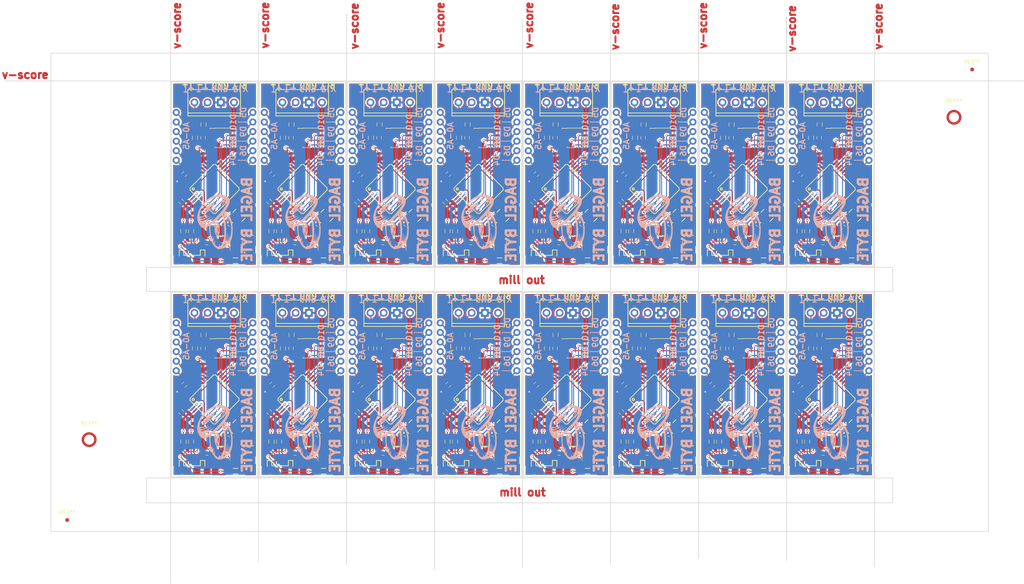
<source format=kicad_pcb>
(kicad_pcb (version 4) (host pcbnew 4.0.6)
  (layers (0 F.Cu signal) (31 B.Cu signal) (34 B.Paste user) (35 F.Paste user) (36 B.SilkS user) (37 F.SilkS user) (38 B.Mask user) (39 F.Mask user) (44 Edge.Cuts user))
  (net 0 "")
  (net 1 GND)
  (net 2 3.3V)
  (net 3 /T+)
  (net 4 /T-)
  (net 5 "Net-(C6-Pad1)")
  (net 6 /UVCC)
  (net 7 "Net-(C8-Pad1)")
  (net 8 "Net-(C9-Pad1)")
  (net 9 "Net-(C10-Pad1)")
  (net 10 5V)
  (net 11 /TIN+)
  (net 12 /TIN-)
  (net 13 /D10)
  (net 14 /D9)
  (net 15 /D8)
  (net 16 /D6)
  (net 17 /D5)
  (net 18 /D4)
  (net 19 /D11)
  (net 20 /A5)
  (net 21 /A4)
  (net 22 /A3)
  (net 23 /A2)
  (net 24 /A1)
  (net 25 /A0)
  (net 26 "Net-(J4-PadD+)")
  (net 27 "Net-(J4-PadD-)")
  (net 28 "Net-(J4-PadID)")
  (net 29 "Net-(J4-PadMT1)")
  (net 30 "Net-(M1-Pad1)")
  (net 31 /D-)
  (net 32 /D+)
  (net 33 /SS)
  (net 34 /SCK)
  (net 35 /MOSI)
  (net 36 /MISO)
  (net 37 "Net-(M1-Pad13)")
  (net 38 "Net-(M1-Pad18)")
  (net 39 "Net-(M1-Pad19)")
  (net 40 "Net-(M1-Pad20)")
  (net 41 "Net-(M1-Pad21)")
  (net 42 "Net-(M1-Pad22)")
  (net 43 "Net-(M1-Pad26)")
  (net 44 "Net-(M1-Pad33)")
  (net 45 "Net-(U2-Pad4)")
  (net 46 /RELAY)
  (module Custom_Silk:Bagel_Byte_Logo_2 (layer B.Cu) (at 232.046551 132.068689 270)
    (fp_text reference G*** hide)
    (fp_text value LOGO hide)
  )
  (module Custom_Silk:Bagel_Byte_Logo_2 (layer B.Cu) (at 208.678551 132.068689 270)
    (fp_text reference G*** hide)
    (fp_text value LOGO hide)
  )
  (module Custom_Silk:Bagel_Byte_Logo_2 (layer B.Cu) (at 185.310551 132.068689 270)
    (fp_text reference G*** hide)
    (fp_text value LOGO hide)
  )
  (module Custom_Silk:Bagel_Byte_Logo_2 (layer B.Cu) (at 161.942551 132.068689 270)
    (fp_text reference G*** hide)
    (fp_text value LOGO hide)
  )
  (module Custom_Silk:Bagel_Byte_Logo_2 (layer B.Cu) (at 138.574551 132.068689 270)
    (fp_text reference G*** hide)
    (fp_text value LOGO hide)
  )
  (module Custom_Silk:Bagel_Byte_Logo_2 (layer B.Cu) (at 115.206551 132.068689 270)
    (fp_text reference G*** hide)
    (fp_text value LOGO hide)
  )
  (module Custom_Silk:Bagel_Byte_Logo_2 (layer B.Cu) (at 91.838551 132.068689 270)
    (fp_text reference G*** hide)
    (fp_text value LOGO hide)
  )
  (module Custom_Silk:Bagel_Byte_Logo_2 (layer B.Cu) (at 68.470551 132.068689 270)
    (fp_text reference G*** hide)
    (fp_text value LOGO hide)
  )
  (module Custom_Silk:Bagel_Byte_Logo_2 (layer B.Cu) (at 232.046551 76.188689 270)
    (fp_text reference G*** hide)
    (fp_text value LOGO hide)
  )
  (module Custom_Silk:Bagel_Byte_Logo_2 (layer B.Cu) (at 208.678551 76.188689 270)
    (fp_text reference G*** hide)
    (fp_text value LOGO hide)
  )
  (module Custom_Silk:Bagel_Byte_Logo_2 (layer B.Cu) (at 185.310551 76.188689 270)
    (fp_text reference G*** hide)
    (fp_text value LOGO hide)
  )
  (module Custom_Silk:Bagel_Byte_Logo_2 (layer B.Cu) (at 161.942551 76.188689 270)
    (fp_text reference G*** hide)
    (fp_text value LOGO hide)
  )
  (module Custom_Silk:Bagel_Byte_Logo_2 (layer B.Cu) (at 138.574551 76.188689 270)
    (fp_text reference G*** hide)
    (fp_text value LOGO hide)
  )
  (module Custom_Silk:Bagel_Byte_Logo_2 (layer B.Cu) (at 115.206551 76.188689 270)
    (fp_text reference G*** hide)
    (fp_text value LOGO hide)
  )
  (module Custom_Silk:Bagel_Byte_Logo_2 (layer B.Cu) (at 91.838551 76.188689 270)
    (fp_text reference G*** hide)
    (fp_text value LOGO hide)
  )
  (module Inductors_SMD:L_0603 (layer F.Cu) (at 226.712551 109.843689 90)
    (fp_text reference FB1)
    (fp_text value FERRITE_BEAD-0603)
    (pad 1 smd rect (at -0.75 0 90) (size 0.5 0.9) (layers F.Cu F.Paste F.Mask) (net 3 /T+))
    (pad 2 smd rect (at 0.75 0 90) (size 0.5 0.9) (layers F.Cu F.Paste F.Mask) (net 11 /TIN+))
  )
  (module Inductors_SMD:L_0603 (layer F.Cu) (at 203.344551 109.843689 90)
    (fp_text reference FB1)
    (fp_text value FERRITE_BEAD-0603)
    (pad 1 smd rect (at -0.75 0 90) (size 0.5 0.9) (layers F.Cu F.Paste F.Mask) (net 3 /T+))
    (pad 2 smd rect (at 0.75 0 90) (size 0.5 0.9) (layers F.Cu F.Paste F.Mask) (net 11 /TIN+))
  )
  (module Inductors_SMD:L_0603 (layer F.Cu) (at 179.976551 109.843689 90)
    (fp_text reference FB1)
    (fp_text value FERRITE_BEAD-0603)
    (pad 1 smd rect (at -0.75 0 90) (size 0.5 0.9) (layers F.Cu F.Paste F.Mask) (net 3 /T+))
    (pad 2 smd rect (at 0.75 0 90) (size 0.5 0.9) (layers F.Cu F.Paste F.Mask) (net 11 /TIN+))
  )
  (module Inductors_SMD:L_0603 (layer F.Cu) (at 156.608551 109.843689 90)
    (fp_text reference FB1)
    (fp_text value FERRITE_BEAD-0603)
    (pad 1 smd rect (at -0.75 0 90) (size 0.5 0.9) (layers F.Cu F.Paste F.Mask) (net 3 /T+))
    (pad 2 smd rect (at 0.75 0 90) (size 0.5 0.9) (layers F.Cu F.Paste F.Mask) (net 11 /TIN+))
  )
  (module Inductors_SMD:L_0603 (layer F.Cu) (at 133.240551 109.843689 90)
    (fp_text reference FB1)
    (fp_text value FERRITE_BEAD-0603)
    (pad 1 smd rect (at -0.75 0 90) (size 0.5 0.9) (layers F.Cu F.Paste F.Mask) (net 3 /T+))
    (pad 2 smd rect (at 0.75 0 90) (size 0.5 0.9) (layers F.Cu F.Paste F.Mask) (net 11 /TIN+))
  )
  (module Inductors_SMD:L_0603 (layer F.Cu) (at 109.872551 109.843689 90)
    (fp_text reference FB1)
    (fp_text value FERRITE_BEAD-0603)
    (pad 1 smd rect (at -0.75 0 90) (size 0.5 0.9) (layers F.Cu F.Paste F.Mask) (net 3 /T+))
    (pad 2 smd rect (at 0.75 0 90) (size 0.5 0.9) (layers F.Cu F.Paste F.Mask) (net 11 /TIN+))
  )
  (module Inductors_SMD:L_0603 (layer F.Cu) (at 86.504551 109.843689 90)
    (fp_text reference FB1)
    (fp_text value FERRITE_BEAD-0603)
    (pad 1 smd rect (at -0.75 0 90) (size 0.5 0.9) (layers F.Cu F.Paste F.Mask) (net 3 /T+))
    (pad 2 smd rect (at 0.75 0 90) (size 0.5 0.9) (layers F.Cu F.Paste F.Mask) (net 11 /TIN+))
  )
  (module Inductors_SMD:L_0603 (layer F.Cu) (at 63.136551 109.843689 90)
    (fp_text reference FB1)
    (fp_text value FERRITE_BEAD-0603)
    (pad 1 smd rect (at -0.75 0 90) (size 0.5 0.9) (layers F.Cu F.Paste F.Mask) (net 3 /T+))
    (pad 2 smd rect (at 0.75 0 90) (size 0.5 0.9) (layers F.Cu F.Paste F.Mask) (net 11 /TIN+))
  )
  (module Inductors_SMD:L_0603 (layer F.Cu) (at 226.712551 53.963689 90)
    (fp_text reference FB1)
    (fp_text value FERRITE_BEAD-0603)
    (pad 1 smd rect (at -0.75 0 90) (size 0.5 0.9) (layers F.Cu F.Paste F.Mask) (net 3 /T+))
    (pad 2 smd rect (at 0.75 0 90) (size 0.5 0.9) (layers F.Cu F.Paste F.Mask) (net 11 /TIN+))
  )
  (module Inductors_SMD:L_0603 (layer F.Cu) (at 203.344551 53.963689 90)
    (fp_text reference FB1)
    (fp_text value FERRITE_BEAD-0603)
    (pad 1 smd rect (at -0.75 0 90) (size 0.5 0.9) (layers F.Cu F.Paste F.Mask) (net 3 /T+))
    (pad 2 smd rect (at 0.75 0 90) (size 0.5 0.9) (layers F.Cu F.Paste F.Mask) (net 11 /TIN+))
  )
  (module Inductors_SMD:L_0603 (layer F.Cu) (at 179.976551 53.963689 90)
    (fp_text reference FB1)
    (fp_text value FERRITE_BEAD-0603)
    (pad 1 smd rect (at -0.75 0 90) (size 0.5 0.9) (layers F.Cu F.Paste F.Mask) (net 3 /T+))
    (pad 2 smd rect (at 0.75 0 90) (size 0.5 0.9) (layers F.Cu F.Paste F.Mask) (net 11 /TIN+))
  )
  (module Inductors_SMD:L_0603 (layer F.Cu) (at 156.608551 53.963689 90)
    (fp_text reference FB1)
    (fp_text value FERRITE_BEAD-0603)
    (pad 1 smd rect (at -0.75 0 90) (size 0.5 0.9) (layers F.Cu F.Paste F.Mask) (net 3 /T+))
    (pad 2 smd rect (at 0.75 0 90) (size 0.5 0.9) (layers F.Cu F.Paste F.Mask) (net 11 /TIN+))
  )
  (module Inductors_SMD:L_0603 (layer F.Cu) (at 133.240551 53.963689 90)
    (fp_text reference FB1)
    (fp_text value FERRITE_BEAD-0603)
    (pad 1 smd rect (at -0.75 0 90) (size 0.5 0.9) (layers F.Cu F.Paste F.Mask) (net 3 /T+))
    (pad 2 smd rect (at 0.75 0 90) (size 0.5 0.9) (layers F.Cu F.Paste F.Mask) (net 11 /TIN+))
  )
  (module Inductors_SMD:L_0603 (layer F.Cu) (at 109.872551 53.963689 90)
    (fp_text reference FB1)
    (fp_text value FERRITE_BEAD-0603)
    (pad 1 smd rect (at -0.75 0 90) (size 0.5 0.9) (layers F.Cu F.Paste F.Mask) (net 3 /T+))
    (pad 2 smd rect (at 0.75 0 90) (size 0.5 0.9) (layers F.Cu F.Paste F.Mask) (net 11 /TIN+))
  )
  (module Inductors_SMD:L_0603 (layer F.Cu) (at 86.504551 53.963689 90)
    (fp_text reference FB1)
    (fp_text value FERRITE_BEAD-0603)
    (pad 1 smd rect (at -0.75 0 90) (size 0.5 0.9) (layers F.Cu F.Paste F.Mask) (net 3 /T+))
    (pad 2 smd rect (at 0.75 0 90) (size 0.5 0.9) (layers F.Cu F.Paste F.Mask) (net 11 /TIN+))
  )
  (module Fiducials:Fiducial_0.75mm_Dia_1.5mm_Outer (layer F.Cu) (at 222.521551 97.016689 90)
    (fp_text reference "")
    (fp_text value Fiducial_0.75mm_Dia_1.5mm_Outer)
    (pad ~ smd circle (at 0 0 90) (size 0.75 0.75) (layers F.Cu F.Mask) (clearance 0.375))
  )
  (module Fiducials:Fiducial_0.75mm_Dia_1.5mm_Outer (layer F.Cu) (at 199.153551 97.016689 90)
    (fp_text reference "")
    (fp_text value Fiducial_0.75mm_Dia_1.5mm_Outer)
    (pad ~ smd circle (at 0 0 90) (size 0.75 0.75) (layers F.Cu F.Mask) (clearance 0.375))
  )
  (module Fiducials:Fiducial_0.75mm_Dia_1.5mm_Outer (layer F.Cu) (at 175.785551 97.016689 90)
    (fp_text reference "")
    (fp_text value Fiducial_0.75mm_Dia_1.5mm_Outer)
    (pad ~ smd circle (at 0 0 90) (size 0.75 0.75) (layers F.Cu F.Mask) (clearance 0.375))
  )
  (module Fiducials:Fiducial_0.75mm_Dia_1.5mm_Outer (layer F.Cu) (at 152.417551 97.016689 90)
    (fp_text reference "")
    (fp_text value Fiducial_0.75mm_Dia_1.5mm_Outer)
    (pad ~ smd circle (at 0 0 90) (size 0.75 0.75) (layers F.Cu F.Mask) (clearance 0.375))
  )
  (module Fiducials:Fiducial_0.75mm_Dia_1.5mm_Outer (layer F.Cu) (at 129.049551 97.016689 90)
    (fp_text reference "")
    (fp_text value Fiducial_0.75mm_Dia_1.5mm_Outer)
    (pad ~ smd circle (at 0 0 90) (size 0.75 0.75) (layers F.Cu F.Mask) (clearance 0.375))
  )
  (module Fiducials:Fiducial_0.75mm_Dia_1.5mm_Outer (layer F.Cu) (at 105.681551 97.016689 90)
    (fp_text reference "")
    (fp_text value Fiducial_0.75mm_Dia_1.5mm_Outer)
    (pad ~ smd circle (at 0 0 90) (size 0.75 0.75) (layers F.Cu F.Mask) (clearance 0.375))
  )
  (module Fiducials:Fiducial_0.75mm_Dia_1.5mm_Outer (layer F.Cu) (at 82.313551 97.016689 90)
    (fp_text reference "")
    (fp_text value Fiducial_0.75mm_Dia_1.5mm_Outer)
    (pad ~ smd circle (at 0 0 90) (size 0.75 0.75) (layers F.Cu F.Mask) (clearance 0.375))
  )
  (module Fiducials:Fiducial_0.75mm_Dia_1.5mm_Outer (layer F.Cu) (at 58.945551 97.016689 90)
    (fp_text reference "")
    (fp_text value Fiducial_0.75mm_Dia_1.5mm_Outer)
    (pad ~ smd circle (at 0 0 90) (size 0.75 0.75) (layers F.Cu F.Mask) (clearance 0.375))
  )
  (module Fiducials:Fiducial_0.75mm_Dia_1.5mm_Outer (layer F.Cu) (at 222.521551 41.136689 90)
    (fp_text reference "")
    (fp_text value Fiducial_0.75mm_Dia_1.5mm_Outer)
    (pad ~ smd circle (at 0 0 90) (size 0.75 0.75) (layers F.Cu F.Mask) (clearance 0.375))
  )
  (module Fiducials:Fiducial_0.75mm_Dia_1.5mm_Outer (layer F.Cu) (at 199.153551 41.136689 90)
    (fp_text reference "")
    (fp_text value Fiducial_0.75mm_Dia_1.5mm_Outer)
    (pad ~ smd circle (at 0 0 90) (size 0.75 0.75) (layers F.Cu F.Mask) (clearance 0.375))
  )
  (module Fiducials:Fiducial_0.75mm_Dia_1.5mm_Outer (layer F.Cu) (at 175.785551 41.136689 90)
    (fp_text reference "")
    (fp_text value Fiducial_0.75mm_Dia_1.5mm_Outer)
    (pad ~ smd circle (at 0 0 90) (size 0.75 0.75) (layers F.Cu F.Mask) (clearance 0.375))
  )
  (module Fiducials:Fiducial_0.75mm_Dia_1.5mm_Outer (layer F.Cu) (at 152.417551 41.136689 90)
    (fp_text reference "")
    (fp_text value Fiducial_0.75mm_Dia_1.5mm_Outer)
    (pad ~ smd circle (at 0 0 90) (size 0.75 0.75) (layers F.Cu F.Mask) (clearance 0.375))
  )
  (module Fiducials:Fiducial_0.75mm_Dia_1.5mm_Outer (layer F.Cu) (at 129.049551 41.136689 90)
    (fp_text reference "")
    (fp_text value Fiducial_0.75mm_Dia_1.5mm_Outer)
    (pad ~ smd circle (at 0 0 90) (size 0.75 0.75) (layers F.Cu F.Mask) (clearance 0.375))
  )
  (module Fiducials:Fiducial_0.75mm_Dia_1.5mm_Outer (layer F.Cu) (at 105.681551 41.136689 90)
    (fp_text reference "")
    (fp_text value Fiducial_0.75mm_Dia_1.5mm_Outer)
    (pad ~ smd circle (at 0 0 90) (size 0.75 0.75) (layers F.Cu F.Mask) (clearance 0.375))
  )
  (module Fiducials:Fiducial_0.75mm_Dia_1.5mm_Outer (layer F.Cu) (at 82.313551 41.136689 90)
    (fp_text reference "")
    (fp_text value Fiducial_0.75mm_Dia_1.5mm_Outer)
    (pad ~ smd circle (at 0 0 90) (size 0.75 0.75) (layers F.Cu F.Mask) (clearance 0.375))
  )
  (module Connectors:SCREWTERMINAL-3.5MM-4 (layer F.Cu) (at 226.585551 100.445689)
    (fp_text reference J2)
    (fp_text value CONN_04SCREW)
    (pad 1 thru_hole circle (at 0 0) (size 2.032 2.032) (drill 1.19888) (layers *.Cu *.Mask) (net 11 /TIN+))
    (pad 2 thru_hole circle (at 3.49758 0) (size 2.032 2.032) (drill 1.19888) (layers *.Cu *.Mask) (net 12 /TIN-))
    (pad 3 thru_hole rect (at 6.9977 0) (size 2.032 2.032) (drill 1.19888) (layers *.Cu *.Mask) (net 1 GND))
    (pad 4 thru_hole circle (at 10.49782 0) (size 2.032 2.032) (drill 1.19888) (layers *.Cu *.Mask) (net 46 /RELAY))
  )
  (module Connectors:SCREWTERMINAL-3.5MM-4 (layer F.Cu) (at 203.217551 100.445689)
    (fp_text reference J2)
    (fp_text value CONN_04SCREW)
    (pad 1 thru_hole circle (at 0 0) (size 2.032 2.032) (drill 1.19888) (layers *.Cu *.Mask) (net 11 /TIN+))
    (pad 2 thru_hole circle (at 3.49758 0) (size 2.032 2.032) (drill 1.19888) (layers *.Cu *.Mask) (net 12 /TIN-))
    (pad 3 thru_hole rect (at 6.9977 0) (size 2.032 2.032) (drill 1.19888) (layers *.Cu *.Mask) (net 1 GND))
    (pad 4 thru_hole circle (at 10.49782 0) (size 2.032 2.032) (drill 1.19888) (layers *.Cu *.Mask) (net 46 /RELAY))
  )
  (module Connectors:SCREWTERMINAL-3.5MM-4 (layer F.Cu) (at 179.849551 100.445689)
    (fp_text reference J2)
    (fp_text value CONN_04SCREW)
    (pad 1 thru_hole circle (at 0 0) (size 2.032 2.032) (drill 1.19888) (layers *.Cu *.Mask) (net 11 /TIN+))
    (pad 2 thru_hole circle (at 3.49758 0) (size 2.032 2.032) (drill 1.19888) (layers *.Cu *.Mask) (net 12 /TIN-))
    (pad 3 thru_hole rect (at 6.9977 0) (size 2.032 2.032) (drill 1.19888) (layers *.Cu *.Mask) (net 1 GND))
    (pad 4 thru_hole circle (at 10.49782 0) (size 2.032 2.032) (drill 1.19888) (layers *.Cu *.Mask) (net 46 /RELAY))
  )
  (module Connectors:SCREWTERMINAL-3.5MM-4 (layer F.Cu) (at 156.481551 100.445689)
    (fp_text reference J2)
    (fp_text value CONN_04SCREW)
    (pad 1 thru_hole circle (at 0 0) (size 2.032 2.032) (drill 1.19888) (layers *.Cu *.Mask) (net 11 /TIN+))
    (pad 2 thru_hole circle (at 3.49758 0) (size 2.032 2.032) (drill 1.19888) (layers *.Cu *.Mask) (net 12 /TIN-))
    (pad 3 thru_hole rect (at 6.9977 0) (size 2.032 2.032) (drill 1.19888) (layers *.Cu *.Mask) (net 1 GND))
    (pad 4 thru_hole circle (at 10.49782 0) (size 2.032 2.032) (drill 1.19888) (layers *.Cu *.Mask) (net 46 /RELAY))
  )
  (module Connectors:SCREWTERMINAL-3.5MM-4 (layer F.Cu) (at 133.113551 100.445689)
    (fp_text reference J2)
    (fp_text value CONN_04SCREW)
    (pad 1 thru_hole circle (at 0 0) (size 2.032 2.032) (drill 1.19888) (layers *.Cu *.Mask) (net 11 /TIN+))
    (pad 2 thru_hole circle (at 3.49758 0) (size 2.032 2.032) (drill 1.19888) (layers *.Cu *.Mask) (net 12 /TIN-))
    (pad 3 thru_hole rect (at 6.9977 0) (size 2.032 2.032) (drill 1.19888) (layers *.Cu *.Mask) (net 1 GND))
    (pad 4 thru_hole circle (at 10.49782 0) (size 2.032 2.032) (drill 1.19888) (layers *.Cu *.Mask) (net 46 /RELAY))
  )
  (module Connectors:SCREWTERMINAL-3.5MM-4 (layer F.Cu) (at 109.745551 100.445689)
    (fp_text reference J2)
    (fp_text value CONN_04SCREW)
    (pad 1 thru_hole circle (at 0 0) (size 2.032 2.032) (drill 1.19888) (layers *.Cu *.Mask) (net 11 /TIN+))
    (pad 2 thru_hole circle (at 3.49758 0) (size 2.032 2.032) (drill 1.19888) (layers *.Cu *.Mask) (net 12 /TIN-))
    (pad 3 thru_hole rect (at 6.9977 0) (size 2.032 2.032) (drill 1.19888) (layers *.Cu *.Mask) (net 1 GND))
    (pad 4 thru_hole circle (at 10.49782 0) (size 2.032 2.032) (drill 1.19888) (layers *.Cu *.Mask) (net 46 /RELAY))
  )
  (module Connectors:SCREWTERMINAL-3.5MM-4 (layer F.Cu) (at 86.377551 100.445689)
    (fp_text reference J2)
    (fp_text value CONN_04SCREW)
    (pad 1 thru_hole circle (at 0 0) (size 2.032 2.032) (drill 1.19888) (layers *.Cu *.Mask) (net 11 /TIN+))
    (pad 2 thru_hole circle (at 3.49758 0) (size 2.032 2.032) (drill 1.19888) (layers *.Cu *.Mask) (net 12 /TIN-))
    (pad 3 thru_hole rect (at 6.9977 0) (size 2.032 2.032) (drill 1.19888) (layers *.Cu *.Mask) (net 1 GND))
    (pad 4 thru_hole circle (at 10.49782 0) (size 2.032 2.032) (drill 1.19888) (layers *.Cu *.Mask) (net 46 /RELAY))
  )
  (module Connectors:SCREWTERMINAL-3.5MM-4 (layer F.Cu) (at 63.009551 100.445689)
    (fp_text reference J2)
    (fp_text value CONN_04SCREW)
    (pad 1 thru_hole circle (at 0 0) (size 2.032 2.032) (drill 1.19888) (layers *.Cu *.Mask) (net 11 /TIN+))
    (pad 2 thru_hole circle (at 3.49758 0) (size 2.032 2.032) (drill 1.19888) (layers *.Cu *.Mask) (net 12 /TIN-))
    (pad 3 thru_hole rect (at 6.9977 0) (size 2.032 2.032) (drill 1.19888) (layers *.Cu *.Mask) (net 1 GND))
    (pad 4 thru_hole circle (at 10.49782 0) (size 2.032 2.032) (drill 1.19888) (layers *.Cu *.Mask) (net 46 /RELAY))
  )
  (module Connectors:SCREWTERMINAL-3.5MM-4 (layer F.Cu) (at 226.585551 44.565689)
    (fp_text reference J2)
    (fp_text value CONN_04SCREW)
    (pad 1 thru_hole circle (at 0 0) (size 2.032 2.032) (drill 1.19888) (layers *.Cu *.Mask) (net 11 /TIN+))
    (pad 2 thru_hole circle (at 3.49758 0) (size 2.032 2.032) (drill 1.19888) (layers *.Cu *.Mask) (net 12 /TIN-))
    (pad 3 thru_hole rect (at 6.9977 0) (size 2.032 2.032) (drill 1.19888) (layers *.Cu *.Mask) (net 1 GND))
    (pad 4 thru_hole circle (at 10.49782 0) (size 2.032 2.032) (drill 1.19888) (layers *.Cu *.Mask) (net 46 /RELAY))
  )
  (module Connectors:SCREWTERMINAL-3.5MM-4 (layer F.Cu) (at 203.217551 44.565689)
    (fp_text reference J2)
    (fp_text value CONN_04SCREW)
    (pad 1 thru_hole circle (at 0 0) (size 2.032 2.032) (drill 1.19888) (layers *.Cu *.Mask) (net 11 /TIN+))
    (pad 2 thru_hole circle (at 3.49758 0) (size 2.032 2.032) (drill 1.19888) (layers *.Cu *.Mask) (net 12 /TIN-))
    (pad 3 thru_hole rect (at 6.9977 0) (size 2.032 2.032) (drill 1.19888) (layers *.Cu *.Mask) (net 1 GND))
    (pad 4 thru_hole circle (at 10.49782 0) (size 2.032 2.032) (drill 1.19888) (layers *.Cu *.Mask) (net 46 /RELAY))
  )
  (module Connectors:SCREWTERMINAL-3.5MM-4 (layer F.Cu) (at 179.849551 44.565689)
    (fp_text reference J2)
    (fp_text value CONN_04SCREW)
    (pad 1 thru_hole circle (at 0 0) (size 2.032 2.032) (drill 1.19888) (layers *.Cu *.Mask) (net 11 /TIN+))
    (pad 2 thru_hole circle (at 3.49758 0) (size 2.032 2.032) (drill 1.19888) (layers *.Cu *.Mask) (net 12 /TIN-))
    (pad 3 thru_hole rect (at 6.9977 0) (size 2.032 2.032) (drill 1.19888) (layers *.Cu *.Mask) (net 1 GND))
    (pad 4 thru_hole circle (at 10.49782 0) (size 2.032 2.032) (drill 1.19888) (layers *.Cu *.Mask) (net 46 /RELAY))
  )
  (module Connectors:SCREWTERMINAL-3.5MM-4 (layer F.Cu) (at 156.481551 44.565689)
    (fp_text reference J2)
    (fp_text value CONN_04SCREW)
    (pad 1 thru_hole circle (at 0 0) (size 2.032 2.032) (drill 1.19888) (layers *.Cu *.Mask) (net 11 /TIN+))
    (pad 2 thru_hole circle (at 3.49758 0) (size 2.032 2.032) (drill 1.19888) (layers *.Cu *.Mask) (net 12 /TIN-))
    (pad 3 thru_hole rect (at 6.9977 0) (size 2.032 2.032) (drill 1.19888) (layers *.Cu *.Mask) (net 1 GND))
    (pad 4 thru_hole circle (at 10.49782 0) (size 2.032 2.032) (drill 1.19888) (layers *.Cu *.Mask) (net 46 /RELAY))
  )
  (module Connectors:SCREWTERMINAL-3.5MM-4 (layer F.Cu) (at 133.113551 44.565689)
    (fp_text reference J2)
    (fp_text value CONN_04SCREW)
    (pad 1 thru_hole circle (at 0 0) (size 2.032 2.032) (drill 1.19888) (layers *.Cu *.Mask) (net 11 /TIN+))
    (pad 2 thru_hole circle (at 3.49758 0) (size 2.032 2.032) (drill 1.19888) (layers *.Cu *.Mask) (net 12 /TIN-))
    (pad 3 thru_hole rect (at 6.9977 0) (size 2.032 2.032) (drill 1.19888) (layers *.Cu *.Mask) (net 1 GND))
    (pad 4 thru_hole circle (at 10.49782 0) (size 2.032 2.032) (drill 1.19888) (layers *.Cu *.Mask) (net 46 /RELAY))
  )
  (module Connectors:SCREWTERMINAL-3.5MM-4 (layer F.Cu) (at 109.745551 44.565689)
    (fp_text reference J2)
    (fp_text value CONN_04SCREW)
    (pad 1 thru_hole circle (at 0 0) (size 2.032 2.032) (drill 1.19888) (layers *.Cu *.Mask) (net 11 /TIN+))
    (pad 2 thru_hole circle (at 3.49758 0) (size 2.032 2.032) (drill 1.19888) (layers *.Cu *.Mask) (net 12 /TIN-))
    (pad 3 thru_hole rect (at 6.9977 0) (size 2.032 2.032) (drill 1.19888) (layers *.Cu *.Mask) (net 1 GND))
    (pad 4 thru_hole circle (at 10.49782 0) (size 2.032 2.032) (drill 1.19888) (layers *.Cu *.Mask) (net 46 /RELAY))
  )
  (module Connectors:SCREWTERMINAL-3.5MM-4 (layer F.Cu) (at 86.377551 44.565689)
    (fp_text reference J2)
    (fp_text value CONN_04SCREW)
    (pad 1 thru_hole circle (at 0 0) (size 2.032 2.032) (drill 1.19888) (layers *.Cu *.Mask) (net 11 /TIN+))
    (pad 2 thru_hole circle (at 3.49758 0) (size 2.032 2.032) (drill 1.19888) (layers *.Cu *.Mask) (net 12 /TIN-))
    (pad 3 thru_hole rect (at 6.9977 0) (size 2.032 2.032) (drill 1.19888) (layers *.Cu *.Mask) (net 1 GND))
    (pad 4 thru_hole circle (at 10.49782 0) (size 2.032 2.032) (drill 1.19888) (layers *.Cu *.Mask) (net 46 /RELAY))
  )
  (module Connectors:1X06_NO_SILK (layer F.Cu) (at 221.759551 115.812689 90)
    (fp_text reference J3)
    (fp_text value CONN_06NO_SILK_FEMALE_PTH)
    (pad 1 thru_hole circle (at 0 0 90) (size 1.8796 1.8796) (drill 1.016) (layers *.Cu *.Mask) (net 20 /A5))
    (pad 2 thru_hole circle (at 2.54 0 90) (size 1.8796 1.8796) (drill 1.016) (layers *.Cu *.Mask) (net 21 /A4))
    (pad 3 thru_hole circle (at 5.08 0 90) (size 1.8796 1.8796) (drill 1.016) (layers *.Cu *.Mask) (net 22 /A3))
    (pad 4 thru_hole circle (at 7.62 0 90) (size 1.8796 1.8796) (drill 1.016) (layers *.Cu *.Mask) (net 23 /A2))
    (pad 5 thru_hole circle (at 10.16 0 90) (size 1.8796 1.8796) (drill 1.016) (layers *.Cu *.Mask) (net 24 /A1))
    (pad 6 thru_hole circle (at 12.7 0 90) (size 1.8796 1.8796) (drill 1.016) (layers *.Cu *.Mask) (net 25 /A0))
  )
  (module Connectors:1X06_NO_SILK (layer F.Cu) (at 198.391551 115.812689 90)
    (fp_text reference J3)
    (fp_text value CONN_06NO_SILK_FEMALE_PTH)
    (pad 1 thru_hole circle (at 0 0 90) (size 1.8796 1.8796) (drill 1.016) (layers *.Cu *.Mask) (net 20 /A5))
    (pad 2 thru_hole circle (at 2.54 0 90) (size 1.8796 1.8796) (drill 1.016) (layers *.Cu *.Mask) (net 21 /A4))
    (pad 3 thru_hole circle (at 5.08 0 90) (size 1.8796 1.8796) (drill 1.016) (layers *.Cu *.Mask) (net 22 /A3))
    (pad 4 thru_hole circle (at 7.62 0 90) (size 1.8796 1.8796) (drill 1.016) (layers *.Cu *.Mask) (net 23 /A2))
    (pad 5 thru_hole circle (at 10.16 0 90) (size 1.8796 1.8796) (drill 1.016) (layers *.Cu *.Mask) (net 24 /A1))
    (pad 6 thru_hole circle (at 12.7 0 90) (size 1.8796 1.8796) (drill 1.016) (layers *.Cu *.Mask) (net 25 /A0))
  )
  (module Connectors:1X06_NO_SILK (layer F.Cu) (at 175.023551 115.812689 90)
    (fp_text reference J3)
    (fp_text value CONN_06NO_SILK_FEMALE_PTH)
    (pad 1 thru_hole circle (at 0 0 90) (size 1.8796 1.8796) (drill 1.016) (layers *.Cu *.Mask) (net 20 /A5))
    (pad 2 thru_hole circle (at 2.54 0 90) (size 1.8796 1.8796) (drill 1.016) (layers *.Cu *.Mask) (net 21 /A4))
    (pad 3 thru_hole circle (at 5.08 0 90) (size 1.8796 1.8796) (drill 1.016) (layers *.Cu *.Mask) (net 22 /A3))
    (pad 4 thru_hole circle (at 7.62 0 90) (size 1.8796 1.8796) (drill 1.016) (layers *.Cu *.Mask) (net 23 /A2))
    (pad 5 thru_hole circle (at 10.16 0 90) (size 1.8796 1.8796) (drill 1.016) (layers *.Cu *.Mask) (net 24 /A1))
    (pad 6 thru_hole circle (at 12.7 0 90) (size 1.8796 1.8796) (drill 1.016) (layers *.Cu *.Mask) (net 25 /A0))
  )
  (module Connectors:1X06_NO_SILK (layer F.Cu) (at 151.655551 115.812689 90)
    (fp_text reference J3)
    (fp_text value CONN_06NO_SILK_FEMALE_PTH)
    (pad 1 thru_hole circle (at 0 0 90) (size 1.8796 1.8796) (drill 1.016) (layers *.Cu *.Mask) (net 20 /A5))
    (pad 2 thru_hole circle (at 2.54 0 90) (size 1.8796 1.8796) (drill 1.016) (layers *.Cu *.Mask) (net 21 /A4))
    (pad 3 thru_hole circle (at 5.08 0 90) (size 1.8796 1.8796) (drill 1.016) (layers *.Cu *.Mask) (net 22 /A3))
    (pad 4 thru_hole circle (at 7.62 0 90) (size 1.8796 1.8796) (drill 1.016) (layers *.Cu *.Mask) (net 23 /A2))
    (pad 5 thru_hole circle (at 10.16 0 90) (size 1.8796 1.8796) (drill 1.016) (layers *.Cu *.Mask) (net 24 /A1))
    (pad 6 thru_hole circle (at 12.7 0 90) (size 1.8796 1.8796) (drill 1.016) (layers *.Cu *.Mask) (net 25 /A0))
  )
  (module Connectors:1X06_NO_SILK (layer F.Cu) (at 128.287551 115.812689 90)
    (fp_text reference J3)
    (fp_text value CONN_06NO_SILK_FEMALE_PTH)
    (pad 1 thru_hole circle (at 0 0 90) (size 1.8796 1.8796) (drill 1.016) (layers *.Cu *.Mask) (net 20 /A5))
    (pad 2 thru_hole circle (at 2.54 0 90) (size 1.8796 1.8796) (drill 1.016) (layers *.Cu *.Mask) (net 21 /A4))
    (pad 3 thru_hole circle (at 5.08 0 90) (size 1.8796 1.8796) (drill 1.016) (layers *.Cu *.Mask) (net 22 /A3))
    (pad 4 thru_hole circle (at 7.62 0 90) (size 1.8796 1.8796) (drill 1.016) (layers *.Cu *.Mask) (net 23 /A2))
    (pad 5 thru_hole circle (at 10.16 0 90) (size 1.8796 1.8796) (drill 1.016) (layers *.Cu *.Mask) (net 24 /A1))
    (pad 6 thru_hole circle (at 12.7 0 90) (size 1.8796 1.8796) (drill 1.016) (layers *.Cu *.Mask) (net 25 /A0))
  )
  (module Connectors:1X06_NO_SILK (layer F.Cu) (at 104.919551 115.812689 90)
    (fp_text reference J3)
    (fp_text value CONN_06NO_SILK_FEMALE_PTH)
    (pad 1 thru_hole circle (at 0 0 90) (size 1.8796 1.8796) (drill 1.016) (layers *.Cu *.Mask) (net 20 /A5))
    (pad 2 thru_hole circle (at 2.54 0 90) (size 1.8796 1.8796) (drill 1.016) (layers *.Cu *.Mask) (net 21 /A4))
    (pad 3 thru_hole circle (at 5.08 0 90) (size 1.8796 1.8796) (drill 1.016) (layers *.Cu *.Mask) (net 22 /A3))
    (pad 4 thru_hole circle (at 7.62 0 90) (size 1.8796 1.8796) (drill 1.016) (layers *.Cu *.Mask) (net 23 /A2))
    (pad 5 thru_hole circle (at 10.16 0 90) (size 1.8796 1.8796) (drill 1.016) (layers *.Cu *.Mask) (net 24 /A1))
    (pad 6 thru_hole circle (at 12.7 0 90) (size 1.8796 1.8796) (drill 1.016) (layers *.Cu *.Mask) (net 25 /A0))
  )
  (module Connectors:1X06_NO_SILK (layer F.Cu) (at 81.551551 115.812689 90)
    (fp_text reference J3)
    (fp_text value CONN_06NO_SILK_FEMALE_PTH)
    (pad 1 thru_hole circle (at 0 0 90) (size 1.8796 1.8796) (drill 1.016) (layers *.Cu *.Mask) (net 20 /A5))
    (pad 2 thru_hole circle (at 2.54 0 90) (size 1.8796 1.8796) (drill 1.016) (layers *.Cu *.Mask) (net 21 /A4))
    (pad 3 thru_hole circle (at 5.08 0 90) (size 1.8796 1.8796) (drill 1.016) (layers *.Cu *.Mask) (net 22 /A3))
    (pad 4 thru_hole circle (at 7.62 0 90) (size 1.8796 1.8796) (drill 1.016) (layers *.Cu *.Mask) (net 23 /A2))
    (pad 5 thru_hole circle (at 10.16 0 90) (size 1.8796 1.8796) (drill 1.016) (layers *.Cu *.Mask) (net 24 /A1))
    (pad 6 thru_hole circle (at 12.7 0 90) (size 1.8796 1.8796) (drill 1.016) (layers *.Cu *.Mask) (net 25 /A0))
  )
  (module Connectors:1X06_NO_SILK (layer F.Cu) (at 58.183551 115.812689 90)
    (fp_text reference J3)
    (fp_text value CONN_06NO_SILK_FEMALE_PTH)
    (pad 1 thru_hole circle (at 0 0 90) (size 1.8796 1.8796) (drill 1.016) (layers *.Cu *.Mask) (net 20 /A5))
    (pad 2 thru_hole circle (at 2.54 0 90) (size 1.8796 1.8796) (drill 1.016) (layers *.Cu *.Mask) (net 21 /A4))
    (pad 3 thru_hole circle (at 5.08 0 90) (size 1.8796 1.8796) (drill 1.016) (layers *.Cu *.Mask) (net 22 /A3))
    (pad 4 thru_hole circle (at 7.62 0 90) (size 1.8796 1.8796) (drill 1.016) (layers *.Cu *.Mask) (net 23 /A2))
    (pad 5 thru_hole circle (at 10.16 0 90) (size 1.8796 1.8796) (drill 1.016) (layers *.Cu *.Mask) (net 24 /A1))
    (pad 6 thru_hole circle (at 12.7 0 90) (size 1.8796 1.8796) (drill 1.016) (layers *.Cu *.Mask) (net 25 /A0))
  )
  (module Connectors:1X06_NO_SILK (layer F.Cu) (at 221.759551 59.932689 90)
    (fp_text reference J3)
    (fp_text value CONN_06NO_SILK_FEMALE_PTH)
    (pad 1 thru_hole circle (at 0 0 90) (size 1.8796 1.8796) (drill 1.016) (layers *.Cu *.Mask) (net 20 /A5))
    (pad 2 thru_hole circle (at 2.54 0 90) (size 1.8796 1.8796) (drill 1.016) (layers *.Cu *.Mask) (net 21 /A4))
    (pad 3 thru_hole circle (at 5.08 0 90) (size 1.8796 1.8796) (drill 1.016) (layers *.Cu *.Mask) (net 22 /A3))
    (pad 4 thru_hole circle (at 7.62 0 90) (size 1.8796 1.8796) (drill 1.016) (layers *.Cu *.Mask) (net 23 /A2))
    (pad 5 thru_hole circle (at 10.16 0 90) (size 1.8796 1.8796) (drill 1.016) (layers *.Cu *.Mask) (net 24 /A1))
    (pad 6 thru_hole circle (at 12.7 0 90) (size 1.8796 1.8796) (drill 1.016) (layers *.Cu *.Mask) (net 25 /A0))
  )
  (module Connectors:1X06_NO_SILK (layer F.Cu) (at 198.391551 59.932689 90)
    (fp_text reference J3)
    (fp_text value CONN_06NO_SILK_FEMALE_PTH)
    (pad 1 thru_hole circle (at 0 0 90) (size 1.8796 1.8796) (drill 1.016) (layers *.Cu *.Mask) (net 20 /A5))
    (pad 2 thru_hole circle (at 2.54 0 90) (size 1.8796 1.8796) (drill 1.016) (layers *.Cu *.Mask) (net 21 /A4))
    (pad 3 thru_hole circle (at 5.08 0 90) (size 1.8796 1.8796) (drill 1.016) (layers *.Cu *.Mask) (net 22 /A3))
    (pad 4 thru_hole circle (at 7.62 0 90) (size 1.8796 1.8796) (drill 1.016) (layers *.Cu *.Mask) (net 23 /A2))
    (pad 5 thru_hole circle (at 10.16 0 90) (size 1.8796 1.8796) (drill 1.016) (layers *.Cu *.Mask) (net 24 /A1))
    (pad 6 thru_hole circle (at 12.7 0 90) (size 1.8796 1.8796) (drill 1.016) (layers *.Cu *.Mask) (net 25 /A0))
  )
  (module Connectors:1X06_NO_SILK (layer F.Cu) (at 175.023551 59.932689 90)
    (fp_text reference J3)
    (fp_text value CONN_06NO_SILK_FEMALE_PTH)
    (pad 1 thru_hole circle (at 0 0 90) (size 1.8796 1.8796) (drill 1.016) (layers *.Cu *.Mask) (net 20 /A5))
    (pad 2 thru_hole circle (at 2.54 0 90) (size 1.8796 1.8796) (drill 1.016) (layers *.Cu *.Mask) (net 21 /A4))
    (pad 3 thru_hole circle (at 5.08 0 90) (size 1.8796 1.8796) (drill 1.016) (layers *.Cu *.Mask) (net 22 /A3))
    (pad 4 thru_hole circle (at 7.62 0 90) (size 1.8796 1.8796) (drill 1.016) (layers *.Cu *.Mask) (net 23 /A2))
    (pad 5 thru_hole circle (at 10.16 0 90) (size 1.8796 1.8796) (drill 1.016) (layers *.Cu *.Mask) (net 24 /A1))
    (pad 6 thru_hole circle (at 12.7 0 90) (size 1.8796 1.8796) (drill 1.016) (layers *.Cu *.Mask) (net 25 /A0))
  )
  (module Connectors:1X06_NO_SILK (layer F.Cu) (at 151.655551 59.932689 90)
    (fp_text reference J3)
    (fp_text value CONN_06NO_SILK_FEMALE_PTH)
    (pad 1 thru_hole circle (at 0 0 90) (size 1.8796 1.8796) (drill 1.016) (layers *.Cu *.Mask) (net 20 /A5))
    (pad 2 thru_hole circle (at 2.54 0 90) (size 1.8796 1.8796) (drill 1.016) (layers *.Cu *.Mask) (net 21 /A4))
    (pad 3 thru_hole circle (at 5.08 0 90) (size 1.8796 1.8796) (drill 1.016) (layers *.Cu *.Mask) (net 22 /A3))
    (pad 4 thru_hole circle (at 7.62 0 90) (size 1.8796 1.8796) (drill 1.016) (layers *.Cu *.Mask) (net 23 /A2))
    (pad 5 thru_hole circle (at 10.16 0 90) (size 1.8796 1.8796) (drill 1.016) (layers *.Cu *.Mask) (net 24 /A1))
    (pad 6 thru_hole circle (at 12.7 0 90) (size 1.8796 1.8796) (drill 1.016) (layers *.Cu *.Mask) (net 25 /A0))
  )
  (module Connectors:1X06_NO_SILK (layer F.Cu) (at 128.287551 59.932689 90)
    (fp_text reference J3)
    (fp_text value CONN_06NO_SILK_FEMALE_PTH)
    (pad 1 thru_hole circle (at 0 0 90) (size 1.8796 1.8796) (drill 1.016) (layers *.Cu *.Mask) (net 20 /A5))
    (pad 2 thru_hole circle (at 2.54 0 90) (size 1.8796 1.8796) (drill 1.016) (layers *.Cu *.Mask) (net 21 /A4))
    (pad 3 thru_hole circle (at 5.08 0 90) (size 1.8796 1.8796) (drill 1.016) (layers *.Cu *.Mask) (net 22 /A3))
    (pad 4 thru_hole circle (at 7.62 0 90) (size 1.8796 1.8796) (drill 1.016) (layers *.Cu *.Mask) (net 23 /A2))
    (pad 5 thru_hole circle (at 10.16 0 90) (size 1.8796 1.8796) (drill 1.016) (layers *.Cu *.Mask) (net 24 /A1))
    (pad 6 thru_hole circle (at 12.7 0 90) (size 1.8796 1.8796) (drill 1.016) (layers *.Cu *.Mask) (net 25 /A0))
  )
  (module Connectors:1X06_NO_SILK (layer F.Cu) (at 104.919551 59.932689 90)
    (fp_text reference J3)
    (fp_text value CONN_06NO_SILK_FEMALE_PTH)
    (pad 1 thru_hole circle (at 0 0 90) (size 1.8796 1.8796) (drill 1.016) (layers *.Cu *.Mask) (net 20 /A5))
    (pad 2 thru_hole circle (at 2.54 0 90) (size 1.8796 1.8796) (drill 1.016) (layers *.Cu *.Mask) (net 21 /A4))
    (pad 3 thru_hole circle (at 5.08 0 90) (size 1.8796 1.8796) (drill 1.016) (layers *.Cu *.Mask) (net 22 /A3))
    (pad 4 thru_hole circle (at 7.62 0 90) (size 1.8796 1.8796) (drill 1.016) (layers *.Cu *.Mask) (net 23 /A2))
    (pad 5 thru_hole circle (at 10.16 0 90) (size 1.8796 1.8796) (drill 1.016) (layers *.Cu *.Mask) (net 24 /A1))
    (pad 6 thru_hole circle (at 12.7 0 90) (size 1.8796 1.8796) (drill 1.016) (layers *.Cu *.Mask) (net 25 /A0))
  )
  (module Connectors:1X06_NO_SILK (layer F.Cu) (at 81.551551 59.932689 90)
    (fp_text reference J3)
    (fp_text value CONN_06NO_SILK_FEMALE_PTH)
    (pad 1 thru_hole circle (at 0 0 90) (size 1.8796 1.8796) (drill 1.016) (layers *.Cu *.Mask) (net 20 /A5))
    (pad 2 thru_hole circle (at 2.54 0 90) (size 1.8796 1.8796) (drill 1.016) (layers *.Cu *.Mask) (net 21 /A4))
    (pad 3 thru_hole circle (at 5.08 0 90) (size 1.8796 1.8796) (drill 1.016) (layers *.Cu *.Mask) (net 22 /A3))
    (pad 4 thru_hole circle (at 7.62 0 90) (size 1.8796 1.8796) (drill 1.016) (layers *.Cu *.Mask) (net 23 /A2))
    (pad 5 thru_hole circle (at 10.16 0 90) (size 1.8796 1.8796) (drill 1.016) (layers *.Cu *.Mask) (net 24 /A1))
    (pad 6 thru_hole circle (at 12.7 0 90) (size 1.8796 1.8796) (drill 1.016) (layers *.Cu *.Mask) (net 25 /A0))
  )
  (module Inductors_SMD:L_0603 (layer F.Cu) (at 228.998551 106.287689 90)
    (fp_text reference FB2)
    (fp_text value FERRITE_BEAD-0603)
    (pad 1 smd rect (at -0.75 0 90) (size 0.5 0.9) (layers F.Cu F.Paste F.Mask) (net 4 /T-))
    (pad 2 smd rect (at 0.75 0 90) (size 0.5 0.9) (layers F.Cu F.Paste F.Mask) (net 12 /TIN-))
  )
  (module Inductors_SMD:L_0603 (layer F.Cu) (at 205.630551 106.287689 90)
    (fp_text reference FB2)
    (fp_text value FERRITE_BEAD-0603)
    (pad 1 smd rect (at -0.75 0 90) (size 0.5 0.9) (layers F.Cu F.Paste F.Mask) (net 4 /T-))
    (pad 2 smd rect (at 0.75 0 90) (size 0.5 0.9) (layers F.Cu F.Paste F.Mask) (net 12 /TIN-))
  )
  (module Inductors_SMD:L_0603 (layer F.Cu) (at 182.262551 106.287689 90)
    (fp_text reference FB2)
    (fp_text value FERRITE_BEAD-0603)
    (pad 1 smd rect (at -0.75 0 90) (size 0.5 0.9) (layers F.Cu F.Paste F.Mask) (net 4 /T-))
    (pad 2 smd rect (at 0.75 0 90) (size 0.5 0.9) (layers F.Cu F.Paste F.Mask) (net 12 /TIN-))
  )
  (module Inductors_SMD:L_0603 (layer F.Cu) (at 158.894551 106.287689 90)
    (fp_text reference FB2)
    (fp_text value FERRITE_BEAD-0603)
    (pad 1 smd rect (at -0.75 0 90) (size 0.5 0.9) (layers F.Cu F.Paste F.Mask) (net 4 /T-))
    (pad 2 smd rect (at 0.75 0 90) (size 0.5 0.9) (layers F.Cu F.Paste F.Mask) (net 12 /TIN-))
  )
  (module Inductors_SMD:L_0603 (layer F.Cu) (at 135.526551 106.287689 90)
    (fp_text reference FB2)
    (fp_text value FERRITE_BEAD-0603)
    (pad 1 smd rect (at -0.75 0 90) (size 0.5 0.9) (layers F.Cu F.Paste F.Mask) (net 4 /T-))
    (pad 2 smd rect (at 0.75 0 90) (size 0.5 0.9) (layers F.Cu F.Paste F.Mask) (net 12 /TIN-))
  )
  (module Inductors_SMD:L_0603 (layer F.Cu) (at 112.158551 106.287689 90)
    (fp_text reference FB2)
    (fp_text value FERRITE_BEAD-0603)
    (pad 1 smd rect (at -0.75 0 90) (size 0.5 0.9) (layers F.Cu F.Paste F.Mask) (net 4 /T-))
    (pad 2 smd rect (at 0.75 0 90) (size 0.5 0.9) (layers F.Cu F.Paste F.Mask) (net 12 /TIN-))
  )
  (module Inductors_SMD:L_0603 (layer F.Cu) (at 88.790551 106.287689 90)
    (fp_text reference FB2)
    (fp_text value FERRITE_BEAD-0603)
    (pad 1 smd rect (at -0.75 0 90) (size 0.5 0.9) (layers F.Cu F.Paste F.Mask) (net 4 /T-))
    (pad 2 smd rect (at 0.75 0 90) (size 0.5 0.9) (layers F.Cu F.Paste F.Mask) (net 12 /TIN-))
  )
  (module Inductors_SMD:L_0603 (layer F.Cu) (at 65.422551 106.287689 90)
    (fp_text reference FB2)
    (fp_text value FERRITE_BEAD-0603)
    (pad 1 smd rect (at -0.75 0 90) (size 0.5 0.9) (layers F.Cu F.Paste F.Mask) (net 4 /T-))
    (pad 2 smd rect (at 0.75 0 90) (size 0.5 0.9) (layers F.Cu F.Paste F.Mask) (net 12 /TIN-))
  )
  (module Inductors_SMD:L_0603 (layer F.Cu) (at 228.998551 50.407689 90)
    (fp_text reference FB2)
    (fp_text value FERRITE_BEAD-0603)
    (pad 1 smd rect (at -0.75 0 90) (size 0.5 0.9) (layers F.Cu F.Paste F.Mask) (net 4 /T-))
    (pad 2 smd rect (at 0.75 0 90) (size 0.5 0.9) (layers F.Cu F.Paste F.Mask) (net 12 /TIN-))
  )
  (module Inductors_SMD:L_0603 (layer F.Cu) (at 205.630551 50.407689 90)
    (fp_text reference FB2)
    (fp_text value FERRITE_BEAD-0603)
    (pad 1 smd rect (at -0.75 0 90) (size 0.5 0.9) (layers F.Cu F.Paste F.Mask) (net 4 /T-))
    (pad 2 smd rect (at 0.75 0 90) (size 0.5 0.9) (layers F.Cu F.Paste F.Mask) (net 12 /TIN-))
  )
  (module Inductors_SMD:L_0603 (layer F.Cu) (at 182.262551 50.407689 90)
    (fp_text reference FB2)
    (fp_text value FERRITE_BEAD-0603)
    (pad 1 smd rect (at -0.75 0 90) (size 0.5 0.9) (layers F.Cu F.Paste F.Mask) (net 4 /T-))
    (pad 2 smd rect (at 0.75 0 90) (size 0.5 0.9) (layers F.Cu F.Paste F.Mask) (net 12 /TIN-))
  )
  (module Inductors_SMD:L_0603 (layer F.Cu) (at 158.894551 50.407689 90)
    (fp_text reference FB2)
    (fp_text value FERRITE_BEAD-0603)
    (pad 1 smd rect (at -0.75 0 90) (size 0.5 0.9) (layers F.Cu F.Paste F.Mask) (net 4 /T-))
    (pad 2 smd rect (at 0.75 0 90) (size 0.5 0.9) (layers F.Cu F.Paste F.Mask) (net 12 /TIN-))
  )
  (module Inductors_SMD:L_0603 (layer F.Cu) (at 135.526551 50.407689 90)
    (fp_text reference FB2)
    (fp_text value FERRITE_BEAD-0603)
    (pad 1 smd rect (at -0.75 0 90) (size 0.5 0.9) (layers F.Cu F.Paste F.Mask) (net 4 /T-))
    (pad 2 smd rect (at 0.75 0 90) (size 0.5 0.9) (layers F.Cu F.Paste F.Mask) (net 12 /TIN-))
  )
  (module Inductors_SMD:L_0603 (layer F.Cu) (at 112.158551 50.407689 90)
    (fp_text reference FB2)
    (fp_text value FERRITE_BEAD-0603)
    (pad 1 smd rect (at -0.75 0 90) (size 0.5 0.9) (layers F.Cu F.Paste F.Mask) (net 4 /T-))
    (pad 2 smd rect (at 0.75 0 90) (size 0.5 0.9) (layers F.Cu F.Paste F.Mask) (net 12 /TIN-))
  )
  (module Inductors_SMD:L_0603 (layer F.Cu) (at 88.790551 50.407689 90)
    (fp_text reference FB2)
    (fp_text value FERRITE_BEAD-0603)
    (pad 1 smd rect (at -0.75 0 90) (size 0.5 0.9) (layers F.Cu F.Paste F.Mask) (net 4 /T-))
    (pad 2 smd rect (at 0.75 0 90) (size 0.5 0.9) (layers F.Cu F.Paste F.Mask) (net 12 /TIN-))
  )
  (module Connectors:1X06_NO_SILK (layer F.Cu) (at 242.079551 103.112689 270)
    (fp_text reference J1)
    (fp_text value CONN_06NO_SILK_FEMALE_PTH)
    (pad 1 thru_hole circle (at 0 0 270) (size 1.8796 1.8796) (drill 1.016) (layers *.Cu *.Mask) (net 17 /D5))
    (pad 2 thru_hole circle (at 2.54 0 270) (size 1.8796 1.8796) (drill 1.016) (layers *.Cu *.Mask) (net 13 /D10))
    (pad 3 thru_hole circle (at 5.08 0 270) (size 1.8796 1.8796) (drill 1.016) (layers *.Cu *.Mask) (net 14 /D9))
    (pad 4 thru_hole circle (at 7.62 0 270) (size 1.8796 1.8796) (drill 1.016) (layers *.Cu *.Mask) (net 15 /D8))
    (pad 5 thru_hole circle (at 10.16 0 270) (size 1.8796 1.8796) (drill 1.016) (layers *.Cu *.Mask) (net 16 /D6))
    (pad 6 thru_hole circle (at 12.7 0 270) (size 1.8796 1.8796) (drill 1.016) (layers *.Cu *.Mask) (net 18 /D4))
  )
  (module Connectors:1X06_NO_SILK (layer F.Cu) (at 218.711551 103.112689 270)
    (fp_text reference J1)
    (fp_text value CONN_06NO_SILK_FEMALE_PTH)
    (pad 1 thru_hole circle (at 0 0 270) (size 1.8796 1.8796) (drill 1.016) (layers *.Cu *.Mask) (net 17 /D5))
    (pad 2 thru_hole circle (at 2.54 0 270) (size 1.8796 1.8796) (drill 1.016) (layers *.Cu *.Mask) (net 13 /D10))
    (pad 3 thru_hole circle (at 5.08 0 270) (size 1.8796 1.8796) (drill 1.016) (layers *.Cu *.Mask) (net 14 /D9))
    (pad 4 thru_hole circle (at 7.62 0 270) (size 1.8796 1.8796) (drill 1.016) (layers *.Cu *.Mask) (net 15 /D8))
    (pad 5 thru_hole circle (at 10.16 0 270) (size 1.8796 1.8796) (drill 1.016) (layers *.Cu *.Mask) (net 16 /D6))
    (pad 6 thru_hole circle (at 12.7 0 270) (size 1.8796 1.8796) (drill 1.016) (layers *.Cu *.Mask) (net 18 /D4))
  )
  (module Connectors:1X06_NO_SILK (layer F.Cu) (at 195.343551 103.112689 270)
    (fp_text reference J1)
    (fp_text value CONN_06NO_SILK_FEMALE_PTH)
    (pad 1 thru_hole circle (at 0 0 270) (size 1.8796 1.8796) (drill 1.016) (layers *.Cu *.Mask) (net 17 /D5))
    (pad 2 thru_hole circle (at 2.54 0 270) (size 1.8796 1.8796) (drill 1.016) (layers *.Cu *.Mask) (net 13 /D10))
    (pad 3 thru_hole circle (at 5.08 0 270) (size 1.8796 1.8796) (drill 1.016) (layers *.Cu *.Mask) (net 14 /D9))
    (pad 4 thru_hole circle (at 7.62 0 270) (size 1.8796 1.8796) (drill 1.016) (layers *.Cu *.Mask) (net 15 /D8))
    (pad 5 thru_hole circle (at 10.16 0 270) (size 1.8796 1.8796) (drill 1.016) (layers *.Cu *.Mask) (net 16 /D6))
    (pad 6 thru_hole circle (at 12.7 0 270) (size 1.8796 1.8796) (drill 1.016) (layers *.Cu *.Mask) (net 18 /D4))
  )
  (module Connectors:1X06_NO_SILK (layer F.Cu) (at 171.975551 103.112689 270)
    (fp_text reference J1)
    (fp_text value CONN_06NO_SILK_FEMALE_PTH)
    (pad 1 thru_hole circle (at 0 0 270) (size 1.8796 1.8796) (drill 1.016) (layers *.Cu *.Mask) (net 17 /D5))
    (pad 2 thru_hole circle (at 2.54 0 270) (size 1.8796 1.8796) (drill 1.016) (layers *.Cu *.Mask) (net 13 /D10))
    (pad 3 thru_hole circle (at 5.08 0 270) (size 1.8796 1.8796) (drill 1.016) (layers *.Cu *.Mask) (net 14 /D9))
    (pad 4 thru_hole circle (at 7.62 0 270) (size 1.8796 1.8796) (drill 1.016) (layers *.Cu *.Mask) (net 15 /D8))
    (pad 5 thru_hole circle (at 10.16 0 270) (size 1.8796 1.8796) (drill 1.016) (layers *.Cu *.Mask) (net 16 /D6))
    (pad 6 thru_hole circle (at 12.7 0 270) (size 1.8796 1.8796) (drill 1.016) (layers *.Cu *.Mask) (net 18 /D4))
  )
  (module Connectors:1X06_NO_SILK (layer F.Cu) (at 148.607551 103.112689 270)
    (fp_text reference J1)
    (fp_text value CONN_06NO_SILK_FEMALE_PTH)
    (pad 1 thru_hole circle (at 0 0 270) (size 1.8796 1.8796) (drill 1.016) (layers *.Cu *.Mask) (net 17 /D5))
    (pad 2 thru_hole circle (at 2.54 0 270) (size 1.8796 1.8796) (drill 1.016) (layers *.Cu *.Mask) (net 13 /D10))
    (pad 3 thru_hole circle (at 5.08 0 270) (size 1.8796 1.8796) (drill 1.016) (layers *.Cu *.Mask) (net 14 /D9))
    (pad 4 thru_hole circle (at 7.62 0 270) (size 1.8796 1.8796) (drill 1.016) (layers *.Cu *.Mask) (net 15 /D8))
    (pad 5 thru_hole circle (at 10.16 0 270) (size 1.8796 1.8796) (drill 1.016) (layers *.Cu *.Mask) (net 16 /D6))
    (pad 6 thru_hole circle (at 12.7 0 270) (size 1.8796 1.8796) (drill 1.016) (layers *.Cu *.Mask) (net 18 /D4))
  )
  (module Connectors:1X06_NO_SILK (layer F.Cu) (at 125.239551 103.112689 270)
    (fp_text reference J1)
    (fp_text value CONN_06NO_SILK_FEMALE_PTH)
    (pad 1 thru_hole circle (at 0 0 270) (size 1.8796 1.8796) (drill 1.016) (layers *.Cu *.Mask) (net 17 /D5))
    (pad 2 thru_hole circle (at 2.54 0 270) (size 1.8796 1.8796) (drill 1.016) (layers *.Cu *.Mask) (net 13 /D10))
    (pad 3 thru_hole circle (at 5.08 0 270) (size 1.8796 1.8796) (drill 1.016) (layers *.Cu *.Mask) (net 14 /D9))
    (pad 4 thru_hole circle (at 7.62 0 270) (size 1.8796 1.8796) (drill 1.016) (layers *.Cu *.Mask) (net 15 /D8))
    (pad 5 thru_hole circle (at 10.16 0 270) (size 1.8796 1.8796) (drill 1.016) (layers *.Cu *.Mask) (net 16 /D6))
    (pad 6 thru_hole circle (at 12.7 0 270) (size 1.8796 1.8796) (drill 1.016) (layers *.Cu *.Mask) (net 18 /D4))
  )
  (module Connectors:1X06_NO_SILK (layer F.Cu) (at 101.871551 103.112689 270)
    (fp_text reference J1)
    (fp_text value CONN_06NO_SILK_FEMALE_PTH)
    (pad 1 thru_hole circle (at 0 0 270) (size 1.8796 1.8796) (drill 1.016) (layers *.Cu *.Mask) (net 17 /D5))
    (pad 2 thru_hole circle (at 2.54 0 270) (size 1.8796 1.8796) (drill 1.016) (layers *.Cu *.Mask) (net 13 /D10))
    (pad 3 thru_hole circle (at 5.08 0 270) (size 1.8796 1.8796) (drill 1.016) (layers *.Cu *.Mask) (net 14 /D9))
    (pad 4 thru_hole circle (at 7.62 0 270) (size 1.8796 1.8796) (drill 1.016) (layers *.Cu *.Mask) (net 15 /D8))
    (pad 5 thru_hole circle (at 10.16 0 270) (size 1.8796 1.8796) (drill 1.016) (layers *.Cu *.Mask) (net 16 /D6))
    (pad 6 thru_hole circle (at 12.7 0 270) (size 1.8796 1.8796) (drill 1.016) (layers *.Cu *.Mask) (net 18 /D4))
  )
  (module Connectors:1X06_NO_SILK (layer F.Cu) (at 78.503551 103.112689 270)
    (fp_text reference J1)
    (fp_text value CONN_06NO_SILK_FEMALE_PTH)
    (pad 1 thru_hole circle (at 0 0 270) (size 1.8796 1.8796) (drill 1.016) (layers *.Cu *.Mask) (net 17 /D5))
    (pad 2 thru_hole circle (at 2.54 0 270) (size 1.8796 1.8796) (drill 1.016) (layers *.Cu *.Mask) (net 13 /D10))
    (pad 3 thru_hole circle (at 5.08 0 270) (size 1.8796 1.8796) (drill 1.016) (layers *.Cu *.Mask) (net 14 /D9))
    (pad 4 thru_hole circle (at 7.62 0 270) (size 1.8796 1.8796) (drill 1.016) (layers *.Cu *.Mask) (net 15 /D8))
    (pad 5 thru_hole circle (at 10.16 0 270) (size 1.8796 1.8796) (drill 1.016) (layers *.Cu *.Mask) (net 16 /D6))
    (pad 6 thru_hole circle (at 12.7 0 270) (size 1.8796 1.8796) (drill 1.016) (layers *.Cu *.Mask) (net 18 /D4))
  )
  (module Connectors:1X06_NO_SILK (layer F.Cu) (at 242.079551 47.232689 270)
    (fp_text reference J1)
    (fp_text value CONN_06NO_SILK_FEMALE_PTH)
    (pad 1 thru_hole circle (at 0 0 270) (size 1.8796 1.8796) (drill 1.016) (layers *.Cu *.Mask) (net 17 /D5))
    (pad 2 thru_hole circle (at 2.54 0 270) (size 1.8796 1.8796) (drill 1.016) (layers *.Cu *.Mask) (net 13 /D10))
    (pad 3 thru_hole circle (at 5.08 0 270) (size 1.8796 1.8796) (drill 1.016) (layers *.Cu *.Mask) (net 14 /D9))
    (pad 4 thru_hole circle (at 7.62 0 270) (size 1.8796 1.8796) (drill 1.016) (layers *.Cu *.Mask) (net 15 /D8))
    (pad 5 thru_hole circle (at 10.16 0 270) (size 1.8796 1.8796) (drill 1.016) (layers *.Cu *.Mask) (net 16 /D6))
    (pad 6 thru_hole circle (at 12.7 0 270) (size 1.8796 1.8796) (drill 1.016) (layers *.Cu *.Mask) (net 18 /D4))
  )
  (module Connectors:1X06_NO_SILK (layer F.Cu) (at 218.711551 47.232689 270)
    (fp_text reference J1)
    (fp_text value CONN_06NO_SILK_FEMALE_PTH)
    (pad 1 thru_hole circle (at 0 0 270) (size 1.8796 1.8796) (drill 1.016) (layers *.Cu *.Mask) (net 17 /D5))
    (pad 2 thru_hole circle (at 2.54 0 270) (size 1.8796 1.8796) (drill 1.016) (layers *.Cu *.Mask) (net 13 /D10))
    (pad 3 thru_hole circle (at 5.08 0 270) (size 1.8796 1.8796) (drill 1.016) (layers *.Cu *.Mask) (net 14 /D9))
    (pad 4 thru_hole circle (at 7.62 0 270) (size 1.8796 1.8796) (drill 1.016) (layers *.Cu *.Mask) (net 15 /D8))
    (pad 5 thru_hole circle (at 10.16 0 270) (size 1.8796 1.8796) (drill 1.016) (layers *.Cu *.Mask) (net 16 /D6))
    (pad 6 thru_hole circle (at 12.7 0 270) (size 1.8796 1.8796) (drill 1.016) (layers *.Cu *.Mask) (net 18 /D4))
  )
  (module Connectors:1X06_NO_SILK (layer F.Cu) (at 195.343551 47.232689 270)
    (fp_text reference J1)
    (fp_text value CONN_06NO_SILK_FEMALE_PTH)
    (pad 1 thru_hole circle (at 0 0 270) (size 1.8796 1.8796) (drill 1.016) (layers *.Cu *.Mask) (net 17 /D5))
    (pad 2 thru_hole circle (at 2.54 0 270) (size 1.8796 1.8796) (drill 1.016) (layers *.Cu *.Mask) (net 13 /D10))
    (pad 3 thru_hole circle (at 5.08 0 270) (size 1.8796 1.8796) (drill 1.016) (layers *.Cu *.Mask) (net 14 /D9))
    (pad 4 thru_hole circle (at 7.62 0 270) (size 1.8796 1.8796) (drill 1.016) (layers *.Cu *.Mask) (net 15 /D8))
    (pad 5 thru_hole circle (at 10.16 0 270) (size 1.8796 1.8796) (drill 1.016) (layers *.Cu *.Mask) (net 16 /D6))
    (pad 6 thru_hole circle (at 12.7 0 270) (size 1.8796 1.8796) (drill 1.016) (layers *.Cu *.Mask) (net 18 /D4))
  )
  (module Connectors:1X06_NO_SILK (layer F.Cu) (at 171.975551 47.232689 270)
    (fp_text reference J1)
    (fp_text value CONN_06NO_SILK_FEMALE_PTH)
    (pad 1 thru_hole circle (at 0 0 270) (size 1.8796 1.8796) (drill 1.016) (layers *.Cu *.Mask) (net 17 /D5))
    (pad 2 thru_hole circle (at 2.54 0 270) (size 1.8796 1.8796) (drill 1.016) (layers *.Cu *.Mask) (net 13 /D10))
    (pad 3 thru_hole circle (at 5.08 0 270) (size 1.8796 1.8796) (drill 1.016) (layers *.Cu *.Mask) (net 14 /D9))
    (pad 4 thru_hole circle (at 7.62 0 270) (size 1.8796 1.8796) (drill 1.016) (layers *.Cu *.Mask) (net 15 /D8))
    (pad 5 thru_hole circle (at 10.16 0 270) (size 1.8796 1.8796) (drill 1.016) (layers *.Cu *.Mask) (net 16 /D6))
    (pad 6 thru_hole circle (at 12.7 0 270) (size 1.8796 1.8796) (drill 1.016) (layers *.Cu *.Mask) (net 18 /D4))
  )
  (module Connectors:1X06_NO_SILK (layer F.Cu) (at 148.607551 47.232689 270)
    (fp_text reference J1)
    (fp_text value CONN_06NO_SILK_FEMALE_PTH)
    (pad 1 thru_hole circle (at 0 0 270) (size 1.8796 1.8796) (drill 1.016) (layers *.Cu *.Mask) (net 17 /D5))
    (pad 2 thru_hole circle (at 2.54 0 270) (size 1.8796 1.8796) (drill 1.016) (layers *.Cu *.Mask) (net 13 /D10))
    (pad 3 thru_hole circle (at 5.08 0 270) (size 1.8796 1.8796) (drill 1.016) (layers *.Cu *.Mask) (net 14 /D9))
    (pad 4 thru_hole circle (at 7.62 0 270) (size 1.8796 1.8796) (drill 1.016) (layers *.Cu *.Mask) (net 15 /D8))
    (pad 5 thru_hole circle (at 10.16 0 270) (size 1.8796 1.8796) (drill 1.016) (layers *.Cu *.Mask) (net 16 /D6))
    (pad 6 thru_hole circle (at 12.7 0 270) (size 1.8796 1.8796) (drill 1.016) (layers *.Cu *.Mask) (net 18 /D4))
  )
  (module Connectors:1X06_NO_SILK (layer F.Cu) (at 125.239551 47.232689 270)
    (fp_text reference J1)
    (fp_text value CONN_06NO_SILK_FEMALE_PTH)
    (pad 1 thru_hole circle (at 0 0 270) (size 1.8796 1.8796) (drill 1.016) (layers *.Cu *.Mask) (net 17 /D5))
    (pad 2 thru_hole circle (at 2.54 0 270) (size 1.8796 1.8796) (drill 1.016) (layers *.Cu *.Mask) (net 13 /D10))
    (pad 3 thru_hole circle (at 5.08 0 270) (size 1.8796 1.8796) (drill 1.016) (layers *.Cu *.Mask) (net 14 /D9))
    (pad 4 thru_hole circle (at 7.62 0 270) (size 1.8796 1.8796) (drill 1.016) (layers *.Cu *.Mask) (net 15 /D8))
    (pad 5 thru_hole circle (at 10.16 0 270) (size 1.8796 1.8796) (drill 1.016) (layers *.Cu *.Mask) (net 16 /D6))
    (pad 6 thru_hole circle (at 12.7 0 270) (size 1.8796 1.8796) (drill 1.016) (layers *.Cu *.Mask) (net 18 /D4))
  )
  (module Connectors:1X06_NO_SILK (layer F.Cu) (at 101.871551 47.232689 270)
    (fp_text reference J1)
    (fp_text value CONN_06NO_SILK_FEMALE_PTH)
    (pad 1 thru_hole circle (at 0 0 270) (size 1.8796 1.8796) (drill 1.016) (layers *.Cu *.Mask) (net 17 /D5))
    (pad 2 thru_hole circle (at 2.54 0 270) (size 1.8796 1.8796) (drill 1.016) (layers *.Cu *.Mask) (net 13 /D10))
    (pad 3 thru_hole circle (at 5.08 0 270) (size 1.8796 1.8796) (drill 1.016) (layers *.Cu *.Mask) (net 14 /D9))
    (pad 4 thru_hole circle (at 7.62 0 270) (size 1.8796 1.8796) (drill 1.016) (layers *.Cu *.Mask) (net 15 /D8))
    (pad 5 thru_hole circle (at 10.16 0 270) (size 1.8796 1.8796) (drill 1.016) (layers *.Cu *.Mask) (net 16 /D6))
    (pad 6 thru_hole circle (at 12.7 0 270) (size 1.8796 1.8796) (drill 1.016) (layers *.Cu *.Mask) (net 18 /D4))
  )
  (module Housings_SOIC:SOIC-8_3.9x4.9mm_Pitch1.27mm (layer F.Cu) (at 234.078551 109.843689)
    (fp_text reference U1)
    (fp_text value MAX31855KASA)
    (pad 1 smd rect (at -2.7 -1.905) (size 1.55 0.6) (layers F.Cu F.Paste F.Mask) (net 1 GND))
    (pad 2 smd rect (at -2.7 -0.635) (size 1.55 0.6) (layers F.Cu F.Paste F.Mask) (net 4 /T-))
    (pad 3 smd rect (at -2.7 0.635) (size 1.55 0.6) (layers F.Cu F.Paste F.Mask) (net 3 /T+))
    (pad 4 smd rect (at -2.7 1.905) (size 1.55 0.6) (layers F.Cu F.Paste F.Mask) (net 2 3.3V))
    (pad 5 smd rect (at 2.7 1.905) (size 1.55 0.6) (layers F.Cu F.Paste F.Mask) (net 34 /SCK))
    (pad 6 smd rect (at 2.7 0.635) (size 1.55 0.6) (layers F.Cu F.Paste F.Mask) (net 33 /SS))
    (pad 7 smd rect (at 2.7 -0.635) (size 1.55 0.6) (layers F.Cu F.Paste F.Mask) (net 36 /MISO))
    (pad 8 smd rect (at 2.7 -1.905) (size 1.55 0.6) (layers F.Cu F.Paste F.Mask))
  )
  (module Housings_SOIC:SOIC-8_3.9x4.9mm_Pitch1.27mm (layer F.Cu) (at 210.710551 109.843689)
    (fp_text reference U1)
    (fp_text value MAX31855KASA)
    (pad 1 smd rect (at -2.7 -1.905) (size 1.55 0.6) (layers F.Cu F.Paste F.Mask) (net 1 GND))
    (pad 2 smd rect (at -2.7 -0.635) (size 1.55 0.6) (layers F.Cu F.Paste F.Mask) (net 4 /T-))
    (pad 3 smd rect (at -2.7 0.635) (size 1.55 0.6) (layers F.Cu F.Paste F.Mask) (net 3 /T+))
    (pad 4 smd rect (at -2.7 1.905) (size 1.55 0.6) (layers F.Cu F.Paste F.Mask) (net 2 3.3V))
    (pad 5 smd rect (at 2.7 1.905) (size 1.55 0.6) (layers F.Cu F.Paste F.Mask) (net 34 /SCK))
    (pad 6 smd rect (at 2.7 0.635) (size 1.55 0.6) (layers F.Cu F.Paste F.Mask) (net 33 /SS))
    (pad 7 smd rect (at 2.7 -0.635) (size 1.55 0.6) (layers F.Cu F.Paste F.Mask) (net 36 /MISO))
    (pad 8 smd rect (at 2.7 -1.905) (size 1.55 0.6) (layers F.Cu F.Paste F.Mask))
  )
  (module Housings_SOIC:SOIC-8_3.9x4.9mm_Pitch1.27mm (layer F.Cu) (at 187.342551 109.843689)
    (fp_text reference U1)
    (fp_text value MAX31855KASA)
    (pad 1 smd rect (at -2.7 -1.905) (size 1.55 0.6) (layers F.Cu F.Paste F.Mask) (net 1 GND))
    (pad 2 smd rect (at -2.7 -0.635) (size 1.55 0.6) (layers F.Cu F.Paste F.Mask) (net 4 /T-))
    (pad 3 smd rect (at -2.7 0.635) (size 1.55 0.6) (layers F.Cu F.Paste F.Mask) (net 3 /T+))
    (pad 4 smd rect (at -2.7 1.905) (size 1.55 0.6) (layers F.Cu F.Paste F.Mask) (net 2 3.3V))
    (pad 5 smd rect (at 2.7 1.905) (size 1.55 0.6) (layers F.Cu F.Paste F.Mask) (net 34 /SCK))
    (pad 6 smd rect (at 2.7 0.635) (size 1.55 0.6) (layers F.Cu F.Paste F.Mask) (net 33 /SS))
    (pad 7 smd rect (at 2.7 -0.635) (size 1.55 0.6) (layers F.Cu F.Paste F.Mask) (net 36 /MISO))
    (pad 8 smd rect (at 2.7 -1.905) (size 1.55 0.6) (layers F.Cu F.Paste F.Mask))
  )
  (module Housings_SOIC:SOIC-8_3.9x4.9mm_Pitch1.27mm (layer F.Cu) (at 163.974551 109.843689)
    (fp_text reference U1)
    (fp_text value MAX31855KASA)
    (pad 1 smd rect (at -2.7 -1.905) (size 1.55 0.6) (layers F.Cu F.Paste F.Mask) (net 1 GND))
    (pad 2 smd rect (at -2.7 -0.635) (size 1.55 0.6) (layers F.Cu F.Paste F.Mask) (net 4 /T-))
    (pad 3 smd rect (at -2.7 0.635) (size 1.55 0.6) (layers F.Cu F.Paste F.Mask) (net 3 /T+))
    (pad 4 smd rect (at -2.7 1.905) (size 1.55 0.6) (layers F.Cu F.Paste F.Mask) (net 2 3.3V))
    (pad 5 smd rect (at 2.7 1.905) (size 1.55 0.6) (layers F.Cu F.Paste F.Mask) (net 34 /SCK))
    (pad 6 smd rect (at 2.7 0.635) (size 1.55 0.6) (layers F.Cu F.Paste F.Mask) (net 33 /SS))
    (pad 7 smd rect (at 2.7 -0.635) (size 1.55 0.6) (layers F.Cu F.Paste F.Mask) (net 36 /MISO))
    (pad 8 smd rect (at 2.7 -1.905) (size 1.55 0.6) (layers F.Cu F.Paste F.Mask))
  )
  (module Housings_SOIC:SOIC-8_3.9x4.9mm_Pitch1.27mm (layer F.Cu) (at 140.606551 109.843689)
    (fp_text reference U1)
    (fp_text value MAX31855KASA)
    (pad 1 smd rect (at -2.7 -1.905) (size 1.55 0.6) (layers F.Cu F.Paste F.Mask) (net 1 GND))
    (pad 2 smd rect (at -2.7 -0.635) (size 1.55 0.6) (layers F.Cu F.Paste F.Mask) (net 4 /T-))
    (pad 3 smd rect (at -2.7 0.635) (size 1.55 0.6) (layers F.Cu F.Paste F.Mask) (net 3 /T+))
    (pad 4 smd rect (at -2.7 1.905) (size 1.55 0.6) (layers F.Cu F.Paste F.Mask) (net 2 3.3V))
    (pad 5 smd rect (at 2.7 1.905) (size 1.55 0.6) (layers F.Cu F.Paste F.Mask) (net 34 /SCK))
    (pad 6 smd rect (at 2.7 0.635) (size 1.55 0.6) (layers F.Cu F.Paste F.Mask) (net 33 /SS))
    (pad 7 smd rect (at 2.7 -0.635) (size 1.55 0.6) (layers F.Cu F.Paste F.Mask) (net 36 /MISO))
    (pad 8 smd rect (at 2.7 -1.905) (size 1.55 0.6) (layers F.Cu F.Paste F.Mask))
  )
  (module Housings_SOIC:SOIC-8_3.9x4.9mm_Pitch1.27mm (layer F.Cu) (at 117.238551 109.843689)
    (fp_text reference U1)
    (fp_text value MAX31855KASA)
    (pad 1 smd rect (at -2.7 -1.905) (size 1.55 0.6) (layers F.Cu F.Paste F.Mask) (net 1 GND))
    (pad 2 smd rect (at -2.7 -0.635) (size 1.55 0.6) (layers F.Cu F.Paste F.Mask) (net 4 /T-))
    (pad 3 smd rect (at -2.7 0.635) (size 1.55 0.6) (layers F.Cu F.Paste F.Mask) (net 3 /T+))
    (pad 4 smd rect (at -2.7 1.905) (size 1.55 0.6) (layers F.Cu F.Paste F.Mask) (net 2 3.3V))
    (pad 5 smd rect (at 2.7 1.905) (size 1.55 0.6) (layers F.Cu F.Paste F.Mask) (net 34 /SCK))
    (pad 6 smd rect (at 2.7 0.635) (size 1.55 0.6) (layers F.Cu F.Paste F.Mask) (net 33 /SS))
    (pad 7 smd rect (at 2.7 -0.635) (size 1.55 0.6) (layers F.Cu F.Paste F.Mask) (net 36 /MISO))
    (pad 8 smd rect (at 2.7 -1.905) (size 1.55 0.6) (layers F.Cu F.Paste F.Mask))
  )
  (module Housings_SOIC:SOIC-8_3.9x4.9mm_Pitch1.27mm (layer F.Cu) (at 93.870551 109.843689)
    (fp_text reference U1)
    (fp_text value MAX31855KASA)
    (pad 1 smd rect (at -2.7 -1.905) (size 1.55 0.6) (layers F.Cu F.Paste F.Mask) (net 1 GND))
    (pad 2 smd rect (at -2.7 -0.635) (size 1.55 0.6) (layers F.Cu F.Paste F.Mask) (net 4 /T-))
    (pad 3 smd rect (at -2.7 0.635) (size 1.55 0.6) (layers F.Cu F.Paste F.Mask) (net 3 /T+))
    (pad 4 smd rect (at -2.7 1.905) (size 1.55 0.6) (layers F.Cu F.Paste F.Mask) (net 2 3.3V))
    (pad 5 smd rect (at 2.7 1.905) (size 1.55 0.6) (layers F.Cu F.Paste F.Mask) (net 34 /SCK))
    (pad 6 smd rect (at 2.7 0.635) (size 1.55 0.6) (layers F.Cu F.Paste F.Mask) (net 33 /SS))
    (pad 7 smd rect (at 2.7 -0.635) (size 1.55 0.6) (layers F.Cu F.Paste F.Mask) (net 36 /MISO))
    (pad 8 smd rect (at 2.7 -1.905) (size 1.55 0.6) (layers F.Cu F.Paste F.Mask))
  )
  (module Housings_SOIC:SOIC-8_3.9x4.9mm_Pitch1.27mm (layer F.Cu) (at 70.502551 109.843689)
    (fp_text reference U1)
    (fp_text value MAX31855KASA)
    (pad 1 smd rect (at -2.7 -1.905) (size 1.55 0.6) (layers F.Cu F.Paste F.Mask) (net 1 GND))
    (pad 2 smd rect (at -2.7 -0.635) (size 1.55 0.6) (layers F.Cu F.Paste F.Mask) (net 4 /T-))
    (pad 3 smd rect (at -2.7 0.635) (size 1.55 0.6) (layers F.Cu F.Paste F.Mask) (net 3 /T+))
    (pad 4 smd rect (at -2.7 1.905) (size 1.55 0.6) (layers F.Cu F.Paste F.Mask) (net 2 3.3V))
    (pad 5 smd rect (at 2.7 1.905) (size 1.55 0.6) (layers F.Cu F.Paste F.Mask) (net 34 /SCK))
    (pad 6 smd rect (at 2.7 0.635) (size 1.55 0.6) (layers F.Cu F.Paste F.Mask) (net 33 /SS))
    (pad 7 smd rect (at 2.7 -0.635) (size 1.55 0.6) (layers F.Cu F.Paste F.Mask) (net 36 /MISO))
    (pad 8 smd rect (at 2.7 -1.905) (size 1.55 0.6) (layers F.Cu F.Paste F.Mask))
  )
  (module Housings_SOIC:SOIC-8_3.9x4.9mm_Pitch1.27mm (layer F.Cu) (at 234.078551 53.963689)
    (fp_text reference U1)
    (fp_text value MAX31855KASA)
    (pad 1 smd rect (at -2.7 -1.905) (size 1.55 0.6) (layers F.Cu F.Paste F.Mask) (net 1 GND))
    (pad 2 smd rect (at -2.7 -0.635) (size 1.55 0.6) (layers F.Cu F.Paste F.Mask) (net 4 /T-))
    (pad 3 smd rect (at -2.7 0.635) (size 1.55 0.6) (layers F.Cu F.Paste F.Mask) (net 3 /T+))
    (pad 4 smd rect (at -2.7 1.905) (size 1.55 0.6) (layers F.Cu F.Paste F.Mask) (net 2 3.3V))
    (pad 5 smd rect (at 2.7 1.905) (size 1.55 0.6) (layers F.Cu F.Paste F.Mask) (net 34 /SCK))
    (pad 6 smd rect (at 2.7 0.635) (size 1.55 0.6) (layers F.Cu F.Paste F.Mask) (net 33 /SS))
    (pad 7 smd rect (at 2.7 -0.635) (size 1.55 0.6) (layers F.Cu F.Paste F.Mask) (net 36 /MISO))
    (pad 8 smd rect (at 2.7 -1.905) (size 1.55 0.6) (layers F.Cu F.Paste F.Mask))
  )
  (module Housings_SOIC:SOIC-8_3.9x4.9mm_Pitch1.27mm (layer F.Cu) (at 210.710551 53.963689)
    (fp_text reference U1)
    (fp_text value MAX31855KASA)
    (pad 1 smd rect (at -2.7 -1.905) (size 1.55 0.6) (layers F.Cu F.Paste F.Mask) (net 1 GND))
    (pad 2 smd rect (at -2.7 -0.635) (size 1.55 0.6) (layers F.Cu F.Paste F.Mask) (net 4 /T-))
    (pad 3 smd rect (at -2.7 0.635) (size 1.55 0.6) (layers F.Cu F.Paste F.Mask) (net 3 /T+))
    (pad 4 smd rect (at -2.7 1.905) (size 1.55 0.6) (layers F.Cu F.Paste F.Mask) (net 2 3.3V))
    (pad 5 smd rect (at 2.7 1.905) (size 1.55 0.6) (layers F.Cu F.Paste F.Mask) (net 34 /SCK))
    (pad 6 smd rect (at 2.7 0.635) (size 1.55 0.6) (layers F.Cu F.Paste F.Mask) (net 33 /SS))
    (pad 7 smd rect (at 2.7 -0.635) (size 1.55 0.6) (layers F.Cu F.Paste F.Mask) (net 36 /MISO))
    (pad 8 smd rect (at 2.7 -1.905) (size 1.55 0.6) (layers F.Cu F.Paste F.Mask))
  )
  (module Housings_SOIC:SOIC-8_3.9x4.9mm_Pitch1.27mm (layer F.Cu) (at 187.342551 53.963689)
    (fp_text reference U1)
    (fp_text value MAX31855KASA)
    (pad 1 smd rect (at -2.7 -1.905) (size 1.55 0.6) (layers F.Cu F.Paste F.Mask) (net 1 GND))
    (pad 2 smd rect (at -2.7 -0.635) (size 1.55 0.6) (layers F.Cu F.Paste F.Mask) (net 4 /T-))
    (pad 3 smd rect (at -2.7 0.635) (size 1.55 0.6) (layers F.Cu F.Paste F.Mask) (net 3 /T+))
    (pad 4 smd rect (at -2.7 1.905) (size 1.55 0.6) (layers F.Cu F.Paste F.Mask) (net 2 3.3V))
    (pad 5 smd rect (at 2.7 1.905) (size 1.55 0.6) (layers F.Cu F.Paste F.Mask) (net 34 /SCK))
    (pad 6 smd rect (at 2.7 0.635) (size 1.55 0.6) (layers F.Cu F.Paste F.Mask) (net 33 /SS))
    (pad 7 smd rect (at 2.7 -0.635) (size 1.55 0.6) (layers F.Cu F.Paste F.Mask) (net 36 /MISO))
    (pad 8 smd rect (at 2.7 -1.905) (size 1.55 0.6) (layers F.Cu F.Paste F.Mask))
  )
  (module Housings_SOIC:SOIC-8_3.9x4.9mm_Pitch1.27mm (layer F.Cu) (at 163.974551 53.963689)
    (fp_text reference U1)
    (fp_text value MAX31855KASA)
    (pad 1 smd rect (at -2.7 -1.905) (size 1.55 0.6) (layers F.Cu F.Paste F.Mask) (net 1 GND))
    (pad 2 smd rect (at -2.7 -0.635) (size 1.55 0.6) (layers F.Cu F.Paste F.Mask) (net 4 /T-))
    (pad 3 smd rect (at -2.7 0.635) (size 1.55 0.6) (layers F.Cu F.Paste F.Mask) (net 3 /T+))
    (pad 4 smd rect (at -2.7 1.905) (size 1.55 0.6) (layers F.Cu F.Paste F.Mask) (net 2 3.3V))
    (pad 5 smd rect (at 2.7 1.905) (size 1.55 0.6) (layers F.Cu F.Paste F.Mask) (net 34 /SCK))
    (pad 6 smd rect (at 2.7 0.635) (size 1.55 0.6) (layers F.Cu F.Paste F.Mask) (net 33 /SS))
    (pad 7 smd rect (at 2.7 -0.635) (size 1.55 0.6) (layers F.Cu F.Paste F.Mask) (net 36 /MISO))
    (pad 8 smd rect (at 2.7 -1.905) (size 1.55 0.6) (layers F.Cu F.Paste F.Mask))
  )
  (module Housings_SOIC:SOIC-8_3.9x4.9mm_Pitch1.27mm (layer F.Cu) (at 140.606551 53.963689)
    (fp_text reference U1)
    (fp_text value MAX31855KASA)
    (pad 1 smd rect (at -2.7 -1.905) (size 1.55 0.6) (layers F.Cu F.Paste F.Mask) (net 1 GND))
    (pad 2 smd rect (at -2.7 -0.635) (size 1.55 0.6) (layers F.Cu F.Paste F.Mask) (net 4 /T-))
    (pad 3 smd rect (at -2.7 0.635) (size 1.55 0.6) (layers F.Cu F.Paste F.Mask) (net 3 /T+))
    (pad 4 smd rect (at -2.7 1.905) (size 1.55 0.6) (layers F.Cu F.Paste F.Mask) (net 2 3.3V))
    (pad 5 smd rect (at 2.7 1.905) (size 1.55 0.6) (layers F.Cu F.Paste F.Mask) (net 34 /SCK))
    (pad 6 smd rect (at 2.7 0.635) (size 1.55 0.6) (layers F.Cu F.Paste F.Mask) (net 33 /SS))
    (pad 7 smd rect (at 2.7 -0.635) (size 1.55 0.6) (layers F.Cu F.Paste F.Mask) (net 36 /MISO))
    (pad 8 smd rect (at 2.7 -1.905) (size 1.55 0.6) (layers F.Cu F.Paste F.Mask))
  )
  (module Housings_SOIC:SOIC-8_3.9x4.9mm_Pitch1.27mm (layer F.Cu) (at 117.238551 53.963689)
    (fp_text reference U1)
    (fp_text value MAX31855KASA)
    (pad 1 smd rect (at -2.7 -1.905) (size 1.55 0.6) (layers F.Cu F.Paste F.Mask) (net 1 GND))
    (pad 2 smd rect (at -2.7 -0.635) (size 1.55 0.6) (layers F.Cu F.Paste F.Mask) (net 4 /T-))
    (pad 3 smd rect (at -2.7 0.635) (size 1.55 0.6) (layers F.Cu F.Paste F.Mask) (net 3 /T+))
    (pad 4 smd rect (at -2.7 1.905) (size 1.55 0.6) (layers F.Cu F.Paste F.Mask) (net 2 3.3V))
    (pad 5 smd rect (at 2.7 1.905) (size 1.55 0.6) (layers F.Cu F.Paste F.Mask) (net 34 /SCK))
    (pad 6 smd rect (at 2.7 0.635) (size 1.55 0.6) (layers F.Cu F.Paste F.Mask) (net 33 /SS))
    (pad 7 smd rect (at 2.7 -0.635) (size 1.55 0.6) (layers F.Cu F.Paste F.Mask) (net 36 /MISO))
    (pad 8 smd rect (at 2.7 -1.905) (size 1.55 0.6) (layers F.Cu F.Paste F.Mask))
  )
  (module Housings_SOIC:SOIC-8_3.9x4.9mm_Pitch1.27mm (layer F.Cu) (at 93.870551 53.963689)
    (fp_text reference U1)
    (fp_text value MAX31855KASA)
    (pad 1 smd rect (at -2.7 -1.905) (size 1.55 0.6) (layers F.Cu F.Paste F.Mask) (net 1 GND))
    (pad 2 smd rect (at -2.7 -0.635) (size 1.55 0.6) (layers F.Cu F.Paste F.Mask) (net 4 /T-))
    (pad 3 smd rect (at -2.7 0.635) (size 1.55 0.6) (layers F.Cu F.Paste F.Mask) (net 3 /T+))
    (pad 4 smd rect (at -2.7 1.905) (size 1.55 0.6) (layers F.Cu F.Paste F.Mask) (net 2 3.3V))
    (pad 5 smd rect (at 2.7 1.905) (size 1.55 0.6) (layers F.Cu F.Paste F.Mask) (net 34 /SCK))
    (pad 6 smd rect (at 2.7 0.635) (size 1.55 0.6) (layers F.Cu F.Paste F.Mask) (net 33 /SS))
    (pad 7 smd rect (at 2.7 -0.635) (size 1.55 0.6) (layers F.Cu F.Paste F.Mask) (net 36 /MISO))
    (pad 8 smd rect (at 2.7 -1.905) (size 1.55 0.6) (layers F.Cu F.Paste F.Mask))
  )
  (module Capacitors_SMD:C_0603 (layer F.Cu) (at 228.871551 113.260689 270)
    (fp_text reference C1)
    (fp_text value 0.1UF-0603-100V-10%)
    (pad 2 smd rect (at 0.75 0 270) (size 0.8 0.75) (layers F.Cu F.Paste F.Mask) (net 1 GND))
    (pad 1 smd rect (at -0.75 0 270) (size 0.8 0.75) (layers F.Cu F.Paste F.Mask) (net 2 3.3V))
  )
  (module Capacitors_SMD:C_0603 (layer F.Cu) (at 205.503551 113.260689 270)
    (fp_text reference C1)
    (fp_text value 0.1UF-0603-100V-10%)
    (pad 2 smd rect (at 0.75 0 270) (size 0.8 0.75) (layers F.Cu F.Paste F.Mask) (net 1 GND))
    (pad 1 smd rect (at -0.75 0 270) (size 0.8 0.75) (layers F.Cu F.Paste F.Mask) (net 2 3.3V))
  )
  (module Capacitors_SMD:C_0603 (layer F.Cu) (at 182.135551 113.260689 270)
    (fp_text reference C1)
    (fp_text value 0.1UF-0603-100V-10%)
    (pad 2 smd rect (at 0.75 0 270) (size 0.8 0.75) (layers F.Cu F.Paste F.Mask) (net 1 GND))
    (pad 1 smd rect (at -0.75 0 270) (size 0.8 0.75) (layers F.Cu F.Paste F.Mask) (net 2 3.3V))
  )
  (module Capacitors_SMD:C_0603 (layer F.Cu) (at 158.767551 113.260689 270)
    (fp_text reference C1)
    (fp_text value 0.1UF-0603-100V-10%)
    (pad 2 smd rect (at 0.75 0 270) (size 0.8 0.75) (layers F.Cu F.Paste F.Mask) (net 1 GND))
    (pad 1 smd rect (at -0.75 0 270) (size 0.8 0.75) (layers F.Cu F.Paste F.Mask) (net 2 3.3V))
  )
  (module Capacitors_SMD:C_0603 (layer F.Cu) (at 135.399551 113.260689 270)
    (fp_text reference C1)
    (fp_text value 0.1UF-0603-100V-10%)
    (pad 2 smd rect (at 0.75 0 270) (size 0.8 0.75) (layers F.Cu F.Paste F.Mask) (net 1 GND))
    (pad 1 smd rect (at -0.75 0 270) (size 0.8 0.75) (layers F.Cu F.Paste F.Mask) (net 2 3.3V))
  )
  (module Capacitors_SMD:C_0603 (layer F.Cu) (at 112.031551 113.260689 270)
    (fp_text reference C1)
    (fp_text value 0.1UF-0603-100V-10%)
    (pad 2 smd rect (at 0.75 0 270) (size 0.8 0.75) (layers F.Cu F.Paste F.Mask) (net 1 GND))
    (pad 1 smd rect (at -0.75 0 270) (size 0.8 0.75) (layers F.Cu F.Paste F.Mask) (net 2 3.3V))
  )
  (module Capacitors_SMD:C_0603 (layer F.Cu) (at 88.663551 113.260689 270)
    (fp_text reference C1)
    (fp_text value 0.1UF-0603-100V-10%)
    (pad 2 smd rect (at 0.75 0 270) (size 0.8 0.75) (layers F.Cu F.Paste F.Mask) (net 1 GND))
    (pad 1 smd rect (at -0.75 0 270) (size 0.8 0.75) (layers F.Cu F.Paste F.Mask) (net 2 3.3V))
  )
  (module Capacitors_SMD:C_0603 (layer F.Cu) (at 65.295551 113.260689 270)
    (fp_text reference C1)
    (fp_text value 0.1UF-0603-100V-10%)
    (pad 2 smd rect (at 0.75 0 270) (size 0.8 0.75) (layers F.Cu F.Paste F.Mask) (net 1 GND))
    (pad 1 smd rect (at -0.75 0 270) (size 0.8 0.75) (layers F.Cu F.Paste F.Mask) (net 2 3.3V))
  )
  (module Capacitors_SMD:C_0603 (layer F.Cu) (at 228.871551 57.380689 270)
    (fp_text reference C1)
    (fp_text value 0.1UF-0603-100V-10%)
    (pad 2 smd rect (at 0.75 0 270) (size 0.8 0.75) (layers F.Cu F.Paste F.Mask) (net 1 GND))
    (pad 1 smd rect (at -0.75 0 270) (size 0.8 0.75) (layers F.Cu F.Paste F.Mask) (net 2 3.3V))
  )
  (module Capacitors_SMD:C_0603 (layer F.Cu) (at 205.503551 57.380689 270)
    (fp_text reference C1)
    (fp_text value 0.1UF-0603-100V-10%)
    (pad 2 smd rect (at 0.75 0 270) (size 0.8 0.75) (layers F.Cu F.Paste F.Mask) (net 1 GND))
    (pad 1 smd rect (at -0.75 0 270) (size 0.8 0.75) (layers F.Cu F.Paste F.Mask) (net 2 3.3V))
  )
  (module Capacitors_SMD:C_0603 (layer F.Cu) (at 182.135551 57.380689 270)
    (fp_text reference C1)
    (fp_text value 0.1UF-0603-100V-10%)
    (pad 2 smd rect (at 0.75 0 270) (size 0.8 0.75) (layers F.Cu F.Paste F.Mask) (net 1 GND))
    (pad 1 smd rect (at -0.75 0 270) (size 0.8 0.75) (layers F.Cu F.Paste F.Mask) (net 2 3.3V))
  )
  (module Capacitors_SMD:C_0603 (layer F.Cu) (at 158.767551 57.380689 270)
    (fp_text reference C1)
    (fp_text value 0.1UF-0603-100V-10%)
    (pad 2 smd rect (at 0.75 0 270) (size 0.8 0.75) (layers F.Cu F.Paste F.Mask) (net 1 GND))
    (pad 1 smd rect (at -0.75 0 270) (size 0.8 0.75) (layers F.Cu F.Paste F.Mask) (net 2 3.3V))
  )
  (module Capacitors_SMD:C_0603 (layer F.Cu) (at 135.399551 57.380689 270)
    (fp_text reference C1)
    (fp_text value 0.1UF-0603-100V-10%)
    (pad 2 smd rect (at 0.75 0 270) (size 0.8 0.75) (layers F.Cu F.Paste F.Mask) (net 1 GND))
    (pad 1 smd rect (at -0.75 0 270) (size 0.8 0.75) (layers F.Cu F.Paste F.Mask) (net 2 3.3V))
  )
  (module Capacitors_SMD:C_0603 (layer F.Cu) (at 112.031551 57.380689 270)
    (fp_text reference C1)
    (fp_text value 0.1UF-0603-100V-10%)
    (pad 2 smd rect (at 0.75 0 270) (size 0.8 0.75) (layers F.Cu F.Paste F.Mask) (net 1 GND))
    (pad 1 smd rect (at -0.75 0 270) (size 0.8 0.75) (layers F.Cu F.Paste F.Mask) (net 2 3.3V))
  )
  (module Capacitors_SMD:C_0603 (layer F.Cu) (at 88.663551 57.380689 270)
    (fp_text reference C1)
    (fp_text value 0.1UF-0603-100V-10%)
    (pad 2 smd rect (at 0.75 0 270) (size 0.8 0.75) (layers F.Cu F.Paste F.Mask) (net 1 GND))
    (pad 1 smd rect (at -0.75 0 270) (size 0.8 0.75) (layers F.Cu F.Paste F.Mask) (net 2 3.3V))
  )
  (module Capacitors_SMD:C_0603 (layer F.Cu) (at 228.871551 109.843689 270)
    (fp_text reference C4)
    (fp_text value 10NF-0603-50V-10%)
    (pad 2 smd rect (at 0.75 0 270) (size 0.8 0.75) (layers F.Cu F.Paste F.Mask) (net 3 /T+))
    (pad 1 smd rect (at -0.75 0 270) (size 0.8 0.75) (layers F.Cu F.Paste F.Mask) (net 4 /T-))
  )
  (module Capacitors_SMD:C_0603 (layer F.Cu) (at 205.503551 109.843689 270)
    (fp_text reference C4)
    (fp_text value 10NF-0603-50V-10%)
    (pad 2 smd rect (at 0.75 0 270) (size 0.8 0.75) (layers F.Cu F.Paste F.Mask) (net 3 /T+))
    (pad 1 smd rect (at -0.75 0 270) (size 0.8 0.75) (layers F.Cu F.Paste F.Mask) (net 4 /T-))
  )
  (module Capacitors_SMD:C_0603 (layer F.Cu) (at 182.135551 109.843689 270)
    (fp_text reference C4)
    (fp_text value 10NF-0603-50V-10%)
    (pad 2 smd rect (at 0.75 0 270) (size 0.8 0.75) (layers F.Cu F.Paste F.Mask) (net 3 /T+))
    (pad 1 smd rect (at -0.75 0 270) (size 0.8 0.75) (layers F.Cu F.Paste F.Mask) (net 4 /T-))
  )
  (module Capacitors_SMD:C_0603 (layer F.Cu) (at 158.767551 109.843689 270)
    (fp_text reference C4)
    (fp_text value 10NF-0603-50V-10%)
    (pad 2 smd rect (at 0.75 0 270) (size 0.8 0.75) (layers F.Cu F.Paste F.Mask) (net 3 /T+))
    (pad 1 smd rect (at -0.75 0 270) (size 0.8 0.75) (layers F.Cu F.Paste F.Mask) (net 4 /T-))
  )
  (module Capacitors_SMD:C_0603 (layer F.Cu) (at 135.399551 109.843689 270)
    (fp_text reference C4)
    (fp_text value 10NF-0603-50V-10%)
    (pad 2 smd rect (at 0.75 0 270) (size 0.8 0.75) (layers F.Cu F.Paste F.Mask) (net 3 /T+))
    (pad 1 smd rect (at -0.75 0 270) (size 0.8 0.75) (layers F.Cu F.Paste F.Mask) (net 4 /T-))
  )
  (module Capacitors_SMD:C_0603 (layer F.Cu) (at 112.031551 109.843689 270)
    (fp_text reference C4)
    (fp_text value 10NF-0603-50V-10%)
    (pad 2 smd rect (at 0.75 0 270) (size 0.8 0.75) (layers F.Cu F.Paste F.Mask) (net 3 /T+))
    (pad 1 smd rect (at -0.75 0 270) (size 0.8 0.75) (layers F.Cu F.Paste F.Mask) (net 4 /T-))
  )
  (module Capacitors_SMD:C_0603 (layer F.Cu) (at 88.663551 109.843689 270)
    (fp_text reference C4)
    (fp_text value 10NF-0603-50V-10%)
    (pad 2 smd rect (at 0.75 0 270) (size 0.8 0.75) (layers F.Cu F.Paste F.Mask) (net 3 /T+))
    (pad 1 smd rect (at -0.75 0 270) (size 0.8 0.75) (layers F.Cu F.Paste F.Mask) (net 4 /T-))
  )
  (module Capacitors_SMD:C_0603 (layer F.Cu) (at 65.295551 109.843689 270)
    (fp_text reference C4)
    (fp_text value 10NF-0603-50V-10%)
    (pad 2 smd rect (at 0.75 0 270) (size 0.8 0.75) (layers F.Cu F.Paste F.Mask) (net 3 /T+))
    (pad 1 smd rect (at -0.75 0 270) (size 0.8 0.75) (layers F.Cu F.Paste F.Mask) (net 4 /T-))
  )
  (module Capacitors_SMD:C_0603 (layer F.Cu) (at 228.871551 53.963689 270)
    (fp_text reference C4)
    (fp_text value 10NF-0603-50V-10%)
    (pad 2 smd rect (at 0.75 0 270) (size 0.8 0.75) (layers F.Cu F.Paste F.Mask) (net 3 /T+))
    (pad 1 smd rect (at -0.75 0 270) (size 0.8 0.75) (layers F.Cu F.Paste F.Mask) (net 4 /T-))
  )
  (module Capacitors_SMD:C_0603 (layer F.Cu) (at 205.503551 53.963689 270)
    (fp_text reference C4)
    (fp_text value 10NF-0603-50V-10%)
    (pad 2 smd rect (at 0.75 0 270) (size 0.8 0.75) (layers F.Cu F.Paste F.Mask) (net 3 /T+))
    (pad 1 smd rect (at -0.75 0 270) (size 0.8 0.75) (layers F.Cu F.Paste F.Mask) (net 4 /T-))
  )
  (module Capacitors_SMD:C_0603 (layer F.Cu) (at 182.135551 53.963689 270)
    (fp_text reference C4)
    (fp_text value 10NF-0603-50V-10%)
    (pad 2 smd rect (at 0.75 0 270) (size 0.8 0.75) (layers F.Cu F.Paste F.Mask) (net 3 /T+))
    (pad 1 smd rect (at -0.75 0 270) (size 0.8 0.75) (layers F.Cu F.Paste F.Mask) (net 4 /T-))
  )
  (module Capacitors_SMD:C_0603 (layer F.Cu) (at 158.767551 53.963689 270)
    (fp_text reference C4)
    (fp_text value 10NF-0603-50V-10%)
    (pad 2 smd rect (at 0.75 0 270) (size 0.8 0.75) (layers F.Cu F.Paste F.Mask) (net 3 /T+))
    (pad 1 smd rect (at -0.75 0 270) (size 0.8 0.75) (layers F.Cu F.Paste F.Mask) (net 4 /T-))
  )
  (module Capacitors_SMD:C_0603 (layer F.Cu) (at 135.399551 53.963689 270)
    (fp_text reference C4)
    (fp_text value 10NF-0603-50V-10%)
    (pad 2 smd rect (at 0.75 0 270) (size 0.8 0.75) (layers F.Cu F.Paste F.Mask) (net 3 /T+))
    (pad 1 smd rect (at -0.75 0 270) (size 0.8 0.75) (layers F.Cu F.Paste F.Mask) (net 4 /T-))
  )
  (module Capacitors_SMD:C_0603 (layer F.Cu) (at 112.031551 53.963689 270)
    (fp_text reference C4)
    (fp_text value 10NF-0603-50V-10%)
    (pad 2 smd rect (at 0.75 0 270) (size 0.8 0.75) (layers F.Cu F.Paste F.Mask) (net 3 /T+))
    (pad 1 smd rect (at -0.75 0 270) (size 0.8 0.75) (layers F.Cu F.Paste F.Mask) (net 4 /T-))
  )
  (module Capacitors_SMD:C_0603 (layer F.Cu) (at 88.663551 53.963689 270)
    (fp_text reference C4)
    (fp_text value 10NF-0603-50V-10%)
    (pad 2 smd rect (at 0.75 0 270) (size 0.8 0.75) (layers F.Cu F.Paste F.Mask) (net 3 /T+))
    (pad 1 smd rect (at -0.75 0 270) (size 0.8 0.75) (layers F.Cu F.Paste F.Mask) (net 4 /T-))
  )
  (module Clocks:CRYSTAL-SMD-5X3.2-4PAD (layer F.Cu) (at 238.396551 130.417689 225)
    (fp_text reference Y1)
    (fp_text value CRYSTAL-16MHZSMD-5X3.2)
    (pad 1 smd rect (at -1.84912 1.14808 225) (size 1.89992 1.09982) (layers F.Cu F.Paste F.Mask) (net 8 "Net-(C9-Pad1)"))
    (pad 2 smd rect (at 1.84912 1.14808 225) (size 1.89992 1.09982) (layers F.Cu F.Paste F.Mask))
    (pad 3 smd rect (at 1.84912 -1.14808 225) (size 1.89992 1.09982) (layers F.Cu F.Paste F.Mask) (net 9 "Net-(C10-Pad1)"))
    (pad 4 smd rect (at -1.84912 -1.14808 225) (size 1.89992 1.09982) (layers F.Cu F.Paste F.Mask))
  )
  (module Clocks:CRYSTAL-SMD-5X3.2-4PAD (layer F.Cu) (at 215.028551 130.417689 225)
    (fp_text reference Y1)
    (fp_text value CRYSTAL-16MHZSMD-5X3.2)
    (pad 1 smd rect (at -1.84912 1.14808 225) (size 1.89992 1.09982) (layers F.Cu F.Paste F.Mask) (net 8 "Net-(C9-Pad1)"))
    (pad 2 smd rect (at 1.84912 1.14808 225) (size 1.89992 1.09982) (layers F.Cu F.Paste F.Mask))
    (pad 3 smd rect (at 1.84912 -1.14808 225) (size 1.89992 1.09982) (layers F.Cu F.Paste F.Mask) (net 9 "Net-(C10-Pad1)"))
    (pad 4 smd rect (at -1.84912 -1.14808 225) (size 1.89992 1.09982) (layers F.Cu F.Paste F.Mask))
  )
  (module Clocks:CRYSTAL-SMD-5X3.2-4PAD (layer F.Cu) (at 191.660551 130.417689 225)
    (fp_text reference Y1)
    (fp_text value CRYSTAL-16MHZSMD-5X3.2)
    (pad 1 smd rect (at -1.84912 1.14808 225) (size 1.89992 1.09982) (layers F.Cu F.Paste F.Mask) (net 8 "Net-(C9-Pad1)"))
    (pad 2 smd rect (at 1.84912 1.14808 225) (size 1.89992 1.09982) (layers F.Cu F.Paste F.Mask))
    (pad 3 smd rect (at 1.84912 -1.14808 225) (size 1.89992 1.09982) (layers F.Cu F.Paste F.Mask) (net 9 "Net-(C10-Pad1)"))
    (pad 4 smd rect (at -1.84912 -1.14808 225) (size 1.89992 1.09982) (layers F.Cu F.Paste F.Mask))
  )
  (module Clocks:CRYSTAL-SMD-5X3.2-4PAD (layer F.Cu) (at 168.292551 130.417689 225)
    (fp_text reference Y1)
    (fp_text value CRYSTAL-16MHZSMD-5X3.2)
    (pad 1 smd rect (at -1.84912 1.14808 225) (size 1.89992 1.09982) (layers F.Cu F.Paste F.Mask) (net 8 "Net-(C9-Pad1)"))
    (pad 2 smd rect (at 1.84912 1.14808 225) (size 1.89992 1.09982) (layers F.Cu F.Paste F.Mask))
    (pad 3 smd rect (at 1.84912 -1.14808 225) (size 1.89992 1.09982) (layers F.Cu F.Paste F.Mask) (net 9 "Net-(C10-Pad1)"))
    (pad 4 smd rect (at -1.84912 -1.14808 225) (size 1.89992 1.09982) (layers F.Cu F.Paste F.Mask))
  )
  (module Clocks:CRYSTAL-SMD-5X3.2-4PAD (layer F.Cu) (at 144.924551 130.417689 225)
    (fp_text reference Y1)
    (fp_text value CRYSTAL-16MHZSMD-5X3.2)
    (pad 1 smd rect (at -1.84912 1.14808 225) (size 1.89992 1.09982) (layers F.Cu F.Paste F.Mask) (net 8 "Net-(C9-Pad1)"))
    (pad 2 smd rect (at 1.84912 1.14808 225) (size 1.89992 1.09982) (layers F.Cu F.Paste F.Mask))
    (pad 3 smd rect (at 1.84912 -1.14808 225) (size 1.89992 1.09982) (layers F.Cu F.Paste F.Mask) (net 9 "Net-(C10-Pad1)"))
    (pad 4 smd rect (at -1.84912 -1.14808 225) (size 1.89992 1.09982) (layers F.Cu F.Paste F.Mask))
  )
  (module Clocks:CRYSTAL-SMD-5X3.2-4PAD (layer F.Cu) (at 121.556551 130.417689 225)
    (fp_text reference Y1)
    (fp_text value CRYSTAL-16MHZSMD-5X3.2)
    (pad 1 smd rect (at -1.84912 1.14808 225) (size 1.89992 1.09982) (layers F.Cu F.Paste F.Mask) (net 8 "Net-(C9-Pad1)"))
    (pad 2 smd rect (at 1.84912 1.14808 225) (size 1.89992 1.09982) (layers F.Cu F.Paste F.Mask))
    (pad 3 smd rect (at 1.84912 -1.14808 225) (size 1.89992 1.09982) (layers F.Cu F.Paste F.Mask) (net 9 "Net-(C10-Pad1)"))
    (pad 4 smd rect (at -1.84912 -1.14808 225) (size 1.89992 1.09982) (layers F.Cu F.Paste F.Mask))
  )
  (module Clocks:CRYSTAL-SMD-5X3.2-4PAD (layer F.Cu) (at 98.188551 130.417689 225)
    (fp_text reference Y1)
    (fp_text value CRYSTAL-16MHZSMD-5X3.2)
    (pad 1 smd rect (at -1.84912 1.14808 225) (size 1.89992 1.09982) (layers F.Cu F.Paste F.Mask) (net 8 "Net-(C9-Pad1)"))
    (pad 2 smd rect (at 1.84912 1.14808 225) (size 1.89992 1.09982) (layers F.Cu F.Paste F.Mask))
    (pad 3 smd rect (at 1.84912 -1.14808 225) (size 1.89992 1.09982) (layers F.Cu F.Paste F.Mask) (net 9 "Net-(C10-Pad1)"))
    (pad 4 smd rect (at -1.84912 -1.14808 225) (size 1.89992 1.09982) (layers F.Cu F.Paste F.Mask))
  )
  (module Clocks:CRYSTAL-SMD-5X3.2-4PAD (layer F.Cu) (at 74.820551 130.417689 225)
    (fp_text reference Y1)
    (fp_text value CRYSTAL-16MHZSMD-5X3.2)
    (pad 1 smd rect (at -1.84912 1.14808 225) (size 1.89992 1.09982) (layers F.Cu F.Paste F.Mask) (net 8 "Net-(C9-Pad1)"))
    (pad 2 smd rect (at 1.84912 1.14808 225) (size 1.89992 1.09982) (layers F.Cu F.Paste F.Mask))
    (pad 3 smd rect (at 1.84912 -1.14808 225) (size 1.89992 1.09982) (layers F.Cu F.Paste F.Mask) (net 9 "Net-(C10-Pad1)"))
    (pad 4 smd rect (at -1.84912 -1.14808 225) (size 1.89992 1.09982) (layers F.Cu F.Paste F.Mask))
  )
  (module Clocks:CRYSTAL-SMD-5X3.2-4PAD (layer F.Cu) (at 238.396551 74.537689 225)
    (fp_text reference Y1)
    (fp_text value CRYSTAL-16MHZSMD-5X3.2)
    (pad 1 smd rect (at -1.84912 1.14808 225) (size 1.89992 1.09982) (layers F.Cu F.Paste F.Mask) (net 8 "Net-(C9-Pad1)"))
    (pad 2 smd rect (at 1.84912 1.14808 225) (size 1.89992 1.09982) (layers F.Cu F.Paste F.Mask))
    (pad 3 smd rect (at 1.84912 -1.14808 225) (size 1.89992 1.09982) (layers F.Cu F.Paste F.Mask) (net 9 "Net-(C10-Pad1)"))
    (pad 4 smd rect (at -1.84912 -1.14808 225) (size 1.89992 1.09982) (layers F.Cu F.Paste F.Mask))
  )
  (module Clocks:CRYSTAL-SMD-5X3.2-4PAD (layer F.Cu) (at 215.028551 74.537689 225)
    (fp_text reference Y1)
    (fp_text value CRYSTAL-16MHZSMD-5X3.2)
    (pad 1 smd rect (at -1.84912 1.14808 225) (size 1.89992 1.09982) (layers F.Cu F.Paste F.Mask) (net 8 "Net-(C9-Pad1)"))
    (pad 2 smd rect (at 1.84912 1.14808 225) (size 1.89992 1.09982) (layers F.Cu F.Paste F.Mask))
    (pad 3 smd rect (at 1.84912 -1.14808 225) (size 1.89992 1.09982) (layers F.Cu F.Paste F.Mask) (net 9 "Net-(C10-Pad1)"))
    (pad 4 smd rect (at -1.84912 -1.14808 225) (size 1.89992 1.09982) (layers F.Cu F.Paste F.Mask))
  )
  (module Clocks:CRYSTAL-SMD-5X3.2-4PAD (layer F.Cu) (at 191.660551 74.537689 225)
    (fp_text reference Y1)
    (fp_text value CRYSTAL-16MHZSMD-5X3.2)
    (pad 1 smd rect (at -1.84912 1.14808 225) (size 1.89992 1.09982) (layers F.Cu F.Paste F.Mask) (net 8 "Net-(C9-Pad1)"))
    (pad 2 smd rect (at 1.84912 1.14808 225) (size 1.89992 1.09982) (layers F.Cu F.Paste F.Mask))
    (pad 3 smd rect (at 1.84912 -1.14808 225) (size 1.89992 1.09982) (layers F.Cu F.Paste F.Mask) (net 9 "Net-(C10-Pad1)"))
    (pad 4 smd rect (at -1.84912 -1.14808 225) (size 1.89992 1.09982) (layers F.Cu F.Paste F.Mask))
  )
  (module Clocks:CRYSTAL-SMD-5X3.2-4PAD (layer F.Cu) (at 168.292551 74.537689 225)
    (fp_text reference Y1)
    (fp_text value CRYSTAL-16MHZSMD-5X3.2)
    (pad 1 smd rect (at -1.84912 1.14808 225) (size 1.89992 1.09982) (layers F.Cu F.Paste F.Mask) (net 8 "Net-(C9-Pad1)"))
    (pad 2 smd rect (at 1.84912 1.14808 225) (size 1.89992 1.09982) (layers F.Cu F.Paste F.Mask))
    (pad 3 smd rect (at 1.84912 -1.14808 225) (size 1.89992 1.09982) (layers F.Cu F.Paste F.Mask) (net 9 "Net-(C10-Pad1)"))
    (pad 4 smd rect (at -1.84912 -1.14808 225) (size 1.89992 1.09982) (layers F.Cu F.Paste F.Mask))
  )
  (module Clocks:CRYSTAL-SMD-5X3.2-4PAD (layer F.Cu) (at 144.924551 74.537689 225)
    (fp_text reference Y1)
    (fp_text value CRYSTAL-16MHZSMD-5X3.2)
    (pad 1 smd rect (at -1.84912 1.14808 225) (size 1.89992 1.09982) (layers F.Cu F.Paste F.Mask) (net 8 "Net-(C9-Pad1)"))
    (pad 2 smd rect (at 1.84912 1.14808 225) (size 1.89992 1.09982) (layers F.Cu F.Paste F.Mask))
    (pad 3 smd rect (at 1.84912 -1.14808 225) (size 1.89992 1.09982) (layers F.Cu F.Paste F.Mask) (net 9 "Net-(C10-Pad1)"))
    (pad 4 smd rect (at -1.84912 -1.14808 225) (size 1.89992 1.09982) (layers F.Cu F.Paste F.Mask))
  )
  (module Clocks:CRYSTAL-SMD-5X3.2-4PAD (layer F.Cu) (at 121.556551 74.537689 225)
    (fp_text reference Y1)
    (fp_text value CRYSTAL-16MHZSMD-5X3.2)
    (pad 1 smd rect (at -1.84912 1.14808 225) (size 1.89992 1.09982) (layers F.Cu F.Paste F.Mask) (net 8 "Net-(C9-Pad1)"))
    (pad 2 smd rect (at 1.84912 1.14808 225) (size 1.89992 1.09982) (layers F.Cu F.Paste F.Mask))
    (pad 3 smd rect (at 1.84912 -1.14808 225) (size 1.89992 1.09982) (layers F.Cu F.Paste F.Mask) (net 9 "Net-(C10-Pad1)"))
    (pad 4 smd rect (at -1.84912 -1.14808 225) (size 1.89992 1.09982) (layers F.Cu F.Paste F.Mask))
  )
  (module Clocks:CRYSTAL-SMD-5X3.2-4PAD (layer F.Cu) (at 98.188551 74.537689 225)
    (fp_text reference Y1)
    (fp_text value CRYSTAL-16MHZSMD-5X3.2)
    (pad 1 smd rect (at -1.84912 1.14808 225) (size 1.89992 1.09982) (layers F.Cu F.Paste F.Mask) (net 8 "Net-(C9-Pad1)"))
    (pad 2 smd rect (at 1.84912 1.14808 225) (size 1.89992 1.09982) (layers F.Cu F.Paste F.Mask))
    (pad 3 smd rect (at 1.84912 -1.14808 225) (size 1.89992 1.09982) (layers F.Cu F.Paste F.Mask) (net 9 "Net-(C10-Pad1)"))
    (pad 4 smd rect (at -1.84912 -1.14808 225) (size 1.89992 1.09982) (layers F.Cu F.Paste F.Mask))
  )
  (module Resistors_SMD:R_0603 (layer F.Cu) (at 229.633551 133.338689 315)
    (fp_text reference R3)
    (fp_text value 10KOHM-0603-1_10W-1%)
    (pad 1 smd rect (at -0.75 0 315) (size 0.5 0.9) (layers F.Cu F.Paste F.Mask) (net 10 5V))
    (pad 2 smd rect (at 0.75 0 315) (size 0.5 0.9) (layers F.Cu F.Paste F.Mask) (net 37 "Net-(M1-Pad13)"))
  )
  (module Resistors_SMD:R_0603 (layer F.Cu) (at 206.265551 133.338689 315)
    (fp_text reference R3)
    (fp_text value 10KOHM-0603-1_10W-1%)
    (pad 1 smd rect (at -0.75 0 315) (size 0.5 0.9) (layers F.Cu F.Paste F.Mask) (net 10 5V))
    (pad 2 smd rect (at 0.75 0 315) (size 0.5 0.9) (layers F.Cu F.Paste F.Mask) (net 37 "Net-(M1-Pad13)"))
  )
  (module Resistors_SMD:R_0603 (layer F.Cu) (at 182.897551 133.338689 315)
    (fp_text reference R3)
    (fp_text value 10KOHM-0603-1_10W-1%)
    (pad 1 smd rect (at -0.75 0 315) (size 0.5 0.9) (layers F.Cu F.Paste F.Mask) (net 10 5V))
    (pad 2 smd rect (at 0.75 0 315) (size 0.5 0.9) (layers F.Cu F.Paste F.Mask) (net 37 "Net-(M1-Pad13)"))
  )
  (module Resistors_SMD:R_0603 (layer F.Cu) (at 159.529551 133.338689 315)
    (fp_text reference R3)
    (fp_text value 10KOHM-0603-1_10W-1%)
    (pad 1 smd rect (at -0.75 0 315) (size 0.5 0.9) (layers F.Cu F.Paste F.Mask) (net 10 5V))
    (pad 2 smd rect (at 0.75 0 315) (size 0.5 0.9) (layers F.Cu F.Paste F.Mask) (net 37 "Net-(M1-Pad13)"))
  )
  (module Resistors_SMD:R_0603 (layer F.Cu) (at 136.161551 133.338689 315)
    (fp_text reference R3)
    (fp_text value 10KOHM-0603-1_10W-1%)
    (pad 1 smd rect (at -0.75 0 315) (size 0.5 0.9) (layers F.Cu F.Paste F.Mask) (net 10 5V))
    (pad 2 smd rect (at 0.75 0 315) (size 0.5 0.9) (layers F.Cu F.Paste F.Mask) (net 37 "Net-(M1-Pad13)"))
  )
  (module Resistors_SMD:R_0603 (layer F.Cu) (at 112.793551 133.338689 315)
    (fp_text reference R3)
    (fp_text value 10KOHM-0603-1_10W-1%)
    (pad 1 smd rect (at -0.75 0 315) (size 0.5 0.9) (layers F.Cu F.Paste F.Mask) (net 10 5V))
    (pad 2 smd rect (at 0.75 0 315) (size 0.5 0.9) (layers F.Cu F.Paste F.Mask) (net 37 "Net-(M1-Pad13)"))
  )
  (module Resistors_SMD:R_0603 (layer F.Cu) (at 89.425551 133.338689 315)
    (fp_text reference R3)
    (fp_text value 10KOHM-0603-1_10W-1%)
    (pad 1 smd rect (at -0.75 0 315) (size 0.5 0.9) (layers F.Cu F.Paste F.Mask) (net 10 5V))
    (pad 2 smd rect (at 0.75 0 315) (size 0.5 0.9) (layers F.Cu F.Paste F.Mask) (net 37 "Net-(M1-Pad13)"))
  )
  (module Resistors_SMD:R_0603 (layer F.Cu) (at 66.057551 133.338689 315)
    (fp_text reference R3)
    (fp_text value 10KOHM-0603-1_10W-1%)
    (pad 1 smd rect (at -0.75 0 315) (size 0.5 0.9) (layers F.Cu F.Paste F.Mask) (net 10 5V))
    (pad 2 smd rect (at 0.75 0 315) (size 0.5 0.9) (layers F.Cu F.Paste F.Mask) (net 37 "Net-(M1-Pad13)"))
  )
  (module Resistors_SMD:R_0603 (layer F.Cu) (at 229.633551 77.458689 315)
    (fp_text reference R3)
    (fp_text value 10KOHM-0603-1_10W-1%)
    (pad 1 smd rect (at -0.75 0 315) (size 0.5 0.9) (layers F.Cu F.Paste F.Mask) (net 10 5V))
    (pad 2 smd rect (at 0.75 0 315) (size 0.5 0.9) (layers F.Cu F.Paste F.Mask) (net 37 "Net-(M1-Pad13)"))
  )
  (module Resistors_SMD:R_0603 (layer F.Cu) (at 206.265551 77.458689 315)
    (fp_text reference R3)
    (fp_text value 10KOHM-0603-1_10W-1%)
    (pad 1 smd rect (at -0.75 0 315) (size 0.5 0.9) (layers F.Cu F.Paste F.Mask) (net 10 5V))
    (pad 2 smd rect (at 0.75 0 315) (size 0.5 0.9) (layers F.Cu F.Paste F.Mask) (net 37 "Net-(M1-Pad13)"))
  )
  (module Resistors_SMD:R_0603 (layer F.Cu) (at 182.897551 77.458689 315)
    (fp_text reference R3)
    (fp_text value 10KOHM-0603-1_10W-1%)
    (pad 1 smd rect (at -0.75 0 315) (size 0.5 0.9) (layers F.Cu F.Paste F.Mask) (net 10 5V))
    (pad 2 smd rect (at 0.75 0 315) (size 0.5 0.9) (layers F.Cu F.Paste F.Mask) (net 37 "Net-(M1-Pad13)"))
  )
  (module Resistors_SMD:R_0603 (layer F.Cu) (at 159.529551 77.458689 315)
    (fp_text reference R3)
    (fp_text value 10KOHM-0603-1_10W-1%)
    (pad 1 smd rect (at -0.75 0 315) (size 0.5 0.9) (layers F.Cu F.Paste F.Mask) (net 10 5V))
    (pad 2 smd rect (at 0.75 0 315) (size 0.5 0.9) (layers F.Cu F.Paste F.Mask) (net 37 "Net-(M1-Pad13)"))
  )
  (module Resistors_SMD:R_0603 (layer F.Cu) (at 136.161551 77.458689 315)
    (fp_text reference R3)
    (fp_text value 10KOHM-0603-1_10W-1%)
    (pad 1 smd rect (at -0.75 0 315) (size 0.5 0.9) (layers F.Cu F.Paste F.Mask) (net 10 5V))
    (pad 2 smd rect (at 0.75 0 315) (size 0.5 0.9) (layers F.Cu F.Paste F.Mask) (net 37 "Net-(M1-Pad13)"))
  )
  (module Resistors_SMD:R_0603 (layer F.Cu) (at 112.793551 77.458689 315)
    (fp_text reference R3)
    (fp_text value 10KOHM-0603-1_10W-1%)
    (pad 1 smd rect (at -0.75 0 315) (size 0.5 0.9) (layers F.Cu F.Paste F.Mask) (net 10 5V))
    (pad 2 smd rect (at 0.75 0 315) (size 0.5 0.9) (layers F.Cu F.Paste F.Mask) (net 37 "Net-(M1-Pad13)"))
  )
  (module Resistors_SMD:R_0603 (layer F.Cu) (at 89.425551 77.458689 315)
    (fp_text reference R3)
    (fp_text value 10KOHM-0603-1_10W-1%)
    (pad 1 smd rect (at -0.75 0 315) (size 0.5 0.9) (layers F.Cu F.Paste F.Mask) (net 10 5V))
    (pad 2 smd rect (at 0.75 0 315) (size 0.5 0.9) (layers F.Cu F.Paste F.Mask) (net 37 "Net-(M1-Pad13)"))
  )
  (module Capacitors_SMD:C_0603 (layer F.Cu) (at 235.221551 133.592689 135)
    (fp_text reference C10)
    (fp_text value 22PF-0603-50V-5%)
    (pad 2 smd rect (at 0.75 0 135) (size 0.8 0.75) (layers F.Cu F.Paste F.Mask) (net 1 GND))
    (pad 1 smd rect (at -0.75 0 135) (size 0.8 0.75) (layers F.Cu F.Paste F.Mask) (net 9 "Net-(C10-Pad1)"))
  )
  (module Capacitors_SMD:C_0603 (layer F.Cu) (at 211.853551 133.592689 135)
    (fp_text reference C10)
    (fp_text value 22PF-0603-50V-5%)
    (pad 2 smd rect (at 0.75 0 135) (size 0.8 0.75) (layers F.Cu F.Paste F.Mask) (net 1 GND))
    (pad 1 smd rect (at -0.75 0 135) (size 0.8 0.75) (layers F.Cu F.Paste F.Mask) (net 9 "Net-(C10-Pad1)"))
  )
  (module Capacitors_SMD:C_0603 (layer F.Cu) (at 188.485551 133.592689 135)
    (fp_text reference C10)
    (fp_text value 22PF-0603-50V-5%)
    (pad 2 smd rect (at 0.75 0 135) (size 0.8 0.75) (layers F.Cu F.Paste F.Mask) (net 1 GND))
    (pad 1 smd rect (at -0.75 0 135) (size 0.8 0.75) (layers F.Cu F.Paste F.Mask) (net 9 "Net-(C10-Pad1)"))
  )
  (module Capacitors_SMD:C_0603 (layer F.Cu) (at 165.117551 133.592689 135)
    (fp_text reference C10)
    (fp_text value 22PF-0603-50V-5%)
    (pad 2 smd rect (at 0.75 0 135) (size 0.8 0.75) (layers F.Cu F.Paste F.Mask) (net 1 GND))
    (pad 1 smd rect (at -0.75 0 135) (size 0.8 0.75) (layers F.Cu F.Paste F.Mask) (net 9 "Net-(C10-Pad1)"))
  )
  (module Capacitors_SMD:C_0603 (layer F.Cu) (at 141.749551 133.592689 135)
    (fp_text reference C10)
    (fp_text value 22PF-0603-50V-5%)
    (pad 2 smd rect (at 0.75 0 135) (size 0.8 0.75) (layers F.Cu F.Paste F.Mask) (net 1 GND))
    (pad 1 smd rect (at -0.75 0 135) (size 0.8 0.75) (layers F.Cu F.Paste F.Mask) (net 9 "Net-(C10-Pad1)"))
  )
  (module Capacitors_SMD:C_0603 (layer F.Cu) (at 118.381551 133.592689 135)
    (fp_text reference C10)
    (fp_text value 22PF-0603-50V-5%)
    (pad 2 smd rect (at 0.75 0 135) (size 0.8 0.75) (layers F.Cu F.Paste F.Mask) (net 1 GND))
    (pad 1 smd rect (at -0.75 0 135) (size 0.8 0.75) (layers F.Cu F.Paste F.Mask) (net 9 "Net-(C10-Pad1)"))
  )
  (module Capacitors_SMD:C_0603 (layer F.Cu) (at 95.013551 133.592689 135)
    (fp_text reference C10)
    (fp_text value 22PF-0603-50V-5%)
    (pad 2 smd rect (at 0.75 0 135) (size 0.8 0.75) (layers F.Cu F.Paste F.Mask) (net 1 GND))
    (pad 1 smd rect (at -0.75 0 135) (size 0.8 0.75) (layers F.Cu F.Paste F.Mask) (net 9 "Net-(C10-Pad1)"))
  )
  (module Capacitors_SMD:C_0603 (layer F.Cu) (at 71.645551 133.592689 135)
    (fp_text reference C10)
    (fp_text value 22PF-0603-50V-5%)
    (pad 2 smd rect (at 0.75 0 135) (size 0.8 0.75) (layers F.Cu F.Paste F.Mask) (net 1 GND))
    (pad 1 smd rect (at -0.75 0 135) (size 0.8 0.75) (layers F.Cu F.Paste F.Mask) (net 9 "Net-(C10-Pad1)"))
  )
  (module Capacitors_SMD:C_0603 (layer F.Cu) (at 235.221551 77.712689 135)
    (fp_text reference C10)
    (fp_text value 22PF-0603-50V-5%)
    (pad 2 smd rect (at 0.75 0 135) (size 0.8 0.75) (layers F.Cu F.Paste F.Mask) (net 1 GND))
    (pad 1 smd rect (at -0.75 0 135) (size 0.8 0.75) (layers F.Cu F.Paste F.Mask) (net 9 "Net-(C10-Pad1)"))
  )
  (module Capacitors_SMD:C_0603 (layer F.Cu) (at 211.853551 77.712689 135)
    (fp_text reference C10)
    (fp_text value 22PF-0603-50V-5%)
    (pad 2 smd rect (at 0.75 0 135) (size 0.8 0.75) (layers F.Cu F.Paste F.Mask) (net 1 GND))
    (pad 1 smd rect (at -0.75 0 135) (size 0.8 0.75) (layers F.Cu F.Paste F.Mask) (net 9 "Net-(C10-Pad1)"))
  )
  (module Capacitors_SMD:C_0603 (layer F.Cu) (at 188.485551 77.712689 135)
    (fp_text reference C10)
    (fp_text value 22PF-0603-50V-5%)
    (pad 2 smd rect (at 0.75 0 135) (size 0.8 0.75) (layers F.Cu F.Paste F.Mask) (net 1 GND))
    (pad 1 smd rect (at -0.75 0 135) (size 0.8 0.75) (layers F.Cu F.Paste F.Mask) (net 9 "Net-(C10-Pad1)"))
  )
  (module Capacitors_SMD:C_0603 (layer F.Cu) (at 165.117551 77.712689 135)
    (fp_text reference C10)
    (fp_text value 22PF-0603-50V-5%)
    (pad 2 smd rect (at 0.75 0 135) (size 0.8 0.75) (layers F.Cu F.Paste F.Mask) (net 1 GND))
    (pad 1 smd rect (at -0.75 0 135) (size 0.8 0.75) (layers F.Cu F.Paste F.Mask) (net 9 "Net-(C10-Pad1)"))
  )
  (module Capacitors_SMD:C_0603 (layer F.Cu) (at 141.749551 77.712689 135)
    (fp_text reference C10)
    (fp_text value 22PF-0603-50V-5%)
    (pad 2 smd rect (at 0.75 0 135) (size 0.8 0.75) (layers F.Cu F.Paste F.Mask) (net 1 GND))
    (pad 1 smd rect (at -0.75 0 135) (size 0.8 0.75) (layers F.Cu F.Paste F.Mask) (net 9 "Net-(C10-Pad1)"))
  )
  (module Capacitors_SMD:C_0603 (layer F.Cu) (at 118.381551 77.712689 135)
    (fp_text reference C10)
    (fp_text value 22PF-0603-50V-5%)
    (pad 2 smd rect (at 0.75 0 135) (size 0.8 0.75) (layers F.Cu F.Paste F.Mask) (net 1 GND))
    (pad 1 smd rect (at -0.75 0 135) (size 0.8 0.75) (layers F.Cu F.Paste F.Mask) (net 9 "Net-(C10-Pad1)"))
  )
  (module Capacitors_SMD:C_0603 (layer F.Cu) (at 95.013551 77.712689 135)
    (fp_text reference C10)
    (fp_text value 22PF-0603-50V-5%)
    (pad 2 smd rect (at 0.75 0 135) (size 0.8 0.75) (layers F.Cu F.Paste F.Mask) (net 1 GND))
    (pad 1 smd rect (at -0.75 0 135) (size 0.8 0.75) (layers F.Cu F.Paste F.Mask) (net 9 "Net-(C10-Pad1)"))
  )
  (module Capacitors_SMD:C_0603 (layer F.Cu) (at 241.444551 127.115689 315)
    (fp_text reference C9)
    (fp_text value 22PF-0603-50V-5%)
    (pad 2 smd rect (at 0.75 0 315) (size 0.8 0.75) (layers F.Cu F.Paste F.Mask) (net 1 GND))
    (pad 1 smd rect (at -0.75 0 315) (size 0.8 0.75) (layers F.Cu F.Paste F.Mask) (net 8 "Net-(C9-Pad1)"))
  )
  (module Capacitors_SMD:C_0603 (layer F.Cu) (at 218.076551 127.115689 315)
    (fp_text reference C9)
    (fp_text value 22PF-0603-50V-5%)
    (pad 2 smd rect (at 0.75 0 315) (size 0.8 0.75) (layers F.Cu F.Paste F.Mask) (net 1 GND))
    (pad 1 smd rect (at -0.75 0 315) (size 0.8 0.75) (layers F.Cu F.Paste F.Mask) (net 8 "Net-(C9-Pad1)"))
  )
  (module Capacitors_SMD:C_0603 (layer F.Cu) (at 194.708551 127.115689 315)
    (fp_text reference C9)
    (fp_text value 22PF-0603-50V-5%)
    (pad 2 smd rect (at 0.75 0 315) (size 0.8 0.75) (layers F.Cu F.Paste F.Mask) (net 1 GND))
    (pad 1 smd rect (at -0.75 0 315) (size 0.8 0.75) (layers F.Cu F.Paste F.Mask) (net 8 "Net-(C9-Pad1)"))
  )
  (module Capacitors_SMD:C_0603 (layer F.Cu) (at 171.340551 127.115689 315)
    (fp_text reference C9)
    (fp_text value 22PF-0603-50V-5%)
    (pad 2 smd rect (at 0.75 0 315) (size 0.8 0.75) (layers F.Cu F.Paste F.Mask) (net 1 GND))
    (pad 1 smd rect (at -0.75 0 315) (size 0.8 0.75) (layers F.Cu F.Paste F.Mask) (net 8 "Net-(C9-Pad1)"))
  )
  (module Capacitors_SMD:C_0603 (layer F.Cu) (at 147.972551 127.115689 315)
    (fp_text reference C9)
    (fp_text value 22PF-0603-50V-5%)
    (pad 2 smd rect (at 0.75 0 315) (size 0.8 0.75) (layers F.Cu F.Paste F.Mask) (net 1 GND))
    (pad 1 smd rect (at -0.75 0 315) (size 0.8 0.75) (layers F.Cu F.Paste F.Mask) (net 8 "Net-(C9-Pad1)"))
  )
  (module Capacitors_SMD:C_0603 (layer F.Cu) (at 124.604551 127.115689 315)
    (fp_text reference C9)
    (fp_text value 22PF-0603-50V-5%)
    (pad 2 smd rect (at 0.75 0 315) (size 0.8 0.75) (layers F.Cu F.Paste F.Mask) (net 1 GND))
    (pad 1 smd rect (at -0.75 0 315) (size 0.8 0.75) (layers F.Cu F.Paste F.Mask) (net 8 "Net-(C9-Pad1)"))
  )
  (module Capacitors_SMD:C_0603 (layer F.Cu) (at 101.236551 127.115689 315)
    (fp_text reference C9)
    (fp_text value 22PF-0603-50V-5%)
    (pad 2 smd rect (at 0.75 0 315) (size 0.8 0.75) (layers F.Cu F.Paste F.Mask) (net 1 GND))
    (pad 1 smd rect (at -0.75 0 315) (size 0.8 0.75) (layers F.Cu F.Paste F.Mask) (net 8 "Net-(C9-Pad1)"))
  )
  (module Capacitors_SMD:C_0603 (layer F.Cu) (at 77.868551 127.115689 315)
    (fp_text reference C9)
    (fp_text value 22PF-0603-50V-5%)
    (pad 2 smd rect (at 0.75 0 315) (size 0.8 0.75) (layers F.Cu F.Paste F.Mask) (net 1 GND))
    (pad 1 smd rect (at -0.75 0 315) (size 0.8 0.75) (layers F.Cu F.Paste F.Mask) (net 8 "Net-(C9-Pad1)"))
  )
  (module Capacitors_SMD:C_0603 (layer F.Cu) (at 241.444551 71.235689 315)
    (fp_text reference C9)
    (fp_text value 22PF-0603-50V-5%)
    (pad 2 smd rect (at 0.75 0 315) (size 0.8 0.75) (layers F.Cu F.Paste F.Mask) (net 1 GND))
    (pad 1 smd rect (at -0.75 0 315) (size 0.8 0.75) (layers F.Cu F.Paste F.Mask) (net 8 "Net-(C9-Pad1)"))
  )
  (module Capacitors_SMD:C_0603 (layer F.Cu) (at 218.076551 71.235689 315)
    (fp_text reference C9)
    (fp_text value 22PF-0603-50V-5%)
    (pad 2 smd rect (at 0.75 0 315) (size 0.8 0.75) (layers F.Cu F.Paste F.Mask) (net 1 GND))
    (pad 1 smd rect (at -0.75 0 315) (size 0.8 0.75) (layers F.Cu F.Paste F.Mask) (net 8 "Net-(C9-Pad1)"))
  )
  (module Capacitors_SMD:C_0603 (layer F.Cu) (at 194.708551 71.235689 315)
    (fp_text reference C9)
    (fp_text value 22PF-0603-50V-5%)
    (pad 2 smd rect (at 0.75 0 315) (size 0.8 0.75) (layers F.Cu F.Paste F.Mask) (net 1 GND))
    (pad 1 smd rect (at -0.75 0 315) (size 0.8 0.75) (layers F.Cu F.Paste F.Mask) (net 8 "Net-(C9-Pad1)"))
  )
  (module Capacitors_SMD:C_0603 (layer F.Cu) (at 171.340551 71.235689 315)
    (fp_text reference C9)
    (fp_text value 22PF-0603-50V-5%)
    (pad 2 smd rect (at 0.75 0 315) (size 0.8 0.75) (layers F.Cu F.Paste F.Mask) (net 1 GND))
    (pad 1 smd rect (at -0.75 0 315) (size 0.8 0.75) (layers F.Cu F.Paste F.Mask) (net 8 "Net-(C9-Pad1)"))
  )
  (module Capacitors_SMD:C_0603 (layer F.Cu) (at 147.972551 71.235689 315)
    (fp_text reference C9)
    (fp_text value 22PF-0603-50V-5%)
    (pad 2 smd rect (at 0.75 0 315) (size 0.8 0.75) (layers F.Cu F.Paste F.Mask) (net 1 GND))
    (pad 1 smd rect (at -0.75 0 315) (size 0.8 0.75) (layers F.Cu F.Paste F.Mask) (net 8 "Net-(C9-Pad1)"))
  )
  (module Capacitors_SMD:C_0603 (layer F.Cu) (at 124.604551 71.235689 315)
    (fp_text reference C9)
    (fp_text value 22PF-0603-50V-5%)
    (pad 2 smd rect (at 0.75 0 315) (size 0.8 0.75) (layers F.Cu F.Paste F.Mask) (net 1 GND))
    (pad 1 smd rect (at -0.75 0 315) (size 0.8 0.75) (layers F.Cu F.Paste F.Mask) (net 8 "Net-(C9-Pad1)"))
  )
  (module Capacitors_SMD:C_0603 (layer F.Cu) (at 101.236551 71.235689 315)
    (fp_text reference C9)
    (fp_text value 22PF-0603-50V-5%)
    (pad 2 smd rect (at 0.75 0 315) (size 0.8 0.75) (layers F.Cu F.Paste F.Mask) (net 1 GND))
    (pad 1 smd rect (at -0.75 0 315) (size 0.8 0.75) (layers F.Cu F.Paste F.Mask) (net 8 "Net-(C9-Pad1)"))
  )
  (module Capacitors_SMD:C_0603 (layer F.Cu) (at 223.918551 119.495689 225)
    (fp_text reference C8)
    (fp_text value 0.1UF-0603-100V-10%)
    (pad 2 smd rect (at 0.75 0 225) (size 0.8 0.75) (layers F.Cu F.Paste F.Mask) (net 1 GND))
    (pad 1 smd rect (at -0.75 0 225) (size 0.8 0.75) (layers F.Cu F.Paste F.Mask) (net 7 "Net-(C8-Pad1)"))
  )
  (module Capacitors_SMD:C_0603 (layer F.Cu) (at 200.550551 119.495689 225)
    (fp_text reference C8)
    (fp_text value 0.1UF-0603-100V-10%)
    (pad 2 smd rect (at 0.75 0 225) (size 0.8 0.75) (layers F.Cu F.Paste F.Mask) (net 1 GND))
    (pad 1 smd rect (at -0.75 0 225) (size 0.8 0.75) (layers F.Cu F.Paste F.Mask) (net 7 "Net-(C8-Pad1)"))
  )
  (module Capacitors_SMD:C_0603 (layer F.Cu) (at 177.182551 119.495689 225)
    (fp_text reference C8)
    (fp_text value 0.1UF-0603-100V-10%)
    (pad 2 smd rect (at 0.75 0 225) (size 0.8 0.75) (layers F.Cu F.Paste F.Mask) (net 1 GND))
    (pad 1 smd rect (at -0.75 0 225) (size 0.8 0.75) (layers F.Cu F.Paste F.Mask) (net 7 "Net-(C8-Pad1)"))
  )
  (module Capacitors_SMD:C_0603 (layer F.Cu) (at 153.814551 119.495689 225)
    (fp_text reference C8)
    (fp_text value 0.1UF-0603-100V-10%)
    (pad 2 smd rect (at 0.75 0 225) (size 0.8 0.75) (layers F.Cu F.Paste F.Mask) (net 1 GND))
    (pad 1 smd rect (at -0.75 0 225) (size 0.8 0.75) (layers F.Cu F.Paste F.Mask) (net 7 "Net-(C8-Pad1)"))
  )
  (module Capacitors_SMD:C_0603 (layer F.Cu) (at 130.446551 119.495689 225)
    (fp_text reference C8)
    (fp_text value 0.1UF-0603-100V-10%)
    (pad 2 smd rect (at 0.75 0 225) (size 0.8 0.75) (layers F.Cu F.Paste F.Mask) (net 1 GND))
    (pad 1 smd rect (at -0.75 0 225) (size 0.8 0.75) (layers F.Cu F.Paste F.Mask) (net 7 "Net-(C8-Pad1)"))
  )
  (module Capacitors_SMD:C_0603 (layer F.Cu) (at 107.078551 119.495689 225)
    (fp_text reference C8)
    (fp_text value 0.1UF-0603-100V-10%)
    (pad 2 smd rect (at 0.75 0 225) (size 0.8 0.75) (layers F.Cu F.Paste F.Mask) (net 1 GND))
    (pad 1 smd rect (at -0.75 0 225) (size 0.8 0.75) (layers F.Cu F.Paste F.Mask) (net 7 "Net-(C8-Pad1)"))
  )
  (module Capacitors_SMD:C_0603 (layer F.Cu) (at 83.710551 119.495689 225)
    (fp_text reference C8)
    (fp_text value 0.1UF-0603-100V-10%)
    (pad 2 smd rect (at 0.75 0 225) (size 0.8 0.75) (layers F.Cu F.Paste F.Mask) (net 1 GND))
    (pad 1 smd rect (at -0.75 0 225) (size 0.8 0.75) (layers F.Cu F.Paste F.Mask) (net 7 "Net-(C8-Pad1)"))
  )
  (module Capacitors_SMD:C_0603 (layer F.Cu) (at 60.342551 119.495689 225)
    (fp_text reference C8)
    (fp_text value 0.1UF-0603-100V-10%)
    (pad 2 smd rect (at 0.75 0 225) (size 0.8 0.75) (layers F.Cu F.Paste F.Mask) (net 1 GND))
    (pad 1 smd rect (at -0.75 0 225) (size 0.8 0.75) (layers F.Cu F.Paste F.Mask) (net 7 "Net-(C8-Pad1)"))
  )
  (module Capacitors_SMD:C_0603 (layer F.Cu) (at 223.918551 63.615689 225)
    (fp_text reference C8)
    (fp_text value 0.1UF-0603-100V-10%)
    (pad 2 smd rect (at 0.75 0 225) (size 0.8 0.75) (layers F.Cu F.Paste F.Mask) (net 1 GND))
    (pad 1 smd rect (at -0.75 0 225) (size 0.8 0.75) (layers F.Cu F.Paste F.Mask) (net 7 "Net-(C8-Pad1)"))
  )
  (module Capacitors_SMD:C_0603 (layer F.Cu) (at 200.550551 63.615689 225)
    (fp_text reference C8)
    (fp_text value 0.1UF-0603-100V-10%)
    (pad 2 smd rect (at 0.75 0 225) (size 0.8 0.75) (layers F.Cu F.Paste F.Mask) (net 1 GND))
    (pad 1 smd rect (at -0.75 0 225) (size 0.8 0.75) (layers F.Cu F.Paste F.Mask) (net 7 "Net-(C8-Pad1)"))
  )
  (module Capacitors_SMD:C_0603 (layer F.Cu) (at 177.182551 63.615689 225)
    (fp_text reference C8)
    (fp_text value 0.1UF-0603-100V-10%)
    (pad 2 smd rect (at 0.75 0 225) (size 0.8 0.75) (layers F.Cu F.Paste F.Mask) (net 1 GND))
    (pad 1 smd rect (at -0.75 0 225) (size 0.8 0.75) (layers F.Cu F.Paste F.Mask) (net 7 "Net-(C8-Pad1)"))
  )
  (module Capacitors_SMD:C_0603 (layer F.Cu) (at 153.814551 63.615689 225)
    (fp_text reference C8)
    (fp_text value 0.1UF-0603-100V-10%)
    (pad 2 smd rect (at 0.75 0 225) (size 0.8 0.75) (layers F.Cu F.Paste F.Mask) (net 1 GND))
    (pad 1 smd rect (at -0.75 0 225) (size 0.8 0.75) (layers F.Cu F.Paste F.Mask) (net 7 "Net-(C8-Pad1)"))
  )
  (module Capacitors_SMD:C_0603 (layer F.Cu) (at 130.446551 63.615689 225)
    (fp_text reference C8)
    (fp_text value 0.1UF-0603-100V-10%)
    (pad 2 smd rect (at 0.75 0 225) (size 0.8 0.75) (layers F.Cu F.Paste F.Mask) (net 1 GND))
    (pad 1 smd rect (at -0.75 0 225) (size 0.8 0.75) (layers F.Cu F.Paste F.Mask) (net 7 "Net-(C8-Pad1)"))
  )
  (module Capacitors_SMD:C_0603 (layer F.Cu) (at 107.078551 63.615689 225)
    (fp_text reference C8)
    (fp_text value 0.1UF-0603-100V-10%)
    (pad 2 smd rect (at 0.75 0 225) (size 0.8 0.75) (layers F.Cu F.Paste F.Mask) (net 1 GND))
    (pad 1 smd rect (at -0.75 0 225) (size 0.8 0.75) (layers F.Cu F.Paste F.Mask) (net 7 "Net-(C8-Pad1)"))
  )
  (module Capacitors_SMD:C_0603 (layer F.Cu) (at 83.710551 63.615689 225)
    (fp_text reference C8)
    (fp_text value 0.1UF-0603-100V-10%)
    (pad 2 smd rect (at 0.75 0 225) (size 0.8 0.75) (layers F.Cu F.Paste F.Mask) (net 1 GND))
    (pad 1 smd rect (at -0.75 0 225) (size 0.8 0.75) (layers F.Cu F.Paste F.Mask) (net 7 "Net-(C8-Pad1)"))
  )
  (module Capacitors_SMD:C_0603 (layer F.Cu) (at 223.051881 126.757019 315)
    (fp_text reference C7)
    (fp_text value 1.0UF-0603-16V-10%)
    (pad 2 smd rect (at 0.75 0 315) (size 0.8 0.75) (layers F.Cu F.Paste F.Mask) (net 1 GND))
    (pad 1 smd rect (at -0.75 0 315) (size 0.8 0.75) (layers F.Cu F.Paste F.Mask) (net 6 /UVCC))
  )
  (module Capacitors_SMD:C_0603 (layer F.Cu) (at 199.683881 126.757019 315)
    (fp_text reference C7)
    (fp_text value 1.0UF-0603-16V-10%)
    (pad 2 smd rect (at 0.75 0 315) (size 0.8 0.75) (layers F.Cu F.Paste F.Mask) (net 1 GND))
    (pad 1 smd rect (at -0.75 0 315) (size 0.8 0.75) (layers F.Cu F.Paste F.Mask) (net 6 /UVCC))
  )
  (module Capacitors_SMD:C_0603 (layer F.Cu) (at 176.315881 126.757019 315)
    (fp_text reference C7)
    (fp_text value 1.0UF-0603-16V-10%)
    (pad 2 smd rect (at 0.75 0 315) (size 0.8 0.75) (layers F.Cu F.Paste F.Mask) (net 1 GND))
    (pad 1 smd rect (at -0.75 0 315) (size 0.8 0.75) (layers F.Cu F.Paste F.Mask) (net 6 /UVCC))
  )
  (module Capacitors_SMD:C_0603 (layer F.Cu) (at 152.947881 126.757019 315)
    (fp_text reference C7)
    (fp_text value 1.0UF-0603-16V-10%)
    (pad 2 smd rect (at 0.75 0 315) (size 0.8 0.75) (layers F.Cu F.Paste F.Mask) (net 1 GND))
    (pad 1 smd rect (at -0.75 0 315) (size 0.8 0.75) (layers F.Cu F.Paste F.Mask) (net 6 /UVCC))
  )
  (module Capacitors_SMD:C_0603 (layer F.Cu) (at 129.579881 126.757019 315)
    (fp_text reference C7)
    (fp_text value 1.0UF-0603-16V-10%)
    (pad 2 smd rect (at 0.75 0 315) (size 0.8 0.75) (layers F.Cu F.Paste F.Mask) (net 1 GND))
    (pad 1 smd rect (at -0.75 0 315) (size 0.8 0.75) (layers F.Cu F.Paste F.Mask) (net 6 /UVCC))
  )
  (module Capacitors_SMD:C_0603 (layer F.Cu) (at 106.211881 126.757019 315)
    (fp_text reference C7)
    (fp_text value 1.0UF-0603-16V-10%)
    (pad 2 smd rect (at 0.75 0 315) (size 0.8 0.75) (layers F.Cu F.Paste F.Mask) (net 1 GND))
    (pad 1 smd rect (at -0.75 0 315) (size 0.8 0.75) (layers F.Cu F.Paste F.Mask) (net 6 /UVCC))
  )
  (module Capacitors_SMD:C_0603 (layer F.Cu) (at 82.843881 126.757019 315)
    (fp_text reference C7)
    (fp_text value 1.0UF-0603-16V-10%)
    (pad 2 smd rect (at 0.75 0 315) (size 0.8 0.75) (layers F.Cu F.Paste F.Mask) (net 1 GND))
    (pad 1 smd rect (at -0.75 0 315) (size 0.8 0.75) (layers F.Cu F.Paste F.Mask) (net 6 /UVCC))
  )
  (module Capacitors_SMD:C_0603 (layer F.Cu) (at 59.475881 126.757019 315)
    (fp_text reference C7)
    (fp_text value 1.0UF-0603-16V-10%)
    (pad 2 smd rect (at 0.75 0 315) (size 0.8 0.75) (layers F.Cu F.Paste F.Mask) (net 1 GND))
    (pad 1 smd rect (at -0.75 0 315) (size 0.8 0.75) (layers F.Cu F.Paste F.Mask) (net 6 /UVCC))
  )
  (module Capacitors_SMD:C_0603 (layer F.Cu) (at 223.051881 70.877019 315)
    (fp_text reference C7)
    (fp_text value 1.0UF-0603-16V-10%)
    (pad 2 smd rect (at 0.75 0 315) (size 0.8 0.75) (layers F.Cu F.Paste F.Mask) (net 1 GND))
    (pad 1 smd rect (at -0.75 0 315) (size 0.8 0.75) (layers F.Cu F.Paste F.Mask) (net 6 /UVCC))
  )
  (module Capacitors_SMD:C_0603 (layer F.Cu) (at 199.683881 70.877019 315)
    (fp_text reference C7)
    (fp_text value 1.0UF-0603-16V-10%)
    (pad 2 smd rect (at 0.75 0 315) (size 0.8 0.75) (layers F.Cu F.Paste F.Mask) (net 1 GND))
    (pad 1 smd rect (at -0.75 0 315) (size 0.8 0.75) (layers F.Cu F.Paste F.Mask) (net 6 /UVCC))
  )
  (module Capacitors_SMD:C_0603 (layer F.Cu) (at 176.315881 70.877019 315)
    (fp_text reference C7)
    (fp_text value 1.0UF-0603-16V-10%)
    (pad 2 smd rect (at 0.75 0 315) (size 0.8 0.75) (layers F.Cu F.Paste F.Mask) (net 1 GND))
    (pad 1 smd rect (at -0.75 0 315) (size 0.8 0.75) (layers F.Cu F.Paste F.Mask) (net 6 /UVCC))
  )
  (module Capacitors_SMD:C_0603 (layer F.Cu) (at 152.947881 70.877019 315)
    (fp_text reference C7)
    (fp_text value 1.0UF-0603-16V-10%)
    (pad 2 smd rect (at 0.75 0 315) (size 0.8 0.75) (layers F.Cu F.Paste F.Mask) (net 1 GND))
    (pad 1 smd rect (at -0.75 0 315) (size 0.8 0.75) (layers F.Cu F.Paste F.Mask) (net 6 /UVCC))
  )
  (module Capacitors_SMD:C_0603 (layer F.Cu) (at 129.579881 70.877019 315)
    (fp_text reference C7)
    (fp_text value 1.0UF-0603-16V-10%)
    (pad 2 smd rect (at 0.75 0 315) (size 0.8 0.75) (layers F.Cu F.Paste F.Mask) (net 1 GND))
    (pad 1 smd rect (at -0.75 0 315) (size 0.8 0.75) (layers F.Cu F.Paste F.Mask) (net 6 /UVCC))
  )
  (module Capacitors_SMD:C_0603 (layer F.Cu) (at 106.211881 70.877019 315)
    (fp_text reference C7)
    (fp_text value 1.0UF-0603-16V-10%)
    (pad 2 smd rect (at 0.75 0 315) (size 0.8 0.75) (layers F.Cu F.Paste F.Mask) (net 1 GND))
    (pad 1 smd rect (at -0.75 0 315) (size 0.8 0.75) (layers F.Cu F.Paste F.Mask) (net 6 /UVCC))
  )
  (module Capacitors_SMD:C_0603 (layer F.Cu) (at 82.843881 70.877019 315)
    (fp_text reference C7)
    (fp_text value 1.0UF-0603-16V-10%)
    (pad 2 smd rect (at 0.75 0 315) (size 0.8 0.75) (layers F.Cu F.Paste F.Mask) (net 1 GND))
    (pad 1 smd rect (at -0.75 0 315) (size 0.8 0.75) (layers F.Cu F.Paste F.Mask) (net 6 /UVCC))
  )
  (module IC:TQFP44 (layer F.Cu) (at 231.919551 123.432689 45)
    (fp_text reference M1)
    (fp_text value ATMEGA32U4TQFP-44)
    (pad 1 smd rect (at -5.79882 -3.99796 45) (size 1.4986 0.49784) (layers F.Cu F.Paste F.Mask) (net 30 "Net-(M1-Pad1)"))
    (pad 2 smd rect (at -5.79882 -3.19786 45) (size 1.4986 0.49784) (layers F.Cu F.Paste F.Mask) (net 6 /UVCC))
    (pad 3 smd rect (at -5.79882 -2.39776 45) (size 1.4986 0.49784) (layers F.Cu F.Paste F.Mask) (net 31 /D-))
    (pad 4 smd rect (at -5.79882 -1.59766 45) (size 1.4986 0.49784) (layers F.Cu F.Paste F.Mask) (net 32 /D+))
    (pad 5 smd rect (at -5.79882 -0.79756 45) (size 1.4986 0.49784) (layers F.Cu F.Paste F.Mask) (net 1 GND))
    (pad 6 smd rect (at -5.79882 0 45) (size 1.4986 0.49784) (layers F.Cu F.Paste F.Mask) (net 5 "Net-(C6-Pad1)"))
    (pad 7 smd rect (at -5.79882 0.79756 45) (size 1.4986 0.49784) (layers F.Cu F.Paste F.Mask) (net 6 /UVCC))
    (pad 8 smd rect (at -5.79882 1.59766 45) (size 1.4986 0.49784) (layers F.Cu F.Paste F.Mask) (net 33 /SS))
    (pad 9 smd rect (at -5.79882 2.39776 45) (size 1.4986 0.49784) (layers F.Cu F.Paste F.Mask) (net 34 /SCK))
    (pad 10 smd rect (at -5.79882 3.19786 45) (size 1.4986 0.49784) (layers F.Cu F.Paste F.Mask) (net 35 /MOSI))
    (pad 11 smd rect (at -5.79882 3.99796 45) (size 1.4986 0.49784) (layers F.Cu F.Paste F.Mask) (net 36 /MISO))
    (pad 12 smd rect (at -3.99796 5.79882 45) (size 0.49784 1.4986) (layers F.Cu F.Paste F.Mask) (net 19 /D11))
    (pad 13 smd rect (at -3.19786 5.79882 45) (size 0.49784 1.4986) (layers F.Cu F.Paste F.Mask) (net 37 "Net-(M1-Pad13)"))
    (pad 14 smd rect (at -2.39776 5.79882 45) (size 0.49784 1.4986) (layers F.Cu F.Paste F.Mask) (net 10 5V))
    (pad 15 smd rect (at -1.59766 5.79882 45) (size 0.49784 1.4986) (layers F.Cu F.Paste F.Mask) (net 1 GND))
    (pad 16 smd rect (at -0.79756 5.79882 45) (size 0.49784 1.4986) (layers F.Cu F.Paste F.Mask) (net 9 "Net-(C10-Pad1)"))
    (pad 17 smd rect (at 0 5.79882 45) (size 0.49784 1.4986) (layers F.Cu F.Paste F.Mask) (net 8 "Net-(C9-Pad1)"))
    (pad 18 smd rect (at 0.79756 5.79882 45) (size 0.49784 1.4986) (layers F.Cu F.Paste F.Mask) (net 38 "Net-(M1-Pad18)"))
    (pad 19 smd rect (at 1.59766 5.79882 45) (size 0.49784 1.4986) (layers F.Cu F.Paste F.Mask) (net 39 "Net-(M1-Pad19)"))
    (pad 20 smd rect (at 2.39776 5.79882 45) (size 0.49784 1.4986) (layers F.Cu F.Paste F.Mask) (net 40 "Net-(M1-Pad20)"))
    (pad 21 smd rect (at 3.19786 5.79882 45) (size 0.49784 1.4986) (layers F.Cu F.Paste F.Mask) (net 41 "Net-(M1-Pad21)"))
    (pad 22 smd rect (at 3.99796 5.79882 45) (size 0.49784 1.4986) (layers F.Cu F.Paste F.Mask) (net 42 "Net-(M1-Pad22)"))
    (pad 23 smd rect (at 5.79882 3.99796 45) (size 1.4986 0.49784) (layers F.Cu F.Paste F.Mask) (net 1 GND))
    (pad 24 smd rect (at 5.79882 3.19786 45) (size 1.4986 0.49784) (layers F.Cu F.Paste F.Mask) (net 10 5V))
    (pad 25 smd rect (at 5.79882 2.39776 45) (size 1.4986 0.49784) (layers F.Cu F.Paste F.Mask) (net 18 /D4))
    (pad 26 smd rect (at 5.79882 1.59766 45) (size 1.4986 0.49784) (layers F.Cu F.Paste F.Mask) (net 43 "Net-(M1-Pad26)"))
    (pad 27 smd rect (at 5.79882 0.79756 45) (size 1.4986 0.49784) (layers F.Cu F.Paste F.Mask) (net 16 /D6))
    (pad 28 smd rect (at 5.79882 0 45) (size 1.4986 0.49784) (layers F.Cu F.Paste F.Mask) (net 15 /D8))
    (pad 29 smd rect (at 5.79882 -0.79756 45) (size 1.4986 0.49784) (layers F.Cu F.Paste F.Mask) (net 14 /D9))
    (pad 30 smd rect (at 5.79882 -1.59766 45) (size 1.4986 0.49784) (layers F.Cu F.Paste F.Mask) (net 13 /D10))
    (pad 31 smd rect (at 5.79882 -2.39776 45) (size 1.4986 0.49784) (layers F.Cu F.Paste F.Mask) (net 17 /D5))
    (pad 32 smd rect (at 5.79882 -3.19786 45) (size 1.4986 0.49784) (layers F.Cu F.Paste F.Mask) (net 46 /RELAY))
    (pad 33 smd rect (at 5.79882 -3.99796 45) (size 1.4986 0.49784) (layers F.Cu F.Paste F.Mask) (net 44 "Net-(M1-Pad33)"))
    (pad 34 smd rect (at 3.99796 -5.79882 45) (size 0.49784 1.4986) (layers F.Cu F.Paste F.Mask) (net 10 5V))
    (pad 35 smd rect (at 3.19786 -5.79882 45) (size 0.49784 1.4986) (layers F.Cu F.Paste F.Mask) (net 1 GND))
    (pad 36 smd rect (at 2.39776 -5.79882 45) (size 0.49784 1.4986) (layers F.Cu F.Paste F.Mask) (net 25 /A0))
    (pad 37 smd rect (at 1.59766 -5.79882 45) (size 0.49784 1.4986) (layers F.Cu F.Paste F.Mask) (net 24 /A1))
    (pad 38 smd rect (at 0.79756 -5.79882 45) (size 0.49784 1.4986) (layers F.Cu F.Paste F.Mask) (net 23 /A2))
    (pad 39 smd rect (at 0 -5.79882 45) (size 0.49784 1.4986) (layers F.Cu F.Paste F.Mask) (net 22 /A3))
    (pad 40 smd rect (at -0.79756 -5.79882 45) (size 0.49784 1.4986) (layers F.Cu F.Paste F.Mask) (net 21 /A4))
    (pad 41 smd rect (at -1.59766 -5.79882 45) (size 0.49784 1.4986) (layers F.Cu F.Paste F.Mask) (net 20 /A5))
    (pad 42 smd rect (at -2.39776 -5.79882 45) (size 0.49784 1.4986) (layers F.Cu F.Paste F.Mask) (net 7 "Net-(C8-Pad1)"))
    (pad 43 smd rect (at -3.19786 -5.79882 45) (size 0.49784 1.4986) (layers F.Cu F.Paste F.Mask) (net 1 GND))
    (pad 44 smd rect (at -3.99796 -5.79882 45) (size 0.49784 1.4986) (layers F.Cu F.Paste F.Mask) (net 10 5V))
  )
  (module IC:TQFP44 (layer F.Cu) (at 208.551551 123.432689 45)
    (fp_text reference M1)
    (fp_text value ATMEGA32U4TQFP-44)
    (pad 1 smd rect (at -5.79882 -3.99796 45) (size 1.4986 0.49784) (layers F.Cu F.Paste F.Mask) (net 30 "Net-(M1-Pad1)"))
    (pad 2 smd rect (at -5.79882 -3.19786 45) (size 1.4986 0.49784) (layers F.Cu F.Paste F.Mask) (net 6 /UVCC))
    (pad 3 smd rect (at -5.79882 -2.39776 45) (size 1.4986 0.49784) (layers F.Cu F.Paste F.Mask) (net 31 /D-))
    (pad 4 smd rect (at -5.79882 -1.59766 45) (size 1.4986 0.49784) (layers F.Cu F.Paste F.Mask) (net 32 /D+))
    (pad 5 smd rect (at -5.79882 -0.79756 45) (size 1.4986 0.49784) (layers F.Cu F.Paste F.Mask) (net 1 GND))
    (pad 6 smd rect (at -5.79882 0 45) (size 1.4986 0.49784) (layers F.Cu F.Paste F.Mask) (net 5 "Net-(C6-Pad1)"))
    (pad 7 smd rect (at -5.79882 0.79756 45) (size 1.4986 0.49784) (layers F.Cu F.Paste F.Mask) (net 6 /UVCC))
    (pad 8 smd rect (at -5.79882 1.59766 45) (size 1.4986 0.49784) (layers F.Cu F.Paste F.Mask) (net 33 /SS))
    (pad 9 smd rect (at -5.79882 2.39776 45) (size 1.4986 0.49784) (layers F.Cu F.Paste F.Mask) (net 34 /SCK))
    (pad 10 smd rect (at -5.79882 3.19786 45) (size 1.4986 0.49784) (layers F.Cu F.Paste F.Mask) (net 35 /MOSI))
    (pad 11 smd rect (at -5.79882 3.99796 45) (size 1.4986 0.49784) (layers F.Cu F.Paste F.Mask) (net 36 /MISO))
    (pad 12 smd rect (at -3.99796 5.79882 45) (size 0.49784 1.4986) (layers F.Cu F.Paste F.Mask) (net 19 /D11))
    (pad 13 smd rect (at -3.19786 5.79882 45) (size 0.49784 1.4986) (layers F.Cu F.Paste F.Mask) (net 37 "Net-(M1-Pad13)"))
    (pad 14 smd rect (at -2.39776 5.79882 45) (size 0.49784 1.4986) (layers F.Cu F.Paste F.Mask) (net 10 5V))
    (pad 15 smd rect (at -1.59766 5.79882 45) (size 0.49784 1.4986) (layers F.Cu F.Paste F.Mask) (net 1 GND))
    (pad 16 smd rect (at -0.79756 5.79882 45) (size 0.49784 1.4986) (layers F.Cu F.Paste F.Mask) (net 9 "Net-(C10-Pad1)"))
    (pad 17 smd rect (at 0 5.79882 45) (size 0.49784 1.4986) (layers F.Cu F.Paste F.Mask) (net 8 "Net-(C9-Pad1)"))
    (pad 18 smd rect (at 0.79756 5.79882 45) (size 0.49784 1.4986) (layers F.Cu F.Paste F.Mask) (net 38 "Net-(M1-Pad18)"))
    (pad 19 smd rect (at 1.59766 5.79882 45) (size 0.49784 1.4986) (layers F.Cu F.Paste F.Mask) (net 39 "Net-(M1-Pad19)"))
    (pad 20 smd rect (at 2.39776 5.79882 45) (size 0.49784 1.4986) (layers F.Cu F.Paste F.Mask) (net 40 "Net-(M1-Pad20)"))
    (pad 21 smd rect (at 3.19786 5.79882 45) (size 0.49784 1.4986) (layers F.Cu F.Paste F.Mask) (net 41 "Net-(M1-Pad21)"))
    (pad 22 smd rect (at 3.99796 5.79882 45) (size 0.49784 1.4986) (layers F.Cu F.Paste F.Mask) (net 42 "Net-(M1-Pad22)"))
    (pad 23 smd rect (at 5.79882 3.99796 45) (size 1.4986 0.49784) (layers F.Cu F.Paste F.Mask) (net 1 GND))
    (pad 24 smd rect (at 5.79882 3.19786 45) (size 1.4986 0.49784) (layers F.Cu F.Paste F.Mask) (net 10 5V))
    (pad 25 smd rect (at 5.79882 2.39776 45) (size 1.4986 0.49784) (layers F.Cu F.Paste F.Mask) (net 18 /D4))
    (pad 26 smd rect (at 5.79882 1.59766 45) (size 1.4986 0.49784) (layers F.Cu F.Paste F.Mask) (net 43 "Net-(M1-Pad26)"))
    (pad 27 smd rect (at 5.79882 0.79756 45) (size 1.4986 0.49784) (layers F.Cu F.Paste F.Mask) (net 16 /D6))
    (pad 28 smd rect (at 5.79882 0 45) (size 1.4986 0.49784) (layers F.Cu F.Paste F.Mask) (net 15 /D8))
    (pad 29 smd rect (at 5.79882 -0.79756 45) (size 1.4986 0.49784) (layers F.Cu F.Paste F.Mask) (net 14 /D9))
    (pad 30 smd rect (at 5.79882 -1.59766 45) (size 1.4986 0.49784) (layers F.Cu F.Paste F.Mask) (net 13 /D10))
    (pad 31 smd rect (at 5.79882 -2.39776 45) (size 1.4986 0.49784) (layers F.Cu F.Paste F.Mask) (net 17 /D5))
    (pad 32 smd rect (at 5.79882 -3.19786 45) (size 1.4986 0.49784) (layers F.Cu F.Paste F.Mask) (net 46 /RELAY))
    (pad 33 smd rect (at 5.79882 -3.99796 45) (size 1.4986 0.49784) (layers F.Cu F.Paste F.Mask) (net 44 "Net-(M1-Pad33)"))
    (pad 34 smd rect (at 3.99796 -5.79882 45) (size 0.49784 1.4986) (layers F.Cu F.Paste F.Mask) (net 10 5V))
    (pad 35 smd rect (at 3.19786 -5.79882 45) (size 0.49784 1.4986) (layers F.Cu F.Paste F.Mask) (net 1 GND))
    (pad 36 smd rect (at 2.39776 -5.79882 45) (size 0.49784 1.4986) (layers F.Cu F.Paste F.Mask) (net 25 /A0))
    (pad 37 smd rect (at 1.59766 -5.79882 45) (size 0.49784 1.4986) (layers F.Cu F.Paste F.Mask) (net 24 /A1))
    (pad 38 smd rect (at 0.79756 -5.79882 45) (size 0.49784 1.4986) (layers F.Cu F.Paste F.Mask) (net 23 /A2))
    (pad 39 smd rect (at 0 -5.79882 45) (size 0.49784 1.4986) (layers F.Cu F.Paste F.Mask) (net 22 /A3))
    (pad 40 smd rect (at -0.79756 -5.79882 45) (size 0.49784 1.4986) (layers F.Cu F.Paste F.Mask) (net 21 /A4))
    (pad 41 smd rect (at -1.59766 -5.79882 45) (size 0.49784 1.4986) (layers F.Cu F.Paste F.Mask) (net 20 /A5))
    (pad 42 smd rect (at -2.39776 -5.79882 45) (size 0.49784 1.4986) (layers F.Cu F.Paste F.Mask) (net 7 "Net-(C8-Pad1)"))
    (pad 43 smd rect (at -3.19786 -5.79882 45) (size 0.49784 1.4986) (layers F.Cu F.Paste F.Mask) (net 1 GND))
    (pad 44 smd rect (at -3.99796 -5.79882 45) (size 0.49784 1.4986) (layers F.Cu F.Paste F.Mask) (net 10 5V))
  )
  (module IC:TQFP44 (layer F.Cu) (at 185.183551 123.432689 45)
    (fp_text reference M1)
    (fp_text value ATMEGA32U4TQFP-44)
    (pad 1 smd rect (at -5.79882 -3.99796 45) (size 1.4986 0.49784) (layers F.Cu F.Paste F.Mask) (net 30 "Net-(M1-Pad1)"))
    (pad 2 smd rect (at -5.79882 -3.19786 45) (size 1.4986 0.49784) (layers F.Cu F.Paste F.Mask) (net 6 /UVCC))
    (pad 3 smd rect (at -5.79882 -2.39776 45) (size 1.4986 0.49784) (layers F.Cu F.Paste F.Mask) (net 31 /D-))
    (pad 4 smd rect (at -5.79882 -1.59766 45) (size 1.4986 0.49784) (layers F.Cu F.Paste F.Mask) (net 32 /D+))
    (pad 5 smd rect (at -5.79882 -0.79756 45) (size 1.4986 0.49784) (layers F.Cu F.Paste F.Mask) (net 1 GND))
    (pad 6 smd rect (at -5.79882 0 45) (size 1.4986 0.49784) (layers F.Cu F.Paste F.Mask) (net 5 "Net-(C6-Pad1)"))
    (pad 7 smd rect (at -5.79882 0.79756 45) (size 1.4986 0.49784) (layers F.Cu F.Paste F.Mask) (net 6 /UVCC))
    (pad 8 smd rect (at -5.79882 1.59766 45) (size 1.4986 0.49784) (layers F.Cu F.Paste F.Mask) (net 33 /SS))
    (pad 9 smd rect (at -5.79882 2.39776 45) (size 1.4986 0.49784) (layers F.Cu F.Paste F.Mask) (net 34 /SCK))
    (pad 10 smd rect (at -5.79882 3.19786 45) (size 1.4986 0.49784) (layers F.Cu F.Paste F.Mask) (net 35 /MOSI))
    (pad 11 smd rect (at -5.79882 3.99796 45) (size 1.4986 0.49784) (layers F.Cu F.Paste F.Mask) (net 36 /MISO))
    (pad 12 smd rect (at -3.99796 5.79882 45) (size 0.49784 1.4986) (layers F.Cu F.Paste F.Mask) (net 19 /D11))
    (pad 13 smd rect (at -3.19786 5.79882 45) (size 0.49784 1.4986) (layers F.Cu F.Paste F.Mask) (net 37 "Net-(M1-Pad13)"))
    (pad 14 smd rect (at -2.39776 5.79882 45) (size 0.49784 1.4986) (layers F.Cu F.Paste F.Mask) (net 10 5V))
    (pad 15 smd rect (at -1.59766 5.79882 45) (size 0.49784 1.4986) (layers F.Cu F.Paste F.Mask) (net 1 GND))
    (pad 16 smd rect (at -0.79756 5.79882 45) (size 0.49784 1.4986) (layers F.Cu F.Paste F.Mask) (net 9 "Net-(C10-Pad1)"))
    (pad 17 smd rect (at 0 5.79882 45) (size 0.49784 1.4986) (layers F.Cu F.Paste F.Mask) (net 8 "Net-(C9-Pad1)"))
    (pad 18 smd rect (at 0.79756 5.79882 45) (size 0.49784 1.4986) (layers F.Cu F.Paste F.Mask) (net 38 "Net-(M1-Pad18)"))
    (pad 19 smd rect (at 1.59766 5.79882 45) (size 0.49784 1.4986) (layers F.Cu F.Paste F.Mask) (net 39 "Net-(M1-Pad19)"))
    (pad 20 smd rect (at 2.39776 5.79882 45) (size 0.49784 1.4986) (layers F.Cu F.Paste F.Mask) (net 40 "Net-(M1-Pad20)"))
    (pad 21 smd rect (at 3.19786 5.79882 45) (size 0.49784 1.4986) (layers F.Cu F.Paste F.Mask) (net 41 "Net-(M1-Pad21)"))
    (pad 22 smd rect (at 3.99796 5.79882 45) (size 0.49784 1.4986) (layers F.Cu F.Paste F.Mask) (net 42 "Net-(M1-Pad22)"))
    (pad 23 smd rect (at 5.79882 3.99796 45) (size 1.4986 0.49784) (layers F.Cu F.Paste F.Mask) (net 1 GND))
    (pad 24 smd rect (at 5.79882 3.19786 45) (size 1.4986 0.49784) (layers F.Cu F.Paste F.Mask) (net 10 5V))
    (pad 25 smd rect (at 5.79882 2.39776 45) (size 1.4986 0.49784) (layers F.Cu F.Paste F.Mask) (net 18 /D4))
    (pad 26 smd rect (at 5.79882 1.59766 45) (size 1.4986 0.49784) (layers F.Cu F.Paste F.Mask) (net 43 "Net-(M1-Pad26)"))
    (pad 27 smd rect (at 5.79882 0.79756 45) (size 1.4986 0.49784) (layers F.Cu F.Paste F.Mask) (net 16 /D6))
    (pad 28 smd rect (at 5.79882 0 45) (size 1.4986 0.49784) (layers F.Cu F.Paste F.Mask) (net 15 /D8))
    (pad 29 smd rect (at 5.79882 -0.79756 45) (size 1.4986 0.49784) (layers F.Cu F.Paste F.Mask) (net 14 /D9))
    (pad 30 smd rect (at 5.79882 -1.59766 45) (size 1.4986 0.49784) (layers F.Cu F.Paste F.Mask) (net 13 /D10))
    (pad 31 smd rect (at 5.79882 -2.39776 45) (size 1.4986 0.49784) (layers F.Cu F.Paste F.Mask) (net 17 /D5))
    (pad 32 smd rect (at 5.79882 -3.19786 45) (size 1.4986 0.49784) (layers F.Cu F.Paste F.Mask) (net 46 /RELAY))
    (pad 33 smd rect (at 5.79882 -3.99796 45) (size 1.4986 0.49784) (layers F.Cu F.Paste F.Mask) (net 44 "Net-(M1-Pad33)"))
    (pad 34 smd rect (at 3.99796 -5.79882 45) (size 0.49784 1.4986) (layers F.Cu F.Paste F.Mask) (net 10 5V))
    (pad 35 smd rect (at 3.19786 -5.79882 45) (size 0.49784 1.4986) (layers F.Cu F.Paste F.Mask) (net 1 GND))
    (pad 36 smd rect (at 2.39776 -5.79882 45) (size 0.49784 1.4986) (layers F.Cu F.Paste F.Mask) (net 25 /A0))
    (pad 37 smd rect (at 1.59766 -5.79882 45) (size 0.49784 1.4986) (layers F.Cu F.Paste F.Mask) (net 24 /A1))
    (pad 38 smd rect (at 0.79756 -5.79882 45) (size 0.49784 1.4986) (layers F.Cu F.Paste F.Mask) (net 23 /A2))
    (pad 39 smd rect (at 0 -5.79882 45) (size 0.49784 1.4986) (layers F.Cu F.Paste F.Mask) (net 22 /A3))
    (pad 40 smd rect (at -0.79756 -5.79882 45) (size 0.49784 1.4986) (layers F.Cu F.Paste F.Mask) (net 21 /A4))
    (pad 41 smd rect (at -1.59766 -5.79882 45) (size 0.49784 1.4986) (layers F.Cu F.Paste F.Mask) (net 20 /A5))
    (pad 42 smd rect (at -2.39776 -5.79882 45) (size 0.49784 1.4986) (layers F.Cu F.Paste F.Mask) (net 7 "Net-(C8-Pad1)"))
    (pad 43 smd rect (at -3.19786 -5.79882 45) (size 0.49784 1.4986) (layers F.Cu F.Paste F.Mask) (net 1 GND))
    (pad 44 smd rect (at -3.99796 -5.79882 45) (size 0.49784 1.4986) (layers F.Cu F.Paste F.Mask) (net 10 5V))
  )
  (module IC:TQFP44 (layer F.Cu) (at 161.815551 123.432689 45)
    (fp_text reference M1)
    (fp_text value ATMEGA32U4TQFP-44)
    (pad 1 smd rect (at -5.79882 -3.99796 45) (size 1.4986 0.49784) (layers F.Cu F.Paste F.Mask) (net 30 "Net-(M1-Pad1)"))
    (pad 2 smd rect (at -5.79882 -3.19786 45) (size 1.4986 0.49784) (layers F.Cu F.Paste F.Mask) (net 6 /UVCC))
    (pad 3 smd rect (at -5.79882 -2.39776 45) (size 1.4986 0.49784) (layers F.Cu F.Paste F.Mask) (net 31 /D-))
    (pad 4 smd rect (at -5.79882 -1.59766 45) (size 1.4986 0.49784) (layers F.Cu F.Paste F.Mask) (net 32 /D+))
    (pad 5 smd rect (at -5.79882 -0.79756 45) (size 1.4986 0.49784) (layers F.Cu F.Paste F.Mask) (net 1 GND))
    (pad 6 smd rect (at -5.79882 0 45) (size 1.4986 0.49784) (layers F.Cu F.Paste F.Mask) (net 5 "Net-(C6-Pad1)"))
    (pad 7 smd rect (at -5.79882 0.79756 45) (size 1.4986 0.49784) (layers F.Cu F.Paste F.Mask) (net 6 /UVCC))
    (pad 8 smd rect (at -5.79882 1.59766 45) (size 1.4986 0.49784) (layers F.Cu F.Paste F.Mask) (net 33 /SS))
    (pad 9 smd rect (at -5.79882 2.39776 45) (size 1.4986 0.49784) (layers F.Cu F.Paste F.Mask) (net 34 /SCK))
    (pad 10 smd rect (at -5.79882 3.19786 45) (size 1.4986 0.49784) (layers F.Cu F.Paste F.Mask) (net 35 /MOSI))
    (pad 11 smd rect (at -5.79882 3.99796 45) (size 1.4986 0.49784) (layers F.Cu F.Paste F.Mask) (net 36 /MISO))
    (pad 12 smd rect (at -3.99796 5.79882 45) (size 0.49784 1.4986) (layers F.Cu F.Paste F.Mask) (net 19 /D11))
    (pad 13 smd rect (at -3.19786 5.79882 45) (size 0.49784 1.4986) (layers F.Cu F.Paste F.Mask) (net 37 "Net-(M1-Pad13)"))
    (pad 14 smd rect (at -2.39776 5.79882 45) (size 0.49784 1.4986) (layers F.Cu F.Paste F.Mask) (net 10 5V))
    (pad 15 smd rect (at -1.59766 5.79882 45) (size 0.49784 1.4986) (layers F.Cu F.Paste F.Mask) (net 1 GND))
    (pad 16 smd rect (at -0.79756 5.79882 45) (size 0.49784 1.4986) (layers F.Cu F.Paste F.Mask) (net 9 "Net-(C10-Pad1)"))
    (pad 17 smd rect (at 0 5.79882 45) (size 0.49784 1.4986) (layers F.Cu F.Paste F.Mask) (net 8 "Net-(C9-Pad1)"))
    (pad 18 smd rect (at 0.79756 5.79882 45) (size 0.49784 1.4986) (layers F.Cu F.Paste F.Mask) (net 38 "Net-(M1-Pad18)"))
    (pad 19 smd rect (at 1.59766 5.79882 45) (size 0.49784 1.4986) (layers F.Cu F.Paste F.Mask) (net 39 "Net-(M1-Pad19)"))
    (pad 20 smd rect (at 2.39776 5.79882 45) (size 0.49784 1.4986) (layers F.Cu F.Paste F.Mask) (net 40 "Net-(M1-Pad20)"))
    (pad 21 smd rect (at 3.19786 5.79882 45) (size 0.49784 1.4986) (layers F.Cu F.Paste F.Mask) (net 41 "Net-(M1-Pad21)"))
    (pad 22 smd rect (at 3.99796 5.79882 45) (size 0.49784 1.4986) (layers F.Cu F.Paste F.Mask) (net 42 "Net-(M1-Pad22)"))
    (pad 23 smd rect (at 5.79882 3.99796 45) (size 1.4986 0.49784) (layers F.Cu F.Paste F.Mask) (net 1 GND))
    (pad 24 smd rect (at 5.79882 3.19786 45) (size 1.4986 0.49784) (layers F.Cu F.Paste F.Mask) (net 10 5V))
    (pad 25 smd rect (at 5.79882 2.39776 45) (size 1.4986 0.49784) (layers F.Cu F.Paste F.Mask) (net 18 /D4))
    (pad 26 smd rect (at 5.79882 1.59766 45) (size 1.4986 0.49784) (layers F.Cu F.Paste F.Mask) (net 43 "Net-(M1-Pad26)"))
    (pad 27 smd rect (at 5.79882 0.79756 45) (size 1.4986 0.49784) (layers F.Cu F.Paste F.Mask) (net 16 /D6))
    (pad 28 smd rect (at 5.79882 0 45) (size 1.4986 0.49784) (layers F.Cu F.Paste F.Mask) (net 15 /D8))
    (pad 29 smd rect (at 5.79882 -0.79756 45) (size 1.4986 0.49784) (layers F.Cu F.Paste F.Mask) (net 14 /D9))
    (pad 30 smd rect (at 5.79882 -1.59766 45) (size 1.4986 0.49784) (layers F.Cu F.Paste F.Mask) (net 13 /D10))
    (pad 31 smd rect (at 5.79882 -2.39776 45) (size 1.4986 0.49784) (layers F.Cu F.Paste F.Mask) (net 17 /D5))
    (pad 32 smd rect (at 5.79882 -3.19786 45) (size 1.4986 0.49784) (layers F.Cu F.Paste F.Mask) (net 46 /RELAY))
    (pad 33 smd rect (at 5.79882 -3.99796 45) (size 1.4986 0.49784) (layers F.Cu F.Paste F.Mask) (net 44 "Net-(M1-Pad33)"))
    (pad 34 smd rect (at 3.99796 -5.79882 45) (size 0.49784 1.4986) (layers F.Cu F.Paste F.Mask) (net 10 5V))
    (pad 35 smd rect (at 3.19786 -5.79882 45) (size 0.49784 1.4986) (layers F.Cu F.Paste F.Mask) (net 1 GND))
    (pad 36 smd rect (at 2.39776 -5.79882 45) (size 0.49784 1.4986) (layers F.Cu F.Paste F.Mask) (net 25 /A0))
    (pad 37 smd rect (at 1.59766 -5.79882 45) (size 0.49784 1.4986) (layers F.Cu F.Paste F.Mask) (net 24 /A1))
    (pad 38 smd rect (at 0.79756 -5.79882 45) (size 0.49784 1.4986) (layers F.Cu F.Paste F.Mask) (net 23 /A2))
    (pad 39 smd rect (at 0 -5.79882 45) (size 0.49784 1.4986) (layers F.Cu F.Paste F.Mask) (net 22 /A3))
    (pad 40 smd rect (at -0.79756 -5.79882 45) (size 0.49784 1.4986) (layers F.Cu F.Paste F.Mask) (net 21 /A4))
    (pad 41 smd rect (at -1.59766 -5.79882 45) (size 0.49784 1.4986) (layers F.Cu F.Paste F.Mask) (net 20 /A5))
    (pad 42 smd rect (at -2.39776 -5.79882 45) (size 0.49784 1.4986) (layers F.Cu F.Paste F.Mask) (net 7 "Net-(C8-Pad1)"))
    (pad 43 smd rect (at -3.19786 -5.79882 45) (size 0.49784 1.4986) (layers F.Cu F.Paste F.Mask) (net 1 GND))
    (pad 44 smd rect (at -3.99796 -5.79882 45) (size 0.49784 1.4986) (layers F.Cu F.Paste F.Mask) (net 10 5V))
  )
  (module IC:TQFP44 (layer F.Cu) (at 138.447551 123.432689 45)
    (fp_text reference M1)
    (fp_text value ATMEGA32U4TQFP-44)
    (pad 1 smd rect (at -5.79882 -3.99796 45) (size 1.4986 0.49784) (layers F.Cu F.Paste F.Mask) (net 30 "Net-(M1-Pad1)"))
    (pad 2 smd rect (at -5.79882 -3.19786 45) (size 1.4986 0.49784) (layers F.Cu F.Paste F.Mask) (net 6 /UVCC))
    (pad 3 smd rect (at -5.79882 -2.39776 45) (size 1.4986 0.49784) (layers F.Cu F.Paste F.Mask) (net 31 /D-))
    (pad 4 smd rect (at -5.79882 -1.59766 45) (size 1.4986 0.49784) (layers F.Cu F.Paste F.Mask) (net 32 /D+))
    (pad 5 smd rect (at -5.79882 -0.79756 45) (size 1.4986 0.49784) (layers F.Cu F.Paste F.Mask) (net 1 GND))
    (pad 6 smd rect (at -5.79882 0 45) (size 1.4986 0.49784) (layers F.Cu F.Paste F.Mask) (net 5 "Net-(C6-Pad1)"))
    (pad 7 smd rect (at -5.79882 0.79756 45) (size 1.4986 0.49784) (layers F.Cu F.Paste F.Mask) (net 6 /UVCC))
    (pad 8 smd rect (at -5.79882 1.59766 45) (size 1.4986 0.49784) (layers F.Cu F.Paste F.Mask) (net 33 /SS))
    (pad 9 smd rect (at -5.79882 2.39776 45) (size 1.4986 0.49784) (layers F.Cu F.Paste F.Mask) (net 34 /SCK))
    (pad 10 smd rect (at -5.79882 3.19786 45) (size 1.4986 0.49784) (layers F.Cu F.Paste F.Mask) (net 35 /MOSI))
    (pad 11 smd rect (at -5.79882 3.99796 45) (size 1.4986 0.49784) (layers F.Cu F.Paste F.Mask) (net 36 /MISO))
    (pad 12 smd rect (at -3.99796 5.79882 45) (size 0.49784 1.4986) (layers F.Cu F.Paste F.Mask) (net 19 /D11))
    (pad 13 smd rect (at -3.19786 5.79882 45) (size 0.49784 1.4986) (layers F.Cu F.Paste F.Mask) (net 37 "Net-(M1-Pad13)"))
    (pad 14 smd rect (at -2.39776 5.79882 45) (size 0.49784 1.4986) (layers F.Cu F.Paste F.Mask) (net 10 5V))
    (pad 15 smd rect (at -1.59766 5.79882 45) (size 0.49784 1.4986) (layers F.Cu F.Paste F.Mask) (net 1 GND))
    (pad 16 smd rect (at -0.79756 5.79882 45) (size 0.49784 1.4986) (layers F.Cu F.Paste F.Mask) (net 9 "Net-(C10-Pad1)"))
    (pad 17 smd rect (at 0 5.79882 45) (size 0.49784 1.4986) (layers F.Cu F.Paste F.Mask) (net 8 "Net-(C9-Pad1)"))
    (pad 18 smd rect (at 0.79756 5.79882 45) (size 0.49784 1.4986) (layers F.Cu F.Paste F.Mask) (net 38 "Net-(M1-Pad18)"))
    (pad 19 smd rect (at 1.59766 5.79882 45) (size 0.49784 1.4986) (layers F.Cu F.Paste F.Mask) (net 39 "Net-(M1-Pad19)"))
    (pad 20 smd rect (at 2.39776 5.79882 45) (size 0.49784 1.4986) (layers F.Cu F.Paste F.Mask) (net 40 "Net-(M1-Pad20)"))
    (pad 21 smd rect (at 3.19786 5.79882 45) (size 0.49784 1.4986) (layers F.Cu F.Paste F.Mask) (net 41 "Net-(M1-Pad21)"))
    (pad 22 smd rect (at 3.99796 5.79882 45) (size 0.49784 1.4986) (layers F.Cu F.Paste F.Mask) (net 42 "Net-(M1-Pad22)"))
    (pad 23 smd rect (at 5.79882 3.99796 45) (size 1.4986 0.49784) (layers F.Cu F.Paste F.Mask) (net 1 GND))
    (pad 24 smd rect (at 5.79882 3.19786 45) (size 1.4986 0.49784) (layers F.Cu F.Paste F.Mask) (net 10 5V))
    (pad 25 smd rect (at 5.79882 2.39776 45) (size 1.4986 0.49784) (layers F.Cu F.Paste F.Mask) (net 18 /D4))
    (pad 26 smd rect (at 5.79882 1.59766 45) (size 1.4986 0.49784) (layers F.Cu F.Paste F.Mask) (net 43 "Net-(M1-Pad26)"))
    (pad 27 smd rect (at 5.79882 0.79756 45) (size 1.4986 0.49784) (layers F.Cu F.Paste F.Mask) (net 16 /D6))
    (pad 28 smd rect (at 5.79882 0 45) (size 1.4986 0.49784) (layers F.Cu F.Paste F.Mask) (net 15 /D8))
    (pad 29 smd rect (at 5.79882 -0.79756 45) (size 1.4986 0.49784) (layers F.Cu F.Paste F.Mask) (net 14 /D9))
    (pad 30 smd rect (at 5.79882 -1.59766 45) (size 1.4986 0.49784) (layers F.Cu F.Paste F.Mask) (net 13 /D10))
    (pad 31 smd rect (at 5.79882 -2.39776 45) (size 1.4986 0.49784) (layers F.Cu F.Paste F.Mask) (net 17 /D5))
    (pad 32 smd rect (at 5.79882 -3.19786 45) (size 1.4986 0.49784) (layers F.Cu F.Paste F.Mask) (net 46 /RELAY))
    (pad 33 smd rect (at 5.79882 -3.99796 45) (size 1.4986 0.49784) (layers F.Cu F.Paste F.Mask) (net 44 "Net-(M1-Pad33)"))
    (pad 34 smd rect (at 3.99796 -5.79882 45) (size 0.49784 1.4986) (layers F.Cu F.Paste F.Mask) (net 10 5V))
    (pad 35 smd rect (at 3.19786 -5.79882 45) (size 0.49784 1.4986) (layers F.Cu F.Paste F.Mask) (net 1 GND))
    (pad 36 smd rect (at 2.39776 -5.79882 45) (size 0.49784 1.4986) (layers F.Cu F.Paste F.Mask) (net 25 /A0))
    (pad 37 smd rect (at 1.59766 -5.79882 45) (size 0.49784 1.4986) (layers F.Cu F.Paste F.Mask) (net 24 /A1))
    (pad 38 smd rect (at 0.79756 -5.79882 45) (size 0.49784 1.4986) (layers F.Cu F.Paste F.Mask) (net 23 /A2))
    (pad 39 smd rect (at 0 -5.79882 45) (size 0.49784 1.4986) (layers F.Cu F.Paste F.Mask) (net 22 /A3))
    (pad 40 smd rect (at -0.79756 -5.79882 45) (size 0.49784 1.4986) (layers F.Cu F.Paste F.Mask) (net 21 /A4))
    (pad 41 smd rect (at -1.59766 -5.79882 45) (size 0.49784 1.4986) (layers F.Cu F.Paste F.Mask) (net 20 /A5))
    (pad 42 smd rect (at -2.39776 -5.79882 45) (size 0.49784 1.4986) (layers F.Cu F.Paste F.Mask) (net 7 "Net-(C8-Pad1)"))
    (pad 43 smd rect (at -3.19786 -5.79882 45) (size 0.49784 1.4986) (layers F.Cu F.Paste F.Mask) (net 1 GND))
    (pad 44 smd rect (at -3.99796 -5.79882 45) (size 0.49784 1.4986) (layers F.Cu F.Paste F.Mask) (net 10 5V))
  )
  (module IC:TQFP44 (layer F.Cu) (at 115.079551 123.432689 45)
    (fp_text reference M1)
    (fp_text value ATMEGA32U4TQFP-44)
    (pad 1 smd rect (at -5.79882 -3.99796 45) (size 1.4986 0.49784) (layers F.Cu F.Paste F.Mask) (net 30 "Net-(M1-Pad1)"))
    (pad 2 smd rect (at -5.79882 -3.19786 45) (size 1.4986 0.49784) (layers F.Cu F.Paste F.Mask) (net 6 /UVCC))
    (pad 3 smd rect (at -5.79882 -2.39776 45) (size 1.4986 0.49784) (layers F.Cu F.Paste F.Mask) (net 31 /D-))
    (pad 4 smd rect (at -5.79882 -1.59766 45) (size 1.4986 0.49784) (layers F.Cu F.Paste F.Mask) (net 32 /D+))
    (pad 5 smd rect (at -5.79882 -0.79756 45) (size 1.4986 0.49784) (layers F.Cu F.Paste F.Mask) (net 1 GND))
    (pad 6 smd rect (at -5.79882 0 45) (size 1.4986 0.49784) (layers F.Cu F.Paste F.Mask) (net 5 "Net-(C6-Pad1)"))
    (pad 7 smd rect (at -5.79882 0.79756 45) (size 1.4986 0.49784) (layers F.Cu F.Paste F.Mask) (net 6 /UVCC))
    (pad 8 smd rect (at -5.79882 1.59766 45) (size 1.4986 0.49784) (layers F.Cu F.Paste F.Mask) (net 33 /SS))
    (pad 9 smd rect (at -5.79882 2.39776 45) (size 1.4986 0.49784) (layers F.Cu F.Paste F.Mask) (net 34 /SCK))
    (pad 10 smd rect (at -5.79882 3.19786 45) (size 1.4986 0.49784) (layers F.Cu F.Paste F.Mask) (net 35 /MOSI))
    (pad 11 smd rect (at -5.79882 3.99796 45) (size 1.4986 0.49784) (layers F.Cu F.Paste F.Mask) (net 36 /MISO))
    (pad 12 smd rect (at -3.99796 5.79882 45) (size 0.49784 1.4986) (layers F.Cu F.Paste F.Mask) (net 19 /D11))
    (pad 13 smd rect (at -3.19786 5.79882 45) (size 0.49784 1.4986) (layers F.Cu F.Paste F.Mask) (net 37 "Net-(M1-Pad13)"))
    (pad 14 smd rect (at -2.39776 5.79882 45) (size 0.49784 1.4986) (layers F.Cu F.Paste F.Mask) (net 10 5V))
    (pad 15 smd rect (at -1.59766 5.79882 45) (size 0.49784 1.4986) (layers F.Cu F.Paste F.Mask) (net 1 GND))
    (pad 16 smd rect (at -0.79756 5.79882 45) (size 0.49784 1.4986) (layers F.Cu F.Paste F.Mask) (net 9 "Net-(C10-Pad1)"))
    (pad 17 smd rect (at 0 5.79882 45) (size 0.49784 1.4986) (layers F.Cu F.Paste F.Mask) (net 8 "Net-(C9-Pad1)"))
    (pad 18 smd rect (at 0.79756 5.79882 45) (size 0.49784 1.4986) (layers F.Cu F.Paste F.Mask) (net 38 "Net-(M1-Pad18)"))
    (pad 19 smd rect (at 1.59766 5.79882 45) (size 0.49784 1.4986) (layers F.Cu F.Paste F.Mask) (net 39 "Net-(M1-Pad19)"))
    (pad 20 smd rect (at 2.39776 5.79882 45) (size 0.49784 1.4986) (layers F.Cu F.Paste F.Mask) (net 40 "Net-(M1-Pad20)"))
    (pad 21 smd rect (at 3.19786 5.79882 45) (size 0.49784 1.4986) (layers F.Cu F.Paste F.Mask) (net 41 "Net-(M1-Pad21)"))
    (pad 22 smd rect (at 3.99796 5.79882 45) (size 0.49784 1.4986) (layers F.Cu F.Paste F.Mask) (net 42 "Net-(M1-Pad22)"))
    (pad 23 smd rect (at 5.79882 3.99796 45) (size 1.4986 0.49784) (layers F.Cu F.Paste F.Mask) (net 1 GND))
    (pad 24 smd rect (at 5.79882 3.19786 45) (size 1.4986 0.49784) (layers F.Cu F.Paste F.Mask) (net 10 5V))
    (pad 25 smd rect (at 5.79882 2.39776 45) (size 1.4986 0.49784) (layers F.Cu F.Paste F.Mask) (net 18 /D4))
    (pad 26 smd rect (at 5.79882 1.59766 45) (size 1.4986 0.49784) (layers F.Cu F.Paste F.Mask) (net 43 "Net-(M1-Pad26)"))
    (pad 27 smd rect (at 5.79882 0.79756 45) (size 1.4986 0.49784) (layers F.Cu F.Paste F.Mask) (net 16 /D6))
    (pad 28 smd rect (at 5.79882 0 45) (size 1.4986 0.49784) (layers F.Cu F.Paste F.Mask) (net 15 /D8))
    (pad 29 smd rect (at 5.79882 -0.79756 45) (size 1.4986 0.49784) (layers F.Cu F.Paste F.Mask) (net 14 /D9))
    (pad 30 smd rect (at 5.79882 -1.59766 45) (size 1.4986 0.49784) (layers F.Cu F.Paste F.Mask) (net 13 /D10))
    (pad 31 smd rect (at 5.79882 -2.39776 45) (size 1.4986 0.49784) (layers F.Cu F.Paste F.Mask) (net 17 /D5))
    (pad 32 smd rect (at 5.79882 -3.19786 45) (size 1.4986 0.49784) (layers F.Cu F.Paste F.Mask) (net 46 /RELAY))
    (pad 33 smd rect (at 5.79882 -3.99796 45) (size 1.4986 0.49784) (layers F.Cu F.Paste F.Mask) (net 44 "Net-(M1-Pad33)"))
    (pad 34 smd rect (at 3.99796 -5.79882 45) (size 0.49784 1.4986) (layers F.Cu F.Paste F.Mask) (net 10 5V))
    (pad 35 smd rect (at 3.19786 -5.79882 45) (size 0.49784 1.4986) (layers F.Cu F.Paste F.Mask) (net 1 GND))
    (pad 36 smd rect (at 2.39776 -5.79882 45) (size 0.49784 1.4986) (layers F.Cu F.Paste F.Mask) (net 25 /A0))
    (pad 37 smd rect (at 1.59766 -5.79882 45) (size 0.49784 1.4986) (layers F.Cu F.Paste F.Mask) (net 24 /A1))
    (pad 38 smd rect (at 0.79756 -5.79882 45) (size 0.49784 1.4986) (layers F.Cu F.Paste F.Mask) (net 23 /A2))
    (pad 39 smd rect (at 0 -5.79882 45) (size 0.49784 1.4986) (layers F.Cu F.Paste F.Mask) (net 22 /A3))
    (pad 40 smd rect (at -0.79756 -5.79882 45) (size 0.49784 1.4986) (layers F.Cu F.Paste F.Mask) (net 21 /A4))
    (pad 41 smd rect (at -1.59766 -5.79882 45) (size 0.49784 1.4986) (layers F.Cu F.Paste F.Mask) (net 20 /A5))
    (pad 42 smd rect (at -2.39776 -5.79882 45) (size 0.49784 1.4986) (layers F.Cu F.Paste F.Mask) (net 7 "Net-(C8-Pad1)"))
    (pad 43 smd rect (at -3.19786 -5.79882 45) (size 0.49784 1.4986) (layers F.Cu F.Paste F.Mask) (net 1 GND))
    (pad 44 smd rect (at -3.99796 -5.79882 45) (size 0.49784 1.4986) (layers F.Cu F.Paste F.Mask) (net 10 5V))
  )
  (module IC:TQFP44 (layer F.Cu) (at 91.711551 123.432689 45)
    (fp_text reference M1)
    (fp_text value ATMEGA32U4TQFP-44)
    (pad 1 smd rect (at -5.79882 -3.99796 45) (size 1.4986 0.49784) (layers F.Cu F.Paste F.Mask) (net 30 "Net-(M1-Pad1)"))
    (pad 2 smd rect (at -5.79882 -3.19786 45) (size 1.4986 0.49784) (layers F.Cu F.Paste F.Mask) (net 6 /UVCC))
    (pad 3 smd rect (at -5.79882 -2.39776 45) (size 1.4986 0.49784) (layers F.Cu F.Paste F.Mask) (net 31 /D-))
    (pad 4 smd rect (at -5.79882 -1.59766 45) (size 1.4986 0.49784) (layers F.Cu F.Paste F.Mask) (net 32 /D+))
    (pad 5 smd rect (at -5.79882 -0.79756 45) (size 1.4986 0.49784) (layers F.Cu F.Paste F.Mask) (net 1 GND))
    (pad 6 smd rect (at -5.79882 0 45) (size 1.4986 0.49784) (layers F.Cu F.Paste F.Mask) (net 5 "Net-(C6-Pad1)"))
    (pad 7 smd rect (at -5.79882 0.79756 45) (size 1.4986 0.49784) (layers F.Cu F.Paste F.Mask) (net 6 /UVCC))
    (pad 8 smd rect (at -5.79882 1.59766 45) (size 1.4986 0.49784) (layers F.Cu F.Paste F.Mask) (net 33 /SS))
    (pad 9 smd rect (at -5.79882 2.39776 45) (size 1.4986 0.49784) (layers F.Cu F.Paste F.Mask) (net 34 /SCK))
    (pad 10 smd rect (at -5.79882 3.19786 45) (size 1.4986 0.49784) (layers F.Cu F.Paste F.Mask) (net 35 /MOSI))
    (pad 11 smd rect (at -5.79882 3.99796 45) (size 1.4986 0.49784) (layers F.Cu F.Paste F.Mask) (net 36 /MISO))
    (pad 12 smd rect (at -3.99796 5.79882 45) (size 0.49784 1.4986) (layers F.Cu F.Paste F.Mask) (net 19 /D11))
    (pad 13 smd rect (at -3.19786 5.79882 45) (size 0.49784 1.4986) (layers F.Cu F.Paste F.Mask) (net 37 "Net-(M1-Pad13)"))
    (pad 14 smd rect (at -2.39776 5.79882 45) (size 0.49784 1.4986) (layers F.Cu F.Paste F.Mask) (net 10 5V))
    (pad 15 smd rect (at -1.59766 5.79882 45) (size 0.49784 1.4986) (layers F.Cu F.Paste F.Mask) (net 1 GND))
    (pad 16 smd rect (at -0.79756 5.79882 45) (size 0.49784 1.4986) (layers F.Cu F.Paste F.Mask) (net 9 "Net-(C10-Pad1)"))
    (pad 17 smd rect (at 0 5.79882 45) (size 0.49784 1.4986) (layers F.Cu F.Paste F.Mask) (net 8 "Net-(C9-Pad1)"))
    (pad 18 smd rect (at 0.79756 5.79882 45) (size 0.49784 1.4986) (layers F.Cu F.Paste F.Mask) (net 38 "Net-(M1-Pad18)"))
    (pad 19 smd rect (at 1.59766 5.79882 45) (size 0.49784 1.4986) (layers F.Cu F.Paste F.Mask) (net 39 "Net-(M1-Pad19)"))
    (pad 20 smd rect (at 2.39776 5.79882 45) (size 0.49784 1.4986) (layers F.Cu F.Paste F.Mask) (net 40 "Net-(M1-Pad20)"))
    (pad 21 smd rect (at 3.19786 5.79882 45) (size 0.49784 1.4986) (layers F.Cu F.Paste F.Mask) (net 41 "Net-(M1-Pad21)"))
    (pad 22 smd rect (at 3.99796 5.79882 45) (size 0.49784 1.4986) (layers F.Cu F.Paste F.Mask) (net 42 "Net-(M1-Pad22)"))
    (pad 23 smd rect (at 5.79882 3.99796 45) (size 1.4986 0.49784) (layers F.Cu F.Paste F.Mask) (net 1 GND))
    (pad 24 smd rect (at 5.79882 3.19786 45) (size 1.4986 0.49784) (layers F.Cu F.Paste F.Mask) (net 10 5V))
    (pad 25 smd rect (at 5.79882 2.39776 45) (size 1.4986 0.49784) (layers F.Cu F.Paste F.Mask) (net 18 /D4))
    (pad 26 smd rect (at 5.79882 1.59766 45) (size 1.4986 0.49784) (layers F.Cu F.Paste F.Mask) (net 43 "Net-(M1-Pad26)"))
    (pad 27 smd rect (at 5.79882 0.79756 45) (size 1.4986 0.49784) (layers F.Cu F.Paste F.Mask) (net 16 /D6))
    (pad 28 smd rect (at 5.79882 0 45) (size 1.4986 0.49784) (layers F.Cu F.Paste F.Mask) (net 15 /D8))
    (pad 29 smd rect (at 5.79882 -0.79756 45) (size 1.4986 0.49784) (layers F.Cu F.Paste F.Mask) (net 14 /D9))
    (pad 30 smd rect (at 5.79882 -1.59766 45) (size 1.4986 0.49784) (layers F.Cu F.Paste F.Mask) (net 13 /D10))
    (pad 31 smd rect (at 5.79882 -2.39776 45) (size 1.4986 0.49784) (layers F.Cu F.Paste F.Mask) (net 17 /D5))
    (pad 32 smd rect (at 5.79882 -3.19786 45) (size 1.4986 0.49784) (layers F.Cu F.Paste F.Mask) (net 46 /RELAY))
    (pad 33 smd rect (at 5.79882 -3.99796 45) (size 1.4986 0.49784) (layers F.Cu F.Paste F.Mask) (net 44 "Net-(M1-Pad33)"))
    (pad 34 smd rect (at 3.99796 -5.79882 45) (size 0.49784 1.4986) (layers F.Cu F.Paste F.Mask) (net 10 5V))
    (pad 35 smd rect (at 3.19786 -5.79882 45) (size 0.49784 1.4986) (layers F.Cu F.Paste F.Mask) (net 1 GND))
    (pad 36 smd rect (at 2.39776 -5.79882 45) (size 0.49784 1.4986) (layers F.Cu F.Paste F.Mask) (net 25 /A0))
    (pad 37 smd rect (at 1.59766 -5.79882 45) (size 0.49784 1.4986) (layers F.Cu F.Paste F.Mask) (net 24 /A1))
    (pad 38 smd rect (at 0.79756 -5.79882 45) (size 0.49784 1.4986) (layers F.Cu F.Paste F.Mask) (net 23 /A2))
    (pad 39 smd rect (at 0 -5.79882 45) (size 0.49784 1.4986) (layers F.Cu F.Paste F.Mask) (net 22 /A3))
    (pad 40 smd rect (at -0.79756 -5.79882 45) (size 0.49784 1.4986) (layers F.Cu F.Paste F.Mask) (net 21 /A4))
    (pad 41 smd rect (at -1.59766 -5.79882 45) (size 0.49784 1.4986) (layers F.Cu F.Paste F.Mask) (net 20 /A5))
    (pad 42 smd rect (at -2.39776 -5.79882 45) (size 0.49784 1.4986) (layers F.Cu F.Paste F.Mask) (net 7 "Net-(C8-Pad1)"))
    (pad 43 smd rect (at -3.19786 -5.79882 45) (size 0.49784 1.4986) (layers F.Cu F.Paste F.Mask) (net 1 GND))
    (pad 44 smd rect (at -3.99796 -5.79882 45) (size 0.49784 1.4986) (layers F.Cu F.Paste F.Mask) (net 10 5V))
  )
  (module IC:TQFP44 (layer F.Cu) (at 68.343551 123.432689 45)
    (fp_text reference M1)
    (fp_text value ATMEGA32U4TQFP-44)
    (pad 1 smd rect (at -5.79882 -3.99796 45) (size 1.4986 0.49784) (layers F.Cu F.Paste F.Mask) (net 30 "Net-(M1-Pad1)"))
    (pad 2 smd rect (at -5.79882 -3.19786 45) (size 1.4986 0.49784) (layers F.Cu F.Paste F.Mask) (net 6 /UVCC))
    (pad 3 smd rect (at -5.79882 -2.39776 45) (size 1.4986 0.49784) (layers F.Cu F.Paste F.Mask) (net 31 /D-))
    (pad 4 smd rect (at -5.79882 -1.59766 45) (size 1.4986 0.49784) (layers F.Cu F.Paste F.Mask) (net 32 /D+))
    (pad 5 smd rect (at -5.79882 -0.79756 45) (size 1.4986 0.49784) (layers F.Cu F.Paste F.Mask) (net 1 GND))
    (pad 6 smd rect (at -5.79882 0 45) (size 1.4986 0.49784) (layers F.Cu F.Paste F.Mask) (net 5 "Net-(C6-Pad1)"))
    (pad 7 smd rect (at -5.79882 0.79756 45) (size 1.4986 0.49784) (layers F.Cu F.Paste F.Mask) (net 6 /UVCC))
    (pad 8 smd rect (at -5.79882 1.59766 45) (size 1.4986 0.49784) (layers F.Cu F.Paste F.Mask) (net 33 /SS))
    (pad 9 smd rect (at -5.79882 2.39776 45) (size 1.4986 0.49784) (layers F.Cu F.Paste F.Mask) (net 34 /SCK))
    (pad 10 smd rect (at -5.79882 3.19786 45) (size 1.4986 0.49784) (layers F.Cu F.Paste F.Mask) (net 35 /MOSI))
    (pad 11 smd rect (at -5.79882 3.99796 45) (size 1.4986 0.49784) (layers F.Cu F.Paste F.Mask) (net 36 /MISO))
    (pad 12 smd rect (at -3.99796 5.79882 45) (size 0.49784 1.4986) (layers F.Cu F.Paste F.Mask) (net 19 /D11))
    (pad 13 smd rect (at -3.19786 5.79882 45) (size 0.49784 1.4986) (layers F.Cu F.Paste F.Mask) (net 37 "Net-(M1-Pad13)"))
    (pad 14 smd rect (at -2.39776 5.79882 45) (size 0.49784 1.4986) (layers F.Cu F.Paste F.Mask) (net 10 5V))
    (pad 15 smd rect (at -1.59766 5.79882 45) (size 0.49784 1.4986) (layers F.Cu F.Paste F.Mask) (net 1 GND))
    (pad 16 smd rect (at -0.79756 5.79882 45) (size 0.49784 1.4986) (layers F.Cu F.Paste F.Mask) (net 9 "Net-(C10-Pad1)"))
    (pad 17 smd rect (at 0 5.79882 45) (size 0.49784 1.4986) (layers F.Cu F.Paste F.Mask) (net 8 "Net-(C9-Pad1)"))
    (pad 18 smd rect (at 0.79756 5.79882 45) (size 0.49784 1.4986) (layers F.Cu F.Paste F.Mask) (net 38 "Net-(M1-Pad18)"))
    (pad 19 smd rect (at 1.59766 5.79882 45) (size 0.49784 1.4986) (layers F.Cu F.Paste F.Mask) (net 39 "Net-(M1-Pad19)"))
    (pad 20 smd rect (at 2.39776 5.79882 45) (size 0.49784 1.4986) (layers F.Cu F.Paste F.Mask) (net 40 "Net-(M1-Pad20)"))
    (pad 21 smd rect (at 3.19786 5.79882 45) (size 0.49784 1.4986) (layers F.Cu F.Paste F.Mask) (net 41 "Net-(M1-Pad21)"))
    (pad 22 smd rect (at 3.99796 5.79882 45) (size 0.49784 1.4986) (layers F.Cu F.Paste F.Mask) (net 42 "Net-(M1-Pad22)"))
    (pad 23 smd rect (at 5.79882 3.99796 45) (size 1.4986 0.49784) (layers F.Cu F.Paste F.Mask) (net 1 GND))
    (pad 24 smd rect (at 5.79882 3.19786 45) (size 1.4986 0.49784) (layers F.Cu F.Paste F.Mask) (net 10 5V))
    (pad 25 smd rect (at 5.79882 2.39776 45) (size 1.4986 0.49784) (layers F.Cu F.Paste F.Mask) (net 18 /D4))
    (pad 26 smd rect (at 5.79882 1.59766 45) (size 1.4986 0.49784) (layers F.Cu F.Paste F.Mask) (net 43 "Net-(M1-Pad26)"))
    (pad 27 smd rect (at 5.79882 0.79756 45) (size 1.4986 0.49784) (layers F.Cu F.Paste F.Mask) (net 16 /D6))
    (pad 28 smd rect (at 5.79882 0 45) (size 1.4986 0.49784) (layers F.Cu F.Paste F.Mask) (net 15 /D8))
    (pad 29 smd rect (at 5.79882 -0.79756 45) (size 1.4986 0.49784) (layers F.Cu F.Paste F.Mask) (net 14 /D9))
    (pad 30 smd rect (at 5.79882 -1.59766 45) (size 1.4986 0.49784) (layers F.Cu F.Paste F.Mask) (net 13 /D10))
    (pad 31 smd rect (at 5.79882 -2.39776 45) (size 1.4986 0.49784) (layers F.Cu F.Paste F.Mask) (net 17 /D5))
    (pad 32 smd rect (at 5.79882 -3.19786 45) (size 1.4986 0.49784) (layers F.Cu F.Paste F.Mask) (net 46 /RELAY))
    (pad 33 smd rect (at 5.79882 -3.99796 45) (size 1.4986 0.49784) (layers F.Cu F.Paste F.Mask) (net 44 "Net-(M1-Pad33)"))
    (pad 34 smd rect (at 3.99796 -5.79882 45) (size 0.49784 1.4986) (layers F.Cu F.Paste F.Mask) (net 10 5V))
    (pad 35 smd rect (at 3.19786 -5.79882 45) (size 0.49784 1.4986) (layers F.Cu F.Paste F.Mask) (net 1 GND))
    (pad 36 smd rect (at 2.39776 -5.79882 45) (size 0.49784 1.4986) (layers F.Cu F.Paste F.Mask) (net 25 /A0))
    (pad 37 smd rect (at 1.59766 -5.79882 45) (size 0.49784 1.4986) (layers F.Cu F.Paste F.Mask) (net 24 /A1))
    (pad 38 smd rect (at 0.79756 -5.79882 45) (size 0.49784 1.4986) (layers F.Cu F.Paste F.Mask) (net 23 /A2))
    (pad 39 smd rect (at 0 -5.79882 45) (size 0.49784 1.4986) (layers F.Cu F.Paste F.Mask) (net 22 /A3))
    (pad 40 smd rect (at -0.79756 -5.79882 45) (size 0.49784 1.4986) (layers F.Cu F.Paste F.Mask) (net 21 /A4))
    (pad 41 smd rect (at -1.59766 -5.79882 45) (size 0.49784 1.4986) (layers F.Cu F.Paste F.Mask) (net 20 /A5))
    (pad 42 smd rect (at -2.39776 -5.79882 45) (size 0.49784 1.4986) (layers F.Cu F.Paste F.Mask) (net 7 "Net-(C8-Pad1)"))
    (pad 43 smd rect (at -3.19786 -5.79882 45) (size 0.49784 1.4986) (layers F.Cu F.Paste F.Mask) (net 1 GND))
    (pad 44 smd rect (at -3.99796 -5.79882 45) (size 0.49784 1.4986) (layers F.Cu F.Paste F.Mask) (net 10 5V))
  )
  (module IC:TQFP44 (layer F.Cu) (at 231.919551 67.552689 45)
    (fp_text reference M1)
    (fp_text value ATMEGA32U4TQFP-44)
    (pad 1 smd rect (at -5.79882 -3.99796 45) (size 1.4986 0.49784) (layers F.Cu F.Paste F.Mask) (net 30 "Net-(M1-Pad1)"))
    (pad 2 smd rect (at -5.79882 -3.19786 45) (size 1.4986 0.49784) (layers F.Cu F.Paste F.Mask) (net 6 /UVCC))
    (pad 3 smd rect (at -5.79882 -2.39776 45) (size 1.4986 0.49784) (layers F.Cu F.Paste F.Mask) (net 31 /D-))
    (pad 4 smd rect (at -5.79882 -1.59766 45) (size 1.4986 0.49784) (layers F.Cu F.Paste F.Mask) (net 32 /D+))
    (pad 5 smd rect (at -5.79882 -0.79756 45) (size 1.4986 0.49784) (layers F.Cu F.Paste F.Mask) (net 1 GND))
    (pad 6 smd rect (at -5.79882 0 45) (size 1.4986 0.49784) (layers F.Cu F.Paste F.Mask) (net 5 "Net-(C6-Pad1)"))
    (pad 7 smd rect (at -5.79882 0.79756 45) (size 1.4986 0.49784) (layers F.Cu F.Paste F.Mask) (net 6 /UVCC))
    (pad 8 smd rect (at -5.79882 1.59766 45) (size 1.4986 0.49784) (layers F.Cu F.Paste F.Mask) (net 33 /SS))
    (pad 9 smd rect (at -5.79882 2.39776 45) (size 1.4986 0.49784) (layers F.Cu F.Paste F.Mask) (net 34 /SCK))
    (pad 10 smd rect (at -5.79882 3.19786 45) (size 1.4986 0.49784) (layers F.Cu F.Paste F.Mask) (net 35 /MOSI))
    (pad 11 smd rect (at -5.79882 3.99796 45) (size 1.4986 0.49784) (layers F.Cu F.Paste F.Mask) (net 36 /MISO))
    (pad 12 smd rect (at -3.99796 5.79882 45) (size 0.49784 1.4986) (layers F.Cu F.Paste F.Mask) (net 19 /D11))
    (pad 13 smd rect (at -3.19786 5.79882 45) (size 0.49784 1.4986) (layers F.Cu F.Paste F.Mask) (net 37 "Net-(M1-Pad13)"))
    (pad 14 smd rect (at -2.39776 5.79882 45) (size 0.49784 1.4986) (layers F.Cu F.Paste F.Mask) (net 10 5V))
    (pad 15 smd rect (at -1.59766 5.79882 45) (size 0.49784 1.4986) (layers F.Cu F.Paste F.Mask) (net 1 GND))
    (pad 16 smd rect (at -0.79756 5.79882 45) (size 0.49784 1.4986) (layers F.Cu F.Paste F.Mask) (net 9 "Net-(C10-Pad1)"))
    (pad 17 smd rect (at 0 5.79882 45) (size 0.49784 1.4986) (layers F.Cu F.Paste F.Mask) (net 8 "Net-(C9-Pad1)"))
    (pad 18 smd rect (at 0.79756 5.79882 45) (size 0.49784 1.4986) (layers F.Cu F.Paste F.Mask) (net 38 "Net-(M1-Pad18)"))
    (pad 19 smd rect (at 1.59766 5.79882 45) (size 0.49784 1.4986) (layers F.Cu F.Paste F.Mask) (net 39 "Net-(M1-Pad19)"))
    (pad 20 smd rect (at 2.39776 5.79882 45) (size 0.49784 1.4986) (layers F.Cu F.Paste F.Mask) (net 40 "Net-(M1-Pad20)"))
    (pad 21 smd rect (at 3.19786 5.79882 45) (size 0.49784 1.4986) (layers F.Cu F.Paste F.Mask) (net 41 "Net-(M1-Pad21)"))
    (pad 22 smd rect (at 3.99796 5.79882 45) (size 0.49784 1.4986) (layers F.Cu F.Paste F.Mask) (net 42 "Net-(M1-Pad22)"))
    (pad 23 smd rect (at 5.79882 3.99796 45) (size 1.4986 0.49784) (layers F.Cu F.Paste F.Mask) (net 1 GND))
    (pad 24 smd rect (at 5.79882 3.19786 45) (size 1.4986 0.49784) (layers F.Cu F.Paste F.Mask) (net 10 5V))
    (pad 25 smd rect (at 5.79882 2.39776 45) (size 1.4986 0.49784) (layers F.Cu F.Paste F.Mask) (net 18 /D4))
    (pad 26 smd rect (at 5.79882 1.59766 45) (size 1.4986 0.49784) (layers F.Cu F.Paste F.Mask) (net 43 "Net-(M1-Pad26)"))
    (pad 27 smd rect (at 5.79882 0.79756 45) (size 1.4986 0.49784) (layers F.Cu F.Paste F.Mask) (net 16 /D6))
    (pad 28 smd rect (at 5.79882 0 45) (size 1.4986 0.49784) (layers F.Cu F.Paste F.Mask) (net 15 /D8))
    (pad 29 smd rect (at 5.79882 -0.79756 45) (size 1.4986 0.49784) (layers F.Cu F.Paste F.Mask) (net 14 /D9))
    (pad 30 smd rect (at 5.79882 -1.59766 45) (size 1.4986 0.49784) (layers F.Cu F.Paste F.Mask) (net 13 /D10))
    (pad 31 smd rect (at 5.79882 -2.39776 45) (size 1.4986 0.49784) (layers F.Cu F.Paste F.Mask) (net 17 /D5))
    (pad 32 smd rect (at 5.79882 -3.19786 45) (size 1.4986 0.49784) (layers F.Cu F.Paste F.Mask) (net 46 /RELAY))
    (pad 33 smd rect (at 5.79882 -3.99796 45) (size 1.4986 0.49784) (layers F.Cu F.Paste F.Mask) (net 44 "Net-(M1-Pad33)"))
    (pad 34 smd rect (at 3.99796 -5.79882 45) (size 0.49784 1.4986) (layers F.Cu F.Paste F.Mask) (net 10 5V))
    (pad 35 smd rect (at 3.19786 -5.79882 45) (size 0.49784 1.4986) (layers F.Cu F.Paste F.Mask) (net 1 GND))
    (pad 36 smd rect (at 2.39776 -5.79882 45) (size 0.49784 1.4986) (layers F.Cu F.Paste F.Mask) (net 25 /A0))
    (pad 37 smd rect (at 1.59766 -5.79882 45) (size 0.49784 1.4986) (layers F.Cu F.Paste F.Mask) (net 24 /A1))
    (pad 38 smd rect (at 0.79756 -5.79882 45) (size 0.49784 1.4986) (layers F.Cu F.Paste F.Mask) (net 23 /A2))
    (pad 39 smd rect (at 0 -5.79882 45) (size 0.49784 1.4986) (layers F.Cu F.Paste F.Mask) (net 22 /A3))
    (pad 40 smd rect (at -0.79756 -5.79882 45) (size 0.49784 1.4986) (layers F.Cu F.Paste F.Mask) (net 21 /A4))
    (pad 41 smd rect (at -1.59766 -5.79882 45) (size 0.49784 1.4986) (layers F.Cu F.Paste F.Mask) (net 20 /A5))
    (pad 42 smd rect (at -2.39776 -5.79882 45) (size 0.49784 1.4986) (layers F.Cu F.Paste F.Mask) (net 7 "Net-(C8-Pad1)"))
    (pad 43 smd rect (at -3.19786 -5.79882 45) (size 0.49784 1.4986) (layers F.Cu F.Paste F.Mask) (net 1 GND))
    (pad 44 smd rect (at -3.99796 -5.79882 45) (size 0.49784 1.4986) (layers F.Cu F.Paste F.Mask) (net 10 5V))
  )
  (module IC:TQFP44 (layer F.Cu) (at 208.551551 67.552689 45)
    (fp_text reference M1)
    (fp_text value ATMEGA32U4TQFP-44)
    (pad 1 smd rect (at -5.79882 -3.99796 45) (size 1.4986 0.49784) (layers F.Cu F.Paste F.Mask) (net 30 "Net-(M1-Pad1)"))
    (pad 2 smd rect (at -5.79882 -3.19786 45) (size 1.4986 0.49784) (layers F.Cu F.Paste F.Mask) (net 6 /UVCC))
    (pad 3 smd rect (at -5.79882 -2.39776 45) (size 1.4986 0.49784) (layers F.Cu F.Paste F.Mask) (net 31 /D-))
    (pad 4 smd rect (at -5.79882 -1.59766 45) (size 1.4986 0.49784) (layers F.Cu F.Paste F.Mask) (net 32 /D+))
    (pad 5 smd rect (at -5.79882 -0.79756 45) (size 1.4986 0.49784) (layers F.Cu F.Paste F.Mask) (net 1 GND))
    (pad 6 smd rect (at -5.79882 0 45) (size 1.4986 0.49784) (layers F.Cu F.Paste F.Mask) (net 5 "Net-(C6-Pad1)"))
    (pad 7 smd rect (at -5.79882 0.79756 45) (size 1.4986 0.49784) (layers F.Cu F.Paste F.Mask) (net 6 /UVCC))
    (pad 8 smd rect (at -5.79882 1.59766 45) (size 1.4986 0.49784) (layers F.Cu F.Paste F.Mask) (net 33 /SS))
    (pad 9 smd rect (at -5.79882 2.39776 45) (size 1.4986 0.49784) (layers F.Cu F.Paste F.Mask) (net 34 /SCK))
    (pad 10 smd rect (at -5.79882 3.19786 45) (size 1.4986 0.49784) (layers F.Cu F.Paste F.Mask) (net 35 /MOSI))
    (pad 11 smd rect (at -5.79882 3.99796 45) (size 1.4986 0.49784) (layers F.Cu F.Paste F.Mask) (net 36 /MISO))
    (pad 12 smd rect (at -3.99796 5.79882 45) (size 0.49784 1.4986) (layers F.Cu F.Paste F.Mask) (net 19 /D11))
    (pad 13 smd rect (at -3.19786 5.79882 45) (size 0.49784 1.4986) (layers F.Cu F.Paste F.Mask) (net 37 "Net-(M1-Pad13)"))
    (pad 14 smd rect (at -2.39776 5.79882 45) (size 0.49784 1.4986) (layers F.Cu F.Paste F.Mask) (net 10 5V))
    (pad 15 smd rect (at -1.59766 5.79882 45) (size 0.49784 1.4986) (layers F.Cu F.Paste F.Mask) (net 1 GND))
    (pad 16 smd rect (at -0.79756 5.79882 45) (size 0.49784 1.4986) (layers F.Cu F.Paste F.Mask) (net 9 "Net-(C10-Pad1)"))
    (pad 17 smd rect (at 0 5.79882 45) (size 0.49784 1.4986) (layers F.Cu F.Paste F.Mask) (net 8 "Net-(C9-Pad1)"))
    (pad 18 smd rect (at 0.79756 5.79882 45) (size 0.49784 1.4986) (layers F.Cu F.Paste F.Mask) (net 38 "Net-(M1-Pad18)"))
    (pad 19 smd rect (at 1.59766 5.79882 45) (size 0.49784 1.4986) (layers F.Cu F.Paste F.Mask) (net 39 "Net-(M1-Pad19)"))
    (pad 20 smd rect (at 2.39776 5.79882 45) (size 0.49784 1.4986) (layers F.Cu F.Paste F.Mask) (net 40 "Net-(M1-Pad20)"))
    (pad 21 smd rect (at 3.19786 5.79882 45) (size 0.49784 1.4986) (layers F.Cu F.Paste F.Mask) (net 41 "Net-(M1-Pad21)"))
    (pad 22 smd rect (at 3.99796 5.79882 45) (size 0.49784 1.4986) (layers F.Cu F.Paste F.Mask) (net 42 "Net-(M1-Pad22)"))
    (pad 23 smd rect (at 5.79882 3.99796 45) (size 1.4986 0.49784) (layers F.Cu F.Paste F.Mask) (net 1 GND))
    (pad 24 smd rect (at 5.79882 3.19786 45) (size 1.4986 0.49784) (layers F.Cu F.Paste F.Mask) (net 10 5V))
    (pad 25 smd rect (at 5.79882 2.39776 45) (size 1.4986 0.49784) (layers F.Cu F.Paste F.Mask) (net 18 /D4))
    (pad 26 smd rect (at 5.79882 1.59766 45) (size 1.4986 0.49784) (layers F.Cu F.Paste F.Mask) (net 43 "Net-(M1-Pad26)"))
    (pad 27 smd rect (at 5.79882 0.79756 45) (size 1.4986 0.49784) (layers F.Cu F.Paste F.Mask) (net 16 /D6))
    (pad 28 smd rect (at 5.79882 0 45) (size 1.4986 0.49784) (layers F.Cu F.Paste F.Mask) (net 15 /D8))
    (pad 29 smd rect (at 5.79882 -0.79756 45) (size 1.4986 0.49784) (layers F.Cu F.Paste F.Mask) (net 14 /D9))
    (pad 30 smd rect (at 5.79882 -1.59766 45) (size 1.4986 0.49784) (layers F.Cu F.Paste F.Mask) (net 13 /D10))
    (pad 31 smd rect (at 5.79882 -2.39776 45) (size 1.4986 0.49784) (layers F.Cu F.Paste F.Mask) (net 17 /D5))
    (pad 32 smd rect (at 5.79882 -3.19786 45) (size 1.4986 0.49784) (layers F.Cu F.Paste F.Mask) (net 46 /RELAY))
    (pad 33 smd rect (at 5.79882 -3.99796 45) (size 1.4986 0.49784) (layers F.Cu F.Paste F.Mask) (net 44 "Net-(M1-Pad33)"))
    (pad 34 smd rect (at 3.99796 -5.79882 45) (size 0.49784 1.4986) (layers F.Cu F.Paste F.Mask) (net 10 5V))
    (pad 35 smd rect (at 3.19786 -5.79882 45) (size 0.49784 1.4986) (layers F.Cu F.Paste F.Mask) (net 1 GND))
    (pad 36 smd rect (at 2.39776 -5.79882 45) (size 0.49784 1.4986) (layers F.Cu F.Paste F.Mask) (net 25 /A0))
    (pad 37 smd rect (at 1.59766 -5.79882 45) (size 0.49784 1.4986) (layers F.Cu F.Paste F.Mask) (net 24 /A1))
    (pad 38 smd rect (at 0.79756 -5.79882 45) (size 0.49784 1.4986) (layers F.Cu F.Paste F.Mask) (net 23 /A2))
    (pad 39 smd rect (at 0 -5.79882 45) (size 0.49784 1.4986) (layers F.Cu F.Paste F.Mask) (net 22 /A3))
    (pad 40 smd rect (at -0.79756 -5.79882 45) (size 0.49784 1.4986) (layers F.Cu F.Paste F.Mask) (net 21 /A4))
    (pad 41 smd rect (at -1.59766 -5.79882 45) (size 0.49784 1.4986) (layers F.Cu F.Paste F.Mask) (net 20 /A5))
    (pad 42 smd rect (at -2.39776 -5.79882 45) (size 0.49784 1.4986) (layers F.Cu F.Paste F.Mask) (net 7 "Net-(C8-Pad1)"))
    (pad 43 smd rect (at -3.19786 -5.79882 45) (size 0.49784 1.4986) (layers F.Cu F.Paste F.Mask) (net 1 GND))
    (pad 44 smd rect (at -3.99796 -5.79882 45) (size 0.49784 1.4986) (layers F.Cu F.Paste F.Mask) (net 10 5V))
  )
  (module IC:TQFP44 (layer F.Cu) (at 185.183551 67.552689 45)
    (fp_text reference M1)
    (fp_text value ATMEGA32U4TQFP-44)
    (pad 1 smd rect (at -5.79882 -3.99796 45) (size 1.4986 0.49784) (layers F.Cu F.Paste F.Mask) (net 30 "Net-(M1-Pad1)"))
    (pad 2 smd rect (at -5.79882 -3.19786 45) (size 1.4986 0.49784) (layers F.Cu F.Paste F.Mask) (net 6 /UVCC))
    (pad 3 smd rect (at -5.79882 -2.39776 45) (size 1.4986 0.49784) (layers F.Cu F.Paste F.Mask) (net 31 /D-))
    (pad 4 smd rect (at -5.79882 -1.59766 45) (size 1.4986 0.49784) (layers F.Cu F.Paste F.Mask) (net 32 /D+))
    (pad 5 smd rect (at -5.79882 -0.79756 45) (size 1.4986 0.49784) (layers F.Cu F.Paste F.Mask) (net 1 GND))
    (pad 6 smd rect (at -5.79882 0 45) (size 1.4986 0.49784) (layers F.Cu F.Paste F.Mask) (net 5 "Net-(C6-Pad1)"))
    (pad 7 smd rect (at -5.79882 0.79756 45) (size 1.4986 0.49784) (layers F.Cu F.Paste F.Mask) (net 6 /UVCC))
    (pad 8 smd rect (at -5.79882 1.59766 45) (size 1.4986 0.49784) (layers F.Cu F.Paste F.Mask) (net 33 /SS))
    (pad 9 smd rect (at -5.79882 2.39776 45) (size 1.4986 0.49784) (layers F.Cu F.Paste F.Mask) (net 34 /SCK))
    (pad 10 smd rect (at -5.79882 3.19786 45) (size 1.4986 0.49784) (layers F.Cu F.Paste F.Mask) (net 35 /MOSI))
    (pad 11 smd rect (at -5.79882 3.99796 45) (size 1.4986 0.49784) (layers F.Cu F.Paste F.Mask) (net 36 /MISO))
    (pad 12 smd rect (at -3.99796 5.79882 45) (size 0.49784 1.4986) (layers F.Cu F.Paste F.Mask) (net 19 /D11))
    (pad 13 smd rect (at -3.19786 5.79882 45) (size 0.49784 1.4986) (layers F.Cu F.Paste F.Mask) (net 37 "Net-(M1-Pad13)"))
    (pad 14 smd rect (at -2.39776 5.79882 45) (size 0.49784 1.4986) (layers F.Cu F.Paste F.Mask) (net 10 5V))
    (pad 15 smd rect (at -1.59766 5.79882 45) (size 0.49784 1.4986) (layers F.Cu F.Paste F.Mask) (net 1 GND))
    (pad 16 smd rect (at -0.79756 5.79882 45) (size 0.49784 1.4986) (layers F.Cu F.Paste F.Mask) (net 9 "Net-(C10-Pad1)"))
    (pad 17 smd rect (at 0 5.79882 45) (size 0.49784 1.4986) (layers F.Cu F.Paste F.Mask) (net 8 "Net-(C9-Pad1)"))
    (pad 18 smd rect (at 0.79756 5.79882 45) (size 0.49784 1.4986) (layers F.Cu F.Paste F.Mask) (net 38 "Net-(M1-Pad18)"))
    (pad 19 smd rect (at 1.59766 5.79882 45) (size 0.49784 1.4986) (layers F.Cu F.Paste F.Mask) (net 39 "Net-(M1-Pad19)"))
    (pad 20 smd rect (at 2.39776 5.79882 45) (size 0.49784 1.4986) (layers F.Cu F.Paste F.Mask) (net 40 "Net-(M1-Pad20)"))
    (pad 21 smd rect (at 3.19786 5.79882 45) (size 0.49784 1.4986) (layers F.Cu F.Paste F.Mask) (net 41 "Net-(M1-Pad21)"))
    (pad 22 smd rect (at 3.99796 5.79882 45) (size 0.49784 1.4986) (layers F.Cu F.Paste F.Mask) (net 42 "Net-(M1-Pad22)"))
    (pad 23 smd rect (at 5.79882 3.99796 45) (size 1.4986 0.49784) (layers F.Cu F.Paste F.Mask) (net 1 GND))
    (pad 24 smd rect (at 5.79882 3.19786 45) (size 1.4986 0.49784) (layers F.Cu F.Paste F.Mask) (net 10 5V))
    (pad 25 smd rect (at 5.79882 2.39776 45) (size 1.4986 0.49784) (layers F.Cu F.Paste F.Mask) (net 18 /D4))
    (pad 26 smd rect (at 5.79882 1.59766 45) (size 1.4986 0.49784) (layers F.Cu F.Paste F.Mask) (net 43 "Net-(M1-Pad26)"))
    (pad 27 smd rect (at 5.79882 0.79756 45) (size 1.4986 0.49784) (layers F.Cu F.Paste F.Mask) (net 16 /D6))
    (pad 28 smd rect (at 5.79882 0 45) (size 1.4986 0.49784) (layers F.Cu F.Paste F.Mask) (net 15 /D8))
    (pad 29 smd rect (at 5.79882 -0.79756 45) (size 1.4986 0.49784) (layers F.Cu F.Paste F.Mask) (net 14 /D9))
    (pad 30 smd rect (at 5.79882 -1.59766 45) (size 1.4986 0.49784) (layers F.Cu F.Paste F.Mask) (net 13 /D10))
    (pad 31 smd rect (at 5.79882 -2.39776 45) (size 1.4986 0.49784) (layers F.Cu F.Paste F.Mask) (net 17 /D5))
    (pad 32 smd rect (at 5.79882 -3.19786 45) (size 1.4986 0.49784) (layers F.Cu F.Paste F.Mask) (net 46 /RELAY))
    (pad 33 smd rect (at 5.79882 -3.99796 45) (size 1.4986 0.49784) (layers F.Cu F.Paste F.Mask) (net 44 "Net-(M1-Pad33)"))
    (pad 34 smd rect (at 3.99796 -5.79882 45) (size 0.49784 1.4986) (layers F.Cu F.Paste F.Mask) (net 10 5V))
    (pad 35 smd rect (at 3.19786 -5.79882 45) (size 0.49784 1.4986) (layers F.Cu F.Paste F.Mask) (net 1 GND))
    (pad 36 smd rect (at 2.39776 -5.79882 45) (size 0.49784 1.4986) (layers F.Cu F.Paste F.Mask) (net 25 /A0))
    (pad 37 smd rect (at 1.59766 -5.79882 45) (size 0.49784 1.4986) (layers F.Cu F.Paste F.Mask) (net 24 /A1))
    (pad 38 smd rect (at 0.79756 -5.79882 45) (size 0.49784 1.4986) (layers F.Cu F.Paste F.Mask) (net 23 /A2))
    (pad 39 smd rect (at 0 -5.79882 45) (size 0.49784 1.4986) (layers F.Cu F.Paste F.Mask) (net 22 /A3))
    (pad 40 smd rect (at -0.79756 -5.79882 45) (size 0.49784 1.4986) (layers F.Cu F.Paste F.Mask) (net 21 /A4))
    (pad 41 smd rect (at -1.59766 -5.79882 45) (size 0.49784 1.4986) (layers F.Cu F.Paste F.Mask) (net 20 /A5))
    (pad 42 smd rect (at -2.39776 -5.79882 45) (size 0.49784 1.4986) (layers F.Cu F.Paste F.Mask) (net 7 "Net-(C8-Pad1)"))
    (pad 43 smd rect (at -3.19786 -5.79882 45) (size 0.49784 1.4986) (layers F.Cu F.Paste F.Mask) (net 1 GND))
    (pad 44 smd rect (at -3.99796 -5.79882 45) (size 0.49784 1.4986) (layers F.Cu F.Paste F.Mask) (net 10 5V))
  )
  (module IC:TQFP44 (layer F.Cu) (at 161.815551 67.552689 45)
    (fp_text reference M1)
    (fp_text value ATMEGA32U4TQFP-44)
    (pad 1 smd rect (at -5.79882 -3.99796 45) (size 1.4986 0.49784) (layers F.Cu F.Paste F.Mask) (net 30 "Net-(M1-Pad1)"))
    (pad 2 smd rect (at -5.79882 -3.19786 45) (size 1.4986 0.49784) (layers F.Cu F.Paste F.Mask) (net 6 /UVCC))
    (pad 3 smd rect (at -5.79882 -2.39776 45) (size 1.4986 0.49784) (layers F.Cu F.Paste F.Mask) (net 31 /D-))
    (pad 4 smd rect (at -5.79882 -1.59766 45) (size 1.4986 0.49784) (layers F.Cu F.Paste F.Mask) (net 32 /D+))
    (pad 5 smd rect (at -5.79882 -0.79756 45) (size 1.4986 0.49784) (layers F.Cu F.Paste F.Mask) (net 1 GND))
    (pad 6 smd rect (at -5.79882 0 45) (size 1.4986 0.49784) (layers F.Cu F.Paste F.Mask) (net 5 "Net-(C6-Pad1)"))
    (pad 7 smd rect (at -5.79882 0.79756 45) (size 1.4986 0.49784) (layers F.Cu F.Paste F.Mask) (net 6 /UVCC))
    (pad 8 smd rect (at -5.79882 1.59766 45) (size 1.4986 0.49784) (layers F.Cu F.Paste F.Mask) (net 33 /SS))
    (pad 9 smd rect (at -5.79882 2.39776 45) (size 1.4986 0.49784) (layers F.Cu F.Paste F.Mask) (net 34 /SCK))
    (pad 10 smd rect (at -5.79882 3.19786 45) (size 1.4986 0.49784) (layers F.Cu F.Paste F.Mask) (net 35 /MOSI))
    (pad 11 smd rect (at -5.79882 3.99796 45) (size 1.4986 0.49784) (layers F.Cu F.Paste F.Mask) (net 36 /MISO))
    (pad 12 smd rect (at -3.99796 5.79882 45) (size 0.49784 1.4986) (layers F.Cu F.Paste F.Mask) (net 19 /D11))
    (pad 13 smd rect (at -3.19786 5.79882 45) (size 0.49784 1.4986) (layers F.Cu F.Paste F.Mask) (net 37 "Net-(M1-Pad13)"))
    (pad 14 smd rect (at -2.39776 5.79882 45) (size 0.49784 1.4986) (layers F.Cu F.Paste F.Mask) (net 10 5V))
    (pad 15 smd rect (at -1.59766 5.79882 45) (size 0.49784 1.4986) (layers F.Cu F.Paste F.Mask) (net 1 GND))
    (pad 16 smd rect (at -0.79756 5.79882 45) (size 0.49784 1.4986) (layers F.Cu F.Paste F.Mask) (net 9 "Net-(C10-Pad1)"))
    (pad 17 smd rect (at 0 5.79882 45) (size 0.49784 1.4986) (layers F.Cu F.Paste F.Mask) (net 8 "Net-(C9-Pad1)"))
    (pad 18 smd rect (at 0.79756 5.79882 45) (size 0.49784 1.4986) (layers F.Cu F.Paste F.Mask) (net 38 "Net-(M1-Pad18)"))
    (pad 19 smd rect (at 1.59766 5.79882 45) (size 0.49784 1.4986) (layers F.Cu F.Paste F.Mask) (net 39 "Net-(M1-Pad19)"))
    (pad 20 smd rect (at 2.39776 5.79882 45) (size 0.49784 1.4986) (layers F.Cu F.Paste F.Mask) (net 40 "Net-(M1-Pad20)"))
    (pad 21 smd rect (at 3.19786 5.79882 45) (size 0.49784 1.4986) (layers F.Cu F.Paste F.Mask) (net 41 "Net-(M1-Pad21)"))
    (pad 22 smd rect (at 3.99796 5.79882 45) (size 0.49784 1.4986) (layers F.Cu F.Paste F.Mask) (net 42 "Net-(M1-Pad22)"))
    (pad 23 smd rect (at 5.79882 3.99796 45) (size 1.4986 0.49784) (layers F.Cu F.Paste F.Mask) (net 1 GND))
    (pad 24 smd rect (at 5.79882 3.19786 45) (size 1.4986 0.49784) (layers F.Cu F.Paste F.Mask) (net 10 5V))
    (pad 25 smd rect (at 5.79882 2.39776 45) (size 1.4986 0.49784) (layers F.Cu F.Paste F.Mask) (net 18 /D4))
    (pad 26 smd rect (at 5.79882 1.59766 45) (size 1.4986 0.49784) (layers F.Cu F.Paste F.Mask) (net 43 "Net-(M1-Pad26)"))
    (pad 27 smd rect (at 5.79882 0.79756 45) (size 1.4986 0.49784) (layers F.Cu F.Paste F.Mask) (net 16 /D6))
    (pad 28 smd rect (at 5.79882 0 45) (size 1.4986 0.49784) (layers F.Cu F.Paste F.Mask) (net 15 /D8))
    (pad 29 smd rect (at 5.79882 -0.79756 45) (size 1.4986 0.49784) (layers F.Cu F.Paste F.Mask) (net 14 /D9))
    (pad 30 smd rect (at 5.79882 -1.59766 45) (size 1.4986 0.49784) (layers F.Cu F.Paste F.Mask) (net 13 /D10))
    (pad 31 smd rect (at 5.79882 -2.39776 45) (size 1.4986 0.49784) (layers F.Cu F.Paste F.Mask) (net 17 /D5))
    (pad 32 smd rect (at 5.79882 -3.19786 45) (size 1.4986 0.49784) (layers F.Cu F.Paste F.Mask) (net 46 /RELAY))
    (pad 33 smd rect (at 5.79882 -3.99796 45) (size 1.4986 0.49784) (layers F.Cu F.Paste F.Mask) (net 44 "Net-(M1-Pad33)"))
    (pad 34 smd rect (at 3.99796 -5.79882 45) (size 0.49784 1.4986) (layers F.Cu F.Paste F.Mask) (net 10 5V))
    (pad 35 smd rect (at 3.19786 -5.79882 45) (size 0.49784 1.4986) (layers F.Cu F.Paste F.Mask) (net 1 GND))
    (pad 36 smd rect (at 2.39776 -5.79882 45) (size 0.49784 1.4986) (layers F.Cu F.Paste F.Mask) (net 25 /A0))
    (pad 37 smd rect (at 1.59766 -5.79882 45) (size 0.49784 1.4986) (layers F.Cu F.Paste F.Mask) (net 24 /A1))
    (pad 38 smd rect (at 0.79756 -5.79882 45) (size 0.49784 1.4986) (layers F.Cu F.Paste F.Mask) (net 23 /A2))
    (pad 39 smd rect (at 0 -5.79882 45) (size 0.49784 1.4986) (layers F.Cu F.Paste F.Mask) (net 22 /A3))
    (pad 40 smd rect (at -0.79756 -5.79882 45) (size 0.49784 1.4986) (layers F.Cu F.Paste F.Mask) (net 21 /A4))
    (pad 41 smd rect (at -1.59766 -5.79882 45) (size 0.49784 1.4986) (layers F.Cu F.Paste F.Mask) (net 20 /A5))
    (pad 42 smd rect (at -2.39776 -5.79882 45) (size 0.49784 1.4986) (layers F.Cu F.Paste F.Mask) (net 7 "Net-(C8-Pad1)"))
    (pad 43 smd rect (at -3.19786 -5.79882 45) (size 0.49784 1.4986) (layers F.Cu F.Paste F.Mask) (net 1 GND))
    (pad 44 smd rect (at -3.99796 -5.79882 45) (size 0.49784 1.4986) (layers F.Cu F.Paste F.Mask) (net 10 5V))
  )
  (module IC:TQFP44 (layer F.Cu) (at 138.447551 67.552689 45)
    (fp_text reference M1)
    (fp_text value ATMEGA32U4TQFP-44)
    (pad 1 smd rect (at -5.79882 -3.99796 45) (size 1.4986 0.49784) (layers F.Cu F.Paste F.Mask) (net 30 "Net-(M1-Pad1)"))
    (pad 2 smd rect (at -5.79882 -3.19786 45) (size 1.4986 0.49784) (layers F.Cu F.Paste F.Mask) (net 6 /UVCC))
    (pad 3 smd rect (at -5.79882 -2.39776 45) (size 1.4986 0.49784) (layers F.Cu F.Paste F.Mask) (net 31 /D-))
    (pad 4 smd rect (at -5.79882 -1.59766 45) (size 1.4986 0.49784) (layers F.Cu F.Paste F.Mask) (net 32 /D+))
    (pad 5 smd rect (at -5.79882 -0.79756 45) (size 1.4986 0.49784) (layers F.Cu F.Paste F.Mask) (net 1 GND))
    (pad 6 smd rect (at -5.79882 0 45) (size 1.4986 0.49784) (layers F.Cu F.Paste F.Mask) (net 5 "Net-(C6-Pad1)"))
    (pad 7 smd rect (at -5.79882 0.79756 45) (size 1.4986 0.49784) (layers F.Cu F.Paste F.Mask) (net 6 /UVCC))
    (pad 8 smd rect (at -5.79882 1.59766 45) (size 1.4986 0.49784) (layers F.Cu F.Paste F.Mask) (net 33 /SS))
    (pad 9 smd rect (at -5.79882 2.39776 45) (size 1.4986 0.49784) (layers F.Cu F.Paste F.Mask) (net 34 /SCK))
    (pad 10 smd rect (at -5.79882 3.19786 45) (size 1.4986 0.49784) (layers F.Cu F.Paste F.Mask) (net 35 /MOSI))
    (pad 11 smd rect (at -5.79882 3.99796 45) (size 1.4986 0.49784) (layers F.Cu F.Paste F.Mask) (net 36 /MISO))
    (pad 12 smd rect (at -3.99796 5.79882 45) (size 0.49784 1.4986) (layers F.Cu F.Paste F.Mask) (net 19 /D11))
    (pad 13 smd rect (at -3.19786 5.79882 45) (size 0.49784 1.4986) (layers F.Cu F.Paste F.Mask) (net 37 "Net-(M1-Pad13)"))
    (pad 14 smd rect (at -2.39776 5.79882 45) (size 0.49784 1.4986) (layers F.Cu F.Paste F.Mask) (net 10 5V))
    (pad 15 smd rect (at -1.59766 5.79882 45) (size 0.49784 1.4986) (layers F.Cu F.Paste F.Mask) (net 1 GND))
    (pad 16 smd rect (at -0.79756 5.79882 45) (size 0.49784 1.4986) (layers F.Cu F.Paste F.Mask) (net 9 "Net-(C10-Pad1)"))
    (pad 17 smd rect (at 0 5.79882 45) (size 0.49784 1.4986) (layers F.Cu F.Paste F.Mask) (net 8 "Net-(C9-Pad1)"))
    (pad 18 smd rect (at 0.79756 5.79882 45) (size 0.49784 1.4986) (layers F.Cu F.Paste F.Mask) (net 38 "Net-(M1-Pad18)"))
    (pad 19 smd rect (at 1.59766 5.79882 45) (size 0.49784 1.4986) (layers F.Cu F.Paste F.Mask) (net 39 "Net-(M1-Pad19)"))
    (pad 20 smd rect (at 2.39776 5.79882 45) (size 0.49784 1.4986) (layers F.Cu F.Paste F.Mask) (net 40 "Net-(M1-Pad20)"))
    (pad 21 smd rect (at 3.19786 5.79882 45) (size 0.49784 1.4986) (layers F.Cu F.Paste F.Mask) (net 41 "Net-(M1-Pad21)"))
    (pad 22 smd rect (at 3.99796 5.79882 45) (size 0.49784 1.4986) (layers F.Cu F.Paste F.Mask) (net 42 "Net-(M1-Pad22)"))
    (pad 23 smd rect (at 5.79882 3.99796 45) (size 1.4986 0.49784) (layers F.Cu F.Paste F.Mask) (net 1 GND))
    (pad 24 smd rect (at 5.79882 3.19786 45) (size 1.4986 0.49784) (layers F.Cu F.Paste F.Mask) (net 10 5V))
    (pad 25 smd rect (at 5.79882 2.39776 45) (size 1.4986 0.49784) (layers F.Cu F.Paste F.Mask) (net 18 /D4))
    (pad 26 smd rect (at 5.79882 1.59766 45) (size 1.4986 0.49784) (layers F.Cu F.Paste F.Mask) (net 43 "Net-(M1-Pad26)"))
    (pad 27 smd rect (at 5.79882 0.79756 45) (size 1.4986 0.49784) (layers F.Cu F.Paste F.Mask) (net 16 /D6))
    (pad 28 smd rect (at 5.79882 0 45) (size 1.4986 0.49784) (layers F.Cu F.Paste F.Mask) (net 15 /D8))
    (pad 29 smd rect (at 5.79882 -0.79756 45) (size 1.4986 0.49784) (layers F.Cu F.Paste F.Mask) (net 14 /D9))
    (pad 30 smd rect (at 5.79882 -1.59766 45) (size 1.4986 0.49784) (layers F.Cu F.Paste F.Mask) (net 13 /D10))
    (pad 31 smd rect (at 5.79882 -2.39776 45) (size 1.4986 0.49784) (layers F.Cu F.Paste F.Mask) (net 17 /D5))
    (pad 32 smd rect (at 5.79882 -3.19786 45) (size 1.4986 0.49784) (layers F.Cu F.Paste F.Mask) (net 46 /RELAY))
    (pad 33 smd rect (at 5.79882 -3.99796 45) (size 1.4986 0.49784) (layers F.Cu F.Paste F.Mask) (net 44 "Net-(M1-Pad33)"))
    (pad 34 smd rect (at 3.99796 -5.79882 45) (size 0.49784 1.4986) (layers F.Cu F.Paste F.Mask) (net 10 5V))
    (pad 35 smd rect (at 3.19786 -5.79882 45) (size 0.49784 1.4986) (layers F.Cu F.Paste F.Mask) (net 1 GND))
    (pad 36 smd rect (at 2.39776 -5.79882 45) (size 0.49784 1.4986) (layers F.Cu F.Paste F.Mask) (net 25 /A0))
    (pad 37 smd rect (at 1.59766 -5.79882 45) (size 0.49784 1.4986) (layers F.Cu F.Paste F.Mask) (net 24 /A1))
    (pad 38 smd rect (at 0.79756 -5.79882 45) (size 0.49784 1.4986) (layers F.Cu F.Paste F.Mask) (net 23 /A2))
    (pad 39 smd rect (at 0 -5.79882 45) (size 0.49784 1.4986) (layers F.Cu F.Paste F.Mask) (net 22 /A3))
    (pad 40 smd rect (at -0.79756 -5.79882 45) (size 0.49784 1.4986) (layers F.Cu F.Paste F.Mask) (net 21 /A4))
    (pad 41 smd rect (at -1.59766 -5.79882 45) (size 0.49784 1.4986) (layers F.Cu F.Paste F.Mask) (net 20 /A5))
    (pad 42 smd rect (at -2.39776 -5.79882 45) (size 0.49784 1.4986) (layers F.Cu F.Paste F.Mask) (net 7 "Net-(C8-Pad1)"))
    (pad 43 smd rect (at -3.19786 -5.79882 45) (size 0.49784 1.4986) (layers F.Cu F.Paste F.Mask) (net 1 GND))
    (pad 44 smd rect (at -3.99796 -5.79882 45) (size 0.49784 1.4986) (layers F.Cu F.Paste F.Mask) (net 10 5V))
  )
  (module IC:TQFP44 (layer F.Cu) (at 115.079551 67.552689 45)
    (fp_text reference M1)
    (fp_text value ATMEGA32U4TQFP-44)
    (pad 1 smd rect (at -5.79882 -3.99796 45) (size 1.4986 0.49784) (layers F.Cu F.Paste F.Mask) (net 30 "Net-(M1-Pad1)"))
    (pad 2 smd rect (at -5.79882 -3.19786 45) (size 1.4986 0.49784) (layers F.Cu F.Paste F.Mask) (net 6 /UVCC))
    (pad 3 smd rect (at -5.79882 -2.39776 45) (size 1.4986 0.49784) (layers F.Cu F.Paste F.Mask) (net 31 /D-))
    (pad 4 smd rect (at -5.79882 -1.59766 45) (size 1.4986 0.49784) (layers F.Cu F.Paste F.Mask) (net 32 /D+))
    (pad 5 smd rect (at -5.79882 -0.79756 45) (size 1.4986 0.49784) (layers F.Cu F.Paste F.Mask) (net 1 GND))
    (pad 6 smd rect (at -5.79882 0 45) (size 1.4986 0.49784) (layers F.Cu F.Paste F.Mask) (net 5 "Net-(C6-Pad1)"))
    (pad 7 smd rect (at -5.79882 0.79756 45) (size 1.4986 0.49784) (layers F.Cu F.Paste F.Mask) (net 6 /UVCC))
    (pad 8 smd rect (at -5.79882 1.59766 45) (size 1.4986 0.49784) (layers F.Cu F.Paste F.Mask) (net 33 /SS))
    (pad 9 smd rect (at -5.79882 2.39776 45) (size 1.4986 0.49784) (layers F.Cu F.Paste F.Mask) (net 34 /SCK))
    (pad 10 smd rect (at -5.79882 3.19786 45) (size 1.4986 0.49784) (layers F.Cu F.Paste F.Mask) (net 35 /MOSI))
    (pad 11 smd rect (at -5.79882 3.99796 45) (size 1.4986 0.49784) (layers F.Cu F.Paste F.Mask) (net 36 /MISO))
    (pad 12 smd rect (at -3.99796 5.79882 45) (size 0.49784 1.4986) (layers F.Cu F.Paste F.Mask) (net 19 /D11))
    (pad 13 smd rect (at -3.19786 5.79882 45) (size 0.49784 1.4986) (layers F.Cu F.Paste F.Mask) (net 37 "Net-(M1-Pad13)"))
    (pad 14 smd rect (at -2.39776 5.79882 45) (size 0.49784 1.4986) (layers F.Cu F.Paste F.Mask) (net 10 5V))
    (pad 15 smd rect (at -1.59766 5.79882 45) (size 0.49784 1.4986) (layers F.Cu F.Paste F.Mask) (net 1 GND))
    (pad 16 smd rect (at -0.79756 5.79882 45) (size 0.49784 1.4986) (layers F.Cu F.Paste F.Mask) (net 9 "Net-(C10-Pad1)"))
    (pad 17 smd rect (at 0 5.79882 45) (size 0.49784 1.4986) (layers F.Cu F.Paste F.Mask) (net 8 "Net-(C9-Pad1)"))
    (pad 18 smd rect (at 0.79756 5.79882 45) (size 0.49784 1.4986) (layers F.Cu F.Paste F.Mask) (net 38 "Net-(M1-Pad18)"))
    (pad 19 smd rect (at 1.59766 5.79882 45) (size 0.49784 1.4986) (layers F.Cu F.Paste F.Mask) (net 39 "Net-(M1-Pad19)"))
    (pad 20 smd rect (at 2.39776 5.79882 45) (size 0.49784 1.4986) (layers F.Cu F.Paste F.Mask) (net 40 "Net-(M1-Pad20)"))
    (pad 21 smd rect (at 3.19786 5.79882 45) (size 0.49784 1.4986) (layers F.Cu F.Paste F.Mask) (net 41 "Net-(M1-Pad21)"))
    (pad 22 smd rect (at 3.99796 5.79882 45) (size 0.49784 1.4986) (layers F.Cu F.Paste F.Mask) (net 42 "Net-(M1-Pad22)"))
    (pad 23 smd rect (at 5.79882 3.99796 45) (size 1.4986 0.49784) (layers F.Cu F.Paste F.Mask) (net 1 GND))
    (pad 24 smd rect (at 5.79882 3.19786 45) (size 1.4986 0.49784) (layers F.Cu F.Paste F.Mask) (net 10 5V))
    (pad 25 smd rect (at 5.79882 2.39776 45) (size 1.4986 0.49784) (layers F.Cu F.Paste F.Mask) (net 18 /D4))
    (pad 26 smd rect (at 5.79882 1.59766 45) (size 1.4986 0.49784) (layers F.Cu F.Paste F.Mask) (net 43 "Net-(M1-Pad26)"))
    (pad 27 smd rect (at 5.79882 0.79756 45) (size 1.4986 0.49784) (layers F.Cu F.Paste F.Mask) (net 16 /D6))
    (pad 28 smd rect (at 5.79882 0 45) (size 1.4986 0.49784) (layers F.Cu F.Paste F.Mask) (net 15 /D8))
    (pad 29 smd rect (at 5.79882 -0.79756 45) (size 1.4986 0.49784) (layers F.Cu F.Paste F.Mask) (net 14 /D9))
    (pad 30 smd rect (at 5.79882 -1.59766 45) (size 1.4986 0.49784) (layers F.Cu F.Paste F.Mask) (net 13 /D10))
    (pad 31 smd rect (at 5.79882 -2.39776 45) (size 1.4986 0.49784) (layers F.Cu F.Paste F.Mask) (net 17 /D5))
    (pad 32 smd rect (at 5.79882 -3.19786 45) (size 1.4986 0.49784) (layers F.Cu F.Paste F.Mask) (net 46 /RELAY))
    (pad 33 smd rect (at 5.79882 -3.99796 45) (size 1.4986 0.49784) (layers F.Cu F.Paste F.Mask) (net 44 "Net-(M1-Pad33)"))
    (pad 34 smd rect (at 3.99796 -5.79882 45) (size 0.49784 1.4986) (layers F.Cu F.Paste F.Mask) (net 10 5V))
    (pad 35 smd rect (at 3.19786 -5.79882 45) (size 0.49784 1.4986) (layers F.Cu F.Paste F.Mask) (net 1 GND))
    (pad 36 smd rect (at 2.39776 -5.79882 45) (size 0.49784 1.4986) (layers F.Cu F.Paste F.Mask) (net 25 /A0))
    (pad 37 smd rect (at 1.59766 -5.79882 45) (size 0.49784 1.4986) (layers F.Cu F.Paste F.Mask) (net 24 /A1))
    (pad 38 smd rect (at 0.79756 -5.79882 45) (size 0.49784 1.4986) (layers F.Cu F.Paste F.Mask) (net 23 /A2))
    (pad 39 smd rect (at 0 -5.79882 45) (size 0.49784 1.4986) (layers F.Cu F.Paste F.Mask) (net 22 /A3))
    (pad 40 smd rect (at -0.79756 -5.79882 45) (size 0.49784 1.4986) (layers F.Cu F.Paste F.Mask) (net 21 /A4))
    (pad 41 smd rect (at -1.59766 -5.79882 45) (size 0.49784 1.4986) (layers F.Cu F.Paste F.Mask) (net 20 /A5))
    (pad 42 smd rect (at -2.39776 -5.79882 45) (size 0.49784 1.4986) (layers F.Cu F.Paste F.Mask) (net 7 "Net-(C8-Pad1)"))
    (pad 43 smd rect (at -3.19786 -5.79882 45) (size 0.49784 1.4986) (layers F.Cu F.Paste F.Mask) (net 1 GND))
    (pad 44 smd rect (at -3.99796 -5.79882 45) (size 0.49784 1.4986) (layers F.Cu F.Paste F.Mask) (net 10 5V))
  )
  (module IC:TQFP44 (layer F.Cu) (at 91.711551 67.552689 45)
    (fp_text reference M1)
    (fp_text value ATMEGA32U4TQFP-44)
    (pad 1 smd rect (at -5.79882 -3.99796 45) (size 1.4986 0.49784) (layers F.Cu F.Paste F.Mask) (net 30 "Net-(M1-Pad1)"))
    (pad 2 smd rect (at -5.79882 -3.19786 45) (size 1.4986 0.49784) (layers F.Cu F.Paste F.Mask) (net 6 /UVCC))
    (pad 3 smd rect (at -5.79882 -2.39776 45) (size 1.4986 0.49784) (layers F.Cu F.Paste F.Mask) (net 31 /D-))
    (pad 4 smd rect (at -5.79882 -1.59766 45) (size 1.4986 0.49784) (layers F.Cu F.Paste F.Mask) (net 32 /D+))
    (pad 5 smd rect (at -5.79882 -0.79756 45) (size 1.4986 0.49784) (layers F.Cu F.Paste F.Mask) (net 1 GND))
    (pad 6 smd rect (at -5.79882 0 45) (size 1.4986 0.49784) (layers F.Cu F.Paste F.Mask) (net 5 "Net-(C6-Pad1)"))
    (pad 7 smd rect (at -5.79882 0.79756 45) (size 1.4986 0.49784) (layers F.Cu F.Paste F.Mask) (net 6 /UVCC))
    (pad 8 smd rect (at -5.79882 1.59766 45) (size 1.4986 0.49784) (layers F.Cu F.Paste F.Mask) (net 33 /SS))
    (pad 9 smd rect (at -5.79882 2.39776 45) (size 1.4986 0.49784) (layers F.Cu F.Paste F.Mask) (net 34 /SCK))
    (pad 10 smd rect (at -5.79882 3.19786 45) (size 1.4986 0.49784) (layers F.Cu F.Paste F.Mask) (net 35 /MOSI))
    (pad 11 smd rect (at -5.79882 3.99796 45) (size 1.4986 0.49784) (layers F.Cu F.Paste F.Mask) (net 36 /MISO))
    (pad 12 smd rect (at -3.99796 5.79882 45) (size 0.49784 1.4986) (layers F.Cu F.Paste F.Mask) (net 19 /D11))
    (pad 13 smd rect (at -3.19786 5.79882 45) (size 0.49784 1.4986) (layers F.Cu F.Paste F.Mask) (net 37 "Net-(M1-Pad13)"))
    (pad 14 smd rect (at -2.39776 5.79882 45) (size 0.49784 1.4986) (layers F.Cu F.Paste F.Mask) (net 10 5V))
    (pad 15 smd rect (at -1.59766 5.79882 45) (size 0.49784 1.4986) (layers F.Cu F.Paste F.Mask) (net 1 GND))
    (pad 16 smd rect (at -0.79756 5.79882 45) (size 0.49784 1.4986) (layers F.Cu F.Paste F.Mask) (net 9 "Net-(C10-Pad1)"))
    (pad 17 smd rect (at 0 5.79882 45) (size 0.49784 1.4986) (layers F.Cu F.Paste F.Mask) (net 8 "Net-(C9-Pad1)"))
    (pad 18 smd rect (at 0.79756 5.79882 45) (size 0.49784 1.4986) (layers F.Cu F.Paste F.Mask) (net 38 "Net-(M1-Pad18)"))
    (pad 19 smd rect (at 1.59766 5.79882 45) (size 0.49784 1.4986) (layers F.Cu F.Paste F.Mask) (net 39 "Net-(M1-Pad19)"))
    (pad 20 smd rect (at 2.39776 5.79882 45) (size 0.49784 1.4986) (layers F.Cu F.Paste F.Mask) (net 40 "Net-(M1-Pad20)"))
    (pad 21 smd rect (at 3.19786 5.79882 45) (size 0.49784 1.4986) (layers F.Cu F.Paste F.Mask) (net 41 "Net-(M1-Pad21)"))
    (pad 22 smd rect (at 3.99796 5.79882 45) (size 0.49784 1.4986) (layers F.Cu F.Paste F.Mask) (net 42 "Net-(M1-Pad22)"))
    (pad 23 smd rect (at 5.79882 3.99796 45) (size 1.4986 0.49784) (layers F.Cu F.Paste F.Mask) (net 1 GND))
    (pad 24 smd rect (at 5.79882 3.19786 45) (size 1.4986 0.49784) (layers F.Cu F.Paste F.Mask) (net 10 5V))
    (pad 25 smd rect (at 5.79882 2.39776 45) (size 1.4986 0.49784) (layers F.Cu F.Paste F.Mask) (net 18 /D4))
    (pad 26 smd rect (at 5.79882 1.59766 45) (size 1.4986 0.49784) (layers F.Cu F.Paste F.Mask) (net 43 "Net-(M1-Pad26)"))
    (pad 27 smd rect (at 5.79882 0.79756 45) (size 1.4986 0.49784) (layers F.Cu F.Paste F.Mask) (net 16 /D6))
    (pad 28 smd rect (at 5.79882 0 45) (size 1.4986 0.49784) (layers F.Cu F.Paste F.Mask) (net 15 /D8))
    (pad 29 smd rect (at 5.79882 -0.79756 45) (size 1.4986 0.49784) (layers F.Cu F.Paste F.Mask) (net 14 /D9))
    (pad 30 smd rect (at 5.79882 -1.59766 45) (size 1.4986 0.49784) (layers F.Cu F.Paste F.Mask) (net 13 /D10))
    (pad 31 smd rect (at 5.79882 -2.39776 45) (size 1.4986 0.49784) (layers F.Cu F.Paste F.Mask) (net 17 /D5))
    (pad 32 smd rect (at 5.79882 -3.19786 45) (size 1.4986 0.49784) (layers F.Cu F.Paste F.Mask) (net 46 /RELAY))
    (pad 33 smd rect (at 5.79882 -3.99796 45) (size 1.4986 0.49784) (layers F.Cu F.Paste F.Mask) (net 44 "Net-(M1-Pad33)"))
    (pad 34 smd rect (at 3.99796 -5.79882 45) (size 0.49784 1.4986) (layers F.Cu F.Paste F.Mask) (net 10 5V))
    (pad 35 smd rect (at 3.19786 -5.79882 45) (size 0.49784 1.4986) (layers F.Cu F.Paste F.Mask) (net 1 GND))
    (pad 36 smd rect (at 2.39776 -5.79882 45) (size 0.49784 1.4986) (layers F.Cu F.Paste F.Mask) (net 25 /A0))
    (pad 37 smd rect (at 1.59766 -5.79882 45) (size 0.49784 1.4986) (layers F.Cu F.Paste F.Mask) (net 24 /A1))
    (pad 38 smd rect (at 0.79756 -5.79882 45) (size 0.49784 1.4986) (layers F.Cu F.Paste F.Mask) (net 23 /A2))
    (pad 39 smd rect (at 0 -5.79882 45) (size 0.49784 1.4986) (layers F.Cu F.Paste F.Mask) (net 22 /A3))
    (pad 40 smd rect (at -0.79756 -5.79882 45) (size 0.49784 1.4986) (layers F.Cu F.Paste F.Mask) (net 21 /A4))
    (pad 41 smd rect (at -1.59766 -5.79882 45) (size 0.49784 1.4986) (layers F.Cu F.Paste F.Mask) (net 20 /A5))
    (pad 42 smd rect (at -2.39776 -5.79882 45) (size 0.49784 1.4986) (layers F.Cu F.Paste F.Mask) (net 7 "Net-(C8-Pad1)"))
    (pad 43 smd rect (at -3.19786 -5.79882 45) (size 0.49784 1.4986) (layers F.Cu F.Paste F.Mask) (net 1 GND))
    (pad 44 smd rect (at -3.99796 -5.79882 45) (size 0.49784 1.4986) (layers F.Cu F.Paste F.Mask) (net 10 5V))
  )
  (module Capacitors_SMD:C_0603 (layer F.Cu) (at 225.591881 129.297019 135)
    (fp_text reference C6)
    (fp_text value 1.0UF-0603-16V-10%)
    (pad 2 smd rect (at 0.75 0 135) (size 0.8 0.75) (layers F.Cu F.Paste F.Mask) (net 1 GND))
    (pad 1 smd rect (at -0.75 0 135) (size 0.8 0.75) (layers F.Cu F.Paste F.Mask) (net 5 "Net-(C6-Pad1)"))
  )
  (module Capacitors_SMD:C_0603 (layer F.Cu) (at 202.223881 129.297019 135)
    (fp_text reference C6)
    (fp_text value 1.0UF-0603-16V-10%)
    (pad 2 smd rect (at 0.75 0 135) (size 0.8 0.75) (layers F.Cu F.Paste F.Mask) (net 1 GND))
    (pad 1 smd rect (at -0.75 0 135) (size 0.8 0.75) (layers F.Cu F.Paste F.Mask) (net 5 "Net-(C6-Pad1)"))
  )
  (module Capacitors_SMD:C_0603 (layer F.Cu) (at 178.855881 129.297019 135)
    (fp_text reference C6)
    (fp_text value 1.0UF-0603-16V-10%)
    (pad 2 smd rect (at 0.75 0 135) (size 0.8 0.75) (layers F.Cu F.Paste F.Mask) (net 1 GND))
    (pad 1 smd rect (at -0.75 0 135) (size 0.8 0.75) (layers F.Cu F.Paste F.Mask) (net 5 "Net-(C6-Pad1)"))
  )
  (module Capacitors_SMD:C_0603 (layer F.Cu) (at 155.487881 129.297019 135)
    (fp_text reference C6)
    (fp_text value 1.0UF-0603-16V-10%)
    (pad 2 smd rect (at 0.75 0 135) (size 0.8 0.75) (layers F.Cu F.Paste F.Mask) (net 1 GND))
    (pad 1 smd rect (at -0.75 0 135) (size 0.8 0.75) (layers F.Cu F.Paste F.Mask) (net 5 "Net-(C6-Pad1)"))
  )
  (module Capacitors_SMD:C_0603 (layer F.Cu) (at 132.119881 129.297019 135)
    (fp_text reference C6)
    (fp_text value 1.0UF-0603-16V-10%)
    (pad 2 smd rect (at 0.75 0 135) (size 0.8 0.75) (layers F.Cu F.Paste F.Mask) (net 1 GND))
    (pad 1 smd rect (at -0.75 0 135) (size 0.8 0.75) (layers F.Cu F.Paste F.Mask) (net 5 "Net-(C6-Pad1)"))
  )
  (module Capacitors_SMD:C_0603 (layer F.Cu) (at 108.751881 129.297019 135)
    (fp_text reference C6)
    (fp_text value 1.0UF-0603-16V-10%)
    (pad 2 smd rect (at 0.75 0 135) (size 0.8 0.75) (layers F.Cu F.Paste F.Mask) (net 1 GND))
    (pad 1 smd rect (at -0.75 0 135) (size 0.8 0.75) (layers F.Cu F.Paste F.Mask) (net 5 "Net-(C6-Pad1)"))
  )
  (module Capacitors_SMD:C_0603 (layer F.Cu) (at 85.383881 129.297019 135)
    (fp_text reference C6)
    (fp_text value 1.0UF-0603-16V-10%)
    (pad 2 smd rect (at 0.75 0 135) (size 0.8 0.75) (layers F.Cu F.Paste F.Mask) (net 1 GND))
    (pad 1 smd rect (at -0.75 0 135) (size 0.8 0.75) (layers F.Cu F.Paste F.Mask) (net 5 "Net-(C6-Pad1)"))
  )
  (module Capacitors_SMD:C_0603 (layer F.Cu) (at 62.015881 129.297019 135)
    (fp_text reference C6)
    (fp_text value 1.0UF-0603-16V-10%)
    (pad 2 smd rect (at 0.75 0 135) (size 0.8 0.75) (layers F.Cu F.Paste F.Mask) (net 1 GND))
    (pad 1 smd rect (at -0.75 0 135) (size 0.8 0.75) (layers F.Cu F.Paste F.Mask) (net 5 "Net-(C6-Pad1)"))
  )
  (module Capacitors_SMD:C_0603 (layer F.Cu) (at 225.591881 73.417019 135)
    (fp_text reference C6)
    (fp_text value 1.0UF-0603-16V-10%)
    (pad 2 smd rect (at 0.75 0 135) (size 0.8 0.75) (layers F.Cu F.Paste F.Mask) (net 1 GND))
    (pad 1 smd rect (at -0.75 0 135) (size 0.8 0.75) (layers F.Cu F.Paste F.Mask) (net 5 "Net-(C6-Pad1)"))
  )
  (module Capacitors_SMD:C_0603 (layer F.Cu) (at 202.223881 73.417019 135)
    (fp_text reference C6)
    (fp_text value 1.0UF-0603-16V-10%)
    (pad 2 smd rect (at 0.75 0 135) (size 0.8 0.75) (layers F.Cu F.Paste F.Mask) (net 1 GND))
    (pad 1 smd rect (at -0.75 0 135) (size 0.8 0.75) (layers F.Cu F.Paste F.Mask) (net 5 "Net-(C6-Pad1)"))
  )
  (module Capacitors_SMD:C_0603 (layer F.Cu) (at 178.855881 73.417019 135)
    (fp_text reference C6)
    (fp_text value 1.0UF-0603-16V-10%)
    (pad 2 smd rect (at 0.75 0 135) (size 0.8 0.75) (layers F.Cu F.Paste F.Mask) (net 1 GND))
    (pad 1 smd rect (at -0.75 0 135) (size 0.8 0.75) (layers F.Cu F.Paste F.Mask) (net 5 "Net-(C6-Pad1)"))
  )
  (module Capacitors_SMD:C_0603 (layer F.Cu) (at 155.487881 73.417019 135)
    (fp_text reference C6)
    (fp_text value 1.0UF-0603-16V-10%)
    (pad 2 smd rect (at 0.75 0 135) (size 0.8 0.75) (layers F.Cu F.Paste F.Mask) (net 1 GND))
    (pad 1 smd rect (at -0.75 0 135) (size 0.8 0.75) (layers F.Cu F.Paste F.Mask) (net 5 "Net-(C6-Pad1)"))
  )
  (module Capacitors_SMD:C_0603 (layer F.Cu) (at 132.119881 73.417019 135)
    (fp_text reference C6)
    (fp_text value 1.0UF-0603-16V-10%)
    (pad 2 smd rect (at 0.75 0 135) (size 0.8 0.75) (layers F.Cu F.Paste F.Mask) (net 1 GND))
    (pad 1 smd rect (at -0.75 0 135) (size 0.8 0.75) (layers F.Cu F.Paste F.Mask) (net 5 "Net-(C6-Pad1)"))
  )
  (module Capacitors_SMD:C_0603 (layer F.Cu) (at 108.751881 73.417019 135)
    (fp_text reference C6)
    (fp_text value 1.0UF-0603-16V-10%)
    (pad 2 smd rect (at 0.75 0 135) (size 0.8 0.75) (layers F.Cu F.Paste F.Mask) (net 1 GND))
    (pad 1 smd rect (at -0.75 0 135) (size 0.8 0.75) (layers F.Cu F.Paste F.Mask) (net 5 "Net-(C6-Pad1)"))
  )
  (module Capacitors_SMD:C_0603 (layer F.Cu) (at 85.383881 73.417019 135)
    (fp_text reference C6)
    (fp_text value 1.0UF-0603-16V-10%)
    (pad 2 smd rect (at 0.75 0 135) (size 0.8 0.75) (layers F.Cu F.Paste F.Mask) (net 1 GND))
    (pad 1 smd rect (at -0.75 0 135) (size 0.8 0.75) (layers F.Cu F.Paste F.Mask) (net 5 "Net-(C6-Pad1)"))
  )
  (module Fiducials:Fiducial_0.75mm_Dia_1.5mm_Outer (layer F.Cu) (at 241.444551 142.228689 90)
    (fp_text reference REF**)
    (fp_text value Fiducial_0.75mm_Dia_1.5mm_Outer)
    (pad ~ smd circle (at 0 0 90) (size 0.75 0.75) (layers F.Cu F.Mask) (clearance 0.375))
  )
  (module Fiducials:Fiducial_0.75mm_Dia_1.5mm_Outer (layer F.Cu) (at 218.076551 142.228689 90)
    (fp_text reference REF**)
    (fp_text value Fiducial_0.75mm_Dia_1.5mm_Outer)
    (pad ~ smd circle (at 0 0 90) (size 0.75 0.75) (layers F.Cu F.Mask) (clearance 0.375))
  )
  (module Fiducials:Fiducial_0.75mm_Dia_1.5mm_Outer (layer F.Cu) (at 194.708551 142.228689 90)
    (fp_text reference REF**)
    (fp_text value Fiducial_0.75mm_Dia_1.5mm_Outer)
    (pad ~ smd circle (at 0 0 90) (size 0.75 0.75) (layers F.Cu F.Mask) (clearance 0.375))
  )
  (module Fiducials:Fiducial_0.75mm_Dia_1.5mm_Outer (layer F.Cu) (at 171.340551 142.228689 90)
    (fp_text reference REF**)
    (fp_text value Fiducial_0.75mm_Dia_1.5mm_Outer)
    (pad ~ smd circle (at 0 0 90) (size 0.75 0.75) (layers F.Cu F.Mask) (clearance 0.375))
  )
  (module Fiducials:Fiducial_0.75mm_Dia_1.5mm_Outer (layer F.Cu) (at 147.972551 142.228689 90)
    (fp_text reference REF**)
    (fp_text value Fiducial_0.75mm_Dia_1.5mm_Outer)
    (pad ~ smd circle (at 0 0 90) (size 0.75 0.75) (layers F.Cu F.Mask) (clearance 0.375))
  )
  (module Fiducials:Fiducial_0.75mm_Dia_1.5mm_Outer (layer F.Cu) (at 124.604551 142.228689 90)
    (fp_text reference REF**)
    (fp_text value Fiducial_0.75mm_Dia_1.5mm_Outer)
    (pad ~ smd circle (at 0 0 90) (size 0.75 0.75) (layers F.Cu F.Mask) (clearance 0.375))
  )
  (module Fiducials:Fiducial_0.75mm_Dia_1.5mm_Outer (layer F.Cu) (at 101.236551 142.228689 90)
    (fp_text reference REF**)
    (fp_text value Fiducial_0.75mm_Dia_1.5mm_Outer)
    (pad ~ smd circle (at 0 0 90) (size 0.75 0.75) (layers F.Cu F.Mask) (clearance 0.375))
  )
  (module Fiducials:Fiducial_0.75mm_Dia_1.5mm_Outer (layer F.Cu) (at 77.868551 142.228689 90)
    (fp_text reference REF**)
    (fp_text value Fiducial_0.75mm_Dia_1.5mm_Outer)
    (pad ~ smd circle (at 0 0 90) (size 0.75 0.75) (layers F.Cu F.Mask) (clearance 0.375))
  )
  (module Fiducials:Fiducial_0.75mm_Dia_1.5mm_Outer (layer F.Cu) (at 241.444551 86.348689 90)
    (fp_text reference REF**)
    (fp_text value Fiducial_0.75mm_Dia_1.5mm_Outer)
    (pad ~ smd circle (at 0 0 90) (size 0.75 0.75) (layers F.Cu F.Mask) (clearance 0.375))
  )
  (module Fiducials:Fiducial_0.75mm_Dia_1.5mm_Outer (layer F.Cu) (at 218.076551 86.348689 90)
    (fp_text reference REF**)
    (fp_text value Fiducial_0.75mm_Dia_1.5mm_Outer)
    (pad ~ smd circle (at 0 0 90) (size 0.75 0.75) (layers F.Cu F.Mask) (clearance 0.375))
  )
  (module Fiducials:Fiducial_0.75mm_Dia_1.5mm_Outer (layer F.Cu) (at 194.708551 86.348689 90)
    (fp_text reference REF**)
    (fp_text value Fiducial_0.75mm_Dia_1.5mm_Outer)
    (pad ~ smd circle (at 0 0 90) (size 0.75 0.75) (layers F.Cu F.Mask) (clearance 0.375))
  )
  (module Fiducials:Fiducial_0.75mm_Dia_1.5mm_Outer (layer F.Cu) (at 171.340551 86.348689 90)
    (fp_text reference REF**)
    (fp_text value Fiducial_0.75mm_Dia_1.5mm_Outer)
    (pad ~ smd circle (at 0 0 90) (size 0.75 0.75) (layers F.Cu F.Mask) (clearance 0.375))
  )
  (module Fiducials:Fiducial_0.75mm_Dia_1.5mm_Outer (layer F.Cu) (at 147.972551 86.348689 90)
    (fp_text reference REF**)
    (fp_text value Fiducial_0.75mm_Dia_1.5mm_Outer)
    (pad ~ smd circle (at 0 0 90) (size 0.75 0.75) (layers F.Cu F.Mask) (clearance 0.375))
  )
  (module Fiducials:Fiducial_0.75mm_Dia_1.5mm_Outer (layer F.Cu) (at 124.604551 86.348689 90)
    (fp_text reference REF**)
    (fp_text value Fiducial_0.75mm_Dia_1.5mm_Outer)
    (pad ~ smd circle (at 0 0 90) (size 0.75 0.75) (layers F.Cu F.Mask) (clearance 0.375))
  )
  (module Fiducials:Fiducial_0.75mm_Dia_1.5mm_Outer (layer F.Cu) (at 101.236551 86.348689 90)
    (fp_text reference REF**)
    (fp_text value Fiducial_0.75mm_Dia_1.5mm_Outer)
    (pad ~ smd circle (at 0 0 90) (size 0.75 0.75) (layers F.Cu F.Mask) (clearance 0.375))
  )
  (module TO_SOT_Packages_SMD:SOT-23-5 (layer F.Cu) (at 237.634551 138.164689 90)
    (fp_text reference U2)
    (fp_text value MIC5219-3.3BM5)
    (pad 1 smd rect (at -1.1 -0.95 90) (size 1.06 0.65) (layers F.Cu F.Paste F.Mask) (net 10 5V))
    (pad 2 smd rect (at -1.1 0 90) (size 1.06 0.65) (layers F.Cu F.Paste F.Mask) (net 1 GND))
    (pad 3 smd rect (at -1.1 0.95 90) (size 1.06 0.65) (layers F.Cu F.Paste F.Mask) (net 10 5V))
    (pad 4 smd rect (at 1.1 0.95 90) (size 1.06 0.65) (layers F.Cu F.Paste F.Mask) (net 45 "Net-(U2-Pad4)"))
    (pad 5 smd rect (at 1.1 -0.95 90) (size 1.06 0.65) (layers F.Cu F.Paste F.Mask) (net 2 3.3V))
  )
  (module TO_SOT_Packages_SMD:SOT-23-5 (layer F.Cu) (at 214.266551 138.164689 90)
    (fp_text reference U2)
    (fp_text value MIC5219-3.3BM5)
    (pad 1 smd rect (at -1.1 -0.95 90) (size 1.06 0.65) (layers F.Cu F.Paste F.Mask) (net 10 5V))
    (pad 2 smd rect (at -1.1 0 90) (size 1.06 0.65) (layers F.Cu F.Paste F.Mask) (net 1 GND))
    (pad 3 smd rect (at -1.1 0.95 90) (size 1.06 0.65) (layers F.Cu F.Paste F.Mask) (net 10 5V))
    (pad 4 smd rect (at 1.1 0.95 90) (size 1.06 0.65) (layers F.Cu F.Paste F.Mask) (net 45 "Net-(U2-Pad4)"))
    (pad 5 smd rect (at 1.1 -0.95 90) (size 1.06 0.65) (layers F.Cu F.Paste F.Mask) (net 2 3.3V))
  )
  (module TO_SOT_Packages_SMD:SOT-23-5 (layer F.Cu) (at 190.898551 138.164689 90)
    (fp_text reference U2)
    (fp_text value MIC5219-3.3BM5)
    (pad 1 smd rect (at -1.1 -0.95 90) (size 1.06 0.65) (layers F.Cu F.Paste F.Mask) (net 10 5V))
    (pad 2 smd rect (at -1.1 0 90) (size 1.06 0.65) (layers F.Cu F.Paste F.Mask) (net 1 GND))
    (pad 3 smd rect (at -1.1 0.95 90) (size 1.06 0.65) (layers F.Cu F.Paste F.Mask) (net 10 5V))
    (pad 4 smd rect (at 1.1 0.95 90) (size 1.06 0.65) (layers F.Cu F.Paste F.Mask) (net 45 "Net-(U2-Pad4)"))
    (pad 5 smd rect (at 1.1 -0.95 90) (size 1.06 0.65) (layers F.Cu F.Paste F.Mask) (net 2 3.3V))
  )
  (module TO_SOT_Packages_SMD:SOT-23-5 (layer F.Cu) (at 167.530551 138.164689 90)
    (fp_text reference U2)
    (fp_text value MIC5219-3.3BM5)
    (pad 1 smd rect (at -1.1 -0.95 90) (size 1.06 0.65) (layers F.Cu F.Paste F.Mask) (net 10 5V))
    (pad 2 smd rect (at -1.1 0 90) (size 1.06 0.65) (layers F.Cu F.Paste F.Mask) (net 1 GND))
    (pad 3 smd rect (at -1.1 0.95 90) (size 1.06 0.65) (layers F.Cu F.Paste F.Mask) (net 10 5V))
    (pad 4 smd rect (at 1.1 0.95 90) (size 1.06 0.65) (layers F.Cu F.Paste F.Mask) (net 45 "Net-(U2-Pad4)"))
    (pad 5 smd rect (at 1.1 -0.95 90) (size 1.06 0.65) (layers F.Cu F.Paste F.Mask) (net 2 3.3V))
  )
  (module TO_SOT_Packages_SMD:SOT-23-5 (layer F.Cu) (at 144.162551 138.164689 90)
    (fp_text reference U2)
    (fp_text value MIC5219-3.3BM5)
    (pad 1 smd rect (at -1.1 -0.95 90) (size 1.06 0.65) (layers F.Cu F.Paste F.Mask) (net 10 5V))
    (pad 2 smd rect (at -1.1 0 90) (size 1.06 0.65) (layers F.Cu F.Paste F.Mask) (net 1 GND))
    (pad 3 smd rect (at -1.1 0.95 90) (size 1.06 0.65) (layers F.Cu F.Paste F.Mask) (net 10 5V))
    (pad 4 smd rect (at 1.1 0.95 90) (size 1.06 0.65) (layers F.Cu F.Paste F.Mask) (net 45 "Net-(U2-Pad4)"))
    (pad 5 smd rect (at 1.1 -0.95 90) (size 1.06 0.65) (layers F.Cu F.Paste F.Mask) (net 2 3.3V))
  )
  (module TO_SOT_Packages_SMD:SOT-23-5 (layer F.Cu) (at 120.794551 138.164689 90)
    (fp_text reference U2)
    (fp_text value MIC5219-3.3BM5)
    (pad 1 smd rect (at -1.1 -0.95 90) (size 1.06 0.65) (layers F.Cu F.Paste F.Mask) (net 10 5V))
    (pad 2 smd rect (at -1.1 0 90) (size 1.06 0.65) (layers F.Cu F.Paste F.Mask) (net 1 GND))
    (pad 3 smd rect (at -1.1 0.95 90) (size 1.06 0.65) (layers F.Cu F.Paste F.Mask) (net 10 5V))
    (pad 4 smd rect (at 1.1 0.95 90) (size 1.06 0.65) (layers F.Cu F.Paste F.Mask) (net 45 "Net-(U2-Pad4)"))
    (pad 5 smd rect (at 1.1 -0.95 90) (size 1.06 0.65) (layers F.Cu F.Paste F.Mask) (net 2 3.3V))
  )
  (module TO_SOT_Packages_SMD:SOT-23-5 (layer F.Cu) (at 97.426551 138.164689 90)
    (fp_text reference U2)
    (fp_text value MIC5219-3.3BM5)
    (pad 1 smd rect (at -1.1 -0.95 90) (size 1.06 0.65) (layers F.Cu F.Paste F.Mask) (net 10 5V))
    (pad 2 smd rect (at -1.1 0 90) (size 1.06 0.65) (layers F.Cu F.Paste F.Mask) (net 1 GND))
    (pad 3 smd rect (at -1.1 0.95 90) (size 1.06 0.65) (layers F.Cu F.Paste F.Mask) (net 10 5V))
    (pad 4 smd rect (at 1.1 0.95 90) (size 1.06 0.65) (layers F.Cu F.Paste F.Mask) (net 45 "Net-(U2-Pad4)"))
    (pad 5 smd rect (at 1.1 -0.95 90) (size 1.06 0.65) (layers F.Cu F.Paste F.Mask) (net 2 3.3V))
  )
  (module TO_SOT_Packages_SMD:SOT-23-5 (layer F.Cu) (at 74.058551 138.164689 90)
    (fp_text reference U2)
    (fp_text value MIC5219-3.3BM5)
    (pad 1 smd rect (at -1.1 -0.95 90) (size 1.06 0.65) (layers F.Cu F.Paste F.Mask) (net 10 5V))
    (pad 2 smd rect (at -1.1 0 90) (size 1.06 0.65) (layers F.Cu F.Paste F.Mask) (net 1 GND))
    (pad 3 smd rect (at -1.1 0.95 90) (size 1.06 0.65) (layers F.Cu F.Paste F.Mask) (net 10 5V))
    (pad 4 smd rect (at 1.1 0.95 90) (size 1.06 0.65) (layers F.Cu F.Paste F.Mask) (net 45 "Net-(U2-Pad4)"))
    (pad 5 smd rect (at 1.1 -0.95 90) (size 1.06 0.65) (layers F.Cu F.Paste F.Mask) (net 2 3.3V))
  )
  (module TO_SOT_Packages_SMD:SOT-23-5 (layer F.Cu) (at 237.634551 82.284689 90)
    (fp_text reference U2)
    (fp_text value MIC5219-3.3BM5)
    (pad 1 smd rect (at -1.1 -0.95 90) (size 1.06 0.65) (layers F.Cu F.Paste F.Mask) (net 10 5V))
    (pad 2 smd rect (at -1.1 0 90) (size 1.06 0.65) (layers F.Cu F.Paste F.Mask) (net 1 GND))
    (pad 3 smd rect (at -1.1 0.95 90) (size 1.06 0.65) (layers F.Cu F.Paste F.Mask) (net 10 5V))
    (pad 4 smd rect (at 1.1 0.95 90) (size 1.06 0.65) (layers F.Cu F.Paste F.Mask) (net 45 "Net-(U2-Pad4)"))
    (pad 5 smd rect (at 1.1 -0.95 90) (size 1.06 0.65) (layers F.Cu F.Paste F.Mask) (net 2 3.3V))
  )
  (module TO_SOT_Packages_SMD:SOT-23-5 (layer F.Cu) (at 214.266551 82.284689 90)
    (fp_text reference U2)
    (fp_text value MIC5219-3.3BM5)
    (pad 1 smd rect (at -1.1 -0.95 90) (size 1.06 0.65) (layers F.Cu F.Paste F.Mask) (net 10 5V))
    (pad 2 smd rect (at -1.1 0 90) (size 1.06 0.65) (layers F.Cu F.Paste F.Mask) (net 1 GND))
    (pad 3 smd rect (at -1.1 0.95 90) (size 1.06 0.65) (layers F.Cu F.Paste F.Mask) (net 10 5V))
    (pad 4 smd rect (at 1.1 0.95 90) (size 1.06 0.65) (layers F.Cu F.Paste F.Mask) (net 45 "Net-(U2-Pad4)"))
    (pad 5 smd rect (at 1.1 -0.95 90) (size 1.06 0.65) (layers F.Cu F.Paste F.Mask) (net 2 3.3V))
  )
  (module TO_SOT_Packages_SMD:SOT-23-5 (layer F.Cu) (at 190.898551 82.284689 90)
    (fp_text reference U2)
    (fp_text value MIC5219-3.3BM5)
    (pad 1 smd rect (at -1.1 -0.95 90) (size 1.06 0.65) (layers F.Cu F.Paste F.Mask) (net 10 5V))
    (pad 2 smd rect (at -1.1 0 90) (size 1.06 0.65) (layers F.Cu F.Paste F.Mask) (net 1 GND))
    (pad 3 smd rect (at -1.1 0.95 90) (size 1.06 0.65) (layers F.Cu F.Paste F.Mask) (net 10 5V))
    (pad 4 smd rect (at 1.1 0.95 90) (size 1.06 0.65) (layers F.Cu F.Paste F.Mask) (net 45 "Net-(U2-Pad4)"))
    (pad 5 smd rect (at 1.1 -0.95 90) (size 1.06 0.65) (layers F.Cu F.Paste F.Mask) (net 2 3.3V))
  )
  (module TO_SOT_Packages_SMD:SOT-23-5 (layer F.Cu) (at 167.530551 82.284689 90)
    (fp_text reference U2)
    (fp_text value MIC5219-3.3BM5)
    (pad 1 smd rect (at -1.1 -0.95 90) (size 1.06 0.65) (layers F.Cu F.Paste F.Mask) (net 10 5V))
    (pad 2 smd rect (at -1.1 0 90) (size 1.06 0.65) (layers F.Cu F.Paste F.Mask) (net 1 GND))
    (pad 3 smd rect (at -1.1 0.95 90) (size 1.06 0.65) (layers F.Cu F.Paste F.Mask) (net 10 5V))
    (pad 4 smd rect (at 1.1 0.95 90) (size 1.06 0.65) (layers F.Cu F.Paste F.Mask) (net 45 "Net-(U2-Pad4)"))
    (pad 5 smd rect (at 1.1 -0.95 90) (size 1.06 0.65) (layers F.Cu F.Paste F.Mask) (net 2 3.3V))
  )
  (module TO_SOT_Packages_SMD:SOT-23-5 (layer F.Cu) (at 144.162551 82.284689 90)
    (fp_text reference U2)
    (fp_text value MIC5219-3.3BM5)
    (pad 1 smd rect (at -1.1 -0.95 90) (size 1.06 0.65) (layers F.Cu F.Paste F.Mask) (net 10 5V))
    (pad 2 smd rect (at -1.1 0 90) (size 1.06 0.65) (layers F.Cu F.Paste F.Mask) (net 1 GND))
    (pad 3 smd rect (at -1.1 0.95 90) (size 1.06 0.65) (layers F.Cu F.Paste F.Mask) (net 10 5V))
    (pad 4 smd rect (at 1.1 0.95 90) (size 1.06 0.65) (layers F.Cu F.Paste F.Mask) (net 45 "Net-(U2-Pad4)"))
    (pad 5 smd rect (at 1.1 -0.95 90) (size 1.06 0.65) (layers F.Cu F.Paste F.Mask) (net 2 3.3V))
  )
  (module TO_SOT_Packages_SMD:SOT-23-5 (layer F.Cu) (at 120.794551 82.284689 90)
    (fp_text reference U2)
    (fp_text value MIC5219-3.3BM5)
    (pad 1 smd rect (at -1.1 -0.95 90) (size 1.06 0.65) (layers F.Cu F.Paste F.Mask) (net 10 5V))
    (pad 2 smd rect (at -1.1 0 90) (size 1.06 0.65) (layers F.Cu F.Paste F.Mask) (net 1 GND))
    (pad 3 smd rect (at -1.1 0.95 90) (size 1.06 0.65) (layers F.Cu F.Paste F.Mask) (net 10 5V))
    (pad 4 smd rect (at 1.1 0.95 90) (size 1.06 0.65) (layers F.Cu F.Paste F.Mask) (net 45 "Net-(U2-Pad4)"))
    (pad 5 smd rect (at 1.1 -0.95 90) (size 1.06 0.65) (layers F.Cu F.Paste F.Mask) (net 2 3.3V))
  )
  (module TO_SOT_Packages_SMD:SOT-23-5 (layer F.Cu) (at 97.426551 82.284689 90)
    (fp_text reference U2)
    (fp_text value MIC5219-3.3BM5)
    (pad 1 smd rect (at -1.1 -0.95 90) (size 1.06 0.65) (layers F.Cu F.Paste F.Mask) (net 10 5V))
    (pad 2 smd rect (at -1.1 0 90) (size 1.06 0.65) (layers F.Cu F.Paste F.Mask) (net 1 GND))
    (pad 3 smd rect (at -1.1 0.95 90) (size 1.06 0.65) (layers F.Cu F.Paste F.Mask) (net 10 5V))
    (pad 4 smd rect (at 1.1 0.95 90) (size 1.06 0.65) (layers F.Cu F.Paste F.Mask) (net 45 "Net-(U2-Pad4)"))
    (pad 5 smd rect (at 1.1 -0.95 90) (size 1.06 0.65) (layers F.Cu F.Paste F.Mask) (net 2 3.3V))
  )
  (module RCL:EIA3216 (layer F.Cu) (at 233.824551 138.291689 90)
    (fp_text reference C3)
    (fp_text value 10UF-POLAR-EIA3216-16V-10%_TANT_)
    (pad + smd rect (at 1.39954 0 180) (size 1.59766 1.39954) (layers F.Cu F.Paste F.Mask) (net 2 3.3V))
    (pad - smd rect (at -1.39954 0 180) (size 1.59766 1.39954) (layers F.Cu F.Paste F.Mask) (net 1 GND))
  )
  (module RCL:EIA3216 (layer F.Cu) (at 210.456551 138.291689 90)
    (fp_text reference C3)
    (fp_text value 10UF-POLAR-EIA3216-16V-10%_TANT_)
    (pad + smd rect (at 1.39954 0 180) (size 1.59766 1.39954) (layers F.Cu F.Paste F.Mask) (net 2 3.3V))
    (pad - smd rect (at -1.39954 0 180) (size 1.59766 1.39954) (layers F.Cu F.Paste F.Mask) (net 1 GND))
  )
  (module RCL:EIA3216 (layer F.Cu) (at 187.088551 138.291689 90)
    (fp_text reference C3)
    (fp_text value 10UF-POLAR-EIA3216-16V-10%_TANT_)
    (pad + smd rect (at 1.39954 0 180) (size 1.59766 1.39954) (layers F.Cu F.Paste F.Mask) (net 2 3.3V))
    (pad - smd rect (at -1.39954 0 180) (size 1.59766 1.39954) (layers F.Cu F.Paste F.Mask) (net 1 GND))
  )
  (module RCL:EIA3216 (layer F.Cu) (at 163.720551 138.291689 90)
    (fp_text reference C3)
    (fp_text value 10UF-POLAR-EIA3216-16V-10%_TANT_)
    (pad + smd rect (at 1.39954 0 180) (size 1.59766 1.39954) (layers F.Cu F.Paste F.Mask) (net 2 3.3V))
    (pad - smd rect (at -1.39954 0 180) (size 1.59766 1.39954) (layers F.Cu F.Paste F.Mask) (net 1 GND))
  )
  (module RCL:EIA3216 (layer F.Cu) (at 140.352551 138.291689 90)
    (fp_text reference C3)
    (fp_text value 10UF-POLAR-EIA3216-16V-10%_TANT_)
    (pad + smd rect (at 1.39954 0 180) (size 1.59766 1.39954) (layers F.Cu F.Paste F.Mask) (net 2 3.3V))
    (pad - smd rect (at -1.39954 0 180) (size 1.59766 1.39954) (layers F.Cu F.Paste F.Mask) (net 1 GND))
  )
  (module RCL:EIA3216 (layer F.Cu) (at 116.984551 138.291689 90)
    (fp_text reference C3)
    (fp_text value 10UF-POLAR-EIA3216-16V-10%_TANT_)
    (pad + smd rect (at 1.39954 0 180) (size 1.59766 1.39954) (layers F.Cu F.Paste F.Mask) (net 2 3.3V))
    (pad - smd rect (at -1.39954 0 180) (size 1.59766 1.39954) (layers F.Cu F.Paste F.Mask) (net 1 GND))
  )
  (module RCL:EIA3216 (layer F.Cu) (at 93.616551 138.291689 90)
    (fp_text reference C3)
    (fp_text value 10UF-POLAR-EIA3216-16V-10%_TANT_)
    (pad + smd rect (at 1.39954 0 180) (size 1.59766 1.39954) (layers F.Cu F.Paste F.Mask) (net 2 3.3V))
    (pad - smd rect (at -1.39954 0 180) (size 1.59766 1.39954) (layers F.Cu F.Paste F.Mask) (net 1 GND))
  )
  (module RCL:EIA3216 (layer F.Cu) (at 70.248551 138.291689 90)
    (fp_text reference C3)
    (fp_text value 10UF-POLAR-EIA3216-16V-10%_TANT_)
    (pad + smd rect (at 1.39954 0 180) (size 1.59766 1.39954) (layers F.Cu F.Paste F.Mask) (net 2 3.3V))
    (pad - smd rect (at -1.39954 0 180) (size 1.59766 1.39954) (layers F.Cu F.Paste F.Mask) (net 1 GND))
  )
  (module RCL:EIA3216 (layer F.Cu) (at 233.824551 82.411689 90)
    (fp_text reference C3)
    (fp_text value 10UF-POLAR-EIA3216-16V-10%_TANT_)
    (pad + smd rect (at 1.39954 0 180) (size 1.59766 1.39954) (layers F.Cu F.Paste F.Mask) (net 2 3.3V))
    (pad - smd rect (at -1.39954 0 180) (size 1.59766 1.39954) (layers F.Cu F.Paste F.Mask) (net 1 GND))
  )
  (module RCL:EIA3216 (layer F.Cu) (at 210.456551 82.411689 90)
    (fp_text reference C3)
    (fp_text value 10UF-POLAR-EIA3216-16V-10%_TANT_)
    (pad + smd rect (at 1.39954 0 180) (size 1.59766 1.39954) (layers F.Cu F.Paste F.Mask) (net 2 3.3V))
    (pad - smd rect (at -1.39954 0 180) (size 1.59766 1.39954) (layers F.Cu F.Paste F.Mask) (net 1 GND))
  )
  (module RCL:EIA3216 (layer F.Cu) (at 187.088551 82.411689 90)
    (fp_text reference C3)
    (fp_text value 10UF-POLAR-EIA3216-16V-10%_TANT_)
    (pad + smd rect (at 1.39954 0 180) (size 1.59766 1.39954) (layers F.Cu F.Paste F.Mask) (net 2 3.3V))
    (pad - smd rect (at -1.39954 0 180) (size 1.59766 1.39954) (layers F.Cu F.Paste F.Mask) (net 1 GND))
  )
  (module RCL:EIA3216 (layer F.Cu) (at 163.720551 82.411689 90)
    (fp_text reference C3)
    (fp_text value 10UF-POLAR-EIA3216-16V-10%_TANT_)
    (pad + smd rect (at 1.39954 0 180) (size 1.59766 1.39954) (layers F.Cu F.Paste F.Mask) (net 2 3.3V))
    (pad - smd rect (at -1.39954 0 180) (size 1.59766 1.39954) (layers F.Cu F.Paste F.Mask) (net 1 GND))
  )
  (module RCL:EIA3216 (layer F.Cu) (at 140.352551 82.411689 90)
    (fp_text reference C3)
    (fp_text value 10UF-POLAR-EIA3216-16V-10%_TANT_)
    (pad + smd rect (at 1.39954 0 180) (size 1.59766 1.39954) (layers F.Cu F.Paste F.Mask) (net 2 3.3V))
    (pad - smd rect (at -1.39954 0 180) (size 1.59766 1.39954) (layers F.Cu F.Paste F.Mask) (net 1 GND))
  )
  (module RCL:EIA3216 (layer F.Cu) (at 116.984551 82.411689 90)
    (fp_text reference C3)
    (fp_text value 10UF-POLAR-EIA3216-16V-10%_TANT_)
    (pad + smd rect (at 1.39954 0 180) (size 1.59766 1.39954) (layers F.Cu F.Paste F.Mask) (net 2 3.3V))
    (pad - smd rect (at -1.39954 0 180) (size 1.59766 1.39954) (layers F.Cu F.Paste F.Mask) (net 1 GND))
  )
  (module RCL:EIA3216 (layer F.Cu) (at 93.616551 82.411689 90)
    (fp_text reference C3)
    (fp_text value 10UF-POLAR-EIA3216-16V-10%_TANT_)
    (pad + smd rect (at 1.39954 0 180) (size 1.59766 1.39954) (layers F.Cu F.Paste F.Mask) (net 2 3.3V))
    (pad - smd rect (at -1.39954 0 180) (size 1.59766 1.39954) (layers F.Cu F.Paste F.Mask) (net 1 GND))
  )
  (module RCL:EIA3216 (layer F.Cu) (at 241.444551 138.167229 90)
    (fp_text reference C2)
    (fp_text value 10UF-POLAR-EIA3216-16V-10%_TANT_)
    (pad + smd rect (at 1.39954 0 180) (size 1.59766 1.39954) (layers F.Cu F.Paste F.Mask) (net 10 5V))
    (pad - smd rect (at -1.39954 0 180) (size 1.59766 1.39954) (layers F.Cu F.Paste F.Mask) (net 1 GND))
  )
  (module RCL:EIA3216 (layer F.Cu) (at 218.076551 138.167229 90)
    (fp_text reference C2)
    (fp_text value 10UF-POLAR-EIA3216-16V-10%_TANT_)
    (pad + smd rect (at 1.39954 0 180) (size 1.59766 1.39954) (layers F.Cu F.Paste F.Mask) (net 10 5V))
    (pad - smd rect (at -1.39954 0 180) (size 1.59766 1.39954) (layers F.Cu F.Paste F.Mask) (net 1 GND))
  )
  (module RCL:EIA3216 (layer F.Cu) (at 194.708551 138.167229 90)
    (fp_text reference C2)
    (fp_text value 10UF-POLAR-EIA3216-16V-10%_TANT_)
    (pad + smd rect (at 1.39954 0 180) (size 1.59766 1.39954) (layers F.Cu F.Paste F.Mask) (net 10 5V))
    (pad - smd rect (at -1.39954 0 180) (size 1.59766 1.39954) (layers F.Cu F.Paste F.Mask) (net 1 GND))
  )
  (module RCL:EIA3216 (layer F.Cu) (at 171.340551 138.167229 90)
    (fp_text reference C2)
    (fp_text value 10UF-POLAR-EIA3216-16V-10%_TANT_)
    (pad + smd rect (at 1.39954 0 180) (size 1.59766 1.39954) (layers F.Cu F.Paste F.Mask) (net 10 5V))
    (pad - smd rect (at -1.39954 0 180) (size 1.59766 1.39954) (layers F.Cu F.Paste F.Mask) (net 1 GND))
  )
  (module RCL:EIA3216 (layer F.Cu) (at 147.972551 138.167229 90)
    (fp_text reference C2)
    (fp_text value 10UF-POLAR-EIA3216-16V-10%_TANT_)
    (pad + smd rect (at 1.39954 0 180) (size 1.59766 1.39954) (layers F.Cu F.Paste F.Mask) (net 10 5V))
    (pad - smd rect (at -1.39954 0 180) (size 1.59766 1.39954) (layers F.Cu F.Paste F.Mask) (net 1 GND))
  )
  (module RCL:EIA3216 (layer F.Cu) (at 124.604551 138.167229 90)
    (fp_text reference C2)
    (fp_text value 10UF-POLAR-EIA3216-16V-10%_TANT_)
    (pad + smd rect (at 1.39954 0 180) (size 1.59766 1.39954) (layers F.Cu F.Paste F.Mask) (net 10 5V))
    (pad - smd rect (at -1.39954 0 180) (size 1.59766 1.39954) (layers F.Cu F.Paste F.Mask) (net 1 GND))
  )
  (module RCL:EIA3216 (layer F.Cu) (at 101.236551 138.167229 90)
    (fp_text reference C2)
    (fp_text value 10UF-POLAR-EIA3216-16V-10%_TANT_)
    (pad + smd rect (at 1.39954 0 180) (size 1.59766 1.39954) (layers F.Cu F.Paste F.Mask) (net 10 5V))
    (pad - smd rect (at -1.39954 0 180) (size 1.59766 1.39954) (layers F.Cu F.Paste F.Mask) (net 1 GND))
  )
  (module RCL:EIA3216 (layer F.Cu) (at 77.868551 138.167229 90)
    (fp_text reference C2)
    (fp_text value 10UF-POLAR-EIA3216-16V-10%_TANT_)
    (pad + smd rect (at 1.39954 0 180) (size 1.59766 1.39954) (layers F.Cu F.Paste F.Mask) (net 10 5V))
    (pad - smd rect (at -1.39954 0 180) (size 1.59766 1.39954) (layers F.Cu F.Paste F.Mask) (net 1 GND))
  )
  (module RCL:EIA3216 (layer F.Cu) (at 241.444551 82.287229 90)
    (fp_text reference C2)
    (fp_text value 10UF-POLAR-EIA3216-16V-10%_TANT_)
    (pad + smd rect (at 1.39954 0 180) (size 1.59766 1.39954) (layers F.Cu F.Paste F.Mask) (net 10 5V))
    (pad - smd rect (at -1.39954 0 180) (size 1.59766 1.39954) (layers F.Cu F.Paste F.Mask) (net 1 GND))
  )
  (module RCL:EIA3216 (layer F.Cu) (at 218.076551 82.287229 90)
    (fp_text reference C2)
    (fp_text value 10UF-POLAR-EIA3216-16V-10%_TANT_)
    (pad + smd rect (at 1.39954 0 180) (size 1.59766 1.39954) (layers F.Cu F.Paste F.Mask) (net 10 5V))
    (pad - smd rect (at -1.39954 0 180) (size 1.59766 1.39954) (layers F.Cu F.Paste F.Mask) (net 1 GND))
  )
  (module RCL:EIA3216 (layer F.Cu) (at 194.708551 82.287229 90)
    (fp_text reference C2)
    (fp_text value 10UF-POLAR-EIA3216-16V-10%_TANT_)
    (pad + smd rect (at 1.39954 0 180) (size 1.59766 1.39954) (layers F.Cu F.Paste F.Mask) (net 10 5V))
    (pad - smd rect (at -1.39954 0 180) (size 1.59766 1.39954) (layers F.Cu F.Paste F.Mask) (net 1 GND))
  )
  (module RCL:EIA3216 (layer F.Cu) (at 171.340551 82.287229 90)
    (fp_text reference C2)
    (fp_text value 10UF-POLAR-EIA3216-16V-10%_TANT_)
    (pad + smd rect (at 1.39954 0 180) (size 1.59766 1.39954) (layers F.Cu F.Paste F.Mask) (net 10 5V))
    (pad - smd rect (at -1.39954 0 180) (size 1.59766 1.39954) (layers F.Cu F.Paste F.Mask) (net 1 GND))
  )
  (module RCL:EIA3216 (layer F.Cu) (at 147.972551 82.287229 90)
    (fp_text reference C2)
    (fp_text value 10UF-POLAR-EIA3216-16V-10%_TANT_)
    (pad + smd rect (at 1.39954 0 180) (size 1.59766 1.39954) (layers F.Cu F.Paste F.Mask) (net 10 5V))
    (pad - smd rect (at -1.39954 0 180) (size 1.59766 1.39954) (layers F.Cu F.Paste F.Mask) (net 1 GND))
  )
  (module RCL:EIA3216 (layer F.Cu) (at 124.604551 82.287229 90)
    (fp_text reference C2)
    (fp_text value 10UF-POLAR-EIA3216-16V-10%_TANT_)
    (pad + smd rect (at 1.39954 0 180) (size 1.59766 1.39954) (layers F.Cu F.Paste F.Mask) (net 10 5V))
    (pad - smd rect (at -1.39954 0 180) (size 1.59766 1.39954) (layers F.Cu F.Paste F.Mask) (net 1 GND))
  )
  (module RCL:EIA3216 (layer F.Cu) (at 101.236551 82.287229 90)
    (fp_text reference C2)
    (fp_text value 10UF-POLAR-EIA3216-16V-10%_TANT_)
    (pad + smd rect (at 1.39954 0 180) (size 1.59766 1.39954) (layers F.Cu F.Paste F.Mask) (net 10 5V))
    (pad - smd rect (at -1.39954 0 180) (size 1.59766 1.39954) (layers F.Cu F.Paste F.Mask) (net 1 GND))
  )
  (module sparkfun-samd21-pro-breakout:SPARKFUN-POWERIC_PTC-1206-WIDE (layer F.Cu) (at 237.507551 142.482689)
    (fp_text reference F1)
    (fp_text value PPTC_HALF-AMP)
    (pad 1 smd rect (at -1.65354 0) (size 0.99822 1.79832) (layers F.Cu F.Paste F.Mask) (net 6 /UVCC))
    (pad 2 smd rect (at 1.65354 0) (size 0.99822 1.79832) (layers F.Cu F.Paste F.Mask) (net 10 5V))
  )
  (module sparkfun-samd21-pro-breakout:SPARKFUN-POWERIC_PTC-1206-WIDE (layer F.Cu) (at 214.139551 142.482689)
    (fp_text reference F1)
    (fp_text value PPTC_HALF-AMP)
    (pad 1 smd rect (at -1.65354 0) (size 0.99822 1.79832) (layers F.Cu F.Paste F.Mask) (net 6 /UVCC))
    (pad 2 smd rect (at 1.65354 0) (size 0.99822 1.79832) (layers F.Cu F.Paste F.Mask) (net 10 5V))
  )
  (module sparkfun-samd21-pro-breakout:SPARKFUN-POWERIC_PTC-1206-WIDE (layer F.Cu) (at 190.771551 142.482689)
    (fp_text reference F1)
    (fp_text value PPTC_HALF-AMP)
    (pad 1 smd rect (at -1.65354 0) (size 0.99822 1.79832) (layers F.Cu F.Paste F.Mask) (net 6 /UVCC))
    (pad 2 smd rect (at 1.65354 0) (size 0.99822 1.79832) (layers F.Cu F.Paste F.Mask) (net 10 5V))
  )
  (module sparkfun-samd21-pro-breakout:SPARKFUN-POWERIC_PTC-1206-WIDE (layer F.Cu) (at 167.403551 142.482689)
    (fp_text reference F1)
    (fp_text value PPTC_HALF-AMP)
    (pad 1 smd rect (at -1.65354 0) (size 0.99822 1.79832) (layers F.Cu F.Paste F.Mask) (net 6 /UVCC))
    (pad 2 smd rect (at 1.65354 0) (size 0.99822 1.79832) (layers F.Cu F.Paste F.Mask) (net 10 5V))
  )
  (module sparkfun-samd21-pro-breakout:SPARKFUN-POWERIC_PTC-1206-WIDE (layer F.Cu) (at 144.035551 142.482689)
    (fp_text reference F1)
    (fp_text value PPTC_HALF-AMP)
    (pad 1 smd rect (at -1.65354 0) (size 0.99822 1.79832) (layers F.Cu F.Paste F.Mask) (net 6 /UVCC))
    (pad 2 smd rect (at 1.65354 0) (size 0.99822 1.79832) (layers F.Cu F.Paste F.Mask) (net 10 5V))
  )
  (module sparkfun-samd21-pro-breakout:SPARKFUN-POWERIC_PTC-1206-WIDE (layer F.Cu) (at 120.667551 142.482689)
    (fp_text reference F1)
    (fp_text value PPTC_HALF-AMP)
    (pad 1 smd rect (at -1.65354 0) (size 0.99822 1.79832) (layers F.Cu F.Paste F.Mask) (net 6 /UVCC))
    (pad 2 smd rect (at 1.65354 0) (size 0.99822 1.79832) (layers F.Cu F.Paste F.Mask) (net 10 5V))
  )
  (module sparkfun-samd21-pro-breakout:SPARKFUN-POWERIC_PTC-1206-WIDE (layer F.Cu) (at 97.299551 142.482689)
    (fp_text reference F1)
    (fp_text value PPTC_HALF-AMP)
    (pad 1 smd rect (at -1.65354 0) (size 0.99822 1.79832) (layers F.Cu F.Paste F.Mask) (net 6 /UVCC))
    (pad 2 smd rect (at 1.65354 0) (size 0.99822 1.79832) (layers F.Cu F.Paste F.Mask) (net 10 5V))
  )
  (module sparkfun-samd21-pro-breakout:SPARKFUN-POWERIC_PTC-1206-WIDE (layer F.Cu) (at 73.931551 142.482689)
    (fp_text reference F1)
    (fp_text value PPTC_HALF-AMP)
    (pad 1 smd rect (at -1.65354 0) (size 0.99822 1.79832) (layers F.Cu F.Paste F.Mask) (net 6 /UVCC))
    (pad 2 smd rect (at 1.65354 0) (size 0.99822 1.79832) (layers F.Cu F.Paste F.Mask) (net 10 5V))
  )
  (module sparkfun-samd21-pro-breakout:SPARKFUN-POWERIC_PTC-1206-WIDE (layer F.Cu) (at 237.507551 86.602689)
    (fp_text reference F1)
    (fp_text value PPTC_HALF-AMP)
    (pad 1 smd rect (at -1.65354 0) (size 0.99822 1.79832) (layers F.Cu F.Paste F.Mask) (net 6 /UVCC))
    (pad 2 smd rect (at 1.65354 0) (size 0.99822 1.79832) (layers F.Cu F.Paste F.Mask) (net 10 5V))
  )
  (module sparkfun-samd21-pro-breakout:SPARKFUN-POWERIC_PTC-1206-WIDE (layer F.Cu) (at 214.139551 86.602689)
    (fp_text reference F1)
    (fp_text value PPTC_HALF-AMP)
    (pad 1 smd rect (at -1.65354 0) (size 0.99822 1.79832) (layers F.Cu F.Paste F.Mask) (net 6 /UVCC))
    (pad 2 smd rect (at 1.65354 0) (size 0.99822 1.79832) (layers F.Cu F.Paste F.Mask) (net 10 5V))
  )
  (module sparkfun-samd21-pro-breakout:SPARKFUN-POWERIC_PTC-1206-WIDE (layer F.Cu) (at 190.771551 86.602689)
    (fp_text reference F1)
    (fp_text value PPTC_HALF-AMP)
    (pad 1 smd rect (at -1.65354 0) (size 0.99822 1.79832) (layers F.Cu F.Paste F.Mask) (net 6 /UVCC))
    (pad 2 smd rect (at 1.65354 0) (size 0.99822 1.79832) (layers F.Cu F.Paste F.Mask) (net 10 5V))
  )
  (module sparkfun-samd21-pro-breakout:SPARKFUN-POWERIC_PTC-1206-WIDE (layer F.Cu) (at 167.403551 86.602689)
    (fp_text reference F1)
    (fp_text value PPTC_HALF-AMP)
    (pad 1 smd rect (at -1.65354 0) (size 0.99822 1.79832) (layers F.Cu F.Paste F.Mask) (net 6 /UVCC))
    (pad 2 smd rect (at 1.65354 0) (size 0.99822 1.79832) (layers F.Cu F.Paste F.Mask) (net 10 5V))
  )
  (module sparkfun-samd21-pro-breakout:SPARKFUN-POWERIC_PTC-1206-WIDE (layer F.Cu) (at 144.035551 86.602689)
    (fp_text reference F1)
    (fp_text value PPTC_HALF-AMP)
    (pad 1 smd rect (at -1.65354 0) (size 0.99822 1.79832) (layers F.Cu F.Paste F.Mask) (net 6 /UVCC))
    (pad 2 smd rect (at 1.65354 0) (size 0.99822 1.79832) (layers F.Cu F.Paste F.Mask) (net 10 5V))
  )
  (module sparkfun-samd21-pro-breakout:SPARKFUN-POWERIC_PTC-1206-WIDE (layer F.Cu) (at 120.667551 86.602689)
    (fp_text reference F1)
    (fp_text value PPTC_HALF-AMP)
    (pad 1 smd rect (at -1.65354 0) (size 0.99822 1.79832) (layers F.Cu F.Paste F.Mask) (net 6 /UVCC))
    (pad 2 smd rect (at 1.65354 0) (size 0.99822 1.79832) (layers F.Cu F.Paste F.Mask) (net 10 5V))
  )
  (module sparkfun-samd21-pro-breakout:SPARKFUN-POWERIC_PTC-1206-WIDE (layer F.Cu) (at 97.299551 86.602689)
    (fp_text reference F1)
    (fp_text value PPTC_HALF-AMP)
    (pad 1 smd rect (at -1.65354 0) (size 0.99822 1.79832) (layers F.Cu F.Paste F.Mask) (net 6 /UVCC))
    (pad 2 smd rect (at 1.65354 0) (size 0.99822 1.79832) (layers F.Cu F.Paste F.Mask) (net 10 5V))
  )
  (module Resistors_SMD:R_0603 (layer F.Cu) (at 225.696551 134.608689 90)
    (fp_text reference R1)
    (fp_text value 22OHM-0603-1_10W-1%)
    (pad 1 smd rect (at -0.75 0 90) (size 0.5 0.9) (layers F.Cu F.Paste F.Mask) (net 26 "Net-(J4-PadD+)"))
    (pad 2 smd rect (at 0.75 0 90) (size 0.5 0.9) (layers F.Cu F.Paste F.Mask) (net 32 /D+))
  )
  (module Resistors_SMD:R_0603 (layer F.Cu) (at 202.328551 134.608689 90)
    (fp_text reference R1)
    (fp_text value 22OHM-0603-1_10W-1%)
    (pad 1 smd rect (at -0.75 0 90) (size 0.5 0.9) (layers F.Cu F.Paste F.Mask) (net 26 "Net-(J4-PadD+)"))
    (pad 2 smd rect (at 0.75 0 90) (size 0.5 0.9) (layers F.Cu F.Paste F.Mask) (net 32 /D+))
  )
  (module Resistors_SMD:R_0603 (layer F.Cu) (at 178.960551 134.608689 90)
    (fp_text reference R1)
    (fp_text value 22OHM-0603-1_10W-1%)
    (pad 1 smd rect (at -0.75 0 90) (size 0.5 0.9) (layers F.Cu F.Paste F.Mask) (net 26 "Net-(J4-PadD+)"))
    (pad 2 smd rect (at 0.75 0 90) (size 0.5 0.9) (layers F.Cu F.Paste F.Mask) (net 32 /D+))
  )
  (module Resistors_SMD:R_0603 (layer F.Cu) (at 155.592551 134.608689 90)
    (fp_text reference R1)
    (fp_text value 22OHM-0603-1_10W-1%)
    (pad 1 smd rect (at -0.75 0 90) (size 0.5 0.9) (layers F.Cu F.Paste F.Mask) (net 26 "Net-(J4-PadD+)"))
    (pad 2 smd rect (at 0.75 0 90) (size 0.5 0.9) (layers F.Cu F.Paste F.Mask) (net 32 /D+))
  )
  (module Resistors_SMD:R_0603 (layer F.Cu) (at 132.224551 134.608689 90)
    (fp_text reference R1)
    (fp_text value 22OHM-0603-1_10W-1%)
    (pad 1 smd rect (at -0.75 0 90) (size 0.5 0.9) (layers F.Cu F.Paste F.Mask) (net 26 "Net-(J4-PadD+)"))
    (pad 2 smd rect (at 0.75 0 90) (size 0.5 0.9) (layers F.Cu F.Paste F.Mask) (net 32 /D+))
  )
  (module Resistors_SMD:R_0603 (layer F.Cu) (at 108.856551 134.608689 90)
    (fp_text reference R1)
    (fp_text value 22OHM-0603-1_10W-1%)
    (pad 1 smd rect (at -0.75 0 90) (size 0.5 0.9) (layers F.Cu F.Paste F.Mask) (net 26 "Net-(J4-PadD+)"))
    (pad 2 smd rect (at 0.75 0 90) (size 0.5 0.9) (layers F.Cu F.Paste F.Mask) (net 32 /D+))
  )
  (module Resistors_SMD:R_0603 (layer F.Cu) (at 85.488551 134.608689 90)
    (fp_text reference R1)
    (fp_text value 22OHM-0603-1_10W-1%)
    (pad 1 smd rect (at -0.75 0 90) (size 0.5 0.9) (layers F.Cu F.Paste F.Mask) (net 26 "Net-(J4-PadD+)"))
    (pad 2 smd rect (at 0.75 0 90) (size 0.5 0.9) (layers F.Cu F.Paste F.Mask) (net 32 /D+))
  )
  (module Resistors_SMD:R_0603 (layer F.Cu) (at 62.120551 134.608689 90)
    (fp_text reference R1)
    (fp_text value 22OHM-0603-1_10W-1%)
    (pad 1 smd rect (at -0.75 0 90) (size 0.5 0.9) (layers F.Cu F.Paste F.Mask) (net 26 "Net-(J4-PadD+)"))
    (pad 2 smd rect (at 0.75 0 90) (size 0.5 0.9) (layers F.Cu F.Paste F.Mask) (net 32 /D+))
  )
  (module Resistors_SMD:R_0603 (layer F.Cu) (at 225.696551 78.728689 90)
    (fp_text reference R1)
    (fp_text value 22OHM-0603-1_10W-1%)
    (pad 1 smd rect (at -0.75 0 90) (size 0.5 0.9) (layers F.Cu F.Paste F.Mask) (net 26 "Net-(J4-PadD+)"))
    (pad 2 smd rect (at 0.75 0 90) (size 0.5 0.9) (layers F.Cu F.Paste F.Mask) (net 32 /D+))
  )
  (module Resistors_SMD:R_0603 (layer F.Cu) (at 202.328551 78.728689 90)
    (fp_text reference R1)
    (fp_text value 22OHM-0603-1_10W-1%)
    (pad 1 smd rect (at -0.75 0 90) (size 0.5 0.9) (layers F.Cu F.Paste F.Mask) (net 26 "Net-(J4-PadD+)"))
    (pad 2 smd rect (at 0.75 0 90) (size 0.5 0.9) (layers F.Cu F.Paste F.Mask) (net 32 /D+))
  )
  (module Resistors_SMD:R_0603 (layer F.Cu) (at 178.960551 78.728689 90)
    (fp_text reference R1)
    (fp_text value 22OHM-0603-1_10W-1%)
    (pad 1 smd rect (at -0.75 0 90) (size 0.5 0.9) (layers F.Cu F.Paste F.Mask) (net 26 "Net-(J4-PadD+)"))
    (pad 2 smd rect (at 0.75 0 90) (size 0.5 0.9) (layers F.Cu F.Paste F.Mask) (net 32 /D+))
  )
  (module Resistors_SMD:R_0603 (layer F.Cu) (at 155.592551 78.728689 90)
    (fp_text reference R1)
    (fp_text value 22OHM-0603-1_10W-1%)
    (pad 1 smd rect (at -0.75 0 90) (size 0.5 0.9) (layers F.Cu F.Paste F.Mask) (net 26 "Net-(J4-PadD+)"))
    (pad 2 smd rect (at 0.75 0 90) (size 0.5 0.9) (layers F.Cu F.Paste F.Mask) (net 32 /D+))
  )
  (module Resistors_SMD:R_0603 (layer F.Cu) (at 132.224551 78.728689 90)
    (fp_text reference R1)
    (fp_text value 22OHM-0603-1_10W-1%)
    (pad 1 smd rect (at -0.75 0 90) (size 0.5 0.9) (layers F.Cu F.Paste F.Mask) (net 26 "Net-(J4-PadD+)"))
    (pad 2 smd rect (at 0.75 0 90) (size 0.5 0.9) (layers F.Cu F.Paste F.Mask) (net 32 /D+))
  )
  (module Resistors_SMD:R_0603 (layer F.Cu) (at 108.856551 78.728689 90)
    (fp_text reference R1)
    (fp_text value 22OHM-0603-1_10W-1%)
    (pad 1 smd rect (at -0.75 0 90) (size 0.5 0.9) (layers F.Cu F.Paste F.Mask) (net 26 "Net-(J4-PadD+)"))
    (pad 2 smd rect (at 0.75 0 90) (size 0.5 0.9) (layers F.Cu F.Paste F.Mask) (net 32 /D+))
  )
  (module Resistors_SMD:R_0603 (layer F.Cu) (at 85.488551 78.728689 90)
    (fp_text reference R1)
    (fp_text value 22OHM-0603-1_10W-1%)
    (pad 1 smd rect (at -0.75 0 90) (size 0.5 0.9) (layers F.Cu F.Paste F.Mask) (net 26 "Net-(J4-PadD+)"))
    (pad 2 smd rect (at 0.75 0 90) (size 0.5 0.9) (layers F.Cu F.Paste F.Mask) (net 32 /D+))
  )
  (module Connectors:USB-MICROB (layer F.Cu) (at 225.950551 142.482689 270)
    (fp_text reference J4)
    (fp_text value USB_MICRO-B_SMT)
    (pad D+ smd rect (at -2.64922 0 90) (size 1.39954 0.34798) (layers F.Cu F.Paste F.Mask) (net 26 "Net-(J4-PadD+)"))
    (pad D- smd rect (at -2.64922 0.6477 90) (size 1.39954 0.34798) (layers F.Cu F.Paste F.Mask) (net 27 "Net-(J4-PadD-)"))
    (pad GND smd rect (at -2.64922 -1.29794 90) (size 1.39954 0.34798) (layers F.Cu F.Paste F.Mask) (net 1 GND))
    (pad ID smd rect (at -2.64922 -0.6477 90) (size 1.39954 0.34798) (layers F.Cu F.Paste F.Mask) (net 28 "Net-(J4-PadID)"))
    (pad MT1 smd rect (at 0 3.99796) (size 1.79832 1.89992) (layers F.Cu F.Paste F.Mask) (net 29 "Net-(J4-PadMT1)"))
    (pad MT2 smd rect (at 0 -3.99796) (size 1.79832 1.89992) (layers F.Cu F.Paste F.Mask) (net 29 "Net-(J4-PadMT1)"))
    (pad P$1 smd rect (at 0 1.27) (size 1.89992 1.89992) (layers F.Cu F.Paste F.Mask) (net 29 "Net-(J4-PadMT1)"))
    (pad P$2 smd rect (at 0 -1.27) (size 1.89992 1.89992) (layers F.Cu F.Paste F.Mask) (net 29 "Net-(J4-PadMT1)"))
    (pad VBUS smd rect (at -2.64922 1.29794 90) (size 1.39954 0.34798) (layers F.Cu F.Paste F.Mask) (net 6 /UVCC))
  )
  (module Connectors:USB-MICROB (layer F.Cu) (at 202.582551 142.482689 270)
    (fp_text reference J4)
    (fp_text value USB_MICRO-B_SMT)
    (pad D+ smd rect (at -2.64922 0 90) (size 1.39954 0.34798) (layers F.Cu F.Paste F.Mask) (net 26 "Net-(J4-PadD+)"))
    (pad D- smd rect (at -2.64922 0.6477 90) (size 1.39954 0.34798) (layers F.Cu F.Paste F.Mask) (net 27 "Net-(J4-PadD-)"))
    (pad GND smd rect (at -2.64922 -1.29794 90) (size 1.39954 0.34798) (layers F.Cu F.Paste F.Mask) (net 1 GND))
    (pad ID smd rect (at -2.64922 -0.6477 90) (size 1.39954 0.34798) (layers F.Cu F.Paste F.Mask) (net 28 "Net-(J4-PadID)"))
    (pad MT1 smd rect (at 0 3.99796) (size 1.79832 1.89992) (layers F.Cu F.Paste F.Mask) (net 29 "Net-(J4-PadMT1)"))
    (pad MT2 smd rect (at 0 -3.99796) (size 1.79832 1.89992) (layers F.Cu F.Paste F.Mask) (net 29 "Net-(J4-PadMT1)"))
    (pad P$1 smd rect (at 0 1.27) (size 1.89992 1.89992) (layers F.Cu F.Paste F.Mask) (net 29 "Net-(J4-PadMT1)"))
    (pad P$2 smd rect (at 0 -1.27) (size 1.89992 1.89992) (layers F.Cu F.Paste F.Mask) (net 29 "Net-(J4-PadMT1)"))
    (pad VBUS smd rect (at -2.64922 1.29794 90) (size 1.39954 0.34798) (layers F.Cu F.Paste F.Mask) (net 6 /UVCC))
  )
  (module Connectors:USB-MICROB (layer F.Cu) (at 179.214551 142.482689 270)
    (fp_text reference J4)
    (fp_text value USB_MICRO-B_SMT)
    (pad D+ smd rect (at -2.64922 0 90) (size 1.39954 0.34798) (layers F.Cu F.Paste F.Mask) (net 26 "Net-(J4-PadD+)"))
    (pad D- smd rect (at -2.64922 0.6477 90) (size 1.39954 0.34798) (layers F.Cu F.Paste F.Mask) (net 27 "Net-(J4-PadD-)"))
    (pad GND smd rect (at -2.64922 -1.29794 90) (size 1.39954 0.34798) (layers F.Cu F.Paste F.Mask) (net 1 GND))
    (pad ID smd rect (at -2.64922 -0.6477 90) (size 1.39954 0.34798) (layers F.Cu F.Paste F.Mask) (net 28 "Net-(J4-PadID)"))
    (pad MT1 smd rect (at 0 3.99796) (size 1.79832 1.89992) (layers F.Cu F.Paste F.Mask) (net 29 "Net-(J4-PadMT1)"))
    (pad MT2 smd rect (at 0 -3.99796) (size 1.79832 1.89992) (layers F.Cu F.Paste F.Mask) (net 29 "Net-(J4-PadMT1)"))
    (pad P$1 smd rect (at 0 1.27) (size 1.89992 1.89992) (layers F.Cu F.Paste F.Mask) (net 29 "Net-(J4-PadMT1)"))
    (pad P$2 smd rect (at 0 -1.27) (size 1.89992 1.89992) (layers F.Cu F.Paste F.Mask) (net 29 "Net-(J4-PadMT1)"))
    (pad VBUS smd rect (at -2.64922 1.29794 90) (size 1.39954 0.34798) (layers F.Cu F.Paste F.Mask) (net 6 /UVCC))
  )
  (module Connectors:USB-MICROB (layer F.Cu) (at 155.846551 142.482689 270)
    (fp_text reference J4)
    (fp_text value USB_MICRO-B_SMT)
    (pad D+ smd rect (at -2.64922 0 90) (size 1.39954 0.34798) (layers F.Cu F.Paste F.Mask) (net 26 "Net-(J4-PadD+)"))
    (pad D- smd rect (at -2.64922 0.6477 90) (size 1.39954 0.34798) (layers F.Cu F.Paste F.Mask) (net 27 "Net-(J4-PadD-)"))
    (pad GND smd rect (at -2.64922 -1.29794 90) (size 1.39954 0.34798) (layers F.Cu F.Paste F.Mask) (net 1 GND))
    (pad ID smd rect (at -2.64922 -0.6477 90) (size 1.39954 0.34798) (layers F.Cu F.Paste F.Mask) (net 28 "Net-(J4-PadID)"))
    (pad MT1 smd rect (at 0 3.99796) (size 1.79832 1.89992) (layers F.Cu F.Paste F.Mask) (net 29 "Net-(J4-PadMT1)"))
    (pad MT2 smd rect (at 0 -3.99796) (size 1.79832 1.89992) (layers F.Cu F.Paste F.Mask) (net 29 "Net-(J4-PadMT1)"))
    (pad P$1 smd rect (at 0 1.27) (size 1.89992 1.89992) (layers F.Cu F.Paste F.Mask) (net 29 "Net-(J4-PadMT1)"))
    (pad P$2 smd rect (at 0 -1.27) (size 1.89992 1.89992) (layers F.Cu F.Paste F.Mask) (net 29 "Net-(J4-PadMT1)"))
    (pad VBUS smd rect (at -2.64922 1.29794 90) (size 1.39954 0.34798) (layers F.Cu F.Paste F.Mask) (net 6 /UVCC))
  )
  (module Connectors:USB-MICROB (layer F.Cu) (at 132.478551 142.482689 270)
    (fp_text reference J4)
    (fp_text value USB_MICRO-B_SMT)
    (pad D+ smd rect (at -2.64922 0 90) (size 1.39954 0.34798) (layers F.Cu F.Paste F.Mask) (net 26 "Net-(J4-PadD+)"))
    (pad D- smd rect (at -2.64922 0.6477 90) (size 1.39954 0.34798) (layers F.Cu F.Paste F.Mask) (net 27 "Net-(J4-PadD-)"))
    (pad GND smd rect (at -2.64922 -1.29794 90) (size 1.39954 0.34798) (layers F.Cu F.Paste F.Mask) (net 1 GND))
    (pad ID smd rect (at -2.64922 -0.6477 90) (size 1.39954 0.34798) (layers F.Cu F.Paste F.Mask) (net 28 "Net-(J4-PadID)"))
    (pad MT1 smd rect (at 0 3.99796) (size 1.79832 1.89992) (layers F.Cu F.Paste F.Mask) (net 29 "Net-(J4-PadMT1)"))
    (pad MT2 smd rect (at 0 -3.99796) (size 1.79832 1.89992) (layers F.Cu F.Paste F.Mask) (net 29 "Net-(J4-PadMT1)"))
    (pad P$1 smd rect (at 0 1.27) (size 1.89992 1.89992) (layers F.Cu F.Paste F.Mask) (net 29 "Net-(J4-PadMT1)"))
    (pad P$2 smd rect (at 0 -1.27) (size 1.89992 1.89992) (layers F.Cu F.Paste F.Mask) (net 29 "Net-(J4-PadMT1)"))
    (pad VBUS smd rect (at -2.64922 1.29794 90) (size 1.39954 0.34798) (layers F.Cu F.Paste F.Mask) (net 6 /UVCC))
  )
  (module Connectors:USB-MICROB (layer F.Cu) (at 109.110551 142.482689 270)
    (fp_text reference J4)
    (fp_text value USB_MICRO-B_SMT)
    (pad D+ smd rect (at -2.64922 0 90) (size 1.39954 0.34798) (layers F.Cu F.Paste F.Mask) (net 26 "Net-(J4-PadD+)"))
    (pad D- smd rect (at -2.64922 0.6477 90) (size 1.39954 0.34798) (layers F.Cu F.Paste F.Mask) (net 27 "Net-(J4-PadD-)"))
    (pad GND smd rect (at -2.64922 -1.29794 90) (size 1.39954 0.34798) (layers F.Cu F.Paste F.Mask) (net 1 GND))
    (pad ID smd rect (at -2.64922 -0.6477 90) (size 1.39954 0.34798) (layers F.Cu F.Paste F.Mask) (net 28 "Net-(J4-PadID)"))
    (pad MT1 smd rect (at 0 3.99796) (size 1.79832 1.89992) (layers F.Cu F.Paste F.Mask) (net 29 "Net-(J4-PadMT1)"))
    (pad MT2 smd rect (at 0 -3.99796) (size 1.79832 1.89992) (layers F.Cu F.Paste F.Mask) (net 29 "Net-(J4-PadMT1)"))
    (pad P$1 smd rect (at 0 1.27) (size 1.89992 1.89992) (layers F.Cu F.Paste F.Mask) (net 29 "Net-(J4-PadMT1)"))
    (pad P$2 smd rect (at 0 -1.27) (size 1.89992 1.89992) (layers F.Cu F.Paste F.Mask) (net 29 "Net-(J4-PadMT1)"))
    (pad VBUS smd rect (at -2.64922 1.29794 90) (size 1.39954 0.34798) (layers F.Cu F.Paste F.Mask) (net 6 /UVCC))
  )
  (module Connectors:USB-MICROB (layer F.Cu) (at 85.742551 142.482689 270)
    (fp_text reference J4)
    (fp_text value USB_MICRO-B_SMT)
    (pad D+ smd rect (at -2.64922 0 90) (size 1.39954 0.34798) (layers F.Cu F.Paste F.Mask) (net 26 "Net-(J4-PadD+)"))
    (pad D- smd rect (at -2.64922 0.6477 90) (size 1.39954 0.34798) (layers F.Cu F.Paste F.Mask) (net 27 "Net-(J4-PadD-)"))
    (pad GND smd rect (at -2.64922 -1.29794 90) (size 1.39954 0.34798) (layers F.Cu F.Paste F.Mask) (net 1 GND))
    (pad ID smd rect (at -2.64922 -0.6477 90) (size 1.39954 0.34798) (layers F.Cu F.Paste F.Mask) (net 28 "Net-(J4-PadID)"))
    (pad MT1 smd rect (at 0 3.99796) (size 1.79832 1.89992) (layers F.Cu F.Paste F.Mask) (net 29 "Net-(J4-PadMT1)"))
    (pad MT2 smd rect (at 0 -3.99796) (size 1.79832 1.89992) (layers F.Cu F.Paste F.Mask) (net 29 "Net-(J4-PadMT1)"))
    (pad P$1 smd rect (at 0 1.27) (size 1.89992 1.89992) (layers F.Cu F.Paste F.Mask) (net 29 "Net-(J4-PadMT1)"))
    (pad P$2 smd rect (at 0 -1.27) (size 1.89992 1.89992) (layers F.Cu F.Paste F.Mask) (net 29 "Net-(J4-PadMT1)"))
    (pad VBUS smd rect (at -2.64922 1.29794 90) (size 1.39954 0.34798) (layers F.Cu F.Paste F.Mask) (net 6 /UVCC))
  )
  (module Connectors:USB-MICROB (layer F.Cu) (at 62.374551 142.482689 270)
    (fp_text reference J4)
    (fp_text value USB_MICRO-B_SMT)
    (pad D+ smd rect (at -2.64922 0 90) (size 1.39954 0.34798) (layers F.Cu F.Paste F.Mask) (net 26 "Net-(J4-PadD+)"))
    (pad D- smd rect (at -2.64922 0.6477 90) (size 1.39954 0.34798) (layers F.Cu F.Paste F.Mask) (net 27 "Net-(J4-PadD-)"))
    (pad GND smd rect (at -2.64922 -1.29794 90) (size 1.39954 0.34798) (layers F.Cu F.Paste F.Mask) (net 1 GND))
    (pad ID smd rect (at -2.64922 -0.6477 90) (size 1.39954 0.34798) (layers F.Cu F.Paste F.Mask) (net 28 "Net-(J4-PadID)"))
    (pad MT1 smd rect (at 0 3.99796) (size 1.79832 1.89992) (layers F.Cu F.Paste F.Mask) (net 29 "Net-(J4-PadMT1)"))
    (pad MT2 smd rect (at 0 -3.99796) (size 1.79832 1.89992) (layers F.Cu F.Paste F.Mask) (net 29 "Net-(J4-PadMT1)"))
    (pad P$1 smd rect (at 0 1.27) (size 1.89992 1.89992) (layers F.Cu F.Paste F.Mask) (net 29 "Net-(J4-PadMT1)"))
    (pad P$2 smd rect (at 0 -1.27) (size 1.89992 1.89992) (layers F.Cu F.Paste F.Mask) (net 29 "Net-(J4-PadMT1)"))
    (pad VBUS smd rect (at -2.64922 1.29794 90) (size 1.39954 0.34798) (layers F.Cu F.Paste F.Mask) (net 6 /UVCC))
  )
  (module Connectors:USB-MICROB (layer F.Cu) (at 225.950551 86.602689 270)
    (fp_text reference J4)
    (fp_text value USB_MICRO-B_SMT)
    (pad D+ smd rect (at -2.64922 0 90) (size 1.39954 0.34798) (layers F.Cu F.Paste F.Mask) (net 26 "Net-(J4-PadD+)"))
    (pad D- smd rect (at -2.64922 0.6477 90) (size 1.39954 0.34798) (layers F.Cu F.Paste F.Mask) (net 27 "Net-(J4-PadD-)"))
    (pad GND smd rect (at -2.64922 -1.29794 90) (size 1.39954 0.34798) (layers F.Cu F.Paste F.Mask) (net 1 GND))
    (pad ID smd rect (at -2.64922 -0.6477 90) (size 1.39954 0.34798) (layers F.Cu F.Paste F.Mask) (net 28 "Net-(J4-PadID)"))
    (pad MT1 smd rect (at 0 3.99796) (size 1.79832 1.89992) (layers F.Cu F.Paste F.Mask) (net 29 "Net-(J4-PadMT1)"))
    (pad MT2 smd rect (at 0 -3.99796) (size 1.79832 1.89992) (layers F.Cu F.Paste F.Mask) (net 29 "Net-(J4-PadMT1)"))
    (pad P$1 smd rect (at 0 1.27) (size 1.89992 1.89992) (layers F.Cu F.Paste F.Mask) (net 29 "Net-(J4-PadMT1)"))
    (pad P$2 smd rect (at 0 -1.27) (size 1.89992 1.89992) (layers F.Cu F.Paste F.Mask) (net 29 "Net-(J4-PadMT1)"))
    (pad VBUS smd rect (at -2.64922 1.29794 90) (size 1.39954 0.34798) (layers F.Cu F.Paste F.Mask) (net 6 /UVCC))
  )
  (module Connectors:USB-MICROB (layer F.Cu) (at 202.582551 86.602689 270)
    (fp_text reference J4)
    (fp_text value USB_MICRO-B_SMT)
    (pad D+ smd rect (at -2.64922 0 90) (size 1.39954 0.34798) (layers F.Cu F.Paste F.Mask) (net 26 "Net-(J4-PadD+)"))
    (pad D- smd rect (at -2.64922 0.6477 90) (size 1.39954 0.34798) (layers F.Cu F.Paste F.Mask) (net 27 "Net-(J4-PadD-)"))
    (pad GND smd rect (at -2.64922 -1.29794 90) (size 1.39954 0.34798) (layers F.Cu F.Paste F.Mask) (net 1 GND))
    (pad ID smd rect (at -2.64922 -0.6477 90) (size 1.39954 0.34798) (layers F.Cu F.Paste F.Mask) (net 28 "Net-(J4-PadID)"))
    (pad MT1 smd rect (at 0 3.99796) (size 1.79832 1.89992) (layers F.Cu F.Paste F.Mask) (net 29 "Net-(J4-PadMT1)"))
    (pad MT2 smd rect (at 0 -3.99796) (size 1.79832 1.89992) (layers F.Cu F.Paste F.Mask) (net 29 "Net-(J4-PadMT1)"))
    (pad P$1 smd rect (at 0 1.27) (size 1.89992 1.89992) (layers F.Cu F.Paste F.Mask) (net 29 "Net-(J4-PadMT1)"))
    (pad P$2 smd rect (at 0 -1.27) (size 1.89992 1.89992) (layers F.Cu F.Paste F.Mask) (net 29 "Net-(J4-PadMT1)"))
    (pad VBUS smd rect (at -2.64922 1.29794 90) (size 1.39954 0.34798) (layers F.Cu F.Paste F.Mask) (net 6 /UVCC))
  )
  (module Connectors:USB-MICROB (layer F.Cu) (at 179.214551 86.602689 270)
    (fp_text reference J4)
    (fp_text value USB_MICRO-B_SMT)
    (pad D+ smd rect (at -2.64922 0 90) (size 1.39954 0.34798) (layers F.Cu F.Paste F.Mask) (net 26 "Net-(J4-PadD+)"))
    (pad D- smd rect (at -2.64922 0.6477 90) (size 1.39954 0.34798) (layers F.Cu F.Paste F.Mask) (net 27 "Net-(J4-PadD-)"))
    (pad GND smd rect (at -2.64922 -1.29794 90) (size 1.39954 0.34798) (layers F.Cu F.Paste F.Mask) (net 1 GND))
    (pad ID smd rect (at -2.64922 -0.6477 90) (size 1.39954 0.34798) (layers F.Cu F.Paste F.Mask) (net 28 "Net-(J4-PadID)"))
    (pad MT1 smd rect (at 0 3.99796) (size 1.79832 1.89992) (layers F.Cu F.Paste F.Mask) (net 29 "Net-(J4-PadMT1)"))
    (pad MT2 smd rect (at 0 -3.99796) (size 1.79832 1.89992) (layers F.Cu F.Paste F.Mask) (net 29 "Net-(J4-PadMT1)"))
    (pad P$1 smd rect (at 0 1.27) (size 1.89992 1.89992) (layers F.Cu F.Paste F.Mask) (net 29 "Net-(J4-PadMT1)"))
    (pad P$2 smd rect (at 0 -1.27) (size 1.89992 1.89992) (layers F.Cu F.Paste F.Mask) (net 29 "Net-(J4-PadMT1)"))
    (pad VBUS smd rect (at -2.64922 1.29794 90) (size 1.39954 0.34798) (layers F.Cu F.Paste F.Mask) (net 6 /UVCC))
  )
  (module Connectors:USB-MICROB (layer F.Cu) (at 155.846551 86.602689 270)
    (fp_text reference J4)
    (fp_text value USB_MICRO-B_SMT)
    (pad D+ smd rect (at -2.64922 0 90) (size 1.39954 0.34798) (layers F.Cu F.Paste F.Mask) (net 26 "Net-(J4-PadD+)"))
    (pad D- smd rect (at -2.64922 0.6477 90) (size 1.39954 0.34798) (layers F.Cu F.Paste F.Mask) (net 27 "Net-(J4-PadD-)"))
    (pad GND smd rect (at -2.64922 -1.29794 90) (size 1.39954 0.34798) (layers F.Cu F.Paste F.Mask) (net 1 GND))
    (pad ID smd rect (at -2.64922 -0.6477 90) (size 1.39954 0.34798) (layers F.Cu F.Paste F.Mask) (net 28 "Net-(J4-PadID)"))
    (pad MT1 smd rect (at 0 3.99796) (size 1.79832 1.89992) (layers F.Cu F.Paste F.Mask) (net 29 "Net-(J4-PadMT1)"))
    (pad MT2 smd rect (at 0 -3.99796) (size 1.79832 1.89992) (layers F.Cu F.Paste F.Mask) (net 29 "Net-(J4-PadMT1)"))
    (pad P$1 smd rect (at 0 1.27) (size 1.89992 1.89992) (layers F.Cu F.Paste F.Mask) (net 29 "Net-(J4-PadMT1)"))
    (pad P$2 smd rect (at 0 -1.27) (size 1.89992 1.89992) (layers F.Cu F.Paste F.Mask) (net 29 "Net-(J4-PadMT1)"))
    (pad VBUS smd rect (at -2.64922 1.29794 90) (size 1.39954 0.34798) (layers F.Cu F.Paste F.Mask) (net 6 /UVCC))
  )
  (module Connectors:USB-MICROB (layer F.Cu) (at 132.478551 86.602689 270)
    (fp_text reference J4)
    (fp_text value USB_MICRO-B_SMT)
    (pad D+ smd rect (at -2.64922 0 90) (size 1.39954 0.34798) (layers F.Cu F.Paste F.Mask) (net 26 "Net-(J4-PadD+)"))
    (pad D- smd rect (at -2.64922 0.6477 90) (size 1.39954 0.34798) (layers F.Cu F.Paste F.Mask) (net 27 "Net-(J4-PadD-)"))
    (pad GND smd rect (at -2.64922 -1.29794 90) (size 1.39954 0.34798) (layers F.Cu F.Paste F.Mask) (net 1 GND))
    (pad ID smd rect (at -2.64922 -0.6477 90) (size 1.39954 0.34798) (layers F.Cu F.Paste F.Mask) (net 28 "Net-(J4-PadID)"))
    (pad MT1 smd rect (at 0 3.99796) (size 1.79832 1.89992) (layers F.Cu F.Paste F.Mask) (net 29 "Net-(J4-PadMT1)"))
    (pad MT2 smd rect (at 0 -3.99796) (size 1.79832 1.89992) (layers F.Cu F.Paste F.Mask) (net 29 "Net-(J4-PadMT1)"))
    (pad P$1 smd rect (at 0 1.27) (size 1.89992 1.89992) (layers F.Cu F.Paste F.Mask) (net 29 "Net-(J4-PadMT1)"))
    (pad P$2 smd rect (at 0 -1.27) (size 1.89992 1.89992) (layers F.Cu F.Paste F.Mask) (net 29 "Net-(J4-PadMT1)"))
    (pad VBUS smd rect (at -2.64922 1.29794 90) (size 1.39954 0.34798) (layers F.Cu F.Paste F.Mask) (net 6 /UVCC))
  )
  (module Connectors:USB-MICROB (layer F.Cu) (at 109.110551 86.602689 270)
    (fp_text reference J4)
    (fp_text value USB_MICRO-B_SMT)
    (pad D+ smd rect (at -2.64922 0 90) (size 1.39954 0.34798) (layers F.Cu F.Paste F.Mask) (net 26 "Net-(J4-PadD+)"))
    (pad D- smd rect (at -2.64922 0.6477 90) (size 1.39954 0.34798) (layers F.Cu F.Paste F.Mask) (net 27 "Net-(J4-PadD-)"))
    (pad GND smd rect (at -2.64922 -1.29794 90) (size 1.39954 0.34798) (layers F.Cu F.Paste F.Mask) (net 1 GND))
    (pad ID smd rect (at -2.64922 -0.6477 90) (size 1.39954 0.34798) (layers F.Cu F.Paste F.Mask) (net 28 "Net-(J4-PadID)"))
    (pad MT1 smd rect (at 0 3.99796) (size 1.79832 1.89992) (layers F.Cu F.Paste F.Mask) (net 29 "Net-(J4-PadMT1)"))
    (pad MT2 smd rect (at 0 -3.99796) (size 1.79832 1.89992) (layers F.Cu F.Paste F.Mask) (net 29 "Net-(J4-PadMT1)"))
    (pad P$1 smd rect (at 0 1.27) (size 1.89992 1.89992) (layers F.Cu F.Paste F.Mask) (net 29 "Net-(J4-PadMT1)"))
    (pad P$2 smd rect (at 0 -1.27) (size 1.89992 1.89992) (layers F.Cu F.Paste F.Mask) (net 29 "Net-(J4-PadMT1)"))
    (pad VBUS smd rect (at -2.64922 1.29794 90) (size 1.39954 0.34798) (layers F.Cu F.Paste F.Mask) (net 6 /UVCC))
  )
  (module Connectors:USB-MICROB (layer F.Cu) (at 85.742551 86.602689 270)
    (fp_text reference J4)
    (fp_text value USB_MICRO-B_SMT)
    (pad D+ smd rect (at -2.64922 0 90) (size 1.39954 0.34798) (layers F.Cu F.Paste F.Mask) (net 26 "Net-(J4-PadD+)"))
    (pad D- smd rect (at -2.64922 0.6477 90) (size 1.39954 0.34798) (layers F.Cu F.Paste F.Mask) (net 27 "Net-(J4-PadD-)"))
    (pad GND smd rect (at -2.64922 -1.29794 90) (size 1.39954 0.34798) (layers F.Cu F.Paste F.Mask) (net 1 GND))
    (pad ID smd rect (at -2.64922 -0.6477 90) (size 1.39954 0.34798) (layers F.Cu F.Paste F.Mask) (net 28 "Net-(J4-PadID)"))
    (pad MT1 smd rect (at 0 3.99796) (size 1.79832 1.89992) (layers F.Cu F.Paste F.Mask) (net 29 "Net-(J4-PadMT1)"))
    (pad MT2 smd rect (at 0 -3.99796) (size 1.79832 1.89992) (layers F.Cu F.Paste F.Mask) (net 29 "Net-(J4-PadMT1)"))
    (pad P$1 smd rect (at 0 1.27) (size 1.89992 1.89992) (layers F.Cu F.Paste F.Mask) (net 29 "Net-(J4-PadMT1)"))
    (pad P$2 smd rect (at 0 -1.27) (size 1.89992 1.89992) (layers F.Cu F.Paste F.Mask) (net 29 "Net-(J4-PadMT1)"))
    (pad VBUS smd rect (at -2.64922 1.29794 90) (size 1.39954 0.34798) (layers F.Cu F.Paste F.Mask) (net 6 /UVCC))
  )
  (module Capacitors_SMD:C_0603 (layer F.Cu) (at 229.899551 137.656689 180)
    (fp_text reference C5)
    (fp_text value 0.1UF-0603-100V-10%)
    (pad 2 smd rect (at 0.75 0 180) (size 0.8 0.75) (layers F.Cu F.Paste F.Mask) (net 1 GND))
    (pad 1 smd rect (at -0.75 0 180) (size 0.8 0.75) (layers F.Cu F.Paste F.Mask) (net 2 3.3V))
  )
  (module Capacitors_SMD:C_0603 (layer F.Cu) (at 206.531551 137.656689 180)
    (fp_text reference C5)
    (fp_text value 0.1UF-0603-100V-10%)
    (pad 2 smd rect (at 0.75 0 180) (size 0.8 0.75) (layers F.Cu F.Paste F.Mask) (net 1 GND))
    (pad 1 smd rect (at -0.75 0 180) (size 0.8 0.75) (layers F.Cu F.Paste F.Mask) (net 2 3.3V))
  )
  (module Capacitors_SMD:C_0603 (layer F.Cu) (at 183.163551 137.656689 180)
    (fp_text reference C5)
    (fp_text value 0.1UF-0603-100V-10%)
    (pad 2 smd rect (at 0.75 0 180) (size 0.8 0.75) (layers F.Cu F.Paste F.Mask) (net 1 GND))
    (pad 1 smd rect (at -0.75 0 180) (size 0.8 0.75) (layers F.Cu F.Paste F.Mask) (net 2 3.3V))
  )
  (module Capacitors_SMD:C_0603 (layer F.Cu) (at 159.795551 137.656689 180)
    (fp_text reference C5)
    (fp_text value 0.1UF-0603-100V-10%)
    (pad 2 smd rect (at 0.75 0 180) (size 0.8 0.75) (layers F.Cu F.Paste F.Mask) (net 1 GND))
    (pad 1 smd rect (at -0.75 0 180) (size 0.8 0.75) (layers F.Cu F.Paste F.Mask) (net 2 3.3V))
  )
  (module Capacitors_SMD:C_0603 (layer F.Cu) (at 136.427551 137.656689 180)
    (fp_text reference C5)
    (fp_text value 0.1UF-0603-100V-10%)
    (pad 2 smd rect (at 0.75 0 180) (size 0.8 0.75) (layers F.Cu F.Paste F.Mask) (net 1 GND))
    (pad 1 smd rect (at -0.75 0 180) (size 0.8 0.75) (layers F.Cu F.Paste F.Mask) (net 2 3.3V))
  )
  (module Capacitors_SMD:C_0603 (layer F.Cu) (at 113.059551 137.656689 180)
    (fp_text reference C5)
    (fp_text value 0.1UF-0603-100V-10%)
    (pad 2 smd rect (at 0.75 0 180) (size 0.8 0.75) (layers F.Cu F.Paste F.Mask) (net 1 GND))
    (pad 1 smd rect (at -0.75 0 180) (size 0.8 0.75) (layers F.Cu F.Paste F.Mask) (net 2 3.3V))
  )
  (module Capacitors_SMD:C_0603 (layer F.Cu) (at 89.691551 137.656689 180)
    (fp_text reference C5)
    (fp_text value 0.1UF-0603-100V-10%)
    (pad 2 smd rect (at 0.75 0 180) (size 0.8 0.75) (layers F.Cu F.Paste F.Mask) (net 1 GND))
    (pad 1 smd rect (at -0.75 0 180) (size 0.8 0.75) (layers F.Cu F.Paste F.Mask) (net 2 3.3V))
  )
  (module Capacitors_SMD:C_0603 (layer F.Cu) (at 66.323551 137.656689 180)
    (fp_text reference C5)
    (fp_text value 0.1UF-0603-100V-10%)
    (pad 2 smd rect (at 0.75 0 180) (size 0.8 0.75) (layers F.Cu F.Paste F.Mask) (net 1 GND))
    (pad 1 smd rect (at -0.75 0 180) (size 0.8 0.75) (layers F.Cu F.Paste F.Mask) (net 2 3.3V))
  )
  (module Capacitors_SMD:C_0603 (layer F.Cu) (at 229.899551 81.776689 180)
    (fp_text reference C5)
    (fp_text value 0.1UF-0603-100V-10%)
    (pad 2 smd rect (at 0.75 0 180) (size 0.8 0.75) (layers F.Cu F.Paste F.Mask) (net 1 GND))
    (pad 1 smd rect (at -0.75 0 180) (size 0.8 0.75) (layers F.Cu F.Paste F.Mask) (net 2 3.3V))
  )
  (module Capacitors_SMD:C_0603 (layer F.Cu) (at 206.531551 81.776689 180)
    (fp_text reference C5)
    (fp_text value 0.1UF-0603-100V-10%)
    (pad 2 smd rect (at 0.75 0 180) (size 0.8 0.75) (layers F.Cu F.Paste F.Mask) (net 1 GND))
    (pad 1 smd rect (at -0.75 0 180) (size 0.8 0.75) (layers F.Cu F.Paste F.Mask) (net 2 3.3V))
  )
  (module Capacitors_SMD:C_0603 (layer F.Cu) (at 183.163551 81.776689 180)
    (fp_text reference C5)
    (fp_text value 0.1UF-0603-100V-10%)
    (pad 2 smd rect (at 0.75 0 180) (size 0.8 0.75) (layers F.Cu F.Paste F.Mask) (net 1 GND))
    (pad 1 smd rect (at -0.75 0 180) (size 0.8 0.75) (layers F.Cu F.Paste F.Mask) (net 2 3.3V))
  )
  (module Capacitors_SMD:C_0603 (layer F.Cu) (at 159.795551 81.776689 180)
    (fp_text reference C5)
    (fp_text value 0.1UF-0603-100V-10%)
    (pad 2 smd rect (at 0.75 0 180) (size 0.8 0.75) (layers F.Cu F.Paste F.Mask) (net 1 GND))
    (pad 1 smd rect (at -0.75 0 180) (size 0.8 0.75) (layers F.Cu F.Paste F.Mask) (net 2 3.3V))
  )
  (module Capacitors_SMD:C_0603 (layer F.Cu) (at 136.427551 81.776689 180)
    (fp_text reference C5)
    (fp_text value 0.1UF-0603-100V-10%)
    (pad 2 smd rect (at 0.75 0 180) (size 0.8 0.75) (layers F.Cu F.Paste F.Mask) (net 1 GND))
    (pad 1 smd rect (at -0.75 0 180) (size 0.8 0.75) (layers F.Cu F.Paste F.Mask) (net 2 3.3V))
  )
  (module Capacitors_SMD:C_0603 (layer F.Cu) (at 113.059551 81.776689 180)
    (fp_text reference C5)
    (fp_text value 0.1UF-0603-100V-10%)
    (pad 2 smd rect (at 0.75 0 180) (size 0.8 0.75) (layers F.Cu F.Paste F.Mask) (net 1 GND))
    (pad 1 smd rect (at -0.75 0 180) (size 0.8 0.75) (layers F.Cu F.Paste F.Mask) (net 2 3.3V))
  )
  (module Capacitors_SMD:C_0603 (layer F.Cu) (at 89.691551 81.776689 180)
    (fp_text reference C5)
    (fp_text value 0.1UF-0603-100V-10%)
    (pad 2 smd rect (at 0.75 0 180) (size 0.8 0.75) (layers F.Cu F.Paste F.Mask) (net 1 GND))
    (pad 1 smd rect (at -0.75 0 180) (size 0.8 0.75) (layers F.Cu F.Paste F.Mask) (net 2 3.3V))
  )
  (module Resistors_SMD:R_0603 (layer F.Cu) (at 223.664551 134.608689 90)
    (fp_text reference R2)
    (fp_text value 22OHM-0603-1_10W-1%)
    (pad 1 smd rect (at -0.75 0 90) (size 0.5 0.9) (layers F.Cu F.Paste F.Mask) (net 27 "Net-(J4-PadD-)"))
    (pad 2 smd rect (at 0.75 0 90) (size 0.5 0.9) (layers F.Cu F.Paste F.Mask) (net 31 /D-))
  )
  (module Resistors_SMD:R_0603 (layer F.Cu) (at 200.296551 134.608689 90)
    (fp_text reference R2)
    (fp_text value 22OHM-0603-1_10W-1%)
    (pad 1 smd rect (at -0.75 0 90) (size 0.5 0.9) (layers F.Cu F.Paste F.Mask) (net 27 "Net-(J4-PadD-)"))
    (pad 2 smd rect (at 0.75 0 90) (size 0.5 0.9) (layers F.Cu F.Paste F.Mask) (net 31 /D-))
  )
  (module Resistors_SMD:R_0603 (layer F.Cu) (at 176.928551 134.608689 90)
    (fp_text reference R2)
    (fp_text value 22OHM-0603-1_10W-1%)
    (pad 1 smd rect (at -0.75 0 90) (size 0.5 0.9) (layers F.Cu F.Paste F.Mask) (net 27 "Net-(J4-PadD-)"))
    (pad 2 smd rect (at 0.75 0 90) (size 0.5 0.9) (layers F.Cu F.Paste F.Mask) (net 31 /D-))
  )
  (module Resistors_SMD:R_0603 (layer F.Cu) (at 153.560551 134.608689 90)
    (fp_text reference R2)
    (fp_text value 22OHM-0603-1_10W-1%)
    (pad 1 smd rect (at -0.75 0 90) (size 0.5 0.9) (layers F.Cu F.Paste F.Mask) (net 27 "Net-(J4-PadD-)"))
    (pad 2 smd rect (at 0.75 0 90) (size 0.5 0.9) (layers F.Cu F.Paste F.Mask) (net 31 /D-))
  )
  (module Resistors_SMD:R_0603 (layer F.Cu) (at 130.192551 134.608689 90)
    (fp_text reference R2)
    (fp_text value 22OHM-0603-1_10W-1%)
    (pad 1 smd rect (at -0.75 0 90) (size 0.5 0.9) (layers F.Cu F.Paste F.Mask) (net 27 "Net-(J4-PadD-)"))
    (pad 2 smd rect (at 0.75 0 90) (size 0.5 0.9) (layers F.Cu F.Paste F.Mask) (net 31 /D-))
  )
  (module Resistors_SMD:R_0603 (layer F.Cu) (at 106.824551 134.608689 90)
    (fp_text reference R2)
    (fp_text value 22OHM-0603-1_10W-1%)
    (pad 1 smd rect (at -0.75 0 90) (size 0.5 0.9) (layers F.Cu F.Paste F.Mask) (net 27 "Net-(J4-PadD-)"))
    (pad 2 smd rect (at 0.75 0 90) (size 0.5 0.9) (layers F.Cu F.Paste F.Mask) (net 31 /D-))
  )
  (module Resistors_SMD:R_0603 (layer F.Cu) (at 83.456551 134.608689 90)
    (fp_text reference R2)
    (fp_text value 22OHM-0603-1_10W-1%)
    (pad 1 smd rect (at -0.75 0 90) (size 0.5 0.9) (layers F.Cu F.Paste F.Mask) (net 27 "Net-(J4-PadD-)"))
    (pad 2 smd rect (at 0.75 0 90) (size 0.5 0.9) (layers F.Cu F.Paste F.Mask) (net 31 /D-))
  )
  (module Resistors_SMD:R_0603 (layer F.Cu) (at 60.088551 134.608689 90)
    (fp_text reference R2)
    (fp_text value 22OHM-0603-1_10W-1%)
    (pad 1 smd rect (at -0.75 0 90) (size 0.5 0.9) (layers F.Cu F.Paste F.Mask) (net 27 "Net-(J4-PadD-)"))
    (pad 2 smd rect (at 0.75 0 90) (size 0.5 0.9) (layers F.Cu F.Paste F.Mask) (net 31 /D-))
  )
  (module Resistors_SMD:R_0603 (layer F.Cu) (at 223.664551 78.728689 90)
    (fp_text reference R2)
    (fp_text value 22OHM-0603-1_10W-1%)
    (pad 1 smd rect (at -0.75 0 90) (size 0.5 0.9) (layers F.Cu F.Paste F.Mask) (net 27 "Net-(J4-PadD-)"))
    (pad 2 smd rect (at 0.75 0 90) (size 0.5 0.9) (layers F.Cu F.Paste F.Mask) (net 31 /D-))
  )
  (module Resistors_SMD:R_0603 (layer F.Cu) (at 200.296551 78.728689 90)
    (fp_text reference R2)
    (fp_text value 22OHM-0603-1_10W-1%)
    (pad 1 smd rect (at -0.75 0 90) (size 0.5 0.9) (layers F.Cu F.Paste F.Mask) (net 27 "Net-(J4-PadD-)"))
    (pad 2 smd rect (at 0.75 0 90) (size 0.5 0.9) (layers F.Cu F.Paste F.Mask) (net 31 /D-))
  )
  (module Resistors_SMD:R_0603 (layer F.Cu) (at 176.928551 78.728689 90)
    (fp_text reference R2)
    (fp_text value 22OHM-0603-1_10W-1%)
    (pad 1 smd rect (at -0.75 0 90) (size 0.5 0.9) (layers F.Cu F.Paste F.Mask) (net 27 "Net-(J4-PadD-)"))
    (pad 2 smd rect (at 0.75 0 90) (size 0.5 0.9) (layers F.Cu F.Paste F.Mask) (net 31 /D-))
  )
  (module Resistors_SMD:R_0603 (layer F.Cu) (at 153.560551 78.728689 90)
    (fp_text reference R2)
    (fp_text value 22OHM-0603-1_10W-1%)
    (pad 1 smd rect (at -0.75 0 90) (size 0.5 0.9) (layers F.Cu F.Paste F.Mask) (net 27 "Net-(J4-PadD-)"))
    (pad 2 smd rect (at 0.75 0 90) (size 0.5 0.9) (layers F.Cu F.Paste F.Mask) (net 31 /D-))
  )
  (module Resistors_SMD:R_0603 (layer F.Cu) (at 130.192551 78.728689 90)
    (fp_text reference R2)
    (fp_text value 22OHM-0603-1_10W-1%)
    (pad 1 smd rect (at -0.75 0 90) (size 0.5 0.9) (layers F.Cu F.Paste F.Mask) (net 27 "Net-(J4-PadD-)"))
    (pad 2 smd rect (at 0.75 0 90) (size 0.5 0.9) (layers F.Cu F.Paste F.Mask) (net 31 /D-))
  )
  (module Resistors_SMD:R_0603 (layer F.Cu) (at 106.824551 78.728689 90)
    (fp_text reference R2)
    (fp_text value 22OHM-0603-1_10W-1%)
    (pad 1 smd rect (at -0.75 0 90) (size 0.5 0.9) (layers F.Cu F.Paste F.Mask) (net 27 "Net-(J4-PadD-)"))
    (pad 2 smd rect (at 0.75 0 90) (size 0.5 0.9) (layers F.Cu F.Paste F.Mask) (net 31 /D-))
  )
  (module Resistors_SMD:R_0603 (layer F.Cu) (at 83.456551 78.728689 90)
    (fp_text reference R2)
    (fp_text value 22OHM-0603-1_10W-1%)
    (pad 1 smd rect (at -0.75 0 90) (size 0.5 0.9) (layers F.Cu F.Paste F.Mask) (net 27 "Net-(J4-PadD-)"))
    (pad 2 smd rect (at 0.75 0 90) (size 0.5 0.9) (layers F.Cu F.Paste F.Mask) (net 31 /D-))
  )
  (module Fiducials:Fiducial_Modern_CopperTop (layer F.Cu) (at 35.052 134.112)
    (fp_text reference REF** (at 0.03048 -4.26974) (layer F.SilkS))
    (fp_text value Fiducial_Modern_CopperTop)
    (fp_circle (center 0 0) (end 1.52908 0) (layer F.Cu) (width 0.381))
    (fp_circle (center 0 0) (end 1.7907 0) (layer F.Cu) (width 0.381))
  )
  (module Fiducials:Fiducial_1mm_Dia_2mm_Outer (layer F.Cu) (at 29.21 155.448)
    (fp_text reference REF** (at 0 -2) (layer F.SilkS))
    (fp_text value Fiducial_1mm_Dia_2mm_Outer)
    (pad ~ smd circle (at 0 0) (size 1 1) (layers F.Cu F.Mask) (clearance 0.5))
  )
  (module Fiducials:Fiducial_0.75mm_Dia_1.5mm_Outer (layer F.Cu) (at 77.868551 86.348689 90)
    (fp_text reference REF**)
    (fp_text value Fiducial_0.75mm_Dia_1.5mm_Outer)
    (pad ~ smd circle (at 0 0 90) (size 0.75 0.75) (layers F.Cu F.Mask) (clearance 0.375))
  )
  (module Connectors:USB-MICROB (layer F.Cu) (at 62.374551 86.602689 270)
    (fp_text reference J4)
    (fp_text value USB_MICRO-B_SMT)
    (pad D+ smd rect (at -2.64922 0 90) (size 1.39954 0.34798) (layers F.Cu F.Paste F.Mask) (net 26 "Net-(J4-PadD+)"))
    (pad D- smd rect (at -2.64922 0.6477 90) (size 1.39954 0.34798) (layers F.Cu F.Paste F.Mask) (net 27 "Net-(J4-PadD-)"))
    (pad GND smd rect (at -2.64922 -1.29794 90) (size 1.39954 0.34798) (layers F.Cu F.Paste F.Mask) (net 1 GND))
    (pad ID smd rect (at -2.64922 -0.6477 90) (size 1.39954 0.34798) (layers F.Cu F.Paste F.Mask) (net 28 "Net-(J4-PadID)"))
    (pad MT1 smd rect (at 0 3.99796) (size 1.79832 1.89992) (layers F.Cu F.Paste F.Mask) (net 29 "Net-(J4-PadMT1)"))
    (pad MT2 smd rect (at 0 -3.99796) (size 1.79832 1.89992) (layers F.Cu F.Paste F.Mask) (net 29 "Net-(J4-PadMT1)"))
    (pad P$1 smd rect (at 0 1.27) (size 1.89992 1.89992) (layers F.Cu F.Paste F.Mask) (net 29 "Net-(J4-PadMT1)"))
    (pad P$2 smd rect (at 0 -1.27) (size 1.89992 1.89992) (layers F.Cu F.Paste F.Mask) (net 29 "Net-(J4-PadMT1)"))
    (pad VBUS smd rect (at -2.64922 1.29794 90) (size 1.39954 0.34798) (layers F.Cu F.Paste F.Mask) (net 6 /UVCC))
  )
  (module Capacitors_SMD:C_0603 (layer F.Cu) (at 65.295551 57.380689 270)
    (fp_text reference C1)
    (fp_text value 0.1UF-0603-100V-10%)
    (pad 2 smd rect (at 0.75 0 270) (size 0.8 0.75) (layers F.Cu F.Paste F.Mask) (net 1 GND))
    (pad 1 smd rect (at -0.75 0 270) (size 0.8 0.75) (layers F.Cu F.Paste F.Mask) (net 2 3.3V))
  )
  (module Capacitors_SMD:C_0603 (layer F.Cu) (at 65.295551 53.963689 270)
    (fp_text reference C4)
    (fp_text value 10NF-0603-50V-10%)
    (pad 2 smd rect (at 0.75 0 270) (size 0.8 0.75) (layers F.Cu F.Paste F.Mask) (net 3 /T+))
    (pad 1 smd rect (at -0.75 0 270) (size 0.8 0.75) (layers F.Cu F.Paste F.Mask) (net 4 /T-))
  )
  (module Capacitors_SMD:C_0603 (layer F.Cu) (at 66.323551 81.776689 180)
    (fp_text reference C5)
    (fp_text value 0.1UF-0603-100V-10%)
    (pad 2 smd rect (at 0.75 0 180) (size 0.8 0.75) (layers F.Cu F.Paste F.Mask) (net 1 GND))
    (pad 1 smd rect (at -0.75 0 180) (size 0.8 0.75) (layers F.Cu F.Paste F.Mask) (net 2 3.3V))
  )
  (module Capacitors_SMD:C_0603 (layer F.Cu) (at 62.015881 73.417019 135)
    (fp_text reference C6)
    (fp_text value 1.0UF-0603-16V-10%)
    (pad 2 smd rect (at 0.75 0 135) (size 0.8 0.75) (layers F.Cu F.Paste F.Mask) (net 1 GND))
    (pad 1 smd rect (at -0.75 0 135) (size 0.8 0.75) (layers F.Cu F.Paste F.Mask) (net 5 "Net-(C6-Pad1)"))
  )
  (module Capacitors_SMD:C_0603 (layer F.Cu) (at 59.475881 70.877019 315)
    (fp_text reference C7)
    (fp_text value 1.0UF-0603-16V-10%)
    (pad 2 smd rect (at 0.75 0 315) (size 0.8 0.75) (layers F.Cu F.Paste F.Mask) (net 1 GND))
    (pad 1 smd rect (at -0.75 0 315) (size 0.8 0.75) (layers F.Cu F.Paste F.Mask) (net 6 /UVCC))
  )
  (module Capacitors_SMD:C_0603 (layer F.Cu) (at 60.342551 63.615689 225)
    (fp_text reference C8)
    (fp_text value 0.1UF-0603-100V-10%)
    (pad 2 smd rect (at 0.75 0 225) (size 0.8 0.75) (layers F.Cu F.Paste F.Mask) (net 1 GND))
    (pad 1 smd rect (at -0.75 0 225) (size 0.8 0.75) (layers F.Cu F.Paste F.Mask) (net 7 "Net-(C8-Pad1)"))
  )
  (module Capacitors_SMD:C_0603 (layer F.Cu) (at 77.868551 71.235689 315)
    (fp_text reference C9)
    (fp_text value 22PF-0603-50V-5%)
    (pad 2 smd rect (at 0.75 0 315) (size 0.8 0.75) (layers F.Cu F.Paste F.Mask) (net 1 GND))
    (pad 1 smd rect (at -0.75 0 315) (size 0.8 0.75) (layers F.Cu F.Paste F.Mask) (net 8 "Net-(C9-Pad1)"))
  )
  (module Capacitors_SMD:C_0603 (layer F.Cu) (at 71.645551 77.712689 135)
    (fp_text reference C10)
    (fp_text value 22PF-0603-50V-5%)
    (pad 2 smd rect (at 0.75 0 135) (size 0.8 0.75) (layers F.Cu F.Paste F.Mask) (net 1 GND))
    (pad 1 smd rect (at -0.75 0 135) (size 0.8 0.75) (layers F.Cu F.Paste F.Mask) (net 9 "Net-(C10-Pad1)"))
  )
  (module sparkfun-samd21-pro-breakout:SPARKFUN-POWERIC_PTC-1206-WIDE (layer F.Cu) (at 73.931551 86.602689)
    (fp_text reference F1)
    (fp_text value PPTC_HALF-AMP)
    (pad 1 smd rect (at -1.65354 0) (size 0.99822 1.79832) (layers F.Cu F.Paste F.Mask) (net 6 /UVCC))
    (pad 2 smd rect (at 1.65354 0) (size 0.99822 1.79832) (layers F.Cu F.Paste F.Mask) (net 10 5V))
  )
  (module Inductors_SMD:L_0603 (layer F.Cu) (at 63.136551 53.963689 90)
    (fp_text reference FB1)
    (fp_text value FERRITE_BEAD-0603)
    (pad 1 smd rect (at -0.75 0 90) (size 0.5 0.9) (layers F.Cu F.Paste F.Mask) (net 3 /T+))
    (pad 2 smd rect (at 0.75 0 90) (size 0.5 0.9) (layers F.Cu F.Paste F.Mask) (net 11 /TIN+))
  )
  (module Inductors_SMD:L_0603 (layer F.Cu) (at 65.422551 50.407689 90)
    (fp_text reference FB2)
    (fp_text value FERRITE_BEAD-0603)
    (pad 1 smd rect (at -0.75 0 90) (size 0.5 0.9) (layers F.Cu F.Paste F.Mask) (net 4 /T-))
    (pad 2 smd rect (at 0.75 0 90) (size 0.5 0.9) (layers F.Cu F.Paste F.Mask) (net 12 /TIN-))
  )
  (module Connectors:1X06_NO_SILK (layer F.Cu) (at 78.503551 47.232689 270)
    (fp_text reference J1)
    (fp_text value CONN_06NO_SILK_FEMALE_PTH)
    (pad 1 thru_hole circle (at 0 0 270) (size 1.8796 1.8796) (drill 1.016) (layers *.Cu *.Mask) (net 17 /D5))
    (pad 2 thru_hole circle (at 2.54 0 270) (size 1.8796 1.8796) (drill 1.016) (layers *.Cu *.Mask) (net 13 /D10))
    (pad 3 thru_hole circle (at 5.08 0 270) (size 1.8796 1.8796) (drill 1.016) (layers *.Cu *.Mask) (net 14 /D9))
    (pad 4 thru_hole circle (at 7.62 0 270) (size 1.8796 1.8796) (drill 1.016) (layers *.Cu *.Mask) (net 15 /D8))
    (pad 5 thru_hole circle (at 10.16 0 270) (size 1.8796 1.8796) (drill 1.016) (layers *.Cu *.Mask) (net 16 /D6))
    (pad 6 thru_hole circle (at 12.7 0 270) (size 1.8796 1.8796) (drill 1.016) (layers *.Cu *.Mask) (net 18 /D4))
  )
  (module Connectors:SCREWTERMINAL-3.5MM-4 (layer F.Cu) (at 63.009551 44.565689)
    (fp_text reference J2)
    (fp_text value CONN_04SCREW)
    (pad 1 thru_hole circle (at 0 0) (size 2.032 2.032) (drill 1.19888) (layers *.Cu *.Mask) (net 11 /TIN+))
    (pad 2 thru_hole circle (at 3.49758 0) (size 2.032 2.032) (drill 1.19888) (layers *.Cu *.Mask) (net 12 /TIN-))
    (pad 3 thru_hole rect (at 6.9977 0) (size 2.032 2.032) (drill 1.19888) (layers *.Cu *.Mask) (net 1 GND))
    (pad 4 thru_hole circle (at 10.49782 0) (size 2.032 2.032) (drill 1.19888) (layers *.Cu *.Mask) (net 46 /RELAY))
  )
  (module Connectors:1X06_NO_SILK (layer F.Cu) (at 58.183551 59.932689 90)
    (fp_text reference J3)
    (fp_text value CONN_06NO_SILK_FEMALE_PTH)
    (pad 1 thru_hole circle (at 0 0 90) (size 1.8796 1.8796) (drill 1.016) (layers *.Cu *.Mask) (net 20 /A5))
    (pad 2 thru_hole circle (at 2.54 0 90) (size 1.8796 1.8796) (drill 1.016) (layers *.Cu *.Mask) (net 21 /A4))
    (pad 3 thru_hole circle (at 5.08 0 90) (size 1.8796 1.8796) (drill 1.016) (layers *.Cu *.Mask) (net 22 /A3))
    (pad 4 thru_hole circle (at 7.62 0 90) (size 1.8796 1.8796) (drill 1.016) (layers *.Cu *.Mask) (net 23 /A2))
    (pad 5 thru_hole circle (at 10.16 0 90) (size 1.8796 1.8796) (drill 1.016) (layers *.Cu *.Mask) (net 24 /A1))
    (pad 6 thru_hole circle (at 12.7 0 90) (size 1.8796 1.8796) (drill 1.016) (layers *.Cu *.Mask) (net 25 /A0))
  )
  (module IC:TQFP44 (layer F.Cu) (at 68.343551 67.552689 45)
    (fp_text reference M1)
    (fp_text value ATMEGA32U4TQFP-44)
    (pad 1 smd rect (at -5.79882 -3.99796 45) (size 1.4986 0.49784) (layers F.Cu F.Paste F.Mask) (net 30 "Net-(M1-Pad1)"))
    (pad 2 smd rect (at -5.79882 -3.19786 45) (size 1.4986 0.49784) (layers F.Cu F.Paste F.Mask) (net 6 /UVCC))
    (pad 3 smd rect (at -5.79882 -2.39776 45) (size 1.4986 0.49784) (layers F.Cu F.Paste F.Mask) (net 31 /D-))
    (pad 4 smd rect (at -5.79882 -1.59766 45) (size 1.4986 0.49784) (layers F.Cu F.Paste F.Mask) (net 32 /D+))
    (pad 5 smd rect (at -5.79882 -0.79756 45) (size 1.4986 0.49784) (layers F.Cu F.Paste F.Mask) (net 1 GND))
    (pad 6 smd rect (at -5.79882 0 45) (size 1.4986 0.49784) (layers F.Cu F.Paste F.Mask) (net 5 "Net-(C6-Pad1)"))
    (pad 7 smd rect (at -5.79882 0.79756 45) (size 1.4986 0.49784) (layers F.Cu F.Paste F.Mask) (net 6 /UVCC))
    (pad 8 smd rect (at -5.79882 1.59766 45) (size 1.4986 0.49784) (layers F.Cu F.Paste F.Mask) (net 33 /SS))
    (pad 9 smd rect (at -5.79882 2.39776 45) (size 1.4986 0.49784) (layers F.Cu F.Paste F.Mask) (net 34 /SCK))
    (pad 10 smd rect (at -5.79882 3.19786 45) (size 1.4986 0.49784) (layers F.Cu F.Paste F.Mask) (net 35 /MOSI))
    (pad 11 smd rect (at -5.79882 3.99796 45) (size 1.4986 0.49784) (layers F.Cu F.Paste F.Mask) (net 36 /MISO))
    (pad 12 smd rect (at -3.99796 5.79882 45) (size 0.49784 1.4986) (layers F.Cu F.Paste F.Mask) (net 19 /D11))
    (pad 13 smd rect (at -3.19786 5.79882 45) (size 0.49784 1.4986) (layers F.Cu F.Paste F.Mask) (net 37 "Net-(M1-Pad13)"))
    (pad 14 smd rect (at -2.39776 5.79882 45) (size 0.49784 1.4986) (layers F.Cu F.Paste F.Mask) (net 10 5V))
    (pad 15 smd rect (at -1.59766 5.79882 45) (size 0.49784 1.4986) (layers F.Cu F.Paste F.Mask) (net 1 GND))
    (pad 16 smd rect (at -0.79756 5.79882 45) (size 0.49784 1.4986) (layers F.Cu F.Paste F.Mask) (net 9 "Net-(C10-Pad1)"))
    (pad 17 smd rect (at 0 5.79882 45) (size 0.49784 1.4986) (layers F.Cu F.Paste F.Mask) (net 8 "Net-(C9-Pad1)"))
    (pad 18 smd rect (at 0.79756 5.79882 45) (size 0.49784 1.4986) (layers F.Cu F.Paste F.Mask) (net 38 "Net-(M1-Pad18)"))
    (pad 19 smd rect (at 1.59766 5.79882 45) (size 0.49784 1.4986) (layers F.Cu F.Paste F.Mask) (net 39 "Net-(M1-Pad19)"))
    (pad 20 smd rect (at 2.39776 5.79882 45) (size 0.49784 1.4986) (layers F.Cu F.Paste F.Mask) (net 40 "Net-(M1-Pad20)"))
    (pad 21 smd rect (at 3.19786 5.79882 45) (size 0.49784 1.4986) (layers F.Cu F.Paste F.Mask) (net 41 "Net-(M1-Pad21)"))
    (pad 22 smd rect (at 3.99796 5.79882 45) (size 0.49784 1.4986) (layers F.Cu F.Paste F.Mask) (net 42 "Net-(M1-Pad22)"))
    (pad 23 smd rect (at 5.79882 3.99796 45) (size 1.4986 0.49784) (layers F.Cu F.Paste F.Mask) (net 1 GND))
    (pad 24 smd rect (at 5.79882 3.19786 45) (size 1.4986 0.49784) (layers F.Cu F.Paste F.Mask) (net 10 5V))
    (pad 25 smd rect (at 5.79882 2.39776 45) (size 1.4986 0.49784) (layers F.Cu F.Paste F.Mask) (net 18 /D4))
    (pad 26 smd rect (at 5.79882 1.59766 45) (size 1.4986 0.49784) (layers F.Cu F.Paste F.Mask) (net 43 "Net-(M1-Pad26)"))
    (pad 27 smd rect (at 5.79882 0.79756 45) (size 1.4986 0.49784) (layers F.Cu F.Paste F.Mask) (net 16 /D6))
    (pad 28 smd rect (at 5.79882 0 45) (size 1.4986 0.49784) (layers F.Cu F.Paste F.Mask) (net 15 /D8))
    (pad 29 smd rect (at 5.79882 -0.79756 45) (size 1.4986 0.49784) (layers F.Cu F.Paste F.Mask) (net 14 /D9))
    (pad 30 smd rect (at 5.79882 -1.59766 45) (size 1.4986 0.49784) (layers F.Cu F.Paste F.Mask) (net 13 /D10))
    (pad 31 smd rect (at 5.79882 -2.39776 45) (size 1.4986 0.49784) (layers F.Cu F.Paste F.Mask) (net 17 /D5))
    (pad 32 smd rect (at 5.79882 -3.19786 45) (size 1.4986 0.49784) (layers F.Cu F.Paste F.Mask) (net 46 /RELAY))
    (pad 33 smd rect (at 5.79882 -3.99796 45) (size 1.4986 0.49784) (layers F.Cu F.Paste F.Mask) (net 44 "Net-(M1-Pad33)"))
    (pad 34 smd rect (at 3.99796 -5.79882 45) (size 0.49784 1.4986) (layers F.Cu F.Paste F.Mask) (net 10 5V))
    (pad 35 smd rect (at 3.19786 -5.79882 45) (size 0.49784 1.4986) (layers F.Cu F.Paste F.Mask) (net 1 GND))
    (pad 36 smd rect (at 2.39776 -5.79882 45) (size 0.49784 1.4986) (layers F.Cu F.Paste F.Mask) (net 25 /A0))
    (pad 37 smd rect (at 1.59766 -5.79882 45) (size 0.49784 1.4986) (layers F.Cu F.Paste F.Mask) (net 24 /A1))
    (pad 38 smd rect (at 0.79756 -5.79882 45) (size 0.49784 1.4986) (layers F.Cu F.Paste F.Mask) (net 23 /A2))
    (pad 39 smd rect (at 0 -5.79882 45) (size 0.49784 1.4986) (layers F.Cu F.Paste F.Mask) (net 22 /A3))
    (pad 40 smd rect (at -0.79756 -5.79882 45) (size 0.49784 1.4986) (layers F.Cu F.Paste F.Mask) (net 21 /A4))
    (pad 41 smd rect (at -1.59766 -5.79882 45) (size 0.49784 1.4986) (layers F.Cu F.Paste F.Mask) (net 20 /A5))
    (pad 42 smd rect (at -2.39776 -5.79882 45) (size 0.49784 1.4986) (layers F.Cu F.Paste F.Mask) (net 7 "Net-(C8-Pad1)"))
    (pad 43 smd rect (at -3.19786 -5.79882 45) (size 0.49784 1.4986) (layers F.Cu F.Paste F.Mask) (net 1 GND))
    (pad 44 smd rect (at -3.99796 -5.79882 45) (size 0.49784 1.4986) (layers F.Cu F.Paste F.Mask) (net 10 5V))
  )
  (module Resistors_SMD:R_0603 (layer F.Cu) (at 62.120551 78.728689 90)
    (fp_text reference R1)
    (fp_text value 22OHM-0603-1_10W-1%)
    (pad 1 smd rect (at -0.75 0 90) (size 0.5 0.9) (layers F.Cu F.Paste F.Mask) (net 26 "Net-(J4-PadD+)"))
    (pad 2 smd rect (at 0.75 0 90) (size 0.5 0.9) (layers F.Cu F.Paste F.Mask) (net 32 /D+))
  )
  (module Resistors_SMD:R_0603 (layer F.Cu) (at 60.088551 78.728689 90)
    (fp_text reference R2)
    (fp_text value 22OHM-0603-1_10W-1%)
    (pad 1 smd rect (at -0.75 0 90) (size 0.5 0.9) (layers F.Cu F.Paste F.Mask) (net 27 "Net-(J4-PadD-)"))
    (pad 2 smd rect (at 0.75 0 90) (size 0.5 0.9) (layers F.Cu F.Paste F.Mask) (net 31 /D-))
  )
  (module Resistors_SMD:R_0603 (layer F.Cu) (at 66.057551 77.458689 315)
    (fp_text reference R3)
    (fp_text value 10KOHM-0603-1_10W-1%)
    (pad 1 smd rect (at -0.75 0 315) (size 0.5 0.9) (layers F.Cu F.Paste F.Mask) (net 10 5V))
    (pad 2 smd rect (at 0.75 0 315) (size 0.5 0.9) (layers F.Cu F.Paste F.Mask) (net 37 "Net-(M1-Pad13)"))
  )
  (module Housings_SOIC:SOIC-8_3.9x4.9mm_Pitch1.27mm (layer F.Cu) (at 70.502551 53.963689)
    (fp_text reference U1)
    (fp_text value MAX31855KASA)
    (pad 1 smd rect (at -2.7 -1.905) (size 1.55 0.6) (layers F.Cu F.Paste F.Mask) (net 1 GND))
    (pad 2 smd rect (at -2.7 -0.635) (size 1.55 0.6) (layers F.Cu F.Paste F.Mask) (net 4 /T-))
    (pad 3 smd rect (at -2.7 0.635) (size 1.55 0.6) (layers F.Cu F.Paste F.Mask) (net 3 /T+))
    (pad 4 smd rect (at -2.7 1.905) (size 1.55 0.6) (layers F.Cu F.Paste F.Mask) (net 2 3.3V))
    (pad 5 smd rect (at 2.7 1.905) (size 1.55 0.6) (layers F.Cu F.Paste F.Mask) (net 34 /SCK))
    (pad 6 smd rect (at 2.7 0.635) (size 1.55 0.6) (layers F.Cu F.Paste F.Mask) (net 33 /SS))
    (pad 7 smd rect (at 2.7 -0.635) (size 1.55 0.6) (layers F.Cu F.Paste F.Mask) (net 36 /MISO))
    (pad 8 smd rect (at 2.7 -1.905) (size 1.55 0.6) (layers F.Cu F.Paste F.Mask))
  )
  (module TO_SOT_Packages_SMD:SOT-23-5 (layer F.Cu) (at 74.058551 82.284689 90)
    (fp_text reference U2)
    (fp_text value MIC5219-3.3BM5)
    (pad 1 smd rect (at -1.1 -0.95 90) (size 1.06 0.65) (layers F.Cu F.Paste F.Mask) (net 10 5V))
    (pad 2 smd rect (at -1.1 0 90) (size 1.06 0.65) (layers F.Cu F.Paste F.Mask) (net 1 GND))
    (pad 3 smd rect (at -1.1 0.95 90) (size 1.06 0.65) (layers F.Cu F.Paste F.Mask) (net 10 5V))
    (pad 4 smd rect (at 1.1 0.95 90) (size 1.06 0.65) (layers F.Cu F.Paste F.Mask) (net 45 "Net-(U2-Pad4)"))
    (pad 5 smd rect (at 1.1 -0.95 90) (size 1.06 0.65) (layers F.Cu F.Paste F.Mask) (net 2 3.3V))
  )
  (module Clocks:CRYSTAL-SMD-5X3.2-4PAD (layer F.Cu) (at 74.820551 74.537689 225)
    (fp_text reference Y1)
    (fp_text value CRYSTAL-16MHZSMD-5X3.2)
    (pad 1 smd rect (at -1.84912 1.14808 225) (size 1.89992 1.09982) (layers F.Cu F.Paste F.Mask) (net 8 "Net-(C9-Pad1)"))
    (pad 2 smd rect (at 1.84912 1.14808 225) (size 1.89992 1.09982) (layers F.Cu F.Paste F.Mask))
    (pad 3 smd rect (at 1.84912 -1.14808 225) (size 1.89992 1.09982) (layers F.Cu F.Paste F.Mask) (net 9 "Net-(C10-Pad1)"))
    (pad 4 smd rect (at -1.84912 -1.14808 225) (size 1.89992 1.09982) (layers F.Cu F.Paste F.Mask))
  )
  (module RCL:EIA3216 (layer F.Cu) (at 77.868551 82.287229 90)
    (fp_text reference C2)
    (fp_text value 10UF-POLAR-EIA3216-16V-10%_TANT_)
    (pad + smd rect (at 1.39954 0 180) (size 1.59766 1.39954) (layers F.Cu F.Paste F.Mask) (net 10 5V))
    (pad - smd rect (at -1.39954 0 180) (size 1.59766 1.39954) (layers F.Cu F.Paste F.Mask) (net 1 GND))
  )
  (module RCL:EIA3216 (layer F.Cu) (at 70.248551 82.411689 90)
    (fp_text reference C3)
    (fp_text value 10UF-POLAR-EIA3216-16V-10%_TANT_)
    (pad + smd rect (at 1.39954 0 180) (size 1.59766 1.39954) (layers F.Cu F.Paste F.Mask) (net 2 3.3V))
    (pad - smd rect (at -1.39954 0 180) (size 1.59766 1.39954) (layers F.Cu F.Paste F.Mask) (net 1 GND))
  )
  (module Fiducials:Fiducial_0.75mm_Dia_1.5mm_Outer (layer F.Cu) (at 58.945551 41.136689 90)
    (fp_text reference "")
    (fp_text value Fiducial_0.75mm_Dia_1.5mm_Outer)
    (pad ~ smd circle (at 0 0 90) (size 0.75 0.75) (layers F.Cu F.Mask) (clearance 0.375))
  )
  (module Custom_Silk:Bagel_Byte_Logo_2 (layer B.Cu) (at 68.470551 76.188689 270)
    (fp_text reference G*** hide)
    (fp_text value LOGO hide)
  )
  (module Fiducials:Fiducial_1mm_Dia_2mm_Outer (layer F.Cu) (at 269.494 35.814)
    (fp_text reference REF** (at 0 -2) (layer F.SilkS))
    (fp_text value Fiducial_1mm_Dia_2mm_Outer)
    (pad ~ smd circle (at 0 0) (size 1 1) (layers F.Cu F.Mask) (clearance 0.5))
  )
  (module Fiducials:Fiducial_Modern_CopperTop (layer F.Cu) (at 264.668 48.514)
    (fp_text reference REF** (at 0.03048 -4.26974) (layer F.SilkS))
    (fp_text value Fiducial_Modern_CopperTop)
    (fp_circle (center 0 0) (end 1.52908 0) (layer F.Cu) (width 0.381))
    (fp_circle (center 0 0) (end 1.7907 0) (layer F.Cu) (width 0.381))
  )
  (gr_text D9 (at 239.539551 108.192689 90) (layer B.SilkS) (effects (font (size 1.5 1.5) (thickness 0.3)) (justify mirror)))
  (gr_text D9 (at 216.171551 108.192689 90) (layer B.SilkS) (effects (font (size 1.5 1.5) (thickness 0.3)) (justify mirror)))
  (gr_text D9 (at 192.803551 108.192689 90) (layer B.SilkS) (effects (font (size 1.5 1.5) (thickness 0.3)) (justify mirror)))
  (gr_text D9 (at 169.435551 108.192689 90) (layer B.SilkS) (effects (font (size 1.5 1.5) (thickness 0.3)) (justify mirror)))
  (gr_text D9 (at 146.067551 108.192689 90) (layer B.SilkS) (effects (font (size 1.5 1.5) (thickness 0.3)) (justify mirror)))
  (gr_text D9 (at 122.699551 108.192689 90) (layer B.SilkS) (effects (font (size 1.5 1.5) (thickness 0.3)) (justify mirror)))
  (gr_text D9 (at 99.331551 108.192689 90) (layer B.SilkS) (effects (font (size 1.5 1.5) (thickness 0.3)) (justify mirror)))
  (gr_text D9 (at 75.963551 108.192689 90) (layer B.SilkS) (effects (font (size 1.5 1.5) (thickness 0.3)) (justify mirror)))
  (gr_text D9 (at 239.539551 52.312689 90) (layer B.SilkS) (effects (font (size 1.5 1.5) (thickness 0.3)) (justify mirror)))
  (gr_text D9 (at 216.171551 52.312689 90) (layer B.SilkS) (effects (font (size 1.5 1.5) (thickness 0.3)) (justify mirror)))
  (gr_text D9 (at 192.803551 52.312689 90) (layer B.SilkS) (effects (font (size 1.5 1.5) (thickness 0.3)) (justify mirror)))
  (gr_text D9 (at 169.435551 52.312689 90) (layer B.SilkS) (effects (font (size 1.5 1.5) (thickness 0.3)) (justify mirror)))
  (gr_text D9 (at 146.067551 52.312689 90) (layer B.SilkS) (effects (font (size 1.5 1.5) (thickness 0.3)) (justify mirror)))
  (gr_text D9 (at 122.699551 52.312689 90) (layer B.SilkS) (effects (font (size 1.5 1.5) (thickness 0.3)) (justify mirror)))
  (gr_text D9 (at 99.331551 52.312689 90) (layer B.SilkS) (effects (font (size 1.5 1.5) (thickness 0.3)) (justify mirror)))
  (gr_text "D5\n" (at 239.539551 103.112689 90) (layer B.SilkS) (effects (font (size 1.5 1.5) (thickness 0.3)) (justify mirror)))
  (gr_text "D5\n" (at 216.171551 103.112689 90) (layer B.SilkS) (effects (font (size 1.5 1.5) (thickness 0.3)) (justify mirror)))
  (gr_text "D5\n" (at 192.803551 103.112689 90) (layer B.SilkS) (effects (font (size 1.5 1.5) (thickness 0.3)) (justify mirror)))
  (gr_text "D5\n" (at 169.435551 103.112689 90) (layer B.SilkS) (effects (font (size 1.5 1.5) (thickness 0.3)) (justify mirror)))
  (gr_text "D5\n" (at 146.067551 103.112689 90) (layer B.SilkS) (effects (font (size 1.5 1.5) (thickness 0.3)) (justify mirror)))
  (gr_text "D5\n" (at 122.699551 103.112689 90) (layer B.SilkS) (effects (font (size 1.5 1.5) (thickness 0.3)) (justify mirror)))
  (gr_text "D5\n" (at 99.331551 103.112689 90) (layer B.SilkS) (effects (font (size 1.5 1.5) (thickness 0.3)) (justify mirror)))
  (gr_text "D5\n" (at 75.963551 103.112689 90) (layer B.SilkS) (effects (font (size 1.5 1.5) (thickness 0.3)) (justify mirror)))
  (gr_text "D5\n" (at 239.539551 47.232689 90) (layer B.SilkS) (effects (font (size 1.5 1.5) (thickness 0.3)) (justify mirror)))
  (gr_text "D5\n" (at 216.171551 47.232689 90) (layer B.SilkS) (effects (font (size 1.5 1.5) (thickness 0.3)) (justify mirror)))
  (gr_text "D5\n" (at 192.803551 47.232689 90) (layer B.SilkS) (effects (font (size 1.5 1.5) (thickness 0.3)) (justify mirror)))
  (gr_text "D5\n" (at 169.435551 47.232689 90) (layer B.SilkS) (effects (font (size 1.5 1.5) (thickness 0.3)) (justify mirror)))
  (gr_text "D5\n" (at 146.067551 47.232689 90) (layer B.SilkS) (effects (font (size 1.5 1.5) (thickness 0.3)) (justify mirror)))
  (gr_text "D5\n" (at 122.699551 47.232689 90) (layer B.SilkS) (effects (font (size 1.5 1.5) (thickness 0.3)) (justify mirror)))
  (gr_text "D5\n" (at 99.331551 47.232689 90) (layer B.SilkS) (effects (font (size 1.5 1.5) (thickness 0.3)) (justify mirror)))
  (gr_line (start 238.142551 110.732689) (end 240.428551 110.732689) (layer B.SilkS) (width 0.2))
  (gr_line (start 214.774551 110.732689) (end 217.060551 110.732689) (layer B.SilkS) (width 0.2))
  (gr_line (start 191.406551 110.732689) (end 193.692551 110.732689) (layer B.SilkS) (width 0.2))
  (gr_line (start 168.038551 110.732689) (end 170.324551 110.732689) (layer B.SilkS) (width 0.2))
  (gr_line (start 144.670551 110.732689) (end 146.956551 110.732689) (layer B.SilkS) (width 0.2))
  (gr_line (start 121.302551 110.732689) (end 123.588551 110.732689) (layer B.SilkS) (width 0.2))
  (gr_line (start 97.934551 110.732689) (end 100.220551 110.732689) (layer B.SilkS) (width 0.2))
  (gr_line (start 74.566551 110.732689) (end 76.852551 110.732689) (layer B.SilkS) (width 0.2))
  (gr_line (start 238.142551 54.852689) (end 240.428551 54.852689) (layer B.SilkS) (width 0.2))
  (gr_line (start 214.774551 54.852689) (end 217.060551 54.852689) (layer B.SilkS) (width 0.2))
  (gr_line (start 191.406551 54.852689) (end 193.692551 54.852689) (layer B.SilkS) (width 0.2))
  (gr_line (start 168.038551 54.852689) (end 170.324551 54.852689) (layer B.SilkS) (width 0.2))
  (gr_line (start 144.670551 54.852689) (end 146.956551 54.852689) (layer B.SilkS) (width 0.2))
  (gr_line (start 121.302551 54.852689) (end 123.588551 54.852689) (layer B.SilkS) (width 0.2))
  (gr_line (start 97.934551 54.852689) (end 100.220551 54.852689) (layer B.SilkS) (width 0.2))
  (gr_text "D6\n" (at 239.539551 113.272689 90) (layer B.SilkS) (effects (font (size 1.5 1.5) (thickness 0.3)) (justify mirror)))
  (gr_text "D6\n" (at 216.171551 113.272689 90) (layer B.SilkS) (effects (font (size 1.5 1.5) (thickness 0.3)) (justify mirror)))
  (gr_text "D6\n" (at 192.803551 113.272689 90) (layer B.SilkS) (effects (font (size 1.5 1.5) (thickness 0.3)) (justify mirror)))
  (gr_text "D6\n" (at 169.435551 113.272689 90) (layer B.SilkS) (effects (font (size 1.5 1.5) (thickness 0.3)) (justify mirror)))
  (gr_text "D6\n" (at 146.067551 113.272689 90) (layer B.SilkS) (effects (font (size 1.5 1.5) (thickness 0.3)) (justify mirror)))
  (gr_text "D6\n" (at 122.699551 113.272689 90) (layer B.SilkS) (effects (font (size 1.5 1.5) (thickness 0.3)) (justify mirror)))
  (gr_text "D6\n" (at 99.331551 113.272689 90) (layer B.SilkS) (effects (font (size 1.5 1.5) (thickness 0.3)) (justify mirror)))
  (gr_text "D6\n" (at 75.963551 113.272689 90) (layer B.SilkS) (effects (font (size 1.5 1.5) (thickness 0.3)) (justify mirror)))
  (gr_text "D6\n" (at 239.539551 57.392689 90) (layer B.SilkS) (effects (font (size 1.5 1.5) (thickness 0.3)) (justify mirror)))
  (gr_text "D6\n" (at 216.171551 57.392689 90) (layer B.SilkS) (effects (font (size 1.5 1.5) (thickness 0.3)) (justify mirror)))
  (gr_text "D6\n" (at 192.803551 57.392689 90) (layer B.SilkS) (effects (font (size 1.5 1.5) (thickness 0.3)) (justify mirror)))
  (gr_text "D6\n" (at 169.435551 57.392689 90) (layer B.SilkS) (effects (font (size 1.5 1.5) (thickness 0.3)) (justify mirror)))
  (gr_text "D6\n" (at 146.067551 57.392689 90) (layer B.SilkS) (effects (font (size 1.5 1.5) (thickness 0.3)) (justify mirror)))
  (gr_text "D6\n" (at 122.699551 57.392689 90) (layer B.SilkS) (effects (font (size 1.5 1.5) (thickness 0.3)) (justify mirror)))
  (gr_text "D6\n" (at 99.331551 57.392689 90) (layer B.SilkS) (effects (font (size 1.5 1.5) (thickness 0.3)) (justify mirror)))
  (gr_text "A0-A5\n" (at 224.426551 109.335689 90) (layer B.SilkS) (effects (font (size 1.5 1.5) (thickness 0.3)) (justify mirror)))
  (gr_text "A0-A5\n" (at 201.058551 109.335689 90) (layer B.SilkS) (effects (font (size 1.5 1.5) (thickness 0.3)) (justify mirror)))
  (gr_text "A0-A5\n" (at 177.690551 109.335689 90) (layer B.SilkS) (effects (font (size 1.5 1.5) (thickness 0.3)) (justify mirror)))
  (gr_text "A0-A5\n" (at 154.322551 109.335689 90) (layer B.SilkS) (effects (font (size 1.5 1.5) (thickness 0.3)) (justify mirror)))
  (gr_text "A0-A5\n" (at 130.954551 109.335689 90) (layer B.SilkS) (effects (font (size 1.5 1.5) (thickness 0.3)) (justify mirror)))
  (gr_text "A0-A5\n" (at 107.586551 109.335689 90) (layer B.SilkS) (effects (font (size 1.5 1.5) (thickness 0.3)) (justify mirror)))
  (gr_text "A0-A5\n" (at 84.218551 109.335689 90) (layer B.SilkS) (effects (font (size 1.5 1.5) (thickness 0.3)) (justify mirror)))
  (gr_text "A0-A5\n" (at 60.850551 109.335689 90) (layer B.SilkS) (effects (font (size 1.5 1.5) (thickness 0.3)) (justify mirror)))
  (gr_text "A0-A5\n" (at 224.426551 53.455689 90) (layer B.SilkS) (effects (font (size 1.5 1.5) (thickness 0.3)) (justify mirror)))
  (gr_text "A0-A5\n" (at 201.058551 53.455689 90) (layer B.SilkS) (effects (font (size 1.5 1.5) (thickness 0.3)) (justify mirror)))
  (gr_text "A0-A5\n" (at 177.690551 53.455689 90) (layer B.SilkS) (effects (font (size 1.5 1.5) (thickness 0.3)) (justify mirror)))
  (gr_text "A0-A5\n" (at 154.322551 53.455689 90) (layer B.SilkS) (effects (font (size 1.5 1.5) (thickness 0.3)) (justify mirror)))
  (gr_text "A0-A5\n" (at 130.954551 53.455689 90) (layer B.SilkS) (effects (font (size 1.5 1.5) (thickness 0.3)) (justify mirror)))
  (gr_text "A0-A5\n" (at 107.586551 53.455689 90) (layer B.SilkS) (effects (font (size 1.5 1.5) (thickness 0.3)) (justify mirror)))
  (gr_text "A0-A5\n" (at 84.218551 53.455689 90) (layer B.SilkS) (effects (font (size 1.5 1.5) (thickness 0.3)) (justify mirror)))
  (gr_text "T+\n" (at 225.188551 96.889689 180) (layer B.SilkS) (effects (font (size 1.5 1.5) (thickness 0.3)) (justify mirror)))
  (gr_text "T+\n" (at 201.820551 96.889689 180) (layer B.SilkS) (effects (font (size 1.5 1.5) (thickness 0.3)) (justify mirror)))
  (gr_text "T+\n" (at 178.452551 96.889689 180) (layer B.SilkS) (effects (font (size 1.5 1.5) (thickness 0.3)) (justify mirror)))
  (gr_text "T+\n" (at 155.084551 96.889689 180) (layer B.SilkS) (effects (font (size 1.5 1.5) (thickness 0.3)) (justify mirror)))
  (gr_text "T+\n" (at 131.716551 96.889689 180) (layer B.SilkS) (effects (font (size 1.5 1.5) (thickness 0.3)) (justify mirror)))
  (gr_text "T+\n" (at 108.348551 96.889689 180) (layer B.SilkS) (effects (font (size 1.5 1.5) (thickness 0.3)) (justify mirror)))
  (gr_text "T+\n" (at 84.980551 96.889689 180) (layer B.SilkS) (effects (font (size 1.5 1.5) (thickness 0.3)) (justify mirror)))
  (gr_text "T+\n" (at 61.612551 96.889689 180) (layer B.SilkS) (effects (font (size 1.5 1.5) (thickness 0.3)) (justify mirror)))
  (gr_text "T+\n" (at 225.188551 41.009689 180) (layer B.SilkS) (effects (font (size 1.5 1.5) (thickness 0.3)) (justify mirror)))
  (gr_text "T+\n" (at 201.820551 41.009689 180) (layer B.SilkS) (effects (font (size 1.5 1.5) (thickness 0.3)) (justify mirror)))
  (gr_text "T+\n" (at 178.452551 41.009689 180) (layer B.SilkS) (effects (font (size 1.5 1.5) (thickness 0.3)) (justify mirror)))
  (gr_text "T+\n" (at 155.084551 41.009689 180) (layer B.SilkS) (effects (font (size 1.5 1.5) (thickness 0.3)) (justify mirror)))
  (gr_text "T+\n" (at 131.716551 41.009689 180) (layer B.SilkS) (effects (font (size 1.5 1.5) (thickness 0.3)) (justify mirror)))
  (gr_text "T+\n" (at 108.348551 41.009689 180) (layer B.SilkS) (effects (font (size 1.5 1.5) (thickness 0.3)) (justify mirror)))
  (gr_text "T+\n" (at 84.980551 41.009689 180) (layer B.SilkS) (effects (font (size 1.5 1.5) (thickness 0.3)) (justify mirror)))
  (gr_text "D8\n" (at 236.872551 110.732689 90) (layer B.SilkS) (effects (font (size 1.5 1.5) (thickness 0.3)) (justify mirror)))
  (gr_text "D8\n" (at 213.504551 110.732689 90) (layer B.SilkS) (effects (font (size 1.5 1.5) (thickness 0.3)) (justify mirror)))
  (gr_text "D8\n" (at 190.136551 110.732689 90) (layer B.SilkS) (effects (font (size 1.5 1.5) (thickness 0.3)) (justify mirror)))
  (gr_text "D8\n" (at 166.768551 110.732689 90) (layer B.SilkS) (effects (font (size 1.5 1.5) (thickness 0.3)) (justify mirror)))
  (gr_text "D8\n" (at 143.400551 110.732689 90) (layer B.SilkS) (effects (font (size 1.5 1.5) (thickness 0.3)) (justify mirror)))
  (gr_text "D8\n" (at 120.032551 110.732689 90) (layer B.SilkS) (effects (font (size 1.5 1.5) (thickness 0.3)) (justify mirror)))
  (gr_text "D8\n" (at 96.664551 110.732689 90) (layer B.SilkS) (effects (font (size 1.5 1.5) (thickness 0.3)) (justify mirror)))
  (gr_text "D8\n" (at 73.296551 110.732689 90) (layer B.SilkS) (effects (font (size 1.5 1.5) (thickness 0.3)) (justify mirror)))
  (gr_text "D8\n" (at 236.872551 54.852689 90) (layer B.SilkS) (effects (font (size 1.5 1.5) (thickness 0.3)) (justify mirror)))
  (gr_text "D8\n" (at 213.504551 54.852689 90) (layer B.SilkS) (effects (font (size 1.5 1.5) (thickness 0.3)) (justify mirror)))
  (gr_text "D8\n" (at 190.136551 54.852689 90) (layer B.SilkS) (effects (font (size 1.5 1.5) (thickness 0.3)) (justify mirror)))
  (gr_text "D8\n" (at 166.768551 54.852689 90) (layer B.SilkS) (effects (font (size 1.5 1.5) (thickness 0.3)) (justify mirror)))
  (gr_text "D8\n" (at 143.400551 54.852689 90) (layer B.SilkS) (effects (font (size 1.5 1.5) (thickness 0.3)) (justify mirror)))
  (gr_text "D8\n" (at 120.032551 54.852689 90) (layer B.SilkS) (effects (font (size 1.5 1.5) (thickness 0.3)) (justify mirror)))
  (gr_text "D8\n" (at 96.664551 54.852689 90) (layer B.SilkS) (effects (font (size 1.5 1.5) (thickness 0.3)) (justify mirror)))
  (gr_line (start 238.142551 105.652689) (end 240.428551 105.652689) (layer B.SilkS) (width 0.2))
  (gr_line (start 214.774551 105.652689) (end 217.060551 105.652689) (layer B.SilkS) (width 0.2))
  (gr_line (start 191.406551 105.652689) (end 193.692551 105.652689) (layer B.SilkS) (width 0.2))
  (gr_line (start 168.038551 105.652689) (end 170.324551 105.652689) (layer B.SilkS) (width 0.2))
  (gr_line (start 144.670551 105.652689) (end 146.956551 105.652689) (layer B.SilkS) (width 0.2))
  (gr_line (start 121.302551 105.652689) (end 123.588551 105.652689) (layer B.SilkS) (width 0.2))
  (gr_line (start 97.934551 105.652689) (end 100.220551 105.652689) (layer B.SilkS) (width 0.2))
  (gr_line (start 74.566551 105.652689) (end 76.852551 105.652689) (layer B.SilkS) (width 0.2))
  (gr_line (start 238.142551 49.772689) (end 240.428551 49.772689) (layer B.SilkS) (width 0.2))
  (gr_line (start 214.774551 49.772689) (end 217.060551 49.772689) (layer B.SilkS) (width 0.2))
  (gr_line (start 191.406551 49.772689) (end 193.692551 49.772689) (layer B.SilkS) (width 0.2))
  (gr_line (start 168.038551 49.772689) (end 170.324551 49.772689) (layer B.SilkS) (width 0.2))
  (gr_line (start 144.670551 49.772689) (end 146.956551 49.772689) (layer B.SilkS) (width 0.2))
  (gr_line (start 121.302551 49.772689) (end 123.588551 49.772689) (layer B.SilkS) (width 0.2))
  (gr_line (start 97.934551 49.772689) (end 100.220551 49.772689) (layer B.SilkS) (width 0.2))
  (gr_text GND (at 233.316551 96.762689 180) (layer B.SilkS) (effects (font (size 1.5 1.5) (thickness 0.3)) (justify mirror)))
  (gr_text GND (at 209.948551 96.762689 180) (layer B.SilkS) (effects (font (size 1.5 1.5) (thickness 0.3)) (justify mirror)))
  (gr_text GND (at 186.580551 96.762689 180) (layer B.SilkS) (effects (font (size 1.5 1.5) (thickness 0.3)) (justify mirror)))
  (gr_text GND (at 163.212551 96.762689 180) (layer B.SilkS) (effects (font (size 1.5 1.5) (thickness 0.3)) (justify mirror)))
  (gr_text GND (at 139.844551 96.762689 180) (layer B.SilkS) (effects (font (size 1.5 1.5) (thickness 0.3)) (justify mirror)))
  (gr_text GND (at 116.476551 96.762689 180) (layer B.SilkS) (effects (font (size 1.5 1.5) (thickness 0.3)) (justify mirror)))
  (gr_text GND (at 93.108551 96.762689 180) (layer B.SilkS) (effects (font (size 1.5 1.5) (thickness 0.3)) (justify mirror)))
  (gr_text GND (at 69.740551 96.762689 180) (layer B.SilkS) (effects (font (size 1.5 1.5) (thickness 0.3)) (justify mirror)))
  (gr_text GND (at 233.316551 40.882689 180) (layer B.SilkS) (effects (font (size 1.5 1.5) (thickness 0.3)) (justify mirror)))
  (gr_text GND (at 209.948551 40.882689 180) (layer B.SilkS) (effects (font (size 1.5 1.5) (thickness 0.3)) (justify mirror)))
  (gr_text GND (at 186.580551 40.882689 180) (layer B.SilkS) (effects (font (size 1.5 1.5) (thickness 0.3)) (justify mirror)))
  (gr_text GND (at 163.212551 40.882689 180) (layer B.SilkS) (effects (font (size 1.5 1.5) (thickness 0.3)) (justify mirror)))
  (gr_text GND (at 139.844551 40.882689 180) (layer B.SilkS) (effects (font (size 1.5 1.5) (thickness 0.3)) (justify mirror)))
  (gr_text GND (at 116.476551 40.882689 180) (layer B.SilkS) (effects (font (size 1.5 1.5) (thickness 0.3)) (justify mirror)))
  (gr_text GND (at 93.108551 40.882689 180) (layer B.SilkS) (effects (font (size 1.5 1.5) (thickness 0.3)) (justify mirror)))
  (gr_text "T-\n" (at 228.617551 96.762689 180) (layer B.SilkS) (effects (font (size 1.5 1.5) (thickness 0.3)) (justify mirror)))
  (gr_text "T-\n" (at 205.249551 96.762689 180) (layer B.SilkS) (effects (font (size 1.5 1.5) (thickness 0.3)) (justify mirror)))
  (gr_text "T-\n" (at 181.881551 96.762689 180) (layer B.SilkS) (effects (font (size 1.5 1.5) (thickness 0.3)) (justify mirror)))
  (gr_text "T-\n" (at 158.513551 96.762689 180) (layer B.SilkS) (effects (font (size 1.5 1.5) (thickness 0.3)) (justify mirror)))
  (gr_text "T-\n" (at 135.145551 96.762689 180) (layer B.SilkS) (effects (font (size 1.5 1.5) (thickness 0.3)) (justify mirror)))
  (gr_text "T-\n" (at 111.777551 96.762689 180) (layer B.SilkS) (effects (font (size 1.5 1.5) (thickness 0.3)) (justify mirror)))
  (gr_text "T-\n" (at 88.409551 96.762689 180) (layer B.SilkS) (effects (font (size 1.5 1.5) (thickness 0.3)) (justify mirror)))
  (gr_text "T-\n" (at 65.041551 96.762689 180) (layer B.SilkS) (effects (font (size 1.5 1.5) (thickness 0.3)) (justify mirror)))
  (gr_text "T-\n" (at 228.617551 40.882689 180) (layer B.SilkS) (effects (font (size 1.5 1.5) (thickness 0.3)) (justify mirror)))
  (gr_text "T-\n" (at 205.249551 40.882689 180) (layer B.SilkS) (effects (font (size 1.5 1.5) (thickness 0.3)) (justify mirror)))
  (gr_text "T-\n" (at 181.881551 40.882689 180) (layer B.SilkS) (effects (font (size 1.5 1.5) (thickness 0.3)) (justify mirror)))
  (gr_text "T-\n" (at 158.513551 40.882689 180) (layer B.SilkS) (effects (font (size 1.5 1.5) (thickness 0.3)) (justify mirror)))
  (gr_text "T-\n" (at 135.145551 40.882689 180) (layer B.SilkS) (effects (font (size 1.5 1.5) (thickness 0.3)) (justify mirror)))
  (gr_text "T-\n" (at 111.777551 40.882689 180) (layer B.SilkS) (effects (font (size 1.5 1.5) (thickness 0.3)) (justify mirror)))
  (gr_text "T-\n" (at 88.409551 40.882689 180) (layer B.SilkS) (effects (font (size 1.5 1.5) (thickness 0.3)) (justify mirror)))
  (gr_text "RLY\n" (at 238.777551 96.762689 180) (layer B.SilkS) (effects (font (size 1.5 1.5) (thickness 0.3)) (justify mirror)))
  (gr_text "RLY\n" (at 215.409551 96.762689 180) (layer B.SilkS) (effects (font (size 1.5 1.5) (thickness 0.3)) (justify mirror)))
  (gr_text "RLY\n" (at 192.041551 96.762689 180) (layer B.SilkS) (effects (font (size 1.5 1.5) (thickness 0.3)) (justify mirror)))
  (gr_text "RLY\n" (at 168.673551 96.762689 180) (layer B.SilkS) (effects (font (size 1.5 1.5) (thickness 0.3)) (justify mirror)))
  (gr_text "RLY\n" (at 145.305551 96.762689 180) (layer B.SilkS) (effects (font (size 1.5 1.5) (thickness 0.3)) (justify mirror)))
  (gr_text "RLY\n" (at 121.937551 96.762689 180) (layer B.SilkS) (effects (font (size 1.5 1.5) (thickness 0.3)) (justify mirror)))
  (gr_text "RLY\n" (at 98.569551 96.762689 180) (layer B.SilkS) (effects (font (size 1.5 1.5) (thickness 0.3)) (justify mirror)))
  (gr_text "RLY\n" (at 75.201551 96.762689 180) (layer B.SilkS) (effects (font (size 1.5 1.5) (thickness 0.3)) (justify mirror)))
  (gr_text "RLY\n" (at 238.777551 40.882689 180) (layer B.SilkS) (effects (font (size 1.5 1.5) (thickness 0.3)) (justify mirror)))
  (gr_text "RLY\n" (at 215.409551 40.882689 180) (layer B.SilkS) (effects (font (size 1.5 1.5) (thickness 0.3)) (justify mirror)))
  (gr_text "RLY\n" (at 192.041551 40.882689 180) (layer B.SilkS) (effects (font (size 1.5 1.5) (thickness 0.3)) (justify mirror)))
  (gr_text "RLY\n" (at 168.673551 40.882689 180) (layer B.SilkS) (effects (font (size 1.5 1.5) (thickness 0.3)) (justify mirror)))
  (gr_text "RLY\n" (at 145.305551 40.882689 180) (layer B.SilkS) (effects (font (size 1.5 1.5) (thickness 0.3)) (justify mirror)))
  (gr_text "RLY\n" (at 121.937551 40.882689 180) (layer B.SilkS) (effects (font (size 1.5 1.5) (thickness 0.3)) (justify mirror)))
  (gr_text "RLY\n" (at 98.569551 40.882689 180) (layer B.SilkS) (effects (font (size 1.5 1.5) (thickness 0.3)) (justify mirror)))
  (gr_text D10 (at 236.872551 105.652689 90) (layer B.SilkS) (effects (font (size 1.5 1.5) (thickness 0.3)) (justify mirror)))
  (gr_text D10 (at 213.504551 105.652689 90) (layer B.SilkS) (effects (font (size 1.5 1.5) (thickness 0.3)) (justify mirror)))
  (gr_text D10 (at 190.136551 105.652689 90) (layer B.SilkS) (effects (font (size 1.5 1.5) (thickness 0.3)) (justify mirror)))
  (gr_text D10 (at 166.768551 105.652689 90) (layer B.SilkS) (effects (font (size 1.5 1.5) (thickness 0.3)) (justify mirror)))
  (gr_text D10 (at 143.400551 105.652689 90) (layer B.SilkS) (effects (font (size 1.5 1.5) (thickness 0.3)) (justify mirror)))
  (gr_text D10 (at 120.032551 105.652689 90) (layer B.SilkS) (effects (font (size 1.5 1.5) (thickness 0.3)) (justify mirror)))
  (gr_text D10 (at 96.664551 105.652689 90) (layer B.SilkS) (effects (font (size 1.5 1.5) (thickness 0.3)) (justify mirror)))
  (gr_text D10 (at 73.296551 105.652689 90) (layer B.SilkS) (effects (font (size 1.5 1.5) (thickness 0.3)) (justify mirror)))
  (gr_text D10 (at 236.872551 49.772689 90) (layer B.SilkS) (effects (font (size 1.5 1.5) (thickness 0.3)) (justify mirror)))
  (gr_text D10 (at 213.504551 49.772689 90) (layer B.SilkS) (effects (font (size 1.5 1.5) (thickness 0.3)) (justify mirror)))
  (gr_text D10 (at 190.136551 49.772689 90) (layer B.SilkS) (effects (font (size 1.5 1.5) (thickness 0.3)) (justify mirror)))
  (gr_text D10 (at 166.768551 49.772689 90) (layer B.SilkS) (effects (font (size 1.5 1.5) (thickness 0.3)) (justify mirror)))
  (gr_text D10 (at 143.400551 49.772689 90) (layer B.SilkS) (effects (font (size 1.5 1.5) (thickness 0.3)) (justify mirror)))
  (gr_text D10 (at 120.032551 49.772689 90) (layer B.SilkS) (effects (font (size 1.5 1.5) (thickness 0.3)) (justify mirror)))
  (gr_text D10 (at 96.664551 49.772689 90) (layer B.SilkS) (effects (font (size 1.5 1.5) (thickness 0.3)) (justify mirror)))
  (gr_line (start 238.142551 115.812689) (end 240.428551 115.812689) (layer B.SilkS) (width 0.2))
  (gr_line (start 214.774551 115.812689) (end 217.060551 115.812689) (layer B.SilkS) (width 0.2))
  (gr_line (start 191.406551 115.812689) (end 193.692551 115.812689) (layer B.SilkS) (width 0.2))
  (gr_line (start 168.038551 115.812689) (end 170.324551 115.812689) (layer B.SilkS) (width 0.2))
  (gr_line (start 144.670551 115.812689) (end 146.956551 115.812689) (layer B.SilkS) (width 0.2))
  (gr_line (start 121.302551 115.812689) (end 123.588551 115.812689) (layer B.SilkS) (width 0.2))
  (gr_line (start 97.934551 115.812689) (end 100.220551 115.812689) (layer B.SilkS) (width 0.2))
  (gr_line (start 74.566551 115.812689) (end 76.852551 115.812689) (layer B.SilkS) (width 0.2))
  (gr_line (start 238.142551 59.932689) (end 240.428551 59.932689) (layer B.SilkS) (width 0.2))
  (gr_line (start 214.774551 59.932689) (end 217.060551 59.932689) (layer B.SilkS) (width 0.2))
  (gr_line (start 191.406551 59.932689) (end 193.692551 59.932689) (layer B.SilkS) (width 0.2))
  (gr_line (start 168.038551 59.932689) (end 170.324551 59.932689) (layer B.SilkS) (width 0.2))
  (gr_line (start 144.670551 59.932689) (end 146.956551 59.932689) (layer B.SilkS) (width 0.2))
  (gr_line (start 121.302551 59.932689) (end 123.588551 59.932689) (layer B.SilkS) (width 0.2))
  (gr_line (start 97.934551 59.932689) (end 100.220551 59.932689) (layer B.SilkS) (width 0.2))
  (gr_text "BAGEL BYTE" (at 240.555551 131.560689 90) (layer B.SilkS) (effects (font (size 2.54 2.54) (thickness 0.635)) (justify mirror)))
  (gr_text "BAGEL BYTE" (at 217.187551 131.560689 90) (layer B.SilkS) (effects (font (size 2.54 2.54) (thickness 0.635)) (justify mirror)))
  (gr_text "BAGEL BYTE" (at 193.819551 131.560689 90) (layer B.SilkS) (effects (font (size 2.54 2.54) (thickness 0.635)) (justify mirror)))
  (gr_text "BAGEL BYTE" (at 170.451551 131.560689 90) (layer B.SilkS) (effects (font (size 2.54 2.54) (thickness 0.635)) (justify mirror)))
  (gr_text "BAGEL BYTE" (at 147.083551 131.560689 90) (layer B.SilkS) (effects (font (size 2.54 2.54) (thickness 0.635)) (justify mirror)))
  (gr_text "BAGEL BYTE" (at 123.715551 131.560689 90) (layer B.SilkS) (effects (font (size 2.54 2.54) (thickness 0.635)) (justify mirror)))
  (gr_text "BAGEL BYTE" (at 100.347551 131.560689 90) (layer B.SilkS) (effects (font (size 2.54 2.54) (thickness 0.635)) (justify mirror)))
  (gr_text "BAGEL BYTE" (at 76.979551 131.560689 90) (layer B.SilkS) (effects (font (size 2.54 2.54) (thickness 0.635)) (justify mirror)))
  (gr_text "BAGEL BYTE" (at 240.555551 75.680689 90) (layer B.SilkS) (effects (font (size 2.54 2.54) (thickness 0.635)) (justify mirror)))
  (gr_text "BAGEL BYTE" (at 217.187551 75.680689 90) (layer B.SilkS) (effects (font (size 2.54 2.54) (thickness 0.635)) (justify mirror)))
  (gr_text "BAGEL BYTE" (at 193.819551 75.680689 90) (layer B.SilkS) (effects (font (size 2.54 2.54) (thickness 0.635)) (justify mirror)))
  (gr_text "BAGEL BYTE" (at 170.451551 75.680689 90) (layer B.SilkS) (effects (font (size 2.54 2.54) (thickness 0.635)) (justify mirror)))
  (gr_text "BAGEL BYTE" (at 147.083551 75.680689 90) (layer B.SilkS) (effects (font (size 2.54 2.54) (thickness 0.635)) (justify mirror)))
  (gr_text "BAGEL BYTE" (at 123.715551 75.680689 90) (layer B.SilkS) (effects (font (size 2.54 2.54) (thickness 0.635)) (justify mirror)))
  (gr_text "BAGEL BYTE" (at 100.347551 75.680689 90) (layer B.SilkS) (effects (font (size 2.54 2.54) (thickness 0.635)) (justify mirror)))
  (gr_text "D4\n" (at 236.745551 115.812689 90) (layer B.SilkS) (effects (font (size 1.5 1.5) (thickness 0.3)) (justify mirror)))
  (gr_text "D4\n" (at 213.377551 115.812689 90) (layer B.SilkS) (effects (font (size 1.5 1.5) (thickness 0.3)) (justify mirror)))
  (gr_text "D4\n" (at 190.009551 115.812689 90) (layer B.SilkS) (effects (font (size 1.5 1.5) (thickness 0.3)) (justify mirror)))
  (gr_text "D4\n" (at 166.641551 115.812689 90) (layer B.SilkS) (effects (font (size 1.5 1.5) (thickness 0.3)) (justify mirror)))
  (gr_text "D4\n" (at 143.273551 115.812689 90) (layer B.SilkS) (effects (font (size 1.5 1.5) (thickness 0.3)) (justify mirror)))
  (gr_text "D4\n" (at 119.905551 115.812689 90) (layer B.SilkS) (effects (font (size 1.5 1.5) (thickness 0.3)) (justify mirror)))
  (gr_text "D4\n" (at 96.537551 115.812689 90) (layer B.SilkS) (effects (font (size 1.5 1.5) (thickness 0.3)) (justify mirror)))
  (gr_text "D4\n" (at 73.169551 115.812689 90) (layer B.SilkS) (effects (font (size 1.5 1.5) (thickness 0.3)) (justify mirror)))
  (gr_text "D4\n" (at 236.745551 59.932689 90) (layer B.SilkS) (effects (font (size 1.5 1.5) (thickness 0.3)) (justify mirror)))
  (gr_text "D4\n" (at 213.377551 59.932689 90) (layer B.SilkS) (effects (font (size 1.5 1.5) (thickness 0.3)) (justify mirror)))
  (gr_text "D4\n" (at 190.009551 59.932689 90) (layer B.SilkS) (effects (font (size 1.5 1.5) (thickness 0.3)) (justify mirror)))
  (gr_text "D4\n" (at 166.641551 59.932689 90) (layer B.SilkS) (effects (font (size 1.5 1.5) (thickness 0.3)) (justify mirror)))
  (gr_text "D4\n" (at 143.273551 59.932689 90) (layer B.SilkS) (effects (font (size 1.5 1.5) (thickness 0.3)) (justify mirror)))
  (gr_text "D4\n" (at 119.905551 59.932689 90) (layer B.SilkS) (effects (font (size 1.5 1.5) (thickness 0.3)) (justify mirror)))
  (gr_text "D4\n" (at 96.537551 59.932689 90) (layer B.SilkS) (effects (font (size 1.5 1.5) (thickness 0.3)) (justify mirror)))
  (gr_line (start 220.489551 94.984689) (end 220.489551 144.006689) (layer Edge.Cuts) (width 0.15))
  (gr_line (start 197.121551 94.984689) (end 197.121551 144.006689) (layer Edge.Cuts) (width 0.15))
  (gr_line (start 173.753551 94.984689) (end 173.753551 144.006689) (layer Edge.Cuts) (width 0.15))
  (gr_line (start 150.385551 94.984689) (end 150.385551 144.006689) (layer Edge.Cuts) (width 0.15))
  (gr_line (start 127.017551 94.984689) (end 127.017551 144.006689) (layer Edge.Cuts) (width 0.15))
  (gr_line (start 103.649551 94.984689) (end 103.649551 144.006689) (layer Edge.Cuts) (width 0.15))
  (gr_line (start 80.281551 94.984689) (end 80.281551 144.006689) (layer Edge.Cuts) (width 0.15))
  (gr_line (start 56.913551 94.984689) (end 56.913551 144.006689) (layer Edge.Cuts) (width 0.15))
  (gr_line (start 220.489551 39.104689) (end 220.489551 88.126689) (layer Edge.Cuts) (width 0.15))
  (gr_line (start 197.121551 39.104689) (end 197.121551 88.126689) (layer Edge.Cuts) (width 0.15))
  (gr_line (start 173.753551 39.104689) (end 173.753551 88.126689) (layer Edge.Cuts) (width 0.15))
  (gr_line (start 150.385551 39.104689) (end 150.385551 88.126689) (layer Edge.Cuts) (width 0.15))
  (gr_line (start 127.017551 39.104689) (end 127.017551 88.126689) (layer Edge.Cuts) (width 0.15))
  (gr_line (start 103.649551 39.104689) (end 103.649551 88.126689) (layer Edge.Cuts) (width 0.15))
  (gr_line (start 80.281551 39.104689) (end 80.281551 88.126689) (layer Edge.Cuts) (width 0.15))
  (gr_line (start 220.489551 144.006689) (end 243.349551 144.006689) (layer Edge.Cuts) (width 0.15))
  (gr_line (start 197.121551 144.006689) (end 219.981551 144.006689) (layer Edge.Cuts) (width 0.15))
  (gr_line (start 173.753551 144.006689) (end 196.613551 144.006689) (layer Edge.Cuts) (width 0.15))
  (gr_line (start 150.385551 144.006689) (end 173.245551 144.006689) (layer Edge.Cuts) (width 0.15))
  (gr_line (start 127.017551 144.006689) (end 149.877551 144.006689) (layer Edge.Cuts) (width 0.15))
  (gr_line (start 103.649551 144.006689) (end 126.509551 144.006689) (layer Edge.Cuts) (width 0.15))
  (gr_line (start 80.281551 144.006689) (end 103.141551 144.006689) (layer Edge.Cuts) (width 0.15))
  (gr_line (start 56.913551 144.006689) (end 79.773551 144.006689) (layer Edge.Cuts) (width 0.15))
  (gr_line (start 220.489551 88.126689) (end 243.349551 88.126689) (layer Edge.Cuts) (width 0.15))
  (gr_line (start 197.121551 88.126689) (end 219.981551 88.126689) (layer Edge.Cuts) (width 0.15))
  (gr_line (start 173.753551 88.126689) (end 196.613551 88.126689) (layer Edge.Cuts) (width 0.15))
  (gr_line (start 150.385551 88.126689) (end 173.245551 88.126689) (layer Edge.Cuts) (width 0.15))
  (gr_line (start 127.017551 88.126689) (end 149.877551 88.126689) (layer Edge.Cuts) (width 0.15))
  (gr_line (start 103.649551 88.126689) (end 126.509551 88.126689) (layer Edge.Cuts) (width 0.15))
  (gr_line (start 80.281551 88.126689) (end 103.141551 88.126689) (layer Edge.Cuts) (width 0.15))
  (gr_line (start 243.349551 94.984689) (end 243.349551 144.006689) (layer Edge.Cuts) (width 0.15))
  (gr_line (start 219.981551 94.984689) (end 219.981551 144.006689) (layer Edge.Cuts) (width 0.15))
  (gr_line (start 196.613551 94.984689) (end 196.613551 144.006689) (layer Edge.Cuts) (width 0.15))
  (gr_line (start 173.245551 94.984689) (end 173.245551 144.006689) (layer Edge.Cuts) (width 0.15))
  (gr_line (start 149.877551 94.984689) (end 149.877551 144.006689) (layer Edge.Cuts) (width 0.15))
  (gr_line (start 126.509551 94.984689) (end 126.509551 144.006689) (layer Edge.Cuts) (width 0.15))
  (gr_line (start 103.141551 94.984689) (end 103.141551 144.006689) (layer Edge.Cuts) (width 0.15))
  (gr_line (start 79.773551 94.984689) (end 79.773551 144.006689) (layer Edge.Cuts) (width 0.15))
  (gr_line (start 243.349551 39.104689) (end 243.349551 88.126689) (layer Edge.Cuts) (width 0.15))
  (gr_line (start 219.981551 39.104689) (end 219.981551 88.126689) (layer Edge.Cuts) (width 0.15))
  (gr_line (start 196.613551 39.104689) (end 196.613551 88.126689) (layer Edge.Cuts) (width 0.15))
  (gr_line (start 173.245551 39.104689) (end 173.245551 88.126689) (layer Edge.Cuts) (width 0.15))
  (gr_line (start 149.877551 39.104689) (end 149.877551 88.126689) (layer Edge.Cuts) (width 0.15))
  (gr_line (start 126.509551 39.104689) (end 126.509551 88.126689) (layer Edge.Cuts) (width 0.15))
  (gr_line (start 103.141551 39.104689) (end 103.141551 88.126689) (layer Edge.Cuts) (width 0.15))
  (gr_line (start 220.489551 94.984689) (end 243.349551 94.984689) (layer Edge.Cuts) (width 0.15))
  (gr_line (start 197.121551 94.984689) (end 219.981551 94.984689) (layer Edge.Cuts) (width 0.15))
  (gr_line (start 173.753551 94.984689) (end 196.613551 94.984689) (layer Edge.Cuts) (width 0.15))
  (gr_line (start 150.385551 94.984689) (end 173.245551 94.984689) (layer Edge.Cuts) (width 0.15))
  (gr_line (start 127.017551 94.984689) (end 149.877551 94.984689) (layer Edge.Cuts) (width 0.15))
  (gr_line (start 103.649551 94.984689) (end 126.509551 94.984689) (layer Edge.Cuts) (width 0.15))
  (gr_line (start 80.281551 94.984689) (end 103.141551 94.984689) (layer Edge.Cuts) (width 0.15))
  (gr_line (start 56.913551 94.984689) (end 79.773551 94.984689) (layer Edge.Cuts) (width 0.15))
  (gr_line (start 220.489551 39.104689) (end 243.349551 39.104689) (layer Edge.Cuts) (width 0.15))
  (gr_line (start 197.121551 39.104689) (end 219.981551 39.104689) (layer Edge.Cuts) (width 0.15))
  (gr_line (start 173.753551 39.104689) (end 196.613551 39.104689) (layer Edge.Cuts) (width 0.15))
  (gr_line (start 150.385551 39.104689) (end 173.245551 39.104689) (layer Edge.Cuts) (width 0.15))
  (gr_line (start 127.017551 39.104689) (end 149.877551 39.104689) (layer Edge.Cuts) (width 0.15))
  (gr_line (start 103.649551 39.104689) (end 126.509551 39.104689) (layer Edge.Cuts) (width 0.15))
  (gr_line (start 80.281551 39.104689) (end 103.141551 39.104689) (layer Edge.Cuts) (width 0.15))
  (gr_text "T-\n" (at 228.617551 95.873689 180) (layer F.SilkS) (effects (font (size 1.5 1.5) (thickness 0.3))))
  (gr_text "T-\n" (at 205.249551 95.873689 180) (layer F.SilkS) (effects (font (size 1.5 1.5) (thickness 0.3))))
  (gr_text "T-\n" (at 181.881551 95.873689 180) (layer F.SilkS) (effects (font (size 1.5 1.5) (thickness 0.3))))
  (gr_text "T-\n" (at 158.513551 95.873689 180) (layer F.SilkS) (effects (font (size 1.5 1.5) (thickness 0.3))))
  (gr_text "T-\n" (at 135.145551 95.873689 180) (layer F.SilkS) (effects (font (size 1.5 1.5) (thickness 0.3))))
  (gr_text "T-\n" (at 111.777551 95.873689 180) (layer F.SilkS) (effects (font (size 1.5 1.5) (thickness 0.3))))
  (gr_text "T-\n" (at 88.409551 95.873689 180) (layer F.SilkS) (effects (font (size 1.5 1.5) (thickness 0.3))))
  (gr_text "T-\n" (at 65.041551 95.873689 180) (layer F.SilkS) (effects (font (size 1.5 1.5) (thickness 0.3))))
  (gr_text "T-\n" (at 228.617551 39.993689 180) (layer F.SilkS) (effects (font (size 1.5 1.5) (thickness 0.3))))
  (gr_text "T-\n" (at 205.249551 39.993689 180) (layer F.SilkS) (effects (font (size 1.5 1.5) (thickness 0.3))))
  (gr_text "T-\n" (at 181.881551 39.993689 180) (layer F.SilkS) (effects (font (size 1.5 1.5) (thickness 0.3))))
  (gr_text "T-\n" (at 158.513551 39.993689 180) (layer F.SilkS) (effects (font (size 1.5 1.5) (thickness 0.3))))
  (gr_text "T-\n" (at 135.145551 39.993689 180) (layer F.SilkS) (effects (font (size 1.5 1.5) (thickness 0.3))))
  (gr_text "T-\n" (at 111.777551 39.993689 180) (layer F.SilkS) (effects (font (size 1.5 1.5) (thickness 0.3))))
  (gr_text "T-\n" (at 88.409551 39.993689 180) (layer F.SilkS) (effects (font (size 1.5 1.5) (thickness 0.3))))
  (gr_text GND (at 233.443551 95.873689 180) (layer F.SilkS) (effects (font (size 1.5 1.5) (thickness 0.3))))
  (gr_text GND (at 210.075551 95.873689 180) (layer F.SilkS) (effects (font (size 1.5 1.5) (thickness 0.3))))
  (gr_text GND (at 186.707551 95.873689 180) (layer F.SilkS) (effects (font (size 1.5 1.5) (thickness 0.3))))
  (gr_text GND (at 163.339551 95.873689 180) (layer F.SilkS) (effects (font (size 1.5 1.5) (thickness 0.3))))
  (gr_text GND (at 139.971551 95.873689 180) (layer F.SilkS) (effects (font (size 1.5 1.5) (thickness 0.3))))
  (gr_text GND (at 116.603551 95.873689 180) (layer F.SilkS) (effects (font (size 1.5 1.5) (thickness 0.3))))
  (gr_text GND (at 93.235551 95.873689 180) (layer F.SilkS) (effects (font (size 1.5 1.5) (thickness 0.3))))
  (gr_text GND (at 69.867551 95.873689 180) (layer F.SilkS) (effects (font (size 1.5 1.5) (thickness 0.3))))
  (gr_text GND (at 233.443551 39.993689 180) (layer F.SilkS) (effects (font (size 1.5 1.5) (thickness 0.3))))
  (gr_text GND (at 210.075551 39.993689 180) (layer F.SilkS) (effects (font (size 1.5 1.5) (thickness 0.3))))
  (gr_text GND (at 186.707551 39.993689 180) (layer F.SilkS) (effects (font (size 1.5 1.5) (thickness 0.3))))
  (gr_text GND (at 163.339551 39.993689 180) (layer F.SilkS) (effects (font (size 1.5 1.5) (thickness 0.3))))
  (gr_text GND (at 139.971551 39.993689 180) (layer F.SilkS) (effects (font (size 1.5 1.5) (thickness 0.3))))
  (gr_text GND (at 116.603551 39.993689 180) (layer F.SilkS) (effects (font (size 1.5 1.5) (thickness 0.3))))
  (gr_text GND (at 93.235551 39.993689 180) (layer F.SilkS) (effects (font (size 1.5 1.5) (thickness 0.3))))
  (gr_text "RLY\n" (at 238.650551 95.873689 180) (layer F.SilkS) (effects (font (size 1.5 1.5) (thickness 0.3))))
  (gr_text "RLY\n" (at 215.282551 95.873689 180) (layer F.SilkS) (effects (font (size 1.5 1.5) (thickness 0.3))))
  (gr_text "RLY\n" (at 191.914551 95.873689 180) (layer F.SilkS) (effects (font (size 1.5 1.5) (thickness 0.3))))
  (gr_text "RLY\n" (at 168.546551 95.873689 180) (layer F.SilkS) (effects (font (size 1.5 1.5) (thickness 0.3))))
  (gr_text "RLY\n" (at 145.178551 95.873689 180) (layer F.SilkS) (effects (font (size 1.5 1.5) (thickness 0.3))))
  (gr_text "RLY\n" (at 121.810551 95.873689 180) (layer F.SilkS) (effects (font (size 1.5 1.5) (thickness 0.3))))
  (gr_text "RLY\n" (at 98.442551 95.873689 180) (layer F.SilkS) (effects (font (size 1.5 1.5) (thickness 0.3))))
  (gr_text "RLY\n" (at 75.074551 95.873689 180) (layer F.SilkS) (effects (font (size 1.5 1.5) (thickness 0.3))))
  (gr_text "RLY\n" (at 238.650551 39.993689 180) (layer F.SilkS) (effects (font (size 1.5 1.5) (thickness 0.3))))
  (gr_text "RLY\n" (at 215.282551 39.993689 180) (layer F.SilkS) (effects (font (size 1.5 1.5) (thickness 0.3))))
  (gr_text "RLY\n" (at 191.914551 39.993689 180) (layer F.SilkS) (effects (font (size 1.5 1.5) (thickness 0.3))))
  (gr_text "RLY\n" (at 168.546551 39.993689 180) (layer F.SilkS) (effects (font (size 1.5 1.5) (thickness 0.3))))
  (gr_text "RLY\n" (at 145.178551 39.993689 180) (layer F.SilkS) (effects (font (size 1.5 1.5) (thickness 0.3))))
  (gr_text "RLY\n" (at 121.810551 39.993689 180) (layer F.SilkS) (effects (font (size 1.5 1.5) (thickness 0.3))))
  (gr_text "RLY\n" (at 98.442551 39.993689 180) (layer F.SilkS) (effects (font (size 1.5 1.5) (thickness 0.3))))
  (gr_text "T+\n" (at 224.680551 95.873689 180) (layer F.SilkS) (effects (font (size 1.5 1.5) (thickness 0.3))))
  (gr_text "T+\n" (at 201.312551 95.873689 180) (layer F.SilkS) (effects (font (size 1.5 1.5) (thickness 0.3))))
  (gr_text "T+\n" (at 177.944551 95.873689 180) (layer F.SilkS) (effects (font (size 1.5 1.5) (thickness 0.3))))
  (gr_text "T+\n" (at 154.576551 95.873689 180) (layer F.SilkS) (effects (font (size 1.5 1.5) (thickness 0.3))))
  (gr_text "T+\n" (at 131.208551 95.873689 180) (layer F.SilkS) (effects (font (size 1.5 1.5) (thickness 0.3))))
  (gr_text "T+\n" (at 107.840551 95.873689 180) (layer F.SilkS) (effects (font (size 1.5 1.5) (thickness 0.3))))
  (gr_text "T+\n" (at 84.472551 95.873689 180) (layer F.SilkS) (effects (font (size 1.5 1.5) (thickness 0.3))))
  (gr_text "T+\n" (at 61.104551 95.873689 180) (layer F.SilkS) (effects (font (size 1.5 1.5) (thickness 0.3))))
  (gr_text "T+\n" (at 224.680551 39.993689 180) (layer F.SilkS) (effects (font (size 1.5 1.5) (thickness 0.3))))
  (gr_text "T+\n" (at 201.312551 39.993689 180) (layer F.SilkS) (effects (font (size 1.5 1.5) (thickness 0.3))))
  (gr_text "T+\n" (at 177.944551 39.993689 180) (layer F.SilkS) (effects (font (size 1.5 1.5) (thickness 0.3))))
  (gr_text "T+\n" (at 154.576551 39.993689 180) (layer F.SilkS) (effects (font (size 1.5 1.5) (thickness 0.3))))
  (gr_text "T+\n" (at 131.208551 39.993689 180) (layer F.SilkS) (effects (font (size 1.5 1.5) (thickness 0.3))))
  (gr_text "T+\n" (at 107.840551 39.993689 180) (layer F.SilkS) (effects (font (size 1.5 1.5) (thickness 0.3))))
  (gr_text "T+\n" (at 84.472551 39.993689 180) (layer F.SilkS) (effects (font (size 1.5 1.5) (thickness 0.3))))
  (gr_text "mill out" (at 150.114 148.082) (layer F.Cu) (effects (font (size 2.032 2.032) (thickness 0.508))))
  (gr_text "mill out" (at 149.86 91.694) (layer F.Cu) (effects (font (size 2.032 2.032) (thickness 0.508))))
  (gr_line (start 50.292 150.876) (end 50.292 144.272) (layer Edge.Cuts) (width 0.15))
  (gr_line (start 248.412 150.876) (end 50.292 150.876) (layer Edge.Cuts) (width 0.15))
  (gr_line (start 248.412 144.272) (end 248.412 150.876) (layer Edge.Cuts) (width 0.15))
  (gr_line (start 50.292 144.272) (end 248.412 144.272) (layer Edge.Cuts) (width 0.15))
  (gr_line (start 50.292 94.742) (end 50.292 88.392) (layer Edge.Cuts) (width 0.15))
  (gr_line (start 248.412 94.742) (end 50.292 94.742) (layer Edge.Cuts) (width 0.15))
  (gr_line (start 248.412 88.392) (end 248.412 94.742) (layer Edge.Cuts) (width 0.15))
  (gr_line (start 50.292 88.392) (end 248.412 88.392) (layer Edge.Cuts) (width 0.15))
  (gr_text v-score (at 244.602 24.3586 90) (layer F.Cu) (effects (font (size 2.032 2.032) (thickness 0.508))))
  (gr_text v-score (at 221.615 24.9428 90) (layer F.Cu) (effects (font (size 2.032 2.032) (thickness 0.508))))
  (gr_text v-score (at 198.0184 24.1554 90) (layer F.Cu) (effects (font (size 2.032 2.032) (thickness 0.508))))
  (gr_text v-score (at 174.6504 24.4856 90) (layer F.Cu) (effects (font (size 2.032 2.032) (thickness 0.508))))
  (gr_text v-score (at 151.8412 24.0792 90) (layer F.Cu) (effects (font (size 2.032 2.032) (thickness 0.508))))
  (gr_text v-score (at 128.27 24.0792 90) (layer F.Cu) (effects (font (size 2.032 2.032) (thickness 0.508))))
  (gr_text v-score (at 105.4862 24.2824 90) (layer F.Cu) (effects (font (size 2.032 2.032) (thickness 0.508))))
  (gr_text v-score (at 81.7118 24.0792 90) (layer F.Cu) (effects (font (size 2.032 2.032) (thickness 0.508))))
  (gr_text v-score (at 58.3184 24.1554 90) (layer F.Cu) (effects (font (size 2.032 2.032) (thickness 0.508))))
  (gr_text v-score (at 18.0848 37.211) (layer F.Cu) (effects (font (size 2.032 2.032) (thickness 0.508))))
  (gr_line (start 56.6674 26.3652) (end 56.6674 20.5486) (layer Edge.Cuts) (width 0.15))
  (gr_line (start 56.6674 26.3906) (end 56.6674 172.3898) (layer Edge.Cuts) (width 0.15))
  (gr_line (start 80.01 20.4724) (end 80.01 166.4716) (layer Edge.Cuts) (width 0.15))
  (gr_line (start 103.4034 21.082) (end 103.4034 167.0812) (layer Edge.Cuts) (width 0.15))
  (gr_line (start 126.7714 22.7584) (end 126.7714 168.7576) (layer Edge.Cuts) (width 0.15))
  (gr_line (start 150.114 22.225) (end 150.114 168.2242) (layer Edge.Cuts) (width 0.15))
  (gr_line (start 173.482 21.2598) (end 173.482 167.259) (layer Edge.Cuts) (width 0.15))
  (gr_line (start 196.8754 19.7104) (end 196.8754 165.7096) (layer Edge.Cuts) (width 0.15))
  (gr_line (start 196.8754 39.3954) (end 196.8754 19.7104) (layer Edge.Cuts) (width 0.15))
  (gr_line (start 220.2434 21.8186) (end 220.2434 166.243) (layer Edge.Cuts) (width 0.15))
  (gr_line (start 220.2434 39.3954) (end 220.2434 21.8186) (layer Edge.Cuts) (width 0.15))
  (gr_line (start 243.586 31.496) (end 243.586 21.336) (layer Edge.Cuts) (width 0.15))
  (gr_line (start 243.586 31.496) (end 243.586 167.894) (layer Edge.Cuts) (width 0.15))
  (gr_line (start 273.812 38.862) (end 283.21 38.862) (layer Edge.Cuts) (width 0.15))
  (gr_line (start 24.892 38.862) (end 12.954 38.862) (layer Edge.Cuts) (width 0.15))
  (gr_line (start 273.812 38.862) (end 24.892 38.862) (layer Edge.Cuts) (width 0.15))
  (gr_line (start 273.812 31.496) (end 24.892 31.496) (layer Edge.Cuts) (width 0.15))
  (gr_line (start 273.812 158.496) (end 273.812 31.496) (layer Edge.Cuts) (width 0.15))
  (gr_line (start 24.892 158.496) (end 273.812 158.496) (layer Edge.Cuts) (width 0.15))
  (gr_line (start 24.892 31.496) (end 24.892 158.496) (layer Edge.Cuts) (width 0.15))
  (gr_text "BAGEL BYTE" (at 76.979551 75.680689 90) (layer B.SilkS) (effects (font (size 2.54 2.54) (thickness 0.635)) (justify mirror)))
  (gr_text "T+\n" (at 61.612551 41.009689 180) (layer B.SilkS) (effects (font (size 1.5 1.5) (thickness 0.3)) (justify mirror)))
  (gr_text "T-\n" (at 65.041551 40.882689 180) (layer B.SilkS) (effects (font (size 1.5 1.5) (thickness 0.3)) (justify mirror)))
  (gr_text GND (at 69.740551 40.882689 180) (layer B.SilkS) (effects (font (size 1.5 1.5) (thickness 0.3)) (justify mirror)))
  (gr_text "RLY\n" (at 75.201551 40.882689 180) (layer B.SilkS) (effects (font (size 1.5 1.5) (thickness 0.3)) (justify mirror)))
  (gr_line (start 74.566551 49.772689) (end 76.852551 49.772689) (layer B.SilkS) (width 0.2))
  (gr_line (start 74.566551 54.852689) (end 76.852551 54.852689) (layer B.SilkS) (width 0.2))
  (gr_line (start 74.566551 59.932689) (end 76.852551 59.932689) (layer B.SilkS) (width 0.2))
  (gr_text "D4\n" (at 73.169551 59.932689 90) (layer B.SilkS) (effects (font (size 1.5 1.5) (thickness 0.3)) (justify mirror)))
  (gr_text "D8\n" (at 73.296551 54.852689 90) (layer B.SilkS) (effects (font (size 1.5 1.5) (thickness 0.3)) (justify mirror)))
  (gr_text "D6\n" (at 75.963551 57.392689 90) (layer B.SilkS) (effects (font (size 1.5 1.5) (thickness 0.3)) (justify mirror)))
  (gr_text D9 (at 75.963551 52.312689 90) (layer B.SilkS) (effects (font (size 1.5 1.5) (thickness 0.3)) (justify mirror)))
  (gr_text D10 (at 73.296551 49.772689 90) (layer B.SilkS) (effects (font (size 1.5 1.5) (thickness 0.3)) (justify mirror)))
  (gr_text "D5\n" (at 75.963551 47.232689 90) (layer B.SilkS) (effects (font (size 1.5 1.5) (thickness 0.3)) (justify mirror)))
  (gr_text "A0-A5\n" (at 60.850551 53.455689 90) (layer B.SilkS) (effects (font (size 1.5 1.5) (thickness 0.3)) (justify mirror)))
  (gr_text "RLY\n" (at 75.074551 39.993689 180) (layer F.SilkS) (effects (font (size 1.5 1.5) (thickness 0.3))))
  (gr_text GND (at 69.867551 39.993689 180) (layer F.SilkS) (effects (font (size 1.5 1.5) (thickness 0.3))))
  (gr_text "T-\n" (at 65.041551 39.993689 180) (layer F.SilkS) (effects (font (size 1.5 1.5) (thickness 0.3))))
  (gr_text "T+\n" (at 61.104551 39.993689 180) (layer F.SilkS) (effects (font (size 1.5 1.5) (thickness 0.3))))
  (gr_line (start 56.913551 88.126689) (end 79.773551 88.126689) (layer Edge.Cuts) (width 0.15))
  (gr_line (start 56.913551 39.104689) (end 56.913551 88.126689) (layer Edge.Cuts) (width 0.15))
  (gr_line (start 79.773551 39.104689) (end 79.773551 88.126689) (layer Edge.Cuts) (width 0.15))
  (gr_line (start 56.913551 39.104689) (end 79.773551 39.104689) (layer Edge.Cuts) (width 0.15))
  (segment (start 235.983551 129.655689) (end 236.28355 129.35569) (width 0.25) (layer B.Cu) (net 1))
  (segment (start 212.615551 129.655689) (end 212.91555 129.35569) (width 0.25) (layer B.Cu) (net 1))
  (segment (start 189.247551 129.655689) (end 189.54755 129.35569) (width 0.25) (layer B.Cu) (net 1))
  (segment (start 165.879551 129.655689) (end 166.17955 129.35569) (width 0.25) (layer B.Cu) (net 1))
  (segment (start 142.511551 129.655689) (end 142.81155 129.35569) (width 0.25) (layer B.Cu) (net 1))
  (segment (start 119.143551 129.655689) (end 119.44355 129.35569) (width 0.25) (layer B.Cu) (net 1))
  (segment (start 95.775551 129.655689) (end 96.07555 129.35569) (width 0.25) (layer B.Cu) (net 1))
  (segment (start 72.407551 129.655689) (end 72.70755 129.35569) (width 0.25) (layer B.Cu) (net 1))
  (segment (start 235.983551 73.775689) (end 236.28355 73.47569) (width 0.25) (layer B.Cu) (net 1))
  (segment (start 212.615551 73.775689) (end 212.91555 73.47569) (width 0.25) (layer B.Cu) (net 1))
  (segment (start 189.247551 73.775689) (end 189.54755 73.47569) (width 0.25) (layer B.Cu) (net 1))
  (segment (start 165.879551 73.775689) (end 166.17955 73.47569) (width 0.25) (layer B.Cu) (net 1))
  (segment (start 142.511551 73.775689) (end 142.81155 73.47569) (width 0.25) (layer B.Cu) (net 1))
  (segment (start 119.143551 73.775689) (end 119.44355 73.47569) (width 0.25) (layer B.Cu) (net 1))
  (segment (start 95.775551 73.775689) (end 96.07555 73.47569) (width 0.25) (layer B.Cu) (net 1))
  (segment (start 235.77555 132.02269) (end 235.90255 132.02269) (width 0.25) (layer B.Cu) (net 1))
  (segment (start 212.40755 132.02269) (end 212.53455 132.02269) (width 0.25) (layer B.Cu) (net 1))
  (segment (start 189.03955 132.02269) (end 189.16655 132.02269) (width 0.25) (layer B.Cu) (net 1))
  (segment (start 165.67155 132.02269) (end 165.79855 132.02269) (width 0.25) (layer B.Cu) (net 1))
  (segment (start 142.30355 132.02269) (end 142.43055 132.02269) (width 0.25) (layer B.Cu) (net 1))
  (segment (start 118.93555 132.02269) (end 119.06255 132.02269) (width 0.25) (layer B.Cu) (net 1))
  (segment (start 95.56755 132.02269) (end 95.69455 132.02269) (width 0.25) (layer B.Cu) (net 1))
  (segment (start 72.19955 132.02269) (end 72.32655 132.02269) (width 0.25) (layer B.Cu) (net 1))
  (segment (start 235.77555 76.14269) (end 235.90255 76.14269) (width 0.25) (layer B.Cu) (net 1))
  (segment (start 212.40755 76.14269) (end 212.53455 76.14269) (width 0.25) (layer B.Cu) (net 1))
  (segment (start 189.03955 76.14269) (end 189.16655 76.14269) (width 0.25) (layer B.Cu) (net 1))
  (segment (start 165.67155 76.14269) (end 165.79855 76.14269) (width 0.25) (layer B.Cu) (net 1))
  (segment (start 142.30355 76.14269) (end 142.43055 76.14269) (width 0.25) (layer B.Cu) (net 1))
  (segment (start 118.93555 76.14269) (end 119.06255 76.14269) (width 0.25) (layer B.Cu) (net 1))
  (segment (start 95.56755 76.14269) (end 95.69455 76.14269) (width 0.25) (layer B.Cu) (net 1))
  (segment (start 235.475551 132.322689) (end 235.77555 132.02269) (width 0.25) (layer B.Cu) (net 1))
  (segment (start 212.107551 132.322689) (end 212.40755 132.02269) (width 0.25) (layer B.Cu) (net 1))
  (segment (start 188.739551 132.322689) (end 189.03955 132.02269) (width 0.25) (layer B.Cu) (net 1))
  (segment (start 165.371551 132.322689) (end 165.67155 132.02269) (width 0.25) (layer B.Cu) (net 1))
  (segment (start 142.003551 132.322689) (end 142.30355 132.02269) (width 0.25) (layer B.Cu) (net 1))
  (segment (start 118.635551 132.322689) (end 118.93555 132.02269) (width 0.25) (layer B.Cu) (net 1))
  (segment (start 95.267551 132.322689) (end 95.56755 132.02269) (width 0.25) (layer B.Cu) (net 1))
  (segment (start 71.899551 132.322689) (end 72.19955 132.02269) (width 0.25) (layer B.Cu) (net 1))
  (segment (start 235.475551 76.442689) (end 235.77555 76.14269) (width 0.25) (layer B.Cu) (net 1))
  (segment (start 212.107551 76.442689) (end 212.40755 76.14269) (width 0.25) (layer B.Cu) (net 1))
  (segment (start 188.739551 76.442689) (end 189.03955 76.14269) (width 0.25) (layer B.Cu) (net 1))
  (segment (start 165.371551 76.442689) (end 165.67155 76.14269) (width 0.25) (layer B.Cu) (net 1))
  (segment (start 142.003551 76.442689) (end 142.30355 76.14269) (width 0.25) (layer B.Cu) (net 1))
  (segment (start 118.635551 76.442689) (end 118.93555 76.14269) (width 0.25) (layer B.Cu) (net 1))
  (segment (start 95.267551 76.442689) (end 95.56755 76.14269) (width 0.25) (layer B.Cu) (net 1))
  (segment (start 236.745551 131.179689) (end 236.745551 130.417689) (width 0.25) (layer B.Cu) (net 1))
  (segment (start 213.377551 131.179689) (end 213.377551 130.417689) (width 0.25) (layer B.Cu) (net 1))
  (segment (start 190.009551 131.179689) (end 190.009551 130.417689) (width 0.25) (layer B.Cu) (net 1))
  (segment (start 166.641551 131.179689) (end 166.641551 130.417689) (width 0.25) (layer B.Cu) (net 1))
  (segment (start 143.273551 131.179689) (end 143.273551 130.417689) (width 0.25) (layer B.Cu) (net 1))
  (segment (start 119.905551 131.179689) (end 119.905551 130.417689) (width 0.25) (layer B.Cu) (net 1))
  (segment (start 96.537551 131.179689) (end 96.537551 130.417689) (width 0.25) (layer B.Cu) (net 1))
  (segment (start 73.169551 131.179689) (end 73.169551 130.417689) (width 0.25) (layer B.Cu) (net 1))
  (segment (start 236.745551 75.299689) (end 236.745551 74.537689) (width 0.25) (layer B.Cu) (net 1))
  (segment (start 213.377551 75.299689) (end 213.377551 74.537689) (width 0.25) (layer B.Cu) (net 1))
  (segment (start 190.009551 75.299689) (end 190.009551 74.537689) (width 0.25) (layer B.Cu) (net 1))
  (segment (start 166.641551 75.299689) (end 166.641551 74.537689) (width 0.25) (layer B.Cu) (net 1))
  (segment (start 143.273551 75.299689) (end 143.273551 74.537689) (width 0.25) (layer B.Cu) (net 1))
  (segment (start 119.905551 75.299689) (end 119.905551 74.537689) (width 0.25) (layer B.Cu) (net 1))
  (segment (start 96.537551 75.299689) (end 96.537551 74.537689) (width 0.25) (layer B.Cu) (net 1))
  (segment (start 235.90255 132.02269) (end 236.745551 131.179689) (width 0.25) (layer B.Cu) (net 1))
  (segment (start 212.53455 132.02269) (end 213.377551 131.179689) (width 0.25) (layer B.Cu) (net 1))
  (segment (start 189.16655 132.02269) (end 190.009551 131.179689) (width 0.25) (layer B.Cu) (net 1))
  (segment (start 165.79855 132.02269) (end 166.641551 131.179689) (width 0.25) (layer B.Cu) (net 1))
  (segment (start 142.43055 132.02269) (end 143.273551 131.179689) (width 0.25) (layer B.Cu) (net 1))
  (segment (start 119.06255 132.02269) (end 119.905551 131.179689) (width 0.25) (layer B.Cu) (net 1))
  (segment (start 95.69455 132.02269) (end 96.537551 131.179689) (width 0.25) (layer B.Cu) (net 1))
  (segment (start 72.32655 132.02269) (end 73.169551 131.179689) (width 0.25) (layer B.Cu) (net 1))
  (segment (start 235.90255 76.14269) (end 236.745551 75.299689) (width 0.25) (layer B.Cu) (net 1))
  (segment (start 212.53455 76.14269) (end 213.377551 75.299689) (width 0.25) (layer B.Cu) (net 1))
  (segment (start 189.16655 76.14269) (end 190.009551 75.299689) (width 0.25) (layer B.Cu) (net 1))
  (segment (start 165.79855 76.14269) (end 166.641551 75.299689) (width 0.25) (layer B.Cu) (net 1))
  (segment (start 142.43055 76.14269) (end 143.273551 75.299689) (width 0.25) (layer B.Cu) (net 1))
  (segment (start 119.06255 76.14269) (end 119.905551 75.299689) (width 0.25) (layer B.Cu) (net 1))
  (segment (start 95.69455 76.14269) (end 96.537551 75.299689) (width 0.25) (layer B.Cu) (net 1))
  (segment (start 236.745551 130.417689) (end 235.983551 129.655689) (width 0.25) (layer B.Cu) (net 1))
  (segment (start 213.377551 130.417689) (end 212.615551 129.655689) (width 0.25) (layer B.Cu) (net 1))
  (segment (start 190.009551 130.417689) (end 189.247551 129.655689) (width 0.25) (layer B.Cu) (net 1))
  (segment (start 166.641551 130.417689) (end 165.879551 129.655689) (width 0.25) (layer B.Cu) (net 1))
  (segment (start 143.273551 130.417689) (end 142.511551 129.655689) (width 0.25) (layer B.Cu) (net 1))
  (segment (start 119.905551 130.417689) (end 119.143551 129.655689) (width 0.25) (layer B.Cu) (net 1))
  (segment (start 96.537551 130.417689) (end 95.775551 129.655689) (width 0.25) (layer B.Cu) (net 1))
  (segment (start 73.169551 130.417689) (end 72.407551 129.655689) (width 0.25) (layer B.Cu) (net 1))
  (segment (start 236.745551 74.537689) (end 235.983551 73.775689) (width 0.25) (layer B.Cu) (net 1))
  (segment (start 213.377551 74.537689) (end 212.615551 73.775689) (width 0.25) (layer B.Cu) (net 1))
  (segment (start 190.009551 74.537689) (end 189.247551 73.775689) (width 0.25) (layer B.Cu) (net 1))
  (segment (start 166.641551 74.537689) (end 165.879551 73.775689) (width 0.25) (layer B.Cu) (net 1))
  (segment (start 143.273551 74.537689) (end 142.511551 73.775689) (width 0.25) (layer B.Cu) (net 1))
  (segment (start 119.905551 74.537689) (end 119.143551 73.775689) (width 0.25) (layer B.Cu) (net 1))
  (segment (start 96.537551 74.537689) (end 95.775551 73.775689) (width 0.25) (layer B.Cu) (net 1))
  (segment (start 223.388221 120.026019) (end 222.013551 121.400689) (width 0.25) (layer F.Cu) (net 1))
  (segment (start 200.020221 120.026019) (end 198.645551 121.400689) (width 0.25) (layer F.Cu) (net 1))
  (segment (start 176.652221 120.026019) (end 175.277551 121.400689) (width 0.25) (layer F.Cu) (net 1))
  (segment (start 153.284221 120.026019) (end 151.909551 121.400689) (width 0.25) (layer F.Cu) (net 1))
  (segment (start 129.916221 120.026019) (end 128.541551 121.400689) (width 0.25) (layer F.Cu) (net 1))
  (segment (start 106.548221 120.026019) (end 105.173551 121.400689) (width 0.25) (layer F.Cu) (net 1))
  (segment (start 83.180221 120.026019) (end 81.805551 121.400689) (width 0.25) (layer F.Cu) (net 1))
  (segment (start 59.812221 120.026019) (end 58.437551 121.400689) (width 0.25) (layer F.Cu) (net 1))
  (segment (start 223.388221 64.146019) (end 222.013551 65.520689) (width 0.25) (layer F.Cu) (net 1))
  (segment (start 200.020221 64.146019) (end 198.645551 65.520689) (width 0.25) (layer F.Cu) (net 1))
  (segment (start 176.652221 64.146019) (end 175.277551 65.520689) (width 0.25) (layer F.Cu) (net 1))
  (segment (start 153.284221 64.146019) (end 151.909551 65.520689) (width 0.25) (layer F.Cu) (net 1))
  (segment (start 129.916221 64.146019) (end 128.541551 65.520689) (width 0.25) (layer F.Cu) (net 1))
  (segment (start 106.548221 64.146019) (end 105.173551 65.520689) (width 0.25) (layer F.Cu) (net 1))
  (segment (start 83.180221 64.146019) (end 81.805551 65.520689) (width 0.25) (layer F.Cu) (net 1))
  (segment (start 227.248491 138.263749) (end 227.855551 137.656689) (width 0.25) (layer F.Cu) (net 1))
  (segment (start 203.880491 138.263749) (end 204.487551 137.656689) (width 0.25) (layer F.Cu) (net 1))
  (segment (start 180.512491 138.263749) (end 181.119551 137.656689) (width 0.25) (layer F.Cu) (net 1))
  (segment (start 157.144491 138.263749) (end 157.751551 137.656689) (width 0.25) (layer F.Cu) (net 1))
  (segment (start 133.776491 138.263749) (end 134.383551 137.656689) (width 0.25) (layer F.Cu) (net 1))
  (segment (start 110.408491 138.263749) (end 111.015551 137.656689) (width 0.25) (layer F.Cu) (net 1))
  (segment (start 87.040491 138.263749) (end 87.647551 137.656689) (width 0.25) (layer F.Cu) (net 1))
  (segment (start 63.672491 138.263749) (end 64.279551 137.656689) (width 0.25) (layer F.Cu) (net 1))
  (segment (start 227.248491 82.383749) (end 227.855551 81.776689) (width 0.25) (layer F.Cu) (net 1))
  (segment (start 203.880491 82.383749) (end 204.487551 81.776689) (width 0.25) (layer F.Cu) (net 1))
  (segment (start 180.512491 82.383749) (end 181.119551 81.776689) (width 0.25) (layer F.Cu) (net 1))
  (segment (start 157.144491 82.383749) (end 157.751551 81.776689) (width 0.25) (layer F.Cu) (net 1))
  (segment (start 133.776491 82.383749) (end 134.383551 81.776689) (width 0.25) (layer F.Cu) (net 1))
  (segment (start 110.408491 82.383749) (end 111.015551 81.776689) (width 0.25) (layer F.Cu) (net 1))
  (segment (start 87.040491 82.383749) (end 87.647551 81.776689) (width 0.25) (layer F.Cu) (net 1))
  (segment (start 227.855551 137.656689) (end 229.149551 137.656689) (width 0.25) (layer F.Cu) (net 1))
  (segment (start 204.487551 137.656689) (end 205.781551 137.656689) (width 0.25) (layer F.Cu) (net 1))
  (segment (start 181.119551 137.656689) (end 182.413551 137.656689) (width 0.25) (layer F.Cu) (net 1))
  (segment (start 157.751551 137.656689) (end 159.045551 137.656689) (width 0.25) (layer F.Cu) (net 1))
  (segment (start 134.383551 137.656689) (end 135.677551 137.656689) (width 0.25) (layer F.Cu) (net 1))
  (segment (start 111.015551 137.656689) (end 112.309551 137.656689) (width 0.25) (layer F.Cu) (net 1))
  (segment (start 87.647551 137.656689) (end 88.941551 137.656689) (width 0.25) (layer F.Cu) (net 1))
  (segment (start 64.279551 137.656689) (end 65.573551 137.656689) (width 0.25) (layer F.Cu) (net 1))
  (segment (start 227.855551 81.776689) (end 229.149551 81.776689) (width 0.25) (layer F.Cu) (net 1))
  (segment (start 204.487551 81.776689) (end 205.781551 81.776689) (width 0.25) (layer F.Cu) (net 1))
  (segment (start 181.119551 81.776689) (end 182.413551 81.776689) (width 0.25) (layer F.Cu) (net 1))
  (segment (start 157.751551 81.776689) (end 159.045551 81.776689) (width 0.25) (layer F.Cu) (net 1))
  (segment (start 134.383551 81.776689) (end 135.677551 81.776689) (width 0.25) (layer F.Cu) (net 1))
  (segment (start 111.015551 81.776689) (end 112.309551 81.776689) (width 0.25) (layer F.Cu) (net 1))
  (segment (start 87.647551 81.776689) (end 88.941551 81.776689) (width 0.25) (layer F.Cu) (net 1))
  (segment (start 234.89022 128.66279) (end 234.990652 128.66279) (width 0.25) (layer F.Cu) (net 1))
  (segment (start 211.52222 128.66279) (end 211.622652 128.66279) (width 0.25) (layer F.Cu) (net 1))
  (segment (start 188.15422 128.66279) (end 188.254652 128.66279) (width 0.25) (layer F.Cu) (net 1))
  (segment (start 164.78622 128.66279) (end 164.886652 128.66279) (width 0.25) (layer F.Cu) (net 1))
  (segment (start 141.41822 128.66279) (end 141.518652 128.66279) (width 0.25) (layer F.Cu) (net 1))
  (segment (start 118.05022 128.66279) (end 118.150652 128.66279) (width 0.25) (layer F.Cu) (net 1))
  (segment (start 94.68222 128.66279) (end 94.782652 128.66279) (width 0.25) (layer F.Cu) (net 1))
  (segment (start 71.31422 128.66279) (end 71.414652 128.66279) (width 0.25) (layer F.Cu) (net 1))
  (segment (start 234.89022 72.78279) (end 234.990652 72.78279) (width 0.25) (layer F.Cu) (net 1))
  (segment (start 211.52222 72.78279) (end 211.622652 72.78279) (width 0.25) (layer F.Cu) (net 1))
  (segment (start 188.15422 72.78279) (end 188.254652 72.78279) (width 0.25) (layer F.Cu) (net 1))
  (segment (start 164.78622 72.78279) (end 164.886652 72.78279) (width 0.25) (layer F.Cu) (net 1))
  (segment (start 141.41822 72.78279) (end 141.518652 72.78279) (width 0.25) (layer F.Cu) (net 1))
  (segment (start 118.05022 72.78279) (end 118.150652 72.78279) (width 0.25) (layer F.Cu) (net 1))
  (segment (start 94.68222 72.78279) (end 94.782652 72.78279) (width 0.25) (layer F.Cu) (net 1))
  (segment (start 234.990652 128.66279) (end 235.983551 129.655689) (width 0.25) (layer F.Cu) (net 1))
  (segment (start 211.622652 128.66279) (end 212.615551 129.655689) (width 0.25) (layer F.Cu) (net 1))
  (segment (start 188.254652 128.66279) (end 189.247551 129.655689) (width 0.25) (layer F.Cu) (net 1))
  (segment (start 164.886652 128.66279) (end 165.879551 129.655689) (width 0.25) (layer F.Cu) (net 1))
  (segment (start 141.518652 128.66279) (end 142.511551 129.655689) (width 0.25) (layer F.Cu) (net 1))
  (segment (start 118.150652 128.66279) (end 119.143551 129.655689) (width 0.25) (layer F.Cu) (net 1))
  (segment (start 94.782652 128.66279) (end 95.775551 129.655689) (width 0.25) (layer F.Cu) (net 1))
  (segment (start 71.414652 128.66279) (end 72.407551 129.655689) (width 0.25) (layer F.Cu) (net 1))
  (segment (start 234.990652 72.78279) (end 235.983551 73.775689) (width 0.25) (layer F.Cu) (net 1))
  (segment (start 211.622652 72.78279) (end 212.615551 73.775689) (width 0.25) (layer F.Cu) (net 1))
  (segment (start 188.254652 72.78279) (end 189.247551 73.775689) (width 0.25) (layer F.Cu) (net 1))
  (segment (start 164.886652 72.78279) (end 165.879551 73.775689) (width 0.25) (layer F.Cu) (net 1))
  (segment (start 141.518652 72.78279) (end 142.511551 73.775689) (width 0.25) (layer F.Cu) (net 1))
  (segment (start 118.150652 72.78279) (end 119.143551 73.775689) (width 0.25) (layer F.Cu) (net 1))
  (segment (start 94.782652 72.78279) (end 95.775551 73.775689) (width 0.25) (layer F.Cu) (net 1))
  (segment (start 241.444551 139.566769) (end 240.677471 139.566769) (width 0.25) (layer F.Cu) (net 1))
  (segment (start 218.076551 139.566769) (end 217.309471 139.566769) (width 0.25) (layer F.Cu) (net 1))
  (segment (start 194.708551 139.566769) (end 193.941471 139.566769) (width 0.25) (layer F.Cu) (net 1))
  (segment (start 171.340551 139.566769) (end 170.573471 139.566769) (width 0.25) (layer F.Cu) (net 1))
  (segment (start 147.972551 139.566769) (end 147.205471 139.566769) (width 0.25) (layer F.Cu) (net 1))
  (segment (start 124.604551 139.566769) (end 123.837471 139.566769) (width 0.25) (layer F.Cu) (net 1))
  (segment (start 101.236551 139.566769) (end 100.469471 139.566769) (width 0.25) (layer F.Cu) (net 1))
  (segment (start 77.868551 139.566769) (end 77.101471 139.566769) (width 0.25) (layer F.Cu) (net 1))
  (segment (start 241.444551 83.686769) (end 240.677471 83.686769) (width 0.25) (layer F.Cu) (net 1))
  (segment (start 218.076551 83.686769) (end 217.309471 83.686769) (width 0.25) (layer F.Cu) (net 1))
  (segment (start 194.708551 83.686769) (end 193.941471 83.686769) (width 0.25) (layer F.Cu) (net 1))
  (segment (start 171.340551 83.686769) (end 170.573471 83.686769) (width 0.25) (layer F.Cu) (net 1))
  (segment (start 147.972551 83.686769) (end 147.205471 83.686769) (width 0.25) (layer F.Cu) (net 1))
  (segment (start 124.604551 83.686769) (end 123.837471 83.686769) (width 0.25) (layer F.Cu) (net 1))
  (segment (start 101.236551 83.686769) (end 100.469471 83.686769) (width 0.25) (layer F.Cu) (net 1))
  (segment (start 234.735881 133.062359) (end 235.475551 132.322689) (width 0.25) (layer F.Cu) (net 1))
  (segment (start 211.367881 133.062359) (end 212.107551 132.322689) (width 0.25) (layer F.Cu) (net 1))
  (segment (start 187.999881 133.062359) (end 188.739551 132.322689) (width 0.25) (layer F.Cu) (net 1))
  (segment (start 164.631881 133.062359) (end 165.371551 132.322689) (width 0.25) (layer F.Cu) (net 1))
  (segment (start 141.263881 133.062359) (end 142.003551 132.322689) (width 0.25) (layer F.Cu) (net 1))
  (segment (start 117.895881 133.062359) (end 118.635551 132.322689) (width 0.25) (layer F.Cu) (net 1))
  (segment (start 94.527881 133.062359) (end 95.267551 132.322689) (width 0.25) (layer F.Cu) (net 1))
  (segment (start 71.159881 133.062359) (end 71.899551 132.322689) (width 0.25) (layer F.Cu) (net 1))
  (segment (start 234.735881 77.182359) (end 235.475551 76.442689) (width 0.25) (layer F.Cu) (net 1))
  (segment (start 211.367881 77.182359) (end 212.107551 76.442689) (width 0.25) (layer F.Cu) (net 1))
  (segment (start 187.999881 77.182359) (end 188.739551 76.442689) (width 0.25) (layer F.Cu) (net 1))
  (segment (start 164.631881 77.182359) (end 165.371551 76.442689) (width 0.25) (layer F.Cu) (net 1))
  (segment (start 141.263881 77.182359) (end 142.003551 76.442689) (width 0.25) (layer F.Cu) (net 1))
  (segment (start 117.895881 77.182359) (end 118.635551 76.442689) (width 0.25) (layer F.Cu) (net 1))
  (segment (start 94.527881 77.182359) (end 95.267551 76.442689) (width 0.25) (layer F.Cu) (net 1))
  (segment (start 234.691221 133.062359) (end 234.735881 133.062359) (width 0.25) (layer F.Cu) (net 1))
  (segment (start 211.323221 133.062359) (end 211.367881 133.062359) (width 0.25) (layer F.Cu) (net 1))
  (segment (start 187.955221 133.062359) (end 187.999881 133.062359) (width 0.25) (layer F.Cu) (net 1))
  (segment (start 164.587221 133.062359) (end 164.631881 133.062359) (width 0.25) (layer F.Cu) (net 1))
  (segment (start 141.219221 133.062359) (end 141.263881 133.062359) (width 0.25) (layer F.Cu) (net 1))
  (segment (start 117.851221 133.062359) (end 117.895881 133.062359) (width 0.25) (layer F.Cu) (net 1))
  (segment (start 94.483221 133.062359) (end 94.527881 133.062359) (width 0.25) (layer F.Cu) (net 1))
  (segment (start 71.115221 133.062359) (end 71.159881 133.062359) (width 0.25) (layer F.Cu) (net 1))
  (segment (start 234.691221 77.182359) (end 234.735881 77.182359) (width 0.25) (layer F.Cu) (net 1))
  (segment (start 211.323221 77.182359) (end 211.367881 77.182359) (width 0.25) (layer F.Cu) (net 1))
  (segment (start 187.955221 77.182359) (end 187.999881 77.182359) (width 0.25) (layer F.Cu) (net 1))
  (segment (start 164.587221 77.182359) (end 164.631881 77.182359) (width 0.25) (layer F.Cu) (net 1))
  (segment (start 141.219221 77.182359) (end 141.263881 77.182359) (width 0.25) (layer F.Cu) (net 1))
  (segment (start 117.851221 77.182359) (end 117.895881 77.182359) (width 0.25) (layer F.Cu) (net 1))
  (segment (start 94.483221 77.182359) (end 94.527881 77.182359) (width 0.25) (layer F.Cu) (net 1))
  (segment (start 240.677471 139.566769) (end 239.920551 140.323689) (width 0.25) (layer F.Cu) (net 1))
  (segment (start 217.309471 139.566769) (end 216.552551 140.323689) (width 0.25) (layer F.Cu) (net 1))
  (segment (start 193.941471 139.566769) (end 193.184551 140.323689) (width 0.25) (layer F.Cu) (net 1))
  (segment (start 170.573471 139.566769) (end 169.816551 140.323689) (width 0.25) (layer F.Cu) (net 1))
  (segment (start 147.205471 139.566769) (end 146.448551 140.323689) (width 0.25) (layer F.Cu) (net 1))
  (segment (start 123.837471 139.566769) (end 123.080551 140.323689) (width 0.25) (layer F.Cu) (net 1))
  (segment (start 100.469471 139.566769) (end 99.712551 140.323689) (width 0.25) (layer F.Cu) (net 1))
  (segment (start 77.101471 139.566769) (end 76.344551 140.323689) (width 0.25) (layer F.Cu) (net 1))
  (segment (start 240.677471 83.686769) (end 239.920551 84.443689) (width 0.25) (layer F.Cu) (net 1))
  (segment (start 217.309471 83.686769) (end 216.552551 84.443689) (width 0.25) (layer F.Cu) (net 1))
  (segment (start 193.941471 83.686769) (end 193.184551 84.443689) (width 0.25) (layer F.Cu) (net 1))
  (segment (start 170.573471 83.686769) (end 169.816551 84.443689) (width 0.25) (layer F.Cu) (net 1))
  (segment (start 147.205471 83.686769) (end 146.448551 84.443689) (width 0.25) (layer F.Cu) (net 1))
  (segment (start 123.837471 83.686769) (end 123.080551 84.443689) (width 0.25) (layer F.Cu) (net 1))
  (segment (start 100.469471 83.686769) (end 99.712551 84.443689) (width 0.25) (layer F.Cu) (net 1))
  (segment (start 227.248491 139.833469) (end 227.248491 138.263749) (width 0.25) (layer F.Cu) (net 1))
  (segment (start 203.880491 139.833469) (end 203.880491 138.263749) (width 0.25) (layer F.Cu) (net 1))
  (segment (start 180.512491 139.833469) (end 180.512491 138.263749) (width 0.25) (layer F.Cu) (net 1))
  (segment (start 157.144491 139.833469) (end 157.144491 138.263749) (width 0.25) (layer F.Cu) (net 1))
  (segment (start 133.776491 139.833469) (end 133.776491 138.263749) (width 0.25) (layer F.Cu) (net 1))
  (segment (start 110.408491 139.833469) (end 110.408491 138.263749) (width 0.25) (layer F.Cu) (net 1))
  (segment (start 87.040491 139.833469) (end 87.040491 138.263749) (width 0.25) (layer F.Cu) (net 1))
  (segment (start 63.672491 139.833469) (end 63.672491 138.263749) (width 0.25) (layer F.Cu) (net 1))
  (segment (start 227.248491 83.953469) (end 227.248491 82.383749) (width 0.25) (layer F.Cu) (net 1))
  (segment (start 203.880491 83.953469) (end 203.880491 82.383749) (width 0.25) (layer F.Cu) (net 1))
  (segment (start 180.512491 83.953469) (end 180.512491 82.383749) (width 0.25) (layer F.Cu) (net 1))
  (segment (start 157.144491 83.953469) (end 157.144491 82.383749) (width 0.25) (layer F.Cu) (net 1))
  (segment (start 133.776491 83.953469) (end 133.776491 82.383749) (width 0.25) (layer F.Cu) (net 1))
  (segment (start 110.408491 83.953469) (end 110.408491 82.383749) (width 0.25) (layer F.Cu) (net 1))
  (segment (start 87.040491 83.953469) (end 87.040491 82.383749) (width 0.25) (layer F.Cu) (net 1))
  (via (at 239.920551 140.323689) (size 0.6) (drill 0.4) (layers F.Cu B.Cu) (net 1))
  (via (at 216.552551 140.323689) (size 0.6) (drill 0.4) (layers F.Cu B.Cu) (net 1))
  (via (at 193.184551 140.323689) (size 0.6) (drill 0.4) (layers F.Cu B.Cu) (net 1))
  (via (at 169.816551 140.323689) (size 0.6) (drill 0.4) (layers F.Cu B.Cu) (net 1))
  (via (at 146.448551 140.323689) (size 0.6) (drill 0.4) (layers F.Cu B.Cu) (net 1))
  (via (at 123.080551 140.323689) (size 0.6) (drill 0.4) (layers F.Cu B.Cu) (net 1))
  (via (at 99.712551 140.323689) (size 0.6) (drill 0.4) (layers F.Cu B.Cu) (net 1))
  (via (at 76.344551 140.323689) (size 0.6) (drill 0.4) (layers F.Cu B.Cu) (net 1))
  (via (at 239.920551 84.443689) (size 0.6) (drill 0.4) (layers F.Cu B.Cu) (net 1))
  (via (at 216.552551 84.443689) (size 0.6) (drill 0.4) (layers F.Cu B.Cu) (net 1))
  (via (at 193.184551 84.443689) (size 0.6) (drill 0.4) (layers F.Cu B.Cu) (net 1))
  (via (at 169.816551 84.443689) (size 0.6) (drill 0.4) (layers F.Cu B.Cu) (net 1))
  (via (at 146.448551 84.443689) (size 0.6) (drill 0.4) (layers F.Cu B.Cu) (net 1))
  (via (at 123.080551 84.443689) (size 0.6) (drill 0.4) (layers F.Cu B.Cu) (net 1))
  (via (at 99.712551 84.443689) (size 0.6) (drill 0.4) (layers F.Cu B.Cu) (net 1))
  (via (at 235.475551 132.322689) (size 0.6) (drill 0.4) (layers F.Cu B.Cu) (net 1))
  (via (at 212.107551 132.322689) (size 0.6) (drill 0.4) (layers F.Cu B.Cu) (net 1))
  (via (at 188.739551 132.322689) (size 0.6) (drill 0.4) (layers F.Cu B.Cu) (net 1))
  (via (at 165.371551 132.322689) (size 0.6) (drill 0.4) (layers F.Cu B.Cu) (net 1))
  (via (at 142.003551 132.322689) (size 0.6) (drill 0.4) (layers F.Cu B.Cu) (net 1))
  (via (at 118.635551 132.322689) (size 0.6) (drill 0.4) (layers F.Cu B.Cu) (net 1))
  (via (at 95.267551 132.322689) (size 0.6) (drill 0.4) (layers F.Cu B.Cu) (net 1))
  (via (at 71.899551 132.322689) (size 0.6) (drill 0.4) (layers F.Cu B.Cu) (net 1))
  (via (at 235.475551 76.442689) (size 0.6) (drill 0.4) (layers F.Cu B.Cu) (net 1))
  (via (at 212.107551 76.442689) (size 0.6) (drill 0.4) (layers F.Cu B.Cu) (net 1))
  (via (at 188.739551 76.442689) (size 0.6) (drill 0.4) (layers F.Cu B.Cu) (net 1))
  (via (at 165.371551 76.442689) (size 0.6) (drill 0.4) (layers F.Cu B.Cu) (net 1))
  (via (at 142.003551 76.442689) (size 0.6) (drill 0.4) (layers F.Cu B.Cu) (net 1))
  (via (at 118.635551 76.442689) (size 0.6) (drill 0.4) (layers F.Cu B.Cu) (net 1))
  (via (at 95.267551 76.442689) (size 0.6) (drill 0.4) (layers F.Cu B.Cu) (net 1))
  (via (at 222.013551 121.400689) (size 0.6) (drill 0.4) (layers F.Cu B.Cu) (net 1))
  (via (at 198.645551 121.400689) (size 0.6) (drill 0.4) (layers F.Cu B.Cu) (net 1))
  (via (at 175.277551 121.400689) (size 0.6) (drill 0.4) (layers F.Cu B.Cu) (net 1))
  (via (at 151.909551 121.400689) (size 0.6) (drill 0.4) (layers F.Cu B.Cu) (net 1))
  (via (at 128.541551 121.400689) (size 0.6) (drill 0.4) (layers F.Cu B.Cu) (net 1))
  (via (at 105.173551 121.400689) (size 0.6) (drill 0.4) (layers F.Cu B.Cu) (net 1))
  (via (at 81.805551 121.400689) (size 0.6) (drill 0.4) (layers F.Cu B.Cu) (net 1))
  (via (at 58.437551 121.400689) (size 0.6) (drill 0.4) (layers F.Cu B.Cu) (net 1))
  (via (at 222.013551 65.520689) (size 0.6) (drill 0.4) (layers F.Cu B.Cu) (net 1))
  (via (at 198.645551 65.520689) (size 0.6) (drill 0.4) (layers F.Cu B.Cu) (net 1))
  (via (at 175.277551 65.520689) (size 0.6) (drill 0.4) (layers F.Cu B.Cu) (net 1))
  (via (at 151.909551 65.520689) (size 0.6) (drill 0.4) (layers F.Cu B.Cu) (net 1))
  (via (at 128.541551 65.520689) (size 0.6) (drill 0.4) (layers F.Cu B.Cu) (net 1))
  (via (at 105.173551 65.520689) (size 0.6) (drill 0.4) (layers F.Cu B.Cu) (net 1))
  (via (at 81.805551 65.520689) (size 0.6) (drill 0.4) (layers F.Cu B.Cu) (net 1))
  (via (at 235.983551 129.655689) (size 0.6) (drill 0.4) (layers F.Cu B.Cu) (net 1))
  (via (at 212.615551 129.655689) (size 0.6) (drill 0.4) (layers F.Cu B.Cu) (net 1))
  (via (at 189.247551 129.655689) (size 0.6) (drill 0.4) (layers F.Cu B.Cu) (net 1))
  (via (at 165.879551 129.655689) (size 0.6) (drill 0.4) (layers F.Cu B.Cu) (net 1))
  (via (at 142.511551 129.655689) (size 0.6) (drill 0.4) (layers F.Cu B.Cu) (net 1))
  (via (at 119.143551 129.655689) (size 0.6) (drill 0.4) (layers F.Cu B.Cu) (net 1))
  (via (at 95.775551 129.655689) (size 0.6) (drill 0.4) (layers F.Cu B.Cu) (net 1))
  (via (at 72.407551 129.655689) (size 0.6) (drill 0.4) (layers F.Cu B.Cu) (net 1))
  (via (at 235.983551 73.775689) (size 0.6) (drill 0.4) (layers F.Cu B.Cu) (net 1))
  (via (at 212.615551 73.775689) (size 0.6) (drill 0.4) (layers F.Cu B.Cu) (net 1))
  (via (at 189.247551 73.775689) (size 0.6) (drill 0.4) (layers F.Cu B.Cu) (net 1))
  (via (at 165.879551 73.775689) (size 0.6) (drill 0.4) (layers F.Cu B.Cu) (net 1))
  (via (at 142.511551 73.775689) (size 0.6) (drill 0.4) (layers F.Cu B.Cu) (net 1))
  (via (at 119.143551 73.775689) (size 0.6) (drill 0.4) (layers F.Cu B.Cu) (net 1))
  (via (at 95.775551 73.775689) (size 0.6) (drill 0.4) (layers F.Cu B.Cu) (net 1))
  (segment (start 77.868551 83.686769) (end 77.101471 83.686769) (width 0.25) (layer F.Cu) (net 1))
  (via (at 76.344551 84.443689) (size 0.6) (drill 0.4) (layers F.Cu B.Cu) (net 1))
  (segment (start 77.101471 83.686769) (end 76.344551 84.443689) (width 0.25) (layer F.Cu) (net 1))
  (segment (start 73.169551 75.299689) (end 73.169551 74.537689) (width 0.25) (layer B.Cu) (net 1))
  (segment (start 73.169551 74.537689) (end 72.407551 73.775689) (width 0.25) (layer B.Cu) (net 1))
  (segment (start 72.32655 76.14269) (end 73.169551 75.299689) (width 0.25) (layer B.Cu) (net 1))
  (segment (start 71.899551 76.442689) (end 72.19955 76.14269) (width 0.25) (layer B.Cu) (net 1))
  (segment (start 72.19955 76.14269) (end 72.32655 76.14269) (width 0.25) (layer B.Cu) (net 1))
  (segment (start 71.115221 77.182359) (end 71.159881 77.182359) (width 0.25) (layer F.Cu) (net 1))
  (segment (start 71.159881 77.182359) (end 71.899551 76.442689) (width 0.25) (layer F.Cu) (net 1))
  (via (at 71.899551 76.442689) (size 0.6) (drill 0.4) (layers F.Cu B.Cu) (net 1))
  (segment (start 59.812221 64.146019) (end 58.437551 65.520689) (width 0.25) (layer F.Cu) (net 1))
  (via (at 58.437551 65.520689) (size 0.6) (drill 0.4) (layers F.Cu B.Cu) (net 1))
  (segment (start 63.672491 82.383749) (end 64.279551 81.776689) (width 0.25) (layer F.Cu) (net 1))
  (segment (start 64.279551 81.776689) (end 65.573551 81.776689) (width 0.25) (layer F.Cu) (net 1))
  (segment (start 63.672491 83.953469) (end 63.672491 82.383749) (width 0.25) (layer F.Cu) (net 1))
  (segment (start 72.407551 73.775689) (end 72.70755 73.47569) (width 0.25) (layer B.Cu) (net 1))
  (segment (start 71.31422 72.78279) (end 71.414652 72.78279) (width 0.25) (layer F.Cu) (net 1))
  (segment (start 71.414652 72.78279) (end 72.407551 73.775689) (width 0.25) (layer F.Cu) (net 1))
  (via (at 72.407551 73.775689) (size 0.6) (drill 0.4) (layers F.Cu B.Cu) (net 1))
  (segment (start 229.125551 135.540953) (end 229.125551 114.161689) (width 0.25) (layer B.Cu) (net 2))
  (segment (start 205.757551 135.540953) (end 205.757551 114.161689) (width 0.25) (layer B.Cu) (net 2))
  (segment (start 182.389551 135.540953) (end 182.389551 114.161689) (width 0.25) (layer B.Cu) (net 2))
  (segment (start 159.021551 135.540953) (end 159.021551 114.161689) (width 0.25) (layer B.Cu) (net 2))
  (segment (start 135.653551 135.540953) (end 135.653551 114.161689) (width 0.25) (layer B.Cu) (net 2))
  (segment (start 112.285551 135.540953) (end 112.285551 114.161689) (width 0.25) (layer B.Cu) (net 2))
  (segment (start 88.917551 135.540953) (end 88.917551 114.161689) (width 0.25) (layer B.Cu) (net 2))
  (segment (start 65.549551 135.540953) (end 65.549551 114.161689) (width 0.25) (layer B.Cu) (net 2))
  (segment (start 229.125551 79.660953) (end 229.125551 58.281689) (width 0.25) (layer B.Cu) (net 2))
  (segment (start 205.757551 79.660953) (end 205.757551 58.281689) (width 0.25) (layer B.Cu) (net 2))
  (segment (start 182.389551 79.660953) (end 182.389551 58.281689) (width 0.25) (layer B.Cu) (net 2))
  (segment (start 159.021551 79.660953) (end 159.021551 58.281689) (width 0.25) (layer B.Cu) (net 2))
  (segment (start 135.653551 79.660953) (end 135.653551 58.281689) (width 0.25) (layer B.Cu) (net 2))
  (segment (start 112.285551 79.660953) (end 112.285551 58.281689) (width 0.25) (layer B.Cu) (net 2))
  (segment (start 88.917551 79.660953) (end 88.917551 58.281689) (width 0.25) (layer B.Cu) (net 2))
  (segment (start 230.649551 136.640689) (end 230.225287 136.640689) (width 0.25) (layer B.Cu) (net 2))
  (segment (start 207.281551 136.640689) (end 206.857287 136.640689) (width 0.25) (layer B.Cu) (net 2))
  (segment (start 183.913551 136.640689) (end 183.489287 136.640689) (width 0.25) (layer B.Cu) (net 2))
  (segment (start 160.545551 136.640689) (end 160.121287 136.640689) (width 0.25) (layer B.Cu) (net 2))
  (segment (start 137.177551 136.640689) (end 136.753287 136.640689) (width 0.25) (layer B.Cu) (net 2))
  (segment (start 113.809551 136.640689) (end 113.385287 136.640689) (width 0.25) (layer B.Cu) (net 2))
  (segment (start 90.441551 136.640689) (end 90.017287 136.640689) (width 0.25) (layer B.Cu) (net 2))
  (segment (start 67.073551 136.640689) (end 66.649287 136.640689) (width 0.25) (layer B.Cu) (net 2))
  (segment (start 230.649551 80.760689) (end 230.225287 80.760689) (width 0.25) (layer B.Cu) (net 2))
  (segment (start 207.281551 80.760689) (end 206.857287 80.760689) (width 0.25) (layer B.Cu) (net 2))
  (segment (start 183.913551 80.760689) (end 183.489287 80.760689) (width 0.25) (layer B.Cu) (net 2))
  (segment (start 160.545551 80.760689) (end 160.121287 80.760689) (width 0.25) (layer B.Cu) (net 2))
  (segment (start 137.177551 80.760689) (end 136.753287 80.760689) (width 0.25) (layer B.Cu) (net 2))
  (segment (start 113.809551 80.760689) (end 113.385287 80.760689) (width 0.25) (layer B.Cu) (net 2))
  (segment (start 90.441551 80.760689) (end 90.017287 80.760689) (width 0.25) (layer B.Cu) (net 2))
  (segment (start 229.125551 114.161689) (end 227.474551 112.510689) (width 0.25) (layer B.Cu) (net 2))
  (segment (start 205.757551 114.161689) (end 204.106551 112.510689) (width 0.25) (layer B.Cu) (net 2))
  (segment (start 182.389551 114.161689) (end 180.738551 112.510689) (width 0.25) (layer B.Cu) (net 2))
  (segment (start 159.021551 114.161689) (end 157.370551 112.510689) (width 0.25) (layer B.Cu) (net 2))
  (segment (start 135.653551 114.161689) (end 134.002551 112.510689) (width 0.25) (layer B.Cu) (net 2))
  (segment (start 112.285551 114.161689) (end 110.634551 112.510689) (width 0.25) (layer B.Cu) (net 2))
  (segment (start 88.917551 114.161689) (end 87.266551 112.510689) (width 0.25) (layer B.Cu) (net 2))
  (segment (start 65.549551 114.161689) (end 63.898551 112.510689) (width 0.25) (layer B.Cu) (net 2))
  (segment (start 229.125551 58.281689) (end 227.474551 56.630689) (width 0.25) (layer B.Cu) (net 2))
  (segment (start 205.757551 58.281689) (end 204.106551 56.630689) (width 0.25) (layer B.Cu) (net 2))
  (segment (start 182.389551 58.281689) (end 180.738551 56.630689) (width 0.25) (layer B.Cu) (net 2))
  (segment (start 159.021551 58.281689) (end 157.370551 56.630689) (width 0.25) (layer B.Cu) (net 2))
  (segment (start 135.653551 58.281689) (end 134.002551 56.630689) (width 0.25) (layer B.Cu) (net 2))
  (segment (start 112.285551 58.281689) (end 110.634551 56.630689) (width 0.25) (layer B.Cu) (net 2))
  (segment (start 88.917551 58.281689) (end 87.266551 56.630689) (width 0.25) (layer B.Cu) (net 2))
  (segment (start 230.225287 136.640689) (end 229.125551 135.540953) (width 0.25) (layer B.Cu) (net 2))
  (segment (start 206.857287 136.640689) (end 205.757551 135.540953) (width 0.25) (layer B.Cu) (net 2))
  (segment (start 183.489287 136.640689) (end 182.389551 135.540953) (width 0.25) (layer B.Cu) (net 2))
  (segment (start 160.121287 136.640689) (end 159.021551 135.540953) (width 0.25) (layer B.Cu) (net 2))
  (segment (start 136.753287 136.640689) (end 135.653551 135.540953) (width 0.25) (layer B.Cu) (net 2))
  (segment (start 113.385287 136.640689) (end 112.285551 135.540953) (width 0.25) (layer B.Cu) (net 2))
  (segment (start 90.017287 136.640689) (end 88.917551 135.540953) (width 0.25) (layer B.Cu) (net 2))
  (segment (start 66.649287 136.640689) (end 65.549551 135.540953) (width 0.25) (layer B.Cu) (net 2))
  (segment (start 230.225287 80.760689) (end 229.125551 79.660953) (width 0.25) (layer B.Cu) (net 2))
  (segment (start 206.857287 80.760689) (end 205.757551 79.660953) (width 0.25) (layer B.Cu) (net 2))
  (segment (start 183.489287 80.760689) (end 182.389551 79.660953) (width 0.25) (layer B.Cu) (net 2))
  (segment (start 160.121287 80.760689) (end 159.021551 79.660953) (width 0.25) (layer B.Cu) (net 2))
  (segment (start 136.753287 80.760689) (end 135.653551 79.660953) (width 0.25) (layer B.Cu) (net 2))
  (segment (start 113.385287 80.760689) (end 112.285551 79.660953) (width 0.25) (layer B.Cu) (net 2))
  (segment (start 90.017287 80.760689) (end 88.917551 79.660953) (width 0.25) (layer B.Cu) (net 2))
  (segment (start 231.378551 111.748689) (end 230.395551 111.748689) (width 0.25) (layer F.Cu) (net 2))
  (segment (start 208.010551 111.748689) (end 207.027551 111.748689) (width 0.25) (layer F.Cu) (net 2))
  (segment (start 184.642551 111.748689) (end 183.659551 111.748689) (width 0.25) (layer F.Cu) (net 2))
  (segment (start 161.274551 111.748689) (end 160.291551 111.748689) (width 0.25) (layer F.Cu) (net 2))
  (segment (start 137.906551 111.748689) (end 136.923551 111.748689) (width 0.25) (layer F.Cu) (net 2))
  (segment (start 114.538551 111.748689) (end 113.555551 111.748689) (width 0.25) (layer F.Cu) (net 2))
  (segment (start 91.170551 111.748689) (end 90.187551 111.748689) (width 0.25) (layer F.Cu) (net 2))
  (segment (start 67.802551 111.748689) (end 66.819551 111.748689) (width 0.25) (layer F.Cu) (net 2))
  (segment (start 231.378551 55.868689) (end 230.395551 55.868689) (width 0.25) (layer F.Cu) (net 2))
  (segment (start 208.010551 55.868689) (end 207.027551 55.868689) (width 0.25) (layer F.Cu) (net 2))
  (segment (start 184.642551 55.868689) (end 183.659551 55.868689) (width 0.25) (layer F.Cu) (net 2))
  (segment (start 161.274551 55.868689) (end 160.291551 55.868689) (width 0.25) (layer F.Cu) (net 2))
  (segment (start 137.906551 55.868689) (end 136.923551 55.868689) (width 0.25) (layer F.Cu) (net 2))
  (segment (start 114.538551 55.868689) (end 113.555551 55.868689) (width 0.25) (layer F.Cu) (net 2))
  (segment (start 91.170551 55.868689) (end 90.187551 55.868689) (width 0.25) (layer F.Cu) (net 2))
  (segment (start 229.633551 112.510689) (end 228.871551 112.510689) (width 0.25) (layer F.Cu) (net 2))
  (segment (start 206.265551 112.510689) (end 205.503551 112.510689) (width 0.25) (layer F.Cu) (net 2))
  (segment (start 182.897551 112.510689) (end 182.135551 112.510689) (width 0.25) (layer F.Cu) (net 2))
  (segment (start 159.529551 112.510689) (end 158.767551 112.510689) (width 0.25) (layer F.Cu) (net 2))
  (segment (start 136.161551 112.510689) (end 135.399551 112.510689) (width 0.25) (layer F.Cu) (net 2))
  (segment (start 112.793551 112.510689) (end 112.031551 112.510689) (width 0.25) (layer F.Cu) (net 2))
  (segment (start 89.425551 112.510689) (end 88.663551 112.510689) (width 0.25) (layer F.Cu) (net 2))
  (segment (start 66.057551 112.510689) (end 65.295551 112.510689) (width 0.25) (layer F.Cu) (net 2))
  (segment (start 229.633551 56.630689) (end 228.871551 56.630689) (width 0.25) (layer F.Cu) (net 2))
  (segment (start 206.265551 56.630689) (end 205.503551 56.630689) (width 0.25) (layer F.Cu) (net 2))
  (segment (start 182.897551 56.630689) (end 182.135551 56.630689) (width 0.25) (layer F.Cu) (net 2))
  (segment (start 159.529551 56.630689) (end 158.767551 56.630689) (width 0.25) (layer F.Cu) (net 2))
  (segment (start 136.161551 56.630689) (end 135.399551 56.630689) (width 0.25) (layer F.Cu) (net 2))
  (segment (start 112.793551 56.630689) (end 112.031551 56.630689) (width 0.25) (layer F.Cu) (net 2))
  (segment (start 89.425551 56.630689) (end 88.663551 56.630689) (width 0.25) (layer F.Cu) (net 2))
  (segment (start 227.474551 112.510689) (end 228.871551 112.510689) (width 0.25) (layer F.Cu) (net 2))
  (segment (start 204.106551 112.510689) (end 205.503551 112.510689) (width 0.25) (layer F.Cu) (net 2))
  (segment (start 180.738551 112.510689) (end 182.135551 112.510689) (width 0.25) (layer F.Cu) (net 2))
  (segment (start 157.370551 112.510689) (end 158.767551 112.510689) (width 0.25) (layer F.Cu) (net 2))
  (segment (start 134.002551 112.510689) (end 135.399551 112.510689) (width 0.25) (layer F.Cu) (net 2))
  (segment (start 110.634551 112.510689) (end 112.031551 112.510689) (width 0.25) (layer F.Cu) (net 2))
  (segment (start 87.266551 112.510689) (end 88.663551 112.510689) (width 0.25) (layer F.Cu) (net 2))
  (segment (start 63.898551 112.510689) (end 65.295551 112.510689) (width 0.25) (layer F.Cu) (net 2))
  (segment (start 227.474551 56.630689) (end 228.871551 56.630689) (width 0.25) (layer F.Cu) (net 2))
  (segment (start 204.106551 56.630689) (end 205.503551 56.630689) (width 0.25) (layer F.Cu) (net 2))
  (segment (start 180.738551 56.630689) (end 182.135551 56.630689) (width 0.25) (layer F.Cu) (net 2))
  (segment (start 157.370551 56.630689) (end 158.767551 56.630689) (width 0.25) (layer F.Cu) (net 2))
  (segment (start 134.002551 56.630689) (end 135.399551 56.630689) (width 0.25) (layer F.Cu) (net 2))
  (segment (start 110.634551 56.630689) (end 112.031551 56.630689) (width 0.25) (layer F.Cu) (net 2))
  (segment (start 87.266551 56.630689) (end 88.663551 56.630689) (width 0.25) (layer F.Cu) (net 2))
  (segment (start 230.395551 111.748689) (end 229.633551 112.510689) (width 0.25) (layer F.Cu) (net 2))
  (segment (start 207.027551 111.748689) (end 206.265551 112.510689) (width 0.25) (layer F.Cu) (net 2))
  (segment (start 183.659551 111.748689) (end 182.897551 112.510689) (width 0.25) (layer F.Cu) (net 2))
  (segment (start 160.291551 111.748689) (end 159.529551 112.510689) (width 0.25) (layer F.Cu) (net 2))
  (segment (start 136.923551 111.748689) (end 136.161551 112.510689) (width 0.25) (layer F.Cu) (net 2))
  (segment (start 113.555551 111.748689) (end 112.793551 112.510689) (width 0.25) (layer F.Cu) (net 2))
  (segment (start 90.187551 111.748689) (end 89.425551 112.510689) (width 0.25) (layer F.Cu) (net 2))
  (segment (start 66.819551 111.748689) (end 66.057551 112.510689) (width 0.25) (layer F.Cu) (net 2))
  (segment (start 230.395551 55.868689) (end 229.633551 56.630689) (width 0.25) (layer F.Cu) (net 2))
  (segment (start 207.027551 55.868689) (end 206.265551 56.630689) (width 0.25) (layer F.Cu) (net 2))
  (segment (start 183.659551 55.868689) (end 182.897551 56.630689) (width 0.25) (layer F.Cu) (net 2))
  (segment (start 160.291551 55.868689) (end 159.529551 56.630689) (width 0.25) (layer F.Cu) (net 2))
  (segment (start 136.923551 55.868689) (end 136.161551 56.630689) (width 0.25) (layer F.Cu) (net 2))
  (segment (start 113.555551 55.868689) (end 112.793551 56.630689) (width 0.25) (layer F.Cu) (net 2))
  (segment (start 90.187551 55.868689) (end 89.425551 56.630689) (width 0.25) (layer F.Cu) (net 2))
  (segment (start 232.064091 136.892149) (end 233.824551 136.892149) (width 0.25) (layer F.Cu) (net 2))
  (segment (start 208.696091 136.892149) (end 210.456551 136.892149) (width 0.25) (layer F.Cu) (net 2))
  (segment (start 185.328091 136.892149) (end 187.088551 136.892149) (width 0.25) (layer F.Cu) (net 2))
  (segment (start 161.960091 136.892149) (end 163.720551 136.892149) (width 0.25) (layer F.Cu) (net 2))
  (segment (start 138.592091 136.892149) (end 140.352551 136.892149) (width 0.25) (layer F.Cu) (net 2))
  (segment (start 115.224091 136.892149) (end 116.984551 136.892149) (width 0.25) (layer F.Cu) (net 2))
  (segment (start 91.856091 136.892149) (end 93.616551 136.892149) (width 0.25) (layer F.Cu) (net 2))
  (segment (start 68.488091 136.892149) (end 70.248551 136.892149) (width 0.25) (layer F.Cu) (net 2))
  (segment (start 232.064091 81.012149) (end 233.824551 81.012149) (width 0.25) (layer F.Cu) (net 2))
  (segment (start 208.696091 81.012149) (end 210.456551 81.012149) (width 0.25) (layer F.Cu) (net 2))
  (segment (start 185.328091 81.012149) (end 187.088551 81.012149) (width 0.25) (layer F.Cu) (net 2))
  (segment (start 161.960091 81.012149) (end 163.720551 81.012149) (width 0.25) (layer F.Cu) (net 2))
  (segment (start 138.592091 81.012149) (end 140.352551 81.012149) (width 0.25) (layer F.Cu) (net 2))
  (segment (start 115.224091 81.012149) (end 116.984551 81.012149) (width 0.25) (layer F.Cu) (net 2))
  (segment (start 91.856091 81.012149) (end 93.616551 81.012149) (width 0.25) (layer F.Cu) (net 2))
  (segment (start 231.299551 137.656689) (end 232.064091 136.892149) (width 0.25) (layer F.Cu) (net 2))
  (segment (start 207.931551 137.656689) (end 208.696091 136.892149) (width 0.25) (layer F.Cu) (net 2))
  (segment (start 184.563551 137.656689) (end 185.328091 136.892149) (width 0.25) (layer F.Cu) (net 2))
  (segment (start 161.195551 137.656689) (end 161.960091 136.892149) (width 0.25) (layer F.Cu) (net 2))
  (segment (start 137.827551 137.656689) (end 138.592091 136.892149) (width 0.25) (layer F.Cu) (net 2))
  (segment (start 114.459551 137.656689) (end 115.224091 136.892149) (width 0.25) (layer F.Cu) (net 2))
  (segment (start 91.091551 137.656689) (end 91.856091 136.892149) (width 0.25) (layer F.Cu) (net 2))
  (segment (start 67.723551 137.656689) (end 68.488091 136.892149) (width 0.25) (layer F.Cu) (net 2))
  (segment (start 231.299551 81.776689) (end 232.064091 81.012149) (width 0.25) (layer F.Cu) (net 2))
  (segment (start 207.931551 81.776689) (end 208.696091 81.012149) (width 0.25) (layer F.Cu) (net 2))
  (segment (start 184.563551 81.776689) (end 185.328091 81.012149) (width 0.25) (layer F.Cu) (net 2))
  (segment (start 161.195551 81.776689) (end 161.960091 81.012149) (width 0.25) (layer F.Cu) (net 2))
  (segment (start 137.827551 81.776689) (end 138.592091 81.012149) (width 0.25) (layer F.Cu) (net 2))
  (segment (start 114.459551 81.776689) (end 115.224091 81.012149) (width 0.25) (layer F.Cu) (net 2))
  (segment (start 91.091551 81.776689) (end 91.856091 81.012149) (width 0.25) (layer F.Cu) (net 2))
  (segment (start 230.649551 137.656689) (end 231.299551 137.656689) (width 0.25) (layer F.Cu) (net 2))
  (segment (start 207.281551 137.656689) (end 207.931551 137.656689) (width 0.25) (layer F.Cu) (net 2))
  (segment (start 183.913551 137.656689) (end 184.563551 137.656689) (width 0.25) (layer F.Cu) (net 2))
  (segment (start 160.545551 137.656689) (end 161.195551 137.656689) (width 0.25) (layer F.Cu) (net 2))
  (segment (start 137.177551 137.656689) (end 137.827551 137.656689) (width 0.25) (layer F.Cu) (net 2))
  (segment (start 113.809551 137.656689) (end 114.459551 137.656689) (width 0.25) (layer F.Cu) (net 2))
  (segment (start 90.441551 137.656689) (end 91.091551 137.656689) (width 0.25) (layer F.Cu) (net 2))
  (segment (start 67.073551 137.656689) (end 67.723551 137.656689) (width 0.25) (layer F.Cu) (net 2))
  (segment (start 230.649551 81.776689) (end 231.299551 81.776689) (width 0.25) (layer F.Cu) (net 2))
  (segment (start 207.281551 81.776689) (end 207.931551 81.776689) (width 0.25) (layer F.Cu) (net 2))
  (segment (start 183.913551 81.776689) (end 184.563551 81.776689) (width 0.25) (layer F.Cu) (net 2))
  (segment (start 160.545551 81.776689) (end 161.195551 81.776689) (width 0.25) (layer F.Cu) (net 2))
  (segment (start 137.177551 81.776689) (end 137.827551 81.776689) (width 0.25) (layer F.Cu) (net 2))
  (segment (start 113.809551 81.776689) (end 114.459551 81.776689) (width 0.25) (layer F.Cu) (net 2))
  (segment (start 90.441551 81.776689) (end 91.091551 81.776689) (width 0.25) (layer F.Cu) (net 2))
  (segment (start 230.649551 137.656689) (end 230.649551 136.640689) (width 0.25) (layer F.Cu) (net 2))
  (segment (start 207.281551 137.656689) (end 207.281551 136.640689) (width 0.25) (layer F.Cu) (net 2))
  (segment (start 183.913551 137.656689) (end 183.913551 136.640689) (width 0.25) (layer F.Cu) (net 2))
  (segment (start 160.545551 137.656689) (end 160.545551 136.640689) (width 0.25) (layer F.Cu) (net 2))
  (segment (start 137.177551 137.656689) (end 137.177551 136.640689) (width 0.25) (layer F.Cu) (net 2))
  (segment (start 113.809551 137.656689) (end 113.809551 136.640689) (width 0.25) (layer F.Cu) (net 2))
  (segment (start 90.441551 137.656689) (end 90.441551 136.640689) (width 0.25) (layer F.Cu) (net 2))
  (segment (start 67.073551 137.656689) (end 67.073551 136.640689) (width 0.25) (layer F.Cu) (net 2))
  (segment (start 230.649551 81.776689) (end 230.649551 80.760689) (width 0.25) (layer F.Cu) (net 2))
  (segment (start 207.281551 81.776689) (end 207.281551 80.760689) (width 0.25) (layer F.Cu) (net 2))
  (segment (start 183.913551 81.776689) (end 183.913551 80.760689) (width 0.25) (layer F.Cu) (net 2))
  (segment (start 160.545551 81.776689) (end 160.545551 80.760689) (width 0.25) (layer F.Cu) (net 2))
  (segment (start 137.177551 81.776689) (end 137.177551 80.760689) (width 0.25) (layer F.Cu) (net 2))
  (segment (start 113.809551 81.776689) (end 113.809551 80.760689) (width 0.25) (layer F.Cu) (net 2))
  (segment (start 90.441551 81.776689) (end 90.441551 80.760689) (width 0.25) (layer F.Cu) (net 2))
  (segment (start 236.684551 137.064689) (end 233.997091 137.064689) (width 0.25) (layer F.Cu) (net 2))
  (segment (start 213.316551 137.064689) (end 210.629091 137.064689) (width 0.25) (layer F.Cu) (net 2))
  (segment (start 189.948551 137.064689) (end 187.261091 137.064689) (width 0.25) (layer F.Cu) (net 2))
  (segment (start 166.580551 137.064689) (end 163.893091 137.064689) (width 0.25) (layer F.Cu) (net 2))
  (segment (start 143.212551 137.064689) (end 140.525091 137.064689) (width 0.25) (layer F.Cu) (net 2))
  (segment (start 119.844551 137.064689) (end 117.157091 137.064689) (width 0.25) (layer F.Cu) (net 2))
  (segment (start 96.476551 137.064689) (end 93.789091 137.064689) (width 0.25) (layer F.Cu) (net 2))
  (segment (start 73.108551 137.064689) (end 70.421091 137.064689) (width 0.25) (layer F.Cu) (net 2))
  (segment (start 236.684551 81.184689) (end 233.997091 81.184689) (width 0.25) (layer F.Cu) (net 2))
  (segment (start 213.316551 81.184689) (end 210.629091 81.184689) (width 0.25) (layer F.Cu) (net 2))
  (segment (start 189.948551 81.184689) (end 187.261091 81.184689) (width 0.25) (layer F.Cu) (net 2))
  (segment (start 166.580551 81.184689) (end 163.893091 81.184689) (width 0.25) (layer F.Cu) (net 2))
  (segment (start 143.212551 81.184689) (end 140.525091 81.184689) (width 0.25) (layer F.Cu) (net 2))
  (segment (start 119.844551 81.184689) (end 117.157091 81.184689) (width 0.25) (layer F.Cu) (net 2))
  (segment (start 96.476551 81.184689) (end 93.789091 81.184689) (width 0.25) (layer F.Cu) (net 2))
  (segment (start 233.997091 137.064689) (end 233.824551 136.892149) (width 0.25) (layer F.Cu) (net 2))
  (segment (start 210.629091 137.064689) (end 210.456551 136.892149) (width 0.25) (layer F.Cu) (net 2))
  (segment (start 187.261091 137.064689) (end 187.088551 136.892149) (width 0.25) (layer F.Cu) (net 2))
  (segment (start 163.893091 137.064689) (end 163.720551 136.892149) (width 0.25) (layer F.Cu) (net 2))
  (segment (start 140.525091 137.064689) (end 140.352551 136.892149) (width 0.25) (layer F.Cu) (net 2))
  (segment (start 117.157091 137.064689) (end 116.984551 136.892149) (width 0.25) (layer F.Cu) (net 2))
  (segment (start 93.789091 137.064689) (end 93.616551 136.892149) (width 0.25) (layer F.Cu) (net 2))
  (segment (start 70.421091 137.064689) (end 70.248551 136.892149) (width 0.25) (layer F.Cu) (net 2))
  (segment (start 233.997091 81.184689) (end 233.824551 81.012149) (width 0.25) (layer F.Cu) (net 2))
  (segment (start 210.629091 81.184689) (end 210.456551 81.012149) (width 0.25) (layer F.Cu) (net 2))
  (segment (start 187.261091 81.184689) (end 187.088551 81.012149) (width 0.25) (layer F.Cu) (net 2))
  (segment (start 163.893091 81.184689) (end 163.720551 81.012149) (width 0.25) (layer F.Cu) (net 2))
  (segment (start 140.525091 81.184689) (end 140.352551 81.012149) (width 0.25) (layer F.Cu) (net 2))
  (segment (start 117.157091 81.184689) (end 116.984551 81.012149) (width 0.25) (layer F.Cu) (net 2))
  (segment (start 93.789091 81.184689) (end 93.616551 81.012149) (width 0.25) (layer F.Cu) (net 2))
  (via (at 230.649551 136.640689) (size 0.6) (drill 0.4) (layers F.Cu B.Cu) (net 2))
  (via (at 207.281551 136.640689) (size 0.6) (drill 0.4) (layers F.Cu B.Cu) (net 2))
  (via (at 183.913551 136.640689) (size 0.6) (drill 0.4) (layers F.Cu B.Cu) (net 2))
  (via (at 160.545551 136.640689) (size 0.6) (drill 0.4) (layers F.Cu B.Cu) (net 2))
  (via (at 137.177551 136.640689) (size 0.6) (drill 0.4) (layers F.Cu B.Cu) (net 2))
  (via (at 113.809551 136.640689) (size 0.6) (drill 0.4) (layers F.Cu B.Cu) (net 2))
  (via (at 90.441551 136.640689) (size 0.6) (drill 0.4) (layers F.Cu B.Cu) (net 2))
  (via (at 67.073551 136.640689) (size 0.6) (drill 0.4) (layers F.Cu B.Cu) (net 2))
  (via (at 230.649551 80.760689) (size 0.6) (drill 0.4) (layers F.Cu B.Cu) (net 2))
  (via (at 207.281551 80.760689) (size 0.6) (drill 0.4) (layers F.Cu B.Cu) (net 2))
  (via (at 183.913551 80.760689) (size 0.6) (drill 0.4) (layers F.Cu B.Cu) (net 2))
  (via (at 160.545551 80.760689) (size 0.6) (drill 0.4) (layers F.Cu B.Cu) (net 2))
  (via (at 137.177551 80.760689) (size 0.6) (drill 0.4) (layers F.Cu B.Cu) (net 2))
  (via (at 113.809551 80.760689) (size 0.6) (drill 0.4) (layers F.Cu B.Cu) (net 2))
  (via (at 90.441551 80.760689) (size 0.6) (drill 0.4) (layers F.Cu B.Cu) (net 2))
  (via (at 227.474551 112.510689) (size 0.6) (drill 0.4) (layers F.Cu B.Cu) (net 2))
  (via (at 204.106551 112.510689) (size 0.6) (drill 0.4) (layers F.Cu B.Cu) (net 2))
  (via (at 180.738551 112.510689) (size 0.6) (drill 0.4) (layers F.Cu B.Cu) (net 2))
  (via (at 157.370551 112.510689) (size 0.6) (drill 0.4) (layers F.Cu B.Cu) (net 2))
  (via (at 134.002551 112.510689) (size 0.6) (drill 0.4) (layers F.Cu B.Cu) (net 2))
  (via (at 110.634551 112.510689) (size 0.6) (drill 0.4) (layers F.Cu B.Cu) (net 2))
  (via (at 87.266551 112.510689) (size 0.6) (drill 0.4) (layers F.Cu B.Cu) (net 2))
  (via (at 63.898551 112.510689) (size 0.6) (drill 0.4) (layers F.Cu B.Cu) (net 2))
  (via (at 227.474551 56.630689) (size 0.6) (drill 0.4) (layers F.Cu B.Cu) (net 2))
  (via (at 204.106551 56.630689) (size 0.6) (drill 0.4) (layers F.Cu B.Cu) (net 2))
  (via (at 180.738551 56.630689) (size 0.6) (drill 0.4) (layers F.Cu B.Cu) (net 2))
  (via (at 157.370551 56.630689) (size 0.6) (drill 0.4) (layers F.Cu B.Cu) (net 2))
  (via (at 134.002551 56.630689) (size 0.6) (drill 0.4) (layers F.Cu B.Cu) (net 2))
  (via (at 110.634551 56.630689) (size 0.6) (drill 0.4) (layers F.Cu B.Cu) (net 2))
  (via (at 87.266551 56.630689) (size 0.6) (drill 0.4) (layers F.Cu B.Cu) (net 2))
  (segment (start 63.898551 56.630689) (end 65.295551 56.630689) (width 0.25) (layer F.Cu) (net 2))
  (segment (start 65.549551 79.660953) (end 65.549551 58.281689) (width 0.25) (layer B.Cu) (net 2))
  (via (at 63.898551 56.630689) (size 0.6) (drill 0.4) (layers F.Cu B.Cu) (net 2))
  (segment (start 65.549551 58.281689) (end 63.898551 56.630689) (width 0.25) (layer B.Cu) (net 2))
  (segment (start 67.073551 80.760689) (end 66.649287 80.760689) (width 0.25) (layer B.Cu) (net 2))
  (segment (start 66.649287 80.760689) (end 65.549551 79.660953) (width 0.25) (layer B.Cu) (net 2))
  (segment (start 67.073551 81.776689) (end 67.073551 80.760689) (width 0.25) (layer F.Cu) (net 2))
  (via (at 67.073551 80.760689) (size 0.6) (drill 0.4) (layers F.Cu B.Cu) (net 2))
  (segment (start 67.073551 81.776689) (end 67.723551 81.776689) (width 0.25) (layer F.Cu) (net 2))
  (segment (start 67.723551 81.776689) (end 68.488091 81.012149) (width 0.25) (layer F.Cu) (net 2))
  (segment (start 68.488091 81.012149) (end 70.248551 81.012149) (width 0.25) (layer F.Cu) (net 2))
  (segment (start 73.108551 81.184689) (end 70.421091 81.184689) (width 0.25) (layer F.Cu) (net 2))
  (segment (start 70.421091 81.184689) (end 70.248551 81.012149) (width 0.25) (layer F.Cu) (net 2))
  (segment (start 67.802551 55.868689) (end 66.819551 55.868689) (width 0.25) (layer F.Cu) (net 2))
  (segment (start 66.819551 55.868689) (end 66.057551 56.630689) (width 0.25) (layer F.Cu) (net 2))
  (segment (start 66.057551 56.630689) (end 65.295551 56.630689) (width 0.25) (layer F.Cu) (net 2))
  (segment (start 228.871551 110.593689) (end 231.263551 110.593689) (width 0.25) (layer F.Cu) (net 3))
  (segment (start 205.503551 110.593689) (end 207.895551 110.593689) (width 0.25) (layer F.Cu) (net 3))
  (segment (start 182.135551 110.593689) (end 184.527551 110.593689) (width 0.25) (layer F.Cu) (net 3))
  (segment (start 158.767551 110.593689) (end 161.159551 110.593689) (width 0.25) (layer F.Cu) (net 3))
  (segment (start 135.399551 110.593689) (end 137.791551 110.593689) (width 0.25) (layer F.Cu) (net 3))
  (segment (start 112.031551 110.593689) (end 114.423551 110.593689) (width 0.25) (layer F.Cu) (net 3))
  (segment (start 88.663551 110.593689) (end 91.055551 110.593689) (width 0.25) (layer F.Cu) (net 3))
  (segment (start 65.295551 110.593689) (end 67.687551 110.593689) (width 0.25) (layer F.Cu) (net 3))
  (segment (start 228.871551 54.713689) (end 231.263551 54.713689) (width 0.25) (layer F.Cu) (net 3))
  (segment (start 205.503551 54.713689) (end 207.895551 54.713689) (width 0.25) (layer F.Cu) (net 3))
  (segment (start 182.135551 54.713689) (end 184.527551 54.713689) (width 0.25) (layer F.Cu) (net 3))
  (segment (start 158.767551 54.713689) (end 161.159551 54.713689) (width 0.25) (layer F.Cu) (net 3))
  (segment (start 135.399551 54.713689) (end 137.791551 54.713689) (width 0.25) (layer F.Cu) (net 3))
  (segment (start 112.031551 54.713689) (end 114.423551 54.713689) (width 0.25) (layer F.Cu) (net 3))
  (segment (start 88.663551 54.713689) (end 91.055551 54.713689) (width 0.25) (layer F.Cu) (net 3))
  (segment (start 226.712551 110.593689) (end 228.871551 110.593689) (width 0.25) (layer F.Cu) (net 3))
  (segment (start 203.344551 110.593689) (end 205.503551 110.593689) (width 0.25) (layer F.Cu) (net 3))
  (segment (start 179.976551 110.593689) (end 182.135551 110.593689) (width 0.25) (layer F.Cu) (net 3))
  (segment (start 156.608551 110.593689) (end 158.767551 110.593689) (width 0.25) (layer F.Cu) (net 3))
  (segment (start 133.240551 110.593689) (end 135.399551 110.593689) (width 0.25) (layer F.Cu) (net 3))
  (segment (start 109.872551 110.593689) (end 112.031551 110.593689) (width 0.25) (layer F.Cu) (net 3))
  (segment (start 86.504551 110.593689) (end 88.663551 110.593689) (width 0.25) (layer F.Cu) (net 3))
  (segment (start 63.136551 110.593689) (end 65.295551 110.593689) (width 0.25) (layer F.Cu) (net 3))
  (segment (start 226.712551 54.713689) (end 228.871551 54.713689) (width 0.25) (layer F.Cu) (net 3))
  (segment (start 203.344551 54.713689) (end 205.503551 54.713689) (width 0.25) (layer F.Cu) (net 3))
  (segment (start 179.976551 54.713689) (end 182.135551 54.713689) (width 0.25) (layer F.Cu) (net 3))
  (segment (start 156.608551 54.713689) (end 158.767551 54.713689) (width 0.25) (layer F.Cu) (net 3))
  (segment (start 133.240551 54.713689) (end 135.399551 54.713689) (width 0.25) (layer F.Cu) (net 3))
  (segment (start 109.872551 54.713689) (end 112.031551 54.713689) (width 0.25) (layer F.Cu) (net 3))
  (segment (start 86.504551 54.713689) (end 88.663551 54.713689) (width 0.25) (layer F.Cu) (net 3))
  (segment (start 231.263551 110.593689) (end 231.378551 110.478689) (width 0.25) (layer F.Cu) (net 3))
  (segment (start 207.895551 110.593689) (end 208.010551 110.478689) (width 0.25) (layer F.Cu) (net 3))
  (segment (start 184.527551 110.593689) (end 184.642551 110.478689) (width 0.25) (layer F.Cu) (net 3))
  (segment (start 161.159551 110.593689) (end 161.274551 110.478689) (width 0.25) (layer F.Cu) (net 3))
  (segment (start 137.791551 110.593689) (end 137.906551 110.478689) (width 0.25) (layer F.Cu) (net 3))
  (segment (start 114.423551 110.593689) (end 114.538551 110.478689) (width 0.25) (layer F.Cu) (net 3))
  (segment (start 91.055551 110.593689) (end 91.170551 110.478689) (width 0.25) (layer F.Cu) (net 3))
  (segment (start 67.687551 110.593689) (end 67.802551 110.478689) (width 0.25) (layer F.Cu) (net 3))
  (segment (start 231.263551 54.713689) (end 231.378551 54.598689) (width 0.25) (layer F.Cu) (net 3))
  (segment (start 207.895551 54.713689) (end 208.010551 54.598689) (width 0.25) (layer F.Cu) (net 3))
  (segment (start 184.527551 54.713689) (end 184.642551 54.598689) (width 0.25) (layer F.Cu) (net 3))
  (segment (start 161.159551 54.713689) (end 161.274551 54.598689) (width 0.25) (layer F.Cu) (net 3))
  (segment (start 137.791551 54.713689) (end 137.906551 54.598689) (width 0.25) (layer F.Cu) (net 3))
  (segment (start 114.423551 54.713689) (end 114.538551 54.598689) (width 0.25) (layer F.Cu) (net 3))
  (segment (start 91.055551 54.713689) (end 91.170551 54.598689) (width 0.25) (layer F.Cu) (net 3))
  (segment (start 65.295551 54.713689) (end 67.687551 54.713689) (width 0.25) (layer F.Cu) (net 3))
  (segment (start 67.687551 54.713689) (end 67.802551 54.598689) (width 0.25) (layer F.Cu) (net 3))
  (segment (start 63.136551 54.713689) (end 65.295551 54.713689) (width 0.25) (layer F.Cu) (net 3))
  (segment (start 228.998551 107.037689) (end 228.998551 108.966689) (width 0.25) (layer F.Cu) (net 4))
  (segment (start 205.630551 107.037689) (end 205.630551 108.966689) (width 0.25) (layer F.Cu) (net 4))
  (segment (start 182.262551 107.037689) (end 182.262551 108.966689) (width 0.25) (layer F.Cu) (net 4))
  (segment (start 158.894551 107.037689) (end 158.894551 108.966689) (width 0.25) (layer F.Cu) (net 4))
  (segment (start 135.526551 107.037689) (end 135.526551 108.966689) (width 0.25) (layer F.Cu) (net 4))
  (segment (start 112.158551 107.037689) (end 112.158551 108.966689) (width 0.25) (layer F.Cu) (net 4))
  (segment (start 88.790551 107.037689) (end 88.790551 108.966689) (width 0.25) (layer F.Cu) (net 4))
  (segment (start 65.422551 107.037689) (end 65.422551 108.966689) (width 0.25) (layer F.Cu) (net 4))
  (segment (start 228.998551 51.157689) (end 228.998551 53.086689) (width 0.25) (layer F.Cu) (net 4))
  (segment (start 205.630551 51.157689) (end 205.630551 53.086689) (width 0.25) (layer F.Cu) (net 4))
  (segment (start 182.262551 51.157689) (end 182.262551 53.086689) (width 0.25) (layer F.Cu) (net 4))
  (segment (start 158.894551 51.157689) (end 158.894551 53.086689) (width 0.25) (layer F.Cu) (net 4))
  (segment (start 135.526551 51.157689) (end 135.526551 53.086689) (width 0.25) (layer F.Cu) (net 4))
  (segment (start 112.158551 51.157689) (end 112.158551 53.086689) (width 0.25) (layer F.Cu) (net 4))
  (segment (start 88.790551 51.157689) (end 88.790551 53.086689) (width 0.25) (layer F.Cu) (net 4))
  (segment (start 228.998551 108.966689) (end 228.871551 109.093689) (width 0.25) (layer F.Cu) (net 4))
  (segment (start 205.630551 108.966689) (end 205.503551 109.093689) (width 0.25) (layer F.Cu) (net 4))
  (segment (start 182.262551 108.966689) (end 182.135551 109.093689) (width 0.25) (layer F.Cu) (net 4))
  (segment (start 158.894551 108.966689) (end 158.767551 109.093689) (width 0.25) (layer F.Cu) (net 4))
  (segment (start 135.526551 108.966689) (end 135.399551 109.093689) (width 0.25) (layer F.Cu) (net 4))
  (segment (start 112.158551 108.966689) (end 112.031551 109.093689) (width 0.25) (layer F.Cu) (net 4))
  (segment (start 88.790551 108.966689) (end 88.663551 109.093689) (width 0.25) (layer F.Cu) (net 4))
  (segment (start 65.422551 108.966689) (end 65.295551 109.093689) (width 0.25) (layer F.Cu) (net 4))
  (segment (start 228.998551 53.086689) (end 228.871551 53.213689) (width 0.25) (layer F.Cu) (net 4))
  (segment (start 205.630551 53.086689) (end 205.503551 53.213689) (width 0.25) (layer F.Cu) (net 4))
  (segment (start 182.262551 53.086689) (end 182.135551 53.213689) (width 0.25) (layer F.Cu) (net 4))
  (segment (start 158.894551 53.086689) (end 158.767551 53.213689) (width 0.25) (layer F.Cu) (net 4))
  (segment (start 135.526551 53.086689) (end 135.399551 53.213689) (width 0.25) (layer F.Cu) (net 4))
  (segment (start 112.158551 53.086689) (end 112.031551 53.213689) (width 0.25) (layer F.Cu) (net 4))
  (segment (start 88.790551 53.086689) (end 88.663551 53.213689) (width 0.25) (layer F.Cu) (net 4))
  (segment (start 231.263551 109.093689) (end 231.378551 109.208689) (width 0.25) (layer F.Cu) (net 4))
  (segment (start 207.895551 109.093689) (end 208.010551 109.208689) (width 0.25) (layer F.Cu) (net 4))
  (segment (start 184.527551 109.093689) (end 184.642551 109.208689) (width 0.25) (layer F.Cu) (net 4))
  (segment (start 161.159551 109.093689) (end 161.274551 109.208689) (width 0.25) (layer F.Cu) (net 4))
  (segment (start 137.791551 109.093689) (end 137.906551 109.208689) (width 0.25) (layer F.Cu) (net 4))
  (segment (start 114.423551 109.093689) (end 114.538551 109.208689) (width 0.25) (layer F.Cu) (net 4))
  (segment (start 91.055551 109.093689) (end 91.170551 109.208689) (width 0.25) (layer F.Cu) (net 4))
  (segment (start 67.687551 109.093689) (end 67.802551 109.208689) (width 0.25) (layer F.Cu) (net 4))
  (segment (start 231.263551 53.213689) (end 231.378551 53.328689) (width 0.25) (layer F.Cu) (net 4))
  (segment (start 207.895551 53.213689) (end 208.010551 53.328689) (width 0.25) (layer F.Cu) (net 4))
  (segment (start 184.527551 53.213689) (end 184.642551 53.328689) (width 0.25) (layer F.Cu) (net 4))
  (segment (start 161.159551 53.213689) (end 161.274551 53.328689) (width 0.25) (layer F.Cu) (net 4))
  (segment (start 137.791551 53.213689) (end 137.906551 53.328689) (width 0.25) (layer F.Cu) (net 4))
  (segment (start 114.423551 53.213689) (end 114.538551 53.328689) (width 0.25) (layer F.Cu) (net 4))
  (segment (start 91.055551 53.213689) (end 91.170551 53.328689) (width 0.25) (layer F.Cu) (net 4))
  (segment (start 228.871551 109.093689) (end 231.263551 109.093689) (width 0.25) (layer F.Cu) (net 4))
  (segment (start 205.503551 109.093689) (end 207.895551 109.093689) (width 0.25) (layer F.Cu) (net 4))
  (segment (start 182.135551 109.093689) (end 184.527551 109.093689) (width 0.25) (layer F.Cu) (net 4))
  (segment (start 158.767551 109.093689) (end 161.159551 109.093689) (width 0.25) (layer F.Cu) (net 4))
  (segment (start 135.399551 109.093689) (end 137.791551 109.093689) (width 0.25) (layer F.Cu) (net 4))
  (segment (start 112.031551 109.093689) (end 114.423551 109.093689) (width 0.25) (layer F.Cu) (net 4))
  (segment (start 88.663551 109.093689) (end 91.055551 109.093689) (width 0.25) (layer F.Cu) (net 4))
  (segment (start 65.295551 109.093689) (end 67.687551 109.093689) (width 0.25) (layer F.Cu) (net 4))
  (segment (start 228.871551 53.213689) (end 231.263551 53.213689) (width 0.25) (layer F.Cu) (net 4))
  (segment (start 205.503551 53.213689) (end 207.895551 53.213689) (width 0.25) (layer F.Cu) (net 4))
  (segment (start 182.135551 53.213689) (end 184.527551 53.213689) (width 0.25) (layer F.Cu) (net 4))
  (segment (start 158.767551 53.213689) (end 161.159551 53.213689) (width 0.25) (layer F.Cu) (net 4))
  (segment (start 135.399551 53.213689) (end 137.791551 53.213689) (width 0.25) (layer F.Cu) (net 4))
  (segment (start 112.031551 53.213689) (end 114.423551 53.213689) (width 0.25) (layer F.Cu) (net 4))
  (segment (start 88.663551 53.213689) (end 91.055551 53.213689) (width 0.25) (layer F.Cu) (net 4))
  (segment (start 65.295551 53.213689) (end 67.687551 53.213689) (width 0.25) (layer F.Cu) (net 4))
  (segment (start 67.687551 53.213689) (end 67.802551 53.328689) (width 0.25) (layer F.Cu) (net 4))
  (segment (start 65.422551 51.157689) (end 65.422551 53.086689) (width 0.25) (layer F.Cu) (net 4))
  (segment (start 65.422551 53.086689) (end 65.295551 53.213689) (width 0.25) (layer F.Cu) (net 4))
  (segment (start 227.218621 128.133619) (end 227.819166 127.533074) (width 0.25) (layer F.Cu) (net 5))
  (segment (start 203.850621 128.133619) (end 204.451166 127.533074) (width 0.25) (layer F.Cu) (net 5))
  (segment (start 180.482621 128.133619) (end 181.083166 127.533074) (width 0.25) (layer F.Cu) (net 5))
  (segment (start 157.114621 128.133619) (end 157.715166 127.533074) (width 0.25) (layer F.Cu) (net 5))
  (segment (start 133.746621 128.133619) (end 134.347166 127.533074) (width 0.25) (layer F.Cu) (net 5))
  (segment (start 110.378621 128.133619) (end 110.979166 127.533074) (width 0.25) (layer F.Cu) (net 5))
  (segment (start 87.010621 128.133619) (end 87.611166 127.533074) (width 0.25) (layer F.Cu) (net 5))
  (segment (start 63.642621 128.133619) (end 64.243166 127.533074) (width 0.25) (layer F.Cu) (net 5))
  (segment (start 227.218621 72.253619) (end 227.819166 71.653074) (width 0.25) (layer F.Cu) (net 5))
  (segment (start 203.850621 72.253619) (end 204.451166 71.653074) (width 0.25) (layer F.Cu) (net 5))
  (segment (start 180.482621 72.253619) (end 181.083166 71.653074) (width 0.25) (layer F.Cu) (net 5))
  (segment (start 157.114621 72.253619) (end 157.715166 71.653074) (width 0.25) (layer F.Cu) (net 5))
  (segment (start 133.746621 72.253619) (end 134.347166 71.653074) (width 0.25) (layer F.Cu) (net 5))
  (segment (start 110.378621 72.253619) (end 110.979166 71.653074) (width 0.25) (layer F.Cu) (net 5))
  (segment (start 87.010621 72.253619) (end 87.611166 71.653074) (width 0.25) (layer F.Cu) (net 5))
  (segment (start 226.458086 129.491474) (end 226.458086 128.894154) (width 0.25) (layer F.Cu) (net 5))
  (segment (start 203.090086 129.491474) (end 203.090086 128.894154) (width 0.25) (layer F.Cu) (net 5))
  (segment (start 179.722086 129.491474) (end 179.722086 128.894154) (width 0.25) (layer F.Cu) (net 5))
  (segment (start 156.354086 129.491474) (end 156.354086 128.894154) (width 0.25) (layer F.Cu) (net 5))
  (segment (start 132.986086 129.491474) (end 132.986086 128.894154) (width 0.25) (layer F.Cu) (net 5))
  (segment (start 109.618086 129.491474) (end 109.618086 128.894154) (width 0.25) (layer F.Cu) (net 5))
  (segment (start 86.250086 129.491474) (end 86.250086 128.894154) (width 0.25) (layer F.Cu) (net 5))
  (segment (start 62.882086 129.491474) (end 62.882086 128.894154) (width 0.25) (layer F.Cu) (net 5))
  (segment (start 226.458086 73.611474) (end 226.458086 73.014154) (width 0.25) (layer F.Cu) (net 5))
  (segment (start 203.090086 73.611474) (end 203.090086 73.014154) (width 0.25) (layer F.Cu) (net 5))
  (segment (start 179.722086 73.611474) (end 179.722086 73.014154) (width 0.25) (layer F.Cu) (net 5))
  (segment (start 156.354086 73.611474) (end 156.354086 73.014154) (width 0.25) (layer F.Cu) (net 5))
  (segment (start 132.986086 73.611474) (end 132.986086 73.014154) (width 0.25) (layer F.Cu) (net 5))
  (segment (start 109.618086 73.611474) (end 109.618086 73.014154) (width 0.25) (layer F.Cu) (net 5))
  (segment (start 86.250086 73.611474) (end 86.250086 73.014154) (width 0.25) (layer F.Cu) (net 5))
  (segment (start 226.122211 129.827349) (end 226.458086 129.491474) (width 0.25) (layer F.Cu) (net 5))
  (segment (start 202.754211 129.827349) (end 203.090086 129.491474) (width 0.25) (layer F.Cu) (net 5))
  (segment (start 179.386211 129.827349) (end 179.722086 129.491474) (width 0.25) (layer F.Cu) (net 5))
  (segment (start 156.018211 129.827349) (end 156.354086 129.491474) (width 0.25) (layer F.Cu) (net 5))
  (segment (start 132.650211 129.827349) (end 132.986086 129.491474) (width 0.25) (layer F.Cu) (net 5))
  (segment (start 109.282211 129.827349) (end 109.618086 129.491474) (width 0.25) (layer F.Cu) (net 5))
  (segment (start 85.914211 129.827349) (end 86.250086 129.491474) (width 0.25) (layer F.Cu) (net 5))
  (segment (start 62.546211 129.827349) (end 62.882086 129.491474) (width 0.25) (layer F.Cu) (net 5))
  (segment (start 226.122211 73.947349) (end 226.458086 73.611474) (width 0.25) (layer F.Cu) (net 5))
  (segment (start 202.754211 73.947349) (end 203.090086 73.611474) (width 0.25) (layer F.Cu) (net 5))
  (segment (start 179.386211 73.947349) (end 179.722086 73.611474) (width 0.25) (layer F.Cu) (net 5))
  (segment (start 156.018211 73.947349) (end 156.354086 73.611474) (width 0.25) (layer F.Cu) (net 5))
  (segment (start 132.650211 73.947349) (end 132.986086 73.611474) (width 0.25) (layer F.Cu) (net 5))
  (segment (start 109.282211 73.947349) (end 109.618086 73.611474) (width 0.25) (layer F.Cu) (net 5))
  (segment (start 85.914211 73.947349) (end 86.250086 73.611474) (width 0.25) (layer F.Cu) (net 5))
  (segment (start 226.458086 128.894154) (end 227.218621 128.133619) (width 0.25) (layer F.Cu) (net 5))
  (segment (start 203.090086 128.894154) (end 203.850621 128.133619) (width 0.25) (layer F.Cu) (net 5))
  (segment (start 179.722086 128.894154) (end 180.482621 128.133619) (width 0.25) (layer F.Cu) (net 5))
  (segment (start 156.354086 128.894154) (end 157.114621 128.133619) (width 0.25) (layer F.Cu) (net 5))
  (segment (start 132.986086 128.894154) (end 133.746621 128.133619) (width 0.25) (layer F.Cu) (net 5))
  (segment (start 109.618086 128.894154) (end 110.378621 128.133619) (width 0.25) (layer F.Cu) (net 5))
  (segment (start 86.250086 128.894154) (end 87.010621 128.133619) (width 0.25) (layer F.Cu) (net 5))
  (segment (start 62.882086 128.894154) (end 63.642621 128.133619) (width 0.25) (layer F.Cu) (net 5))
  (segment (start 226.458086 73.014154) (end 227.218621 72.253619) (width 0.25) (layer F.Cu) (net 5))
  (segment (start 203.090086 73.014154) (end 203.850621 72.253619) (width 0.25) (layer F.Cu) (net 5))
  (segment (start 179.722086 73.014154) (end 180.482621 72.253619) (width 0.25) (layer F.Cu) (net 5))
  (segment (start 156.354086 73.014154) (end 157.114621 72.253619) (width 0.25) (layer F.Cu) (net 5))
  (segment (start 132.986086 73.014154) (end 133.746621 72.253619) (width 0.25) (layer F.Cu) (net 5))
  (segment (start 109.618086 73.014154) (end 110.378621 72.253619) (width 0.25) (layer F.Cu) (net 5))
  (segment (start 86.250086 73.014154) (end 87.010621 72.253619) (width 0.25) (layer F.Cu) (net 5))
  (segment (start 62.546211 73.947349) (end 62.882086 73.611474) (width 0.25) (layer F.Cu) (net 5))
  (segment (start 62.882086 73.611474) (end 62.882086 73.014154) (width 0.25) (layer F.Cu) (net 5))
  (segment (start 62.882086 73.014154) (end 63.642621 72.253619) (width 0.25) (layer F.Cu) (net 5))
  (segment (start 63.642621 72.253619) (end 64.243166 71.653074) (width 0.25) (layer F.Cu) (net 5))
  (segment (start 227.220551 137.275689) (end 224.299551 137.275689) (width 0.25) (layer B.Cu) (net 6))
  (segment (start 203.852551 137.275689) (end 200.931551 137.275689) (width 0.25) (layer B.Cu) (net 6))
  (segment (start 180.484551 137.275689) (end 177.563551 137.275689) (width 0.25) (layer B.Cu) (net 6))
  (segment (start 157.116551 137.275689) (end 154.195551 137.275689) (width 0.25) (layer B.Cu) (net 6))
  (segment (start 133.748551 137.275689) (end 130.827551 137.275689) (width 0.25) (layer B.Cu) (net 6))
  (segment (start 110.380551 137.275689) (end 107.459551 137.275689) (width 0.25) (layer B.Cu) (net 6))
  (segment (start 87.012551 137.275689) (end 84.091551 137.275689) (width 0.25) (layer B.Cu) (net 6))
  (segment (start 63.644551 137.275689) (end 60.723551 137.275689) (width 0.25) (layer B.Cu) (net 6))
  (segment (start 227.220551 81.395689) (end 224.299551 81.395689) (width 0.25) (layer B.Cu) (net 6))
  (segment (start 203.852551 81.395689) (end 200.931551 81.395689) (width 0.25) (layer B.Cu) (net 6))
  (segment (start 180.484551 81.395689) (end 177.563551 81.395689) (width 0.25) (layer B.Cu) (net 6))
  (segment (start 157.116551 81.395689) (end 154.195551 81.395689) (width 0.25) (layer B.Cu) (net 6))
  (segment (start 133.748551 81.395689) (end 130.827551 81.395689) (width 0.25) (layer B.Cu) (net 6))
  (segment (start 110.380551 81.395689) (end 107.459551 81.395689) (width 0.25) (layer B.Cu) (net 6))
  (segment (start 87.012551 81.395689) (end 84.091551 81.395689) (width 0.25) (layer B.Cu) (net 6))
  (segment (start 224.299551 137.275689) (end 222.902551 138.672689) (width 0.25) (layer B.Cu) (net 6))
  (segment (start 200.931551 137.275689) (end 199.534551 138.672689) (width 0.25) (layer B.Cu) (net 6))
  (segment (start 177.563551 137.275689) (end 176.166551 138.672689) (width 0.25) (layer B.Cu) (net 6))
  (segment (start 154.195551 137.275689) (end 152.798551 138.672689) (width 0.25) (layer B.Cu) (net 6))
  (segment (start 130.827551 137.275689) (end 129.430551 138.672689) (width 0.25) (layer B.Cu) (net 6))
  (segment (start 107.459551 137.275689) (end 106.062551 138.672689) (width 0.25) (layer B.Cu) (net 6))
  (segment (start 84.091551 137.275689) (end 82.694551 138.672689) (width 0.25) (layer B.Cu) (net 6))
  (segment (start 60.723551 137.275689) (end 59.326551 138.672689) (width 0.25) (layer B.Cu) (net 6))
  (segment (start 224.299551 81.395689) (end 222.902551 82.792689) (width 0.25) (layer B.Cu) (net 6))
  (segment (start 200.931551 81.395689) (end 199.534551 82.792689) (width 0.25) (layer B.Cu) (net 6))
  (segment (start 177.563551 81.395689) (end 176.166551 82.792689) (width 0.25) (layer B.Cu) (net 6))
  (segment (start 154.195551 81.395689) (end 152.798551 82.792689) (width 0.25) (layer B.Cu) (net 6))
  (segment (start 130.827551 81.395689) (end 129.430551 82.792689) (width 0.25) (layer B.Cu) (net 6))
  (segment (start 107.459551 81.395689) (end 106.062551 82.792689) (width 0.25) (layer B.Cu) (net 6))
  (segment (start 84.091551 81.395689) (end 82.694551 82.792689) (width 0.25) (layer B.Cu) (net 6))
  (segment (start 233.570551 142.482689) (end 226.712551 142.482689) (width 0.25) (layer B.Cu) (net 6))
  (segment (start 210.202551 142.482689) (end 203.344551 142.482689) (width 0.25) (layer B.Cu) (net 6))
  (segment (start 186.834551 142.482689) (end 179.976551 142.482689) (width 0.25) (layer B.Cu) (net 6))
  (segment (start 163.466551 142.482689) (end 156.608551 142.482689) (width 0.25) (layer B.Cu) (net 6))
  (segment (start 140.098551 142.482689) (end 133.240551 142.482689) (width 0.25) (layer B.Cu) (net 6))
  (segment (start 116.730551 142.482689) (end 109.872551 142.482689) (width 0.25) (layer B.Cu) (net 6))
  (segment (start 93.362551 142.482689) (end 86.504551 142.482689) (width 0.25) (layer B.Cu) (net 6))
  (segment (start 69.994551 142.482689) (end 63.136551 142.482689) (width 0.25) (layer B.Cu) (net 6))
  (segment (start 233.570551 86.602689) (end 226.712551 86.602689) (width 0.25) (layer B.Cu) (net 6))
  (segment (start 210.202551 86.602689) (end 203.344551 86.602689) (width 0.25) (layer B.Cu) (net 6))
  (segment (start 186.834551 86.602689) (end 179.976551 86.602689) (width 0.25) (layer B.Cu) (net 6))
  (segment (start 163.466551 86.602689) (end 156.608551 86.602689) (width 0.25) (layer B.Cu) (net 6))
  (segment (start 140.098551 86.602689) (end 133.240551 86.602689) (width 0.25) (layer B.Cu) (net 6))
  (segment (start 116.730551 86.602689) (end 109.872551 86.602689) (width 0.25) (layer B.Cu) (net 6))
  (segment (start 93.362551 86.602689) (end 86.504551 86.602689) (width 0.25) (layer B.Cu) (net 6))
  (segment (start 226.712551 142.482689) (end 222.902551 138.672689) (width 0.25) (layer B.Cu) (net 6))
  (segment (start 203.344551 142.482689) (end 199.534551 138.672689) (width 0.25) (layer B.Cu) (net 6))
  (segment (start 179.976551 142.482689) (end 176.166551 138.672689) (width 0.25) (layer B.Cu) (net 6))
  (segment (start 156.608551 142.482689) (end 152.798551 138.672689) (width 0.25) (layer B.Cu) (net 6))
  (segment (start 133.240551 142.482689) (end 129.430551 138.672689) (width 0.25) (layer B.Cu) (net 6))
  (segment (start 109.872551 142.482689) (end 106.062551 138.672689) (width 0.25) (layer B.Cu) (net 6))
  (segment (start 86.504551 142.482689) (end 82.694551 138.672689) (width 0.25) (layer B.Cu) (net 6))
  (segment (start 63.136551 142.482689) (end 59.326551 138.672689) (width 0.25) (layer B.Cu) (net 6))
  (segment (start 226.712551 86.602689) (end 222.902551 82.792689) (width 0.25) (layer B.Cu) (net 6))
  (segment (start 203.344551 86.602689) (end 199.534551 82.792689) (width 0.25) (layer B.Cu) (net 6))
  (segment (start 179.976551 86.602689) (end 176.166551 82.792689) (width 0.25) (layer B.Cu) (net 6))
  (segment (start 156.608551 86.602689) (end 152.798551 82.792689) (width 0.25) (layer B.Cu) (net 6))
  (segment (start 133.240551 86.602689) (end 129.430551 82.792689) (width 0.25) (layer B.Cu) (net 6))
  (segment (start 109.872551 86.602689) (end 106.062551 82.792689) (width 0.25) (layer B.Cu) (net 6))
  (segment (start 86.504551 86.602689) (end 82.694551 82.792689) (width 0.25) (layer B.Cu) (net 6))
  (segment (start 227.347551 129.132609) (end 227.347551 137.148689) (width 0.25) (layer F.Cu) (net 6))
  (segment (start 203.979551 129.132609) (end 203.979551 137.148689) (width 0.25) (layer F.Cu) (net 6))
  (segment (start 180.611551 129.132609) (end 180.611551 137.148689) (width 0.25) (layer F.Cu) (net 6))
  (segment (start 157.243551 129.132609) (end 157.243551 137.148689) (width 0.25) (layer F.Cu) (net 6))
  (segment (start 133.875551 129.132609) (end 133.875551 137.148689) (width 0.25) (layer F.Cu) (net 6))
  (segment (start 110.507551 129.132609) (end 110.507551 137.148689) (width 0.25) (layer F.Cu) (net 6))
  (segment (start 87.139551 129.132609) (end 87.139551 137.148689) (width 0.25) (layer F.Cu) (net 6))
  (segment (start 63.771551 129.132609) (end 63.771551 137.148689) (width 0.25) (layer F.Cu) (net 6))
  (segment (start 227.347551 73.252609) (end 227.347551 81.268689) (width 0.25) (layer F.Cu) (net 6))
  (segment (start 203.979551 73.252609) (end 203.979551 81.268689) (width 0.25) (layer F.Cu) (net 6))
  (segment (start 180.611551 73.252609) (end 180.611551 81.268689) (width 0.25) (layer F.Cu) (net 6))
  (segment (start 157.243551 73.252609) (end 157.243551 81.268689) (width 0.25) (layer F.Cu) (net 6))
  (segment (start 133.875551 73.252609) (end 133.875551 81.268689) (width 0.25) (layer F.Cu) (net 6))
  (segment (start 110.507551 73.252609) (end 110.507551 81.268689) (width 0.25) (layer F.Cu) (net 6))
  (segment (start 87.139551 73.252609) (end 87.139551 81.268689) (width 0.25) (layer F.Cu) (net 6))
  (segment (start 227.347551 137.148689) (end 227.220551 137.275689) (width 0.25) (layer F.Cu) (net 6))
  (segment (start 203.979551 137.148689) (end 203.852551 137.275689) (width 0.25) (layer F.Cu) (net 6))
  (segment (start 180.611551 137.148689) (end 180.484551 137.275689) (width 0.25) (layer F.Cu) (net 6))
  (segment (start 157.243551 137.148689) (end 157.116551 137.275689) (width 0.25) (layer F.Cu) (net 6))
  (segment (start 133.875551 137.148689) (end 133.748551 137.275689) (width 0.25) (layer F.Cu) (net 6))
  (segment (start 110.507551 137.148689) (end 110.380551 137.275689) (width 0.25) (layer F.Cu) (net 6))
  (segment (start 87.139551 137.148689) (end 87.012551 137.275689) (width 0.25) (layer F.Cu) (net 6))
  (segment (start 63.771551 137.148689) (end 63.644551 137.275689) (width 0.25) (layer F.Cu) (net 6))
  (segment (start 227.347551 81.268689) (end 227.220551 81.395689) (width 0.25) (layer F.Cu) (net 6))
  (segment (start 203.979551 81.268689) (end 203.852551 81.395689) (width 0.25) (layer F.Cu) (net 6))
  (segment (start 180.611551 81.268689) (end 180.484551 81.395689) (width 0.25) (layer F.Cu) (net 6))
  (segment (start 157.243551 81.268689) (end 157.116551 81.395689) (width 0.25) (layer F.Cu) (net 6))
  (segment (start 133.875551 81.268689) (end 133.748551 81.395689) (width 0.25) (layer F.Cu) (net 6))
  (segment (start 110.507551 81.268689) (end 110.380551 81.395689) (width 0.25) (layer F.Cu) (net 6))
  (segment (start 87.139551 81.268689) (end 87.012551 81.395689) (width 0.25) (layer F.Cu) (net 6))
  (segment (start 224.957393 125.87239) (end 225.557938 125.271845) (width 0.25) (layer F.Cu) (net 6))
  (segment (start 201.589393 125.87239) (end 202.189938 125.271845) (width 0.25) (layer F.Cu) (net 6))
  (segment (start 178.221393 125.87239) (end 178.821938 125.271845) (width 0.25) (layer F.Cu) (net 6))
  (segment (start 154.853393 125.87239) (end 155.453938 125.271845) (width 0.25) (layer F.Cu) (net 6))
  (segment (start 131.485393 125.87239) (end 132.085938 125.271845) (width 0.25) (layer F.Cu) (net 6))
  (segment (start 108.117393 125.87239) (end 108.717938 125.271845) (width 0.25) (layer F.Cu) (net 6))
  (segment (start 84.749393 125.87239) (end 85.349938 125.271845) (width 0.25) (layer F.Cu) (net 6))
  (segment (start 61.381393 125.87239) (end 61.981938 125.271845) (width 0.25) (layer F.Cu) (net 6))
  (segment (start 224.957393 69.99239) (end 225.557938 69.391845) (width 0.25) (layer F.Cu) (net 6))
  (segment (start 201.589393 69.99239) (end 202.189938 69.391845) (width 0.25) (layer F.Cu) (net 6))
  (segment (start 178.221393 69.99239) (end 178.821938 69.391845) (width 0.25) (layer F.Cu) (net 6))
  (segment (start 154.853393 69.99239) (end 155.453938 69.391845) (width 0.25) (layer F.Cu) (net 6))
  (segment (start 131.485393 69.99239) (end 132.085938 69.391845) (width 0.25) (layer F.Cu) (net 6))
  (segment (start 108.117393 69.99239) (end 108.717938 69.391845) (width 0.25) (layer F.Cu) (net 6))
  (segment (start 84.749393 69.99239) (end 85.349938 69.391845) (width 0.25) (layer F.Cu) (net 6))
  (segment (start 224.485475 125.718689) (end 224.639176 125.87239) (width 0.25) (layer F.Cu) (net 6))
  (segment (start 201.117475 125.718689) (end 201.271176 125.87239) (width 0.25) (layer F.Cu) (net 6))
  (segment (start 177.749475 125.718689) (end 177.903176 125.87239) (width 0.25) (layer F.Cu) (net 6))
  (segment (start 154.381475 125.718689) (end 154.535176 125.87239) (width 0.25) (layer F.Cu) (net 6))
  (segment (start 131.013475 125.718689) (end 131.167176 125.87239) (width 0.25) (layer F.Cu) (net 6))
  (segment (start 107.645475 125.718689) (end 107.799176 125.87239) (width 0.25) (layer F.Cu) (net 6))
  (segment (start 84.277475 125.718689) (end 84.431176 125.87239) (width 0.25) (layer F.Cu) (net 6))
  (segment (start 60.909475 125.718689) (end 61.063176 125.87239) (width 0.25) (layer F.Cu) (net 6))
  (segment (start 224.485475 69.838689) (end 224.639176 69.99239) (width 0.25) (layer F.Cu) (net 6))
  (segment (start 201.117475 69.838689) (end 201.271176 69.99239) (width 0.25) (layer F.Cu) (net 6))
  (segment (start 177.749475 69.838689) (end 177.903176 69.99239) (width 0.25) (layer F.Cu) (net 6))
  (segment (start 154.381475 69.838689) (end 154.535176 69.99239) (width 0.25) (layer F.Cu) (net 6))
  (segment (start 131.013475 69.838689) (end 131.167176 69.99239) (width 0.25) (layer F.Cu) (net 6))
  (segment (start 107.645475 69.838689) (end 107.799176 69.99239) (width 0.25) (layer F.Cu) (net 6))
  (segment (start 84.277475 69.838689) (end 84.431176 69.99239) (width 0.25) (layer F.Cu) (net 6))
  (segment (start 223.029551 125.718689) (end 224.485475 125.718689) (width 0.25) (layer F.Cu) (net 6))
  (segment (start 199.661551 125.718689) (end 201.117475 125.718689) (width 0.25) (layer F.Cu) (net 6))
  (segment (start 176.293551 125.718689) (end 177.749475 125.718689) (width 0.25) (layer F.Cu) (net 6))
  (segment (start 152.925551 125.718689) (end 154.381475 125.718689) (width 0.25) (layer F.Cu) (net 6))
  (segment (start 129.557551 125.718689) (end 131.013475 125.718689) (width 0.25) (layer F.Cu) (net 6))
  (segment (start 106.189551 125.718689) (end 107.645475 125.718689) (width 0.25) (layer F.Cu) (net 6))
  (segment (start 82.821551 125.718689) (end 84.277475 125.718689) (width 0.25) (layer F.Cu) (net 6))
  (segment (start 59.453551 125.718689) (end 60.909475 125.718689) (width 0.25) (layer F.Cu) (net 6))
  (segment (start 223.029551 69.838689) (end 224.485475 69.838689) (width 0.25) (layer F.Cu) (net 6))
  (segment (start 199.661551 69.838689) (end 201.117475 69.838689) (width 0.25) (layer F.Cu) (net 6))
  (segment (start 176.293551 69.838689) (end 177.749475 69.838689) (width 0.25) (layer F.Cu) (net 6))
  (segment (start 152.925551 69.838689) (end 154.381475 69.838689) (width 0.25) (layer F.Cu) (net 6))
  (segment (start 129.557551 69.838689) (end 131.013475 69.838689) (width 0.25) (layer F.Cu) (net 6))
  (segment (start 106.189551 69.838689) (end 107.645475 69.838689) (width 0.25) (layer F.Cu) (net 6))
  (segment (start 82.821551 69.838689) (end 84.277475 69.838689) (width 0.25) (layer F.Cu) (net 6))
  (segment (start 224.639176 125.87239) (end 224.957393 125.87239) (width 0.25) (layer F.Cu) (net 6))
  (segment (start 201.271176 125.87239) (end 201.589393 125.87239) (width 0.25) (layer F.Cu) (net 6))
  (segment (start 177.903176 125.87239) (end 178.221393 125.87239) (width 0.25) (layer F.Cu) (net 6))
  (segment (start 154.535176 125.87239) (end 154.853393 125.87239) (width 0.25) (layer F.Cu) (net 6))
  (segment (start 131.167176 125.87239) (end 131.485393 125.87239) (width 0.25) (layer F.Cu) (net 6))
  (segment (start 107.799176 125.87239) (end 108.117393 125.87239) (width 0.25) (layer F.Cu) (net 6))
  (segment (start 84.431176 125.87239) (end 84.749393 125.87239) (width 0.25) (layer F.Cu) (net 6))
  (segment (start 61.063176 125.87239) (end 61.381393 125.87239) (width 0.25) (layer F.Cu) (net 6))
  (segment (start 224.639176 69.99239) (end 224.957393 69.99239) (width 0.25) (layer F.Cu) (net 6))
  (segment (start 201.271176 69.99239) (end 201.589393 69.99239) (width 0.25) (layer F.Cu) (net 6))
  (segment (start 177.903176 69.99239) (end 178.221393 69.99239) (width 0.25) (layer F.Cu) (net 6))
  (segment (start 154.535176 69.99239) (end 154.853393 69.99239) (width 0.25) (layer F.Cu) (net 6))
  (segment (start 131.167176 69.99239) (end 131.485393 69.99239) (width 0.25) (layer F.Cu) (net 6))
  (segment (start 107.799176 69.99239) (end 108.117393 69.99239) (width 0.25) (layer F.Cu) (net 6))
  (segment (start 84.431176 69.99239) (end 84.749393 69.99239) (width 0.25) (layer F.Cu) (net 6))
  (segment (start 222.521551 126.226689) (end 223.029551 125.718689) (width 0.25) (layer F.Cu) (net 6))
  (segment (start 199.153551 126.226689) (end 199.661551 125.718689) (width 0.25) (layer F.Cu) (net 6))
  (segment (start 175.785551 126.226689) (end 176.293551 125.718689) (width 0.25) (layer F.Cu) (net 6))
  (segment (start 152.417551 126.226689) (end 152.925551 125.718689) (width 0.25) (layer F.Cu) (net 6))
  (segment (start 129.049551 126.226689) (end 129.557551 125.718689) (width 0.25) (layer F.Cu) (net 6))
  (segment (start 105.681551 126.226689) (end 106.189551 125.718689) (width 0.25) (layer F.Cu) (net 6))
  (segment (start 82.313551 126.226689) (end 82.821551 125.718689) (width 0.25) (layer F.Cu) (net 6))
  (segment (start 58.945551 126.226689) (end 59.453551 125.718689) (width 0.25) (layer F.Cu) (net 6))
  (segment (start 222.521551 70.346689) (end 223.029551 69.838689) (width 0.25) (layer F.Cu) (net 6))
  (segment (start 199.153551 70.346689) (end 199.661551 69.838689) (width 0.25) (layer F.Cu) (net 6))
  (segment (start 175.785551 70.346689) (end 176.293551 69.838689) (width 0.25) (layer F.Cu) (net 6))
  (segment (start 152.417551 70.346689) (end 152.925551 69.838689) (width 0.25) (layer F.Cu) (net 6))
  (segment (start 129.049551 70.346689) (end 129.557551 69.838689) (width 0.25) (layer F.Cu) (net 6))
  (segment (start 105.681551 70.346689) (end 106.189551 69.838689) (width 0.25) (layer F.Cu) (net 6))
  (segment (start 82.313551 70.346689) (end 82.821551 69.838689) (width 0.25) (layer F.Cu) (net 6))
  (segment (start 224.652611 139.833469) (end 224.063331 139.833469) (width 0.25) (layer F.Cu) (net 6))
  (segment (start 201.284611 139.833469) (end 200.695331 139.833469) (width 0.25) (layer F.Cu) (net 6))
  (segment (start 177.916611 139.833469) (end 177.327331 139.833469) (width 0.25) (layer F.Cu) (net 6))
  (segment (start 154.548611 139.833469) (end 153.959331 139.833469) (width 0.25) (layer F.Cu) (net 6))
  (segment (start 131.180611 139.833469) (end 130.591331 139.833469) (width 0.25) (layer F.Cu) (net 6))
  (segment (start 107.812611 139.833469) (end 107.223331 139.833469) (width 0.25) (layer F.Cu) (net 6))
  (segment (start 84.444611 139.833469) (end 83.855331 139.833469) (width 0.25) (layer F.Cu) (net 6))
  (segment (start 61.076611 139.833469) (end 60.487331 139.833469) (width 0.25) (layer F.Cu) (net 6))
  (segment (start 224.652611 83.953469) (end 224.063331 83.953469) (width 0.25) (layer F.Cu) (net 6))
  (segment (start 201.284611 83.953469) (end 200.695331 83.953469) (width 0.25) (layer F.Cu) (net 6))
  (segment (start 177.916611 83.953469) (end 177.327331 83.953469) (width 0.25) (layer F.Cu) (net 6))
  (segment (start 154.548611 83.953469) (end 153.959331 83.953469) (width 0.25) (layer F.Cu) (net 6))
  (segment (start 131.180611 83.953469) (end 130.591331 83.953469) (width 0.25) (layer F.Cu) (net 6))
  (segment (start 107.812611 83.953469) (end 107.223331 83.953469) (width 0.25) (layer F.Cu) (net 6))
  (segment (start 84.444611 83.953469) (end 83.855331 83.953469) (width 0.25) (layer F.Cu) (net 6))
  (segment (start 224.063331 139.833469) (end 222.902551 138.672689) (width 0.25) (layer F.Cu) (net 6))
  (segment (start 200.695331 139.833469) (end 199.534551 138.672689) (width 0.25) (layer F.Cu) (net 6))
  (segment (start 177.327331 139.833469) (end 176.166551 138.672689) (width 0.25) (layer F.Cu) (net 6))
  (segment (start 153.959331 139.833469) (end 152.798551 138.672689) (width 0.25) (layer F.Cu) (net 6))
  (segment (start 130.591331 139.833469) (end 129.430551 138.672689) (width 0.25) (layer F.Cu) (net 6))
  (segment (start 107.223331 139.833469) (end 106.062551 138.672689) (width 0.25) (layer F.Cu) (net 6))
  (segment (start 83.855331 139.833469) (end 82.694551 138.672689) (width 0.25) (layer F.Cu) (net 6))
  (segment (start 60.487331 139.833469) (end 59.326551 138.672689) (width 0.25) (layer F.Cu) (net 6))
  (segment (start 224.063331 83.953469) (end 222.902551 82.792689) (width 0.25) (layer F.Cu) (net 6))
  (segment (start 200.695331 83.953469) (end 199.534551 82.792689) (width 0.25) (layer F.Cu) (net 6))
  (segment (start 177.327331 83.953469) (end 176.166551 82.792689) (width 0.25) (layer F.Cu) (net 6))
  (segment (start 153.959331 83.953469) (end 152.798551 82.792689) (width 0.25) (layer F.Cu) (net 6))
  (segment (start 130.591331 83.953469) (end 129.430551 82.792689) (width 0.25) (layer F.Cu) (net 6))
  (segment (start 107.223331 83.953469) (end 106.062551 82.792689) (width 0.25) (layer F.Cu) (net 6))
  (segment (start 83.855331 83.953469) (end 82.694551 82.792689) (width 0.25) (layer F.Cu) (net 6))
  (segment (start 228.383126 128.097034) (end 227.347551 129.132609) (width 0.25) (layer F.Cu) (net 6))
  (segment (start 205.015126 128.097034) (end 203.979551 129.132609) (width 0.25) (layer F.Cu) (net 6))
  (segment (start 181.647126 128.097034) (end 180.611551 129.132609) (width 0.25) (layer F.Cu) (net 6))
  (segment (start 158.279126 128.097034) (end 157.243551 129.132609) (width 0.25) (layer F.Cu) (net 6))
  (segment (start 134.911126 128.097034) (end 133.875551 129.132609) (width 0.25) (layer F.Cu) (net 6))
  (segment (start 111.543126 128.097034) (end 110.507551 129.132609) (width 0.25) (layer F.Cu) (net 6))
  (segment (start 88.175126 128.097034) (end 87.139551 129.132609) (width 0.25) (layer F.Cu) (net 6))
  (segment (start 64.807126 128.097034) (end 63.771551 129.132609) (width 0.25) (layer F.Cu) (net 6))
  (segment (start 228.383126 72.217034) (end 227.347551 73.252609) (width 0.25) (layer F.Cu) (net 6))
  (segment (start 205.015126 72.217034) (end 203.979551 73.252609) (width 0.25) (layer F.Cu) (net 6))
  (segment (start 181.647126 72.217034) (end 180.611551 73.252609) (width 0.25) (layer F.Cu) (net 6))
  (segment (start 158.279126 72.217034) (end 157.243551 73.252609) (width 0.25) (layer F.Cu) (net 6))
  (segment (start 134.911126 72.217034) (end 133.875551 73.252609) (width 0.25) (layer F.Cu) (net 6))
  (segment (start 111.543126 72.217034) (end 110.507551 73.252609) (width 0.25) (layer F.Cu) (net 6))
  (segment (start 88.175126 72.217034) (end 87.139551 73.252609) (width 0.25) (layer F.Cu) (net 6))
  (segment (start 229.252551 127.227609) (end 228.383126 128.097034) (width 0.25) (layer F.Cu) (net 6))
  (segment (start 205.884551 127.227609) (end 205.015126 128.097034) (width 0.25) (layer F.Cu) (net 6))
  (segment (start 182.516551 127.227609) (end 181.647126 128.097034) (width 0.25) (layer F.Cu) (net 6))
  (segment (start 159.148551 127.227609) (end 158.279126 128.097034) (width 0.25) (layer F.Cu) (net 6))
  (segment (start 135.780551 127.227609) (end 134.911126 128.097034) (width 0.25) (layer F.Cu) (net 6))
  (segment (start 112.412551 127.227609) (end 111.543126 128.097034) (width 0.25) (layer F.Cu) (net 6))
  (segment (start 89.044551 127.227609) (end 88.175126 128.097034) (width 0.25) (layer F.Cu) (net 6))
  (segment (start 65.676551 127.227609) (end 64.807126 128.097034) (width 0.25) (layer F.Cu) (net 6))
  (segment (start 229.252551 71.347609) (end 228.383126 72.217034) (width 0.25) (layer F.Cu) (net 6))
  (segment (start 205.884551 71.347609) (end 205.015126 72.217034) (width 0.25) (layer F.Cu) (net 6))
  (segment (start 182.516551 71.347609) (end 181.647126 72.217034) (width 0.25) (layer F.Cu) (net 6))
  (segment (start 159.148551 71.347609) (end 158.279126 72.217034) (width 0.25) (layer F.Cu) (net 6))
  (segment (start 135.780551 71.347609) (end 134.911126 72.217034) (width 0.25) (layer F.Cu) (net 6))
  (segment (start 112.412551 71.347609) (end 111.543126 72.217034) (width 0.25) (layer F.Cu) (net 6))
  (segment (start 89.044551 71.347609) (end 88.175126 72.217034) (width 0.25) (layer F.Cu) (net 6))
  (segment (start 228.744551 123.686689) (end 229.252551 124.194689) (width 0.25) (layer F.Cu) (net 6))
  (segment (start 205.376551 123.686689) (end 205.884551 124.194689) (width 0.25) (layer F.Cu) (net 6))
  (segment (start 182.008551 123.686689) (end 182.516551 124.194689) (width 0.25) (layer F.Cu) (net 6))
  (segment (start 158.640551 123.686689) (end 159.148551 124.194689) (width 0.25) (layer F.Cu) (net 6))
  (segment (start 135.272551 123.686689) (end 135.780551 124.194689) (width 0.25) (layer F.Cu) (net 6))
  (segment (start 111.904551 123.686689) (end 112.412551 124.194689) (width 0.25) (layer F.Cu) (net 6))
  (segment (start 88.536551 123.686689) (end 89.044551 124.194689) (width 0.25) (layer F.Cu) (net 6))
  (segment (start 65.168551 123.686689) (end 65.676551 124.194689) (width 0.25) (layer F.Cu) (net 6))
  (segment (start 228.744551 67.806689) (end 229.252551 68.314689) (width 0.25) (layer F.Cu) (net 6))
  (segment (start 205.376551 67.806689) (end 205.884551 68.314689) (width 0.25) (layer F.Cu) (net 6))
  (segment (start 182.008551 67.806689) (end 182.516551 68.314689) (width 0.25) (layer F.Cu) (net 6))
  (segment (start 158.640551 67.806689) (end 159.148551 68.314689) (width 0.25) (layer F.Cu) (net 6))
  (segment (start 135.272551 67.806689) (end 135.780551 68.314689) (width 0.25) (layer F.Cu) (net 6))
  (segment (start 111.904551 67.806689) (end 112.412551 68.314689) (width 0.25) (layer F.Cu) (net 6))
  (segment (start 88.536551 67.806689) (end 89.044551 68.314689) (width 0.25) (layer F.Cu) (net 6))
  (segment (start 227.093551 123.686689) (end 228.744551 123.686689) (width 0.25) (layer F.Cu) (net 6))
  (segment (start 203.725551 123.686689) (end 205.376551 123.686689) (width 0.25) (layer F.Cu) (net 6))
  (segment (start 180.357551 123.686689) (end 182.008551 123.686689) (width 0.25) (layer F.Cu) (net 6))
  (segment (start 156.989551 123.686689) (end 158.640551 123.686689) (width 0.25) (layer F.Cu) (net 6))
  (segment (start 133.621551 123.686689) (end 135.272551 123.686689) (width 0.25) (layer F.Cu) (net 6))
  (segment (start 110.253551 123.686689) (end 111.904551 123.686689) (width 0.25) (layer F.Cu) (net 6))
  (segment (start 86.885551 123.686689) (end 88.536551 123.686689) (width 0.25) (layer F.Cu) (net 6))
  (segment (start 63.517551 123.686689) (end 65.168551 123.686689) (width 0.25) (layer F.Cu) (net 6))
  (segment (start 227.093551 67.806689) (end 228.744551 67.806689) (width 0.25) (layer F.Cu) (net 6))
  (segment (start 203.725551 67.806689) (end 205.376551 67.806689) (width 0.25) (layer F.Cu) (net 6))
  (segment (start 180.357551 67.806689) (end 182.008551 67.806689) (width 0.25) (layer F.Cu) (net 6))
  (segment (start 156.989551 67.806689) (end 158.640551 67.806689) (width 0.25) (layer F.Cu) (net 6))
  (segment (start 133.621551 67.806689) (end 135.272551 67.806689) (width 0.25) (layer F.Cu) (net 6))
  (segment (start 110.253551 67.806689) (end 111.904551 67.806689) (width 0.25) (layer F.Cu) (net 6))
  (segment (start 86.885551 67.806689) (end 88.536551 67.806689) (width 0.25) (layer F.Cu) (net 6))
  (segment (start 229.252551 124.194689) (end 229.252551 127.227609) (width 0.25) (layer F.Cu) (net 6))
  (segment (start 205.884551 124.194689) (end 205.884551 127.227609) (width 0.25) (layer F.Cu) (net 6))
  (segment (start 182.516551 124.194689) (end 182.516551 127.227609) (width 0.25) (layer F.Cu) (net 6))
  (segment (start 159.148551 124.194689) (end 159.148551 127.227609) (width 0.25) (layer F.Cu) (net 6))
  (segment (start 135.780551 124.194689) (end 135.780551 127.227609) (width 0.25) (layer F.Cu) (net 6))
  (segment (start 112.412551 124.194689) (end 112.412551 127.227609) (width 0.25) (layer F.Cu) (net 6))
  (segment (start 89.044551 124.194689) (end 89.044551 127.227609) (width 0.25) (layer F.Cu) (net 6))
  (segment (start 65.676551 124.194689) (end 65.676551 127.227609) (width 0.25) (layer F.Cu) (net 6))
  (segment (start 229.252551 68.314689) (end 229.252551 71.347609) (width 0.25) (layer F.Cu) (net 6))
  (segment (start 205.884551 68.314689) (end 205.884551 71.347609) (width 0.25) (layer F.Cu) (net 6))
  (segment (start 182.516551 68.314689) (end 182.516551 71.347609) (width 0.25) (layer F.Cu) (net 6))
  (segment (start 159.148551 68.314689) (end 159.148551 71.347609) (width 0.25) (layer F.Cu) (net 6))
  (segment (start 135.780551 68.314689) (end 135.780551 71.347609) (width 0.25) (layer F.Cu) (net 6))
  (segment (start 112.412551 68.314689) (end 112.412551 71.347609) (width 0.25) (layer F.Cu) (net 6))
  (segment (start 89.044551 68.314689) (end 89.044551 71.347609) (width 0.25) (layer F.Cu) (net 6))
  (segment (start 225.557938 125.271845) (end 226.158483 124.6713) (width 0.25) (layer F.Cu) (net 6))
  (segment (start 202.189938 125.271845) (end 202.790483 124.6713) (width 0.25) (layer F.Cu) (net 6))
  (segment (start 178.821938 125.271845) (end 179.422483 124.6713) (width 0.25) (layer F.Cu) (net 6))
  (segment (start 155.453938 125.271845) (end 156.054483 124.6713) (width 0.25) (layer F.Cu) (net 6))
  (segment (start 132.085938 125.271845) (end 132.686483 124.6713) (width 0.25) (layer F.Cu) (net 6))
  (segment (start 108.717938 125.271845) (end 109.318483 124.6713) (width 0.25) (layer F.Cu) (net 6))
  (segment (start 85.349938 125.271845) (end 85.950483 124.6713) (width 0.25) (layer F.Cu) (net 6))
  (segment (start 61.981938 125.271845) (end 62.582483 124.6713) (width 0.25) (layer F.Cu) (net 6))
  (segment (start 225.557938 69.391845) (end 226.158483 68.7913) (width 0.25) (layer F.Cu) (net 6))
  (segment (start 202.189938 69.391845) (end 202.790483 68.7913) (width 0.25) (layer F.Cu) (net 6))
  (segment (start 178.821938 69.391845) (end 179.422483 68.7913) (width 0.25) (layer F.Cu) (net 6))
  (segment (start 155.453938 69.391845) (end 156.054483 68.7913) (width 0.25) (layer F.Cu) (net 6))
  (segment (start 132.085938 69.391845) (end 132.686483 68.7913) (width 0.25) (layer F.Cu) (net 6))
  (segment (start 108.717938 69.391845) (end 109.318483 68.7913) (width 0.25) (layer F.Cu) (net 6))
  (segment (start 85.349938 69.391845) (end 85.950483 68.7913) (width 0.25) (layer F.Cu) (net 6))
  (segment (start 226.158483 124.6713) (end 226.158483 124.621757) (width 0.25) (layer F.Cu) (net 6))
  (segment (start 202.790483 124.6713) (end 202.790483 124.621757) (width 0.25) (layer F.Cu) (net 6))
  (segment (start 179.422483 124.6713) (end 179.422483 124.621757) (width 0.25) (layer F.Cu) (net 6))
  (segment (start 156.054483 124.6713) (end 156.054483 124.621757) (width 0.25) (layer F.Cu) (net 6))
  (segment (start 132.686483 124.6713) (end 132.686483 124.621757) (width 0.25) (layer F.Cu) (net 6))
  (segment (start 109.318483 124.6713) (end 109.318483 124.621757) (width 0.25) (layer F.Cu) (net 6))
  (segment (start 85.950483 124.6713) (end 85.950483 124.621757) (width 0.25) (layer F.Cu) (net 6))
  (segment (start 62.582483 124.6713) (end 62.582483 124.621757) (width 0.25) (layer F.Cu) (net 6))
  (segment (start 226.158483 68.7913) (end 226.158483 68.741757) (width 0.25) (layer F.Cu) (net 6))
  (segment (start 202.790483 68.7913) (end 202.790483 68.741757) (width 0.25) (layer F.Cu) (net 6))
  (segment (start 179.422483 68.7913) (end 179.422483 68.741757) (width 0.25) (layer F.Cu) (net 6))
  (segment (start 156.054483 68.7913) (end 156.054483 68.741757) (width 0.25) (layer F.Cu) (net 6))
  (segment (start 132.686483 68.7913) (end 132.686483 68.741757) (width 0.25) (layer F.Cu) (net 6))
  (segment (start 109.318483 68.7913) (end 109.318483 68.741757) (width 0.25) (layer F.Cu) (net 6))
  (segment (start 85.950483 68.7913) (end 85.950483 68.741757) (width 0.25) (layer F.Cu) (net 6))
  (segment (start 226.158483 124.621757) (end 227.093551 123.686689) (width 0.25) (layer F.Cu) (net 6))
  (segment (start 202.790483 124.621757) (end 203.725551 123.686689) (width 0.25) (layer F.Cu) (net 6))
  (segment (start 179.422483 124.621757) (end 180.357551 123.686689) (width 0.25) (layer F.Cu) (net 6))
  (segment (start 156.054483 124.621757) (end 156.989551 123.686689) (width 0.25) (layer F.Cu) (net 6))
  (segment (start 132.686483 124.621757) (end 133.621551 123.686689) (width 0.25) (layer F.Cu) (net 6))
  (segment (start 109.318483 124.621757) (end 110.253551 123.686689) (width 0.25) (layer F.Cu) (net 6))
  (segment (start 85.950483 124.621757) (end 86.885551 123.686689) (width 0.25) (layer F.Cu) (net 6))
  (segment (start 62.582483 124.621757) (end 63.517551 123.686689) (width 0.25) (layer F.Cu) (net 6))
  (segment (start 226.158483 68.741757) (end 227.093551 67.806689) (width 0.25) (layer F.Cu) (net 6))
  (segment (start 202.790483 68.741757) (end 203.725551 67.806689) (width 0.25) (layer F.Cu) (net 6))
  (segment (start 179.422483 68.741757) (end 180.357551 67.806689) (width 0.25) (layer F.Cu) (net 6))
  (segment (start 156.054483 68.741757) (end 156.989551 67.806689) (width 0.25) (layer F.Cu) (net 6))
  (segment (start 132.686483 68.741757) (end 133.621551 67.806689) (width 0.25) (layer F.Cu) (net 6))
  (segment (start 109.318483 68.741757) (end 110.253551 67.806689) (width 0.25) (layer F.Cu) (net 6))
  (segment (start 85.950483 68.741757) (end 86.885551 67.806689) (width 0.25) (layer F.Cu) (net 6))
  (segment (start 235.854011 142.482689) (end 233.570551 142.482689) (width 0.25) (layer F.Cu) (net 6))
  (segment (start 212.486011 142.482689) (end 210.202551 142.482689) (width 0.25) (layer F.Cu) (net 6))
  (segment (start 189.118011 142.482689) (end 186.834551 142.482689) (width 0.25) (layer F.Cu) (net 6))
  (segment (start 165.750011 142.482689) (end 163.466551 142.482689) (width 0.25) (layer F.Cu) (net 6))
  (segment (start 142.382011 142.482689) (end 140.098551 142.482689) (width 0.25) (layer F.Cu) (net 6))
  (segment (start 119.014011 142.482689) (end 116.730551 142.482689) (width 0.25) (layer F.Cu) (net 6))
  (segment (start 95.646011 142.482689) (end 93.362551 142.482689) (width 0.25) (layer F.Cu) (net 6))
  (segment (start 72.278011 142.482689) (end 69.994551 142.482689) (width 0.25) (layer F.Cu) (net 6))
  (segment (start 235.854011 86.602689) (end 233.570551 86.602689) (width 0.25) (layer F.Cu) (net 6))
  (segment (start 212.486011 86.602689) (end 210.202551 86.602689) (width 0.25) (layer F.Cu) (net 6))
  (segment (start 189.118011 86.602689) (end 186.834551 86.602689) (width 0.25) (layer F.Cu) (net 6))
  (segment (start 165.750011 86.602689) (end 163.466551 86.602689) (width 0.25) (layer F.Cu) (net 6))
  (segment (start 142.382011 86.602689) (end 140.098551 86.602689) (width 0.25) (layer F.Cu) (net 6))
  (segment (start 119.014011 86.602689) (end 116.730551 86.602689) (width 0.25) (layer F.Cu) (net 6))
  (segment (start 95.646011 86.602689) (end 93.362551 86.602689) (width 0.25) (layer F.Cu) (net 6))
  (via (at 233.570551 142.482689) (size 0.6) (drill 0.4) (layers F.Cu B.Cu) (net 6))
  (via (at 210.202551 142.482689) (size 0.6) (drill 0.4) (layers F.Cu B.Cu) (net 6))
  (via (at 186.834551 142.482689) (size 0.6) (drill 0.4) (layers F.Cu B.Cu) (net 6))
  (via (at 163.466551 142.482689) (size 0.6) (drill 0.4) (layers F.Cu B.Cu) (net 6))
  (via (at 140.098551 142.482689) (size 0.6) (drill 0.4) (layers F.Cu B.Cu) (net 6))
  (via (at 116.730551 142.482689) (size 0.6) (drill 0.4) (layers F.Cu B.Cu) (net 6))
  (via (at 93.362551 142.482689) (size 0.6) (drill 0.4) (layers F.Cu B.Cu) (net 6))
  (via (at 69.994551 142.482689) (size 0.6) (drill 0.4) (layers F.Cu B.Cu) (net 6))
  (via (at 233.570551 86.602689) (size 0.6) (drill 0.4) (layers F.Cu B.Cu) (net 6))
  (via (at 210.202551 86.602689) (size 0.6) (drill 0.4) (layers F.Cu B.Cu) (net 6))
  (via (at 186.834551 86.602689) (size 0.6) (drill 0.4) (layers F.Cu B.Cu) (net 6))
  (via (at 163.466551 86.602689) (size 0.6) (drill 0.4) (layers F.Cu B.Cu) (net 6))
  (via (at 140.098551 86.602689) (size 0.6) (drill 0.4) (layers F.Cu B.Cu) (net 6))
  (via (at 116.730551 86.602689) (size 0.6) (drill 0.4) (layers F.Cu B.Cu) (net 6))
  (via (at 93.362551 86.602689) (size 0.6) (drill 0.4) (layers F.Cu B.Cu) (net 6))
  (via (at 227.220551 137.275689) (size 0.6) (drill 0.4) (layers F.Cu B.Cu) (net 6))
  (via (at 203.852551 137.275689) (size 0.6) (drill 0.4) (layers F.Cu B.Cu) (net 6))
  (via (at 180.484551 137.275689) (size 0.6) (drill 0.4) (layers F.Cu B.Cu) (net 6))
  (via (at 157.116551 137.275689) (size 0.6) (drill 0.4) (layers F.Cu B.Cu) (net 6))
  (via (at 133.748551 137.275689) (size 0.6) (drill 0.4) (layers F.Cu B.Cu) (net 6))
  (via (at 110.380551 137.275689) (size 0.6) (drill 0.4) (layers F.Cu B.Cu) (net 6))
  (via (at 87.012551 137.275689) (size 0.6) (drill 0.4) (layers F.Cu B.Cu) (net 6))
  (via (at 63.644551 137.275689) (size 0.6) (drill 0.4) (layers F.Cu B.Cu) (net 6))
  (via (at 227.220551 81.395689) (size 0.6) (drill 0.4) (layers F.Cu B.Cu) (net 6))
  (via (at 203.852551 81.395689) (size 0.6) (drill 0.4) (layers F.Cu B.Cu) (net 6))
  (via (at 180.484551 81.395689) (size 0.6) (drill 0.4) (layers F.Cu B.Cu) (net 6))
  (via (at 157.116551 81.395689) (size 0.6) (drill 0.4) (layers F.Cu B.Cu) (net 6))
  (via (at 133.748551 81.395689) (size 0.6) (drill 0.4) (layers F.Cu B.Cu) (net 6))
  (via (at 110.380551 81.395689) (size 0.6) (drill 0.4) (layers F.Cu B.Cu) (net 6))
  (via (at 87.012551 81.395689) (size 0.6) (drill 0.4) (layers F.Cu B.Cu) (net 6))
  (via (at 222.902551 138.672689) (size 0.6) (drill 0.4) (layers F.Cu B.Cu) (net 6))
  (via (at 199.534551 138.672689) (size 0.6) (drill 0.4) (layers F.Cu B.Cu) (net 6))
  (via (at 176.166551 138.672689) (size 0.6) (drill 0.4) (layers F.Cu B.Cu) (net 6))
  (via (at 152.798551 138.672689) (size 0.6) (drill 0.4) (layers F.Cu B.Cu) (net 6))
  (via (at 129.430551 138.672689) (size 0.6) (drill 0.4) (layers F.Cu B.Cu) (net 6))
  (via (at 106.062551 138.672689) (size 0.6) (drill 0.4) (layers F.Cu B.Cu) (net 6))
  (via (at 82.694551 138.672689) (size 0.6) (drill 0.4) (layers F.Cu B.Cu) (net 6))
  (via (at 59.326551 138.672689) (size 0.6) (drill 0.4) (layers F.Cu B.Cu) (net 6))
  (via (at 222.902551 82.792689) (size 0.6) (drill 0.4) (layers F.Cu B.Cu) (net 6))
  (via (at 199.534551 82.792689) (size 0.6) (drill 0.4) (layers F.Cu B.Cu) (net 6))
  (via (at 176.166551 82.792689) (size 0.6) (drill 0.4) (layers F.Cu B.Cu) (net 6))
  (via (at 152.798551 82.792689) (size 0.6) (drill 0.4) (layers F.Cu B.Cu) (net 6))
  (via (at 129.430551 82.792689) (size 0.6) (drill 0.4) (layers F.Cu B.Cu) (net 6))
  (via (at 106.062551 82.792689) (size 0.6) (drill 0.4) (layers F.Cu B.Cu) (net 6))
  (via (at 82.694551 82.792689) (size 0.6) (drill 0.4) (layers F.Cu B.Cu) (net 6))
  (segment (start 63.644551 81.395689) (end 60.723551 81.395689) (width 0.25) (layer B.Cu) (net 6))
  (segment (start 60.723551 81.395689) (end 59.326551 82.792689) (width 0.25) (layer B.Cu) (net 6))
  (segment (start 64.807126 72.217034) (end 63.771551 73.252609) (width 0.25) (layer F.Cu) (net 6))
  (segment (start 63.771551 73.252609) (end 63.771551 81.268689) (width 0.25) (layer F.Cu) (net 6))
  (segment (start 63.771551 81.268689) (end 63.644551 81.395689) (width 0.25) (layer F.Cu) (net 6))
  (via (at 63.644551 81.395689) (size 0.6) (drill 0.4) (layers F.Cu B.Cu) (net 6))
  (segment (start 61.981938 69.391845) (end 62.582483 68.7913) (width 0.25) (layer F.Cu) (net 6))
  (segment (start 62.582483 68.7913) (end 62.582483 68.741757) (width 0.25) (layer F.Cu) (net 6))
  (segment (start 62.582483 68.741757) (end 63.517551 67.806689) (width 0.25) (layer F.Cu) (net 6))
  (segment (start 63.517551 67.806689) (end 65.168551 67.806689) (width 0.25) (layer F.Cu) (net 6))
  (segment (start 65.168551 67.806689) (end 65.676551 68.314689) (width 0.25) (layer F.Cu) (net 6))
  (segment (start 65.676551 68.314689) (end 65.676551 71.347609) (width 0.25) (layer F.Cu) (net 6))
  (segment (start 65.676551 71.347609) (end 64.807126 72.217034) (width 0.25) (layer F.Cu) (net 6))
  (segment (start 69.994551 86.602689) (end 63.136551 86.602689) (width 0.25) (layer B.Cu) (net 6))
  (segment (start 63.136551 86.602689) (end 59.326551 82.792689) (width 0.25) (layer B.Cu) (net 6))
  (segment (start 72.278011 86.602689) (end 69.994551 86.602689) (width 0.25) (layer F.Cu) (net 6))
  (via (at 69.994551 86.602689) (size 0.6) (drill 0.4) (layers F.Cu B.Cu) (net 6))
  (segment (start 61.076611 83.953469) (end 60.487331 83.953469) (width 0.25) (layer F.Cu) (net 6))
  (segment (start 60.487331 83.953469) (end 59.326551 82.792689) (width 0.25) (layer F.Cu) (net 6))
  (via (at 59.326551 82.792689) (size 0.6) (drill 0.4) (layers F.Cu B.Cu) (net 6))
  (segment (start 59.453551 69.838689) (end 60.909475 69.838689) (width 0.25) (layer F.Cu) (net 6))
  (segment (start 60.909475 69.838689) (end 61.063176 69.99239) (width 0.25) (layer F.Cu) (net 6))
  (segment (start 61.063176 69.99239) (end 61.381393 69.99239) (width 0.25) (layer F.Cu) (net 6))
  (segment (start 61.381393 69.99239) (end 61.981938 69.391845) (width 0.25) (layer F.Cu) (net 6))
  (segment (start 58.945551 70.346689) (end 59.453551 69.838689) (width 0.25) (layer F.Cu) (net 6))
  (segment (start 225.188551 119.705029) (end 224.448881 118.965359) (width 0.25) (layer F.Cu) (net 7))
  (segment (start 201.820551 119.705029) (end 201.080881 118.965359) (width 0.25) (layer F.Cu) (net 7))
  (segment (start 178.452551 119.705029) (end 177.712881 118.965359) (width 0.25) (layer F.Cu) (net 7))
  (segment (start 155.084551 119.705029) (end 154.344881 118.965359) (width 0.25) (layer F.Cu) (net 7))
  (segment (start 131.716551 119.705029) (end 130.976881 118.965359) (width 0.25) (layer F.Cu) (net 7))
  (segment (start 108.348551 119.705029) (end 107.608881 118.965359) (width 0.25) (layer F.Cu) (net 7))
  (segment (start 84.980551 119.705029) (end 84.240881 118.965359) (width 0.25) (layer F.Cu) (net 7))
  (segment (start 61.612551 119.705029) (end 60.872881 118.965359) (width 0.25) (layer F.Cu) (net 7))
  (segment (start 225.188551 63.825029) (end 224.448881 63.085359) (width 0.25) (layer F.Cu) (net 7))
  (segment (start 201.820551 63.825029) (end 201.080881 63.085359) (width 0.25) (layer F.Cu) (net 7))
  (segment (start 178.452551 63.825029) (end 177.712881 63.085359) (width 0.25) (layer F.Cu) (net 7))
  (segment (start 155.084551 63.825029) (end 154.344881 63.085359) (width 0.25) (layer F.Cu) (net 7))
  (segment (start 131.716551 63.825029) (end 130.976881 63.085359) (width 0.25) (layer F.Cu) (net 7))
  (segment (start 108.348551 63.825029) (end 107.608881 63.085359) (width 0.25) (layer F.Cu) (net 7))
  (segment (start 84.980551 63.825029) (end 84.240881 63.085359) (width 0.25) (layer F.Cu) (net 7))
  (segment (start 225.188551 120.092633) (end 225.188551 119.705029) (width 0.25) (layer F.Cu) (net 7))
  (segment (start 201.820551 120.092633) (end 201.820551 119.705029) (width 0.25) (layer F.Cu) (net 7))
  (segment (start 178.452551 120.092633) (end 178.452551 119.705029) (width 0.25) (layer F.Cu) (net 7))
  (segment (start 155.084551 120.092633) (end 155.084551 119.705029) (width 0.25) (layer F.Cu) (net 7))
  (segment (start 131.716551 120.092633) (end 131.716551 119.705029) (width 0.25) (layer F.Cu) (net 7))
  (segment (start 108.348551 120.092633) (end 108.348551 119.705029) (width 0.25) (layer F.Cu) (net 7))
  (segment (start 84.980551 120.092633) (end 84.980551 119.705029) (width 0.25) (layer F.Cu) (net 7))
  (segment (start 61.612551 120.092633) (end 61.612551 119.705029) (width 0.25) (layer F.Cu) (net 7))
  (segment (start 225.188551 64.212633) (end 225.188551 63.825029) (width 0.25) (layer F.Cu) (net 7))
  (segment (start 201.820551 64.212633) (end 201.820551 63.825029) (width 0.25) (layer F.Cu) (net 7))
  (segment (start 178.452551 64.212633) (end 178.452551 63.825029) (width 0.25) (layer F.Cu) (net 7))
  (segment (start 155.084551 64.212633) (end 155.084551 63.825029) (width 0.25) (layer F.Cu) (net 7))
  (segment (start 131.716551 64.212633) (end 131.716551 63.825029) (width 0.25) (layer F.Cu) (net 7))
  (segment (start 108.348551 64.212633) (end 108.348551 63.825029) (width 0.25) (layer F.Cu) (net 7))
  (segment (start 84.980551 64.212633) (end 84.980551 63.825029) (width 0.25) (layer F.Cu) (net 7))
  (segment (start 226.123694 121.027776) (end 225.188551 120.092633) (width 0.25) (layer F.Cu) (net 7))
  (segment (start 202.755694 121.027776) (end 201.820551 120.092633) (width 0.25) (layer F.Cu) (net 7))
  (segment (start 179.387694 121.027776) (end 178.452551 120.092633) (width 0.25) (layer F.Cu) (net 7))
  (segment (start 156.019694 121.027776) (end 155.084551 120.092633) (width 0.25) (layer F.Cu) (net 7))
  (segment (start 132.651694 121.027776) (end 131.716551 120.092633) (width 0.25) (layer F.Cu) (net 7))
  (segment (start 109.283694 121.027776) (end 108.348551 120.092633) (width 0.25) (layer F.Cu) (net 7))
  (segment (start 85.915694 121.027776) (end 84.980551 120.092633) (width 0.25) (layer F.Cu) (net 7))
  (segment (start 62.547694 121.027776) (end 61.612551 120.092633) (width 0.25) (layer F.Cu) (net 7))
  (segment (start 226.123694 65.147776) (end 225.188551 64.212633) (width 0.25) (layer F.Cu) (net 7))
  (segment (start 202.755694 65.147776) (end 201.820551 64.212633) (width 0.25) (layer F.Cu) (net 7))
  (segment (start 179.387694 65.147776) (end 178.452551 64.212633) (width 0.25) (layer F.Cu) (net 7))
  (segment (start 156.019694 65.147776) (end 155.084551 64.212633) (width 0.25) (layer F.Cu) (net 7))
  (segment (start 132.651694 65.147776) (end 131.716551 64.212633) (width 0.25) (layer F.Cu) (net 7))
  (segment (start 109.283694 65.147776) (end 108.348551 64.212633) (width 0.25) (layer F.Cu) (net 7))
  (segment (start 85.915694 65.147776) (end 84.980551 64.212633) (width 0.25) (layer F.Cu) (net 7))
  (segment (start 61.612551 64.212633) (end 61.612551 63.825029) (width 0.25) (layer F.Cu) (net 7))
  (segment (start 61.612551 63.825029) (end 60.872881 63.085359) (width 0.25) (layer F.Cu) (net 7))
  (segment (start 62.547694 65.147776) (end 61.612551 64.212633) (width 0.25) (layer F.Cu) (net 7))
  (segment (start 238.892261 128.298349) (end 239.820921 127.369689) (width 0.25) (layer F.Cu) (net 8))
  (segment (start 215.524261 128.298349) (end 216.452921 127.369689) (width 0.25) (layer F.Cu) (net 8))
  (segment (start 192.156261 128.298349) (end 193.084921 127.369689) (width 0.25) (layer F.Cu) (net 8))
  (segment (start 168.788261 128.298349) (end 169.716921 127.369689) (width 0.25) (layer F.Cu) (net 8))
  (segment (start 145.420261 128.298349) (end 146.348921 127.369689) (width 0.25) (layer F.Cu) (net 8))
  (segment (start 122.052261 128.298349) (end 122.980921 127.369689) (width 0.25) (layer F.Cu) (net 8))
  (segment (start 98.684261 128.298349) (end 99.612921 127.369689) (width 0.25) (layer F.Cu) (net 8))
  (segment (start 75.316261 128.298349) (end 76.244921 127.369689) (width 0.25) (layer F.Cu) (net 8))
  (segment (start 238.892261 72.418349) (end 239.820921 71.489689) (width 0.25) (layer F.Cu) (net 8))
  (segment (start 215.524261 72.418349) (end 216.452921 71.489689) (width 0.25) (layer F.Cu) (net 8))
  (segment (start 192.156261 72.418349) (end 193.084921 71.489689) (width 0.25) (layer F.Cu) (net 8))
  (segment (start 168.788261 72.418349) (end 169.716921 71.489689) (width 0.25) (layer F.Cu) (net 8))
  (segment (start 145.420261 72.418349) (end 146.348921 71.489689) (width 0.25) (layer F.Cu) (net 8))
  (segment (start 122.052261 72.418349) (end 122.980921 71.489689) (width 0.25) (layer F.Cu) (net 8))
  (segment (start 98.684261 72.418349) (end 99.612921 71.489689) (width 0.25) (layer F.Cu) (net 8))
  (segment (start 237.634551 129.147689) (end 238.042921 129.147689) (width 0.25) (layer F.Cu) (net 8))
  (segment (start 214.266551 129.147689) (end 214.674921 129.147689) (width 0.25) (layer F.Cu) (net 8))
  (segment (start 190.898551 129.147689) (end 191.306921 129.147689) (width 0.25) (layer F.Cu) (net 8))
  (segment (start 167.530551 129.147689) (end 167.938921 129.147689) (width 0.25) (layer F.Cu) (net 8))
  (segment (start 144.162551 129.147689) (end 144.570921 129.147689) (width 0.25) (layer F.Cu) (net 8))
  (segment (start 120.794551 129.147689) (end 121.202921 129.147689) (width 0.25) (layer F.Cu) (net 8))
  (segment (start 97.426551 129.147689) (end 97.834921 129.147689) (width 0.25) (layer F.Cu) (net 8))
  (segment (start 74.058551 129.147689) (end 74.466921 129.147689) (width 0.25) (layer F.Cu) (net 8))
  (segment (start 237.634551 73.267689) (end 238.042921 73.267689) (width 0.25) (layer F.Cu) (net 8))
  (segment (start 214.266551 73.267689) (end 214.674921 73.267689) (width 0.25) (layer F.Cu) (net 8))
  (segment (start 190.898551 73.267689) (end 191.306921 73.267689) (width 0.25) (layer F.Cu) (net 8))
  (segment (start 167.530551 73.267689) (end 167.938921 73.267689) (width 0.25) (layer F.Cu) (net 8))
  (segment (start 144.162551 73.267689) (end 144.570921 73.267689) (width 0.25) (layer F.Cu) (net 8))
  (segment (start 120.794551 73.267689) (end 121.202921 73.267689) (width 0.25) (layer F.Cu) (net 8))
  (segment (start 97.426551 73.267689) (end 97.834921 73.267689) (width 0.25) (layer F.Cu) (net 8))
  (segment (start 240.129891 127.369689) (end 240.914221 126.585359) (width 0.25) (layer F.Cu) (net 8))
  (segment (start 216.761891 127.369689) (end 217.546221 126.585359) (width 0.25) (layer F.Cu) (net 8))
  (segment (start 193.393891 127.369689) (end 194.178221 126.585359) (width 0.25) (layer F.Cu) (net 8))
  (segment (start 170.025891 127.369689) (end 170.810221 126.585359) (width 0.25) (layer F.Cu) (net 8))
  (segment (start 146.657891 127.369689) (end 147.442221 126.585359) (width 0.25) (layer F.Cu) (net 8))
  (segment (start 123.289891 127.369689) (end 124.074221 126.585359) (width 0.25) (layer F.Cu) (net 8))
  (segment (start 99.921891 127.369689) (end 100.706221 126.585359) (width 0.25) (layer F.Cu) (net 8))
  (segment (start 76.553891 127.369689) (end 77.338221 126.585359) (width 0.25) (layer F.Cu) (net 8))
  (segment (start 240.129891 71.489689) (end 240.914221 70.705359) (width 0.25) (layer F.Cu) (net 8))
  (segment (start 216.761891 71.489689) (end 217.546221 70.705359) (width 0.25) (layer F.Cu) (net 8))
  (segment (start 193.393891 71.489689) (end 194.178221 70.705359) (width 0.25) (layer F.Cu) (net 8))
  (segment (start 170.025891 71.489689) (end 170.810221 70.705359) (width 0.25) (layer F.Cu) (net 8))
  (segment (start 146.657891 71.489689) (end 147.442221 70.705359) (width 0.25) (layer F.Cu) (net 8))
  (segment (start 123.289891 71.489689) (end 124.074221 70.705359) (width 0.25) (layer F.Cu) (net 8))
  (segment (start 99.921891 71.489689) (end 100.706221 70.705359) (width 0.25) (layer F.Cu) (net 8))
  (segment (start 236.019936 127.533074) (end 237.634551 129.147689) (width 0.25) (layer F.Cu) (net 8))
  (segment (start 212.651936 127.533074) (end 214.266551 129.147689) (width 0.25) (layer F.Cu) (net 8))
  (segment (start 189.283936 127.533074) (end 190.898551 129.147689) (width 0.25) (layer F.Cu) (net 8))
  (segment (start 165.915936 127.533074) (end 167.530551 129.147689) (width 0.25) (layer F.Cu) (net 8))
  (segment (start 142.547936 127.533074) (end 144.162551 129.147689) (width 0.25) (layer F.Cu) (net 8))
  (segment (start 119.179936 127.533074) (end 120.794551 129.147689) (width 0.25) (layer F.Cu) (net 8))
  (segment (start 95.811936 127.533074) (end 97.426551 129.147689) (width 0.25) (layer F.Cu) (net 8))
  (segment (start 72.443936 127.533074) (end 74.058551 129.147689) (width 0.25) (layer F.Cu) (net 8))
  (segment (start 236.019936 71.653074) (end 237.634551 73.267689) (width 0.25) (layer F.Cu) (net 8))
  (segment (start 212.651936 71.653074) (end 214.266551 73.267689) (width 0.25) (layer F.Cu) (net 8))
  (segment (start 189.283936 71.653074) (end 190.898551 73.267689) (width 0.25) (layer F.Cu) (net 8))
  (segment (start 165.915936 71.653074) (end 167.530551 73.267689) (width 0.25) (layer F.Cu) (net 8))
  (segment (start 142.547936 71.653074) (end 144.162551 73.267689) (width 0.25) (layer F.Cu) (net 8))
  (segment (start 119.179936 71.653074) (end 120.794551 73.267689) (width 0.25) (layer F.Cu) (net 8))
  (segment (start 95.811936 71.653074) (end 97.426551 73.267689) (width 0.25) (layer F.Cu) (net 8))
  (segment (start 239.820921 127.369689) (end 240.129891 127.369689) (width 0.25) (layer F.Cu) (net 8))
  (segment (start 216.452921 127.369689) (end 216.761891 127.369689) (width 0.25) (layer F.Cu) (net 8))
  (segment (start 193.084921 127.369689) (end 193.393891 127.369689) (width 0.25) (layer F.Cu) (net 8))
  (segment (start 169.716921 127.369689) (end 170.025891 127.369689) (width 0.25) (layer F.Cu) (net 8))
  (segment (start 146.348921 127.369689) (end 146.657891 127.369689) (width 0.25) (layer F.Cu) (net 8))
  (segment (start 122.980921 127.369689) (end 123.289891 127.369689) (width 0.25) (layer F.Cu) (net 8))
  (segment (start 99.612921 127.369689) (end 99.921891 127.369689) (width 0.25) (layer F.Cu) (net 8))
  (segment (start 76.244921 127.369689) (end 76.553891 127.369689) (width 0.25) (layer F.Cu) (net 8))
  (segment (start 239.820921 71.489689) (end 240.129891 71.489689) (width 0.25) (layer F.Cu) (net 8))
  (segment (start 216.452921 71.489689) (end 216.761891 71.489689) (width 0.25) (layer F.Cu) (net 8))
  (segment (start 193.084921 71.489689) (end 193.393891 71.489689) (width 0.25) (layer F.Cu) (net 8))
  (segment (start 169.716921 71.489689) (end 170.025891 71.489689) (width 0.25) (layer F.Cu) (net 8))
  (segment (start 146.348921 71.489689) (end 146.657891 71.489689) (width 0.25) (layer F.Cu) (net 8))
  (segment (start 122.980921 71.489689) (end 123.289891 71.489689) (width 0.25) (layer F.Cu) (net 8))
  (segment (start 99.612921 71.489689) (end 99.921891 71.489689) (width 0.25) (layer F.Cu) (net 8))
  (segment (start 238.042921 129.147689) (end 238.892261 128.298349) (width 0.25) (layer F.Cu) (net 8))
  (segment (start 214.674921 129.147689) (end 215.524261 128.298349) (width 0.25) (layer F.Cu) (net 8))
  (segment (start 191.306921 129.147689) (end 192.156261 128.298349) (width 0.25) (layer F.Cu) (net 8))
  (segment (start 167.938921 129.147689) (end 168.788261 128.298349) (width 0.25) (layer F.Cu) (net 8))
  (segment (start 144.570921 129.147689) (end 145.420261 128.298349) (width 0.25) (layer F.Cu) (net 8))
  (segment (start 121.202921 129.147689) (end 122.052261 128.298349) (width 0.25) (layer F.Cu) (net 8))
  (segment (start 97.834921 129.147689) (end 98.684261 128.298349) (width 0.25) (layer F.Cu) (net 8))
  (segment (start 74.466921 129.147689) (end 75.316261 128.298349) (width 0.25) (layer F.Cu) (net 8))
  (segment (start 238.042921 73.267689) (end 238.892261 72.418349) (width 0.25) (layer F.Cu) (net 8))
  (segment (start 214.674921 73.267689) (end 215.524261 72.418349) (width 0.25) (layer F.Cu) (net 8))
  (segment (start 191.306921 73.267689) (end 192.156261 72.418349) (width 0.25) (layer F.Cu) (net 8))
  (segment (start 167.938921 73.267689) (end 168.788261 72.418349) (width 0.25) (layer F.Cu) (net 8))
  (segment (start 144.570921 73.267689) (end 145.420261 72.418349) (width 0.25) (layer F.Cu) (net 8))
  (segment (start 121.202921 73.267689) (end 122.052261 72.418349) (width 0.25) (layer F.Cu) (net 8))
  (segment (start 97.834921 73.267689) (end 98.684261 72.418349) (width 0.25) (layer F.Cu) (net 8))
  (segment (start 76.244921 71.489689) (end 76.553891 71.489689) (width 0.25) (layer F.Cu) (net 8))
  (segment (start 76.553891 71.489689) (end 77.338221 70.705359) (width 0.25) (layer F.Cu) (net 8))
  (segment (start 75.316261 72.418349) (end 76.244921 71.489689) (width 0.25) (layer F.Cu) (net 8))
  (segment (start 72.443936 71.653074) (end 74.058551 73.267689) (width 0.25) (layer F.Cu) (net 8))
  (segment (start 74.058551 73.267689) (end 74.466921 73.267689) (width 0.25) (layer F.Cu) (net 8))
  (segment (start 74.466921 73.267689) (end 75.316261 72.418349) (width 0.25) (layer F.Cu) (net 8))
  (segment (start 237.253551 131.889739) (end 237.900841 132.537029) (width 0.25) (layer F.Cu) (net 9))
  (segment (start 213.885551 131.889739) (end 214.532841 132.537029) (width 0.25) (layer F.Cu) (net 9))
  (segment (start 190.517551 131.889739) (end 191.164841 132.537029) (width 0.25) (layer F.Cu) (net 9))
  (segment (start 167.149551 131.889739) (end 167.796841 132.537029) (width 0.25) (layer F.Cu) (net 9))
  (segment (start 143.781551 131.889739) (end 144.428841 132.537029) (width 0.25) (layer F.Cu) (net 9))
  (segment (start 120.413551 131.889739) (end 121.060841 132.537029) (width 0.25) (layer F.Cu) (net 9))
  (segment (start 97.045551 131.889739) (end 97.692841 132.537029) (width 0.25) (layer F.Cu) (net 9))
  (segment (start 73.677551 131.889739) (end 74.324841 132.537029) (width 0.25) (layer F.Cu) (net 9))
  (segment (start 237.253551 76.009739) (end 237.900841 76.657029) (width 0.25) (layer F.Cu) (net 9))
  (segment (start 213.885551 76.009739) (end 214.532841 76.657029) (width 0.25) (layer F.Cu) (net 9))
  (segment (start 190.517551 76.009739) (end 191.164841 76.657029) (width 0.25) (layer F.Cu) (net 9))
  (segment (start 167.149551 76.009739) (end 167.796841 76.657029) (width 0.25) (layer F.Cu) (net 9))
  (segment (start 143.781551 76.009739) (end 144.428841 76.657029) (width 0.25) (layer F.Cu) (net 9))
  (segment (start 120.413551 76.009739) (end 121.060841 76.657029) (width 0.25) (layer F.Cu) (net 9))
  (segment (start 97.045551 76.009739) (end 97.692841 76.657029) (width 0.25) (layer F.Cu) (net 9))
  (segment (start 237.253551 131.560689) (end 237.253551 131.889739) (width 0.25) (layer F.Cu) (net 9))
  (segment (start 213.885551 131.560689) (end 213.885551 131.889739) (width 0.25) (layer F.Cu) (net 9))
  (segment (start 190.517551 131.560689) (end 190.517551 131.889739) (width 0.25) (layer F.Cu) (net 9))
  (segment (start 167.149551 131.560689) (end 167.149551 131.889739) (width 0.25) (layer F.Cu) (net 9))
  (segment (start 143.781551 131.560689) (end 143.781551 131.889739) (width 0.25) (layer F.Cu) (net 9))
  (segment (start 120.413551 131.560689) (end 120.413551 131.889739) (width 0.25) (layer F.Cu) (net 9))
  (segment (start 97.045551 131.560689) (end 97.045551 131.889739) (width 0.25) (layer F.Cu) (net 9))
  (segment (start 73.677551 131.560689) (end 73.677551 131.889739) (width 0.25) (layer F.Cu) (net 9))
  (segment (start 237.253551 75.680689) (end 237.253551 76.009739) (width 0.25) (layer F.Cu) (net 9))
  (segment (start 213.885551 75.680689) (end 213.885551 76.009739) (width 0.25) (layer F.Cu) (net 9))
  (segment (start 190.517551 75.680689) (end 190.517551 76.009739) (width 0.25) (layer F.Cu) (net 9))
  (segment (start 167.149551 75.680689) (end 167.149551 76.009739) (width 0.25) (layer F.Cu) (net 9))
  (segment (start 143.781551 75.680689) (end 143.781551 76.009739) (width 0.25) (layer F.Cu) (net 9))
  (segment (start 120.413551 75.680689) (end 120.413551 76.009739) (width 0.25) (layer F.Cu) (net 9))
  (segment (start 97.045551 75.680689) (end 97.045551 76.009739) (width 0.25) (layer F.Cu) (net 9))
  (segment (start 236.409211 133.465689) (end 235.751881 134.123019) (width 0.25) (layer F.Cu) (net 9))
  (segment (start 213.041211 133.465689) (end 212.383881 134.123019) (width 0.25) (layer F.Cu) (net 9))
  (segment (start 189.673211 133.465689) (end 189.015881 134.123019) (width 0.25) (layer F.Cu) (net 9))
  (segment (start 166.305211 133.465689) (end 165.647881 134.123019) (width 0.25) (layer F.Cu) (net 9))
  (segment (start 142.937211 133.465689) (end 142.279881 134.123019) (width 0.25) (layer F.Cu) (net 9))
  (segment (start 119.569211 133.465689) (end 118.911881 134.123019) (width 0.25) (layer F.Cu) (net 9))
  (segment (start 96.201211 133.465689) (end 95.543881 134.123019) (width 0.25) (layer F.Cu) (net 9))
  (segment (start 72.833211 133.465689) (end 72.175881 134.123019) (width 0.25) (layer F.Cu) (net 9))
  (segment (start 236.409211 77.585689) (end 235.751881 78.243019) (width 0.25) (layer F.Cu) (net 9))
  (segment (start 213.041211 77.585689) (end 212.383881 78.243019) (width 0.25) (layer F.Cu) (net 9))
  (segment (start 189.673211 77.585689) (end 189.015881 78.243019) (width 0.25) (layer F.Cu) (net 9))
  (segment (start 166.305211 77.585689) (end 165.647881 78.243019) (width 0.25) (layer F.Cu) (net 9))
  (segment (start 142.937211 77.585689) (end 142.279881 78.243019) (width 0.25) (layer F.Cu) (net 9))
  (segment (start 119.569211 77.585689) (end 118.911881 78.243019) (width 0.25) (layer F.Cu) (net 9))
  (segment (start 96.201211 77.585689) (end 95.543881 78.243019) (width 0.25) (layer F.Cu) (net 9))
  (segment (start 237.900841 130.913399) (end 237.253551 131.560689) (width 0.25) (layer F.Cu) (net 9))
  (segment (start 214.532841 130.913399) (end 213.885551 131.560689) (width 0.25) (layer F.Cu) (net 9))
  (segment (start 191.164841 130.913399) (end 190.517551 131.560689) (width 0.25) (layer F.Cu) (net 9))
  (segment (start 167.796841 130.913399) (end 167.149551 131.560689) (width 0.25) (layer F.Cu) (net 9))
  (segment (start 144.428841 130.913399) (end 143.781551 131.560689) (width 0.25) (layer F.Cu) (net 9))
  (segment (start 121.060841 130.913399) (end 120.413551 131.560689) (width 0.25) (layer F.Cu) (net 9))
  (segment (start 97.692841 130.913399) (end 97.045551 131.560689) (width 0.25) (layer F.Cu) (net 9))
  (segment (start 74.324841 130.913399) (end 73.677551 131.560689) (width 0.25) (layer F.Cu) (net 9))
  (segment (start 237.900841 75.033399) (end 237.253551 75.680689) (width 0.25) (layer F.Cu) (net 9))
  (segment (start 214.532841 75.033399) (end 213.885551 75.680689) (width 0.25) (layer F.Cu) (net 9))
  (segment (start 191.164841 75.033399) (end 190.517551 75.680689) (width 0.25) (layer F.Cu) (net 9))
  (segment (start 167.796841 75.033399) (end 167.149551 75.680689) (width 0.25) (layer F.Cu) (net 9))
  (segment (start 144.428841 75.033399) (end 143.781551 75.680689) (width 0.25) (layer F.Cu) (net 9))
  (segment (start 121.060841 75.033399) (end 120.413551 75.680689) (width 0.25) (layer F.Cu) (net 9))
  (segment (start 97.692841 75.033399) (end 97.045551 75.680689) (width 0.25) (layer F.Cu) (net 9))
  (segment (start 235.455976 128.097034) (end 237.900841 130.541899) (width 0.25) (layer F.Cu) (net 9))
  (segment (start 212.087976 128.097034) (end 214.532841 130.541899) (width 0.25) (layer F.Cu) (net 9))
  (segment (start 188.719976 128.097034) (end 191.164841 130.541899) (width 0.25) (layer F.Cu) (net 9))
  (segment (start 165.351976 128.097034) (end 167.796841 130.541899) (width 0.25) (layer F.Cu) (net 9))
  (segment (start 141.983976 128.097034) (end 144.428841 130.541899) (width 0.25) (layer F.Cu) (net 9))
  (segment (start 118.615976 128.097034) (end 121.060841 130.541899) (width 0.25) (layer F.Cu) (net 9))
  (segment (start 95.247976 128.097034) (end 97.692841 130.541899) (width 0.25) (layer F.Cu) (net 9))
  (segment (start 71.879976 128.097034) (end 74.324841 130.541899) (width 0.25) (layer F.Cu) (net 9))
  (segment (start 235.455976 72.217034) (end 237.900841 74.661899) (width 0.25) (layer F.Cu) (net 9))
  (segment (start 212.087976 72.217034) (end 214.532841 74.661899) (width 0.25) (layer F.Cu) (net 9))
  (segment (start 188.719976 72.217034) (end 191.164841 74.661899) (width 0.25) (layer F.Cu) (net 9))
  (segment (start 165.351976 72.217034) (end 167.796841 74.661899) (width 0.25) (layer F.Cu) (net 9))
  (segment (start 141.983976 72.217034) (end 144.428841 74.661899) (width 0.25) (layer F.Cu) (net 9))
  (segment (start 118.615976 72.217034) (end 121.060841 74.661899) (width 0.25) (layer F.Cu) (net 9))
  (segment (start 95.247976 72.217034) (end 97.692841 74.661899) (width 0.25) (layer F.Cu) (net 9))
  (segment (start 237.900841 130.541899) (end 237.900841 130.913399) (width 0.25) (layer F.Cu) (net 9))
  (segment (start 214.532841 130.541899) (end 214.532841 130.913399) (width 0.25) (layer F.Cu) (net 9))
  (segment (start 191.164841 130.541899) (end 191.164841 130.913399) (width 0.25) (layer F.Cu) (net 9))
  (segment (start 167.796841 130.541899) (end 167.796841 130.913399) (width 0.25) (layer F.Cu) (net 9))
  (segment (start 144.428841 130.541899) (end 144.428841 130.913399) (width 0.25) (layer F.Cu) (net 9))
  (segment (start 121.060841 130.541899) (end 121.060841 130.913399) (width 0.25) (layer F.Cu) (net 9))
  (segment (start 97.692841 130.541899) (end 97.692841 130.913399) (width 0.25) (layer F.Cu) (net 9))
  (segment (start 74.324841 130.541899) (end 74.324841 130.913399) (width 0.25) (layer F.Cu) (net 9))
  (segment (start 237.900841 74.661899) (end 237.900841 75.033399) (width 0.25) (layer F.Cu) (net 9))
  (segment (start 214.532841 74.661899) (end 214.532841 75.033399) (width 0.25) (layer F.Cu) (net 9))
  (segment (start 191.164841 74.661899) (end 191.164841 75.033399) (width 0.25) (layer F.Cu) (net 9))
  (segment (start 167.796841 74.661899) (end 167.796841 75.033399) (width 0.25) (layer F.Cu) (net 9))
  (segment (start 144.428841 74.661899) (end 144.428841 75.033399) (width 0.25) (layer F.Cu) (net 9))
  (segment (start 121.060841 74.661899) (end 121.060841 75.033399) (width 0.25) (layer F.Cu) (net 9))
  (segment (start 97.692841 74.661899) (end 97.692841 75.033399) (width 0.25) (layer F.Cu) (net 9))
  (segment (start 237.900841 132.537029) (end 236.972181 133.465689) (width 0.25) (layer F.Cu) (net 9))
  (segment (start 214.532841 132.537029) (end 213.604181 133.465689) (width 0.25) (layer F.Cu) (net 9))
  (segment (start 191.164841 132.537029) (end 190.236181 133.465689) (width 0.25) (layer F.Cu) (net 9))
  (segment (start 167.796841 132.537029) (end 166.868181 133.465689) (width 0.25) (layer F.Cu) (net 9))
  (segment (start 144.428841 132.537029) (end 143.500181 133.465689) (width 0.25) (layer F.Cu) (net 9))
  (segment (start 121.060841 132.537029) (end 120.132181 133.465689) (width 0.25) (layer F.Cu) (net 9))
  (segment (start 97.692841 132.537029) (end 96.764181 133.465689) (width 0.25) (layer F.Cu) (net 9))
  (segment (start 74.324841 132.537029) (end 73.396181 133.465689) (width 0.25) (layer F.Cu) (net 9))
  (segment (start 237.900841 76.657029) (end 236.972181 77.585689) (width 0.25) (layer F.Cu) (net 9))
  (segment (start 214.532841 76.657029) (end 213.604181 77.585689) (width 0.25) (layer F.Cu) (net 9))
  (segment (start 191.164841 76.657029) (end 190.236181 77.585689) (width 0.25) (layer F.Cu) (net 9))
  (segment (start 167.796841 76.657029) (end 166.868181 77.585689) (width 0.25) (layer F.Cu) (net 9))
  (segment (start 144.428841 76.657029) (end 143.500181 77.585689) (width 0.25) (layer F.Cu) (net 9))
  (segment (start 121.060841 76.657029) (end 120.132181 77.585689) (width 0.25) (layer F.Cu) (net 9))
  (segment (start 97.692841 76.657029) (end 96.764181 77.585689) (width 0.25) (layer F.Cu) (net 9))
  (segment (start 236.972181 133.465689) (end 236.409211 133.465689) (width 0.25) (layer F.Cu) (net 9))
  (segment (start 213.604181 133.465689) (end 213.041211 133.465689) (width 0.25) (layer F.Cu) (net 9))
  (segment (start 190.236181 133.465689) (end 189.673211 133.465689) (width 0.25) (layer F.Cu) (net 9))
  (segment (start 166.868181 133.465689) (end 166.305211 133.465689) (width 0.25) (layer F.Cu) (net 9))
  (segment (start 143.500181 133.465689) (end 142.937211 133.465689) (width 0.25) (layer F.Cu) (net 9))
  (segment (start 120.132181 133.465689) (end 119.569211 133.465689) (width 0.25) (layer F.Cu) (net 9))
  (segment (start 96.764181 133.465689) (end 96.201211 133.465689) (width 0.25) (layer F.Cu) (net 9))
  (segment (start 73.396181 133.465689) (end 72.833211 133.465689) (width 0.25) (layer F.Cu) (net 9))
  (segment (start 236.972181 77.585689) (end 236.409211 77.585689) (width 0.25) (layer F.Cu) (net 9))
  (segment (start 213.604181 77.585689) (end 213.041211 77.585689) (width 0.25) (layer F.Cu) (net 9))
  (segment (start 190.236181 77.585689) (end 189.673211 77.585689) (width 0.25) (layer F.Cu) (net 9))
  (segment (start 166.868181 77.585689) (end 166.305211 77.585689) (width 0.25) (layer F.Cu) (net 9))
  (segment (start 143.500181 77.585689) (end 142.937211 77.585689) (width 0.25) (layer F.Cu) (net 9))
  (segment (start 120.132181 77.585689) (end 119.569211 77.585689) (width 0.25) (layer F.Cu) (net 9))
  (segment (start 96.764181 77.585689) (end 96.201211 77.585689) (width 0.25) (layer F.Cu) (net 9))
  (segment (start 73.396181 77.585689) (end 72.833211 77.585689) (width 0.25) (layer F.Cu) (net 9))
  (segment (start 72.833211 77.585689) (end 72.175881 78.243019) (width 0.25) (layer F.Cu) (net 9))
  (segment (start 74.324841 76.657029) (end 73.396181 77.585689) (width 0.25) (layer F.Cu) (net 9))
  (segment (start 73.677551 75.680689) (end 73.677551 76.009739) (width 0.25) (layer F.Cu) (net 9))
  (segment (start 73.677551 76.009739) (end 74.324841 76.657029) (width 0.25) (layer F.Cu) (net 9))
  (segment (start 74.324841 75.033399) (end 73.677551 75.680689) (width 0.25) (layer F.Cu) (net 9))
  (segment (start 71.879976 72.217034) (end 74.324841 74.661899) (width 0.25) (layer F.Cu) (net 9))
  (segment (start 74.324841 74.661899) (end 74.324841 75.033399) (width 0.25) (layer F.Cu) (net 9))
  (segment (start 233.189551 132.449689) (end 230.522551 132.449689) (width 0.25) (layer B.Cu) (net 10))
  (segment (start 209.821551 132.449689) (end 207.154551 132.449689) (width 0.25) (layer B.Cu) (net 10))
  (segment (start 186.453551 132.449689) (end 183.786551 132.449689) (width 0.25) (layer B.Cu) (net 10))
  (segment (start 163.085551 132.449689) (end 160.418551 132.449689) (width 0.25) (layer B.Cu) (net 10))
  (segment (start 139.717551 132.449689) (end 137.050551 132.449689) (width 0.25) (layer B.Cu) (net 10))
  (segment (start 116.349551 132.449689) (end 113.682551 132.449689) (width 0.25) (layer B.Cu) (net 10))
  (segment (start 92.981551 132.449689) (end 90.314551 132.449689) (width 0.25) (layer B.Cu) (net 10))
  (segment (start 69.613551 132.449689) (end 66.946551 132.449689) (width 0.25) (layer B.Cu) (net 10))
  (segment (start 233.189551 76.569689) (end 230.522551 76.569689) (width 0.25) (layer B.Cu) (net 10))
  (segment (start 209.821551 76.569689) (end 207.154551 76.569689) (width 0.25) (layer B.Cu) (net 10))
  (segment (start 186.453551 76.569689) (end 183.786551 76.569689) (width 0.25) (layer B.Cu) (net 10))
  (segment (start 163.085551 76.569689) (end 160.418551 76.569689) (width 0.25) (layer B.Cu) (net 10))
  (segment (start 139.717551 76.569689) (end 137.050551 76.569689) (width 0.25) (layer B.Cu) (net 10))
  (segment (start 116.349551 76.569689) (end 113.682551 76.569689) (width 0.25) (layer B.Cu) (net 10))
  (segment (start 92.981551 76.569689) (end 90.314551 76.569689) (width 0.25) (layer B.Cu) (net 10))
  (segment (start 235.348551 130.290689) (end 233.189551 132.449689) (width 0.25) (layer B.Cu) (net 10))
  (segment (start 211.980551 130.290689) (end 209.821551 132.449689) (width 0.25) (layer B.Cu) (net 10))
  (segment (start 188.612551 130.290689) (end 186.453551 132.449689) (width 0.25) (layer B.Cu) (net 10))
  (segment (start 165.244551 130.290689) (end 163.085551 132.449689) (width 0.25) (layer B.Cu) (net 10))
  (segment (start 141.876551 130.290689) (end 139.717551 132.449689) (width 0.25) (layer B.Cu) (net 10))
  (segment (start 118.508551 130.290689) (end 116.349551 132.449689) (width 0.25) (layer B.Cu) (net 10))
  (segment (start 95.140551 130.290689) (end 92.981551 132.449689) (width 0.25) (layer B.Cu) (net 10))
  (segment (start 71.772551 130.290689) (end 69.613551 132.449689) (width 0.25) (layer B.Cu) (net 10))
  (segment (start 235.348551 74.410689) (end 233.189551 76.569689) (width 0.25) (layer B.Cu) (net 10))
  (segment (start 211.980551 74.410689) (end 209.821551 76.569689) (width 0.25) (layer B.Cu) (net 10))
  (segment (start 188.612551 74.410689) (end 186.453551 76.569689) (width 0.25) (layer B.Cu) (net 10))
  (segment (start 165.244551 74.410689) (end 163.085551 76.569689) (width 0.25) (layer B.Cu) (net 10))
  (segment (start 141.876551 74.410689) (end 139.717551 76.569689) (width 0.25) (layer B.Cu) (net 10))
  (segment (start 118.508551 74.410689) (end 116.349551 76.569689) (width 0.25) (layer B.Cu) (net 10))
  (segment (start 95.140551 74.410689) (end 92.981551 76.569689) (width 0.25) (layer B.Cu) (net 10))
  (segment (start 235.348551 138.291689) (end 233.189551 136.132689) (width 0.25) (layer B.Cu) (net 10))
  (segment (start 211.980551 138.291689) (end 209.821551 136.132689) (width 0.25) (layer B.Cu) (net 10))
  (segment (start 188.612551 138.291689) (end 186.453551 136.132689) (width 0.25) (layer B.Cu) (net 10))
  (segment (start 165.244551 138.291689) (end 163.085551 136.132689) (width 0.25) (layer B.Cu) (net 10))
  (segment (start 141.876551 138.291689) (end 139.717551 136.132689) (width 0.25) (layer B.Cu) (net 10))
  (segment (start 118.508551 138.291689) (end 116.349551 136.132689) (width 0.25) (layer B.Cu) (net 10))
  (segment (start 95.140551 138.291689) (end 92.981551 136.132689) (width 0.25) (layer B.Cu) (net 10))
  (segment (start 71.772551 138.291689) (end 69.613551 136.132689) (width 0.25) (layer B.Cu) (net 10))
  (segment (start 235.348551 82.411689) (end 233.189551 80.252689) (width 0.25) (layer B.Cu) (net 10))
  (segment (start 211.980551 82.411689) (end 209.821551 80.252689) (width 0.25) (layer B.Cu) (net 10))
  (segment (start 188.612551 82.411689) (end 186.453551 80.252689) (width 0.25) (layer B.Cu) (net 10))
  (segment (start 165.244551 82.411689) (end 163.085551 80.252689) (width 0.25) (layer B.Cu) (net 10))
  (segment (start 141.876551 82.411689) (end 139.717551 80.252689) (width 0.25) (layer B.Cu) (net 10))
  (segment (start 118.508551 82.411689) (end 116.349551 80.252689) (width 0.25) (layer B.Cu) (net 10))
  (segment (start 95.140551 82.411689) (end 92.981551 80.252689) (width 0.25) (layer B.Cu) (net 10))
  (segment (start 233.189551 136.132689) (end 233.189551 132.449689) (width 0.25) (layer B.Cu) (net 10))
  (segment (start 209.821551 136.132689) (end 209.821551 132.449689) (width 0.25) (layer B.Cu) (net 10))
  (segment (start 186.453551 136.132689) (end 186.453551 132.449689) (width 0.25) (layer B.Cu) (net 10))
  (segment (start 163.085551 136.132689) (end 163.085551 132.449689) (width 0.25) (layer B.Cu) (net 10))
  (segment (start 139.717551 136.132689) (end 139.717551 132.449689) (width 0.25) (layer B.Cu) (net 10))
  (segment (start 116.349551 136.132689) (end 116.349551 132.449689) (width 0.25) (layer B.Cu) (net 10))
  (segment (start 92.981551 136.132689) (end 92.981551 132.449689) (width 0.25) (layer B.Cu) (net 10))
  (segment (start 69.613551 136.132689) (end 69.613551 132.449689) (width 0.25) (layer B.Cu) (net 10))
  (segment (start 233.189551 80.252689) (end 233.189551 76.569689) (width 0.25) (layer B.Cu) (net 10))
  (segment (start 209.821551 80.252689) (end 209.821551 76.569689) (width 0.25) (layer B.Cu) (net 10))
  (segment (start 186.453551 80.252689) (end 186.453551 76.569689) (width 0.25) (layer B.Cu) (net 10))
  (segment (start 163.085551 80.252689) (end 163.085551 76.569689) (width 0.25) (layer B.Cu) (net 10))
  (segment (start 139.717551 80.252689) (end 139.717551 76.569689) (width 0.25) (layer B.Cu) (net 10))
  (segment (start 116.349551 80.252689) (end 116.349551 76.569689) (width 0.25) (layer B.Cu) (net 10))
  (segment (start 92.981551 80.252689) (end 92.981551 76.569689) (width 0.25) (layer B.Cu) (net 10))
  (segment (start 230.522551 132.449689) (end 230.222552 132.14969) (width 0.25) (layer F.Cu) (net 10))
  (segment (start 207.154551 132.449689) (end 206.854552 132.14969) (width 0.25) (layer F.Cu) (net 10))
  (segment (start 183.786551 132.449689) (end 183.486552 132.14969) (width 0.25) (layer F.Cu) (net 10))
  (segment (start 160.418551 132.449689) (end 160.118552 132.14969) (width 0.25) (layer F.Cu) (net 10))
  (segment (start 137.050551 132.449689) (end 136.750552 132.14969) (width 0.25) (layer F.Cu) (net 10))
  (segment (start 113.682551 132.449689) (end 113.382552 132.14969) (width 0.25) (layer F.Cu) (net 10))
  (segment (start 90.314551 132.449689) (end 90.014552 132.14969) (width 0.25) (layer F.Cu) (net 10))
  (segment (start 66.946551 132.449689) (end 66.646552 132.14969) (width 0.25) (layer F.Cu) (net 10))
  (segment (start 230.522551 76.569689) (end 230.222552 76.26969) (width 0.25) (layer F.Cu) (net 10))
  (segment (start 207.154551 76.569689) (end 206.854552 76.26969) (width 0.25) (layer F.Cu) (net 10))
  (segment (start 183.786551 76.569689) (end 183.486552 76.26969) (width 0.25) (layer F.Cu) (net 10))
  (segment (start 160.418551 76.569689) (end 160.118552 76.26969) (width 0.25) (layer F.Cu) (net 10))
  (segment (start 137.050551 76.569689) (end 136.750552 76.26969) (width 0.25) (layer F.Cu) (net 10))
  (segment (start 113.682551 76.569689) (end 113.382552 76.26969) (width 0.25) (layer F.Cu) (net 10))
  (segment (start 90.314551 76.569689) (end 90.014552 76.26969) (width 0.25) (layer F.Cu) (net 10))
  (segment (start 230.222552 132.14969) (end 229.76189 132.14969) (width 0.25) (layer F.Cu) (net 10))
  (segment (start 206.854552 132.14969) (end 206.39389 132.14969) (width 0.25) (layer F.Cu) (net 10))
  (segment (start 183.486552 132.14969) (end 183.02589 132.14969) (width 0.25) (layer F.Cu) (net 10))
  (segment (start 160.118552 132.14969) (end 159.65789 132.14969) (width 0.25) (layer F.Cu) (net 10))
  (segment (start 136.750552 132.14969) (end 136.28989 132.14969) (width 0.25) (layer F.Cu) (net 10))
  (segment (start 113.382552 132.14969) (end 112.92189 132.14969) (width 0.25) (layer F.Cu) (net 10))
  (segment (start 90.014552 132.14969) (end 89.55389 132.14969) (width 0.25) (layer F.Cu) (net 10))
  (segment (start 66.646552 132.14969) (end 66.18589 132.14969) (width 0.25) (layer F.Cu) (net 10))
  (segment (start 230.222552 76.26969) (end 229.76189 76.26969) (width 0.25) (layer F.Cu) (net 10))
  (segment (start 206.854552 76.26969) (end 206.39389 76.26969) (width 0.25) (layer F.Cu) (net 10))
  (segment (start 183.486552 76.26969) (end 183.02589 76.26969) (width 0.25) (layer F.Cu) (net 10))
  (segment (start 160.118552 76.26969) (end 159.65789 76.26969) (width 0.25) (layer F.Cu) (net 10))
  (segment (start 136.750552 76.26969) (end 136.28989 76.26969) (width 0.25) (layer F.Cu) (net 10))
  (segment (start 113.382552 76.26969) (end 112.92189 76.26969) (width 0.25) (layer F.Cu) (net 10))
  (segment (start 90.014552 76.26969) (end 89.55389 76.26969) (width 0.25) (layer F.Cu) (net 10))
  (segment (start 229.76189 132.14969) (end 229.103221 132.808359) (width 0.25) (layer F.Cu) (net 10))
  (segment (start 206.39389 132.14969) (end 205.735221 132.808359) (width 0.25) (layer F.Cu) (net 10))
  (segment (start 183.02589 132.14969) (end 182.367221 132.808359) (width 0.25) (layer F.Cu) (net 10))
  (segment (start 159.65789 132.14969) (end 158.999221 132.808359) (width 0.25) (layer F.Cu) (net 10))
  (segment (start 136.28989 132.14969) (end 135.631221 132.808359) (width 0.25) (layer F.Cu) (net 10))
  (segment (start 112.92189 132.14969) (end 112.263221 132.808359) (width 0.25) (layer F.Cu) (net 10))
  (segment (start 89.55389 132.14969) (end 88.895221 132.808359) (width 0.25) (layer F.Cu) (net 10))
  (segment (start 66.18589 132.14969) (end 65.527221 132.808359) (width 0.25) (layer F.Cu) (net 10))
  (segment (start 229.76189 76.26969) (end 229.103221 76.928359) (width 0.25) (layer F.Cu) (net 10))
  (segment (start 206.39389 76.26969) (end 205.735221 76.928359) (width 0.25) (layer F.Cu) (net 10))
  (segment (start 183.02589 76.26969) (end 182.367221 76.928359) (width 0.25) (layer F.Cu) (net 10))
  (segment (start 159.65789 76.26969) (end 158.999221 76.928359) (width 0.25) (layer F.Cu) (net 10))
  (segment (start 136.28989 76.26969) (end 135.631221 76.928359) (width 0.25) (layer F.Cu) (net 10))
  (segment (start 112.92189 76.26969) (end 112.263221 76.928359) (width 0.25) (layer F.Cu) (net 10))
  (segment (start 89.55389 76.26969) (end 88.895221 76.928359) (width 0.25) (layer F.Cu) (net 10))
  (segment (start 233.27026 128.763444) (end 233.821306 128.763444) (width 0.25) (layer F.Cu) (net 10))
  (segment (start 209.90226 128.763444) (end 210.453306 128.763444) (width 0.25) (layer F.Cu) (net 10))
  (segment (start 186.53426 128.763444) (end 187.085306 128.763444) (width 0.25) (layer F.Cu) (net 10))
  (segment (start 163.16626 128.763444) (end 163.717306 128.763444) (width 0.25) (layer F.Cu) (net 10))
  (segment (start 139.79826 128.763444) (end 140.349306 128.763444) (width 0.25) (layer F.Cu) (net 10))
  (segment (start 116.43026 128.763444) (end 116.981306 128.763444) (width 0.25) (layer F.Cu) (net 10))
  (segment (start 93.06226 128.763444) (end 93.613306 128.763444) (width 0.25) (layer F.Cu) (net 10))
  (segment (start 69.69426 128.763444) (end 70.245306 128.763444) (width 0.25) (layer F.Cu) (net 10))
  (segment (start 233.27026 72.883444) (end 233.821306 72.883444) (width 0.25) (layer F.Cu) (net 10))
  (segment (start 209.90226 72.883444) (end 210.453306 72.883444) (width 0.25) (layer F.Cu) (net 10))
  (segment (start 186.53426 72.883444) (end 187.085306 72.883444) (width 0.25) (layer F.Cu) (net 10))
  (segment (start 163.16626 72.883444) (end 163.717306 72.883444) (width 0.25) (layer F.Cu) (net 10))
  (segment (start 139.79826 72.883444) (end 140.349306 72.883444) (width 0.25) (layer F.Cu) (net 10))
  (segment (start 116.43026 72.883444) (end 116.981306 72.883444) (width 0.25) (layer F.Cu) (net 10))
  (segment (start 93.06226 72.883444) (end 93.613306 72.883444) (width 0.25) (layer F.Cu) (net 10))
  (segment (start 233.405703 128.628001) (end 233.27026 128.763444) (width 0.25) (layer F.Cu) (net 10))
  (segment (start 210.037703 128.628001) (end 209.90226 128.763444) (width 0.25) (layer F.Cu) (net 10))
  (segment (start 186.669703 128.628001) (end 186.53426 128.763444) (width 0.25) (layer F.Cu) (net 10))
  (segment (start 163.301703 128.628001) (end 163.16626 128.763444) (width 0.25) (layer F.Cu) (net 10))
  (segment (start 139.933703 128.628001) (end 139.79826 128.763444) (width 0.25) (layer F.Cu) (net 10))
  (segment (start 116.565703 128.628001) (end 116.43026 128.763444) (width 0.25) (layer F.Cu) (net 10))
  (segment (start 93.197703 128.628001) (end 93.06226 128.763444) (width 0.25) (layer F.Cu) (net 10))
  (segment (start 69.829703 128.628001) (end 69.69426 128.763444) (width 0.25) (layer F.Cu) (net 10))
  (segment (start 233.405703 72.748001) (end 233.27026 72.883444) (width 0.25) (layer F.Cu) (net 10))
  (segment (start 210.037703 72.748001) (end 209.90226 72.883444) (width 0.25) (layer F.Cu) (net 10))
  (segment (start 186.669703 72.748001) (end 186.53426 72.883444) (width 0.25) (layer F.Cu) (net 10))
  (segment (start 163.301703 72.748001) (end 163.16626 72.883444) (width 0.25) (layer F.Cu) (net 10))
  (segment (start 139.933703 72.748001) (end 139.79826 72.883444) (width 0.25) (layer F.Cu) (net 10))
  (segment (start 116.565703 72.748001) (end 116.43026 72.883444) (width 0.25) (layer F.Cu) (net 10))
  (segment (start 93.197703 72.748001) (end 93.06226 72.883444) (width 0.25) (layer F.Cu) (net 10))
  (segment (start 233.723919 128.628001) (end 233.405703 128.628001) (width 0.25) (layer F.Cu) (net 10))
  (segment (start 210.355919 128.628001) (end 210.037703 128.628001) (width 0.25) (layer F.Cu) (net 10))
  (segment (start 186.987919 128.628001) (end 186.669703 128.628001) (width 0.25) (layer F.Cu) (net 10))
  (segment (start 163.619919 128.628001) (end 163.301703 128.628001) (width 0.25) (layer F.Cu) (net 10))
  (segment (start 140.251919 128.628001) (end 139.933703 128.628001) (width 0.25) (layer F.Cu) (net 10))
  (segment (start 116.883919 128.628001) (end 116.565703 128.628001) (width 0.25) (layer F.Cu) (net 10))
  (segment (start 93.515919 128.628001) (end 93.197703 128.628001) (width 0.25) (layer F.Cu) (net 10))
  (segment (start 70.147919 128.628001) (end 69.829703 128.628001) (width 0.25) (layer F.Cu) (net 10))
  (segment (start 233.723919 72.748001) (end 233.405703 72.748001) (width 0.25) (layer F.Cu) (net 10))
  (segment (start 210.355919 72.748001) (end 210.037703 72.748001) (width 0.25) (layer F.Cu) (net 10))
  (segment (start 186.987919 72.748001) (end 186.669703 72.748001) (width 0.25) (layer F.Cu) (net 10))
  (segment (start 163.619919 72.748001) (end 163.301703 72.748001) (width 0.25) (layer F.Cu) (net 10))
  (segment (start 140.251919 72.748001) (end 139.933703 72.748001) (width 0.25) (layer F.Cu) (net 10))
  (segment (start 116.883919 72.748001) (end 116.565703 72.748001) (width 0.25) (layer F.Cu) (net 10))
  (segment (start 93.515919 72.748001) (end 93.197703 72.748001) (width 0.25) (layer F.Cu) (net 10))
  (segment (start 233.723919 127.470321) (end 233.723919 128.628001) (width 0.25) (layer F.Cu) (net 10))
  (segment (start 210.355919 127.470321) (end 210.355919 128.628001) (width 0.25) (layer F.Cu) (net 10))
  (segment (start 186.987919 127.470321) (end 186.987919 128.628001) (width 0.25) (layer F.Cu) (net 10))
  (segment (start 163.619919 127.470321) (end 163.619919 128.628001) (width 0.25) (layer F.Cu) (net 10))
  (segment (start 140.251919 127.470321) (end 140.251919 128.628001) (width 0.25) (layer F.Cu) (net 10))
  (segment (start 116.883919 127.470321) (end 116.883919 128.628001) (width 0.25) (layer F.Cu) (net 10))
  (segment (start 93.515919 127.470321) (end 93.515919 128.628001) (width 0.25) (layer F.Cu) (net 10))
  (segment (start 70.147919 127.470321) (end 70.147919 128.628001) (width 0.25) (layer F.Cu) (net 10))
  (segment (start 233.723919 71.590321) (end 233.723919 72.748001) (width 0.25) (layer F.Cu) (net 10))
  (segment (start 210.355919 71.590321) (end 210.355919 72.748001) (width 0.25) (layer F.Cu) (net 10))
  (segment (start 186.987919 71.590321) (end 186.987919 72.748001) (width 0.25) (layer F.Cu) (net 10))
  (segment (start 163.619919 71.590321) (end 163.619919 72.748001) (width 0.25) (layer F.Cu) (net 10))
  (segment (start 140.251919 71.590321) (end 140.251919 72.748001) (width 0.25) (layer F.Cu) (net 10))
  (segment (start 116.883919 71.590321) (end 116.883919 72.748001) (width 0.25) (layer F.Cu) (net 10))
  (segment (start 93.515919 71.590321) (end 93.515919 72.748001) (width 0.25) (layer F.Cu) (net 10))
  (segment (start 231.411551 118.225689) (end 231.411551 117.270719) (width 0.25) (layer F.Cu) (net 10))
  (segment (start 208.043551 118.225689) (end 208.043551 117.270719) (width 0.25) (layer F.Cu) (net 10))
  (segment (start 184.675551 118.225689) (end 184.675551 117.270719) (width 0.25) (layer F.Cu) (net 10))
  (segment (start 161.307551 118.225689) (end 161.307551 117.270719) (width 0.25) (layer F.Cu) (net 10))
  (segment (start 137.939551 118.225689) (end 137.939551 117.270719) (width 0.25) (layer F.Cu) (net 10))
  (segment (start 114.571551 118.225689) (end 114.571551 117.270719) (width 0.25) (layer F.Cu) (net 10))
  (segment (start 91.203551 118.225689) (end 91.203551 117.270719) (width 0.25) (layer F.Cu) (net 10))
  (segment (start 67.835551 118.225689) (end 67.835551 117.270719) (width 0.25) (layer F.Cu) (net 10))
  (segment (start 231.411551 62.345689) (end 231.411551 61.390719) (width 0.25) (layer F.Cu) (net 10))
  (segment (start 208.043551 62.345689) (end 208.043551 61.390719) (width 0.25) (layer F.Cu) (net 10))
  (segment (start 184.675551 62.345689) (end 184.675551 61.390719) (width 0.25) (layer F.Cu) (net 10))
  (segment (start 161.307551 62.345689) (end 161.307551 61.390719) (width 0.25) (layer F.Cu) (net 10))
  (segment (start 137.939551 62.345689) (end 137.939551 61.390719) (width 0.25) (layer F.Cu) (net 10))
  (segment (start 114.571551 62.345689) (end 114.571551 61.390719) (width 0.25) (layer F.Cu) (net 10))
  (segment (start 91.203551 62.345689) (end 91.203551 61.390719) (width 0.25) (layer F.Cu) (net 10))
  (segment (start 232.554551 118.225689) (end 236.52294 122.194078) (width 0.25) (layer F.Cu) (net 10))
  (segment (start 209.186551 118.225689) (end 213.15494 122.194078) (width 0.25) (layer F.Cu) (net 10))
  (segment (start 185.818551 118.225689) (end 189.78694 122.194078) (width 0.25) (layer F.Cu) (net 10))
  (segment (start 162.450551 118.225689) (end 166.41894 122.194078) (width 0.25) (layer F.Cu) (net 10))
  (segment (start 139.082551 118.225689) (end 143.05094 122.194078) (width 0.25) (layer F.Cu) (net 10))
  (segment (start 115.714551 118.225689) (end 119.68294 122.194078) (width 0.25) (layer F.Cu) (net 10))
  (segment (start 92.346551 118.225689) (end 96.31494 122.194078) (width 0.25) (layer F.Cu) (net 10))
  (segment (start 68.978551 118.225689) (end 72.94694 122.194078) (width 0.25) (layer F.Cu) (net 10))
  (segment (start 232.554551 62.345689) (end 236.52294 66.314078) (width 0.25) (layer F.Cu) (net 10))
  (segment (start 209.186551 62.345689) (end 213.15494 66.314078) (width 0.25) (layer F.Cu) (net 10))
  (segment (start 185.818551 62.345689) (end 189.78694 66.314078) (width 0.25) (layer F.Cu) (net 10))
  (segment (start 162.450551 62.345689) (end 166.41894 66.314078) (width 0.25) (layer F.Cu) (net 10))
  (segment (start 139.082551 62.345689) (end 143.05094 66.314078) (width 0.25) (layer F.Cu) (net 10))
  (segment (start 115.714551 62.345689) (end 119.68294 66.314078) (width 0.25) (layer F.Cu) (net 10))
  (segment (start 92.346551 62.345689) (end 96.31494 66.314078) (width 0.25) (layer F.Cu) (net 10))
  (segment (start 231.411551 118.225689) (end 232.554551 118.225689) (width 0.25) (layer F.Cu) (net 10))
  (segment (start 208.043551 118.225689) (end 209.186551 118.225689) (width 0.25) (layer F.Cu) (net 10))
  (segment (start 184.675551 118.225689) (end 185.818551 118.225689) (width 0.25) (layer F.Cu) (net 10))
  (segment (start 161.307551 118.225689) (end 162.450551 118.225689) (width 0.25) (layer F.Cu) (net 10))
  (segment (start 137.939551 118.225689) (end 139.082551 118.225689) (width 0.25) (layer F.Cu) (net 10))
  (segment (start 114.571551 118.225689) (end 115.714551 118.225689) (width 0.25) (layer F.Cu) (net 10))
  (segment (start 91.203551 118.225689) (end 92.346551 118.225689) (width 0.25) (layer F.Cu) (net 10))
  (segment (start 67.835551 118.225689) (end 68.978551 118.225689) (width 0.25) (layer F.Cu) (net 10))
  (segment (start 231.411551 62.345689) (end 232.554551 62.345689) (width 0.25) (layer F.Cu) (net 10))
  (segment (start 208.043551 62.345689) (end 209.186551 62.345689) (width 0.25) (layer F.Cu) (net 10))
  (segment (start 184.675551 62.345689) (end 185.818551 62.345689) (width 0.25) (layer F.Cu) (net 10))
  (segment (start 161.307551 62.345689) (end 162.450551 62.345689) (width 0.25) (layer F.Cu) (net 10))
  (segment (start 137.939551 62.345689) (end 139.082551 62.345689) (width 0.25) (layer F.Cu) (net 10))
  (segment (start 114.571551 62.345689) (end 115.714551 62.345689) (width 0.25) (layer F.Cu) (net 10))
  (segment (start 91.203551 62.345689) (end 92.346551 62.345689) (width 0.25) (layer F.Cu) (net 10))
  (segment (start 224.992181 122.159289) (end 225.592726 122.759834) (width 0.25) (layer F.Cu) (net 10))
  (segment (start 201.624181 122.159289) (end 202.224726 122.759834) (width 0.25) (layer F.Cu) (net 10))
  (segment (start 178.256181 122.159289) (end 178.856726 122.759834) (width 0.25) (layer F.Cu) (net 10))
  (segment (start 154.888181 122.159289) (end 155.488726 122.759834) (width 0.25) (layer F.Cu) (net 10))
  (segment (start 131.520181 122.159289) (end 132.120726 122.759834) (width 0.25) (layer F.Cu) (net 10))
  (segment (start 108.152181 122.159289) (end 108.752726 122.759834) (width 0.25) (layer F.Cu) (net 10))
  (segment (start 84.784181 122.159289) (end 85.384726 122.759834) (width 0.25) (layer F.Cu) (net 10))
  (segment (start 61.416181 122.159289) (end 62.016726 122.759834) (width 0.25) (layer F.Cu) (net 10))
  (segment (start 224.992181 66.279289) (end 225.592726 66.879834) (width 0.25) (layer F.Cu) (net 10))
  (segment (start 201.624181 66.279289) (end 202.224726 66.879834) (width 0.25) (layer F.Cu) (net 10))
  (segment (start 178.256181 66.279289) (end 178.856726 66.879834) (width 0.25) (layer F.Cu) (net 10))
  (segment (start 154.888181 66.279289) (end 155.488726 66.879834) (width 0.25) (layer F.Cu) (net 10))
  (segment (start 131.520181 66.279289) (end 132.120726 66.879834) (width 0.25) (layer F.Cu) (net 10))
  (segment (start 108.152181 66.279289) (end 108.752726 66.879834) (width 0.25) (layer F.Cu) (net 10))
  (segment (start 84.784181 66.279289) (end 85.384726 66.879834) (width 0.25) (layer F.Cu) (net 10))
  (segment (start 226.204551 123.305689) (end 226.331551 123.305689) (width 0.25) (layer F.Cu) (net 10))
  (segment (start 202.836551 123.305689) (end 202.963551 123.305689) (width 0.25) (layer F.Cu) (net 10))
  (segment (start 179.468551 123.305689) (end 179.595551 123.305689) (width 0.25) (layer F.Cu) (net 10))
  (segment (start 156.100551 123.305689) (end 156.227551 123.305689) (width 0.25) (layer F.Cu) (net 10))
  (segment (start 132.732551 123.305689) (end 132.859551 123.305689) (width 0.25) (layer F.Cu) (net 10))
  (segment (start 109.364551 123.305689) (end 109.491551 123.305689) (width 0.25) (layer F.Cu) (net 10))
  (segment (start 85.996551 123.305689) (end 86.123551 123.305689) (width 0.25) (layer F.Cu) (net 10))
  (segment (start 62.628551 123.305689) (end 62.755551 123.305689) (width 0.25) (layer F.Cu) (net 10))
  (segment (start 226.204551 67.425689) (end 226.331551 67.425689) (width 0.25) (layer F.Cu) (net 10))
  (segment (start 202.836551 67.425689) (end 202.963551 67.425689) (width 0.25) (layer F.Cu) (net 10))
  (segment (start 179.468551 67.425689) (end 179.595551 67.425689) (width 0.25) (layer F.Cu) (net 10))
  (segment (start 156.100551 67.425689) (end 156.227551 67.425689) (width 0.25) (layer F.Cu) (net 10))
  (segment (start 132.732551 67.425689) (end 132.859551 67.425689) (width 0.25) (layer F.Cu) (net 10))
  (segment (start 109.364551 67.425689) (end 109.491551 67.425689) (width 0.25) (layer F.Cu) (net 10))
  (segment (start 85.996551 67.425689) (end 86.123551 67.425689) (width 0.25) (layer F.Cu) (net 10))
  (segment (start 226.331551 123.305689) (end 231.411551 118.225689) (width 0.25) (layer F.Cu) (net 10))
  (segment (start 202.963551 123.305689) (end 208.043551 118.225689) (width 0.25) (layer F.Cu) (net 10))
  (segment (start 179.595551 123.305689) (end 184.675551 118.225689) (width 0.25) (layer F.Cu) (net 10))
  (segment (start 156.227551 123.305689) (end 161.307551 118.225689) (width 0.25) (layer F.Cu) (net 10))
  (segment (start 132.859551 123.305689) (end 137.939551 118.225689) (width 0.25) (layer F.Cu) (net 10))
  (segment (start 109.491551 123.305689) (end 114.571551 118.225689) (width 0.25) (layer F.Cu) (net 10))
  (segment (start 86.123551 123.305689) (end 91.203551 118.225689) (width 0.25) (layer F.Cu) (net 10))
  (segment (start 62.755551 123.305689) (end 67.835551 118.225689) (width 0.25) (layer F.Cu) (net 10))
  (segment (start 226.331551 67.425689) (end 231.411551 62.345689) (width 0.25) (layer F.Cu) (net 10))
  (segment (start 202.963551 67.425689) (end 208.043551 62.345689) (width 0.25) (layer F.Cu) (net 10))
  (segment (start 179.595551 67.425689) (end 184.675551 62.345689) (width 0.25) (layer F.Cu) (net 10))
  (segment (start 156.227551 67.425689) (end 161.307551 62.345689) (width 0.25) (layer F.Cu) (net 10))
  (segment (start 132.859551 67.425689) (end 137.939551 62.345689) (width 0.25) (layer F.Cu) (net 10))
  (segment (start 109.491551 67.425689) (end 114.571551 62.345689) (width 0.25) (layer F.Cu) (net 10))
  (segment (start 86.123551 67.425689) (end 91.203551 62.345689) (width 0.25) (layer F.Cu) (net 10))
  (segment (start 231.411551 117.270719) (end 230.646151 116.505319) (width 0.25) (layer F.Cu) (net 10))
  (segment (start 208.043551 117.270719) (end 207.278151 116.505319) (width 0.25) (layer F.Cu) (net 10))
  (segment (start 184.675551 117.270719) (end 183.910151 116.505319) (width 0.25) (layer F.Cu) (net 10))
  (segment (start 161.307551 117.270719) (end 160.542151 116.505319) (width 0.25) (layer F.Cu) (net 10))
  (segment (start 137.939551 117.270719) (end 137.174151 116.505319) (width 0.25) (layer F.Cu) (net 10))
  (segment (start 114.571551 117.270719) (end 113.806151 116.505319) (width 0.25) (layer F.Cu) (net 10))
  (segment (start 91.203551 117.270719) (end 90.438151 116.505319) (width 0.25) (layer F.Cu) (net 10))
  (segment (start 67.835551 117.270719) (end 67.070151 116.505319) (width 0.25) (layer F.Cu) (net 10))
  (segment (start 231.411551 61.390719) (end 230.646151 60.625319) (width 0.25) (layer F.Cu) (net 10))
  (segment (start 208.043551 61.390719) (end 207.278151 60.625319) (width 0.25) (layer F.Cu) (net 10))
  (segment (start 184.675551 61.390719) (end 183.910151 60.625319) (width 0.25) (layer F.Cu) (net 10))
  (segment (start 161.307551 61.390719) (end 160.542151 60.625319) (width 0.25) (layer F.Cu) (net 10))
  (segment (start 137.939551 61.390719) (end 137.174151 60.625319) (width 0.25) (layer F.Cu) (net 10))
  (segment (start 114.571551 61.390719) (end 113.806151 60.625319) (width 0.25) (layer F.Cu) (net 10))
  (segment (start 91.203551 61.390719) (end 90.438151 60.625319) (width 0.25) (layer F.Cu) (net 10))
  (segment (start 237.680619 122.194078) (end 238.281164 121.593533) (width 0.25) (layer F.Cu) (net 10))
  (segment (start 214.312619 122.194078) (end 214.913164 121.593533) (width 0.25) (layer F.Cu) (net 10))
  (segment (start 190.944619 122.194078) (end 191.545164 121.593533) (width 0.25) (layer F.Cu) (net 10))
  (segment (start 167.576619 122.194078) (end 168.177164 121.593533) (width 0.25) (layer F.Cu) (net 10))
  (segment (start 144.208619 122.194078) (end 144.809164 121.593533) (width 0.25) (layer F.Cu) (net 10))
  (segment (start 120.840619 122.194078) (end 121.441164 121.593533) (width 0.25) (layer F.Cu) (net 10))
  (segment (start 97.472619 122.194078) (end 98.073164 121.593533) (width 0.25) (layer F.Cu) (net 10))
  (segment (start 74.104619 122.194078) (end 74.705164 121.593533) (width 0.25) (layer F.Cu) (net 10))
  (segment (start 237.680619 66.314078) (end 238.281164 65.713533) (width 0.25) (layer F.Cu) (net 10))
  (segment (start 214.312619 66.314078) (end 214.913164 65.713533) (width 0.25) (layer F.Cu) (net 10))
  (segment (start 190.944619 66.314078) (end 191.545164 65.713533) (width 0.25) (layer F.Cu) (net 10))
  (segment (start 167.576619 66.314078) (end 168.177164 65.713533) (width 0.25) (layer F.Cu) (net 10))
  (segment (start 144.208619 66.314078) (end 144.809164 65.713533) (width 0.25) (layer F.Cu) (net 10))
  (segment (start 120.840619 66.314078) (end 121.441164 65.713533) (width 0.25) (layer F.Cu) (net 10))
  (segment (start 97.472619 66.314078) (end 98.073164 65.713533) (width 0.25) (layer F.Cu) (net 10))
  (segment (start 236.52294 122.194078) (end 236.52294 124.6713) (width 0.25) (layer F.Cu) (net 10))
  (segment (start 213.15494 122.194078) (end 213.15494 124.6713) (width 0.25) (layer F.Cu) (net 10))
  (segment (start 189.78694 122.194078) (end 189.78694 124.6713) (width 0.25) (layer F.Cu) (net 10))
  (segment (start 166.41894 122.194078) (end 166.41894 124.6713) (width 0.25) (layer F.Cu) (net 10))
  (segment (start 143.05094 122.194078) (end 143.05094 124.6713) (width 0.25) (layer F.Cu) (net 10))
  (segment (start 119.68294 122.194078) (end 119.68294 124.6713) (width 0.25) (layer F.Cu) (net 10))
  (segment (start 96.31494 122.194078) (end 96.31494 124.6713) (width 0.25) (layer F.Cu) (net 10))
  (segment (start 72.94694 122.194078) (end 72.94694 124.6713) (width 0.25) (layer F.Cu) (net 10))
  (segment (start 236.52294 66.314078) (end 236.52294 68.7913) (width 0.25) (layer F.Cu) (net 10))
  (segment (start 213.15494 66.314078) (end 213.15494 68.7913) (width 0.25) (layer F.Cu) (net 10))
  (segment (start 189.78694 66.314078) (end 189.78694 68.7913) (width 0.25) (layer F.Cu) (net 10))
  (segment (start 166.41894 66.314078) (end 166.41894 68.7913) (width 0.25) (layer F.Cu) (net 10))
  (segment (start 143.05094 66.314078) (end 143.05094 68.7913) (width 0.25) (layer F.Cu) (net 10))
  (segment (start 119.68294 66.314078) (end 119.68294 68.7913) (width 0.25) (layer F.Cu) (net 10))
  (segment (start 96.31494 66.314078) (end 96.31494 68.7913) (width 0.25) (layer F.Cu) (net 10))
  (segment (start 236.52294 124.6713) (end 233.723919 127.470321) (width 0.25) (layer F.Cu) (net 10))
  (segment (start 213.15494 124.6713) (end 210.355919 127.470321) (width 0.25) (layer F.Cu) (net 10))
  (segment (start 189.78694 124.6713) (end 186.987919 127.470321) (width 0.25) (layer F.Cu) (net 10))
  (segment (start 166.41894 124.6713) (end 163.619919 127.470321) (width 0.25) (layer F.Cu) (net 10))
  (segment (start 143.05094 124.6713) (end 140.251919 127.470321) (width 0.25) (layer F.Cu) (net 10))
  (segment (start 119.68294 124.6713) (end 116.883919 127.470321) (width 0.25) (layer F.Cu) (net 10))
  (segment (start 96.31494 124.6713) (end 93.515919 127.470321) (width 0.25) (layer F.Cu) (net 10))
  (segment (start 72.94694 124.6713) (end 70.147919 127.470321) (width 0.25) (layer F.Cu) (net 10))
  (segment (start 236.52294 68.7913) (end 233.723919 71.590321) (width 0.25) (layer F.Cu) (net 10))
  (segment (start 213.15494 68.7913) (end 210.355919 71.590321) (width 0.25) (layer F.Cu) (net 10))
  (segment (start 189.78694 68.7913) (end 186.987919 71.590321) (width 0.25) (layer F.Cu) (net 10))
  (segment (start 166.41894 68.7913) (end 163.619919 71.590321) (width 0.25) (layer F.Cu) (net 10))
  (segment (start 143.05094 68.7913) (end 140.251919 71.590321) (width 0.25) (layer F.Cu) (net 10))
  (segment (start 119.68294 68.7913) (end 116.883919 71.590321) (width 0.25) (layer F.Cu) (net 10))
  (segment (start 96.31494 68.7913) (end 93.515919 71.590321) (width 0.25) (layer F.Cu) (net 10))
  (segment (start 233.723919 128.628001) (end 234.324464 129.228546) (width 0.25) (layer F.Cu) (net 10))
  (segment (start 210.355919 128.628001) (end 210.956464 129.228546) (width 0.25) (layer F.Cu) (net 10))
  (segment (start 186.987919 128.628001) (end 187.588464 129.228546) (width 0.25) (layer F.Cu) (net 10))
  (segment (start 163.619919 128.628001) (end 164.220464 129.228546) (width 0.25) (layer F.Cu) (net 10))
  (segment (start 140.251919 128.628001) (end 140.852464 129.228546) (width 0.25) (layer F.Cu) (net 10))
  (segment (start 116.883919 128.628001) (end 117.484464 129.228546) (width 0.25) (layer F.Cu) (net 10))
  (segment (start 93.515919 128.628001) (end 94.116464 129.228546) (width 0.25) (layer F.Cu) (net 10))
  (segment (start 70.147919 128.628001) (end 70.748464 129.228546) (width 0.25) (layer F.Cu) (net 10))
  (segment (start 233.723919 72.748001) (end 234.324464 73.348546) (width 0.25) (layer F.Cu) (net 10))
  (segment (start 210.355919 72.748001) (end 210.956464 73.348546) (width 0.25) (layer F.Cu) (net 10))
  (segment (start 186.987919 72.748001) (end 187.588464 73.348546) (width 0.25) (layer F.Cu) (net 10))
  (segment (start 163.619919 72.748001) (end 164.220464 73.348546) (width 0.25) (layer F.Cu) (net 10))
  (segment (start 140.251919 72.748001) (end 140.852464 73.348546) (width 0.25) (layer F.Cu) (net 10))
  (segment (start 116.883919 72.748001) (end 117.484464 73.348546) (width 0.25) (layer F.Cu) (net 10))
  (segment (start 93.515919 72.748001) (end 94.116464 73.348546) (width 0.25) (layer F.Cu) (net 10))
  (segment (start 225.658696 122.759834) (end 226.204551 123.305689) (width 0.25) (layer F.Cu) (net 10))
  (segment (start 202.290696 122.759834) (end 202.836551 123.305689) (width 0.25) (layer F.Cu) (net 10))
  (segment (start 178.922696 122.759834) (end 179.468551 123.305689) (width 0.25) (layer F.Cu) (net 10))
  (segment (start 155.554696 122.759834) (end 156.100551 123.305689) (width 0.25) (layer F.Cu) (net 10))
  (segment (start 132.186696 122.759834) (end 132.732551 123.305689) (width 0.25) (layer F.Cu) (net 10))
  (segment (start 108.818696 122.759834) (end 109.364551 123.305689) (width 0.25) (layer F.Cu) (net 10))
  (segment (start 85.450696 122.759834) (end 85.996551 123.305689) (width 0.25) (layer F.Cu) (net 10))
  (segment (start 62.082696 122.759834) (end 62.628551 123.305689) (width 0.25) (layer F.Cu) (net 10))
  (segment (start 225.658696 66.879834) (end 226.204551 67.425689) (width 0.25) (layer F.Cu) (net 10))
  (segment (start 202.290696 66.879834) (end 202.836551 67.425689) (width 0.25) (layer F.Cu) (net 10))
  (segment (start 178.922696 66.879834) (end 179.468551 67.425689) (width 0.25) (layer F.Cu) (net 10))
  (segment (start 155.554696 66.879834) (end 156.100551 67.425689) (width 0.25) (layer F.Cu) (net 10))
  (segment (start 132.186696 66.879834) (end 132.732551 67.425689) (width 0.25) (layer F.Cu) (net 10))
  (segment (start 108.818696 66.879834) (end 109.364551 67.425689) (width 0.25) (layer F.Cu) (net 10))
  (segment (start 85.450696 66.879834) (end 85.996551 67.425689) (width 0.25) (layer F.Cu) (net 10))
  (segment (start 241.444551 136.767689) (end 240.395721 136.767689) (width 0.25) (layer F.Cu) (net 10))
  (segment (start 218.076551 136.767689) (end 217.027721 136.767689) (width 0.25) (layer F.Cu) (net 10))
  (segment (start 194.708551 136.767689) (end 193.659721 136.767689) (width 0.25) (layer F.Cu) (net 10))
  (segment (start 171.340551 136.767689) (end 170.291721 136.767689) (width 0.25) (layer F.Cu) (net 10))
  (segment (start 147.972551 136.767689) (end 146.923721 136.767689) (width 0.25) (layer F.Cu) (net 10))
  (segment (start 124.604551 136.767689) (end 123.555721 136.767689) (width 0.25) (layer F.Cu) (net 10))
  (segment (start 101.236551 136.767689) (end 100.187721 136.767689) (width 0.25) (layer F.Cu) (net 10))
  (segment (start 77.868551 136.767689) (end 76.819721 136.767689) (width 0.25) (layer F.Cu) (net 10))
  (segment (start 241.444551 80.887689) (end 240.395721 80.887689) (width 0.25) (layer F.Cu) (net 10))
  (segment (start 218.076551 80.887689) (end 217.027721 80.887689) (width 0.25) (layer F.Cu) (net 10))
  (segment (start 194.708551 80.887689) (end 193.659721 80.887689) (width 0.25) (layer F.Cu) (net 10))
  (segment (start 171.340551 80.887689) (end 170.291721 80.887689) (width 0.25) (layer F.Cu) (net 10))
  (segment (start 147.972551 80.887689) (end 146.923721 80.887689) (width 0.25) (layer F.Cu) (net 10))
  (segment (start 124.604551 80.887689) (end 123.555721 80.887689) (width 0.25) (layer F.Cu) (net 10))
  (segment (start 101.236551 80.887689) (end 100.187721 80.887689) (width 0.25) (layer F.Cu) (net 10))
  (segment (start 239.328551 139.264689) (end 238.584551 139.264689) (width 0.25) (layer F.Cu) (net 10))
  (segment (start 215.960551 139.264689) (end 215.216551 139.264689) (width 0.25) (layer F.Cu) (net 10))
  (segment (start 192.592551 139.264689) (end 191.848551 139.264689) (width 0.25) (layer F.Cu) (net 10))
  (segment (start 169.224551 139.264689) (end 168.480551 139.264689) (width 0.25) (layer F.Cu) (net 10))
  (segment (start 145.856551 139.264689) (end 145.112551 139.264689) (width 0.25) (layer F.Cu) (net 10))
  (segment (start 122.488551 139.264689) (end 121.744551 139.264689) (width 0.25) (layer F.Cu) (net 10))
  (segment (start 99.120551 139.264689) (end 98.376551 139.264689) (width 0.25) (layer F.Cu) (net 10))
  (segment (start 75.752551 139.264689) (end 75.008551 139.264689) (width 0.25) (layer F.Cu) (net 10))
  (segment (start 239.328551 83.384689) (end 238.584551 83.384689) (width 0.25) (layer F.Cu) (net 10))
  (segment (start 215.960551 83.384689) (end 215.216551 83.384689) (width 0.25) (layer F.Cu) (net 10))
  (segment (start 192.592551 83.384689) (end 191.848551 83.384689) (width 0.25) (layer F.Cu) (net 10))
  (segment (start 169.224551 83.384689) (end 168.480551 83.384689) (width 0.25) (layer F.Cu) (net 10))
  (segment (start 145.856551 83.384689) (end 145.112551 83.384689) (width 0.25) (layer F.Cu) (net 10))
  (segment (start 122.488551 83.384689) (end 121.744551 83.384689) (width 0.25) (layer F.Cu) (net 10))
  (segment (start 99.120551 83.384689) (end 98.376551 83.384689) (width 0.25) (layer F.Cu) (net 10))
  (segment (start 239.793551 138.799689) (end 239.328551 139.264689) (width 0.25) (layer F.Cu) (net 10))
  (segment (start 216.425551 138.799689) (end 215.960551 139.264689) (width 0.25) (layer F.Cu) (net 10))
  (segment (start 193.057551 138.799689) (end 192.592551 139.264689) (width 0.25) (layer F.Cu) (net 10))
  (segment (start 169.689551 138.799689) (end 169.224551 139.264689) (width 0.25) (layer F.Cu) (net 10))
  (segment (start 146.321551 138.799689) (end 145.856551 139.264689) (width 0.25) (layer F.Cu) (net 10))
  (segment (start 122.953551 138.799689) (end 122.488551 139.264689) (width 0.25) (layer F.Cu) (net 10))
  (segment (start 99.585551 138.799689) (end 99.120551 139.264689) (width 0.25) (layer F.Cu) (net 10))
  (segment (start 76.217551 138.799689) (end 75.752551 139.264689) (width 0.25) (layer F.Cu) (net 10))
  (segment (start 239.793551 82.919689) (end 239.328551 83.384689) (width 0.25) (layer F.Cu) (net 10))
  (segment (start 216.425551 82.919689) (end 215.960551 83.384689) (width 0.25) (layer F.Cu) (net 10))
  (segment (start 193.057551 82.919689) (end 192.592551 83.384689) (width 0.25) (layer F.Cu) (net 10))
  (segment (start 169.689551 82.919689) (end 169.224551 83.384689) (width 0.25) (layer F.Cu) (net 10))
  (segment (start 146.321551 82.919689) (end 145.856551 83.384689) (width 0.25) (layer F.Cu) (net 10))
  (segment (start 122.953551 82.919689) (end 122.488551 83.384689) (width 0.25) (layer F.Cu) (net 10))
  (segment (start 99.585551 82.919689) (end 99.120551 83.384689) (width 0.25) (layer F.Cu) (net 10))
  (segment (start 239.793551 137.369859) (end 239.793551 138.799689) (width 0.25) (layer F.Cu) (net 10))
  (segment (start 216.425551 137.369859) (end 216.425551 138.799689) (width 0.25) (layer F.Cu) (net 10))
  (segment (start 193.057551 137.369859) (end 193.057551 138.799689) (width 0.25) (layer F.Cu) (net 10))
  (segment (start 169.689551 137.369859) (end 169.689551 138.799689) (width 0.25) (layer F.Cu) (net 10))
  (segment (start 146.321551 137.369859) (end 146.321551 138.799689) (width 0.25) (layer F.Cu) (net 10))
  (segment (start 122.953551 137.369859) (end 122.953551 138.799689) (width 0.25) (layer F.Cu) (net 10))
  (segment (start 99.585551 137.369859) (end 99.585551 138.799689) (width 0.25) (layer F.Cu) (net 10))
  (segment (start 76.217551 137.369859) (end 76.217551 138.799689) (width 0.25) (layer F.Cu) (net 10))
  (segment (start 239.793551 81.489859) (end 239.793551 82.919689) (width 0.25) (layer F.Cu) (net 10))
  (segment (start 216.425551 81.489859) (end 216.425551 82.919689) (width 0.25) (layer F.Cu) (net 10))
  (segment (start 193.057551 81.489859) (end 193.057551 82.919689) (width 0.25) (layer F.Cu) (net 10))
  (segment (start 169.689551 81.489859) (end 169.689551 82.919689) (width 0.25) (layer F.Cu) (net 10))
  (segment (start 146.321551 81.489859) (end 146.321551 82.919689) (width 0.25) (layer F.Cu) (net 10))
  (segment (start 122.953551 81.489859) (end 122.953551 82.919689) (width 0.25) (layer F.Cu) (net 10))
  (segment (start 99.585551 81.489859) (end 99.585551 82.919689) (width 0.25) (layer F.Cu) (net 10))
  (segment (start 225.592726 122.759834) (end 225.658696 122.759834) (width 0.25) (layer F.Cu) (net 10))
  (segment (start 202.224726 122.759834) (end 202.290696 122.759834) (width 0.25) (layer F.Cu) (net 10))
  (segment (start 178.856726 122.759834) (end 178.922696 122.759834) (width 0.25) (layer F.Cu) (net 10))
  (segment (start 155.488726 122.759834) (end 155.554696 122.759834) (width 0.25) (layer F.Cu) (net 10))
  (segment (start 132.120726 122.759834) (end 132.186696 122.759834) (width 0.25) (layer F.Cu) (net 10))
  (segment (start 108.752726 122.759834) (end 108.818696 122.759834) (width 0.25) (layer F.Cu) (net 10))
  (segment (start 85.384726 122.759834) (end 85.450696 122.759834) (width 0.25) (layer F.Cu) (net 10))
  (segment (start 62.016726 122.759834) (end 62.082696 122.759834) (width 0.25) (layer F.Cu) (net 10))
  (segment (start 225.592726 66.879834) (end 225.658696 66.879834) (width 0.25) (layer F.Cu) (net 10))
  (segment (start 202.224726 66.879834) (end 202.290696 66.879834) (width 0.25) (layer F.Cu) (net 10))
  (segment (start 178.856726 66.879834) (end 178.922696 66.879834) (width 0.25) (layer F.Cu) (net 10))
  (segment (start 155.488726 66.879834) (end 155.554696 66.879834) (width 0.25) (layer F.Cu) (net 10))
  (segment (start 132.120726 66.879834) (end 132.186696 66.879834) (width 0.25) (layer F.Cu) (net 10))
  (segment (start 108.752726 66.879834) (end 108.818696 66.879834) (width 0.25) (layer F.Cu) (net 10))
  (segment (start 85.384726 66.879834) (end 85.450696 66.879834) (width 0.25) (layer F.Cu) (net 10))
  (segment (start 236.52294 122.194078) (end 237.680619 122.194078) (width 0.25) (layer F.Cu) (net 10))
  (segment (start 213.15494 122.194078) (end 214.312619 122.194078) (width 0.25) (layer F.Cu) (net 10))
  (segment (start 189.78694 122.194078) (end 190.944619 122.194078) (width 0.25) (layer F.Cu) (net 10))
  (segment (start 166.41894 122.194078) (end 167.576619 122.194078) (width 0.25) (layer F.Cu) (net 10))
  (segment (start 143.05094 122.194078) (end 144.208619 122.194078) (width 0.25) (layer F.Cu) (net 10))
  (segment (start 119.68294 122.194078) (end 120.840619 122.194078) (width 0.25) (layer F.Cu) (net 10))
  (segment (start 96.31494 122.194078) (end 97.472619 122.194078) (width 0.25) (layer F.Cu) (net 10))
  (segment (start 72.94694 122.194078) (end 74.104619 122.194078) (width 0.25) (layer F.Cu) (net 10))
  (segment (start 236.52294 66.314078) (end 237.680619 66.314078) (width 0.25) (layer F.Cu) (net 10))
  (segment (start 213.15494 66.314078) (end 214.312619 66.314078) (width 0.25) (layer F.Cu) (net 10))
  (segment (start 189.78694 66.314078) (end 190.944619 66.314078) (width 0.25) (layer F.Cu) (net 10))
  (segment (start 166.41894 66.314078) (end 167.576619 66.314078) (width 0.25) (layer F.Cu) (net 10))
  (segment (start 143.05094 66.314078) (end 144.208619 66.314078) (width 0.25) (layer F.Cu) (net 10))
  (segment (start 119.68294 66.314078) (end 120.840619 66.314078) (width 0.25) (layer F.Cu) (net 10))
  (segment (start 96.31494 66.314078) (end 97.472619 66.314078) (width 0.25) (layer F.Cu) (net 10))
  (segment (start 236.684551 139.264689) (end 236.684551 140.755259) (width 0.25) (layer F.Cu) (net 10))
  (segment (start 213.316551 139.264689) (end 213.316551 140.755259) (width 0.25) (layer F.Cu) (net 10))
  (segment (start 189.948551 139.264689) (end 189.948551 140.755259) (width 0.25) (layer F.Cu) (net 10))
  (segment (start 166.580551 139.264689) (end 166.580551 140.755259) (width 0.25) (layer F.Cu) (net 10))
  (segment (start 143.212551 139.264689) (end 143.212551 140.755259) (width 0.25) (layer F.Cu) (net 10))
  (segment (start 119.844551 139.264689) (end 119.844551 140.755259) (width 0.25) (layer F.Cu) (net 10))
  (segment (start 96.476551 139.264689) (end 96.476551 140.755259) (width 0.25) (layer F.Cu) (net 10))
  (segment (start 73.108551 139.264689) (end 73.108551 140.755259) (width 0.25) (layer F.Cu) (net 10))
  (segment (start 236.684551 83.384689) (end 236.684551 84.875259) (width 0.25) (layer F.Cu) (net 10))
  (segment (start 213.316551 83.384689) (end 213.316551 84.875259) (width 0.25) (layer F.Cu) (net 10))
  (segment (start 189.948551 83.384689) (end 189.948551 84.875259) (width 0.25) (layer F.Cu) (net 10))
  (segment (start 166.580551 83.384689) (end 166.580551 84.875259) (width 0.25) (layer F.Cu) (net 10))
  (segment (start 143.212551 83.384689) (end 143.212551 84.875259) (width 0.25) (layer F.Cu) (net 10))
  (segment (start 119.844551 83.384689) (end 119.844551 84.875259) (width 0.25) (layer F.Cu) (net 10))
  (segment (start 96.476551 83.384689) (end 96.476551 84.875259) (width 0.25) (layer F.Cu) (net 10))
  (segment (start 238.584551 139.469689) (end 238.523551 139.530689) (width 0.25) (layer F.Cu) (net 10))
  (segment (start 215.216551 139.469689) (end 215.155551 139.530689) (width 0.25) (layer F.Cu) (net 10))
  (segment (start 191.848551 139.469689) (end 191.787551 139.530689) (width 0.25) (layer F.Cu) (net 10))
  (segment (start 168.480551 139.469689) (end 168.419551 139.530689) (width 0.25) (layer F.Cu) (net 10))
  (segment (start 145.112551 139.469689) (end 145.051551 139.530689) (width 0.25) (layer F.Cu) (net 10))
  (segment (start 121.744551 139.469689) (end 121.683551 139.530689) (width 0.25) (layer F.Cu) (net 10))
  (segment (start 98.376551 139.469689) (end 98.315551 139.530689) (width 0.25) (layer F.Cu) (net 10))
  (segment (start 75.008551 139.469689) (end 74.947551 139.530689) (width 0.25) (layer F.Cu) (net 10))
  (segment (start 238.584551 83.589689) (end 238.523551 83.650689) (width 0.25) (layer F.Cu) (net 10))
  (segment (start 215.216551 83.589689) (end 215.155551 83.650689) (width 0.25) (layer F.Cu) (net 10))
  (segment (start 191.848551 83.589689) (end 191.787551 83.650689) (width 0.25) (layer F.Cu) (net 10))
  (segment (start 168.480551 83.589689) (end 168.419551 83.650689) (width 0.25) (layer F.Cu) (net 10))
  (segment (start 145.112551 83.589689) (end 145.051551 83.650689) (width 0.25) (layer F.Cu) (net 10))
  (segment (start 121.744551 83.589689) (end 121.683551 83.650689) (width 0.25) (layer F.Cu) (net 10))
  (segment (start 98.376551 83.589689) (end 98.315551 83.650689) (width 0.25) (layer F.Cu) (net 10))
  (segment (start 238.584551 139.264689) (end 238.584551 139.469689) (width 0.25) (layer F.Cu) (net 10))
  (segment (start 215.216551 139.264689) (end 215.216551 139.469689) (width 0.25) (layer F.Cu) (net 10))
  (segment (start 191.848551 139.264689) (end 191.848551 139.469689) (width 0.25) (layer F.Cu) (net 10))
  (segment (start 168.480551 139.264689) (end 168.480551 139.469689) (width 0.25) (layer F.Cu) (net 10))
  (segment (start 145.112551 139.264689) (end 145.112551 139.469689) (width 0.25) (layer F.Cu) (net 10))
  (segment (start 121.744551 139.264689) (end 121.744551 139.469689) (width 0.25) (layer F.Cu) (net 10))
  (segment (start 98.376551 139.264689) (end 98.376551 139.469689) (width 0.25) (layer F.Cu) (net 10))
  (segment (start 75.008551 139.264689) (end 75.008551 139.469689) (width 0.25) (layer F.Cu) (net 10))
  (segment (start 238.584551 83.384689) (end 238.584551 83.589689) (width 0.25) (layer F.Cu) (net 10))
  (segment (start 215.216551 83.384689) (end 215.216551 83.589689) (width 0.25) (layer F.Cu) (net 10))
  (segment (start 191.848551 83.384689) (end 191.848551 83.589689) (width 0.25) (layer F.Cu) (net 10))
  (segment (start 168.480551 83.384689) (end 168.480551 83.589689) (width 0.25) (layer F.Cu) (net 10))
  (segment (start 145.112551 83.384689) (end 145.112551 83.589689) (width 0.25) (layer F.Cu) (net 10))
  (segment (start 121.744551 83.384689) (end 121.744551 83.589689) (width 0.25) (layer F.Cu) (net 10))
  (segment (start 98.376551 83.384689) (end 98.376551 83.589689) (width 0.25) (layer F.Cu) (net 10))
  (segment (start 240.395721 136.767689) (end 239.793551 137.369859) (width 0.25) (layer F.Cu) (net 10))
  (segment (start 217.027721 136.767689) (end 216.425551 137.369859) (width 0.25) (layer F.Cu) (net 10))
  (segment (start 193.659721 136.767689) (end 193.057551 137.369859) (width 0.25) (layer F.Cu) (net 10))
  (segment (start 170.291721 136.767689) (end 169.689551 137.369859) (width 0.25) (layer F.Cu) (net 10))
  (segment (start 146.923721 136.767689) (end 146.321551 137.369859) (width 0.25) (layer F.Cu) (net 10))
  (segment (start 123.555721 136.767689) (end 122.953551 137.369859) (width 0.25) (layer F.Cu) (net 10))
  (segment (start 100.187721 136.767689) (end 99.585551 137.369859) (width 0.25) (layer F.Cu) (net 10))
  (segment (start 76.819721 136.767689) (end 76.217551 137.369859) (width 0.25) (layer F.Cu) (net 10))
  (segment (start 240.395721 80.887689) (end 239.793551 81.489859) (width 0.25) (layer F.Cu) (net 10))
  (segment (start 217.027721 80.887689) (end 216.425551 81.489859) (width 0.25) (layer F.Cu) (net 10))
  (segment (start 193.659721 80.887689) (end 193.057551 81.489859) (width 0.25) (layer F.Cu) (net 10))
  (segment (start 170.291721 80.887689) (end 169.689551 81.489859) (width 0.25) (layer F.Cu) (net 10))
  (segment (start 146.923721 80.887689) (end 146.321551 81.489859) (width 0.25) (layer F.Cu) (net 10))
  (segment (start 123.555721 80.887689) (end 122.953551 81.489859) (width 0.25) (layer F.Cu) (net 10))
  (segment (start 100.187721 80.887689) (end 99.585551 81.489859) (width 0.25) (layer F.Cu) (net 10))
  (segment (start 239.161091 140.707229) (end 239.161091 142.482689) (width 0.25) (layer F.Cu) (net 10))
  (segment (start 215.793091 140.707229) (end 215.793091 142.482689) (width 0.25) (layer F.Cu) (net 10))
  (segment (start 192.425091 140.707229) (end 192.425091 142.482689) (width 0.25) (layer F.Cu) (net 10))
  (segment (start 169.057091 140.707229) (end 169.057091 142.482689) (width 0.25) (layer F.Cu) (net 10))
  (segment (start 145.689091 140.707229) (end 145.689091 142.482689) (width 0.25) (layer F.Cu) (net 10))
  (segment (start 122.321091 140.707229) (end 122.321091 142.482689) (width 0.25) (layer F.Cu) (net 10))
  (segment (start 98.953091 140.707229) (end 98.953091 142.482689) (width 0.25) (layer F.Cu) (net 10))
  (segment (start 75.585091 140.707229) (end 75.585091 142.482689) (width 0.25) (layer F.Cu) (net 10))
  (segment (start 239.161091 84.827229) (end 239.161091 86.602689) (width 0.25) (layer F.Cu) (net 10))
  (segment (start 215.793091 84.827229) (end 215.793091 86.602689) (width 0.25) (layer F.Cu) (net 10))
  (segment (start 192.425091 84.827229) (end 192.425091 86.602689) (width 0.25) (layer F.Cu) (net 10))
  (segment (start 169.057091 84.827229) (end 169.057091 86.602689) (width 0.25) (layer F.Cu) (net 10))
  (segment (start 145.689091 84.827229) (end 145.689091 86.602689) (width 0.25) (layer F.Cu) (net 10))
  (segment (start 122.321091 84.827229) (end 122.321091 86.602689) (width 0.25) (layer F.Cu) (net 10))
  (segment (start 98.953091 84.827229) (end 98.953091 86.602689) (width 0.25) (layer F.Cu) (net 10))
  (segment (start 236.684551 140.755259) (end 238.411981 142.482689) (width 0.25) (layer F.Cu) (net 10))
  (segment (start 213.316551 140.755259) (end 215.043981 142.482689) (width 0.25) (layer F.Cu) (net 10))
  (segment (start 189.948551 140.755259) (end 191.675981 142.482689) (width 0.25) (layer F.Cu) (net 10))
  (segment (start 166.580551 140.755259) (end 168.307981 142.482689) (width 0.25) (layer F.Cu) (net 10))
  (segment (start 143.212551 140.755259) (end 144.939981 142.482689) (width 0.25) (layer F.Cu) (net 10))
  (segment (start 119.844551 140.755259) (end 121.571981 142.482689) (width 0.25) (layer F.Cu) (net 10))
  (segment (start 96.476551 140.755259) (end 98.203981 142.482689) (width 0.25) (layer F.Cu) (net 10))
  (segment (start 73.108551 140.755259) (end 74.835981 142.482689) (width 0.25) (layer F.Cu) (net 10))
  (segment (start 236.684551 84.875259) (end 238.411981 86.602689) (width 0.25) (layer F.Cu) (net 10))
  (segment (start 213.316551 84.875259) (end 215.043981 86.602689) (width 0.25) (layer F.Cu) (net 10))
  (segment (start 189.948551 84.875259) (end 191.675981 86.602689) (width 0.25) (layer F.Cu) (net 10))
  (segment (start 166.580551 84.875259) (end 168.307981 86.602689) (width 0.25) (layer F.Cu) (net 10))
  (segment (start 143.212551 84.875259) (end 144.939981 86.602689) (width 0.25) (layer F.Cu) (net 10))
  (segment (start 119.844551 84.875259) (end 121.571981 86.602689) (width 0.25) (layer F.Cu) (net 10))
  (segment (start 96.476551 84.875259) (end 98.203981 86.602689) (width 0.25) (layer F.Cu) (net 10))
  (segment (start 233.821306 128.763444) (end 235.348551 130.290689) (width 0.25) (layer F.Cu) (net 10))
  (segment (start 210.453306 128.763444) (end 211.980551 130.290689) (width 0.25) (layer F.Cu) (net 10))
  (segment (start 187.085306 128.763444) (end 188.612551 130.290689) (width 0.25) (layer F.Cu) (net 10))
  (segment (start 163.717306 128.763444) (end 165.244551 130.290689) (width 0.25) (layer F.Cu) (net 10))
  (segment (start 140.349306 128.763444) (end 141.876551 130.290689) (width 0.25) (layer F.Cu) (net 10))
  (segment (start 116.981306 128.763444) (end 118.508551 130.290689) (width 0.25) (layer F.Cu) (net 10))
  (segment (start 93.613306 128.763444) (end 95.140551 130.290689) (width 0.25) (layer F.Cu) (net 10))
  (segment (start 70.245306 128.763444) (end 71.772551 130.290689) (width 0.25) (layer F.Cu) (net 10))
  (segment (start 233.821306 72.883444) (end 235.348551 74.410689) (width 0.25) (layer F.Cu) (net 10))
  (segment (start 210.453306 72.883444) (end 211.980551 74.410689) (width 0.25) (layer F.Cu) (net 10))
  (segment (start 187.085306 72.883444) (end 188.612551 74.410689) (width 0.25) (layer F.Cu) (net 10))
  (segment (start 163.717306 72.883444) (end 165.244551 74.410689) (width 0.25) (layer F.Cu) (net 10))
  (segment (start 140.349306 72.883444) (end 141.876551 74.410689) (width 0.25) (layer F.Cu) (net 10))
  (segment (start 116.981306 72.883444) (end 118.508551 74.410689) (width 0.25) (layer F.Cu) (net 10))
  (segment (start 93.613306 72.883444) (end 95.140551 74.410689) (width 0.25) (layer F.Cu) (net 10))
  (segment (start 238.411981 142.482689) (end 239.161091 142.482689) (width 0.25) (layer F.Cu) (net 10))
  (segment (start 215.043981 142.482689) (end 215.793091 142.482689) (width 0.25) (layer F.Cu) (net 10))
  (segment (start 191.675981 142.482689) (end 192.425091 142.482689) (width 0.25) (layer F.Cu) (net 10))
  (segment (start 168.307981 142.482689) (end 169.057091 142.482689) (width 0.25) (layer F.Cu) (net 10))
  (segment (start 144.939981 142.482689) (end 145.689091 142.482689) (width 0.25) (layer F.Cu) (net 10))
  (segment (start 121.571981 142.482689) (end 122.321091 142.482689) (width 0.25) (layer F.Cu) (net 10))
  (segment (start 98.203981 142.482689) (end 98.953091 142.482689) (width 0.25) (layer F.Cu) (net 10))
  (segment (start 74.835981 142.482689) (end 75.585091 142.482689) (width 0.25) (layer F.Cu) (net 10))
  (segment (start 238.411981 86.602689) (end 239.161091 86.602689) (width 0.25) (layer F.Cu) (net 10))
  (segment (start 215.043981 86.602689) (end 215.793091 86.602689) (width 0.25) (layer F.Cu) (net 10))
  (segment (start 191.675981 86.602689) (end 192.425091 86.602689) (width 0.25) (layer F.Cu) (net 10))
  (segment (start 168.307981 86.602689) (end 169.057091 86.602689) (width 0.25) (layer F.Cu) (net 10))
  (segment (start 144.939981 86.602689) (end 145.689091 86.602689) (width 0.25) (layer F.Cu) (net 10))
  (segment (start 121.571981 86.602689) (end 122.321091 86.602689) (width 0.25) (layer F.Cu) (net 10))
  (segment (start 98.203981 86.602689) (end 98.953091 86.602689) (width 0.25) (layer F.Cu) (net 10))
  (segment (start 236.321551 139.264689) (end 235.348551 138.291689) (width 0.25) (layer F.Cu) (net 10))
  (segment (start 212.953551 139.264689) (end 211.980551 138.291689) (width 0.25) (layer F.Cu) (net 10))
  (segment (start 189.585551 139.264689) (end 188.612551 138.291689) (width 0.25) (layer F.Cu) (net 10))
  (segment (start 166.217551 139.264689) (end 165.244551 138.291689) (width 0.25) (layer F.Cu) (net 10))
  (segment (start 142.849551 139.264689) (end 141.876551 138.291689) (width 0.25) (layer F.Cu) (net 10))
  (segment (start 119.481551 139.264689) (end 118.508551 138.291689) (width 0.25) (layer F.Cu) (net 10))
  (segment (start 96.113551 139.264689) (end 95.140551 138.291689) (width 0.25) (layer F.Cu) (net 10))
  (segment (start 72.745551 139.264689) (end 71.772551 138.291689) (width 0.25) (layer F.Cu) (net 10))
  (segment (start 236.321551 83.384689) (end 235.348551 82.411689) (width 0.25) (layer F.Cu) (net 10))
  (segment (start 212.953551 83.384689) (end 211.980551 82.411689) (width 0.25) (layer F.Cu) (net 10))
  (segment (start 189.585551 83.384689) (end 188.612551 82.411689) (width 0.25) (layer F.Cu) (net 10))
  (segment (start 166.217551 83.384689) (end 165.244551 82.411689) (width 0.25) (layer F.Cu) (net 10))
  (segment (start 142.849551 83.384689) (end 141.876551 82.411689) (width 0.25) (layer F.Cu) (net 10))
  (segment (start 119.481551 83.384689) (end 118.508551 82.411689) (width 0.25) (layer F.Cu) (net 10))
  (segment (start 96.113551 83.384689) (end 95.140551 82.411689) (width 0.25) (layer F.Cu) (net 10))
  (segment (start 238.523551 139.530689) (end 238.523551 140.069689) (width 0.25) (layer F.Cu) (net 10))
  (segment (start 215.155551 139.530689) (end 215.155551 140.069689) (width 0.25) (layer F.Cu) (net 10))
  (segment (start 191.787551 139.530689) (end 191.787551 140.069689) (width 0.25) (layer F.Cu) (net 10))
  (segment (start 168.419551 139.530689) (end 168.419551 140.069689) (width 0.25) (layer F.Cu) (net 10))
  (segment (start 145.051551 139.530689) (end 145.051551 140.069689) (width 0.25) (layer F.Cu) (net 10))
  (segment (start 121.683551 139.530689) (end 121.683551 140.069689) (width 0.25) (layer F.Cu) (net 10))
  (segment (start 98.315551 139.530689) (end 98.315551 140.069689) (width 0.25) (layer F.Cu) (net 10))
  (segment (start 74.947551 139.530689) (end 74.947551 140.069689) (width 0.25) (layer F.Cu) (net 10))
  (segment (start 238.523551 83.650689) (end 238.523551 84.189689) (width 0.25) (layer F.Cu) (net 10))
  (segment (start 215.155551 83.650689) (end 215.155551 84.189689) (width 0.25) (layer F.Cu) (net 10))
  (segment (start 191.787551 83.650689) (end 191.787551 84.189689) (width 0.25) (layer F.Cu) (net 10))
  (segment (start 168.419551 83.650689) (end 168.419551 84.189689) (width 0.25) (layer F.Cu) (net 10))
  (segment (start 145.051551 83.650689) (end 145.051551 84.189689) (width 0.25) (layer F.Cu) (net 10))
  (segment (start 121.683551 83.650689) (end 121.683551 84.189689) (width 0.25) (layer F.Cu) (net 10))
  (segment (start 98.315551 83.650689) (end 98.315551 84.189689) (width 0.25) (layer F.Cu) (net 10))
  (segment (start 238.523551 140.069689) (end 239.161091 140.707229) (width 0.25) (layer F.Cu) (net 10))
  (segment (start 215.155551 140.069689) (end 215.793091 140.707229) (width 0.25) (layer F.Cu) (net 10))
  (segment (start 191.787551 140.069689) (end 192.425091 140.707229) (width 0.25) (layer F.Cu) (net 10))
  (segment (start 168.419551 140.069689) (end 169.057091 140.707229) (width 0.25) (layer F.Cu) (net 10))
  (segment (start 145.051551 140.069689) (end 145.689091 140.707229) (width 0.25) (layer F.Cu) (net 10))
  (segment (start 121.683551 140.069689) (end 122.321091 140.707229) (width 0.25) (layer F.Cu) (net 10))
  (segment (start 98.315551 140.069689) (end 98.953091 140.707229) (width 0.25) (layer F.Cu) (net 10))
  (segment (start 74.947551 140.069689) (end 75.585091 140.707229) (width 0.25) (layer F.Cu) (net 10))
  (segment (start 238.523551 84.189689) (end 239.161091 84.827229) (width 0.25) (layer F.Cu) (net 10))
  (segment (start 215.155551 84.189689) (end 215.793091 84.827229) (width 0.25) (layer F.Cu) (net 10))
  (segment (start 191.787551 84.189689) (end 192.425091 84.827229) (width 0.25) (layer F.Cu) (net 10))
  (segment (start 168.419551 84.189689) (end 169.057091 84.827229) (width 0.25) (layer F.Cu) (net 10))
  (segment (start 145.051551 84.189689) (end 145.689091 84.827229) (width 0.25) (layer F.Cu) (net 10))
  (segment (start 121.683551 84.189689) (end 122.321091 84.827229) (width 0.25) (layer F.Cu) (net 10))
  (segment (start 98.315551 84.189689) (end 98.953091 84.827229) (width 0.25) (layer F.Cu) (net 10))
  (segment (start 236.684551 139.264689) (end 236.321551 139.264689) (width 0.25) (layer F.Cu) (net 10))
  (segment (start 213.316551 139.264689) (end 212.953551 139.264689) (width 0.25) (layer F.Cu) (net 10))
  (segment (start 189.948551 139.264689) (end 189.585551 139.264689) (width 0.25) (layer F.Cu) (net 10))
  (segment (start 166.580551 139.264689) (end 166.217551 139.264689) (width 0.25) (layer F.Cu) (net 10))
  (segment (start 143.212551 139.264689) (end 142.849551 139.264689) (width 0.25) (layer F.Cu) (net 10))
  (segment (start 119.844551 139.264689) (end 119.481551 139.264689) (width 0.25) (layer F.Cu) (net 10))
  (segment (start 96.476551 139.264689) (end 96.113551 139.264689) (width 0.25) (layer F.Cu) (net 10))
  (segment (start 73.108551 139.264689) (end 72.745551 139.264689) (width 0.25) (layer F.Cu) (net 10))
  (segment (start 236.684551 83.384689) (end 236.321551 83.384689) (width 0.25) (layer F.Cu) (net 10))
  (segment (start 213.316551 83.384689) (end 212.953551 83.384689) (width 0.25) (layer F.Cu) (net 10))
  (segment (start 189.948551 83.384689) (end 189.585551 83.384689) (width 0.25) (layer F.Cu) (net 10))
  (segment (start 166.580551 83.384689) (end 166.217551 83.384689) (width 0.25) (layer F.Cu) (net 10))
  (segment (start 143.212551 83.384689) (end 142.849551 83.384689) (width 0.25) (layer F.Cu) (net 10))
  (segment (start 119.844551 83.384689) (end 119.481551 83.384689) (width 0.25) (layer F.Cu) (net 10))
  (segment (start 96.476551 83.384689) (end 96.113551 83.384689) (width 0.25) (layer F.Cu) (net 10))
  (via (at 235.348551 138.291689) (size 0.6) (drill 0.4) (layers F.Cu B.Cu) (net 10))
  (via (at 211.980551 138.291689) (size 0.6) (drill 0.4) (layers F.Cu B.Cu) (net 10))
  (via (at 188.612551 138.291689) (size 0.6) (drill 0.4) (layers F.Cu B.Cu) (net 10))
  (via (at 165.244551 138.291689) (size 0.6) (drill 0.4) (layers F.Cu B.Cu) (net 10))
  (via (at 141.876551 138.291689) (size 0.6) (drill 0.4) (layers F.Cu B.Cu) (net 10))
  (via (at 118.508551 138.291689) (size 0.6) (drill 0.4) (layers F.Cu B.Cu) (net 10))
  (via (at 95.140551 138.291689) (size 0.6) (drill 0.4) (layers F.Cu B.Cu) (net 10))
  (via (at 71.772551 138.291689) (size 0.6) (drill 0.4) (layers F.Cu B.Cu) (net 10))
  (via (at 235.348551 82.411689) (size 0.6) (drill 0.4) (layers F.Cu B.Cu) (net 10))
  (via (at 211.980551 82.411689) (size 0.6) (drill 0.4) (layers F.Cu B.Cu) (net 10))
  (via (at 188.612551 82.411689) (size 0.6) (drill 0.4) (layers F.Cu B.Cu) (net 10))
  (via (at 165.244551 82.411689) (size 0.6) (drill 0.4) (layers F.Cu B.Cu) (net 10))
  (via (at 141.876551 82.411689) (size 0.6) (drill 0.4) (layers F.Cu B.Cu) (net 10))
  (via (at 118.508551 82.411689) (size 0.6) (drill 0.4) (layers F.Cu B.Cu) (net 10))
  (via (at 95.140551 82.411689) (size 0.6) (drill 0.4) (layers F.Cu B.Cu) (net 10))
  (via (at 235.348551 130.290689) (size 0.6) (drill 0.4) (layers F.Cu B.Cu) (net 10))
  (via (at 211.980551 130.290689) (size 0.6) (drill 0.4) (layers F.Cu B.Cu) (net 10))
  (via (at 188.612551 130.290689) (size 0.6) (drill 0.4) (layers F.Cu B.Cu) (net 10))
  (via (at 165.244551 130.290689) (size 0.6) (drill 0.4) (layers F.Cu B.Cu) (net 10))
  (via (at 141.876551 130.290689) (size 0.6) (drill 0.4) (layers F.Cu B.Cu) (net 10))
  (via (at 118.508551 130.290689) (size 0.6) (drill 0.4) (layers F.Cu B.Cu) (net 10))
  (via (at 95.140551 130.290689) (size 0.6) (drill 0.4) (layers F.Cu B.Cu) (net 10))
  (via (at 71.772551 130.290689) (size 0.6) (drill 0.4) (layers F.Cu B.Cu) (net 10))
  (via (at 235.348551 74.410689) (size 0.6) (drill 0.4) (layers F.Cu B.Cu) (net 10))
  (via (at 211.980551 74.410689) (size 0.6) (drill 0.4) (layers F.Cu B.Cu) (net 10))
  (via (at 188.612551 74.410689) (size 0.6) (drill 0.4) (layers F.Cu B.Cu) (net 10))
  (via (at 165.244551 74.410689) (size 0.6) (drill 0.4) (layers F.Cu B.Cu) (net 10))
  (via (at 141.876551 74.410689) (size 0.6) (drill 0.4) (layers F.Cu B.Cu) (net 10))
  (via (at 118.508551 74.410689) (size 0.6) (drill 0.4) (layers F.Cu B.Cu) (net 10))
  (via (at 95.140551 74.410689) (size 0.6) (drill 0.4) (layers F.Cu B.Cu) (net 10))
  (via (at 230.522551 132.449689) (size 0.6) (drill 0.4) (layers F.Cu B.Cu) (net 10))
  (via (at 207.154551 132.449689) (size 0.6) (drill 0.4) (layers F.Cu B.Cu) (net 10))
  (via (at 183.786551 132.449689) (size 0.6) (drill 0.4) (layers F.Cu B.Cu) (net 10))
  (via (at 160.418551 132.449689) (size 0.6) (drill 0.4) (layers F.Cu B.Cu) (net 10))
  (via (at 137.050551 132.449689) (size 0.6) (drill 0.4) (layers F.Cu B.Cu) (net 10))
  (via (at 113.682551 132.449689) (size 0.6) (drill 0.4) (layers F.Cu B.Cu) (net 10))
  (via (at 90.314551 132.449689) (size 0.6) (drill 0.4) (layers F.Cu B.Cu) (net 10))
  (via (at 66.946551 132.449689) (size 0.6) (drill 0.4) (layers F.Cu B.Cu) (net 10))
  (via (at 230.522551 76.569689) (size 0.6) (drill 0.4) (layers F.Cu B.Cu) (net 10))
  (via (at 207.154551 76.569689) (size 0.6) (drill 0.4) (layers F.Cu B.Cu) (net 10))
  (via (at 183.786551 76.569689) (size 0.6) (drill 0.4) (layers F.Cu B.Cu) (net 10))
  (via (at 160.418551 76.569689) (size 0.6) (drill 0.4) (layers F.Cu B.Cu) (net 10))
  (via (at 137.050551 76.569689) (size 0.6) (drill 0.4) (layers F.Cu B.Cu) (net 10))
  (via (at 113.682551 76.569689) (size 0.6) (drill 0.4) (layers F.Cu B.Cu) (net 10))
  (via (at 90.314551 76.569689) (size 0.6) (drill 0.4) (layers F.Cu B.Cu) (net 10))
  (segment (start 74.947551 84.189689) (end 75.585091 84.827229) (width 0.25) (layer F.Cu) (net 10))
  (segment (start 75.585091 84.827229) (end 75.585091 86.602689) (width 0.25) (layer F.Cu) (net 10))
  (segment (start 74.947551 83.650689) (end 74.947551 84.189689) (width 0.25) (layer F.Cu) (net 10))
  (segment (start 75.008551 83.384689) (end 75.008551 83.589689) (width 0.25) (layer F.Cu) (net 10))
  (segment (start 75.008551 83.589689) (end 74.947551 83.650689) (width 0.25) (layer F.Cu) (net 10))
  (segment (start 71.772551 82.411689) (end 69.613551 80.252689) (width 0.25) (layer B.Cu) (net 10))
  (segment (start 69.613551 80.252689) (end 69.613551 76.569689) (width 0.25) (layer B.Cu) (net 10))
  (segment (start 73.108551 83.384689) (end 72.745551 83.384689) (width 0.25) (layer F.Cu) (net 10))
  (segment (start 72.745551 83.384689) (end 71.772551 82.411689) (width 0.25) (layer F.Cu) (net 10))
  (via (at 71.772551 82.411689) (size 0.6) (drill 0.4) (layers F.Cu B.Cu) (net 10))
  (segment (start 73.108551 83.384689) (end 73.108551 84.875259) (width 0.25) (layer F.Cu) (net 10))
  (segment (start 73.108551 84.875259) (end 74.835981 86.602689) (width 0.25) (layer F.Cu) (net 10))
  (segment (start 74.835981 86.602689) (end 75.585091 86.602689) (width 0.25) (layer F.Cu) (net 10))
  (segment (start 66.946551 76.569689) (end 66.646552 76.26969) (width 0.25) (layer F.Cu) (net 10))
  (segment (start 66.646552 76.26969) (end 66.18589 76.26969) (width 0.25) (layer F.Cu) (net 10))
  (segment (start 66.18589 76.26969) (end 65.527221 76.928359) (width 0.25) (layer F.Cu) (net 10))
  (segment (start 71.772551 74.410689) (end 69.613551 76.569689) (width 0.25) (layer B.Cu) (net 10))
  (segment (start 69.613551 76.569689) (end 66.946551 76.569689) (width 0.25) (layer B.Cu) (net 10))
  (via (at 66.946551 76.569689) (size 0.6) (drill 0.4) (layers F.Cu B.Cu) (net 10))
  (segment (start 70.147919 72.748001) (end 69.829703 72.748001) (width 0.25) (layer F.Cu) (net 10))
  (segment (start 69.829703 72.748001) (end 69.69426 72.883444) (width 0.25) (layer F.Cu) (net 10))
  (segment (start 69.69426 72.883444) (end 70.245306 72.883444) (width 0.25) (layer F.Cu) (net 10))
  (segment (start 70.245306 72.883444) (end 71.772551 74.410689) (width 0.25) (layer F.Cu) (net 10))
  (via (at 71.772551 74.410689) (size 0.6) (drill 0.4) (layers F.Cu B.Cu) (net 10))
  (segment (start 72.94694 68.7913) (end 70.147919 71.590321) (width 0.25) (layer F.Cu) (net 10))
  (segment (start 70.147919 71.590321) (end 70.147919 72.748001) (width 0.25) (layer F.Cu) (net 10))
  (segment (start 70.147919 72.748001) (end 70.748464 73.348546) (width 0.25) (layer F.Cu) (net 10))
  (segment (start 72.94694 66.314078) (end 72.94694 68.7913) (width 0.25) (layer F.Cu) (net 10))
  (segment (start 68.978551 62.345689) (end 72.94694 66.314078) (width 0.25) (layer F.Cu) (net 10))
  (segment (start 72.94694 66.314078) (end 74.104619 66.314078) (width 0.25) (layer F.Cu) (net 10))
  (segment (start 74.104619 66.314078) (end 74.705164 65.713533) (width 0.25) (layer F.Cu) (net 10))
  (segment (start 67.835551 62.345689) (end 68.978551 62.345689) (width 0.25) (layer F.Cu) (net 10))
  (segment (start 67.835551 62.345689) (end 67.835551 61.390719) (width 0.25) (layer F.Cu) (net 10))
  (segment (start 67.835551 61.390719) (end 67.070151 60.625319) (width 0.25) (layer F.Cu) (net 10))
  (segment (start 62.755551 67.425689) (end 67.835551 62.345689) (width 0.25) (layer F.Cu) (net 10))
  (segment (start 62.628551 67.425689) (end 62.755551 67.425689) (width 0.25) (layer F.Cu) (net 10))
  (segment (start 62.082696 66.879834) (end 62.628551 67.425689) (width 0.25) (layer F.Cu) (net 10))
  (segment (start 61.416181 66.279289) (end 62.016726 66.879834) (width 0.25) (layer F.Cu) (net 10))
  (segment (start 62.016726 66.879834) (end 62.082696 66.879834) (width 0.25) (layer F.Cu) (net 10))
  (segment (start 76.217551 82.919689) (end 75.752551 83.384689) (width 0.25) (layer F.Cu) (net 10))
  (segment (start 75.752551 83.384689) (end 75.008551 83.384689) (width 0.25) (layer F.Cu) (net 10))
  (segment (start 76.217551 81.489859) (end 76.217551 82.919689) (width 0.25) (layer F.Cu) (net 10))
  (segment (start 77.868551 80.887689) (end 76.819721 80.887689) (width 0.25) (layer F.Cu) (net 10))
  (segment (start 76.819721 80.887689) (end 76.217551 81.489859) (width 0.25) (layer F.Cu) (net 10))
  (segment (start 226.712551 100.572689) (end 226.585551 100.445689) (width 0.25) (layer F.Cu) (net 11))
  (segment (start 203.344551 100.572689) (end 203.217551 100.445689) (width 0.25) (layer F.Cu) (net 11))
  (segment (start 179.976551 100.572689) (end 179.849551 100.445689) (width 0.25) (layer F.Cu) (net 11))
  (segment (start 156.608551 100.572689) (end 156.481551 100.445689) (width 0.25) (layer F.Cu) (net 11))
  (segment (start 133.240551 100.572689) (end 133.113551 100.445689) (width 0.25) (layer F.Cu) (net 11))
  (segment (start 109.872551 100.572689) (end 109.745551 100.445689) (width 0.25) (layer F.Cu) (net 11))
  (segment (start 86.504551 100.572689) (end 86.377551 100.445689) (width 0.25) (layer F.Cu) (net 11))
  (segment (start 63.136551 100.572689) (end 63.009551 100.445689) (width 0.25) (layer F.Cu) (net 11))
  (segment (start 226.712551 44.692689) (end 226.585551 44.565689) (width 0.25) (layer F.Cu) (net 11))
  (segment (start 203.344551 44.692689) (end 203.217551 44.565689) (width 0.25) (layer F.Cu) (net 11))
  (segment (start 179.976551 44.692689) (end 179.849551 44.565689) (width 0.25) (layer F.Cu) (net 11))
  (segment (start 156.608551 44.692689) (end 156.481551 44.565689) (width 0.25) (layer F.Cu) (net 11))
  (segment (start 133.240551 44.692689) (end 133.113551 44.565689) (width 0.25) (layer F.Cu) (net 11))
  (segment (start 109.872551 44.692689) (end 109.745551 44.565689) (width 0.25) (layer F.Cu) (net 11))
  (segment (start 86.504551 44.692689) (end 86.377551 44.565689) (width 0.25) (layer F.Cu) (net 11))
  (segment (start 226.712551 109.093689) (end 226.712551 100.572689) (width 0.25) (layer F.Cu) (net 11))
  (segment (start 203.344551 109.093689) (end 203.344551 100.572689) (width 0.25) (layer F.Cu) (net 11))
  (segment (start 179.976551 109.093689) (end 179.976551 100.572689) (width 0.25) (layer F.Cu) (net 11))
  (segment (start 156.608551 109.093689) (end 156.608551 100.572689) (width 0.25) (layer F.Cu) (net 11))
  (segment (start 133.240551 109.093689) (end 133.240551 100.572689) (width 0.25) (layer F.Cu) (net 11))
  (segment (start 109.872551 109.093689) (end 109.872551 100.572689) (width 0.25) (layer F.Cu) (net 11))
  (segment (start 86.504551 109.093689) (end 86.504551 100.572689) (width 0.25) (layer F.Cu) (net 11))
  (segment (start 63.136551 109.093689) (end 63.136551 100.572689) (width 0.25) (layer F.Cu) (net 11))
  (segment (start 226.712551 53.213689) (end 226.712551 44.692689) (width 0.25) (layer F.Cu) (net 11))
  (segment (start 203.344551 53.213689) (end 203.344551 44.692689) (width 0.25) (layer F.Cu) (net 11))
  (segment (start 179.976551 53.213689) (end 179.976551 44.692689) (width 0.25) (layer F.Cu) (net 11))
  (segment (start 156.608551 53.213689) (end 156.608551 44.692689) (width 0.25) (layer F.Cu) (net 11))
  (segment (start 133.240551 53.213689) (end 133.240551 44.692689) (width 0.25) (layer F.Cu) (net 11))
  (segment (start 109.872551 53.213689) (end 109.872551 44.692689) (width 0.25) (layer F.Cu) (net 11))
  (segment (start 86.504551 53.213689) (end 86.504551 44.692689) (width 0.25) (layer F.Cu) (net 11))
  (segment (start 63.136551 53.213689) (end 63.136551 44.692689) (width 0.25) (layer F.Cu) (net 11))
  (segment (start 63.136551 44.692689) (end 63.009551 44.565689) (width 0.25) (layer F.Cu) (net 11))
  (segment (start 230.083131 100.445689) (end 228.998551 101.530269) (width 0.25) (layer F.Cu) (net 12))
  (segment (start 206.715131 100.445689) (end 205.630551 101.530269) (width 0.25) (layer F.Cu) (net 12))
  (segment (start 183.347131 100.445689) (end 182.262551 101.530269) (width 0.25) (layer F.Cu) (net 12))
  (segment (start 159.979131 100.445689) (end 158.894551 101.530269) (width 0.25) (layer F.Cu) (net 12))
  (segment (start 136.611131 100.445689) (end 135.526551 101.530269) (width 0.25) (layer F.Cu) (net 12))
  (segment (start 113.243131 100.445689) (end 112.158551 101.530269) (width 0.25) (layer F.Cu) (net 12))
  (segment (start 89.875131 100.445689) (end 88.790551 101.530269) (width 0.25) (layer F.Cu) (net 12))
  (segment (start 66.507131 100.445689) (end 65.422551 101.530269) (width 0.25) (layer F.Cu) (net 12))
  (segment (start 230.083131 44.565689) (end 228.998551 45.650269) (width 0.25) (layer F.Cu) (net 12))
  (segment (start 206.715131 44.565689) (end 205.630551 45.650269) (width 0.25) (layer F.Cu) (net 12))
  (segment (start 183.347131 44.565689) (end 182.262551 45.650269) (width 0.25) (layer F.Cu) (net 12))
  (segment (start 159.979131 44.565689) (end 158.894551 45.650269) (width 0.25) (layer F.Cu) (net 12))
  (segment (start 136.611131 44.565689) (end 135.526551 45.650269) (width 0.25) (layer F.Cu) (net 12))
  (segment (start 113.243131 44.565689) (end 112.158551 45.650269) (width 0.25) (layer F.Cu) (net 12))
  (segment (start 89.875131 44.565689) (end 88.790551 45.650269) (width 0.25) (layer F.Cu) (net 12))
  (segment (start 228.998551 101.530269) (end 228.998551 105.537689) (width 0.25) (layer F.Cu) (net 12))
  (segment (start 205.630551 101.530269) (end 205.630551 105.537689) (width 0.25) (layer F.Cu) (net 12))
  (segment (start 182.262551 101.530269) (end 182.262551 105.537689) (width 0.25) (layer F.Cu) (net 12))
  (segment (start 158.894551 101.530269) (end 158.894551 105.537689) (width 0.25) (layer F.Cu) (net 12))
  (segment (start 135.526551 101.530269) (end 135.526551 105.537689) (width 0.25) (layer F.Cu) (net 12))
  (segment (start 112.158551 101.530269) (end 112.158551 105.537689) (width 0.25) (layer F.Cu) (net 12))
  (segment (start 88.790551 101.530269) (end 88.790551 105.537689) (width 0.25) (layer F.Cu) (net 12))
  (segment (start 65.422551 101.530269) (end 65.422551 105.537689) (width 0.25) (layer F.Cu) (net 12))
  (segment (start 228.998551 45.650269) (end 228.998551 49.657689) (width 0.25) (layer F.Cu) (net 12))
  (segment (start 205.630551 45.650269) (end 205.630551 49.657689) (width 0.25) (layer F.Cu) (net 12))
  (segment (start 182.262551 45.650269) (end 182.262551 49.657689) (width 0.25) (layer F.Cu) (net 12))
  (segment (start 158.894551 45.650269) (end 158.894551 49.657689) (width 0.25) (layer F.Cu) (net 12))
  (segment (start 135.526551 45.650269) (end 135.526551 49.657689) (width 0.25) (layer F.Cu) (net 12))
  (segment (start 112.158551 45.650269) (end 112.158551 49.657689) (width 0.25) (layer F.Cu) (net 12))
  (segment (start 88.790551 45.650269) (end 88.790551 49.657689) (width 0.25) (layer F.Cu) (net 12))
  (segment (start 66.507131 44.565689) (end 65.422551 45.650269) (width 0.25) (layer F.Cu) (net 12))
  (segment (start 65.422551 45.650269) (end 65.422551 49.657689) (width 0.25) (layer F.Cu) (net 12))
  (segment (start 234.89022 118.202588) (end 238.824521 114.268287) (width 0.25) (layer F.Cu) (net 13))
  (segment (start 211.52222 118.202588) (end 215.456521 114.268287) (width 0.25) (layer F.Cu) (net 13))
  (segment (start 188.15422 118.202588) (end 192.088521 114.268287) (width 0.25) (layer F.Cu) (net 13))
  (segment (start 164.78622 118.202588) (end 168.720521 114.268287) (width 0.25) (layer F.Cu) (net 13))
  (segment (start 141.41822 118.202588) (end 145.352521 114.268287) (width 0.25) (layer F.Cu) (net 13))
  (segment (start 118.05022 118.202588) (end 121.984521 114.268287) (width 0.25) (layer F.Cu) (net 13))
  (segment (start 94.68222 118.202588) (end 98.616521 114.268287) (width 0.25) (layer F.Cu) (net 13))
  (segment (start 71.31422 118.202588) (end 75.248521 114.268287) (width 0.25) (layer F.Cu) (net 13))
  (segment (start 234.89022 62.322588) (end 238.824521 58.388287) (width 0.25) (layer F.Cu) (net 13))
  (segment (start 211.52222 62.322588) (end 215.456521 58.388287) (width 0.25) (layer F.Cu) (net 13))
  (segment (start 188.15422 62.322588) (end 192.088521 58.388287) (width 0.25) (layer F.Cu) (net 13))
  (segment (start 164.78622 62.322588) (end 168.720521 58.388287) (width 0.25) (layer F.Cu) (net 13))
  (segment (start 141.41822 62.322588) (end 145.352521 58.388287) (width 0.25) (layer F.Cu) (net 13))
  (segment (start 118.05022 62.322588) (end 121.984521 58.388287) (width 0.25) (layer F.Cu) (net 13))
  (segment (start 94.68222 62.322588) (end 98.616521 58.388287) (width 0.25) (layer F.Cu) (net 13))
  (segment (start 238.824521 114.268287) (end 238.824521 108.907719) (width 0.25) (layer F.Cu) (net 13))
  (segment (start 215.456521 114.268287) (end 215.456521 108.907719) (width 0.25) (layer F.Cu) (net 13))
  (segment (start 192.088521 114.268287) (end 192.088521 108.907719) (width 0.25) (layer F.Cu) (net 13))
  (segment (start 168.720521 114.268287) (end 168.720521 108.907719) (width 0.25) (layer F.Cu) (net 13))
  (segment (start 145.352521 114.268287) (end 145.352521 108.907719) (width 0.25) (layer F.Cu) (net 13))
  (segment (start 121.984521 114.268287) (end 121.984521 108.907719) (width 0.25) (layer F.Cu) (net 13))
  (segment (start 98.616521 114.268287) (end 98.616521 108.907719) (width 0.25) (layer F.Cu) (net 13))
  (segment (start 75.248521 114.268287) (end 75.248521 108.907719) (width 0.25) (layer F.Cu) (net 13))
  (segment (start 238.824521 58.388287) (end 238.824521 53.027719) (width 0.25) (layer F.Cu) (net 13))
  (segment (start 215.456521 58.388287) (end 215.456521 53.027719) (width 0.25) (layer F.Cu) (net 13))
  (segment (start 192.088521 58.388287) (end 192.088521 53.027719) (width 0.25) (layer F.Cu) (net 13))
  (segment (start 168.720521 58.388287) (end 168.720521 53.027719) (width 0.25) (layer F.Cu) (net 13))
  (segment (start 145.352521 58.388287) (end 145.352521 53.027719) (width 0.25) (layer F.Cu) (net 13))
  (segment (start 121.984521 58.388287) (end 121.984521 53.027719) (width 0.25) (layer F.Cu) (net 13))
  (segment (start 98.616521 58.388287) (end 98.616521 53.027719) (width 0.25) (layer F.Cu) (net 13))
  (segment (start 238.824521 108.907719) (end 241.139752 106.592488) (width 0.25) (layer F.Cu) (net 13))
  (segment (start 215.456521 108.907719) (end 217.771752 106.592488) (width 0.25) (layer F.Cu) (net 13))
  (segment (start 192.088521 108.907719) (end 194.403752 106.592488) (width 0.25) (layer F.Cu) (net 13))
  (segment (start 168.720521 108.907719) (end 171.035752 106.592488) (width 0.25) (layer F.Cu) (net 13))
  (segment (start 145.352521 108.907719) (end 147.667752 106.592488) (width 0.25) (layer F.Cu) (net 13))
  (segment (start 121.984521 108.907719) (end 124.299752 106.592488) (width 0.25) (layer F.Cu) (net 13))
  (segment (start 98.616521 108.907719) (end 100.931752 106.592488) (width 0.25) (layer F.Cu) (net 13))
  (segment (start 75.248521 108.907719) (end 77.563752 106.592488) (width 0.25) (layer F.Cu) (net 13))
  (segment (start 238.824521 53.027719) (end 241.139752 50.712488) (width 0.25) (layer F.Cu) (net 13))
  (segment (start 215.456521 53.027719) (end 217.771752 50.712488) (width 0.25) (layer F.Cu) (net 13))
  (segment (start 192.088521 53.027719) (end 194.403752 50.712488) (width 0.25) (layer F.Cu) (net 13))
  (segment (start 168.720521 53.027719) (end 171.035752 50.712488) (width 0.25) (layer F.Cu) (net 13))
  (segment (start 145.352521 53.027719) (end 147.667752 50.712488) (width 0.25) (layer F.Cu) (net 13))
  (segment (start 121.984521 53.027719) (end 124.299752 50.712488) (width 0.25) (layer F.Cu) (net 13))
  (segment (start 98.616521 53.027719) (end 100.931752 50.712488) (width 0.25) (layer F.Cu) (net 13))
  (segment (start 241.139752 106.592488) (end 242.079551 105.652689) (width 0.25) (layer F.Cu) (net 13))
  (segment (start 217.771752 106.592488) (end 218.711551 105.652689) (width 0.25) (layer F.Cu) (net 13))
  (segment (start 194.403752 106.592488) (end 195.343551 105.652689) (width 0.25) (layer F.Cu) (net 13))
  (segment (start 171.035752 106.592488) (end 171.975551 105.652689) (width 0.25) (layer F.Cu) (net 13))
  (segment (start 147.667752 106.592488) (end 148.607551 105.652689) (width 0.25) (layer F.Cu) (net 13))
  (segment (start 124.299752 106.592488) (end 125.239551 105.652689) (width 0.25) (layer F.Cu) (net 13))
  (segment (start 100.931752 106.592488) (end 101.871551 105.652689) (width 0.25) (layer F.Cu) (net 13))
  (segment (start 77.563752 106.592488) (end 78.503551 105.652689) (width 0.25) (layer F.Cu) (net 13))
  (segment (start 241.139752 50.712488) (end 242.079551 49.772689) (width 0.25) (layer F.Cu) (net 13))
  (segment (start 217.771752 50.712488) (end 218.711551 49.772689) (width 0.25) (layer F.Cu) (net 13))
  (segment (start 194.403752 50.712488) (end 195.343551 49.772689) (width 0.25) (layer F.Cu) (net 13))
  (segment (start 171.035752 50.712488) (end 171.975551 49.772689) (width 0.25) (layer F.Cu) (net 13))
  (segment (start 147.667752 50.712488) (end 148.607551 49.772689) (width 0.25) (layer F.Cu) (net 13))
  (segment (start 124.299752 50.712488) (end 125.239551 49.772689) (width 0.25) (layer F.Cu) (net 13))
  (segment (start 100.931752 50.712488) (end 101.871551 49.772689) (width 0.25) (layer F.Cu) (net 13))
  (segment (start 71.31422 62.322588) (end 75.248521 58.388287) (width 0.25) (layer F.Cu) (net 13))
  (segment (start 75.248521 58.388287) (end 75.248521 53.027719) (width 0.25) (layer F.Cu) (net 13))
  (segment (start 75.248521 53.027719) (end 77.563752 50.712488) (width 0.25) (layer F.Cu) (net 13))
  (segment (start 77.563752 50.712488) (end 78.503551 49.772689) (width 0.25) (layer F.Cu) (net 13))
  (segment (start 235.455976 118.768344) (end 239.274531 114.949789) (width 0.25) (layer F.Cu) (net 14))
  (segment (start 212.087976 118.768344) (end 215.906531 114.949789) (width 0.25) (layer F.Cu) (net 14))
  (segment (start 188.719976 118.768344) (end 192.538531 114.949789) (width 0.25) (layer F.Cu) (net 14))
  (segment (start 165.351976 118.768344) (end 169.170531 114.949789) (width 0.25) (layer F.Cu) (net 14))
  (segment (start 141.983976 118.768344) (end 145.802531 114.949789) (width 0.25) (layer F.Cu) (net 14))
  (segment (start 118.615976 118.768344) (end 122.434531 114.949789) (width 0.25) (layer F.Cu) (net 14))
  (segment (start 95.247976 118.768344) (end 99.066531 114.949789) (width 0.25) (layer F.Cu) (net 14))
  (segment (start 71.879976 118.768344) (end 75.698531 114.949789) (width 0.25) (layer F.Cu) (net 14))
  (segment (start 235.455976 62.888344) (end 239.274531 59.069789) (width 0.25) (layer F.Cu) (net 14))
  (segment (start 212.087976 62.888344) (end 215.906531 59.069789) (width 0.25) (layer F.Cu) (net 14))
  (segment (start 188.719976 62.888344) (end 192.538531 59.069789) (width 0.25) (layer F.Cu) (net 14))
  (segment (start 165.351976 62.888344) (end 169.170531 59.069789) (width 0.25) (layer F.Cu) (net 14))
  (segment (start 141.983976 62.888344) (end 145.802531 59.069789) (width 0.25) (layer F.Cu) (net 14))
  (segment (start 118.615976 62.888344) (end 122.434531 59.069789) (width 0.25) (layer F.Cu) (net 14))
  (segment (start 95.247976 62.888344) (end 99.066531 59.069789) (width 0.25) (layer F.Cu) (net 14))
  (segment (start 239.274531 110.997709) (end 242.079551 108.192689) (width 0.25) (layer F.Cu) (net 14))
  (segment (start 215.906531 110.997709) (end 218.711551 108.192689) (width 0.25) (layer F.Cu) (net 14))
  (segment (start 192.538531 110.997709) (end 195.343551 108.192689) (width 0.25) (layer F.Cu) (net 14))
  (segment (start 169.170531 110.997709) (end 171.975551 108.192689) (width 0.25) (layer F.Cu) (net 14))
  (segment (start 145.802531 110.997709) (end 148.607551 108.192689) (width 0.25) (layer F.Cu) (net 14))
  (segment (start 122.434531 110.997709) (end 125.239551 108.192689) (width 0.25) (layer F.Cu) (net 14))
  (segment (start 99.066531 110.997709) (end 101.871551 108.192689) (width 0.25) (layer F.Cu) (net 14))
  (segment (start 75.698531 110.997709) (end 78.503551 108.192689) (width 0.25) (layer F.Cu) (net 14))
  (segment (start 239.274531 55.117709) (end 242.079551 52.312689) (width 0.25) (layer F.Cu) (net 14))
  (segment (start 215.906531 55.117709) (end 218.711551 52.312689) (width 0.25) (layer F.Cu) (net 14))
  (segment (start 192.538531 55.117709) (end 195.343551 52.312689) (width 0.25) (layer F.Cu) (net 14))
  (segment (start 169.170531 55.117709) (end 171.975551 52.312689) (width 0.25) (layer F.Cu) (net 14))
  (segment (start 145.802531 55.117709) (end 148.607551 52.312689) (width 0.25) (layer F.Cu) (net 14))
  (segment (start 122.434531 55.117709) (end 125.239551 52.312689) (width 0.25) (layer F.Cu) (net 14))
  (segment (start 99.066531 55.117709) (end 101.871551 52.312689) (width 0.25) (layer F.Cu) (net 14))
  (segment (start 239.274531 114.949789) (end 239.274531 110.997709) (width 0.25) (layer F.Cu) (net 14))
  (segment (start 215.906531 114.949789) (end 215.906531 110.997709) (width 0.25) (layer F.Cu) (net 14))
  (segment (start 192.538531 114.949789) (end 192.538531 110.997709) (width 0.25) (layer F.Cu) (net 14))
  (segment (start 169.170531 114.949789) (end 169.170531 110.997709) (width 0.25) (layer F.Cu) (net 14))
  (segment (start 145.802531 114.949789) (end 145.802531 110.997709) (width 0.25) (layer F.Cu) (net 14))
  (segment (start 122.434531 114.949789) (end 122.434531 110.997709) (width 0.25) (layer F.Cu) (net 14))
  (segment (start 99.066531 114.949789) (end 99.066531 110.997709) (width 0.25) (layer F.Cu) (net 14))
  (segment (start 75.698531 114.949789) (end 75.698531 110.997709) (width 0.25) (layer F.Cu) (net 14))
  (segment (start 239.274531 59.069789) (end 239.274531 55.117709) (width 0.25) (layer F.Cu) (net 14))
  (segment (start 215.906531 59.069789) (end 215.906531 55.117709) (width 0.25) (layer F.Cu) (net 14))
  (segment (start 192.538531 59.069789) (end 192.538531 55.117709) (width 0.25) (layer F.Cu) (net 14))
  (segment (start 169.170531 59.069789) (end 169.170531 55.117709) (width 0.25) (layer F.Cu) (net 14))
  (segment (start 145.802531 59.069789) (end 145.802531 55.117709) (width 0.25) (layer F.Cu) (net 14))
  (segment (start 122.434531 59.069789) (end 122.434531 55.117709) (width 0.25) (layer F.Cu) (net 14))
  (segment (start 99.066531 59.069789) (end 99.066531 55.117709) (width 0.25) (layer F.Cu) (net 14))
  (segment (start 75.698531 59.069789) (end 75.698531 55.117709) (width 0.25) (layer F.Cu) (net 14))
  (segment (start 75.698531 55.117709) (end 78.503551 52.312689) (width 0.25) (layer F.Cu) (net 14))
  (segment (start 71.879976 62.888344) (end 75.698531 59.069789) (width 0.25) (layer F.Cu) (net 14))
  (segment (start 239.724541 113.087699) (end 241.139752 111.672488) (width 0.25) (layer F.Cu) (net 15))
  (segment (start 216.356541 113.087699) (end 217.771752 111.672488) (width 0.25) (layer F.Cu) (net 15))
  (segment (start 192.988541 113.087699) (end 194.403752 111.672488) (width 0.25) (layer F.Cu) (net 15))
  (segment (start 169.620541 113.087699) (end 171.035752 111.672488) (width 0.25) (layer F.Cu) (net 15))
  (segment (start 146.252541 113.087699) (end 147.667752 111.672488) (width 0.25) (layer F.Cu) (net 15))
  (segment (start 122.884541 113.087699) (end 124.299752 111.672488) (width 0.25) (layer F.Cu) (net 15))
  (segment (start 99.516541 113.087699) (end 100.931752 111.672488) (width 0.25) (layer F.Cu) (net 15))
  (segment (start 76.148541 113.087699) (end 77.563752 111.672488) (width 0.25) (layer F.Cu) (net 15))
  (segment (start 239.724541 57.207699) (end 241.139752 55.792488) (width 0.25) (layer F.Cu) (net 15))
  (segment (start 216.356541 57.207699) (end 217.771752 55.792488) (width 0.25) (layer F.Cu) (net 15))
  (segment (start 192.988541 57.207699) (end 194.403752 55.792488) (width 0.25) (layer F.Cu) (net 15))
  (segment (start 169.620541 57.207699) (end 171.035752 55.792488) (width 0.25) (layer F.Cu) (net 15))
  (segment (start 146.252541 57.207699) (end 147.667752 55.792488) (width 0.25) (layer F.Cu) (net 15))
  (segment (start 122.884541 57.207699) (end 124.299752 55.792488) (width 0.25) (layer F.Cu) (net 15))
  (segment (start 99.516541 57.207699) (end 100.931752 55.792488) (width 0.25) (layer F.Cu) (net 15))
  (segment (start 241.139752 111.672488) (end 242.079551 110.732689) (width 0.25) (layer F.Cu) (net 15))
  (segment (start 217.771752 111.672488) (end 218.711551 110.732689) (width 0.25) (layer F.Cu) (net 15))
  (segment (start 194.403752 111.672488) (end 195.343551 110.732689) (width 0.25) (layer F.Cu) (net 15))
  (segment (start 171.035752 111.672488) (end 171.975551 110.732689) (width 0.25) (layer F.Cu) (net 15))
  (segment (start 147.667752 111.672488) (end 148.607551 110.732689) (width 0.25) (layer F.Cu) (net 15))
  (segment (start 124.299752 111.672488) (end 125.239551 110.732689) (width 0.25) (layer F.Cu) (net 15))
  (segment (start 100.931752 111.672488) (end 101.871551 110.732689) (width 0.25) (layer F.Cu) (net 15))
  (segment (start 77.563752 111.672488) (end 78.503551 110.732689) (width 0.25) (layer F.Cu) (net 15))
  (segment (start 241.139752 55.792488) (end 242.079551 54.852689) (width 0.25) (layer F.Cu) (net 15))
  (segment (start 217.771752 55.792488) (end 218.711551 54.852689) (width 0.25) (layer F.Cu) (net 15))
  (segment (start 194.403752 55.792488) (end 195.343551 54.852689) (width 0.25) (layer F.Cu) (net 15))
  (segment (start 171.035752 55.792488) (end 171.975551 54.852689) (width 0.25) (layer F.Cu) (net 15))
  (segment (start 147.667752 55.792488) (end 148.607551 54.852689) (width 0.25) (layer F.Cu) (net 15))
  (segment (start 124.299752 55.792488) (end 125.239551 54.852689) (width 0.25) (layer F.Cu) (net 15))
  (segment (start 100.931752 55.792488) (end 101.871551 54.852689) (width 0.25) (layer F.Cu) (net 15))
  (segment (start 236.019936 119.332304) (end 239.724541 115.627699) (width 0.25) (layer F.Cu) (net 15))
  (segment (start 212.651936 119.332304) (end 216.356541 115.627699) (width 0.25) (layer F.Cu) (net 15))
  (segment (start 189.283936 119.332304) (end 192.988541 115.627699) (width 0.25) (layer F.Cu) (net 15))
  (segment (start 165.915936 119.332304) (end 169.620541 115.627699) (width 0.25) (layer F.Cu) (net 15))
  (segment (start 142.547936 119.332304) (end 146.252541 115.627699) (width 0.25) (layer F.Cu) (net 15))
  (segment (start 119.179936 119.332304) (end 122.884541 115.627699) (width 0.25) (layer F.Cu) (net 15))
  (segment (start 95.811936 119.332304) (end 99.516541 115.627699) (width 0.25) (layer F.Cu) (net 15))
  (segment (start 72.443936 119.332304) (end 76.148541 115.627699) (width 0.25) (layer F.Cu) (net 15))
  (segment (start 236.019936 63.452304) (end 239.724541 59.747699) (width 0.25) (layer F.Cu) (net 15))
  (segment (start 212.651936 63.452304) (end 216.356541 59.747699) (width 0.25) (layer F.Cu) (net 15))
  (segment (start 189.283936 63.452304) (end 192.988541 59.747699) (width 0.25) (layer F.Cu) (net 15))
  (segment (start 165.915936 63.452304) (end 169.620541 59.747699) (width 0.25) (layer F.Cu) (net 15))
  (segment (start 142.547936 63.452304) (end 146.252541 59.747699) (width 0.25) (layer F.Cu) (net 15))
  (segment (start 119.179936 63.452304) (end 122.884541 59.747699) (width 0.25) (layer F.Cu) (net 15))
  (segment (start 95.811936 63.452304) (end 99.516541 59.747699) (width 0.25) (layer F.Cu) (net 15))
  (segment (start 239.724541 115.627699) (end 239.724541 113.087699) (width 0.25) (layer F.Cu) (net 15))
  (segment (start 216.356541 115.627699) (end 216.356541 113.087699) (width 0.25) (layer F.Cu) (net 15))
  (segment (start 192.988541 115.627699) (end 192.988541 113.087699) (width 0.25) (layer F.Cu) (net 15))
  (segment (start 169.620541 115.627699) (end 169.620541 113.087699) (width 0.25) (layer F.Cu) (net 15))
  (segment (start 146.252541 115.627699) (end 146.252541 113.087699) (width 0.25) (layer F.Cu) (net 15))
  (segment (start 122.884541 115.627699) (end 122.884541 113.087699) (width 0.25) (layer F.Cu) (net 15))
  (segment (start 99.516541 115.627699) (end 99.516541 113.087699) (width 0.25) (layer F.Cu) (net 15))
  (segment (start 76.148541 115.627699) (end 76.148541 113.087699) (width 0.25) (layer F.Cu) (net 15))
  (segment (start 239.724541 59.747699) (end 239.724541 57.207699) (width 0.25) (layer F.Cu) (net 15))
  (segment (start 216.356541 59.747699) (end 216.356541 57.207699) (width 0.25) (layer F.Cu) (net 15))
  (segment (start 192.988541 59.747699) (end 192.988541 57.207699) (width 0.25) (layer F.Cu) (net 15))
  (segment (start 169.620541 59.747699) (end 169.620541 57.207699) (width 0.25) (layer F.Cu) (net 15))
  (segment (start 146.252541 59.747699) (end 146.252541 57.207699) (width 0.25) (layer F.Cu) (net 15))
  (segment (start 122.884541 59.747699) (end 122.884541 57.207699) (width 0.25) (layer F.Cu) (net 15))
  (segment (start 99.516541 59.747699) (end 99.516541 57.207699) (width 0.25) (layer F.Cu) (net 15))
  (segment (start 72.443936 63.452304) (end 76.148541 59.747699) (width 0.25) (layer F.Cu) (net 15))
  (segment (start 76.148541 59.747699) (end 76.148541 57.207699) (width 0.25) (layer F.Cu) (net 15))
  (segment (start 76.148541 57.207699) (end 77.563752 55.792488) (width 0.25) (layer F.Cu) (net 15))
  (segment (start 77.563752 55.792488) (end 78.503551 54.852689) (width 0.25) (layer F.Cu) (net 15))
  (segment (start 240.174551 116.305609) (end 240.174551 115.177689) (width 0.25) (layer F.Cu) (net 16))
  (segment (start 216.806551 116.305609) (end 216.806551 115.177689) (width 0.25) (layer F.Cu) (net 16))
  (segment (start 193.438551 116.305609) (end 193.438551 115.177689) (width 0.25) (layer F.Cu) (net 16))
  (segment (start 170.070551 116.305609) (end 170.070551 115.177689) (width 0.25) (layer F.Cu) (net 16))
  (segment (start 146.702551 116.305609) (end 146.702551 115.177689) (width 0.25) (layer F.Cu) (net 16))
  (segment (start 123.334551 116.305609) (end 123.334551 115.177689) (width 0.25) (layer F.Cu) (net 16))
  (segment (start 99.966551 116.305609) (end 99.966551 115.177689) (width 0.25) (layer F.Cu) (net 16))
  (segment (start 76.598551 116.305609) (end 76.598551 115.177689) (width 0.25) (layer F.Cu) (net 16))
  (segment (start 240.174551 60.425609) (end 240.174551 59.297689) (width 0.25) (layer F.Cu) (net 16))
  (segment (start 216.806551 60.425609) (end 216.806551 59.297689) (width 0.25) (layer F.Cu) (net 16))
  (segment (start 193.438551 60.425609) (end 193.438551 59.297689) (width 0.25) (layer F.Cu) (net 16))
  (segment (start 170.070551 60.425609) (end 170.070551 59.297689) (width 0.25) (layer F.Cu) (net 16))
  (segment (start 146.702551 60.425609) (end 146.702551 59.297689) (width 0.25) (layer F.Cu) (net 16))
  (segment (start 123.334551 60.425609) (end 123.334551 59.297689) (width 0.25) (layer F.Cu) (net 16))
  (segment (start 99.966551 60.425609) (end 99.966551 59.297689) (width 0.25) (layer F.Cu) (net 16))
  (segment (start 236.583896 119.896264) (end 240.174551 116.305609) (width 0.25) (layer F.Cu) (net 16))
  (segment (start 213.215896 119.896264) (end 216.806551 116.305609) (width 0.25) (layer F.Cu) (net 16))
  (segment (start 189.847896 119.896264) (end 193.438551 116.305609) (width 0.25) (layer F.Cu) (net 16))
  (segment (start 166.479896 119.896264) (end 170.070551 116.305609) (width 0.25) (layer F.Cu) (net 16))
  (segment (start 143.111896 119.896264) (end 146.702551 116.305609) (width 0.25) (layer F.Cu) (net 16))
  (segment (start 119.743896 119.896264) (end 123.334551 116.305609) (width 0.25) (layer F.Cu) (net 16))
  (segment (start 96.375896 119.896264) (end 99.966551 116.305609) (width 0.25) (layer F.Cu) (net 16))
  (segment (start 73.007896 119.896264) (end 76.598551 116.305609) (width 0.25) (layer F.Cu) (net 16))
  (segment (start 236.583896 64.016264) (end 240.174551 60.425609) (width 0.25) (layer F.Cu) (net 16))
  (segment (start 213.215896 64.016264) (end 216.806551 60.425609) (width 0.25) (layer F.Cu) (net 16))
  (segment (start 189.847896 64.016264) (end 193.438551 60.425609) (width 0.25) (layer F.Cu) (net 16))
  (segment (start 166.479896 64.016264) (end 170.070551 60.425609) (width 0.25) (layer F.Cu) (net 16))
  (segment (start 143.111896 64.016264) (end 146.702551 60.425609) (width 0.25) (layer F.Cu) (net 16))
  (segment (start 119.743896 64.016264) (end 123.334551 60.425609) (width 0.25) (layer F.Cu) (net 16))
  (segment (start 96.375896 64.016264) (end 99.966551 60.425609) (width 0.25) (layer F.Cu) (net 16))
  (segment (start 241.139752 114.212488) (end 242.079551 113.272689) (width 0.25) (layer F.Cu) (net 16))
  (segment (start 217.771752 114.212488) (end 218.711551 113.272689) (width 0.25) (layer F.Cu) (net 16))
  (segment (start 194.403752 114.212488) (end 195.343551 113.272689) (width 0.25) (layer F.Cu) (net 16))
  (segment (start 171.035752 114.212488) (end 171.975551 113.272689) (width 0.25) (layer F.Cu) (net 16))
  (segment (start 147.667752 114.212488) (end 148.607551 113.272689) (width 0.25) (layer F.Cu) (net 16))
  (segment (start 124.299752 114.212488) (end 125.239551 113.272689) (width 0.25) (layer F.Cu) (net 16))
  (segment (start 100.931752 114.212488) (end 101.871551 113.272689) (width 0.25) (layer F.Cu) (net 16))
  (segment (start 77.563752 114.212488) (end 78.503551 113.272689) (width 0.25) (layer F.Cu) (net 16))
  (segment (start 241.139752 58.332488) (end 242.079551 57.392689) (width 0.25) (layer F.Cu) (net 16))
  (segment (start 217.771752 58.332488) (end 218.711551 57.392689) (width 0.25) (layer F.Cu) (net 16))
  (segment (start 194.403752 58.332488) (end 195.343551 57.392689) (width 0.25) (layer F.Cu) (net 16))
  (segment (start 171.035752 58.332488) (end 171.975551 57.392689) (width 0.25) (layer F.Cu) (net 16))
  (segment (start 147.667752 58.332488) (end 148.607551 57.392689) (width 0.25) (layer F.Cu) (net 16))
  (segment (start 124.299752 58.332488) (end 125.239551 57.392689) (width 0.25) (layer F.Cu) (net 16))
  (segment (start 100.931752 58.332488) (end 101.871551 57.392689) (width 0.25) (layer F.Cu) (net 16))
  (segment (start 240.174551 115.177689) (end 241.139752 114.212488) (width 0.25) (layer F.Cu) (net 16))
  (segment (start 216.806551 115.177689) (end 217.771752 114.212488) (width 0.25) (layer F.Cu) (net 16))
  (segment (start 193.438551 115.177689) (end 194.403752 114.212488) (width 0.25) (layer F.Cu) (net 16))
  (segment (start 170.070551 115.177689) (end 171.035752 114.212488) (width 0.25) (layer F.Cu) (net 16))
  (segment (start 146.702551 115.177689) (end 147.667752 114.212488) (width 0.25) (layer F.Cu) (net 16))
  (segment (start 123.334551 115.177689) (end 124.299752 114.212488) (width 0.25) (layer F.Cu) (net 16))
  (segment (start 99.966551 115.177689) (end 100.931752 114.212488) (width 0.25) (layer F.Cu) (net 16))
  (segment (start 76.598551 115.177689) (end 77.563752 114.212488) (width 0.25) (layer F.Cu) (net 16))
  (segment (start 240.174551 59.297689) (end 241.139752 58.332488) (width 0.25) (layer F.Cu) (net 16))
  (segment (start 216.806551 59.297689) (end 217.771752 58.332488) (width 0.25) (layer F.Cu) (net 16))
  (segment (start 193.438551 59.297689) (end 194.403752 58.332488) (width 0.25) (layer F.Cu) (net 16))
  (segment (start 170.070551 59.297689) (end 171.035752 58.332488) (width 0.25) (layer F.Cu) (net 16))
  (segment (start 146.702551 59.297689) (end 147.667752 58.332488) (width 0.25) (layer F.Cu) (net 16))
  (segment (start 123.334551 59.297689) (end 124.299752 58.332488) (width 0.25) (layer F.Cu) (net 16))
  (segment (start 99.966551 59.297689) (end 100.931752 58.332488) (width 0.25) (layer F.Cu) (net 16))
  (segment (start 73.007896 64.016264) (end 76.598551 60.425609) (width 0.25) (layer F.Cu) (net 16))
  (segment (start 76.598551 59.297689) (end 77.563752 58.332488) (width 0.25) (layer F.Cu) (net 16))
  (segment (start 76.598551 60.425609) (end 76.598551 59.297689) (width 0.25) (layer F.Cu) (net 16))
  (segment (start 77.563752 58.332488) (end 78.503551 57.392689) (width 0.25) (layer F.Cu) (net 16))
  (segment (start 234.324464 117.636832) (end 238.374511 113.586785) (width 0.25) (layer F.Cu) (net 17))
  (segment (start 210.956464 117.636832) (end 215.006511 113.586785) (width 0.25) (layer F.Cu) (net 17))
  (segment (start 187.588464 117.636832) (end 191.638511 113.586785) (width 0.25) (layer F.Cu) (net 17))
  (segment (start 164.220464 117.636832) (end 168.270511 113.586785) (width 0.25) (layer F.Cu) (net 17))
  (segment (start 140.852464 117.636832) (end 144.902511 113.586785) (width 0.25) (layer F.Cu) (net 17))
  (segment (start 117.484464 117.636832) (end 121.534511 113.586785) (width 0.25) (layer F.Cu) (net 17))
  (segment (start 94.116464 117.636832) (end 98.166511 113.586785) (width 0.25) (layer F.Cu) (net 17))
  (segment (start 70.748464 117.636832) (end 74.798511 113.586785) (width 0.25) (layer F.Cu) (net 17))
  (segment (start 234.324464 61.756832) (end 238.374511 57.706785) (width 0.25) (layer F.Cu) (net 17))
  (segment (start 210.956464 61.756832) (end 215.006511 57.706785) (width 0.25) (layer F.Cu) (net 17))
  (segment (start 187.588464 61.756832) (end 191.638511 57.706785) (width 0.25) (layer F.Cu) (net 17))
  (segment (start 164.220464 61.756832) (end 168.270511 57.706785) (width 0.25) (layer F.Cu) (net 17))
  (segment (start 140.852464 61.756832) (end 144.902511 57.706785) (width 0.25) (layer F.Cu) (net 17))
  (segment (start 117.484464 61.756832) (end 121.534511 57.706785) (width 0.25) (layer F.Cu) (net 17))
  (segment (start 94.116464 61.756832) (end 98.166511 57.706785) (width 0.25) (layer F.Cu) (net 17))
  (segment (start 238.374511 113.586785) (end 238.374511 106.817729) (width 0.25) (layer F.Cu) (net 17))
  (segment (start 215.006511 113.586785) (end 215.006511 106.817729) (width 0.25) (layer F.Cu) (net 17))
  (segment (start 191.638511 113.586785) (end 191.638511 106.817729) (width 0.25) (layer F.Cu) (net 17))
  (segment (start 168.270511 113.586785) (end 168.270511 106.817729) (width 0.25) (layer F.Cu) (net 17))
  (segment (start 144.902511 113.586785) (end 144.902511 106.817729) (width 0.25) (layer F.Cu) (net 17))
  (segment (start 121.534511 113.586785) (end 121.534511 106.817729) (width 0.25) (layer F.Cu) (net 17))
  (segment (start 98.166511 113.586785) (end 98.166511 106.817729) (width 0.25) (layer F.Cu) (net 17))
  (segment (start 74.798511 113.586785) (end 74.798511 106.817729) (width 0.25) (layer F.Cu) (net 17))
  (segment (start 238.374511 57.706785) (end 238.374511 50.937729) (width 0.25) (layer F.Cu) (net 17))
  (segment (start 215.006511 57.706785) (end 215.006511 50.937729) (width 0.25) (layer F.Cu) (net 17))
  (segment (start 191.638511 57.706785) (end 191.638511 50.937729) (width 0.25) (layer F.Cu) (net 17))
  (segment (start 168.270511 57.706785) (end 168.270511 50.937729) (width 0.25) (layer F.Cu) (net 17))
  (segment (start 144.902511 57.706785) (end 144.902511 50.937729) (width 0.25) (layer F.Cu) (net 17))
  (segment (start 121.534511 57.706785) (end 121.534511 50.937729) (width 0.25) (layer F.Cu) (net 17))
  (segment (start 98.166511 57.706785) (end 98.166511 50.937729) (width 0.25) (layer F.Cu) (net 17))
  (segment (start 238.374511 106.817729) (end 241.139752 104.052488) (width 0.25) (layer F.Cu) (net 17))
  (segment (start 215.006511 106.817729) (end 217.771752 104.052488) (width 0.25) (layer F.Cu) (net 17))
  (segment (start 191.638511 106.817729) (end 194.403752 104.052488) (width 0.25) (layer F.Cu) (net 17))
  (segment (start 168.270511 106.817729) (end 171.035752 104.052488) (width 0.25) (layer F.Cu) (net 17))
  (segment (start 144.902511 106.817729) (end 147.667752 104.052488) (width 0.25) (layer F.Cu) (net 17))
  (segment (start 121.534511 106.817729) (end 124.299752 104.052488) (width 0.25) (layer F.Cu) (net 17))
  (segment (start 98.166511 106.817729) (end 100.931752 104.052488) (width 0.25) (layer F.Cu) (net 17))
  (segment (start 74.798511 106.817729) (end 77.563752 104.052488) (width 0.25) (layer F.Cu) (net 17))
  (segment (start 238.374511 50.937729) (end 241.139752 48.172488) (width 0.25) (layer F.Cu) (net 17))
  (segment (start 215.006511 50.937729) (end 217.771752 48.172488) (width 0.25) (layer F.Cu) (net 17))
  (segment (start 191.638511 50.937729) (end 194.403752 48.172488) (width 0.25) (layer F.Cu) (net 17))
  (segment (start 168.270511 50.937729) (end 171.035752 48.172488) (width 0.25) (layer F.Cu) (net 17))
  (segment (start 144.902511 50.937729) (end 147.667752 48.172488) (width 0.25) (layer F.Cu) (net 17))
  (segment (start 121.534511 50.937729) (end 124.299752 48.172488) (width 0.25) (layer F.Cu) (net 17))
  (segment (start 98.166511 50.937729) (end 100.931752 48.172488) (width 0.25) (layer F.Cu) (net 17))
  (segment (start 241.139752 104.052488) (end 242.079551 103.112689) (width 0.25) (layer F.Cu) (net 17))
  (segment (start 217.771752 104.052488) (end 218.711551 103.112689) (width 0.25) (layer F.Cu) (net 17))
  (segment (start 194.403752 104.052488) (end 195.343551 103.112689) (width 0.25) (layer F.Cu) (net 17))
  (segment (start 171.035752 104.052488) (end 171.975551 103.112689) (width 0.25) (layer F.Cu) (net 17))
  (segment (start 147.667752 104.052488) (end 148.607551 103.112689) (width 0.25) (layer F.Cu) (net 17))
  (segment (start 124.299752 104.052488) (end 125.239551 103.112689) (width 0.25) (layer F.Cu) (net 17))
  (segment (start 100.931752 104.052488) (end 101.871551 103.112689) (width 0.25) (layer F.Cu) (net 17))
  (segment (start 77.563752 104.052488) (end 78.503551 103.112689) (width 0.25) (layer F.Cu) (net 17))
  (segment (start 241.139752 48.172488) (end 242.079551 47.232689) (width 0.25) (layer F.Cu) (net 17))
  (segment (start 217.771752 48.172488) (end 218.711551 47.232689) (width 0.25) (layer F.Cu) (net 17))
  (segment (start 194.403752 48.172488) (end 195.343551 47.232689) (width 0.25) (layer F.Cu) (net 17))
  (segment (start 171.035752 48.172488) (end 171.975551 47.232689) (width 0.25) (layer F.Cu) (net 17))
  (segment (start 147.667752 48.172488) (end 148.607551 47.232689) (width 0.25) (layer F.Cu) (net 17))
  (segment (start 124.299752 48.172488) (end 125.239551 47.232689) (width 0.25) (layer F.Cu) (net 17))
  (segment (start 100.931752 48.172488) (end 101.871551 47.232689) (width 0.25) (layer F.Cu) (net 17))
  (segment (start 70.748464 61.756832) (end 74.798511 57.706785) (width 0.25) (layer F.Cu) (net 17))
  (segment (start 74.798511 57.706785) (end 74.798511 50.937729) (width 0.25) (layer F.Cu) (net 17))
  (segment (start 74.798511 50.937729) (end 77.563752 48.172488) (width 0.25) (layer F.Cu) (net 17))
  (segment (start 77.563752 48.172488) (end 78.503551 47.232689) (width 0.25) (layer F.Cu) (net 17))
  (segment (start 239.793551 118.949633) (end 237.715408 121.027776) (width 0.25) (layer F.Cu) (net 18))
  (segment (start 216.425551 118.949633) (end 214.347408 121.027776) (width 0.25) (layer F.Cu) (net 18))
  (segment (start 193.057551 118.949633) (end 190.979408 121.027776) (width 0.25) (layer F.Cu) (net 18))
  (segment (start 169.689551 118.949633) (end 167.611408 121.027776) (width 0.25) (layer F.Cu) (net 18))
  (segment (start 146.321551 118.949633) (end 144.243408 121.027776) (width 0.25) (layer F.Cu) (net 18))
  (segment (start 122.953551 118.949633) (end 120.875408 121.027776) (width 0.25) (layer F.Cu) (net 18))
  (segment (start 99.585551 118.949633) (end 97.507408 121.027776) (width 0.25) (layer F.Cu) (net 18))
  (segment (start 76.217551 118.949633) (end 74.139408 121.027776) (width 0.25) (layer F.Cu) (net 18))
  (segment (start 239.793551 63.069633) (end 237.715408 65.147776) (width 0.25) (layer F.Cu) (net 18))
  (segment (start 216.425551 63.069633) (end 214.347408 65.147776) (width 0.25) (layer F.Cu) (net 18))
  (segment (start 193.057551 63.069633) (end 190.979408 65.147776) (width 0.25) (layer F.Cu) (net 18))
  (segment (start 169.689551 63.069633) (end 167.611408 65.147776) (width 0.25) (layer F.Cu) (net 18))
  (segment (start 146.321551 63.069633) (end 144.243408 65.147776) (width 0.25) (layer F.Cu) (net 18))
  (segment (start 122.953551 63.069633) (end 120.875408 65.147776) (width 0.25) (layer F.Cu) (net 18))
  (segment (start 99.585551 63.069633) (end 97.507408 65.147776) (width 0.25) (layer F.Cu) (net 18))
  (segment (start 242.079551 115.812689) (end 239.793551 118.098689) (width 0.25) (layer F.Cu) (net 18))
  (segment (start 218.711551 115.812689) (end 216.425551 118.098689) (width 0.25) (layer F.Cu) (net 18))
  (segment (start 195.343551 115.812689) (end 193.057551 118.098689) (width 0.25) (layer F.Cu) (net 18))
  (segment (start 171.975551 115.812689) (end 169.689551 118.098689) (width 0.25) (layer F.Cu) (net 18))
  (segment (start 148.607551 115.812689) (end 146.321551 118.098689) (width 0.25) (layer F.Cu) (net 18))
  (segment (start 125.239551 115.812689) (end 122.953551 118.098689) (width 0.25) (layer F.Cu) (net 18))
  (segment (start 101.871551 115.812689) (end 99.585551 118.098689) (width 0.25) (layer F.Cu) (net 18))
  (segment (start 78.503551 115.812689) (end 76.217551 118.098689) (width 0.25) (layer F.Cu) (net 18))
  (segment (start 242.079551 59.932689) (end 239.793551 62.218689) (width 0.25) (layer F.Cu) (net 18))
  (segment (start 218.711551 59.932689) (end 216.425551 62.218689) (width 0.25) (layer F.Cu) (net 18))
  (segment (start 195.343551 59.932689) (end 193.057551 62.218689) (width 0.25) (layer F.Cu) (net 18))
  (segment (start 171.975551 59.932689) (end 169.689551 62.218689) (width 0.25) (layer F.Cu) (net 18))
  (segment (start 148.607551 59.932689) (end 146.321551 62.218689) (width 0.25) (layer F.Cu) (net 18))
  (segment (start 125.239551 59.932689) (end 122.953551 62.218689) (width 0.25) (layer F.Cu) (net 18))
  (segment (start 101.871551 59.932689) (end 99.585551 62.218689) (width 0.25) (layer F.Cu) (net 18))
  (segment (start 239.793551 118.098689) (end 239.793551 118.949633) (width 0.25) (layer F.Cu) (net 18))
  (segment (start 216.425551 118.098689) (end 216.425551 118.949633) (width 0.25) (layer F.Cu) (net 18))
  (segment (start 193.057551 118.098689) (end 193.057551 118.949633) (width 0.25) (layer F.Cu) (net 18))
  (segment (start 169.689551 118.098689) (end 169.689551 118.949633) (width 0.25) (layer F.Cu) (net 18))
  (segment (start 146.321551 118.098689) (end 146.321551 118.949633) (width 0.25) (layer F.Cu) (net 18))
  (segment (start 122.953551 118.098689) (end 122.953551 118.949633) (width 0.25) (layer F.Cu) (net 18))
  (segment (start 99.585551 118.098689) (end 99.585551 118.949633) (width 0.25) (layer F.Cu) (net 18))
  (segment (start 76.217551 118.098689) (end 76.217551 118.949633) (width 0.25) (layer F.Cu) (net 18))
  (segment (start 239.793551 62.218689) (end 239.793551 63.069633) (width 0.25) (layer F.Cu) (net 18))
  (segment (start 216.425551 62.218689) (end 216.425551 63.069633) (width 0.25) (layer F.Cu) (net 18))
  (segment (start 193.057551 62.218689) (end 193.057551 63.069633) (width 0.25) (layer F.Cu) (net 18))
  (segment (start 169.689551 62.218689) (end 169.689551 63.069633) (width 0.25) (layer F.Cu) (net 18))
  (segment (start 146.321551 62.218689) (end 146.321551 63.069633) (width 0.25) (layer F.Cu) (net 18))
  (segment (start 122.953551 62.218689) (end 122.953551 63.069633) (width 0.25) (layer F.Cu) (net 18))
  (segment (start 99.585551 62.218689) (end 99.585551 63.069633) (width 0.25) (layer F.Cu) (net 18))
  (segment (start 76.217551 62.218689) (end 76.217551 63.069633) (width 0.25) (layer F.Cu) (net 18))
  (segment (start 76.217551 63.069633) (end 74.139408 65.147776) (width 0.25) (layer F.Cu) (net 18))
  (segment (start 78.503551 59.932689) (end 76.217551 62.218689) (width 0.25) (layer F.Cu) (net 18))
  (segment (start 225.950551 118.987689) (end 223.71535 116.752488) (width 0.25) (layer F.Cu) (net 20))
  (segment (start 202.582551 118.987689) (end 200.34735 116.752488) (width 0.25) (layer F.Cu) (net 20))
  (segment (start 179.214551 118.987689) (end 176.97935 116.752488) (width 0.25) (layer F.Cu) (net 20))
  (segment (start 155.846551 118.987689) (end 153.61135 116.752488) (width 0.25) (layer F.Cu) (net 20))
  (segment (start 132.478551 118.987689) (end 130.24335 116.752488) (width 0.25) (layer F.Cu) (net 20))
  (segment (start 109.110551 118.987689) (end 106.87535 116.752488) (width 0.25) (layer F.Cu) (net 20))
  (segment (start 85.742551 118.987689) (end 83.50735 116.752488) (width 0.25) (layer F.Cu) (net 20))
  (segment (start 62.374551 118.987689) (end 60.13935 116.752488) (width 0.25) (layer F.Cu) (net 20))
  (segment (start 225.950551 63.107689) (end 223.71535 60.872488) (width 0.25) (layer F.Cu) (net 20))
  (segment (start 202.582551 63.107689) (end 200.34735 60.872488) (width 0.25) (layer F.Cu) (net 20))
  (segment (start 179.214551 63.107689) (end 176.97935 60.872488) (width 0.25) (layer F.Cu) (net 20))
  (segment (start 155.846551 63.107689) (end 153.61135 60.872488) (width 0.25) (layer F.Cu) (net 20))
  (segment (start 132.478551 63.107689) (end 130.24335 60.872488) (width 0.25) (layer F.Cu) (net 20))
  (segment (start 109.110551 63.107689) (end 106.87535 60.872488) (width 0.25) (layer F.Cu) (net 20))
  (segment (start 85.742551 63.107689) (end 83.50735 60.872488) (width 0.25) (layer F.Cu) (net 20))
  (segment (start 225.950551 119.723121) (end 225.950551 118.987689) (width 0.25) (layer F.Cu) (net 20))
  (segment (start 202.582551 119.723121) (end 202.582551 118.987689) (width 0.25) (layer F.Cu) (net 20))
  (segment (start 179.214551 119.723121) (end 179.214551 118.987689) (width 0.25) (layer F.Cu) (net 20))
  (segment (start 155.846551 119.723121) (end 155.846551 118.987689) (width 0.25) (layer F.Cu) (net 20))
  (segment (start 132.478551 119.723121) (end 132.478551 118.987689) (width 0.25) (layer F.Cu) (net 20))
  (segment (start 109.110551 119.723121) (end 109.110551 118.987689) (width 0.25) (layer F.Cu) (net 20))
  (segment (start 85.742551 119.723121) (end 85.742551 118.987689) (width 0.25) (layer F.Cu) (net 20))
  (segment (start 62.374551 119.723121) (end 62.374551 118.987689) (width 0.25) (layer F.Cu) (net 20))
  (segment (start 225.950551 63.843121) (end 225.950551 63.107689) (width 0.25) (layer F.Cu) (net 20))
  (segment (start 202.582551 63.843121) (end 202.582551 63.107689) (width 0.25) (layer F.Cu) (net 20))
  (segment (start 179.214551 63.843121) (end 179.214551 63.107689) (width 0.25) (layer F.Cu) (net 20))
  (segment (start 155.846551 63.843121) (end 155.846551 63.107689) (width 0.25) (layer F.Cu) (net 20))
  (segment (start 132.478551 63.843121) (end 132.478551 63.107689) (width 0.25) (layer F.Cu) (net 20))
  (segment (start 109.110551 63.843121) (end 109.110551 63.107689) (width 0.25) (layer F.Cu) (net 20))
  (segment (start 85.742551 63.843121) (end 85.742551 63.107689) (width 0.25) (layer F.Cu) (net 20))
  (segment (start 226.68945 120.46202) (end 225.950551 119.723121) (width 0.25) (layer F.Cu) (net 20))
  (segment (start 203.32145 120.46202) (end 202.582551 119.723121) (width 0.25) (layer F.Cu) (net 20))
  (segment (start 179.95345 120.46202) (end 179.214551 119.723121) (width 0.25) (layer F.Cu) (net 20))
  (segment (start 156.58545 120.46202) (end 155.846551 119.723121) (width 0.25) (layer F.Cu) (net 20))
  (segment (start 133.21745 120.46202) (end 132.478551 119.723121) (width 0.25) (layer F.Cu) (net 20))
  (segment (start 109.84945 120.46202) (end 109.110551 119.723121) (width 0.25) (layer F.Cu) (net 20))
  (segment (start 86.48145 120.46202) (end 85.742551 119.723121) (width 0.25) (layer F.Cu) (net 20))
  (segment (start 63.11345 120.46202) (end 62.374551 119.723121) (width 0.25) (layer F.Cu) (net 20))
  (segment (start 226.68945 64.58202) (end 225.950551 63.843121) (width 0.25) (layer F.Cu) (net 20))
  (segment (start 203.32145 64.58202) (end 202.582551 63.843121) (width 0.25) (layer F.Cu) (net 20))
  (segment (start 179.95345 64.58202) (end 179.214551 63.843121) (width 0.25) (layer F.Cu) (net 20))
  (segment (start 156.58545 64.58202) (end 155.846551 63.843121) (width 0.25) (layer F.Cu) (net 20))
  (segment (start 133.21745 64.58202) (end 132.478551 63.843121) (width 0.25) (layer F.Cu) (net 20))
  (segment (start 109.84945 64.58202) (end 109.110551 63.843121) (width 0.25) (layer F.Cu) (net 20))
  (segment (start 86.48145 64.58202) (end 85.742551 63.843121) (width 0.25) (layer F.Cu) (net 20))
  (segment (start 222.69935 116.752488) (end 221.759551 115.812689) (width 0.25) (layer F.Cu) (net 20))
  (segment (start 199.33135 116.752488) (end 198.391551 115.812689) (width 0.25) (layer F.Cu) (net 20))
  (segment (start 175.96335 116.752488) (end 175.023551 115.812689) (width 0.25) (layer F.Cu) (net 20))
  (segment (start 152.59535 116.752488) (end 151.655551 115.812689) (width 0.25) (layer F.Cu) (net 20))
  (segment (start 129.22735 116.752488) (end 128.287551 115.812689) (width 0.25) (layer F.Cu) (net 20))
  (segment (start 105.85935 116.752488) (end 104.919551 115.812689) (width 0.25) (layer F.Cu) (net 20))
  (segment (start 82.49135 116.752488) (end 81.551551 115.812689) (width 0.25) (layer F.Cu) (net 20))
  (segment (start 59.12335 116.752488) (end 58.183551 115.812689) (width 0.25) (layer F.Cu) (net 20))
  (segment (start 222.69935 60.872488) (end 221.759551 59.932689) (width 0.25) (layer F.Cu) (net 20))
  (segment (start 199.33135 60.872488) (end 198.391551 59.932689) (width 0.25) (layer F.Cu) (net 20))
  (segment (start 175.96335 60.872488) (end 175.023551 59.932689) (width 0.25) (layer F.Cu) (net 20))
  (segment (start 152.59535 60.872488) (end 151.655551 59.932689) (width 0.25) (layer F.Cu) (net 20))
  (segment (start 129.22735 60.872488) (end 128.287551 59.932689) (width 0.25) (layer F.Cu) (net 20))
  (segment (start 105.85935 60.872488) (end 104.919551 59.932689) (width 0.25) (layer F.Cu) (net 20))
  (segment (start 82.49135 60.872488) (end 81.551551 59.932689) (width 0.25) (layer F.Cu) (net 20))
  (segment (start 223.71535 116.752488) (end 222.69935 116.752488) (width 0.25) (layer F.Cu) (net 20))
  (segment (start 200.34735 116.752488) (end 199.33135 116.752488) (width 0.25) (layer F.Cu) (net 20))
  (segment (start 176.97935 116.752488) (end 175.96335 116.752488) (width 0.25) (layer F.Cu) (net 20))
  (segment (start 153.61135 116.752488) (end 152.59535 116.752488) (width 0.25) (layer F.Cu) (net 20))
  (segment (start 130.24335 116.752488) (end 129.22735 116.752488) (width 0.25) (layer F.Cu) (net 20))
  (segment (start 106.87535 116.752488) (end 105.85935 116.752488) (width 0.25) (layer F.Cu) (net 20))
  (segment (start 83.50735 116.752488) (end 82.49135 116.752488) (width 0.25) (layer F.Cu) (net 20))
  (segment (start 60.13935 116.752488) (end 59.12335 116.752488) (width 0.25) (layer F.Cu) (net 20))
  (segment (start 223.71535 60.872488) (end 222.69935 60.872488) (width 0.25) (layer F.Cu) (net 20))
  (segment (start 200.34735 60.872488) (end 199.33135 60.872488) (width 0.25) (layer F.Cu) (net 20))
  (segment (start 176.97935 60.872488) (end 175.96335 60.872488) (width 0.25) (layer F.Cu) (net 20))
  (segment (start 153.61135 60.872488) (end 152.59535 60.872488) (width 0.25) (layer F.Cu) (net 20))
  (segment (start 130.24335 60.872488) (end 129.22735 60.872488) (width 0.25) (layer F.Cu) (net 20))
  (segment (start 106.87535 60.872488) (end 105.85935 60.872488) (width 0.25) (layer F.Cu) (net 20))
  (segment (start 83.50735 60.872488) (end 82.49135 60.872488) (width 0.25) (layer F.Cu) (net 20))
  (segment (start 62.374551 63.107689) (end 60.13935 60.872488) (width 0.25) (layer F.Cu) (net 20))
  (segment (start 60.13935 60.872488) (end 59.12335 60.872488) (width 0.25) (layer F.Cu) (net 20))
  (segment (start 59.12335 60.872488) (end 58.183551 59.932689) (width 0.25) (layer F.Cu) (net 20))
  (segment (start 63.11345 64.58202) (end 62.374551 63.843121) (width 0.25) (layer F.Cu) (net 20))
  (segment (start 62.374551 63.843121) (end 62.374551 63.107689) (width 0.25) (layer F.Cu) (net 20))
  (segment (start 226.654661 119.055389) (end 224.045551 116.446279) (width 0.25) (layer F.Cu) (net 21))
  (segment (start 203.286661 119.055389) (end 200.677551 116.446279) (width 0.25) (layer F.Cu) (net 21))
  (segment (start 179.918661 119.055389) (end 177.309551 116.446279) (width 0.25) (layer F.Cu) (net 21))
  (segment (start 156.550661 119.055389) (end 153.941551 116.446279) (width 0.25) (layer F.Cu) (net 21))
  (segment (start 133.182661 119.055389) (end 130.573551 116.446279) (width 0.25) (layer F.Cu) (net 21))
  (segment (start 109.814661 119.055389) (end 107.205551 116.446279) (width 0.25) (layer F.Cu) (net 21))
  (segment (start 86.446661 119.055389) (end 83.837551 116.446279) (width 0.25) (layer F.Cu) (net 21))
  (segment (start 63.078661 119.055389) (end 60.469551 116.446279) (width 0.25) (layer F.Cu) (net 21))
  (segment (start 226.654661 63.175389) (end 224.045551 60.566279) (width 0.25) (layer F.Cu) (net 21))
  (segment (start 203.286661 63.175389) (end 200.677551 60.566279) (width 0.25) (layer F.Cu) (net 21))
  (segment (start 179.918661 63.175389) (end 177.309551 60.566279) (width 0.25) (layer F.Cu) (net 21))
  (segment (start 156.550661 63.175389) (end 153.941551 60.566279) (width 0.25) (layer F.Cu) (net 21))
  (segment (start 133.182661 63.175389) (end 130.573551 60.566279) (width 0.25) (layer F.Cu) (net 21))
  (segment (start 109.814661 63.175389) (end 107.205551 60.566279) (width 0.25) (layer F.Cu) (net 21))
  (segment (start 86.446661 63.175389) (end 83.837551 60.566279) (width 0.25) (layer F.Cu) (net 21))
  (segment (start 226.654661 119.295719) (end 226.654661 119.055389) (width 0.25) (layer F.Cu) (net 21))
  (segment (start 203.286661 119.295719) (end 203.286661 119.055389) (width 0.25) (layer F.Cu) (net 21))
  (segment (start 179.918661 119.295719) (end 179.918661 119.055389) (width 0.25) (layer F.Cu) (net 21))
  (segment (start 156.550661 119.295719) (end 156.550661 119.055389) (width 0.25) (layer F.Cu) (net 21))
  (segment (start 133.182661 119.295719) (end 133.182661 119.055389) (width 0.25) (layer F.Cu) (net 21))
  (segment (start 109.814661 119.295719) (end 109.814661 119.055389) (width 0.25) (layer F.Cu) (net 21))
  (segment (start 86.446661 119.295719) (end 86.446661 119.055389) (width 0.25) (layer F.Cu) (net 21))
  (segment (start 63.078661 119.295719) (end 63.078661 119.055389) (width 0.25) (layer F.Cu) (net 21))
  (segment (start 226.654661 63.415719) (end 226.654661 63.175389) (width 0.25) (layer F.Cu) (net 21))
  (segment (start 203.286661 63.415719) (end 203.286661 63.175389) (width 0.25) (layer F.Cu) (net 21))
  (segment (start 179.918661 63.415719) (end 179.918661 63.175389) (width 0.25) (layer F.Cu) (net 21))
  (segment (start 156.550661 63.415719) (end 156.550661 63.175389) (width 0.25) (layer F.Cu) (net 21))
  (segment (start 133.182661 63.415719) (end 133.182661 63.175389) (width 0.25) (layer F.Cu) (net 21))
  (segment (start 109.814661 63.415719) (end 109.814661 63.175389) (width 0.25) (layer F.Cu) (net 21))
  (segment (start 86.446661 63.415719) (end 86.446661 63.175389) (width 0.25) (layer F.Cu) (net 21))
  (segment (start 224.045551 115.558689) (end 221.759551 113.272689) (width 0.25) (layer F.Cu) (net 21))
  (segment (start 200.677551 115.558689) (end 198.391551 113.272689) (width 0.25) (layer F.Cu) (net 21))
  (segment (start 177.309551 115.558689) (end 175.023551 113.272689) (width 0.25) (layer F.Cu) (net 21))
  (segment (start 153.941551 115.558689) (end 151.655551 113.272689) (width 0.25) (layer F.Cu) (net 21))
  (segment (start 130.573551 115.558689) (end 128.287551 113.272689) (width 0.25) (layer F.Cu) (net 21))
  (segment (start 107.205551 115.558689) (end 104.919551 113.272689) (width 0.25) (layer F.Cu) (net 21))
  (segment (start 83.837551 115.558689) (end 81.551551 113.272689) (width 0.25) (layer F.Cu) (net 21))
  (segment (start 60.469551 115.558689) (end 58.183551 113.272689) (width 0.25) (layer F.Cu) (net 21))
  (segment (start 224.045551 59.678689) (end 221.759551 57.392689) (width 0.25) (layer F.Cu) (net 21))
  (segment (start 200.677551 59.678689) (end 198.391551 57.392689) (width 0.25) (layer F.Cu) (net 21))
  (segment (start 177.309551 59.678689) (end 175.023551 57.392689) (width 0.25) (layer F.Cu) (net 21))
  (segment (start 153.941551 59.678689) (end 151.655551 57.392689) (width 0.25) (layer F.Cu) (net 21))
  (segment (start 130.573551 59.678689) (end 128.287551 57.392689) (width 0.25) (layer F.Cu) (net 21))
  (segment (start 107.205551 59.678689) (end 104.919551 57.392689) (width 0.25) (layer F.Cu) (net 21))
  (segment (start 83.837551 59.678689) (end 81.551551 57.392689) (width 0.25) (layer F.Cu) (net 21))
  (segment (start 227.255206 119.896264) (end 226.654661 119.295719) (width 0.25) (layer F.Cu) (net 21))
  (segment (start 203.887206 119.896264) (end 203.286661 119.295719) (width 0.25) (layer F.Cu) (net 21))
  (segment (start 180.519206 119.896264) (end 179.918661 119.295719) (width 0.25) (layer F.Cu) (net 21))
  (segment (start 157.151206 119.896264) (end 156.550661 119.295719) (width 0.25) (layer F.Cu) (net 21))
  (segment (start 133.783206 119.896264) (end 133.182661 119.295719) (width 0.25) (layer F.Cu) (net 21))
  (segment (start 110.415206 119.896264) (end 109.814661 119.295719) (width 0.25) (layer F.Cu) (net 21))
  (segment (start 87.047206 119.896264) (end 86.446661 119.295719) (width 0.25) (layer F.Cu) (net 21))
  (segment (start 63.679206 119.896264) (end 63.078661 119.295719) (width 0.25) (layer F.Cu) (net 21))
  (segment (start 227.255206 64.016264) (end 226.654661 63.415719) (width 0.25) (layer F.Cu) (net 21))
  (segment (start 203.887206 64.016264) (end 203.286661 63.415719) (width 0.25) (layer F.Cu) (net 21))
  (segment (start 180.519206 64.016264) (end 179.918661 63.415719) (width 0.25) (layer F.Cu) (net 21))
  (segment (start 157.151206 64.016264) (end 156.550661 63.415719) (width 0.25) (layer F.Cu) (net 21))
  (segment (start 133.783206 64.016264) (end 133.182661 63.415719) (width 0.25) (layer F.Cu) (net 21))
  (segment (start 110.415206 64.016264) (end 109.814661 63.415719) (width 0.25) (layer F.Cu) (net 21))
  (segment (start 87.047206 64.016264) (end 86.446661 63.415719) (width 0.25) (layer F.Cu) (net 21))
  (segment (start 224.045551 116.446279) (end 224.045551 115.558689) (width 0.25) (layer F.Cu) (net 21))
  (segment (start 200.677551 116.446279) (end 200.677551 115.558689) (width 0.25) (layer F.Cu) (net 21))
  (segment (start 177.309551 116.446279) (end 177.309551 115.558689) (width 0.25) (layer F.Cu) (net 21))
  (segment (start 153.941551 116.446279) (end 153.941551 115.558689) (width 0.25) (layer F.Cu) (net 21))
  (segment (start 130.573551 116.446279) (end 130.573551 115.558689) (width 0.25) (layer F.Cu) (net 21))
  (segment (start 107.205551 116.446279) (end 107.205551 115.558689) (width 0.25) (layer F.Cu) (net 21))
  (segment (start 83.837551 116.446279) (end 83.837551 115.558689) (width 0.25) (layer F.Cu) (net 21))
  (segment (start 60.469551 116.446279) (end 60.469551 115.558689) (width 0.25) (layer F.Cu) (net 21))
  (segment (start 224.045551 60.566279) (end 224.045551 59.678689) (width 0.25) (layer F.Cu) (net 21))
  (segment (start 200.677551 60.566279) (end 200.677551 59.678689) (width 0.25) (layer F.Cu) (net 21))
  (segment (start 177.309551 60.566279) (end 177.309551 59.678689) (width 0.25) (layer F.Cu) (net 21))
  (segment (start 153.941551 60.566279) (end 153.941551 59.678689) (width 0.25) (layer F.Cu) (net 21))
  (segment (start 130.573551 60.566279) (end 130.573551 59.678689) (width 0.25) (layer F.Cu) (net 21))
  (segment (start 107.205551 60.566279) (end 107.205551 59.678689) (width 0.25) (layer F.Cu) (net 21))
  (segment (start 83.837551 60.566279) (end 83.837551 59.678689) (width 0.25) (layer F.Cu) (net 21))
  (segment (start 63.679206 64.016264) (end 63.078661 63.415719) (width 0.25) (layer F.Cu) (net 21))
  (segment (start 63.078661 63.415719) (end 63.078661 63.175389) (width 0.25) (layer F.Cu) (net 21))
  (segment (start 63.078661 63.175389) (end 60.469551 60.566279) (width 0.25) (layer F.Cu) (net 21))
  (segment (start 60.469551 60.566279) (end 60.469551 59.678689) (width 0.25) (layer F.Cu) (net 21))
  (segment (start 60.469551 59.678689) (end 58.183551 57.392689) (width 0.25) (layer F.Cu) (net 21))
  (segment (start 223.410551 112.383689) (end 221.759551 110.732689) (width 0.25) (layer F.Cu) (net 22))
  (segment (start 200.042551 112.383689) (end 198.391551 110.732689) (width 0.25) (layer F.Cu) (net 22))
  (segment (start 176.674551 112.383689) (end 175.023551 110.732689) (width 0.25) (layer F.Cu) (net 22))
  (segment (start 153.306551 112.383689) (end 151.655551 110.732689) (width 0.25) (layer F.Cu) (net 22))
  (segment (start 129.938551 112.383689) (end 128.287551 110.732689) (width 0.25) (layer F.Cu) (net 22))
  (segment (start 106.570551 112.383689) (end 104.919551 110.732689) (width 0.25) (layer F.Cu) (net 22))
  (segment (start 83.202551 112.383689) (end 81.551551 110.732689) (width 0.25) (layer F.Cu) (net 22))
  (segment (start 59.834551 112.383689) (end 58.183551 110.732689) (width 0.25) (layer F.Cu) (net 22))
  (segment (start 223.410551 56.503689) (end 221.759551 54.852689) (width 0.25) (layer F.Cu) (net 22))
  (segment (start 200.042551 56.503689) (end 198.391551 54.852689) (width 0.25) (layer F.Cu) (net 22))
  (segment (start 176.674551 56.503689) (end 175.023551 54.852689) (width 0.25) (layer F.Cu) (net 22))
  (segment (start 153.306551 56.503689) (end 151.655551 54.852689) (width 0.25) (layer F.Cu) (net 22))
  (segment (start 129.938551 56.503689) (end 128.287551 54.852689) (width 0.25) (layer F.Cu) (net 22))
  (segment (start 106.570551 56.503689) (end 104.919551 54.852689) (width 0.25) (layer F.Cu) (net 22))
  (segment (start 83.202551 56.503689) (end 81.551551 54.852689) (width 0.25) (layer F.Cu) (net 22))
  (segment (start 226.967441 118.731759) (end 224.495561 116.259879) (width 0.25) (layer F.Cu) (net 22))
  (segment (start 203.599441 118.731759) (end 201.127561 116.259879) (width 0.25) (layer F.Cu) (net 22))
  (segment (start 180.231441 118.731759) (end 177.759561 116.259879) (width 0.25) (layer F.Cu) (net 22))
  (segment (start 156.863441 118.731759) (end 154.391561 116.259879) (width 0.25) (layer F.Cu) (net 22))
  (segment (start 133.495441 118.731759) (end 131.023561 116.259879) (width 0.25) (layer F.Cu) (net 22))
  (segment (start 110.127441 118.731759) (end 107.655561 116.259879) (width 0.25) (layer F.Cu) (net 22))
  (segment (start 86.759441 118.731759) (end 84.287561 116.259879) (width 0.25) (layer F.Cu) (net 22))
  (segment (start 63.391441 118.731759) (end 60.919561 116.259879) (width 0.25) (layer F.Cu) (net 22))
  (segment (start 226.967441 62.851759) (end 224.495561 60.379879) (width 0.25) (layer F.Cu) (net 22))
  (segment (start 203.599441 62.851759) (end 201.127561 60.379879) (width 0.25) (layer F.Cu) (net 22))
  (segment (start 180.231441 62.851759) (end 177.759561 60.379879) (width 0.25) (layer F.Cu) (net 22))
  (segment (start 156.863441 62.851759) (end 154.391561 60.379879) (width 0.25) (layer F.Cu) (net 22))
  (segment (start 133.495441 62.851759) (end 131.023561 60.379879) (width 0.25) (layer F.Cu) (net 22))
  (segment (start 110.127441 62.851759) (end 107.655561 60.379879) (width 0.25) (layer F.Cu) (net 22))
  (segment (start 86.759441 62.851759) (end 84.287561 60.379879) (width 0.25) (layer F.Cu) (net 22))
  (segment (start 227.218621 118.731759) (end 226.967441 118.731759) (width 0.25) (layer F.Cu) (net 22))
  (segment (start 203.850621 118.731759) (end 203.599441 118.731759) (width 0.25) (layer F.Cu) (net 22))
  (segment (start 180.482621 118.731759) (end 180.231441 118.731759) (width 0.25) (layer F.Cu) (net 22))
  (segment (start 157.114621 118.731759) (end 156.863441 118.731759) (width 0.25) (layer F.Cu) (net 22))
  (segment (start 133.746621 118.731759) (end 133.495441 118.731759) (width 0.25) (layer F.Cu) (net 22))
  (segment (start 110.378621 118.731759) (end 110.127441 118.731759) (width 0.25) (layer F.Cu) (net 22))
  (segment (start 87.010621 118.731759) (end 86.759441 118.731759) (width 0.25) (layer F.Cu) (net 22))
  (segment (start 63.642621 118.731759) (end 63.391441 118.731759) (width 0.25) (layer F.Cu) (net 22))
  (segment (start 227.218621 62.851759) (end 226.967441 62.851759) (width 0.25) (layer F.Cu) (net 22))
  (segment (start 203.850621 62.851759) (end 203.599441 62.851759) (width 0.25) (layer F.Cu) (net 22))
  (segment (start 180.482621 62.851759) (end 180.231441 62.851759) (width 0.25) (layer F.Cu) (net 22))
  (segment (start 157.114621 62.851759) (end 156.863441 62.851759) (width 0.25) (layer F.Cu) (net 22))
  (segment (start 133.746621 62.851759) (end 133.495441 62.851759) (width 0.25) (layer F.Cu) (net 22))
  (segment (start 110.378621 62.851759) (end 110.127441 62.851759) (width 0.25) (layer F.Cu) (net 22))
  (segment (start 87.010621 62.851759) (end 86.759441 62.851759) (width 0.25) (layer F.Cu) (net 22))
  (segment (start 223.410551 114.287279) (end 223.410551 112.383689) (width 0.25) (layer F.Cu) (net 22))
  (segment (start 200.042551 114.287279) (end 200.042551 112.383689) (width 0.25) (layer F.Cu) (net 22))
  (segment (start 176.674551 114.287279) (end 176.674551 112.383689) (width 0.25) (layer F.Cu) (net 22))
  (segment (start 153.306551 114.287279) (end 153.306551 112.383689) (width 0.25) (layer F.Cu) (net 22))
  (segment (start 129.938551 114.287279) (end 129.938551 112.383689) (width 0.25) (layer F.Cu) (net 22))
  (segment (start 106.570551 114.287279) (end 106.570551 112.383689) (width 0.25) (layer F.Cu) (net 22))
  (segment (start 83.202551 114.287279) (end 83.202551 112.383689) (width 0.25) (layer F.Cu) (net 22))
  (segment (start 59.834551 114.287279) (end 59.834551 112.383689) (width 0.25) (layer F.Cu) (net 22))
  (segment (start 223.410551 58.407279) (end 223.410551 56.503689) (width 0.25) (layer F.Cu) (net 22))
  (segment (start 200.042551 58.407279) (end 200.042551 56.503689) (width 0.25) (layer F.Cu) (net 22))
  (segment (start 176.674551 58.407279) (end 176.674551 56.503689) (width 0.25) (layer F.Cu) (net 22))
  (segment (start 153.306551 58.407279) (end 153.306551 56.503689) (width 0.25) (layer F.Cu) (net 22))
  (segment (start 129.938551 58.407279) (end 129.938551 56.503689) (width 0.25) (layer F.Cu) (net 22))
  (segment (start 106.570551 58.407279) (end 106.570551 56.503689) (width 0.25) (layer F.Cu) (net 22))
  (segment (start 83.202551 58.407279) (end 83.202551 56.503689) (width 0.25) (layer F.Cu) (net 22))
  (segment (start 227.819166 119.332304) (end 227.218621 118.731759) (width 0.25) (layer F.Cu) (net 22))
  (segment (start 204.451166 119.332304) (end 203.850621 118.731759) (width 0.25) (layer F.Cu) (net 22))
  (segment (start 181.083166 119.332304) (end 180.482621 118.731759) (width 0.25) (layer F.Cu) (net 22))
  (segment (start 157.715166 119.332304) (end 157.114621 118.731759) (width 0.25) (layer F.Cu) (net 22))
  (segment (start 134.347166 119.332304) (end 133.746621 118.731759) (width 0.25) (layer F.Cu) (net 22))
  (segment (start 110.979166 119.332304) (end 110.378621 118.731759) (width 0.25) (layer F.Cu) (net 22))
  (segment (start 87.611166 119.332304) (end 87.010621 118.731759) (width 0.25) (layer F.Cu) (net 22))
  (segment (start 64.243166 119.332304) (end 63.642621 118.731759) (width 0.25) (layer F.Cu) (net 22))
  (segment (start 227.819166 63.452304) (end 227.218621 62.851759) (width 0.25) (layer F.Cu) (net 22))
  (segment (start 204.451166 63.452304) (end 203.850621 62.851759) (width 0.25) (layer F.Cu) (net 22))
  (segment (start 181.083166 63.452304) (end 180.482621 62.851759) (width 0.25) (layer F.Cu) (net 22))
  (segment (start 157.715166 63.452304) (end 157.114621 62.851759) (width 0.25) (layer F.Cu) (net 22))
  (segment (start 134.347166 63.452304) (end 133.746621 62.851759) (width 0.25) (layer F.Cu) (net 22))
  (segment (start 110.979166 63.452304) (end 110.378621 62.851759) (width 0.25) (layer F.Cu) (net 22))
  (segment (start 87.611166 63.452304) (end 87.010621 62.851759) (width 0.25) (layer F.Cu) (net 22))
  (segment (start 224.49556 115.372288) (end 223.410551 114.287279) (width 0.25) (layer F.Cu) (net 22))
  (segment (start 201.12756 115.372288) (end 200.042551 114.287279) (width 0.25) (layer F.Cu) (net 22))
  (segment (start 177.75956 115.372288) (end 176.674551 114.287279) (width 0.25) (layer F.Cu) (net 22))
  (segment (start 154.39156 115.372288) (end 153.306551 114.287279) (width 0.25) (layer F.Cu) (net 22))
  (segment (start 131.02356 115.372288) (end 129.938551 114.287279) (width 0.25) (layer F.Cu) (net 22))
  (segment (start 107.65556 115.372288) (end 106.570551 114.287279) (width 0.25) (layer F.Cu) (net 22))
  (segment (start 84.28756 115.372288) (end 83.202551 114.287279) (width 0.25) (layer F.Cu) (net 22))
  (segment (start 60.91956 115.372288) (end 59.834551 114.287279) (width 0.25) (layer F.Cu) (net 22))
  (segment (start 224.49556 59.492288) (end 223.410551 58.407279) (width 0.25) (layer F.Cu) (net 22))
  (segment (start 201.12756 59.492288) (end 200.042551 58.407279) (width 0.25) (layer F.Cu) (net 22))
  (segment (start 177.75956 59.492288) (end 176.674551 58.407279) (width 0.25) (layer F.Cu) (net 22))
  (segment (start 154.39156 59.492288) (end 153.306551 58.407279) (width 0.25) (layer F.Cu) (net 22))
  (segment (start 131.02356 59.492288) (end 129.938551 58.407279) (width 0.25) (layer F.Cu) (net 22))
  (segment (start 107.65556 59.492288) (end 106.570551 58.407279) (width 0.25) (layer F.Cu) (net 22))
  (segment (start 84.28756 59.492288) (end 83.202551 58.407279) (width 0.25) (layer F.Cu) (net 22))
  (segment (start 224.495561 116.259879) (end 224.49556 115.372288) (width 0.25) (layer F.Cu) (net 22))
  (segment (start 201.127561 116.259879) (end 201.12756 115.372288) (width 0.25) (layer F.Cu) (net 22))
  (segment (start 177.759561 116.259879) (end 177.75956 115.372288) (width 0.25) (layer F.Cu) (net 22))
  (segment (start 154.391561 116.259879) (end 154.39156 115.372288) (width 0.25) (layer F.Cu) (net 22))
  (segment (start 131.023561 116.259879) (end 131.02356 115.372288) (width 0.25) (layer F.Cu) (net 22))
  (segment (start 107.655561 116.259879) (end 107.65556 115.372288) (width 0.25) (layer F.Cu) (net 22))
  (segment (start 84.287561 116.259879) (end 84.28756 115.372288) (width 0.25) (layer F.Cu) (net 22))
  (segment (start 60.919561 116.259879) (end 60.91956 115.372288) (width 0.25) (layer F.Cu) (net 22))
  (segment (start 224.495561 60.379879) (end 224.49556 59.492288) (width 0.25) (layer F.Cu) (net 22))
  (segment (start 201.127561 60.379879) (end 201.12756 59.492288) (width 0.25) (layer F.Cu) (net 22))
  (segment (start 177.759561 60.379879) (end 177.75956 59.492288) (width 0.25) (layer F.Cu) (net 22))
  (segment (start 154.391561 60.379879) (end 154.39156 59.492288) (width 0.25) (layer F.Cu) (net 22))
  (segment (start 131.023561 60.379879) (end 131.02356 59.492288) (width 0.25) (layer F.Cu) (net 22))
  (segment (start 107.655561 60.379879) (end 107.65556 59.492288) (width 0.25) (layer F.Cu) (net 22))
  (segment (start 84.287561 60.379879) (end 84.28756 59.492288) (width 0.25) (layer F.Cu) (net 22))
  (segment (start 59.834551 58.407279) (end 59.834551 56.503689) (width 0.25) (layer F.Cu) (net 22))
  (segment (start 59.834551 56.503689) (end 58.183551 54.852689) (width 0.25) (layer F.Cu) (net 22))
  (segment (start 60.91956 59.492288) (end 59.834551 58.407279) (width 0.25) (layer F.Cu) (net 22))
  (segment (start 63.391441 62.851759) (end 60.919561 60.379879) (width 0.25) (layer F.Cu) (net 22))
  (segment (start 60.919561 60.379879) (end 60.91956 59.492288) (width 0.25) (layer F.Cu) (net 22))
  (segment (start 64.243166 63.452304) (end 63.642621 62.851759) (width 0.25) (layer F.Cu) (net 22))
  (segment (start 63.642621 62.851759) (end 63.391441 62.851759) (width 0.25) (layer F.Cu) (net 22))
  (segment (start 222.69935 109.132488) (end 221.759551 108.192689) (width 0.25) (layer F.Cu) (net 23))
  (segment (start 199.33135 109.132488) (end 198.391551 108.192689) (width 0.25) (layer F.Cu) (net 23))
  (segment (start 175.96335 109.132488) (end 175.023551 108.192689) (width 0.25) (layer F.Cu) (net 23))
  (segment (start 152.59535 109.132488) (end 151.655551 108.192689) (width 0.25) (layer F.Cu) (net 23))
  (segment (start 129.22735 109.132488) (end 128.287551 108.192689) (width 0.25) (layer F.Cu) (net 23))
  (segment (start 105.85935 109.132488) (end 104.919551 108.192689) (width 0.25) (layer F.Cu) (net 23))
  (segment (start 82.49135 109.132488) (end 81.551551 108.192689) (width 0.25) (layer F.Cu) (net 23))
  (segment (start 59.12335 109.132488) (end 58.183551 108.192689) (width 0.25) (layer F.Cu) (net 23))
  (segment (start 222.69935 53.252488) (end 221.759551 52.312689) (width 0.25) (layer F.Cu) (net 23))
  (segment (start 199.33135 53.252488) (end 198.391551 52.312689) (width 0.25) (layer F.Cu) (net 23))
  (segment (start 175.96335 53.252488) (end 175.023551 52.312689) (width 0.25) (layer F.Cu) (net 23))
  (segment (start 152.59535 53.252488) (end 151.655551 52.312689) (width 0.25) (layer F.Cu) (net 23))
  (segment (start 129.22735 53.252488) (end 128.287551 52.312689) (width 0.25) (layer F.Cu) (net 23))
  (segment (start 105.85935 53.252488) (end 104.919551 52.312689) (width 0.25) (layer F.Cu) (net 23))
  (segment (start 82.49135 53.252488) (end 81.551551 52.312689) (width 0.25) (layer F.Cu) (net 23))
  (segment (start 223.860561 110.293699) (end 222.69935 109.132488) (width 0.25) (layer F.Cu) (net 23))
  (segment (start 200.492561 110.293699) (end 199.33135 109.132488) (width 0.25) (layer F.Cu) (net 23))
  (segment (start 177.124561 110.293699) (end 175.96335 109.132488) (width 0.25) (layer F.Cu) (net 23))
  (segment (start 153.756561 110.293699) (end 152.59535 109.132488) (width 0.25) (layer F.Cu) (net 23))
  (segment (start 130.388561 110.293699) (end 129.22735 109.132488) (width 0.25) (layer F.Cu) (net 23))
  (segment (start 107.020561 110.293699) (end 105.85935 109.132488) (width 0.25) (layer F.Cu) (net 23))
  (segment (start 83.652561 110.293699) (end 82.49135 109.132488) (width 0.25) (layer F.Cu) (net 23))
  (segment (start 60.284561 110.293699) (end 59.12335 109.132488) (width 0.25) (layer F.Cu) (net 23))
  (segment (start 223.860561 54.413699) (end 222.69935 53.252488) (width 0.25) (layer F.Cu) (net 23))
  (segment (start 200.492561 54.413699) (end 199.33135 53.252488) (width 0.25) (layer F.Cu) (net 23))
  (segment (start 177.124561 54.413699) (end 175.96335 53.252488) (width 0.25) (layer F.Cu) (net 23))
  (segment (start 153.756561 54.413699) (end 152.59535 53.252488) (width 0.25) (layer F.Cu) (net 23))
  (segment (start 130.388561 54.413699) (end 129.22735 53.252488) (width 0.25) (layer F.Cu) (net 23))
  (segment (start 107.020561 54.413699) (end 105.85935 53.252488) (width 0.25) (layer F.Cu) (net 23))
  (segment (start 83.652561 54.413699) (end 82.49135 53.252488) (width 0.25) (layer F.Cu) (net 23))
  (segment (start 227.728551 118.113769) (end 226.985861 118.113769) (width 0.25) (layer F.Cu) (net 23))
  (segment (start 204.360551 118.113769) (end 203.617861 118.113769) (width 0.25) (layer F.Cu) (net 23))
  (segment (start 180.992551 118.113769) (end 180.249861 118.113769) (width 0.25) (layer F.Cu) (net 23))
  (segment (start 157.624551 118.113769) (end 156.881861 118.113769) (width 0.25) (layer F.Cu) (net 23))
  (segment (start 134.256551 118.113769) (end 133.513861 118.113769) (width 0.25) (layer F.Cu) (net 23))
  (segment (start 110.888551 118.113769) (end 110.145861 118.113769) (width 0.25) (layer F.Cu) (net 23))
  (segment (start 87.520551 118.113769) (end 86.777861 118.113769) (width 0.25) (layer F.Cu) (net 23))
  (segment (start 64.152551 118.113769) (end 63.409861 118.113769) (width 0.25) (layer F.Cu) (net 23))
  (segment (start 227.728551 62.233769) (end 226.985861 62.233769) (width 0.25) (layer F.Cu) (net 23))
  (segment (start 204.360551 62.233769) (end 203.617861 62.233769) (width 0.25) (layer F.Cu) (net 23))
  (segment (start 180.992551 62.233769) (end 180.249861 62.233769) (width 0.25) (layer F.Cu) (net 23))
  (segment (start 157.624551 62.233769) (end 156.881861 62.233769) (width 0.25) (layer F.Cu) (net 23))
  (segment (start 134.256551 62.233769) (end 133.513861 62.233769) (width 0.25) (layer F.Cu) (net 23))
  (segment (start 110.888551 62.233769) (end 110.145861 62.233769) (width 0.25) (layer F.Cu) (net 23))
  (segment (start 87.520551 62.233769) (end 86.777861 62.233769) (width 0.25) (layer F.Cu) (net 23))
  (segment (start 226.985861 118.113769) (end 224.945571 116.073479) (width 0.25) (layer F.Cu) (net 23))
  (segment (start 203.617861 118.113769) (end 201.577571 116.073479) (width 0.25) (layer F.Cu) (net 23))
  (segment (start 180.249861 118.113769) (end 178.209571 116.073479) (width 0.25) (layer F.Cu) (net 23))
  (segment (start 156.881861 118.113769) (end 154.841571 116.073479) (width 0.25) (layer F.Cu) (net 23))
  (segment (start 133.513861 118.113769) (end 131.473571 116.073479) (width 0.25) (layer F.Cu) (net 23))
  (segment (start 110.145861 118.113769) (end 108.105571 116.073479) (width 0.25) (layer F.Cu) (net 23))
  (segment (start 86.777861 118.113769) (end 84.737571 116.073479) (width 0.25) (layer F.Cu) (net 23))
  (segment (start 63.409861 118.113769) (end 61.369571 116.073479) (width 0.25) (layer F.Cu) (net 23))
  (segment (start 226.985861 62.233769) (end 224.945571 60.193479) (width 0.25) (layer F.Cu) (net 23))
  (segment (start 203.617861 62.233769) (end 201.577571 60.193479) (width 0.25) (layer F.Cu) (net 23))
  (segment (start 180.249861 62.233769) (end 178.209571 60.193479) (width 0.25) (layer F.Cu) (net 23))
  (segment (start 156.881861 62.233769) (end 154.841571 60.193479) (width 0.25) (layer F.Cu) (net 23))
  (segment (start 133.513861 62.233769) (end 131.473571 60.193479) (width 0.25) (layer F.Cu) (net 23))
  (segment (start 110.145861 62.233769) (end 108.105571 60.193479) (width 0.25) (layer F.Cu) (net 23))
  (segment (start 86.777861 62.233769) (end 84.737571 60.193479) (width 0.25) (layer F.Cu) (net 23))
  (segment (start 228.383126 118.768344) (end 227.728551 118.113769) (width 0.25) (layer F.Cu) (net 23))
  (segment (start 205.015126 118.768344) (end 204.360551 118.113769) (width 0.25) (layer F.Cu) (net 23))
  (segment (start 181.647126 118.768344) (end 180.992551 118.113769) (width 0.25) (layer F.Cu) (net 23))
  (segment (start 158.279126 118.768344) (end 157.624551 118.113769) (width 0.25) (layer F.Cu) (net 23))
  (segment (start 134.911126 118.768344) (end 134.256551 118.113769) (width 0.25) (layer F.Cu) (net 23))
  (segment (start 111.543126 118.768344) (end 110.888551 118.113769) (width 0.25) (layer F.Cu) (net 23))
  (segment (start 88.175126 118.768344) (end 87.520551 118.113769) (width 0.25) (layer F.Cu) (net 23))
  (segment (start 64.807126 118.768344) (end 64.152551 118.113769) (width 0.25) (layer F.Cu) (net 23))
  (segment (start 228.383126 62.888344) (end 227.728551 62.233769) (width 0.25) (layer F.Cu) (net 23))
  (segment (start 205.015126 62.888344) (end 204.360551 62.233769) (width 0.25) (layer F.Cu) (net 23))
  (segment (start 181.647126 62.888344) (end 180.992551 62.233769) (width 0.25) (layer F.Cu) (net 23))
  (segment (start 158.279126 62.888344) (end 157.624551 62.233769) (width 0.25) (layer F.Cu) (net 23))
  (segment (start 134.911126 62.888344) (end 134.256551 62.233769) (width 0.25) (layer F.Cu) (net 23))
  (segment (start 111.543126 62.888344) (end 110.888551 62.233769) (width 0.25) (layer F.Cu) (net 23))
  (segment (start 88.175126 62.888344) (end 87.520551 62.233769) (width 0.25) (layer F.Cu) (net 23))
  (segment (start 223.860561 114.100879) (end 223.860561 110.293699) (width 0.25) (layer F.Cu) (net 23))
  (segment (start 200.492561 114.100879) (end 200.492561 110.293699) (width 0.25) (layer F.Cu) (net 23))
  (segment (start 177.124561 114.100879) (end 177.124561 110.293699) (width 0.25) (layer F.Cu) (net 23))
  (segment (start 153.756561 114.100879) (end 153.756561 110.293699) (width 0.25) (layer F.Cu) (net 23))
  (segment (start 130.388561 114.100879) (end 130.388561 110.293699) (width 0.25) (layer F.Cu) (net 23))
  (segment (start 107.020561 114.100879) (end 107.020561 110.293699) (width 0.25) (layer F.Cu) (net 23))
  (segment (start 83.652561 114.100879) (end 83.652561 110.293699) (width 0.25) (layer F.Cu) (net 23))
  (segment (start 60.284561 114.100879) (end 60.284561 110.293699) (width 0.25) (layer F.Cu) (net 23))
  (segment (start 223.860561 58.220879) (end 223.860561 54.413699) (width 0.25) (layer F.Cu) (net 23))
  (segment (start 200.492561 58.220879) (end 200.492561 54.413699) (width 0.25) (layer F.Cu) (net 23))
  (segment (start 177.124561 58.220879) (end 177.124561 54.413699) (width 0.25) (layer F.Cu) (net 23))
  (segment (start 153.756561 58.220879) (end 153.756561 54.413699) (width 0.25) (layer F.Cu) (net 23))
  (segment (start 130.388561 58.220879) (end 130.388561 54.413699) (width 0.25) (layer F.Cu) (net 23))
  (segment (start 107.020561 58.220879) (end 107.020561 54.413699) (width 0.25) (layer F.Cu) (net 23))
  (segment (start 83.652561 58.220879) (end 83.652561 54.413699) (width 0.25) (layer F.Cu) (net 23))
  (segment (start 224.945569 115.185887) (end 223.860561 114.100879) (width 0.25) (layer F.Cu) (net 23))
  (segment (start 201.577569 115.185887) (end 200.492561 114.100879) (width 0.25) (layer F.Cu) (net 23))
  (segment (start 178.209569 115.185887) (end 177.124561 114.100879) (width 0.25) (layer F.Cu) (net 23))
  (segment (start 154.841569 115.185887) (end 153.756561 114.100879) (width 0.25) (layer F.Cu) (net 23))
  (segment (start 131.473569 115.185887) (end 130.388561 114.100879) (width 0.25) (layer F.Cu) (net 23))
  (segment (start 108.105569 115.185887) (end 107.020561 114.100879) (width 0.25) (layer F.Cu) (net 23))
  (segment (start 84.737569 115.185887) (end 83.652561 114.100879) (width 0.25) (layer F.Cu) (net 23))
  (segment (start 61.369569 115.185887) (end 60.284561 114.100879) (width 0.25) (layer F.Cu) (net 23))
  (segment (start 224.945569 59.305887) (end 223.860561 58.220879) (width 0.25) (layer F.Cu) (net 23))
  (segment (start 201.577569 59.305887) (end 200.492561 58.220879) (width 0.25) (layer F.Cu) (net 23))
  (segment (start 178.209569 59.305887) (end 177.124561 58.220879) (width 0.25) (layer F.Cu) (net 23))
  (segment (start 154.841569 59.305887) (end 153.756561 58.220879) (width 0.25) (layer F.Cu) (net 23))
  (segment (start 131.473569 59.305887) (end 130.388561 58.220879) (width 0.25) (layer F.Cu) (net 23))
  (segment (start 108.105569 59.305887) (end 107.020561 58.220879) (width 0.25) (layer F.Cu) (net 23))
  (segment (start 84.737569 59.305887) (end 83.652561 58.220879) (width 0.25) (layer F.Cu) (net 23))
  (segment (start 224.945571 116.073479) (end 224.945569 115.185887) (width 0.25) (layer F.Cu) (net 23))
  (segment (start 201.577571 116.073479) (end 201.577569 115.185887) (width 0.25) (layer F.Cu) (net 23))
  (segment (start 178.209571 116.073479) (end 178.209569 115.185887) (width 0.25) (layer F.Cu) (net 23))
  (segment (start 154.841571 116.073479) (end 154.841569 115.185887) (width 0.25) (layer F.Cu) (net 23))
  (segment (start 131.473571 116.073479) (end 131.473569 115.185887) (width 0.25) (layer F.Cu) (net 23))
  (segment (start 108.105571 116.073479) (end 108.105569 115.185887) (width 0.25) (layer F.Cu) (net 23))
  (segment (start 84.737571 116.073479) (end 84.737569 115.185887) (width 0.25) (layer F.Cu) (net 23))
  (segment (start 61.369571 116.073479) (end 61.369569 115.185887) (width 0.25) (layer F.Cu) (net 23))
  (segment (start 224.945571 60.193479) (end 224.945569 59.305887) (width 0.25) (layer F.Cu) (net 23))
  (segment (start 201.577571 60.193479) (end 201.577569 59.305887) (width 0.25) (layer F.Cu) (net 23))
  (segment (start 178.209571 60.193479) (end 178.209569 59.305887) (width 0.25) (layer F.Cu) (net 23))
  (segment (start 154.841571 60.193479) (end 154.841569 59.305887) (width 0.25) (layer F.Cu) (net 23))
  (segment (start 131.473571 60.193479) (end 131.473569 59.305887) (width 0.25) (layer F.Cu) (net 23))
  (segment (start 108.105571 60.193479) (end 108.105569 59.305887) (width 0.25) (layer F.Cu) (net 23))
  (segment (start 84.737571 60.193479) (end 84.737569 59.305887) (width 0.25) (layer F.Cu) (net 23))
  (segment (start 61.369569 59.305887) (end 60.284561 58.220879) (width 0.25) (layer F.Cu) (net 23))
  (segment (start 60.284561 58.220879) (end 60.284561 54.413699) (width 0.25) (layer F.Cu) (net 23))
  (segment (start 60.284561 54.413699) (end 59.12335 53.252488) (width 0.25) (layer F.Cu) (net 23))
  (segment (start 59.12335 53.252488) (end 58.183551 52.312689) (width 0.25) (layer F.Cu) (net 23))
  (segment (start 63.409861 62.233769) (end 61.369571 60.193479) (width 0.25) (layer F.Cu) (net 23))
  (segment (start 61.369571 60.193479) (end 61.369569 59.305887) (width 0.25) (layer F.Cu) (net 23))
  (segment (start 64.807126 62.888344) (end 64.152551 62.233769) (width 0.25) (layer F.Cu) (net 23))
  (segment (start 64.152551 62.233769) (end 63.409861 62.233769) (width 0.25) (layer F.Cu) (net 23))
  (segment (start 224.310571 108.203709) (end 221.759551 105.652689) (width 0.25) (layer F.Cu) (net 24))
  (segment (start 200.942571 108.203709) (end 198.391551 105.652689) (width 0.25) (layer F.Cu) (net 24))
  (segment (start 177.574571 108.203709) (end 175.023551 105.652689) (width 0.25) (layer F.Cu) (net 24))
  (segment (start 154.206571 108.203709) (end 151.655551 105.652689) (width 0.25) (layer F.Cu) (net 24))
  (segment (start 130.838571 108.203709) (end 128.287551 105.652689) (width 0.25) (layer F.Cu) (net 24))
  (segment (start 107.470571 108.203709) (end 104.919551 105.652689) (width 0.25) (layer F.Cu) (net 24))
  (segment (start 84.102571 108.203709) (end 81.551551 105.652689) (width 0.25) (layer F.Cu) (net 24))
  (segment (start 60.734571 108.203709) (end 58.183551 105.652689) (width 0.25) (layer F.Cu) (net 24))
  (segment (start 224.310571 52.323709) (end 221.759551 49.772689) (width 0.25) (layer F.Cu) (net 24))
  (segment (start 200.942571 52.323709) (end 198.391551 49.772689) (width 0.25) (layer F.Cu) (net 24))
  (segment (start 177.574571 52.323709) (end 175.023551 49.772689) (width 0.25) (layer F.Cu) (net 24))
  (segment (start 154.206571 52.323709) (end 151.655551 49.772689) (width 0.25) (layer F.Cu) (net 24))
  (segment (start 130.838571 52.323709) (end 128.287551 49.772689) (width 0.25) (layer F.Cu) (net 24))
  (segment (start 107.470571 52.323709) (end 104.919551 49.772689) (width 0.25) (layer F.Cu) (net 24))
  (segment (start 84.102571 52.323709) (end 81.551551 49.772689) (width 0.25) (layer F.Cu) (net 24))
  (segment (start 224.310571 113.664709) (end 224.310571 108.203709) (width 0.25) (layer F.Cu) (net 24))
  (segment (start 200.942571 113.664709) (end 200.942571 108.203709) (width 0.25) (layer F.Cu) (net 24))
  (segment (start 177.574571 113.664709) (end 177.574571 108.203709) (width 0.25) (layer F.Cu) (net 24))
  (segment (start 154.206571 113.664709) (end 154.206571 108.203709) (width 0.25) (layer F.Cu) (net 24))
  (segment (start 130.838571 113.664709) (end 130.838571 108.203709) (width 0.25) (layer F.Cu) (net 24))
  (segment (start 107.470571 113.664709) (end 107.470571 108.203709) (width 0.25) (layer F.Cu) (net 24))
  (segment (start 84.102571 113.664709) (end 84.102571 108.203709) (width 0.25) (layer F.Cu) (net 24))
  (segment (start 60.734571 113.664709) (end 60.734571 108.203709) (width 0.25) (layer F.Cu) (net 24))
  (segment (start 224.310571 57.784709) (end 224.310571 52.323709) (width 0.25) (layer F.Cu) (net 24))
  (segment (start 200.942571 57.784709) (end 200.942571 52.323709) (width 0.25) (layer F.Cu) (net 24))
  (segment (start 177.574571 57.784709) (end 177.574571 52.323709) (width 0.25) (layer F.Cu) (net 24))
  (segment (start 154.206571 57.784709) (end 154.206571 52.323709) (width 0.25) (layer F.Cu) (net 24))
  (segment (start 130.838571 57.784709) (end 130.838571 52.323709) (width 0.25) (layer F.Cu) (net 24))
  (segment (start 107.470571 57.784709) (end 107.470571 52.323709) (width 0.25) (layer F.Cu) (net 24))
  (segment (start 84.102571 57.784709) (end 84.102571 52.323709) (width 0.25) (layer F.Cu) (net 24))
  (segment (start 227.099191 117.590689) (end 225.395579 115.887077) (width 0.25) (layer F.Cu) (net 24))
  (segment (start 203.731191 117.590689) (end 202.027579 115.887077) (width 0.25) (layer F.Cu) (net 24))
  (segment (start 180.363191 117.590689) (end 178.659579 115.887077) (width 0.25) (layer F.Cu) (net 24))
  (segment (start 156.995191 117.590689) (end 155.291579 115.887077) (width 0.25) (layer F.Cu) (net 24))
  (segment (start 133.627191 117.590689) (end 131.923579 115.887077) (width 0.25) (layer F.Cu) (net 24))
  (segment (start 110.259191 117.590689) (end 108.555579 115.887077) (width 0.25) (layer F.Cu) (net 24))
  (segment (start 86.891191 117.590689) (end 85.187579 115.887077) (width 0.25) (layer F.Cu) (net 24))
  (segment (start 63.523191 117.590689) (end 61.819579 115.887077) (width 0.25) (layer F.Cu) (net 24))
  (segment (start 227.099191 61.710689) (end 225.395579 60.007077) (width 0.25) (layer F.Cu) (net 24))
  (segment (start 203.731191 61.710689) (end 202.027579 60.007077) (width 0.25) (layer F.Cu) (net 24))
  (segment (start 180.363191 61.710689) (end 178.659579 60.007077) (width 0.25) (layer F.Cu) (net 24))
  (segment (start 156.995191 61.710689) (end 155.291579 60.007077) (width 0.25) (layer F.Cu) (net 24))
  (segment (start 133.627191 61.710689) (end 131.923579 60.007077) (width 0.25) (layer F.Cu) (net 24))
  (segment (start 110.259191 61.710689) (end 108.555579 60.007077) (width 0.25) (layer F.Cu) (net 24))
  (segment (start 86.891191 61.710689) (end 85.187579 60.007077) (width 0.25) (layer F.Cu) (net 24))
  (segment (start 228.336983 117.590689) (end 227.099191 117.590689) (width 0.25) (layer F.Cu) (net 24))
  (segment (start 204.968983 117.590689) (end 203.731191 117.590689) (width 0.25) (layer F.Cu) (net 24))
  (segment (start 181.600983 117.590689) (end 180.363191 117.590689) (width 0.25) (layer F.Cu) (net 24))
  (segment (start 158.232983 117.590689) (end 156.995191 117.590689) (width 0.25) (layer F.Cu) (net 24))
  (segment (start 134.864983 117.590689) (end 133.627191 117.590689) (width 0.25) (layer F.Cu) (net 24))
  (segment (start 111.496983 117.590689) (end 110.259191 117.590689) (width 0.25) (layer F.Cu) (net 24))
  (segment (start 88.128983 117.590689) (end 86.891191 117.590689) (width 0.25) (layer F.Cu) (net 24))
  (segment (start 64.760983 117.590689) (end 63.523191 117.590689) (width 0.25) (layer F.Cu) (net 24))
  (segment (start 228.336983 61.710689) (end 227.099191 61.710689) (width 0.25) (layer F.Cu) (net 24))
  (segment (start 204.968983 61.710689) (end 203.731191 61.710689) (width 0.25) (layer F.Cu) (net 24))
  (segment (start 181.600983 61.710689) (end 180.363191 61.710689) (width 0.25) (layer F.Cu) (net 24))
  (segment (start 158.232983 61.710689) (end 156.995191 61.710689) (width 0.25) (layer F.Cu) (net 24))
  (segment (start 134.864983 61.710689) (end 133.627191 61.710689) (width 0.25) (layer F.Cu) (net 24))
  (segment (start 111.496983 61.710689) (end 110.259191 61.710689) (width 0.25) (layer F.Cu) (net 24))
  (segment (start 88.128983 61.710689) (end 86.891191 61.710689) (width 0.25) (layer F.Cu) (net 24))
  (segment (start 225.395579 114.749717) (end 224.310571 113.664709) (width 0.25) (layer F.Cu) (net 24))
  (segment (start 202.027579 114.749717) (end 200.942571 113.664709) (width 0.25) (layer F.Cu) (net 24))
  (segment (start 178.659579 114.749717) (end 177.574571 113.664709) (width 0.25) (layer F.Cu) (net 24))
  (segment (start 155.291579 114.749717) (end 154.206571 113.664709) (width 0.25) (layer F.Cu) (net 24))
  (segment (start 131.923579 114.749717) (end 130.838571 113.664709) (width 0.25) (layer F.Cu) (net 24))
  (segment (start 108.555579 114.749717) (end 107.470571 113.664709) (width 0.25) (layer F.Cu) (net 24))
  (segment (start 85.187579 114.749717) (end 84.102571 113.664709) (width 0.25) (layer F.Cu) (net 24))
  (segment (start 61.819579 114.749717) (end 60.734571 113.664709) (width 0.25) (layer F.Cu) (net 24))
  (segment (start 225.395579 58.869717) (end 224.310571 57.784709) (width 0.25) (layer F.Cu) (net 24))
  (segment (start 202.027579 58.869717) (end 200.942571 57.784709) (width 0.25) (layer F.Cu) (net 24))
  (segment (start 178.659579 58.869717) (end 177.574571 57.784709) (width 0.25) (layer F.Cu) (net 24))
  (segment (start 155.291579 58.869717) (end 154.206571 57.784709) (width 0.25) (layer F.Cu) (net 24))
  (segment (start 131.923579 58.869717) (end 130.838571 57.784709) (width 0.25) (layer F.Cu) (net 24))
  (segment (start 108.555579 58.869717) (end 107.470571 57.784709) (width 0.25) (layer F.Cu) (net 24))
  (segment (start 85.187579 58.869717) (end 84.102571 57.784709) (width 0.25) (layer F.Cu) (net 24))
  (segment (start 225.395579 115.887077) (end 225.395579 114.749717) (width 0.25) (layer F.Cu) (net 24))
  (segment (start 202.027579 115.887077) (end 202.027579 114.749717) (width 0.25) (layer F.Cu) (net 24))
  (segment (start 178.659579 115.887077) (end 178.659579 114.749717) (width 0.25) (layer F.Cu) (net 24))
  (segment (start 155.291579 115.887077) (end 155.291579 114.749717) (width 0.25) (layer F.Cu) (net 24))
  (segment (start 131.923579 115.887077) (end 131.923579 114.749717) (width 0.25) (layer F.Cu) (net 24))
  (segment (start 108.555579 115.887077) (end 108.555579 114.749717) (width 0.25) (layer F.Cu) (net 24))
  (segment (start 85.187579 115.887077) (end 85.187579 114.749717) (width 0.25) (layer F.Cu) (net 24))
  (segment (start 61.819579 115.887077) (end 61.819579 114.749717) (width 0.25) (layer F.Cu) (net 24))
  (segment (start 225.395579 60.007077) (end 225.395579 58.869717) (width 0.25) (layer F.Cu) (net 24))
  (segment (start 202.027579 60.007077) (end 202.027579 58.869717) (width 0.25) (layer F.Cu) (net 24))
  (segment (start 178.659579 60.007077) (end 178.659579 58.869717) (width 0.25) (layer F.Cu) (net 24))
  (segment (start 155.291579 60.007077) (end 155.291579 58.869717) (width 0.25) (layer F.Cu) (net 24))
  (segment (start 131.923579 60.007077) (end 131.923579 58.869717) (width 0.25) (layer F.Cu) (net 24))
  (segment (start 108.555579 60.007077) (end 108.555579 58.869717) (width 0.25) (layer F.Cu) (net 24))
  (segment (start 85.187579 60.007077) (end 85.187579 58.869717) (width 0.25) (layer F.Cu) (net 24))
  (segment (start 228.948882 118.202588) (end 228.336983 117.590689) (width 0.25) (layer F.Cu) (net 24))
  (segment (start 205.580882 118.202588) (end 204.968983 117.590689) (width 0.25) (layer F.Cu) (net 24))
  (segment (start 182.212882 118.202588) (end 181.600983 117.590689) (width 0.25) (layer F.Cu) (net 24))
  (segment (start 158.844882 118.202588) (end 158.232983 117.590689) (width 0.25) (layer F.Cu) (net 24))
  (segment (start 135.476882 118.202588) (end 134.864983 117.590689) (width 0.25) (layer F.Cu) (net 24))
  (segment (start 112.108882 118.202588) (end 111.496983 117.590689) (width 0.25) (layer F.Cu) (net 24))
  (segment (start 88.740882 118.202588) (end 88.128983 117.590689) (width 0.25) (layer F.Cu) (net 24))
  (segment (start 65.372882 118.202588) (end 64.760983 117.590689) (width 0.25) (layer F.Cu) (net 24))
  (segment (start 228.948882 62.322588) (end 228.336983 61.710689) (width 0.25) (layer F.Cu) (net 24))
  (segment (start 205.580882 62.322588) (end 204.968983 61.710689) (width 0.25) (layer F.Cu) (net 24))
  (segment (start 182.212882 62.322588) (end 181.600983 61.710689) (width 0.25) (layer F.Cu) (net 24))
  (segment (start 158.844882 62.322588) (end 158.232983 61.710689) (width 0.25) (layer F.Cu) (net 24))
  (segment (start 135.476882 62.322588) (end 134.864983 61.710689) (width 0.25) (layer F.Cu) (net 24))
  (segment (start 112.108882 62.322588) (end 111.496983 61.710689) (width 0.25) (layer F.Cu) (net 24))
  (segment (start 88.740882 62.322588) (end 88.128983 61.710689) (width 0.25) (layer F.Cu) (net 24))
  (segment (start 60.734571 57.784709) (end 60.734571 52.323709) (width 0.25) (layer F.Cu) (net 24))
  (segment (start 60.734571 52.323709) (end 58.183551 49.772689) (width 0.25) (layer F.Cu) (net 24))
  (segment (start 63.523191 61.710689) (end 61.819579 60.007077) (width 0.25) (layer F.Cu) (net 24))
  (segment (start 61.819579 60.007077) (end 61.819579 58.869717) (width 0.25) (layer F.Cu) (net 24))
  (segment (start 61.819579 58.869717) (end 60.734571 57.784709) (width 0.25) (layer F.Cu) (net 24))
  (segment (start 65.372882 62.322588) (end 64.760983 61.710689) (width 0.25) (layer F.Cu) (net 24))
  (segment (start 64.760983 61.710689) (end 63.523191 61.710689) (width 0.25) (layer F.Cu) (net 24))
  (segment (start 224.760581 106.113719) (end 222.69935 104.052488) (width 0.25) (layer F.Cu) (net 25))
  (segment (start 201.392581 106.113719) (end 199.33135 104.052488) (width 0.25) (layer F.Cu) (net 25))
  (segment (start 178.024581 106.113719) (end 175.96335 104.052488) (width 0.25) (layer F.Cu) (net 25))
  (segment (start 154.656581 106.113719) (end 152.59535 104.052488) (width 0.25) (layer F.Cu) (net 25))
  (segment (start 131.288581 106.113719) (end 129.22735 104.052488) (width 0.25) (layer F.Cu) (net 25))
  (segment (start 107.920581 106.113719) (end 105.85935 104.052488) (width 0.25) (layer F.Cu) (net 25))
  (segment (start 84.552581 106.113719) (end 82.49135 104.052488) (width 0.25) (layer F.Cu) (net 25))
  (segment (start 61.184581 106.113719) (end 59.12335 104.052488) (width 0.25) (layer F.Cu) (net 25))
  (segment (start 224.760581 50.233719) (end 222.69935 48.172488) (width 0.25) (layer F.Cu) (net 25))
  (segment (start 201.392581 50.233719) (end 199.33135 48.172488) (width 0.25) (layer F.Cu) (net 25))
  (segment (start 178.024581 50.233719) (end 175.96335 48.172488) (width 0.25) (layer F.Cu) (net 25))
  (segment (start 154.656581 50.233719) (end 152.59535 48.172488) (width 0.25) (layer F.Cu) (net 25))
  (segment (start 131.288581 50.233719) (end 129.22735 48.172488) (width 0.25) (layer F.Cu) (net 25))
  (segment (start 107.920581 50.233719) (end 105.85935 48.172488) (width 0.25) (layer F.Cu) (net 25))
  (segment (start 84.552581 50.233719) (end 82.49135 48.172488) (width 0.25) (layer F.Cu) (net 25))
  (segment (start 224.760581 113.352719) (end 224.760581 106.113719) (width 0.25) (layer F.Cu) (net 25))
  (segment (start 201.392581 113.352719) (end 201.392581 106.113719) (width 0.25) (layer F.Cu) (net 25))
  (segment (start 178.024581 113.352719) (end 178.024581 106.113719) (width 0.25) (layer F.Cu) (net 25))
  (segment (start 154.656581 113.352719) (end 154.656581 106.113719) (width 0.25) (layer F.Cu) (net 25))
  (segment (start 131.288581 113.352719) (end 131.288581 106.113719) (width 0.25) (layer F.Cu) (net 25))
  (segment (start 107.920581 113.352719) (end 107.920581 106.113719) (width 0.25) (layer F.Cu) (net 25))
  (segment (start 84.552581 113.352719) (end 84.552581 106.113719) (width 0.25) (layer F.Cu) (net 25))
  (segment (start 61.184581 113.352719) (end 61.184581 106.113719) (width 0.25) (layer F.Cu) (net 25))
  (segment (start 224.760581 57.472719) (end 224.760581 50.233719) (width 0.25) (layer F.Cu) (net 25))
  (segment (start 201.392581 57.472719) (end 201.392581 50.233719) (width 0.25) (layer F.Cu) (net 25))
  (segment (start 178.024581 57.472719) (end 178.024581 50.233719) (width 0.25) (layer F.Cu) (net 25))
  (segment (start 154.656581 57.472719) (end 154.656581 50.233719) (width 0.25) (layer F.Cu) (net 25))
  (segment (start 131.288581 57.472719) (end 131.288581 50.233719) (width 0.25) (layer F.Cu) (net 25))
  (segment (start 107.920581 57.472719) (end 107.920581 50.233719) (width 0.25) (layer F.Cu) (net 25))
  (segment (start 84.552581 57.472719) (end 84.552581 50.233719) (width 0.25) (layer F.Cu) (net 25))
  (segment (start 222.69935 104.052488) (end 221.759551 103.112689) (width 0.25) (layer F.Cu) (net 25))
  (segment (start 199.33135 104.052488) (end 198.391551 103.112689) (width 0.25) (layer F.Cu) (net 25))
  (segment (start 175.96335 104.052488) (end 175.023551 103.112689) (width 0.25) (layer F.Cu) (net 25))
  (segment (start 152.59535 104.052488) (end 151.655551 103.112689) (width 0.25) (layer F.Cu) (net 25))
  (segment (start 129.22735 104.052488) (end 128.287551 103.112689) (width 0.25) (layer F.Cu) (net 25))
  (segment (start 105.85935 104.052488) (end 104.919551 103.112689) (width 0.25) (layer F.Cu) (net 25))
  (segment (start 82.49135 104.052488) (end 81.551551 103.112689) (width 0.25) (layer F.Cu) (net 25))
  (segment (start 59.12335 104.052488) (end 58.183551 103.112689) (width 0.25) (layer F.Cu) (net 25))
  (segment (start 222.69935 48.172488) (end 221.759551 47.232689) (width 0.25) (layer F.Cu) (net 25))
  (segment (start 199.33135 48.172488) (end 198.391551 47.232689) (width 0.25) (layer F.Cu) (net 25))
  (segment (start 175.96335 48.172488) (end 175.023551 47.232689) (width 0.25) (layer F.Cu) (net 25))
  (segment (start 152.59535 48.172488) (end 151.655551 47.232689) (width 0.25) (layer F.Cu) (net 25))
  (segment (start 129.22735 48.172488) (end 128.287551 47.232689) (width 0.25) (layer F.Cu) (net 25))
  (segment (start 105.85935 48.172488) (end 104.919551 47.232689) (width 0.25) (layer F.Cu) (net 25))
  (segment (start 82.49135 48.172488) (end 81.551551 47.232689) (width 0.25) (layer F.Cu) (net 25))
  (segment (start 228.914093 117.036287) (end 227.301149 117.036287) (width 0.25) (layer F.Cu) (net 25))
  (segment (start 205.546093 117.036287) (end 203.933149 117.036287) (width 0.25) (layer F.Cu) (net 25))
  (segment (start 182.178093 117.036287) (end 180.565149 117.036287) (width 0.25) (layer F.Cu) (net 25))
  (segment (start 158.810093 117.036287) (end 157.197149 117.036287) (width 0.25) (layer F.Cu) (net 25))
  (segment (start 135.442093 117.036287) (end 133.829149 117.036287) (width 0.25) (layer F.Cu) (net 25))
  (segment (start 112.074093 117.036287) (end 110.461149 117.036287) (width 0.25) (layer F.Cu) (net 25))
  (segment (start 88.706093 117.036287) (end 87.093149 117.036287) (width 0.25) (layer F.Cu) (net 25))
  (segment (start 65.338093 117.036287) (end 63.725149 117.036287) (width 0.25) (layer F.Cu) (net 25))
  (segment (start 228.914093 61.156287) (end 227.301149 61.156287) (width 0.25) (layer F.Cu) (net 25))
  (segment (start 205.546093 61.156287) (end 203.933149 61.156287) (width 0.25) (layer F.Cu) (net 25))
  (segment (start 182.178093 61.156287) (end 180.565149 61.156287) (width 0.25) (layer F.Cu) (net 25))
  (segment (start 158.810093 61.156287) (end 157.197149 61.156287) (width 0.25) (layer F.Cu) (net 25))
  (segment (start 135.442093 61.156287) (end 133.829149 61.156287) (width 0.25) (layer F.Cu) (net 25))
  (segment (start 112.074093 61.156287) (end 110.461149 61.156287) (width 0.25) (layer F.Cu) (net 25))
  (segment (start 88.706093 61.156287) (end 87.093149 61.156287) (width 0.25) (layer F.Cu) (net 25))
  (segment (start 227.301149 117.036287) (end 225.845589 115.580727) (width 0.25) (layer F.Cu) (net 25))
  (segment (start 203.933149 117.036287) (end 202.477589 115.580727) (width 0.25) (layer F.Cu) (net 25))
  (segment (start 180.565149 117.036287) (end 179.109589 115.580727) (width 0.25) (layer F.Cu) (net 25))
  (segment (start 157.197149 117.036287) (end 155.741589 115.580727) (width 0.25) (layer F.Cu) (net 25))
  (segment (start 133.829149 117.036287) (end 132.373589 115.580727) (width 0.25) (layer F.Cu) (net 25))
  (segment (start 110.461149 117.036287) (end 109.005589 115.580727) (width 0.25) (layer F.Cu) (net 25))
  (segment (start 87.093149 117.036287) (end 85.637589 115.580727) (width 0.25) (layer F.Cu) (net 25))
  (segment (start 63.725149 117.036287) (end 62.269589 115.580727) (width 0.25) (layer F.Cu) (net 25))
  (segment (start 227.301149 61.156287) (end 225.845589 59.700727) (width 0.25) (layer F.Cu) (net 25))
  (segment (start 203.933149 61.156287) (end 202.477589 59.700727) (width 0.25) (layer F.Cu) (net 25))
  (segment (start 180.565149 61.156287) (end 179.109589 59.700727) (width 0.25) (layer F.Cu) (net 25))
  (segment (start 157.197149 61.156287) (end 155.741589 59.700727) (width 0.25) (layer F.Cu) (net 25))
  (segment (start 133.829149 61.156287) (end 132.373589 59.700727) (width 0.25) (layer F.Cu) (net 25))
  (segment (start 110.461149 61.156287) (end 109.005589 59.700727) (width 0.25) (layer F.Cu) (net 25))
  (segment (start 87.093149 61.156287) (end 85.637589 59.700727) (width 0.25) (layer F.Cu) (net 25))
  (segment (start 225.845589 114.437727) (end 224.760581 113.352719) (width 0.25) (layer F.Cu) (net 25))
  (segment (start 202.477589 114.437727) (end 201.392581 113.352719) (width 0.25) (layer F.Cu) (net 25))
  (segment (start 179.109589 114.437727) (end 178.024581 113.352719) (width 0.25) (layer F.Cu) (net 25))
  (segment (start 155.741589 114.437727) (end 154.656581 113.352719) (width 0.25) (layer F.Cu) (net 25))
  (segment (start 132.373589 114.437727) (end 131.288581 113.352719) (width 0.25) (layer F.Cu) (net 25))
  (segment (start 109.005589 114.437727) (end 107.920581 113.352719) (width 0.25) (layer F.Cu) (net 25))
  (segment (start 85.637589 114.437727) (end 84.552581 113.352719) (width 0.25) (layer F.Cu) (net 25))
  (segment (start 62.269589 114.437727) (end 61.184581 113.352719) (width 0.25) (layer F.Cu) (net 25))
  (segment (start 225.845589 58.557727) (end 224.760581 57.472719) (width 0.25) (layer F.Cu) (net 25))
  (segment (start 202.477589 58.557727) (end 201.392581 57.472719) (width 0.25) (layer F.Cu) (net 25))
  (segment (start 179.109589 58.557727) (end 178.024581 57.472719) (width 0.25) (layer F.Cu) (net 25))
  (segment (start 155.741589 58.557727) (end 154.656581 57.472719) (width 0.25) (layer F.Cu) (net 25))
  (segment (start 132.373589 58.557727) (end 131.288581 57.472719) (width 0.25) (layer F.Cu) (net 25))
  (segment (start 109.005589 58.557727) (end 107.920581 57.472719) (width 0.25) (layer F.Cu) (net 25))
  (segment (start 85.637589 58.557727) (end 84.552581 57.472719) (width 0.25) (layer F.Cu) (net 25))
  (segment (start 225.845589 115.580727) (end 225.845589 114.437727) (width 0.25) (layer F.Cu) (net 25))
  (segment (start 202.477589 115.580727) (end 202.477589 114.437727) (width 0.25) (layer F.Cu) (net 25))
  (segment (start 179.109589 115.580727) (end 179.109589 114.437727) (width 0.25) (layer F.Cu) (net 25))
  (segment (start 155.741589 115.580727) (end 155.741589 114.437727) (width 0.25) (layer F.Cu) (net 25))
  (segment (start 132.373589 115.580727) (end 132.373589 114.437727) (width 0.25) (layer F.Cu) (net 25))
  (segment (start 109.005589 115.580727) (end 109.005589 114.437727) (width 0.25) (layer F.Cu) (net 25))
  (segment (start 85.637589 115.580727) (end 85.637589 114.437727) (width 0.25) (layer F.Cu) (net 25))
  (segment (start 62.269589 115.580727) (end 62.269589 114.437727) (width 0.25) (layer F.Cu) (net 25))
  (segment (start 225.845589 59.700727) (end 225.845589 58.557727) (width 0.25) (layer F.Cu) (net 25))
  (segment (start 202.477589 59.700727) (end 202.477589 58.557727) (width 0.25) (layer F.Cu) (net 25))
  (segment (start 179.109589 59.700727) (end 179.109589 58.557727) (width 0.25) (layer F.Cu) (net 25))
  (segment (start 155.741589 59.700727) (end 155.741589 58.557727) (width 0.25) (layer F.Cu) (net 25))
  (segment (start 132.373589 59.700727) (end 132.373589 58.557727) (width 0.25) (layer F.Cu) (net 25))
  (segment (start 109.005589 59.700727) (end 109.005589 58.557727) (width 0.25) (layer F.Cu) (net 25))
  (segment (start 85.637589 59.700727) (end 85.637589 58.557727) (width 0.25) (layer F.Cu) (net 25))
  (segment (start 229.514638 117.636832) (end 228.914093 117.036287) (width 0.25) (layer F.Cu) (net 25))
  (segment (start 206.146638 117.636832) (end 205.546093 117.036287) (width 0.25) (layer F.Cu) (net 25))
  (segment (start 182.778638 117.636832) (end 182.178093 117.036287) (width 0.25) (layer F.Cu) (net 25))
  (segment (start 159.410638 117.636832) (end 158.810093 117.036287) (width 0.25) (layer F.Cu) (net 25))
  (segment (start 136.042638 117.636832) (end 135.442093 117.036287) (width 0.25) (layer F.Cu) (net 25))
  (segment (start 112.674638 117.636832) (end 112.074093 117.036287) (width 0.25) (layer F.Cu) (net 25))
  (segment (start 89.306638 117.636832) (end 88.706093 117.036287) (width 0.25) (layer F.Cu) (net 25))
  (segment (start 65.938638 117.636832) (end 65.338093 117.036287) (width 0.25) (layer F.Cu) (net 25))
  (segment (start 229.514638 61.756832) (end 228.914093 61.156287) (width 0.25) (layer F.Cu) (net 25))
  (segment (start 206.146638 61.756832) (end 205.546093 61.156287) (width 0.25) (layer F.Cu) (net 25))
  (segment (start 182.778638 61.756832) (end 182.178093 61.156287) (width 0.25) (layer F.Cu) (net 25))
  (segment (start 159.410638 61.756832) (end 158.810093 61.156287) (width 0.25) (layer F.Cu) (net 25))
  (segment (start 136.042638 61.756832) (end 135.442093 61.156287) (width 0.25) (layer F.Cu) (net 25))
  (segment (start 112.674638 61.756832) (end 112.074093 61.156287) (width 0.25) (layer F.Cu) (net 25))
  (segment (start 89.306638 61.756832) (end 88.706093 61.156287) (width 0.25) (layer F.Cu) (net 25))
  (segment (start 62.269589 58.557727) (end 61.184581 57.472719) (width 0.25) (layer F.Cu) (net 25))
  (segment (start 61.184581 57.472719) (end 61.184581 50.233719) (width 0.25) (layer F.Cu) (net 25))
  (segment (start 59.12335 48.172488) (end 58.183551 47.232689) (width 0.25) (layer F.Cu) (net 25))
  (segment (start 61.184581 50.233719) (end 59.12335 48.172488) (width 0.25) (layer F.Cu) (net 25))
  (segment (start 63.725149 61.156287) (end 62.269589 59.700727) (width 0.25) (layer F.Cu) (net 25))
  (segment (start 62.269589 59.700727) (end 62.269589 58.557727) (width 0.25) (layer F.Cu) (net 25))
  (segment (start 65.938638 61.756832) (end 65.338093 61.156287) (width 0.25) (layer F.Cu) (net 25))
  (segment (start 65.338093 61.156287) (end 63.725149 61.156287) (width 0.25) (layer F.Cu) (net 25))
  (segment (start 225.950551 139.833469) (end 225.950551 137.910689) (width 0.25) (layer F.Cu) (net 26))
  (segment (start 202.582551 139.833469) (end 202.582551 137.910689) (width 0.25) (layer F.Cu) (net 26))
  (segment (start 179.214551 139.833469) (end 179.214551 137.910689) (width 0.25) (layer F.Cu) (net 26))
  (segment (start 155.846551 139.833469) (end 155.846551 137.910689) (width 0.25) (layer F.Cu) (net 26))
  (segment (start 132.478551 139.833469) (end 132.478551 137.910689) (width 0.25) (layer F.Cu) (net 26))
  (segment (start 109.110551 139.833469) (end 109.110551 137.910689) (width 0.25) (layer F.Cu) (net 26))
  (segment (start 85.742551 139.833469) (end 85.742551 137.910689) (width 0.25) (layer F.Cu) (net 26))
  (segment (start 62.374551 139.833469) (end 62.374551 137.910689) (width 0.25) (layer F.Cu) (net 26))
  (segment (start 225.950551 83.953469) (end 225.950551 82.030689) (width 0.25) (layer F.Cu) (net 26))
  (segment (start 202.582551 83.953469) (end 202.582551 82.030689) (width 0.25) (layer F.Cu) (net 26))
  (segment (start 179.214551 83.953469) (end 179.214551 82.030689) (width 0.25) (layer F.Cu) (net 26))
  (segment (start 155.846551 83.953469) (end 155.846551 82.030689) (width 0.25) (layer F.Cu) (net 26))
  (segment (start 132.478551 83.953469) (end 132.478551 82.030689) (width 0.25) (layer F.Cu) (net 26))
  (segment (start 109.110551 83.953469) (end 109.110551 82.030689) (width 0.25) (layer F.Cu) (net 26))
  (segment (start 85.742551 83.953469) (end 85.742551 82.030689) (width 0.25) (layer F.Cu) (net 26))
  (segment (start 225.696551 137.656689) (end 225.696551 135.358689) (width 0.25) (layer F.Cu) (net 26))
  (segment (start 202.328551 137.656689) (end 202.328551 135.358689) (width 0.25) (layer F.Cu) (net 26))
  (segment (start 178.960551 137.656689) (end 178.960551 135.358689) (width 0.25) (layer F.Cu) (net 26))
  (segment (start 155.592551 137.656689) (end 155.592551 135.358689) (width 0.25) (layer F.Cu) (net 26))
  (segment (start 132.224551 137.656689) (end 132.224551 135.358689) (width 0.25) (layer F.Cu) (net 26))
  (segment (start 108.856551 137.656689) (end 108.856551 135.358689) (width 0.25) (layer F.Cu) (net 26))
  (segment (start 85.488551 137.656689) (end 85.488551 135.358689) (width 0.25) (layer F.Cu) (net 26))
  (segment (start 62.120551 137.656689) (end 62.120551 135.358689) (width 0.25) (layer F.Cu) (net 26))
  (segment (start 225.696551 81.776689) (end 225.696551 79.478689) (width 0.25) (layer F.Cu) (net 26))
  (segment (start 202.328551 81.776689) (end 202.328551 79.478689) (width 0.25) (layer F.Cu) (net 26))
  (segment (start 178.960551 81.776689) (end 178.960551 79.478689) (width 0.25) (layer F.Cu) (net 26))
  (segment (start 155.592551 81.776689) (end 155.592551 79.478689) (width 0.25) (layer F.Cu) (net 26))
  (segment (start 132.224551 81.776689) (end 132.224551 79.478689) (width 0.25) (layer F.Cu) (net 26))
  (segment (start 108.856551 81.776689) (end 108.856551 79.478689) (width 0.25) (layer F.Cu) (net 26))
  (segment (start 85.488551 81.776689) (end 85.488551 79.478689) (width 0.25) (layer F.Cu) (net 26))
  (segment (start 225.950551 137.910689) (end 225.696551 137.656689) (width 0.25) (layer F.Cu) (net 26))
  (segment (start 202.582551 137.910689) (end 202.328551 137.656689) (width 0.25) (layer F.Cu) (net 26))
  (segment (start 179.214551 137.910689) (end 178.960551 137.656689) (width 0.25) (layer F.Cu) (net 26))
  (segment (start 155.846551 137.910689) (end 155.592551 137.656689) (width 0.25) (layer F.Cu) (net 26))
  (segment (start 132.478551 137.910689) (end 132.224551 137.656689) (width 0.25) (layer F.Cu) (net 26))
  (segment (start 109.110551 137.910689) (end 108.856551 137.656689) (width 0.25) (layer F.Cu) (net 26))
  (segment (start 85.742551 137.910689) (end 85.488551 137.656689) (width 0.25) (layer F.Cu) (net 26))
  (segment (start 62.374551 137.910689) (end 62.120551 137.656689) (width 0.25) (layer F.Cu) (net 26))
  (segment (start 225.950551 82.030689) (end 225.696551 81.776689) (width 0.25) (layer F.Cu) (net 26))
  (segment (start 202.582551 82.030689) (end 202.328551 81.776689) (width 0.25) (layer F.Cu) (net 26))
  (segment (start 179.214551 82.030689) (end 178.960551 81.776689) (width 0.25) (layer F.Cu) (net 26))
  (segment (start 155.846551 82.030689) (end 155.592551 81.776689) (width 0.25) (layer F.Cu) (net 26))
  (segment (start 132.478551 82.030689) (end 132.224551 81.776689) (width 0.25) (layer F.Cu) (net 26))
  (segment (start 109.110551 82.030689) (end 108.856551 81.776689) (width 0.25) (layer F.Cu) (net 26))
  (segment (start 85.742551 82.030689) (end 85.488551 81.776689) (width 0.25) (layer F.Cu) (net 26))
  (segment (start 62.374551 82.030689) (end 62.120551 81.776689) (width 0.25) (layer F.Cu) (net 26))
  (segment (start 62.120551 81.776689) (end 62.120551 79.478689) (width 0.25) (layer F.Cu) (net 26))
  (segment (start 62.374551 83.953469) (end 62.374551 82.030689) (width 0.25) (layer F.Cu) (net 26))
  (segment (start 225.302851 138.659989) (end 223.664551 137.021689) (width 0.25) (layer F.Cu) (net 27))
  (segment (start 201.934851 138.659989) (end 200.296551 137.021689) (width 0.25) (layer F.Cu) (net 27))
  (segment (start 178.566851 138.659989) (end 176.928551 137.021689) (width 0.25) (layer F.Cu) (net 27))
  (segment (start 155.198851 138.659989) (end 153.560551 137.021689) (width 0.25) (layer F.Cu) (net 27))
  (segment (start 131.830851 138.659989) (end 130.192551 137.021689) (width 0.25) (layer F.Cu) (net 27))
  (segment (start 108.462851 138.659989) (end 106.824551 137.021689) (width 0.25) (layer F.Cu) (net 27))
  (segment (start 85.094851 138.659989) (end 83.456551 137.021689) (width 0.25) (layer F.Cu) (net 27))
  (segment (start 61.726851 138.659989) (end 60.088551 137.021689) (width 0.25) (layer F.Cu) (net 27))
  (segment (start 225.302851 82.779989) (end 223.664551 81.141689) (width 0.25) (layer F.Cu) (net 27))
  (segment (start 201.934851 82.779989) (end 200.296551 81.141689) (width 0.25) (layer F.Cu) (net 27))
  (segment (start 178.566851 82.779989) (end 176.928551 81.141689) (width 0.25) (layer F.Cu) (net 27))
  (segment (start 155.198851 82.779989) (end 153.560551 81.141689) (width 0.25) (layer F.Cu) (net 27))
  (segment (start 131.830851 82.779989) (end 130.192551 81.141689) (width 0.25) (layer F.Cu) (net 27))
  (segment (start 108.462851 82.779989) (end 106.824551 81.141689) (width 0.25) (layer F.Cu) (net 27))
  (segment (start 85.094851 82.779989) (end 83.456551 81.141689) (width 0.25) (layer F.Cu) (net 27))
  (segment (start 223.664551 137.021689) (end 223.664551 135.358689) (width 0.25) (layer F.Cu) (net 27))
  (segment (start 200.296551 137.021689) (end 200.296551 135.358689) (width 0.25) (layer F.Cu) (net 27))
  (segment (start 176.928551 137.021689) (end 176.928551 135.358689) (width 0.25) (layer F.Cu) (net 27))
  (segment (start 153.560551 137.021689) (end 153.560551 135.358689) (width 0.25) (layer F.Cu) (net 27))
  (segment (start 130.192551 137.021689) (end 130.192551 135.358689) (width 0.25) (layer F.Cu) (net 27))
  (segment (start 106.824551 137.021689) (end 106.824551 135.358689) (width 0.25) (layer F.Cu) (net 27))
  (segment (start 83.456551 137.021689) (end 83.456551 135.358689) (width 0.25) (layer F.Cu) (net 27))
  (segment (start 60.088551 137.021689) (end 60.088551 135.358689) (width 0.25) (layer F.Cu) (net 27))
  (segment (start 223.664551 81.141689) (end 223.664551 79.478689) (width 0.25) (layer F.Cu) (net 27))
  (segment (start 200.296551 81.141689) (end 200.296551 79.478689) (width 0.25) (layer F.Cu) (net 27))
  (segment (start 176.928551 81.141689) (end 176.928551 79.478689) (width 0.25) (layer F.Cu) (net 27))
  (segment (start 153.560551 81.141689) (end 153.560551 79.478689) (width 0.25) (layer F.Cu) (net 27))
  (segment (start 130.192551 81.141689) (end 130.192551 79.478689) (width 0.25) (layer F.Cu) (net 27))
  (segment (start 106.824551 81.141689) (end 106.824551 79.478689) (width 0.25) (layer F.Cu) (net 27))
  (segment (start 83.456551 81.141689) (end 83.456551 79.478689) (width 0.25) (layer F.Cu) (net 27))
  (segment (start 225.302851 139.833469) (end 225.302851 138.659989) (width 0.25) (layer F.Cu) (net 27))
  (segment (start 201.934851 139.833469) (end 201.934851 138.659989) (width 0.25) (layer F.Cu) (net 27))
  (segment (start 178.566851 139.833469) (end 178.566851 138.659989) (width 0.25) (layer F.Cu) (net 27))
  (segment (start 155.198851 139.833469) (end 155.198851 138.659989) (width 0.25) (layer F.Cu) (net 27))
  (segment (start 131.830851 139.833469) (end 131.830851 138.659989) (width 0.25) (layer F.Cu) (net 27))
  (segment (start 108.462851 139.833469) (end 108.462851 138.659989) (width 0.25) (layer F.Cu) (net 27))
  (segment (start 85.094851 139.833469) (end 85.094851 138.659989) (width 0.25) (layer F.Cu) (net 27))
  (segment (start 61.726851 139.833469) (end 61.726851 138.659989) (width 0.25) (layer F.Cu) (net 27))
  (segment (start 225.302851 83.953469) (end 225.302851 82.779989) (width 0.25) (layer F.Cu) (net 27))
  (segment (start 201.934851 83.953469) (end 201.934851 82.779989) (width 0.25) (layer F.Cu) (net 27))
  (segment (start 178.566851 83.953469) (end 178.566851 82.779989) (width 0.25) (layer F.Cu) (net 27))
  (segment (start 155.198851 83.953469) (end 155.198851 82.779989) (width 0.25) (layer F.Cu) (net 27))
  (segment (start 131.830851 83.953469) (end 131.830851 82.779989) (width 0.25) (layer F.Cu) (net 27))
  (segment (start 108.462851 83.953469) (end 108.462851 82.779989) (width 0.25) (layer F.Cu) (net 27))
  (segment (start 85.094851 83.953469) (end 85.094851 82.779989) (width 0.25) (layer F.Cu) (net 27))
  (segment (start 61.726851 82.779989) (end 60.088551 81.141689) (width 0.25) (layer F.Cu) (net 27))
  (segment (start 60.088551 81.141689) (end 60.088551 79.478689) (width 0.25) (layer F.Cu) (net 27))
  (segment (start 61.726851 83.953469) (end 61.726851 82.779989) (width 0.25) (layer F.Cu) (net 27))
  (segment (start 223.664551 128.258689) (end 227.220551 124.702689) (width 0.25) (layer B.Cu) (net 31))
  (segment (start 200.296551 128.258689) (end 203.852551 124.702689) (width 0.25) (layer B.Cu) (net 31))
  (segment (start 176.928551 128.258689) (end 180.484551 124.702689) (width 0.25) (layer B.Cu) (net 31))
  (segment (start 153.560551 128.258689) (end 157.116551 124.702689) (width 0.25) (layer B.Cu) (net 31))
  (segment (start 130.192551 128.258689) (end 133.748551 124.702689) (width 0.25) (layer B.Cu) (net 31))
  (segment (start 106.824551 128.258689) (end 110.380551 124.702689) (width 0.25) (layer B.Cu) (net 31))
  (segment (start 83.456551 128.258689) (end 87.012551 124.702689) (width 0.25) (layer B.Cu) (net 31))
  (segment (start 60.088551 128.258689) (end 63.644551 124.702689) (width 0.25) (layer B.Cu) (net 31))
  (segment (start 223.664551 72.378689) (end 227.220551 68.822689) (width 0.25) (layer B.Cu) (net 31))
  (segment (start 200.296551 72.378689) (end 203.852551 68.822689) (width 0.25) (layer B.Cu) (net 31))
  (segment (start 176.928551 72.378689) (end 180.484551 68.822689) (width 0.25) (layer B.Cu) (net 31))
  (segment (start 153.560551 72.378689) (end 157.116551 68.822689) (width 0.25) (layer B.Cu) (net 31))
  (segment (start 130.192551 72.378689) (end 133.748551 68.822689) (width 0.25) (layer B.Cu) (net 31))
  (segment (start 106.824551 72.378689) (end 110.380551 68.822689) (width 0.25) (layer B.Cu) (net 31))
  (segment (start 83.456551 72.378689) (end 87.012551 68.822689) (width 0.25) (layer B.Cu) (net 31))
  (segment (start 223.664551 131.814689) (end 223.664551 128.258689) (width 0.25) (layer B.Cu) (net 31))
  (segment (start 200.296551 131.814689) (end 200.296551 128.258689) (width 0.25) (layer B.Cu) (net 31))
  (segment (start 176.928551 131.814689) (end 176.928551 128.258689) (width 0.25) (layer B.Cu) (net 31))
  (segment (start 153.560551 131.814689) (end 153.560551 128.258689) (width 0.25) (layer B.Cu) (net 31))
  (segment (start 130.192551 131.814689) (end 130.192551 128.258689) (width 0.25) (layer B.Cu) (net 31))
  (segment (start 106.824551 131.814689) (end 106.824551 128.258689) (width 0.25) (layer B.Cu) (net 31))
  (segment (start 83.456551 131.814689) (end 83.456551 128.258689) (width 0.25) (layer B.Cu) (net 31))
  (segment (start 60.088551 131.814689) (end 60.088551 128.258689) (width 0.25) (layer B.Cu) (net 31))
  (segment (start 223.664551 75.934689) (end 223.664551 72.378689) (width 0.25) (layer B.Cu) (net 31))
  (segment (start 200.296551 75.934689) (end 200.296551 72.378689) (width 0.25) (layer B.Cu) (net 31))
  (segment (start 176.928551 75.934689) (end 176.928551 72.378689) (width 0.25) (layer B.Cu) (net 31))
  (segment (start 153.560551 75.934689) (end 153.560551 72.378689) (width 0.25) (layer B.Cu) (net 31))
  (segment (start 130.192551 75.934689) (end 130.192551 72.378689) (width 0.25) (layer B.Cu) (net 31))
  (segment (start 106.824551 75.934689) (end 106.824551 72.378689) (width 0.25) (layer B.Cu) (net 31))
  (segment (start 83.456551 75.934689) (end 83.456551 72.378689) (width 0.25) (layer B.Cu) (net 31))
  (segment (start 223.664551 133.858689) (end 223.664551 131.814689) (width 0.25) (layer F.Cu) (net 31))
  (segment (start 200.296551 133.858689) (end 200.296551 131.814689) (width 0.25) (layer F.Cu) (net 31))
  (segment (start 176.928551 133.858689) (end 176.928551 131.814689) (width 0.25) (layer F.Cu) (net 31))
  (segment (start 153.560551 133.858689) (end 153.560551 131.814689) (width 0.25) (layer F.Cu) (net 31))
  (segment (start 130.192551 133.858689) (end 130.192551 131.814689) (width 0.25) (layer F.Cu) (net 31))
  (segment (start 106.824551 133.858689) (end 106.824551 131.814689) (width 0.25) (layer F.Cu) (net 31))
  (segment (start 83.456551 133.858689) (end 83.456551 131.814689) (width 0.25) (layer F.Cu) (net 31))
  (segment (start 60.088551 133.858689) (end 60.088551 131.814689) (width 0.25) (layer F.Cu) (net 31))
  (segment (start 223.664551 77.978689) (end 223.664551 75.934689) (width 0.25) (layer F.Cu) (net 31))
  (segment (start 200.296551 77.978689) (end 200.296551 75.934689) (width 0.25) (layer F.Cu) (net 31))
  (segment (start 176.928551 77.978689) (end 176.928551 75.934689) (width 0.25) (layer F.Cu) (net 31))
  (segment (start 153.560551 77.978689) (end 153.560551 75.934689) (width 0.25) (layer F.Cu) (net 31))
  (segment (start 130.192551 77.978689) (end 130.192551 75.934689) (width 0.25) (layer F.Cu) (net 31))
  (segment (start 106.824551 77.978689) (end 106.824551 75.934689) (width 0.25) (layer F.Cu) (net 31))
  (segment (start 83.456551 77.978689) (end 83.456551 75.934689) (width 0.25) (layer F.Cu) (net 31))
  (segment (start 227.220551 124.740745) (end 226.123694 125.837602) (width 0.25) (layer F.Cu) (net 31))
  (segment (start 203.852551 124.740745) (end 202.755694 125.837602) (width 0.25) (layer F.Cu) (net 31))
  (segment (start 180.484551 124.740745) (end 179.387694 125.837602) (width 0.25) (layer F.Cu) (net 31))
  (segment (start 157.116551 124.740745) (end 156.019694 125.837602) (width 0.25) (layer F.Cu) (net 31))
  (segment (start 133.748551 124.740745) (end 132.651694 125.837602) (width 0.25) (layer F.Cu) (net 31))
  (segment (start 110.380551 124.740745) (end 109.283694 125.837602) (width 0.25) (layer F.Cu) (net 31))
  (segment (start 87.012551 124.740745) (end 85.915694 125.837602) (width 0.25) (layer F.Cu) (net 31))
  (segment (start 63.644551 124.740745) (end 62.547694 125.837602) (width 0.25) (layer F.Cu) (net 31))
  (segment (start 227.220551 68.860745) (end 226.123694 69.957602) (width 0.25) (layer F.Cu) (net 31))
  (segment (start 203.852551 68.860745) (end 202.755694 69.957602) (width 0.25) (layer F.Cu) (net 31))
  (segment (start 180.484551 68.860745) (end 179.387694 69.957602) (width 0.25) (layer F.Cu) (net 31))
  (segment (start 157.116551 68.860745) (end 156.019694 69.957602) (width 0.25) (layer F.Cu) (net 31))
  (segment (start 133.748551 68.860745) (end 132.651694 69.957602) (width 0.25) (layer F.Cu) (net 31))
  (segment (start 110.380551 68.860745) (end 109.283694 69.957602) (width 0.25) (layer F.Cu) (net 31))
  (segment (start 87.012551 68.860745) (end 85.915694 69.957602) (width 0.25) (layer F.Cu) (net 31))
  (segment (start 227.220551 124.702689) (end 227.220551 124.740745) (width 0.25) (layer F.Cu) (net 31))
  (segment (start 203.852551 124.702689) (end 203.852551 124.740745) (width 0.25) (layer F.Cu) (net 31))
  (segment (start 180.484551 124.702689) (end 180.484551 124.740745) (width 0.25) (layer F.Cu) (net 31))
  (segment (start 157.116551 124.702689) (end 157.116551 124.740745) (width 0.25) (layer F.Cu) (net 31))
  (segment (start 133.748551 124.702689) (end 133.748551 124.740745) (width 0.25) (layer F.Cu) (net 31))
  (segment (start 110.380551 124.702689) (end 110.380551 124.740745) (width 0.25) (layer F.Cu) (net 31))
  (segment (start 87.012551 124.702689) (end 87.012551 124.740745) (width 0.25) (layer F.Cu) (net 31))
  (segment (start 63.644551 124.702689) (end 63.644551 124.740745) (width 0.25) (layer F.Cu) (net 31))
  (segment (start 227.220551 68.822689) (end 227.220551 68.860745) (width 0.25) (layer F.Cu) (net 31))
  (segment (start 203.852551 68.822689) (end 203.852551 68.860745) (width 0.25) (layer F.Cu) (net 31))
  (segment (start 180.484551 68.822689) (end 180.484551 68.860745) (width 0.25) (layer F.Cu) (net 31))
  (segment (start 157.116551 68.822689) (end 157.116551 68.860745) (width 0.25) (layer F.Cu) (net 31))
  (segment (start 133.748551 68.822689) (end 133.748551 68.860745) (width 0.25) (layer F.Cu) (net 31))
  (segment (start 110.380551 68.822689) (end 110.380551 68.860745) (width 0.25) (layer F.Cu) (net 31))
  (segment (start 87.012551 68.822689) (end 87.012551 68.860745) (width 0.25) (layer F.Cu) (net 31))
  (via (at 227.220551 124.702689) (size 0.6) (drill 0.4) (layers F.Cu B.Cu) (net 31))
  (via (at 203.852551 124.702689) (size 0.6) (drill 0.4) (layers F.Cu B.Cu) (net 31))
  (via (at 180.484551 124.702689) (size 0.6) (drill 0.4) (layers F.Cu B.Cu) (net 31))
  (via (at 157.116551 124.702689) (size 0.6) (drill 0.4) (layers F.Cu B.Cu) (net 31))
  (via (at 133.748551 124.702689) (size 0.6) (drill 0.4) (layers F.Cu B.Cu) (net 31))
  (via (at 110.380551 124.702689) (size 0.6) (drill 0.4) (layers F.Cu B.Cu) (net 31))
  (via (at 87.012551 124.702689) (size 0.6) (drill 0.4) (layers F.Cu B.Cu) (net 31))
  (via (at 63.644551 124.702689) (size 0.6) (drill 0.4) (layers F.Cu B.Cu) (net 31))
  (via (at 227.220551 68.822689) (size 0.6) (drill 0.4) (layers F.Cu B.Cu) (net 31))
  (via (at 203.852551 68.822689) (size 0.6) (drill 0.4) (layers F.Cu B.Cu) (net 31))
  (via (at 180.484551 68.822689) (size 0.6) (drill 0.4) (layers F.Cu B.Cu) (net 31))
  (via (at 157.116551 68.822689) (size 0.6) (drill 0.4) (layers F.Cu B.Cu) (net 31))
  (via (at 133.748551 68.822689) (size 0.6) (drill 0.4) (layers F.Cu B.Cu) (net 31))
  (via (at 110.380551 68.822689) (size 0.6) (drill 0.4) (layers F.Cu B.Cu) (net 31))
  (via (at 87.012551 68.822689) (size 0.6) (drill 0.4) (layers F.Cu B.Cu) (net 31))
  (via (at 223.664551 131.814689) (size 0.6) (drill 0.4) (layers F.Cu B.Cu) (net 31))
  (via (at 200.296551 131.814689) (size 0.6) (drill 0.4) (layers F.Cu B.Cu) (net 31))
  (via (at 176.928551 131.814689) (size 0.6) (drill 0.4) (layers F.Cu B.Cu) (net 31))
  (via (at 153.560551 131.814689) (size 0.6) (drill 0.4) (layers F.Cu B.Cu) (net 31))
  (via (at 130.192551 131.814689) (size 0.6) (drill 0.4) (layers F.Cu B.Cu) (net 31))
  (via (at 106.824551 131.814689) (size 0.6) (drill 0.4) (layers F.Cu B.Cu) (net 31))
  (via (at 83.456551 131.814689) (size 0.6) (drill 0.4) (layers F.Cu B.Cu) (net 31))
  (via (at 60.088551 131.814689) (size 0.6) (drill 0.4) (layers F.Cu B.Cu) (net 31))
  (via (at 223.664551 75.934689) (size 0.6) (drill 0.4) (layers F.Cu B.Cu) (net 31))
  (via (at 200.296551 75.934689) (size 0.6) (drill 0.4) (layers F.Cu B.Cu) (net 31))
  (via (at 176.928551 75.934689) (size 0.6) (drill 0.4) (layers F.Cu B.Cu) (net 31))
  (via (at 153.560551 75.934689) (size 0.6) (drill 0.4) (layers F.Cu B.Cu) (net 31))
  (via (at 130.192551 75.934689) (size 0.6) (drill 0.4) (layers F.Cu B.Cu) (net 31))
  (via (at 106.824551 75.934689) (size 0.6) (drill 0.4) (layers F.Cu B.Cu) (net 31))
  (via (at 83.456551 75.934689) (size 0.6) (drill 0.4) (layers F.Cu B.Cu) (net 31))
  (segment (start 63.644551 68.822689) (end 63.644551 68.860745) (width 0.25) (layer F.Cu) (net 31))
  (segment (start 63.644551 68.860745) (end 62.547694 69.957602) (width 0.25) (layer F.Cu) (net 31))
  (segment (start 60.088551 75.934689) (end 60.088551 72.378689) (width 0.25) (layer B.Cu) (net 31))
  (segment (start 60.088551 72.378689) (end 63.644551 68.822689) (width 0.25) (layer B.Cu) (net 31))
  (via (at 63.644551 68.822689) (size 0.6) (drill 0.4) (layers F.Cu B.Cu) (net 31))
  (segment (start 60.088551 77.978689) (end 60.088551 75.934689) (width 0.25) (layer F.Cu) (net 31))
  (via (at 60.088551 75.934689) (size 0.6) (drill 0.4) (layers F.Cu B.Cu) (net 31))
  (segment (start 225.696551 127.369689) (end 228.363551 124.702689) (width 0.25) (layer B.Cu) (net 32))
  (segment (start 202.328551 127.369689) (end 204.995551 124.702689) (width 0.25) (layer B.Cu) (net 32))
  (segment (start 178.960551 127.369689) (end 181.627551 124.702689) (width 0.25) (layer B.Cu) (net 32))
  (segment (start 155.592551 127.369689) (end 158.259551 124.702689) (width 0.25) (layer B.Cu) (net 32))
  (segment (start 132.224551 127.369689) (end 134.891551 124.702689) (width 0.25) (layer B.Cu) (net 32))
  (segment (start 108.856551 127.369689) (end 111.523551 124.702689) (width 0.25) (layer B.Cu) (net 32))
  (segment (start 85.488551 127.369689) (end 88.155551 124.702689) (width 0.25) (layer B.Cu) (net 32))
  (segment (start 62.120551 127.369689) (end 64.787551 124.702689) (width 0.25) (layer B.Cu) (net 32))
  (segment (start 225.696551 71.489689) (end 228.363551 68.822689) (width 0.25) (layer B.Cu) (net 32))
  (segment (start 202.328551 71.489689) (end 204.995551 68.822689) (width 0.25) (layer B.Cu) (net 32))
  (segment (start 178.960551 71.489689) (end 181.627551 68.822689) (width 0.25) (layer B.Cu) (net 32))
  (segment (start 155.592551 71.489689) (end 158.259551 68.822689) (width 0.25) (layer B.Cu) (net 32))
  (segment (start 132.224551 71.489689) (end 134.891551 68.822689) (width 0.25) (layer B.Cu) (net 32))
  (segment (start 108.856551 71.489689) (end 111.523551 68.822689) (width 0.25) (layer B.Cu) (net 32))
  (segment (start 85.488551 71.489689) (end 88.155551 68.822689) (width 0.25) (layer B.Cu) (net 32))
  (segment (start 225.696551 131.814689) (end 225.696551 127.369689) (width 0.25) (layer B.Cu) (net 32))
  (segment (start 202.328551 131.814689) (end 202.328551 127.369689) (width 0.25) (layer B.Cu) (net 32))
  (segment (start 178.960551 131.814689) (end 178.960551 127.369689) (width 0.25) (layer B.Cu) (net 32))
  (segment (start 155.592551 131.814689) (end 155.592551 127.369689) (width 0.25) (layer B.Cu) (net 32))
  (segment (start 132.224551 131.814689) (end 132.224551 127.369689) (width 0.25) (layer B.Cu) (net 32))
  (segment (start 108.856551 131.814689) (end 108.856551 127.369689) (width 0.25) (layer B.Cu) (net 32))
  (segment (start 85.488551 131.814689) (end 85.488551 127.369689) (width 0.25) (layer B.Cu) (net 32))
  (segment (start 62.120551 131.814689) (end 62.120551 127.369689) (width 0.25) (layer B.Cu) (net 32))
  (segment (start 225.696551 75.934689) (end 225.696551 71.489689) (width 0.25) (layer B.Cu) (net 32))
  (segment (start 202.328551 75.934689) (end 202.328551 71.489689) (width 0.25) (layer B.Cu) (net 32))
  (segment (start 178.960551 75.934689) (end 178.960551 71.489689) (width 0.25) (layer B.Cu) (net 32))
  (segment (start 155.592551 75.934689) (end 155.592551 71.489689) (width 0.25) (layer B.Cu) (net 32))
  (segment (start 132.224551 75.934689) (end 132.224551 71.489689) (width 0.25) (layer B.Cu) (net 32))
  (segment (start 108.856551 75.934689) (end 108.856551 71.489689) (width 0.25) (layer B.Cu) (net 32))
  (segment (start 85.488551 75.934689) (end 85.488551 71.489689) (width 0.25) (layer B.Cu) (net 32))
  (segment (start 228.363551 124.702689) (end 228.363551 124.729257) (width 0.25) (layer F.Cu) (net 32))
  (segment (start 204.995551 124.702689) (end 204.995551 124.729257) (width 0.25) (layer F.Cu) (net 32))
  (segment (start 181.627551 124.702689) (end 181.627551 124.729257) (width 0.25) (layer F.Cu) (net 32))
  (segment (start 158.259551 124.702689) (end 158.259551 124.729257) (width 0.25) (layer F.Cu) (net 32))
  (segment (start 134.891551 124.702689) (end 134.891551 124.729257) (width 0.25) (layer F.Cu) (net 32))
  (segment (start 111.523551 124.702689) (end 111.523551 124.729257) (width 0.25) (layer F.Cu) (net 32))
  (segment (start 88.155551 124.702689) (end 88.155551 124.729257) (width 0.25) (layer F.Cu) (net 32))
  (segment (start 64.787551 124.702689) (end 64.787551 124.729257) (width 0.25) (layer F.Cu) (net 32))
  (segment (start 228.363551 68.822689) (end 228.363551 68.849257) (width 0.25) (layer F.Cu) (net 32))
  (segment (start 204.995551 68.822689) (end 204.995551 68.849257) (width 0.25) (layer F.Cu) (net 32))
  (segment (start 181.627551 68.822689) (end 181.627551 68.849257) (width 0.25) (layer F.Cu) (net 32))
  (segment (start 158.259551 68.822689) (end 158.259551 68.849257) (width 0.25) (layer F.Cu) (net 32))
  (segment (start 134.891551 68.822689) (end 134.891551 68.849257) (width 0.25) (layer F.Cu) (net 32))
  (segment (start 111.523551 68.822689) (end 111.523551 68.849257) (width 0.25) (layer F.Cu) (net 32))
  (segment (start 88.155551 68.822689) (end 88.155551 68.849257) (width 0.25) (layer F.Cu) (net 32))
  (segment (start 228.363551 124.729257) (end 226.68945 126.403358) (width 0.25) (layer F.Cu) (net 32))
  (segment (start 204.995551 124.729257) (end 203.32145 126.403358) (width 0.25) (layer F.Cu) (net 32))
  (segment (start 181.627551 124.729257) (end 179.95345 126.403358) (width 0.25) (layer F.Cu) (net 32))
  (segment (start 158.259551 124.729257) (end 156.58545 126.403358) (width 0.25) (layer F.Cu) (net 32))
  (segment (start 134.891551 124.729257) (end 133.21745 126.403358) (width 0.25) (layer F.Cu) (net 32))
  (segment (start 111.523551 124.729257) (end 109.84945 126.403358) (width 0.25) (layer F.Cu) (net 32))
  (segment (start 88.155551 124.729257) (end 86.48145 126.403358) (width 0.25) (layer F.Cu) (net 32))
  (segment (start 64.787551 124.729257) (end 63.11345 126.403358) (width 0.25) (layer F.Cu) (net 32))
  (segment (start 228.363551 68.849257) (end 226.68945 70.523358) (width 0.25) (layer F.Cu) (net 32))
  (segment (start 204.995551 68.849257) (end 203.32145 70.523358) (width 0.25) (layer F.Cu) (net 32))
  (segment (start 181.627551 68.849257) (end 179.95345 70.523358) (width 0.25) (layer F.Cu) (net 32))
  (segment (start 158.259551 68.849257) (end 156.58545 70.523358) (width 0.25) (layer F.Cu) (net 32))
  (segment (start 134.891551 68.849257) (end 133.21745 70.523358) (width 0.25) (layer F.Cu) (net 32))
  (segment (start 111.523551 68.849257) (end 109.84945 70.523358) (width 0.25) (layer F.Cu) (net 32))
  (segment (start 88.155551 68.849257) (end 86.48145 70.523358) (width 0.25) (layer F.Cu) (net 32))
  (segment (start 225.696551 133.858689) (end 225.696551 131.814689) (width 0.25) (layer F.Cu) (net 32))
  (segment (start 202.328551 133.858689) (end 202.328551 131.814689) (width 0.25) (layer F.Cu) (net 32))
  (segment (start 178.960551 133.858689) (end 178.960551 131.814689) (width 0.25) (layer F.Cu) (net 32))
  (segment (start 155.592551 133.858689) (end 155.592551 131.814689) (width 0.25) (layer F.Cu) (net 32))
  (segment (start 132.224551 133.858689) (end 132.224551 131.814689) (width 0.25) (layer F.Cu) (net 32))
  (segment (start 108.856551 133.858689) (end 108.856551 131.814689) (width 0.25) (layer F.Cu) (net 32))
  (segment (start 85.488551 133.858689) (end 85.488551 131.814689) (width 0.25) (layer F.Cu) (net 32))
  (segment (start 62.120551 133.858689) (end 62.120551 131.814689) (width 0.25) (layer F.Cu) (net 32))
  (segment (start 225.696551 77.978689) (end 225.696551 75.934689) (width 0.25) (layer F.Cu) (net 32))
  (segment (start 202.328551 77.978689) (end 202.328551 75.934689) (width 0.25) (layer F.Cu) (net 32))
  (segment (start 178.960551 77.978689) (end 178.960551 75.934689) (width 0.25) (layer F.Cu) (net 32))
  (segment (start 155.592551 77.978689) (end 155.592551 75.934689) (width 0.25) (layer F.Cu) (net 32))
  (segment (start 132.224551 77.978689) (end 132.224551 75.934689) (width 0.25) (layer F.Cu) (net 32))
  (segment (start 108.856551 77.978689) (end 108.856551 75.934689) (width 0.25) (layer F.Cu) (net 32))
  (segment (start 85.488551 77.978689) (end 85.488551 75.934689) (width 0.25) (layer F.Cu) (net 32))
  (via (at 228.363551 124.702689) (size 0.6) (drill 0.4) (layers F.Cu B.Cu) (net 32))
  (via (at 204.995551 124.702689) (size 0.6) (drill 0.4) (layers F.Cu B.Cu) (net 32))
  (via (at 181.627551 124.702689) (size 0.6) (drill 0.4) (layers F.Cu B.Cu) (net 32))
  (via (at 158.259551 124.702689) (size 0.6) (drill 0.4) (layers F.Cu B.Cu) (net 32))
  (via (at 134.891551 124.702689) (size 0.6) (drill 0.4) (layers F.Cu B.Cu) (net 32))
  (via (at 111.523551 124.702689) (size 0.6) (drill 0.4) (layers F.Cu B.Cu) (net 32))
  (via (at 88.155551 124.702689) (size 0.6) (drill 0.4) (layers F.Cu B.Cu) (net 32))
  (via (at 64.787551 124.702689) (size 0.6) (drill 0.4) (layers F.Cu B.Cu) (net 32))
  (via (at 228.363551 68.822689) (size 0.6) (drill 0.4) (layers F.Cu B.Cu) (net 32))
  (via (at 204.995551 68.822689) (size 0.6) (drill 0.4) (layers F.Cu B.Cu) (net 32))
  (via (at 181.627551 68.822689) (size 0.6) (drill 0.4) (layers F.Cu B.Cu) (net 32))
  (via (at 158.259551 68.822689) (size 0.6) (drill 0.4) (layers F.Cu B.Cu) (net 32))
  (via (at 134.891551 68.822689) (size 0.6) (drill 0.4) (layers F.Cu B.Cu) (net 32))
  (via (at 111.523551 68.822689) (size 0.6) (drill 0.4) (layers F.Cu B.Cu) (net 32))
  (via (at 88.155551 68.822689) (size 0.6) (drill 0.4) (layers F.Cu B.Cu) (net 32))
  (via (at 225.696551 131.814689) (size 0.6) (drill 0.4) (layers F.Cu B.Cu) (net 32))
  (via (at 202.328551 131.814689) (size 0.6) (drill 0.4) (layers F.Cu B.Cu) (net 32))
  (via (at 178.960551 131.814689) (size 0.6) (drill 0.4) (layers F.Cu B.Cu) (net 32))
  (via (at 155.592551 131.814689) (size 0.6) (drill 0.4) (layers F.Cu B.Cu) (net 32))
  (via (at 132.224551 131.814689) (size 0.6) (drill 0.4) (layers F.Cu B.Cu) (net 32))
  (via (at 108.856551 131.814689) (size 0.6) (drill 0.4) (layers F.Cu B.Cu) (net 32))
  (via (at 85.488551 131.814689) (size 0.6) (drill 0.4) (layers F.Cu B.Cu) (net 32))
  (via (at 62.120551 131.814689) (size 0.6) (drill 0.4) (layers F.Cu B.Cu) (net 32))
  (via (at 225.696551 75.934689) (size 0.6) (drill 0.4) (layers F.Cu B.Cu) (net 32))
  (via (at 202.328551 75.934689) (size 0.6) (drill 0.4) (layers F.Cu B.Cu) (net 32))
  (via (at 178.960551 75.934689) (size 0.6) (drill 0.4) (layers F.Cu B.Cu) (net 32))
  (via (at 155.592551 75.934689) (size 0.6) (drill 0.4) (layers F.Cu B.Cu) (net 32))
  (via (at 132.224551 75.934689) (size 0.6) (drill 0.4) (layers F.Cu B.Cu) (net 32))
  (via (at 108.856551 75.934689) (size 0.6) (drill 0.4) (layers F.Cu B.Cu) (net 32))
  (via (at 85.488551 75.934689) (size 0.6) (drill 0.4) (layers F.Cu B.Cu) (net 32))
  (segment (start 64.787551 68.822689) (end 64.787551 68.849257) (width 0.25) (layer F.Cu) (net 32))
  (segment (start 64.787551 68.849257) (end 63.11345 70.523358) (width 0.25) (layer F.Cu) (net 32))
  (segment (start 62.120551 75.934689) (end 62.120551 71.489689) (width 0.25) (layer B.Cu) (net 32))
  (segment (start 62.120551 71.489689) (end 64.787551 68.822689) (width 0.25) (layer B.Cu) (net 32))
  (via (at 64.787551 68.822689) (size 0.6) (drill 0.4) (layers F.Cu B.Cu) (net 32))
  (segment (start 62.120551 77.978689) (end 62.120551 75.934689) (width 0.25) (layer F.Cu) (net 32))
  (via (at 62.120551 75.934689) (size 0.6) (drill 0.4) (layers F.Cu B.Cu) (net 32))
  (segment (start 233.316551 124.448689) (end 232.173551 125.591689) (width 0.25) (layer B.Cu) (net 33))
  (segment (start 209.948551 124.448689) (end 208.805551 125.591689) (width 0.25) (layer B.Cu) (net 33))
  (segment (start 186.580551 124.448689) (end 185.437551 125.591689) (width 0.25) (layer B.Cu) (net 33))
  (segment (start 163.212551 124.448689) (end 162.069551 125.591689) (width 0.25) (layer B.Cu) (net 33))
  (segment (start 139.844551 124.448689) (end 138.701551 125.591689) (width 0.25) (layer B.Cu) (net 33))
  (segment (start 116.476551 124.448689) (end 115.333551 125.591689) (width 0.25) (layer B.Cu) (net 33))
  (segment (start 93.108551 124.448689) (end 91.965551 125.591689) (width 0.25) (layer B.Cu) (net 33))
  (segment (start 69.740551 124.448689) (end 68.597551 125.591689) (width 0.25) (layer B.Cu) (net 33))
  (segment (start 233.316551 68.568689) (end 232.173551 69.711689) (width 0.25) (layer B.Cu) (net 33))
  (segment (start 209.948551 68.568689) (end 208.805551 69.711689) (width 0.25) (layer B.Cu) (net 33))
  (segment (start 186.580551 68.568689) (end 185.437551 69.711689) (width 0.25) (layer B.Cu) (net 33))
  (segment (start 163.212551 68.568689) (end 162.069551 69.711689) (width 0.25) (layer B.Cu) (net 33))
  (segment (start 139.844551 68.568689) (end 138.701551 69.711689) (width 0.25) (layer B.Cu) (net 33))
  (segment (start 116.476551 68.568689) (end 115.333551 69.711689) (width 0.25) (layer B.Cu) (net 33))
  (segment (start 93.108551 68.568689) (end 91.965551 69.711689) (width 0.25) (layer B.Cu) (net 33))
  (segment (start 230.522551 127.242689) (end 230.268551 127.242689) (width 0.25) (layer B.Cu) (net 33))
  (segment (start 207.154551 127.242689) (end 206.900551 127.242689) (width 0.25) (layer B.Cu) (net 33))
  (segment (start 183.786551 127.242689) (end 183.532551 127.242689) (width 0.25) (layer B.Cu) (net 33))
  (segment (start 160.418551 127.242689) (end 160.164551 127.242689) (width 0.25) (layer B.Cu) (net 33))
  (segment (start 137.050551 127.242689) (end 136.796551 127.242689) (width 0.25) (layer B.Cu) (net 33))
  (segment (start 113.682551 127.242689) (end 113.428551 127.242689) (width 0.25) (layer B.Cu) (net 33))
  (segment (start 90.314551 127.242689) (end 90.060551 127.242689) (width 0.25) (layer B.Cu) (net 33))
  (segment (start 66.946551 127.242689) (end 66.692551 127.242689) (width 0.25) (layer B.Cu) (net 33))
  (segment (start 230.522551 71.362689) (end 230.268551 71.362689) (width 0.25) (layer B.Cu) (net 33))
  (segment (start 207.154551 71.362689) (end 206.900551 71.362689) (width 0.25) (layer B.Cu) (net 33))
  (segment (start 183.786551 71.362689) (end 183.532551 71.362689) (width 0.25) (layer B.Cu) (net 33))
  (segment (start 160.418551 71.362689) (end 160.164551 71.362689) (width 0.25) (layer B.Cu) (net 33))
  (segment (start 137.050551 71.362689) (end 136.796551 71.362689) (width 0.25) (layer B.Cu) (net 33))
  (segment (start 113.682551 71.362689) (end 113.428551 71.362689) (width 0.25) (layer B.Cu) (net 33))
  (segment (start 90.314551 71.362689) (end 90.060551 71.362689) (width 0.25) (layer B.Cu) (net 33))
  (segment (start 232.173551 125.591689) (end 230.522551 127.242689) (width 0.25) (layer B.Cu) (net 33))
  (segment (start 208.805551 125.591689) (end 207.154551 127.242689) (width 0.25) (layer B.Cu) (net 33))
  (segment (start 185.437551 125.591689) (end 183.786551 127.242689) (width 0.25) (layer B.Cu) (net 33))
  (segment (start 162.069551 125.591689) (end 160.418551 127.242689) (width 0.25) (layer B.Cu) (net 33))
  (segment (start 138.701551 125.591689) (end 137.050551 127.242689) (width 0.25) (layer B.Cu) (net 33))
  (segment (start 115.333551 125.591689) (end 113.682551 127.242689) (width 0.25) (layer B.Cu) (net 33))
  (segment (start 91.965551 125.591689) (end 90.314551 127.242689) (width 0.25) (layer B.Cu) (net 33))
  (segment (start 68.597551 125.591689) (end 66.946551 127.242689) (width 0.25) (layer B.Cu) (net 33))
  (segment (start 232.173551 69.711689) (end 230.522551 71.362689) (width 0.25) (layer B.Cu) (net 33))
  (segment (start 208.805551 69.711689) (end 207.154551 71.362689) (width 0.25) (layer B.Cu) (net 33))
  (segment (start 185.437551 69.711689) (end 183.786551 71.362689) (width 0.25) (layer B.Cu) (net 33))
  (segment (start 162.069551 69.711689) (end 160.418551 71.362689) (width 0.25) (layer B.Cu) (net 33))
  (segment (start 138.701551 69.711689) (end 137.050551 71.362689) (width 0.25) (layer B.Cu) (net 33))
  (segment (start 115.333551 69.711689) (end 113.682551 71.362689) (width 0.25) (layer B.Cu) (net 33))
  (segment (start 91.965551 69.711689) (end 90.314551 71.362689) (width 0.25) (layer B.Cu) (net 33))
  (segment (start 233.316551 110.478689) (end 233.316551 124.448689) (width 0.25) (layer B.Cu) (net 33))
  (segment (start 209.948551 110.478689) (end 209.948551 124.448689) (width 0.25) (layer B.Cu) (net 33))
  (segment (start 186.580551 110.478689) (end 186.580551 124.448689) (width 0.25) (layer B.Cu) (net 33))
  (segment (start 163.212551 110.478689) (end 163.212551 124.448689) (width 0.25) (layer B.Cu) (net 33))
  (segment (start 139.844551 110.478689) (end 139.844551 124.448689) (width 0.25) (layer B.Cu) (net 33))
  (segment (start 116.476551 110.478689) (end 116.476551 124.448689) (width 0.25) (layer B.Cu) (net 33))
  (segment (start 93.108551 110.478689) (end 93.108551 124.448689) (width 0.25) (layer B.Cu) (net 33))
  (segment (start 69.740551 110.478689) (end 69.740551 124.448689) (width 0.25) (layer B.Cu) (net 33))
  (segment (start 233.316551 54.598689) (end 233.316551 68.568689) (width 0.25) (layer B.Cu) (net 33))
  (segment (start 209.948551 54.598689) (end 209.948551 68.568689) (width 0.25) (layer B.Cu) (net 33))
  (segment (start 186.580551 54.598689) (end 186.580551 68.568689) (width 0.25) (layer B.Cu) (net 33))
  (segment (start 163.212551 54.598689) (end 163.212551 68.568689) (width 0.25) (layer B.Cu) (net 33))
  (segment (start 139.844551 54.598689) (end 139.844551 68.568689) (width 0.25) (layer B.Cu) (net 33))
  (segment (start 116.476551 54.598689) (end 116.476551 68.568689) (width 0.25) (layer B.Cu) (net 33))
  (segment (start 93.108551 54.598689) (end 93.108551 68.568689) (width 0.25) (layer B.Cu) (net 33))
  (segment (start 230.268551 127.343121) (end 228.948882 128.66279) (width 0.25) (layer F.Cu) (net 33))
  (segment (start 206.900551 127.343121) (end 205.580882 128.66279) (width 0.25) (layer F.Cu) (net 33))
  (segment (start 183.532551 127.343121) (end 182.212882 128.66279) (width 0.25) (layer F.Cu) (net 33))
  (segment (start 160.164551 127.343121) (end 158.844882 128.66279) (width 0.25) (layer F.Cu) (net 33))
  (segment (start 136.796551 127.343121) (end 135.476882 128.66279) (width 0.25) (layer F.Cu) (net 33))
  (segment (start 113.428551 127.343121) (end 112.108882 128.66279) (width 0.25) (layer F.Cu) (net 33))
  (segment (start 90.060551 127.343121) (end 88.740882 128.66279) (width 0.25) (layer F.Cu) (net 33))
  (segment (start 66.692551 127.343121) (end 65.372882 128.66279) (width 0.25) (layer F.Cu) (net 33))
  (segment (start 230.268551 71.463121) (end 228.948882 72.78279) (width 0.25) (layer F.Cu) (net 33))
  (segment (start 206.900551 71.463121) (end 205.580882 72.78279) (width 0.25) (layer F.Cu) (net 33))
  (segment (start 183.532551 71.463121) (end 182.212882 72.78279) (width 0.25) (layer F.Cu) (net 33))
  (segment (start 160.164551 71.463121) (end 158.844882 72.78279) (width 0.25) (layer F.Cu) (net 33))
  (segment (start 136.796551 71.463121) (end 135.476882 72.78279) (width 0.25) (layer F.Cu) (net 33))
  (segment (start 113.428551 71.463121) (end 112.108882 72.78279) (width 0.25) (layer F.Cu) (net 33))
  (segment (start 90.060551 71.463121) (end 88.740882 72.78279) (width 0.25) (layer F.Cu) (net 33))
  (segment (start 236.778551 110.478689) (end 233.316551 110.478689) (width 0.25) (layer F.Cu) (net 33))
  (segment (start 213.410551 110.478689) (end 209.948551 110.478689) (width 0.25) (layer F.Cu) (net 33))
  (segment (start 190.042551 110.478689) (end 186.580551 110.478689) (width 0.25) (layer F.Cu) (net 33))
  (segment (start 166.674551 110.478689) (end 163.212551 110.478689) (width 0.25) (layer F.Cu) (net 33))
  (segment (start 143.306551 110.478689) (end 139.844551 110.478689) (width 0.25) (layer F.Cu) (net 33))
  (segment (start 119.938551 110.478689) (end 116.476551 110.478689) (width 0.25) (layer F.Cu) (net 33))
  (segment (start 96.570551 110.478689) (end 93.108551 110.478689) (width 0.25) (layer F.Cu) (net 33))
  (segment (start 73.202551 110.478689) (end 69.740551 110.478689) (width 0.25) (layer F.Cu) (net 33))
  (segment (start 236.778551 54.598689) (end 233.316551 54.598689) (width 0.25) (layer F.Cu) (net 33))
  (segment (start 213.410551 54.598689) (end 209.948551 54.598689) (width 0.25) (layer F.Cu) (net 33))
  (segment (start 190.042551 54.598689) (end 186.580551 54.598689) (width 0.25) (layer F.Cu) (net 33))
  (segment (start 166.674551 54.598689) (end 163.212551 54.598689) (width 0.25) (layer F.Cu) (net 33))
  (segment (start 143.306551 54.598689) (end 139.844551 54.598689) (width 0.25) (layer F.Cu) (net 33))
  (segment (start 119.938551 54.598689) (end 116.476551 54.598689) (width 0.25) (layer F.Cu) (net 33))
  (segment (start 96.570551 54.598689) (end 93.108551 54.598689) (width 0.25) (layer F.Cu) (net 33))
  (segment (start 230.268551 127.242689) (end 230.268551 127.343121) (width 0.25) (layer F.Cu) (net 33))
  (segment (start 206.900551 127.242689) (end 206.900551 127.343121) (width 0.25) (layer F.Cu) (net 33))
  (segment (start 183.532551 127.242689) (end 183.532551 127.343121) (width 0.25) (layer F.Cu) (net 33))
  (segment (start 160.164551 127.242689) (end 160.164551 127.343121) (width 0.25) (layer F.Cu) (net 33))
  (segment (start 136.796551 127.242689) (end 136.796551 127.343121) (width 0.25) (layer F.Cu) (net 33))
  (segment (start 113.428551 127.242689) (end 113.428551 127.343121) (width 0.25) (layer F.Cu) (net 33))
  (segment (start 90.060551 127.242689) (end 90.060551 127.343121) (width 0.25) (layer F.Cu) (net 33))
  (segment (start 66.692551 127.242689) (end 66.692551 127.343121) (width 0.25) (layer F.Cu) (net 33))
  (segment (start 230.268551 71.362689) (end 230.268551 71.463121) (width 0.25) (layer F.Cu) (net 33))
  (segment (start 206.900551 71.362689) (end 206.900551 71.463121) (width 0.25) (layer F.Cu) (net 33))
  (segment (start 183.532551 71.362689) (end 183.532551 71.463121) (width 0.25) (layer F.Cu) (net 33))
  (segment (start 160.164551 71.362689) (end 160.164551 71.463121) (width 0.25) (layer F.Cu) (net 33))
  (segment (start 136.796551 71.362689) (end 136.796551 71.463121) (width 0.25) (layer F.Cu) (net 33))
  (segment (start 113.428551 71.362689) (end 113.428551 71.463121) (width 0.25) (layer F.Cu) (net 33))
  (segment (start 90.060551 71.362689) (end 90.060551 71.463121) (width 0.25) (layer F.Cu) (net 33))
  (via (at 233.316551 110.478689) (size 0.6) (drill 0.4) (layers F.Cu B.Cu) (net 33))
  (via (at 209.948551 110.478689) (size 0.6) (drill 0.4) (layers F.Cu B.Cu) (net 33))
  (via (at 186.580551 110.478689) (size 0.6) (drill 0.4) (layers F.Cu B.Cu) (net 33))
  (via (at 163.212551 110.478689) (size 0.6) (drill 0.4) (layers F.Cu B.Cu) (net 33))
  (via (at 139.844551 110.478689) (size 0.6) (drill 0.4) (layers F.Cu B.Cu) (net 33))
  (via (at 116.476551 110.478689) (size 0.6) (drill 0.4) (layers F.Cu B.Cu) (net 33))
  (via (at 93.108551 110.478689) (size 0.6) (drill 0.4) (layers F.Cu B.Cu) (net 33))
  (via (at 69.740551 110.478689) (size 0.6) (drill 0.4) (layers F.Cu B.Cu) (net 33))
  (via (at 233.316551 54.598689) (size 0.6) (drill 0.4) (layers F.Cu B.Cu) (net 33))
  (via (at 209.948551 54.598689) (size 0.6) (drill 0.4) (layers F.Cu B.Cu) (net 33))
  (via (at 186.580551 54.598689) (size 0.6) (drill 0.4) (layers F.Cu B.Cu) (net 33))
  (via (at 163.212551 54.598689) (size 0.6) (drill 0.4) (layers F.Cu B.Cu) (net 33))
  (via (at 139.844551 54.598689) (size 0.6) (drill 0.4) (layers F.Cu B.Cu) (net 33))
  (via (at 116.476551 54.598689) (size 0.6) (drill 0.4) (layers F.Cu B.Cu) (net 33))
  (via (at 93.108551 54.598689) (size 0.6) (drill 0.4) (layers F.Cu B.Cu) (net 33))
  (via (at 230.268551 127.242689) (size 0.6) (drill 0.4) (layers F.Cu B.Cu) (net 33))
  (via (at 206.900551 127.242689) (size 0.6) (drill 0.4) (layers F.Cu B.Cu) (net 33))
  (via (at 183.532551 127.242689) (size 0.6) (drill 0.4) (layers F.Cu B.Cu) (net 33))
  (via (at 160.164551 127.242689) (size 0.6) (drill 0.4) (layers F.Cu B.Cu) (net 33))
  (via (at 136.796551 127.242689) (size 0.6) (drill 0.4) (layers F.Cu B.Cu) (net 33))
  (via (at 113.428551 127.242689) (size 0.6) (drill 0.4) (layers F.Cu B.Cu) (net 33))
  (via (at 90.060551 127.242689) (size 0.6) (drill 0.4) (layers F.Cu B.Cu) (net 33))
  (via (at 66.692551 127.242689) (size 0.6) (drill 0.4) (layers F.Cu B.Cu) (net 33))
  (via (at 230.268551 71.362689) (size 0.6) (drill 0.4) (layers F.Cu B.Cu) (net 33))
  (via (at 206.900551 71.362689) (size 0.6) (drill 0.4) (layers F.Cu B.Cu) (net 33))
  (via (at 183.532551 71.362689) (size 0.6) (drill 0.4) (layers F.Cu B.Cu) (net 33))
  (via (at 160.164551 71.362689) (size 0.6) (drill 0.4) (layers F.Cu B.Cu) (net 33))
  (via (at 136.796551 71.362689) (size 0.6) (drill 0.4) (layers F.Cu B.Cu) (net 33))
  (via (at 113.428551 71.362689) (size 0.6) (drill 0.4) (layers F.Cu B.Cu) (net 33))
  (via (at 90.060551 71.362689) (size 0.6) (drill 0.4) (layers F.Cu B.Cu) (net 33))
  (segment (start 66.692551 71.362689) (end 66.692551 71.463121) (width 0.25) (layer F.Cu) (net 33))
  (segment (start 66.692551 71.463121) (end 65.372882 72.78279) (width 0.25) (layer F.Cu) (net 33))
  (segment (start 68.597551 69.711689) (end 66.946551 71.362689) (width 0.25) (layer B.Cu) (net 33))
  (via (at 66.692551 71.362689) (size 0.6) (drill 0.4) (layers F.Cu B.Cu) (net 33))
  (segment (start 66.946551 71.362689) (end 66.692551 71.362689) (width 0.25) (layer B.Cu) (net 33))
  (segment (start 69.740551 68.568689) (end 68.597551 69.711689) (width 0.25) (layer B.Cu) (net 33))
  (segment (start 69.740551 54.598689) (end 69.740551 68.568689) (width 0.25) (layer B.Cu) (net 33))
  (segment (start 73.202551 54.598689) (end 69.740551 54.598689) (width 0.25) (layer F.Cu) (net 33))
  (via (at 69.740551 54.598689) (size 0.6) (drill 0.4) (layers F.Cu B.Cu) (net 33))
  (segment (start 233.778552 124.875688) (end 233.778552 125.256688) (width 0.25) (layer B.Cu) (net 34))
  (segment (start 210.410552 124.875688) (end 210.410552 125.256688) (width 0.25) (layer B.Cu) (net 34))
  (segment (start 187.042552 124.875688) (end 187.042552 125.256688) (width 0.25) (layer B.Cu) (net 34))
  (segment (start 163.674552 124.875688) (end 163.674552 125.256688) (width 0.25) (layer B.Cu) (net 34))
  (segment (start 140.306552 124.875688) (end 140.306552 125.256688) (width 0.25) (layer B.Cu) (net 34))
  (segment (start 116.938552 124.875688) (end 116.938552 125.256688) (width 0.25) (layer B.Cu) (net 34))
  (segment (start 93.570552 124.875688) (end 93.570552 125.256688) (width 0.25) (layer B.Cu) (net 34))
  (segment (start 70.202552 124.875688) (end 70.202552 125.256688) (width 0.25) (layer B.Cu) (net 34))
  (segment (start 233.778552 68.995688) (end 233.778552 69.376688) (width 0.25) (layer B.Cu) (net 34))
  (segment (start 210.410552 68.995688) (end 210.410552 69.376688) (width 0.25) (layer B.Cu) (net 34))
  (segment (start 187.042552 68.995688) (end 187.042552 69.376688) (width 0.25) (layer B.Cu) (net 34))
  (segment (start 163.674552 68.995688) (end 163.674552 69.376688) (width 0.25) (layer B.Cu) (net 34))
  (segment (start 140.306552 68.995688) (end 140.306552 69.376688) (width 0.25) (layer B.Cu) (net 34))
  (segment (start 116.938552 68.995688) (end 116.938552 69.376688) (width 0.25) (layer B.Cu) (net 34))
  (segment (start 93.570552 68.995688) (end 93.570552 69.376688) (width 0.25) (layer B.Cu) (net 34))
  (segment (start 233.778552 125.256688) (end 232.681551 126.353689) (width 0.25) (layer B.Cu) (net 34))
  (segment (start 210.410552 125.256688) (end 209.313551 126.353689) (width 0.25) (layer B.Cu) (net 34))
  (segment (start 187.042552 125.256688) (end 185.945551 126.353689) (width 0.25) (layer B.Cu) (net 34))
  (segment (start 163.674552 125.256688) (end 162.577551 126.353689) (width 0.25) (layer B.Cu) (net 34))
  (segment (start 140.306552 125.256688) (end 139.209551 126.353689) (width 0.25) (layer B.Cu) (net 34))
  (segment (start 116.938552 125.256688) (end 115.841551 126.353689) (width 0.25) (layer B.Cu) (net 34))
  (segment (start 93.570552 125.256688) (end 92.473551 126.353689) (width 0.25) (layer B.Cu) (net 34))
  (segment (start 70.202552 125.256688) (end 69.105551 126.353689) (width 0.25) (layer B.Cu) (net 34))
  (segment (start 233.778552 69.376688) (end 232.681551 70.473689) (width 0.25) (layer B.Cu) (net 34))
  (segment (start 210.410552 69.376688) (end 209.313551 70.473689) (width 0.25) (layer B.Cu) (net 34))
  (segment (start 187.042552 69.376688) (end 185.945551 70.473689) (width 0.25) (layer B.Cu) (net 34))
  (segment (start 163.674552 69.376688) (end 162.577551 70.473689) (width 0.25) (layer B.Cu) (net 34))
  (segment (start 140.306552 69.376688) (end 139.209551 70.473689) (width 0.25) (layer B.Cu) (net 34))
  (segment (start 116.938552 69.376688) (end 115.841551 70.473689) (width 0.25) (layer B.Cu) (net 34))
  (segment (start 93.570552 69.376688) (end 92.473551 70.473689) (width 0.25) (layer B.Cu) (net 34))
  (segment (start 233.778552 112.048688) (end 233.778552 124.875688) (width 0.25) (layer B.Cu) (net 34))
  (segment (start 210.410552 112.048688) (end 210.410552 124.875688) (width 0.25) (layer B.Cu) (net 34))
  (segment (start 187.042552 112.048688) (end 187.042552 124.875688) (width 0.25) (layer B.Cu) (net 34))
  (segment (start 163.674552 112.048688) (end 163.674552 124.875688) (width 0.25) (layer B.Cu) (net 34))
  (segment (start 140.306552 112.048688) (end 140.306552 124.875688) (width 0.25) (layer B.Cu) (net 34))
  (segment (start 116.938552 112.048688) (end 116.938552 124.875688) (width 0.25) (layer B.Cu) (net 34))
  (segment (start 93.570552 112.048688) (end 93.570552 124.875688) (width 0.25) (layer B.Cu) (net 34))
  (segment (start 70.202552 112.048688) (end 70.202552 124.875688) (width 0.25) (layer B.Cu) (net 34))
  (segment (start 233.778552 56.168688) (end 233.778552 68.995688) (width 0.25) (layer B.Cu) (net 34))
  (segment (start 210.410552 56.168688) (end 210.410552 68.995688) (width 0.25) (layer B.Cu) (net 34))
  (segment (start 187.042552 56.168688) (end 187.042552 68.995688) (width 0.25) (layer B.Cu) (net 34))
  (segment (start 163.674552 56.168688) (end 163.674552 68.995688) (width 0.25) (layer B.Cu) (net 34))
  (segment (start 140.306552 56.168688) (end 140.306552 68.995688) (width 0.25) (layer B.Cu) (net 34))
  (segment (start 116.938552 56.168688) (end 116.938552 68.995688) (width 0.25) (layer B.Cu) (net 34))
  (segment (start 93.570552 56.168688) (end 93.570552 68.995688) (width 0.25) (layer B.Cu) (net 34))
  (segment (start 234.078551 111.748689) (end 233.778552 112.048688) (width 0.25) (layer B.Cu) (net 34))
  (segment (start 210.710551 111.748689) (end 210.410552 112.048688) (width 0.25) (layer B.Cu) (net 34))
  (segment (start 187.342551 111.748689) (end 187.042552 112.048688) (width 0.25) (layer B.Cu) (net 34))
  (segment (start 163.974551 111.748689) (end 163.674552 112.048688) (width 0.25) (layer B.Cu) (net 34))
  (segment (start 140.606551 111.748689) (end 140.306552 112.048688) (width 0.25) (layer B.Cu) (net 34))
  (segment (start 117.238551 111.748689) (end 116.938552 112.048688) (width 0.25) (layer B.Cu) (net 34))
  (segment (start 93.870551 111.748689) (end 93.570552 112.048688) (width 0.25) (layer B.Cu) (net 34))
  (segment (start 70.502551 111.748689) (end 70.202552 112.048688) (width 0.25) (layer B.Cu) (net 34))
  (segment (start 234.078551 55.868689) (end 233.778552 56.168688) (width 0.25) (layer B.Cu) (net 34))
  (segment (start 210.710551 55.868689) (end 210.410552 56.168688) (width 0.25) (layer B.Cu) (net 34))
  (segment (start 187.342551 55.868689) (end 187.042552 56.168688) (width 0.25) (layer B.Cu) (net 34))
  (segment (start 163.974551 55.868689) (end 163.674552 56.168688) (width 0.25) (layer B.Cu) (net 34))
  (segment (start 140.606551 55.868689) (end 140.306552 56.168688) (width 0.25) (layer B.Cu) (net 34))
  (segment (start 117.238551 55.868689) (end 116.938552 56.168688) (width 0.25) (layer B.Cu) (net 34))
  (segment (start 93.870551 55.868689) (end 93.570552 56.168688) (width 0.25) (layer B.Cu) (net 34))
  (segment (start 230.484495 128.258689) (end 229.514638 129.228546) (width 0.25) (layer F.Cu) (net 34))
  (segment (start 207.116495 128.258689) (end 206.146638 129.228546) (width 0.25) (layer F.Cu) (net 34))
  (segment (start 183.748495 128.258689) (end 182.778638 129.228546) (width 0.25) (layer F.Cu) (net 34))
  (segment (start 160.380495 128.258689) (end 159.410638 129.228546) (width 0.25) (layer F.Cu) (net 34))
  (segment (start 137.012495 128.258689) (end 136.042638 129.228546) (width 0.25) (layer F.Cu) (net 34))
  (segment (start 113.644495 128.258689) (end 112.674638 129.228546) (width 0.25) (layer F.Cu) (net 34))
  (segment (start 90.276495 128.258689) (end 89.306638 129.228546) (width 0.25) (layer F.Cu) (net 34))
  (segment (start 66.908495 128.258689) (end 65.938638 129.228546) (width 0.25) (layer F.Cu) (net 34))
  (segment (start 230.484495 72.378689) (end 229.514638 73.348546) (width 0.25) (layer F.Cu) (net 34))
  (segment (start 207.116495 72.378689) (end 206.146638 73.348546) (width 0.25) (layer F.Cu) (net 34))
  (segment (start 183.748495 72.378689) (end 182.778638 73.348546) (width 0.25) (layer F.Cu) (net 34))
  (segment (start 160.380495 72.378689) (end 159.410638 73.348546) (width 0.25) (layer F.Cu) (net 34))
  (segment (start 137.012495 72.378689) (end 136.042638 73.348546) (width 0.25) (layer F.Cu) (net 34))
  (segment (start 113.644495 72.378689) (end 112.674638 73.348546) (width 0.25) (layer F.Cu) (net 34))
  (segment (start 90.276495 72.378689) (end 89.306638 73.348546) (width 0.25) (layer F.Cu) (net 34))
  (segment (start 230.776551 128.258689) (end 230.484495 128.258689) (width 0.25) (layer F.Cu) (net 34))
  (segment (start 207.408551 128.258689) (end 207.116495 128.258689) (width 0.25) (layer F.Cu) (net 34))
  (segment (start 184.040551 128.258689) (end 183.748495 128.258689) (width 0.25) (layer F.Cu) (net 34))
  (segment (start 160.672551 128.258689) (end 160.380495 128.258689) (width 0.25) (layer F.Cu) (net 34))
  (segment (start 137.304551 128.258689) (end 137.012495 128.258689) (width 0.25) (layer F.Cu) (net 34))
  (segment (start 113.936551 128.258689) (end 113.644495 128.258689) (width 0.25) (layer F.Cu) (net 34))
  (segment (start 90.568551 128.258689) (end 90.276495 128.258689) (width 0.25) (layer F.Cu) (net 34))
  (segment (start 67.200551 128.258689) (end 66.908495 128.258689) (width 0.25) (layer F.Cu) (net 34))
  (segment (start 230.776551 72.378689) (end 230.484495 72.378689) (width 0.25) (layer F.Cu) (net 34))
  (segment (start 207.408551 72.378689) (end 207.116495 72.378689) (width 0.25) (layer F.Cu) (net 34))
  (segment (start 184.040551 72.378689) (end 183.748495 72.378689) (width 0.25) (layer F.Cu) (net 34))
  (segment (start 160.672551 72.378689) (end 160.380495 72.378689) (width 0.25) (layer F.Cu) (net 34))
  (segment (start 137.304551 72.378689) (end 137.012495 72.378689) (width 0.25) (layer F.Cu) (net 34))
  (segment (start 113.936551 72.378689) (end 113.644495 72.378689) (width 0.25) (layer F.Cu) (net 34))
  (segment (start 90.568551 72.378689) (end 90.276495 72.378689) (width 0.25) (layer F.Cu) (net 34))
  (segment (start 232.681551 126.353689) (end 230.776551 128.258689) (width 0.25) (layer F.Cu) (net 34))
  (segment (start 209.313551 126.353689) (end 207.408551 128.258689) (width 0.25) (layer F.Cu) (net 34))
  (segment (start 185.945551 126.353689) (end 184.040551 128.258689) (width 0.25) (layer F.Cu) (net 34))
  (segment (start 162.577551 126.353689) (end 160.672551 128.258689) (width 0.25) (layer F.Cu) (net 34))
  (segment (start 139.209551 126.353689) (end 137.304551 128.258689) (width 0.25) (layer F.Cu) (net 34))
  (segment (start 115.841551 126.353689) (end 113.936551 128.258689) (width 0.25) (layer F.Cu) (net 34))
  (segment (start 92.473551 126.353689) (end 90.568551 128.258689) (width 0.25) (layer F.Cu) (net 34))
  (segment (start 69.105551 126.353689) (end 67.200551 128.258689) (width 0.25) (layer F.Cu) (net 34))
  (segment (start 232.681551 70.473689) (end 230.776551 72.378689) (width 0.25) (layer F.Cu) (net 34))
  (segment (start 209.313551 70.473689) (end 207.408551 72.378689) (width 0.25) (layer F.Cu) (net 34))
  (segment (start 185.945551 70.473689) (end 184.040551 72.378689) (width 0.25) (layer F.Cu) (net 34))
  (segment (start 162.577551 70.473689) (end 160.672551 72.378689) (width 0.25) (layer F.Cu) (net 34))
  (segment (start 139.209551 70.473689) (end 137.304551 72.378689) (width 0.25) (layer F.Cu) (net 34))
  (segment (start 115.841551 70.473689) (end 113.936551 72.378689) (width 0.25) (layer F.Cu) (net 34))
  (segment (start 92.473551 70.473689) (end 90.568551 72.378689) (width 0.25) (layer F.Cu) (net 34))
  (segment (start 236.778551 111.748689) (end 234.078551 111.748689) (width 0.25) (layer F.Cu) (net 34))
  (segment (start 213.410551 111.748689) (end 210.710551 111.748689) (width 0.25) (layer F.Cu) (net 34))
  (segment (start 190.042551 111.748689) (end 187.342551 111.748689) (width 0.25) (layer F.Cu) (net 34))
  (segment (start 166.674551 111.748689) (end 163.974551 111.748689) (width 0.25) (layer F.Cu) (net 34))
  (segment (start 143.306551 111.748689) (end 140.606551 111.748689) (width 0.25) (layer F.Cu) (net 34))
  (segment (start 119.938551 111.748689) (end 117.238551 111.748689) (width 0.25) (layer F.Cu) (net 34))
  (segment (start 96.570551 111.748689) (end 93.870551 111.748689) (width 0.25) (layer F.Cu) (net 34))
  (segment (start 73.202551 111.748689) (end 70.502551 111.748689) (width 0.25) (layer F.Cu) (net 34))
  (segment (start 236.778551 55.868689) (end 234.078551 55.868689) (width 0.25) (layer F.Cu) (net 34))
  (segment (start 213.410551 55.868689) (end 210.710551 55.868689) (width 0.25) (layer F.Cu) (net 34))
  (segment (start 190.042551 55.868689) (end 187.342551 55.868689) (width 0.25) (layer F.Cu) (net 34))
  (segment (start 166.674551 55.868689) (end 163.974551 55.868689) (width 0.25) (layer F.Cu) (net 34))
  (segment (start 143.306551 55.868689) (end 140.606551 55.868689) (width 0.25) (layer F.Cu) (net 34))
  (segment (start 119.938551 55.868689) (end 117.238551 55.868689) (width 0.25) (layer F.Cu) (net 34))
  (segment (start 96.570551 55.868689) (end 93.870551 55.868689) (width 0.25) (layer F.Cu) (net 34))
  (via (at 234.078551 111.748689) (size 0.6) (drill 0.4) (layers F.Cu B.Cu) (net 34))
  (via (at 210.710551 111.748689) (size 0.6) (drill 0.4) (layers F.Cu B.Cu) (net 34))
  (via (at 187.342551 111.748689) (size 0.6) (drill 0.4) (layers F.Cu B.Cu) (net 34))
  (via (at 163.974551 111.748689) (size 0.6) (drill 0.4) (layers F.Cu B.Cu) (net 34))
  (via (at 140.606551 111.748689) (size 0.6) (drill 0.4) (layers F.Cu B.Cu) (net 34))
  (via (at 117.238551 111.748689) (size 0.6) (drill 0.4) (layers F.Cu B.Cu) (net 34))
  (via (at 93.870551 111.748689) (size 0.6) (drill 0.4) (layers F.Cu B.Cu) (net 34))
  (via (at 70.502551 111.748689) (size 0.6) (drill 0.4) (layers F.Cu B.Cu) (net 34))
  (via (at 234.078551 55.868689) (size 0.6) (drill 0.4) (layers F.Cu B.Cu) (net 34))
  (via (at 210.710551 55.868689) (size 0.6) (drill 0.4) (layers F.Cu B.Cu) (net 34))
  (via (at 187.342551 55.868689) (size 0.6) (drill 0.4) (layers F.Cu B.Cu) (net 34))
  (via (at 163.974551 55.868689) (size 0.6) (drill 0.4) (layers F.Cu B.Cu) (net 34))
  (via (at 140.606551 55.868689) (size 0.6) (drill 0.4) (layers F.Cu B.Cu) (net 34))
  (via (at 117.238551 55.868689) (size 0.6) (drill 0.4) (layers F.Cu B.Cu) (net 34))
  (via (at 93.870551 55.868689) (size 0.6) (drill 0.4) (layers F.Cu B.Cu) (net 34))
  (via (at 232.681551 126.353689) (size 0.6) (drill 0.4) (layers F.Cu B.Cu) (net 34))
  (via (at 209.313551 126.353689) (size 0.6) (drill 0.4) (layers F.Cu B.Cu) (net 34))
  (via (at 185.945551 126.353689) (size 0.6) (drill 0.4) (layers F.Cu B.Cu) (net 34))
  (via (at 162.577551 126.353689) (size 0.6) (drill 0.4) (layers F.Cu B.Cu) (net 34))
  (via (at 139.209551 126.353689) (size 0.6) (drill 0.4) (layers F.Cu B.Cu) (net 34))
  (via (at 115.841551 126.353689) (size 0.6) (drill 0.4) (layers F.Cu B.Cu) (net 34))
  (via (at 92.473551 126.353689) (size 0.6) (drill 0.4) (layers F.Cu B.Cu) (net 34))
  (via (at 69.105551 126.353689) (size 0.6) (drill 0.4) (layers F.Cu B.Cu) (net 34))
  (via (at 232.681551 70.473689) (size 0.6) (drill 0.4) (layers F.Cu B.Cu) (net 34))
  (via (at 209.313551 70.473689) (size 0.6) (drill 0.4) (layers F.Cu B.Cu) (net 34))
  (via (at 185.945551 70.473689) (size 0.6) (drill 0.4) (layers F.Cu B.Cu) (net 34))
  (via (at 162.577551 70.473689) (size 0.6) (drill 0.4) (layers F.Cu B.Cu) (net 34))
  (via (at 139.209551 70.473689) (size 0.6) (drill 0.4) (layers F.Cu B.Cu) (net 34))
  (via (at 115.841551 70.473689) (size 0.6) (drill 0.4) (layers F.Cu B.Cu) (net 34))
  (via (at 92.473551 70.473689) (size 0.6) (drill 0.4) (layers F.Cu B.Cu) (net 34))
  (segment (start 67.200551 72.378689) (end 66.908495 72.378689) (width 0.25) (layer F.Cu) (net 34))
  (segment (start 66.908495 72.378689) (end 65.938638 73.348546) (width 0.25) (layer F.Cu) (net 34))
  (segment (start 69.105551 70.473689) (end 67.200551 72.378689) (width 0.25) (layer F.Cu) (net 34))
  (segment (start 70.202552 68.995688) (end 70.202552 69.376688) (width 0.25) (layer B.Cu) (net 34))
  (segment (start 70.202552 69.376688) (end 69.105551 70.473689) (width 0.25) (layer B.Cu) (net 34))
  (via (at 69.105551 70.473689) (size 0.6) (drill 0.4) (layers F.Cu B.Cu) (net 34))
  (segment (start 70.502551 55.868689) (end 70.202552 56.168688) (width 0.25) (layer B.Cu) (net 34))
  (segment (start 70.202552 56.168688) (end 70.202552 68.995688) (width 0.25) (layer B.Cu) (net 34))
  (segment (start 73.202551 55.868689) (end 70.502551 55.868689) (width 0.25) (layer F.Cu) (net 34))
  (via (at 70.502551 55.868689) (size 0.6) (drill 0.4) (layers F.Cu B.Cu) (net 34))
  (segment (start 235.094551 109.208689) (end 235.094551 125.464689) (width 0.25) (layer B.Cu) (net 36))
  (segment (start 211.726551 109.208689) (end 211.726551 125.464689) (width 0.25) (layer B.Cu) (net 36))
  (segment (start 188.358551 109.208689) (end 188.358551 125.464689) (width 0.25) (layer B.Cu) (net 36))
  (segment (start 164.990551 109.208689) (end 164.990551 125.464689) (width 0.25) (layer B.Cu) (net 36))
  (segment (start 141.622551 109.208689) (end 141.622551 125.464689) (width 0.25) (layer B.Cu) (net 36))
  (segment (start 118.254551 109.208689) (end 118.254551 125.464689) (width 0.25) (layer B.Cu) (net 36))
  (segment (start 94.886551 109.208689) (end 94.886551 125.464689) (width 0.25) (layer B.Cu) (net 36))
  (segment (start 71.518551 109.208689) (end 71.518551 125.464689) (width 0.25) (layer B.Cu) (net 36))
  (segment (start 235.094551 53.328689) (end 235.094551 69.584689) (width 0.25) (layer B.Cu) (net 36))
  (segment (start 211.726551 53.328689) (end 211.726551 69.584689) (width 0.25) (layer B.Cu) (net 36))
  (segment (start 188.358551 53.328689) (end 188.358551 69.584689) (width 0.25) (layer B.Cu) (net 36))
  (segment (start 164.990551 53.328689) (end 164.990551 69.584689) (width 0.25) (layer B.Cu) (net 36))
  (segment (start 141.622551 53.328689) (end 141.622551 69.584689) (width 0.25) (layer B.Cu) (net 36))
  (segment (start 118.254551 53.328689) (end 118.254551 69.584689) (width 0.25) (layer B.Cu) (net 36))
  (segment (start 94.886551 53.328689) (end 94.886551 69.584689) (width 0.25) (layer B.Cu) (net 36))
  (segment (start 235.094551 125.464689) (end 232.046551 128.512689) (width 0.25) (layer B.Cu) (net 36))
  (segment (start 211.726551 125.464689) (end 208.678551 128.512689) (width 0.25) (layer B.Cu) (net 36))
  (segment (start 188.358551 125.464689) (end 185.310551 128.512689) (width 0.25) (layer B.Cu) (net 36))
  (segment (start 164.990551 125.464689) (end 161.942551 128.512689) (width 0.25) (layer B.Cu) (net 36))
  (segment (start 141.622551 125.464689) (end 138.574551 128.512689) (width 0.25) (layer B.Cu) (net 36))
  (segment (start 118.254551 125.464689) (end 115.206551 128.512689) (width 0.25) (layer B.Cu) (net 36))
  (segment (start 94.886551 125.464689) (end 91.838551 128.512689) (width 0.25) (layer B.Cu) (net 36))
  (segment (start 71.518551 125.464689) (end 68.470551 128.512689) (width 0.25) (layer B.Cu) (net 36))
  (segment (start 235.094551 69.584689) (end 232.046551 72.632689) (width 0.25) (layer B.Cu) (net 36))
  (segment (start 211.726551 69.584689) (end 208.678551 72.632689) (width 0.25) (layer B.Cu) (net 36))
  (segment (start 188.358551 69.584689) (end 185.310551 72.632689) (width 0.25) (layer B.Cu) (net 36))
  (segment (start 164.990551 69.584689) (end 161.942551 72.632689) (width 0.25) (layer B.Cu) (net 36))
  (segment (start 141.622551 69.584689) (end 138.574551 72.632689) (width 0.25) (layer B.Cu) (net 36))
  (segment (start 118.254551 69.584689) (end 115.206551 72.632689) (width 0.25) (layer B.Cu) (net 36))
  (segment (start 94.886551 69.584689) (end 91.838551 72.632689) (width 0.25) (layer B.Cu) (net 36))
  (segment (start 232.046551 128.512689) (end 232.046551 128.959659) (width 0.25) (layer F.Cu) (net 36))
  (segment (start 208.678551 128.512689) (end 208.678551 128.959659) (width 0.25) (layer F.Cu) (net 36))
  (segment (start 185.310551 128.512689) (end 185.310551 128.959659) (width 0.25) (layer F.Cu) (net 36))
  (segment (start 161.942551 128.512689) (end 161.942551 128.959659) (width 0.25) (layer F.Cu) (net 36))
  (segment (start 138.574551 128.512689) (end 138.574551 128.959659) (width 0.25) (layer F.Cu) (net 36))
  (segment (start 115.206551 128.512689) (end 115.206551 128.959659) (width 0.25) (layer F.Cu) (net 36))
  (segment (start 91.838551 128.512689) (end 91.838551 128.959659) (width 0.25) (layer F.Cu) (net 36))
  (segment (start 68.470551 128.512689) (end 68.470551 128.959659) (width 0.25) (layer F.Cu) (net 36))
  (segment (start 232.046551 72.632689) (end 232.046551 73.079659) (width 0.25) (layer F.Cu) (net 36))
  (segment (start 208.678551 72.632689) (end 208.678551 73.079659) (width 0.25) (layer F.Cu) (net 36))
  (segment (start 185.310551 72.632689) (end 185.310551 73.079659) (width 0.25) (layer F.Cu) (net 36))
  (segment (start 161.942551 72.632689) (end 161.942551 73.079659) (width 0.25) (layer F.Cu) (net 36))
  (segment (start 138.574551 72.632689) (end 138.574551 73.079659) (width 0.25) (layer F.Cu) (net 36))
  (segment (start 115.206551 72.632689) (end 115.206551 73.079659) (width 0.25) (layer F.Cu) (net 36))
  (segment (start 91.838551 72.632689) (end 91.838551 73.079659) (width 0.25) (layer F.Cu) (net 36))
  (segment (start 232.046551 128.959659) (end 230.646151 130.360059) (width 0.25) (layer F.Cu) (net 36))
  (segment (start 208.678551 128.959659) (end 207.278151 130.360059) (width 0.25) (layer F.Cu) (net 36))
  (segment (start 185.310551 128.959659) (end 183.910151 130.360059) (width 0.25) (layer F.Cu) (net 36))
  (segment (start 161.942551 128.959659) (end 160.542151 130.360059) (width 0.25) (layer F.Cu) (net 36))
  (segment (start 138.574551 128.959659) (end 137.174151 130.360059) (width 0.25) (layer F.Cu) (net 36))
  (segment (start 115.206551 128.959659) (end 113.806151 130.360059) (width 0.25) (layer F.Cu) (net 36))
  (segment (start 91.838551 128.959659) (end 90.438151 130.360059) (width 0.25) (layer F.Cu) (net 36))
  (segment (start 68.470551 128.959659) (end 67.070151 130.360059) (width 0.25) (layer F.Cu) (net 36))
  (segment (start 232.046551 73.079659) (end 230.646151 74.480059) (width 0.25) (layer F.Cu) (net 36))
  (segment (start 208.678551 73.079659) (end 207.278151 74.480059) (width 0.25) (layer F.Cu) (net 36))
  (segment (start 185.310551 73.079659) (end 183.910151 74.480059) (width 0.25) (layer F.Cu) (net 36))
  (segment (start 161.942551 73.079659) (end 160.542151 74.480059) (width 0.25) (layer F.Cu) (net 36))
  (segment (start 138.574551 73.079659) (end 137.174151 74.480059) (width 0.25) (layer F.Cu) (net 36))
  (segment (start 115.206551 73.079659) (end 113.806151 74.480059) (width 0.25) (layer F.Cu) (net 36))
  (segment (start 91.838551 73.079659) (end 90.438151 74.480059) (width 0.25) (layer F.Cu) (net 36))
  (segment (start 236.778551 109.208689) (end 235.094551 109.208689) (width 0.25) (layer F.Cu) (net 36))
  (segment (start 213.410551 109.208689) (end 211.726551 109.208689) (width 0.25) (layer F.Cu) (net 36))
  (segment (start 190.042551 109.208689) (end 188.358551 109.208689) (width 0.25) (layer F.Cu) (net 36))
  (segment (start 166.674551 109.208689) (end 164.990551 109.208689) (width 0.25) (layer F.Cu) (net 36))
  (segment (start 143.306551 109.208689) (end 141.622551 109.208689) (width 0.25) (layer F.Cu) (net 36))
  (segment (start 119.938551 109.208689) (end 118.254551 109.208689) (width 0.25) (layer F.Cu) (net 36))
  (segment (start 96.570551 109.208689) (end 94.886551 109.208689) (width 0.25) (layer F.Cu) (net 36))
  (segment (start 73.202551 109.208689) (end 71.518551 109.208689) (width 0.25) (layer F.Cu) (net 36))
  (segment (start 236.778551 53.328689) (end 235.094551 53.328689) (width 0.25) (layer F.Cu) (net 36))
  (segment (start 213.410551 53.328689) (end 211.726551 53.328689) (width 0.25) (layer F.Cu) (net 36))
  (segment (start 190.042551 53.328689) (end 188.358551 53.328689) (width 0.25) (layer F.Cu) (net 36))
  (segment (start 166.674551 53.328689) (end 164.990551 53.328689) (width 0.25) (layer F.Cu) (net 36))
  (segment (start 143.306551 53.328689) (end 141.622551 53.328689) (width 0.25) (layer F.Cu) (net 36))
  (segment (start 119.938551 53.328689) (end 118.254551 53.328689) (width 0.25) (layer F.Cu) (net 36))
  (segment (start 96.570551 53.328689) (end 94.886551 53.328689) (width 0.25) (layer F.Cu) (net 36))
  (via (at 235.094551 109.208689) (size 0.6) (drill 0.4) (layers F.Cu B.Cu) (net 36))
  (via (at 211.726551 109.208689) (size 0.6) (drill 0.4) (layers F.Cu B.Cu) (net 36))
  (via (at 188.358551 109.208689) (size 0.6) (drill 0.4) (layers F.Cu B.Cu) (net 36))
  (via (at 164.990551 109.208689) (size 0.6) (drill 0.4) (layers F.Cu B.Cu) (net 36))
  (via (at 141.622551 109.208689) (size 0.6) (drill 0.4) (layers F.Cu B.Cu) (net 36))
  (via (at 118.254551 109.208689) (size 0.6) (drill 0.4) (layers F.Cu B.Cu) (net 36))
  (via (at 94.886551 109.208689) (size 0.6) (drill 0.4) (layers F.Cu B.Cu) (net 36))
  (via (at 71.518551 109.208689) (size 0.6) (drill 0.4) (layers F.Cu B.Cu) (net 36))
  (via (at 235.094551 53.328689) (size 0.6) (drill 0.4) (layers F.Cu B.Cu) (net 36))
  (via (at 211.726551 53.328689) (size 0.6) (drill 0.4) (layers F.Cu B.Cu) (net 36))
  (via (at 188.358551 53.328689) (size 0.6) (drill 0.4) (layers F.Cu B.Cu) (net 36))
  (via (at 164.990551 53.328689) (size 0.6) (drill 0.4) (layers F.Cu B.Cu) (net 36))
  (via (at 141.622551 53.328689) (size 0.6) (drill 0.4) (layers F.Cu B.Cu) (net 36))
  (via (at 118.254551 53.328689) (size 0.6) (drill 0.4) (layers F.Cu B.Cu) (net 36))
  (via (at 94.886551 53.328689) (size 0.6) (drill 0.4) (layers F.Cu B.Cu) (net 36))
  (via (at 232.046551 128.512689) (size 0.6) (drill 0.4) (layers F.Cu B.Cu) (net 36))
  (via (at 208.678551 128.512689) (size 0.6) (drill 0.4) (layers F.Cu B.Cu) (net 36))
  (via (at 185.310551 128.512689) (size 0.6) (drill 0.4) (layers F.Cu B.Cu) (net 36))
  (via (at 161.942551 128.512689) (size 0.6) (drill 0.4) (layers F.Cu B.Cu) (net 36))
  (via (at 138.574551 128.512689) (size 0.6) (drill 0.4) (layers F.Cu B.Cu) (net 36))
  (via (at 115.206551 128.512689) (size 0.6) (drill 0.4) (layers F.Cu B.Cu) (net 36))
  (via (at 91.838551 128.512689) (size 0.6) (drill 0.4) (layers F.Cu B.Cu) (net 36))
  (via (at 68.470551 128.512689) (size 0.6) (drill 0.4) (layers F.Cu B.Cu) (net 36))
  (via (at 232.046551 72.632689) (size 0.6) (drill 0.4) (layers F.Cu B.Cu) (net 36))
  (via (at 208.678551 72.632689) (size 0.6) (drill 0.4) (layers F.Cu B.Cu) (net 36))
  (via (at 185.310551 72.632689) (size 0.6) (drill 0.4) (layers F.Cu B.Cu) (net 36))
  (via (at 161.942551 72.632689) (size 0.6) (drill 0.4) (layers F.Cu B.Cu) (net 36))
  (via (at 138.574551 72.632689) (size 0.6) (drill 0.4) (layers F.Cu B.Cu) (net 36))
  (via (at 115.206551 72.632689) (size 0.6) (drill 0.4) (layers F.Cu B.Cu) (net 36))
  (via (at 91.838551 72.632689) (size 0.6) (drill 0.4) (layers F.Cu B.Cu) (net 36))
  (segment (start 68.470551 72.632689) (end 68.470551 73.079659) (width 0.25) (layer F.Cu) (net 36))
  (segment (start 68.470551 73.079659) (end 67.070151 74.480059) (width 0.25) (layer F.Cu) (net 36))
  (segment (start 71.518551 69.584689) (end 68.470551 72.632689) (width 0.25) (layer B.Cu) (net 36))
  (via (at 68.470551 72.632689) (size 0.6) (drill 0.4) (layers F.Cu B.Cu) (net 36))
  (segment (start 71.518551 53.328689) (end 71.518551 69.584689) (width 0.25) (layer B.Cu) (net 36))
  (segment (start 73.202551 53.328689) (end 71.518551 53.328689) (width 0.25) (layer F.Cu) (net 36))
  (via (at 71.518551 53.328689) (size 0.6) (drill 0.4) (layers F.Cu B.Cu) (net 36))
  (segment (start 231.284551 134.481689) (end 230.776551 134.481689) (width 0.25) (layer F.Cu) (net 37))
  (segment (start 207.916551 134.481689) (end 207.408551 134.481689) (width 0.25) (layer F.Cu) (net 37))
  (segment (start 184.548551 134.481689) (end 184.040551 134.481689) (width 0.25) (layer F.Cu) (net 37))
  (segment (start 161.180551 134.481689) (end 160.672551 134.481689) (width 0.25) (layer F.Cu) (net 37))
  (segment (start 137.812551 134.481689) (end 137.304551 134.481689) (width 0.25) (layer F.Cu) (net 37))
  (segment (start 114.444551 134.481689) (end 113.936551 134.481689) (width 0.25) (layer F.Cu) (net 37))
  (segment (start 91.076551 134.481689) (end 90.568551 134.481689) (width 0.25) (layer F.Cu) (net 37))
  (segment (start 67.708551 134.481689) (end 67.200551 134.481689) (width 0.25) (layer F.Cu) (net 37))
  (segment (start 231.284551 78.601689) (end 230.776551 78.601689) (width 0.25) (layer F.Cu) (net 37))
  (segment (start 207.916551 78.601689) (end 207.408551 78.601689) (width 0.25) (layer F.Cu) (net 37))
  (segment (start 184.548551 78.601689) (end 184.040551 78.601689) (width 0.25) (layer F.Cu) (net 37))
  (segment (start 161.180551 78.601689) (end 160.672551 78.601689) (width 0.25) (layer F.Cu) (net 37))
  (segment (start 137.812551 78.601689) (end 137.304551 78.601689) (width 0.25) (layer F.Cu) (net 37))
  (segment (start 114.444551 78.601689) (end 113.936551 78.601689) (width 0.25) (layer F.Cu) (net 37))
  (segment (start 91.076551 78.601689) (end 90.568551 78.601689) (width 0.25) (layer F.Cu) (net 37))
  (segment (start 230.776551 134.481689) (end 230.163881 133.869019) (width 0.25) (layer F.Cu) (net 37))
  (segment (start 207.408551 134.481689) (end 206.795881 133.869019) (width 0.25) (layer F.Cu) (net 37))
  (segment (start 184.040551 134.481689) (end 183.427881 133.869019) (width 0.25) (layer F.Cu) (net 37))
  (segment (start 160.672551 134.481689) (end 160.059881 133.869019) (width 0.25) (layer F.Cu) (net 37))
  (segment (start 137.304551 134.481689) (end 136.691881 133.869019) (width 0.25) (layer F.Cu) (net 37))
  (segment (start 113.936551 134.481689) (end 113.323881 133.869019) (width 0.25) (layer F.Cu) (net 37))
  (segment (start 90.568551 134.481689) (end 89.955881 133.869019) (width 0.25) (layer F.Cu) (net 37))
  (segment (start 67.200551 134.481689) (end 66.587881 133.869019) (width 0.25) (layer F.Cu) (net 37))
  (segment (start 230.776551 78.601689) (end 230.163881 77.989019) (width 0.25) (layer F.Cu) (net 37))
  (segment (start 207.408551 78.601689) (end 206.795881 77.989019) (width 0.25) (layer F.Cu) (net 37))
  (segment (start 184.040551 78.601689) (end 183.427881 77.989019) (width 0.25) (layer F.Cu) (net 37))
  (segment (start 160.672551 78.601689) (end 160.059881 77.989019) (width 0.25) (layer F.Cu) (net 37))
  (segment (start 137.304551 78.601689) (end 136.691881 77.989019) (width 0.25) (layer F.Cu) (net 37))
  (segment (start 113.936551 78.601689) (end 113.323881 77.989019) (width 0.25) (layer F.Cu) (net 37))
  (segment (start 90.568551 78.601689) (end 89.955881 77.989019) (width 0.25) (layer F.Cu) (net 37))
  (segment (start 234.359252 130.394847) (end 234.359252 131.406988) (width 0.25) (layer F.Cu) (net 37))
  (segment (start 210.991252 130.394847) (end 210.991252 131.406988) (width 0.25) (layer F.Cu) (net 37))
  (segment (start 187.623252 130.394847) (end 187.623252 131.406988) (width 0.25) (layer F.Cu) (net 37))
  (segment (start 164.255252 130.394847) (end 164.255252 131.406988) (width 0.25) (layer F.Cu) (net 37))
  (segment (start 140.887252 130.394847) (end 140.887252 131.406988) (width 0.25) (layer F.Cu) (net 37))
  (segment (start 117.519252 130.394847) (end 117.519252 131.406988) (width 0.25) (layer F.Cu) (net 37))
  (segment (start 94.151252 130.394847) (end 94.151252 131.406988) (width 0.25) (layer F.Cu) (net 37))
  (segment (start 70.783252 130.394847) (end 70.783252 131.406988) (width 0.25) (layer F.Cu) (net 37))
  (segment (start 234.359252 74.514847) (end 234.359252 75.526988) (width 0.25) (layer F.Cu) (net 37))
  (segment (start 210.991252 74.514847) (end 210.991252 75.526988) (width 0.25) (layer F.Cu) (net 37))
  (segment (start 187.623252 74.514847) (end 187.623252 75.526988) (width 0.25) (layer F.Cu) (net 37))
  (segment (start 164.255252 74.514847) (end 164.255252 75.526988) (width 0.25) (layer F.Cu) (net 37))
  (segment (start 140.887252 74.514847) (end 140.887252 75.526988) (width 0.25) (layer F.Cu) (net 37))
  (segment (start 117.519252 74.514847) (end 117.519252 75.526988) (width 0.25) (layer F.Cu) (net 37))
  (segment (start 94.151252 74.514847) (end 94.151252 75.526988) (width 0.25) (layer F.Cu) (net 37))
  (segment (start 233.758707 129.794302) (end 234.359252 130.394847) (width 0.25) (layer F.Cu) (net 37))
  (segment (start 210.390707 129.794302) (end 210.991252 130.394847) (width 0.25) (layer F.Cu) (net 37))
  (segment (start 187.022707 129.794302) (end 187.623252 130.394847) (width 0.25) (layer F.Cu) (net 37))
  (segment (start 163.654707 129.794302) (end 164.255252 130.394847) (width 0.25) (layer F.Cu) (net 37))
  (segment (start 140.286707 129.794302) (end 140.887252 130.394847) (width 0.25) (layer F.Cu) (net 37))
  (segment (start 116.918707 129.794302) (end 117.519252 130.394847) (width 0.25) (layer F.Cu) (net 37))
  (segment (start 93.550707 129.794302) (end 94.151252 130.394847) (width 0.25) (layer F.Cu) (net 37))
  (segment (start 70.182707 129.794302) (end 70.783252 130.394847) (width 0.25) (layer F.Cu) (net 37))
  (segment (start 233.758707 73.914302) (end 234.359252 74.514847) (width 0.25) (layer F.Cu) (net 37))
  (segment (start 210.390707 73.914302) (end 210.991252 74.514847) (width 0.25) (layer F.Cu) (net 37))
  (segment (start 187.022707 73.914302) (end 187.623252 74.514847) (width 0.25) (layer F.Cu) (net 37))
  (segment (start 163.654707 73.914302) (end 164.255252 74.514847) (width 0.25) (layer F.Cu) (net 37))
  (segment (start 140.286707 73.914302) (end 140.887252 74.514847) (width 0.25) (layer F.Cu) (net 37))
  (segment (start 116.918707 73.914302) (end 117.519252 74.514847) (width 0.25) (layer F.Cu) (net 37))
  (segment (start 93.550707 73.914302) (end 94.151252 74.514847) (width 0.25) (layer F.Cu) (net 37))
  (segment (start 234.359252 131.406988) (end 231.284551 134.481689) (width 0.25) (layer F.Cu) (net 37))
  (segment (start 210.991252 131.406988) (end 207.916551 134.481689) (width 0.25) (layer F.Cu) (net 37))
  (segment (start 187.623252 131.406988) (end 184.548551 134.481689) (width 0.25) (layer F.Cu) (net 37))
  (segment (start 164.255252 131.406988) (end 161.180551 134.481689) (width 0.25) (layer F.Cu) (net 37))
  (segment (start 140.887252 131.406988) (end 137.812551 134.481689) (width 0.25) (layer F.Cu) (net 37))
  (segment (start 117.519252 131.406988) (end 114.444551 134.481689) (width 0.25) (layer F.Cu) (net 37))
  (segment (start 94.151252 131.406988) (end 91.076551 134.481689) (width 0.25) (layer F.Cu) (net 37))
  (segment (start 70.783252 131.406988) (end 67.708551 134.481689) (width 0.25) (layer F.Cu) (net 37))
  (segment (start 234.359252 75.526988) (end 231.284551 78.601689) (width 0.25) (layer F.Cu) (net 37))
  (segment (start 210.991252 75.526988) (end 207.916551 78.601689) (width 0.25) (layer F.Cu) (net 37))
  (segment (start 187.623252 75.526988) (end 184.548551 78.601689) (width 0.25) (layer F.Cu) (net 37))
  (segment (start 164.255252 75.526988) (end 161.180551 78.601689) (width 0.25) (layer F.Cu) (net 37))
  (segment (start 140.887252 75.526988) (end 137.812551 78.601689) (width 0.25) (layer F.Cu) (net 37))
  (segment (start 117.519252 75.526988) (end 114.444551 78.601689) (width 0.25) (layer F.Cu) (net 37))
  (segment (start 94.151252 75.526988) (end 91.076551 78.601689) (width 0.25) (layer F.Cu) (net 37))
  (segment (start 67.708551 78.601689) (end 67.200551 78.601689) (width 0.25) (layer F.Cu) (net 37))
  (segment (start 67.200551 78.601689) (end 66.587881 77.989019) (width 0.25) (layer F.Cu) (net 37))
  (segment (start 70.783252 75.526988) (end 67.708551 78.601689) (width 0.25) (layer F.Cu) (net 37))
  (segment (start 70.182707 73.914302) (end 70.783252 74.514847) (width 0.25) (layer F.Cu) (net 37))
  (segment (start 70.783252 74.514847) (end 70.783252 75.526988) (width 0.25) (layer F.Cu) (net 37))
  (segment (start 236.745551 114.034689) (end 237.083371 113.696869) (width 0.25) (layer B.Cu) (net 46))
  (segment (start 213.377551 114.034689) (end 213.715371 113.696869) (width 0.25) (layer B.Cu) (net 46))
  (segment (start 190.009551 114.034689) (end 190.347371 113.696869) (width 0.25) (layer B.Cu) (net 46))
  (segment (start 166.641551 114.034689) (end 166.979371 113.696869) (width 0.25) (layer B.Cu) (net 46))
  (segment (start 143.273551 114.034689) (end 143.611371 113.696869) (width 0.25) (layer B.Cu) (net 46))
  (segment (start 119.905551 114.034689) (end 120.243371 113.696869) (width 0.25) (layer B.Cu) (net 46))
  (segment (start 96.537551 114.034689) (end 96.875371 113.696869) (width 0.25) (layer B.Cu) (net 46))
  (segment (start 73.169551 114.034689) (end 73.507371 113.696869) (width 0.25) (layer B.Cu) (net 46))
  (segment (start 236.745551 58.154689) (end 237.083371 57.816869) (width 0.25) (layer B.Cu) (net 46))
  (segment (start 213.377551 58.154689) (end 213.715371 57.816869) (width 0.25) (layer B.Cu) (net 46))
  (segment (start 190.009551 58.154689) (end 190.347371 57.816869) (width 0.25) (layer B.Cu) (net 46))
  (segment (start 166.641551 58.154689) (end 166.979371 57.816869) (width 0.25) (layer B.Cu) (net 46))
  (segment (start 143.273551 58.154689) (end 143.611371 57.816869) (width 0.25) (layer B.Cu) (net 46))
  (segment (start 119.905551 58.154689) (end 120.243371 57.816869) (width 0.25) (layer B.Cu) (net 46))
  (segment (start 96.537551 58.154689) (end 96.875371 57.816869) (width 0.25) (layer B.Cu) (net 46))
  (segment (start 237.083371 113.696869) (end 237.083371 100.445689) (width 0.25) (layer B.Cu) (net 46))
  (segment (start 213.715371 113.696869) (end 213.715371 100.445689) (width 0.25) (layer B.Cu) (net 46))
  (segment (start 190.347371 113.696869) (end 190.347371 100.445689) (width 0.25) (layer B.Cu) (net 46))
  (segment (start 166.979371 113.696869) (end 166.979371 100.445689) (width 0.25) (layer B.Cu) (net 46))
  (segment (start 143.611371 113.696869) (end 143.611371 100.445689) (width 0.25) (layer B.Cu) (net 46))
  (segment (start 120.243371 113.696869) (end 120.243371 100.445689) (width 0.25) (layer B.Cu) (net 46))
  (segment (start 96.875371 113.696869) (end 96.875371 100.445689) (width 0.25) (layer B.Cu) (net 46))
  (segment (start 73.507371 113.696869) (end 73.507371 100.445689) (width 0.25) (layer B.Cu) (net 46))
  (segment (start 237.083371 57.816869) (end 237.083371 44.565689) (width 0.25) (layer B.Cu) (net 46))
  (segment (start 213.715371 57.816869) (end 213.715371 44.565689) (width 0.25) (layer B.Cu) (net 46))
  (segment (start 190.347371 57.816869) (end 190.347371 44.565689) (width 0.25) (layer B.Cu) (net 46))
  (segment (start 166.979371 57.816869) (end 166.979371 44.565689) (width 0.25) (layer B.Cu) (net 46))
  (segment (start 143.611371 57.816869) (end 143.611371 44.565689) (width 0.25) (layer B.Cu) (net 46))
  (segment (start 120.243371 57.816869) (end 120.243371 44.565689) (width 0.25) (layer B.Cu) (net 46))
  (segment (start 96.875371 57.816869) (end 96.875371 44.565689) (width 0.25) (layer B.Cu) (net 46))
  (segment (start 233.758707 117.071076) (end 234.359252 116.470531) (width 0.25) (layer F.Cu) (net 46))
  (segment (start 210.390707 117.071076) (end 210.991252 116.470531) (width 0.25) (layer F.Cu) (net 46))
  (segment (start 187.022707 117.071076) (end 187.623252 116.470531) (width 0.25) (layer F.Cu) (net 46))
  (segment (start 163.654707 117.071076) (end 164.255252 116.470531) (width 0.25) (layer F.Cu) (net 46))
  (segment (start 140.286707 117.071076) (end 140.887252 116.470531) (width 0.25) (layer F.Cu) (net 46))
  (segment (start 116.918707 117.071076) (end 117.519252 116.470531) (width 0.25) (layer F.Cu) (net 46))
  (segment (start 93.550707 117.071076) (end 94.151252 116.470531) (width 0.25) (layer F.Cu) (net 46))
  (segment (start 70.182707 117.071076) (end 70.783252 116.470531) (width 0.25) (layer F.Cu) (net 46))
  (segment (start 233.758707 61.191076) (end 234.359252 60.590531) (width 0.25) (layer F.Cu) (net 46))
  (segment (start 210.390707 61.191076) (end 210.991252 60.590531) (width 0.25) (layer F.Cu) (net 46))
  (segment (start 187.022707 61.191076) (end 187.623252 60.590531) (width 0.25) (layer F.Cu) (net 46))
  (segment (start 163.654707 61.191076) (end 164.255252 60.590531) (width 0.25) (layer F.Cu) (net 46))
  (segment (start 140.286707 61.191076) (end 140.887252 60.590531) (width 0.25) (layer F.Cu) (net 46))
  (segment (start 116.918707 61.191076) (end 117.519252 60.590531) (width 0.25) (layer F.Cu) (net 46))
  (segment (start 93.550707 61.191076) (end 94.151252 60.590531) (width 0.25) (layer F.Cu) (net 46))
  (segment (start 234.359252 116.470531) (end 234.359252 116.420988) (width 0.25) (layer F.Cu) (net 46))
  (segment (start 210.991252 116.470531) (end 210.991252 116.420988) (width 0.25) (layer F.Cu) (net 46))
  (segment (start 187.623252 116.470531) (end 187.623252 116.420988) (width 0.25) (layer F.Cu) (net 46))
  (segment (start 164.255252 116.470531) (end 164.255252 116.420988) (width 0.25) (layer F.Cu) (net 46))
  (segment (start 140.887252 116.470531) (end 140.887252 116.420988) (width 0.25) (layer F.Cu) (net 46))
  (segment (start 117.519252 116.470531) (end 117.519252 116.420988) (width 0.25) (layer F.Cu) (net 46))
  (segment (start 94.151252 116.470531) (end 94.151252 116.420988) (width 0.25) (layer F.Cu) (net 46))
  (segment (start 70.783252 116.470531) (end 70.783252 116.420988) (width 0.25) (layer F.Cu) (net 46))
  (segment (start 234.359252 60.590531) (end 234.359252 60.540988) (width 0.25) (layer F.Cu) (net 46))
  (segment (start 210.991252 60.590531) (end 210.991252 60.540988) (width 0.25) (layer F.Cu) (net 46))
  (segment (start 187.623252 60.590531) (end 187.623252 60.540988) (width 0.25) (layer F.Cu) (net 46))
  (segment (start 164.255252 60.590531) (end 164.255252 60.540988) (width 0.25) (layer F.Cu) (net 46))
  (segment (start 140.887252 60.590531) (end 140.887252 60.540988) (width 0.25) (layer F.Cu) (net 46))
  (segment (start 117.519252 60.590531) (end 117.519252 60.540988) (width 0.25) (layer F.Cu) (net 46))
  (segment (start 94.151252 60.590531) (end 94.151252 60.540988) (width 0.25) (layer F.Cu) (net 46))
  (segment (start 234.359252 116.420988) (end 236.745551 114.034689) (width 0.25) (layer F.Cu) (net 46))
  (segment (start 210.991252 116.420988) (end 213.377551 114.034689) (width 0.25) (layer F.Cu) (net 46))
  (segment (start 187.623252 116.420988) (end 190.009551 114.034689) (width 0.25) (layer F.Cu) (net 46))
  (segment (start 164.255252 116.420988) (end 166.641551 114.034689) (width 0.25) (layer F.Cu) (net 46))
  (segment (start 140.887252 116.420988) (end 143.273551 114.034689) (width 0.25) (layer F.Cu) (net 46))
  (segment (start 117.519252 116.420988) (end 119.905551 114.034689) (width 0.25) (layer F.Cu) (net 46))
  (segment (start 94.151252 116.420988) (end 96.537551 114.034689) (width 0.25) (layer F.Cu) (net 46))
  (segment (start 70.783252 116.420988) (end 73.169551 114.034689) (width 0.25) (layer F.Cu) (net 46))
  (segment (start 234.359252 60.540988) (end 236.745551 58.154689) (width 0.25) (layer F.Cu) (net 46))
  (segment (start 210.991252 60.540988) (end 213.377551 58.154689) (width 0.25) (layer F.Cu) (net 46))
  (segment (start 187.623252 60.540988) (end 190.009551 58.154689) (width 0.25) (layer F.Cu) (net 46))
  (segment (start 164.255252 60.540988) (end 166.641551 58.154689) (width 0.25) (layer F.Cu) (net 46))
  (segment (start 140.887252 60.540988) (end 143.273551 58.154689) (width 0.25) (layer F.Cu) (net 46))
  (segment (start 117.519252 60.540988) (end 119.905551 58.154689) (width 0.25) (layer F.Cu) (net 46))
  (segment (start 94.151252 60.540988) (end 96.537551 58.154689) (width 0.25) (layer F.Cu) (net 46))
  (via (at 236.745551 114.034689) (size 0.6) (drill 0.4) (layers F.Cu B.Cu) (net 46))
  (via (at 213.377551 114.034689) (size 0.6) (drill 0.4) (layers F.Cu B.Cu) (net 46))
  (via (at 190.009551 114.034689) (size 0.6) (drill 0.4) (layers F.Cu B.Cu) (net 46))
  (via (at 166.641551 114.034689) (size 0.6) (drill 0.4) (layers F.Cu B.Cu) (net 46))
  (via (at 143.273551 114.034689) (size 0.6) (drill 0.4) (layers F.Cu B.Cu) (net 46))
  (via (at 119.905551 114.034689) (size 0.6) (drill 0.4) (layers F.Cu B.Cu) (net 46))
  (via (at 96.537551 114.034689) (size 0.6) (drill 0.4) (layers F.Cu B.Cu) (net 46))
  (via (at 73.169551 114.034689) (size 0.6) (drill 0.4) (layers F.Cu B.Cu) (net 46))
  (via (at 236.745551 58.154689) (size 0.6) (drill 0.4) (layers F.Cu B.Cu) (net 46))
  (via (at 213.377551 58.154689) (size 0.6) (drill 0.4) (layers F.Cu B.Cu) (net 46))
  (via (at 190.009551 58.154689) (size 0.6) (drill 0.4) (layers F.Cu B.Cu) (net 46))
  (via (at 166.641551 58.154689) (size 0.6) (drill 0.4) (layers F.Cu B.Cu) (net 46))
  (via (at 143.273551 58.154689) (size 0.6) (drill 0.4) (layers F.Cu B.Cu) (net 46))
  (via (at 119.905551 58.154689) (size 0.6) (drill 0.4) (layers F.Cu B.Cu) (net 46))
  (via (at 96.537551 58.154689) (size 0.6) (drill 0.4) (layers F.Cu B.Cu) (net 46))
  (segment (start 73.169551 58.154689) (end 73.507371 57.816869) (width 0.25) (layer B.Cu) (net 46))
  (segment (start 73.507371 57.816869) (end 73.507371 44.565689) (width 0.25) (layer B.Cu) (net 46))
  (segment (start 70.182707 61.191076) (end 70.783252 60.590531) (width 0.25) (layer F.Cu) (net 46))
  (segment (start 70.783252 60.590531) (end 70.783252 60.540988) (width 0.25) (layer F.Cu) (net 46))
  (segment (start 70.783252 60.540988) (end 73.169551 58.154689) (width 0.25) (layer F.Cu) (net 46))
  (via (at 73.169551 58.154689) (size 0.6) (drill 0.4) (layers F.Cu B.Cu) (net 46))
  (zone (net 1) (net_name GND) (layer F.Cu) (connect_pads (clearance 0.381)) (min_thickness 0.254) (fill yes (arc_segments 16) (thermal_gap 0.508) (thermal_bridge_width 0.508))
    (polygon (pts (xy 56.913551 88.126689) (xy 56.913551 39.104689) (xy 79.773551 39.104689) (xy 79.773551 88.126689)))
  )
  (zone (net 1) (net_name GND) (layer B.Cu) (connect_pads (clearance 0.508)) (min_thickness 0.254) (fill yes (arc_segments 16) (thermal_gap 0.508) (thermal_bridge_width 0.508))
    (polygon (pts (xy 56.913551 88.126689) (xy 56.913551 39.104689) (xy 79.773551 39.104689) (xy 79.773551 88.126689)))
  )
  (zone (net 1) (net_name GND) (layer F.Cu) (connect_pads (clearance 0.381)) (min_thickness 0.254) (fill yes (arc_segments 16) (thermal_gap 0.508) (thermal_bridge_width 0.508))
    (polygon (pts (xy 80.281551 88.126689) (xy 80.281551 39.104689) (xy 103.141551 39.104689) (xy 103.141551 88.126689)))
  )
  (zone (net 1) (net_name GND) (layer F.Cu) (connect_pads (clearance 0.381)) (min_thickness 0.254) (fill yes (arc_segments 16) (thermal_gap 0.508) (thermal_bridge_width 0.508))
    (polygon (pts (xy 103.649551 88.126689) (xy 103.649551 39.104689) (xy 126.509551 39.104689) (xy 126.509551 88.126689)))
  )
  (zone (net 1) (net_name GND) (layer F.Cu) (connect_pads (clearance 0.381)) (min_thickness 0.254) (fill yes (arc_segments 16) (thermal_gap 0.508) (thermal_bridge_width 0.508))
    (polygon (pts (xy 127.017551 88.126689) (xy 127.017551 39.104689) (xy 149.877551 39.104689) (xy 149.877551 88.126689)))
  )
  (zone (net 1) (net_name GND) (layer F.Cu) (connect_pads (clearance 0.381)) (min_thickness 0.254) (fill yes (arc_segments 16) (thermal_gap 0.508) (thermal_bridge_width 0.508))
    (polygon (pts (xy 150.385551 88.126689) (xy 150.385551 39.104689) (xy 173.245551 39.104689) (xy 173.245551 88.126689)))
  )
  (zone (net 1) (net_name GND) (layer F.Cu) (connect_pads (clearance 0.381)) (min_thickness 0.254) (fill yes (arc_segments 16) (thermal_gap 0.508) (thermal_bridge_width 0.508))
    (polygon (pts (xy 173.753551 88.126689) (xy 173.753551 39.104689) (xy 196.613551 39.104689) (xy 196.613551 88.126689)))
  )
  (zone (net 1) (net_name GND) (layer F.Cu) (connect_pads (clearance 0.381)) (min_thickness 0.254) (fill yes (arc_segments 16) (thermal_gap 0.508) (thermal_bridge_width 0.508))
    (polygon (pts (xy 197.121551 88.126689) (xy 197.121551 39.104689) (xy 219.981551 39.104689) (xy 219.981551 88.126689)))
  )
  (zone (net 1) (net_name GND) (layer F.Cu) (connect_pads (clearance 0.381)) (min_thickness 0.254) (fill yes (arc_segments 16) (thermal_gap 0.508) (thermal_bridge_width 0.508))
    (polygon (pts (xy 220.489551 88.126689) (xy 220.489551 39.104689) (xy 243.349551 39.104689) (xy 243.349551 88.126689)))
  )
  (zone (net 1) (net_name GND) (layer F.Cu) (connect_pads (clearance 0.381)) (min_thickness 0.254) (fill yes (arc_segments 16) (thermal_gap 0.508) (thermal_bridge_width 0.508))
    (polygon (pts (xy 56.913551 144.006689) (xy 56.913551 94.984689) (xy 79.773551 94.984689) (xy 79.773551 144.006689)))
  )
  (zone (net 1) (net_name GND) (layer F.Cu) (connect_pads (clearance 0.381)) (min_thickness 0.254) (fill yes (arc_segments 16) (thermal_gap 0.508) (thermal_bridge_width 0.508))
    (polygon (pts (xy 80.281551 144.006689) (xy 80.281551 94.984689) (xy 103.141551 94.984689) (xy 103.141551 144.006689)))
  )
  (zone (net 1) (net_name GND) (layer F.Cu) (connect_pads (clearance 0.381)) (min_thickness 0.254) (fill yes (arc_segments 16) (thermal_gap 0.508) (thermal_bridge_width 0.508))
    (polygon (pts (xy 103.649551 144.006689) (xy 103.649551 94.984689) (xy 126.509551 94.984689) (xy 126.509551 144.006689)))
  )
  (zone (net 1) (net_name GND) (layer F.Cu) (connect_pads (clearance 0.381)) (min_thickness 0.254) (fill yes (arc_segments 16) (thermal_gap 0.508) (thermal_bridge_width 0.508))
    (polygon (pts (xy 127.017551 144.006689) (xy 127.017551 94.984689) (xy 149.877551 94.984689) (xy 149.877551 144.006689)))
  )
  (zone (net 1) (net_name GND) (layer F.Cu) (connect_pads (clearance 0.381)) (min_thickness 0.254) (fill yes (arc_segments 16) (thermal_gap 0.508) (thermal_bridge_width 0.508))
    (polygon (pts (xy 150.385551 144.006689) (xy 150.385551 94.984689) (xy 173.245551 94.984689) (xy 173.245551 144.006689)))
  )
  (zone (net 1) (net_name GND) (layer F.Cu) (connect_pads (clearance 0.381)) (min_thickness 0.254) (fill yes (arc_segments 16) (thermal_gap 0.508) (thermal_bridge_width 0.508))
    (polygon (pts (xy 173.753551 144.006689) (xy 173.753551 94.984689) (xy 196.613551 94.984689) (xy 196.613551 144.006689)))
  )
  (zone (net 1) (net_name GND) (layer F.Cu) (connect_pads (clearance 0.381)) (min_thickness 0.254) (fill yes (arc_segments 16) (thermal_gap 0.508) (thermal_bridge_width 0.508))
    (polygon (pts (xy 197.121551 144.006689) (xy 197.121551 94.984689) (xy 219.981551 94.984689) (xy 219.981551 144.006689)))
  )
  (zone (net 1) (net_name GND) (layer F.Cu) (connect_pads (clearance 0.381)) (min_thickness 0.254) (fill yes (arc_segments 16) (thermal_gap 0.508) (thermal_bridge_width 0.508))
    (polygon (pts (xy 220.489551 144.006689) (xy 220.489551 94.984689) (xy 243.349551 94.984689) (xy 243.349551 144.006689)))
  )
  (zone (net 1) (net_name GND) (layer B.Cu) (connect_pads (clearance 0.508)) (min_thickness 0.254) (fill yes (arc_segments 16) (thermal_gap 0.508) (thermal_bridge_width 0.508))
    (polygon (pts (xy 80.281551 88.126689) (xy 80.281551 39.104689) (xy 103.141551 39.104689) (xy 103.141551 88.126689)))
  )
  (zone (net 1) (net_name GND) (layer B.Cu) (connect_pads (clearance 0.508)) (min_thickness 0.254) (fill yes (arc_segments 16) (thermal_gap 0.508) (thermal_bridge_width 0.508))
    (polygon (pts (xy 103.649551 88.126689) (xy 103.649551 39.104689) (xy 126.509551 39.104689) (xy 126.509551 88.126689)))
  )
  (zone (net 1) (net_name GND) (layer B.Cu) (connect_pads (clearance 0.508)) (min_thickness 0.254) (fill yes (arc_segments 16) (thermal_gap 0.508) (thermal_bridge_width 0.508))
    (polygon (pts (xy 127.017551 88.126689) (xy 127.017551 39.104689) (xy 149.877551 39.104689) (xy 149.877551 88.126689)))
  )
  (zone (net 1) (net_name GND) (layer B.Cu) (connect_pads (clearance 0.508)) (min_thickness 0.254) (fill yes (arc_segments 16) (thermal_gap 0.508) (thermal_bridge_width 0.508))
    (polygon (pts (xy 150.385551 88.126689) (xy 150.385551 39.104689) (xy 173.245551 39.104689) (xy 173.245551 88.126689)))
  )
  (zone (net 1) (net_name GND) (layer B.Cu) (connect_pads (clearance 0.508)) (min_thickness 0.254) (fill yes (arc_segments 16) (thermal_gap 0.508) (thermal_bridge_width 0.508))
    (polygon (pts (xy 173.753551 88.126689) (xy 173.753551 39.104689) (xy 196.613551 39.104689) (xy 196.613551 88.126689)))
  )
  (zone (net 1) (net_name GND) (layer B.Cu) (connect_pads (clearance 0.508)) (min_thickness 0.254) (fill yes (arc_segments 16) (thermal_gap 0.508) (thermal_bridge_width 0.508))
    (polygon (pts (xy 197.121551 88.126689) (xy 197.121551 39.104689) (xy 219.981551 39.104689) (xy 219.981551 88.126689)))
  )
  (zone (net 1) (net_name GND) (layer B.Cu) (connect_pads (clearance 0.508)) (min_thickness 0.254) (fill yes (arc_segments 16) (thermal_gap 0.508) (thermal_bridge_width 0.508))
    (polygon (pts (xy 220.489551 88.126689) (xy 220.489551 39.104689) (xy 243.349551 39.104689) (xy 243.349551 88.126689)))
  )
  (zone (net 1) (net_name GND) (layer B.Cu) (connect_pads (clearance 0.508)) (min_thickness 0.254) (fill yes (arc_segments 16) (thermal_gap 0.508) (thermal_bridge_width 0.508))
    (polygon (pts (xy 56.913551 144.006689) (xy 56.913551 94.984689) (xy 79.773551 94.984689) (xy 79.773551 144.006689)))
  )
  (zone (net 1) (net_name GND) (layer B.Cu) (connect_pads (clearance 0.508)) (min_thickness 0.254) (fill yes (arc_segments 16) (thermal_gap 0.508) (thermal_bridge_width 0.508))
    (polygon (pts (xy 80.281551 144.006689) (xy 80.281551 94.984689) (xy 103.141551 94.984689) (xy 103.141551 144.006689)))
  )
  (zone (net 1) (net_name GND) (layer B.Cu) (connect_pads (clearance 0.508)) (min_thickness 0.254) (fill yes (arc_segments 16) (thermal_gap 0.508) (thermal_bridge_width 0.508))
    (polygon (pts (xy 103.649551 144.006689) (xy 103.649551 94.984689) (xy 126.509551 94.984689) (xy 126.509551 144.006689)))
  )
  (zone (net 1) (net_name GND) (layer B.Cu) (connect_pads (clearance 0.508)) (min_thickness 0.254) (fill yes (arc_segments 16) (thermal_gap 0.508) (thermal_bridge_width 0.508))
    (polygon (pts (xy 127.017551 144.006689) (xy 127.017551 94.984689) (xy 149.877551 94.984689) (xy 149.877551 144.006689)))
  )
  (zone (net 1) (net_name GND) (layer B.Cu) (connect_pads (clearance 0.508)) (min_thickness 0.254) (fill yes (arc_segments 16) (thermal_gap 0.508) (thermal_bridge_width 0.508))
    (polygon (pts (xy 150.385551 144.006689) (xy 150.385551 94.984689) (xy 173.245551 94.984689) (xy 173.245551 144.006689)))
  )
  (zone (net 1) (net_name GND) (layer B.Cu) (connect_pads (clearance 0.508)) (min_thickness 0.254) (fill yes (arc_segments 16) (thermal_gap 0.508) (thermal_bridge_width 0.508))
    (polygon (pts (xy 173.753551 144.006689) (xy 173.753551 94.984689) (xy 196.613551 94.984689) (xy 196.613551 144.006689)))
  )
  (zone (net 1) (net_name GND) (layer B.Cu) (connect_pads (clearance 0.508)) (min_thickness 0.254) (fill yes (arc_segments 16) (thermal_gap 0.508) (thermal_bridge_width 0.508))
    (polygon (pts (xy 197.121551 144.006689) (xy 197.121551 94.984689) (xy 219.981551 94.984689) (xy 219.981551 144.006689)))
  )
  (zone (net 1) (net_name GND) (layer B.Cu) (connect_pads (clearance 0.508)) (min_thickness 0.254) (fill yes (arc_segments 16) (thermal_gap 0.508) (thermal_bridge_width 0.508))
    (polygon (pts (xy 220.489551 144.006689) (xy 220.489551 94.984689) (xy 243.349551 94.984689) (xy 243.349551 144.006689)))
  )
)
</source>
